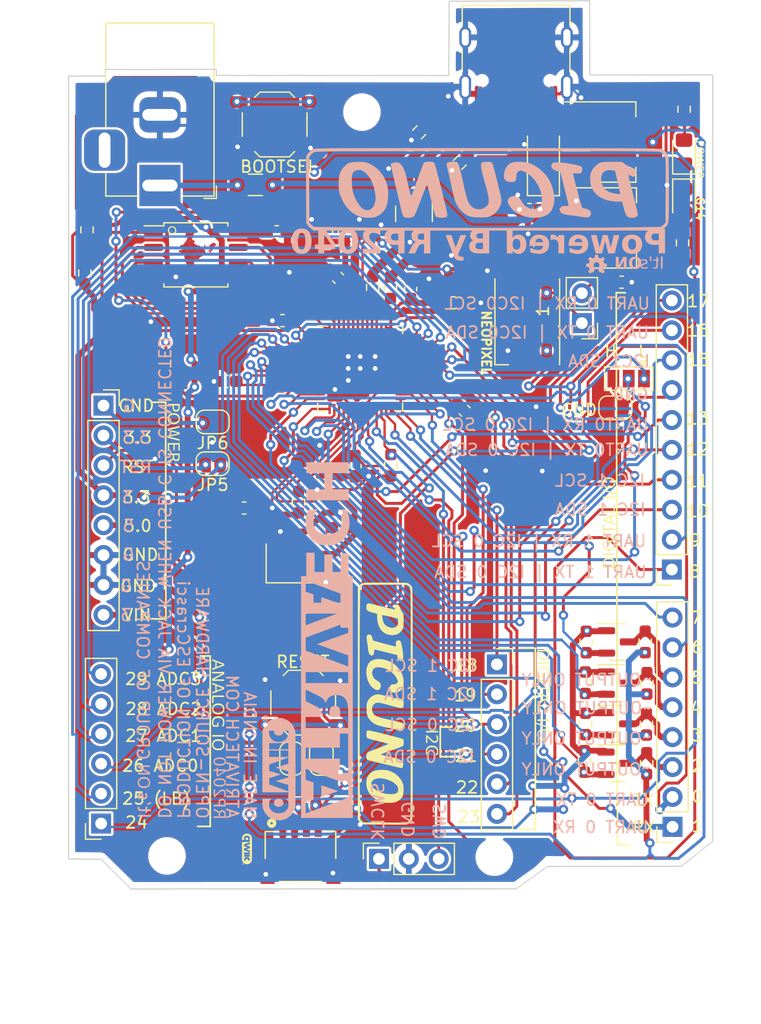
<source format=kicad_pcb>
(kicad_pcb (version 20221018) (generator pcbnew)
  (title_block (title "PicUNO (Pico + UNO)") (rev "V2.2.5") (company "AtrivaTECH & ESC crasci ") (comment 1 "A part of It's ON Group Of Companies") (comment 2 "esccrasci.in") (comment 3 "atrivatech.com") (comment 4 "esccrasci.in/about-on"))
  (layers (0 "F.Cu" signal) (31 "B.Cu" signal) (34 "B.Paste" user) (35 "F.Paste" user) (36 "B.SilkS" user "B.Silkscreen") (37 "F.SilkS" user "F.Silkscreen") (38 "B.Mask" user) (39 "F.Mask" user) (44 "Edge.Cuts" user))
  (net 0 "")
  (net 1 "GND")
  (net 2 "Net-(U1-XIN)")
  (net 3 "Net-(C2-Pad2)")
  (net 4 "+1V1")
  (net 5 "Net-(D1-A)")
  (net 6 "Net-(J1-CC1)")
  (net 8 "Net-(J1-CC2)")
  (net 10 "USB_DN")
  (net 11 "USB_DP")
  (net 12 "Net-(R6-Pad1)")
  (net 13 "QSPI_SS")
  (net 14 "Net-(U1-XOUT)")
  (net 15 "Net-(J3-Pin_3)")
  (net 16 "Net-(J3-Pin_4)")
  (net 17 "Net-(J3-Pin_5)")
  (net 18 "Net-(J3-Pin_6)")
  (net 19 "Net-(D4-A)")
  (net 20 "Net-(J3-Pin_8)")
  (net 21 "Net-(J5-Pin_1)")
  (net 22 "Net-(J5-Pin_2)")
  (net 23 "Net-(J5-Pin_3)")
  (net 24 "Net-(J5-Pin_4)")
  (net 25 "Net-(J5-Pin_5)")
  (net 26 "Net-(J5-Pin_6)")
  (net 27 "Net-(J7-Pin_1)")
  (net 28 "Net-(J7-Pin_2)")
  (net 29 "QSPI_SD3")
  (net 30 "QSPI_SCLK")
  (net 31 "QSPI_SD0")
  (net 32 "QSPI_SD2")
  (net 33 "QSPI_SSD1")
  (net 34 "Net-(J3-Pin_1)")
  (net 35 "Net-(J3-Pin_2)")
  (net 36 "Net-(J7-Pin_5)")
  (net 37 "Net-(J7-Pin_6)")
  (net 38 "Net-(J8-Pin_1)")
  (net 39 "Net-(J8-Pin_3)")
  (net 41 "Net-(D5-A)")
  (net 42 "14")
  (net 43 "26")
  (net 44 "3V")
  (net 45 "Net-(J3-Pin_9)")
  (net 46 "Net-(D2-VDD)")
  (net 47 "5V")
  (net 48 "RX")
  (net 49 "Net-(J4-Pin_2)")
  (net 50 "Net-(J4-Pin_3)")
  (net 51 "Net-(J4-Pin_4)")
  (net 52 "Net-(J4-Pin_5)")
  (net 53 "Net-(J4-Pin_6)")
  (net 54 "Net-(J4-Pin_7)")
  (net 55 "Net-(J4-Pin_8)")
  (net 56 "Net-(Q3-S)")
  (net 57 "Net-(Q4-S)")
  (net 58 "Net-(Q5-S)")
  (net 59 "Net-(Q6-S)")
  (net 60 "USBD_N")
  (net 61 "USBD_P")
  (net 62 "VIN")
  (net 63 "Net-(JP1-A)")
  (net 64 "Net-(JP2-A)")
  (net 65 "20")
  (net 66 "21")
  (net 68 "17")
  (net 69 "VBUS")
  (net 70 "Net-(J3-Pin_7)")
  (net 71 "Net-(JP3-C)")
  (net 72 "Net-(J6-Pin_1)")
  (net 73 "Net-(J6-Pin_2)")
  (footprint "Button_Switch_SMD:SW_SPST_TL3342" (layer "F.Cu") (at 88.95 25.8105)
    (fp_text reference "SW2" hide)
    (fp_text value "4*4*1/5 SMD tact SW")
  )
  (footprint "Capacitor_SMD:C_0603_1608Metric_Pad1.08x0.95mm_HandSolder" (layer "F.Cu") (at 84.83 47.64 180)
    (fp_text reference "C6" hide)
    (fp_text value "100n")
  )
  (footprint "Package_TO_SOT_SMD:SOT-223-3_TabPin2" (layer "F.Cu") (at 117.8 34.6)
    (fp_text reference "U2" hide)
    (fp_text value "AZ1117CH-3.3TRG1 SOT223-3" hide)
  )
  (footprint "Connector_PinSocket_2.54mm:PinSocket_1x06_P2.54mm_Vertical" (layer "F.Cu") (at 107.85 71.6805)
    (fp_text reference "J7" hide)
    (fp_text value "Conn_01x06_Socket")
  )
  (footprint "MountingHole:MountingHole_2.7mm_M2.5_ISO14580" (layer "F.Cu") (at 96.37 24.7605)
    (fp_text reference "REF**" hide)
    (fp_text value "MountingHole_2.7mm_M2.5_ISO14580")
  )
  (footprint "Connector_PinSocket_2.54mm:PinSocket_1x06_P2.54mm_Vertical" (layer "F.Cu") (at 74.2 85.2 180)
    (fp_text reference "J5" hide)
    (fp_text value "Conn_01x06_Pin")
  )
  (footprint "Resistor_SMD:R_0603_1608Metric_Pad0.98x0.95mm_HandSolder" (layer "F.Cu") (at 120.58 80.1 -90)
    (fp_text reference "R20" hide)
    (fp_text value "10K")
  )
  (footprint "Resistor_SMD:R_0603_1608Metric_Pad0.98x0.95mm_HandSolder" (layer "F.Cu") (at 123.63 35.87 -90)
    (fp_text reference "R8" hide)
    (fp_text value "220")
  )
  (footprint "Connector_PinSocket_2.54mm:PinSocket_1x08_P2.54mm_Vertical" (layer "F.Cu") (at 74.4 49.6905)
    (fp_text reference "J6" hide)
    (fp_text value "Conn_01x08_Socket")
  )
  (footprint "Jumper:SolderJumper-3_P1.3mm_Open_Pad1.0x1.5mm" (layer "F.Cu") (at 119.05 47.4025 180)
    (fp_text reference "JP3" hide)
    (fp_text value "Jumper_3_Open")
  )
  (footprint "Package_TO_SOT_SMD:SOT-23" (layer "F.Cu") (at 118.07 73.27)
    (fp_text reference "Q5" hide)
    (fp_text value "BSS138")
  )
  (footprint "Capacitor_SMD:C_0603_1608Metric_Pad1.08x0.95mm_HandSolder" (layer "F.Cu") (at 94.35 38.84 135)
    (fp_text reference "C5" hide)
    (fp_text value "1u")
  )
  (footprint "Resistor_SMD:R_0603_1608Metric_Pad0.98x0.95mm_HandSolder" (layer "F.Cu") (at 90.98 57.9025 90)
    (fp_text reference "R16" hide)
    (fp_text value "1k")
  )
  (footprint "Connector_PinSocket_2.54mm:PinSocket_1x10_P2.54mm_Vertical" (layer "F.Cu") (at 122.72 63.6205 180)
    (fp_text reference "J3" hide)
    (fp_text value "Conn_01x10_Socket")
  )
  (footprint "Resistor_SMD:R_0603_1608Metric_Pad0.98x0.95mm_HandSolder" (layer "F.Cu") (at 120.56 76.77 -90)
    (fp_text reference "R21" hide)
    (fp_text value "10K")
  )
  (footprint "Capacitor_SMD:C_0603_1608Metric_Pad1.08x0.95mm_HandSolder" (layer "F.Cu") (at 89.622 42.4745 180)
    (fp_text reference "C7" hide)
    (fp_text value "100n" hide)
  )
  (footprint "Capacitor_SMD:C_0603_1608Metric_Pad1.08x0.95mm_HandSolder" (layer "F.Cu") (at 94.6775 60.06)
    (fp_text reference "C1" hide)
    (fp_text value "27p")
  )
  (footprint "Package_TO_SOT_SMD:SOT-23" (layer "F.Cu") (at 100.798 33.409 -90)
    (fp_text reference "D3" hide)
    (fp_text value "D_TVS_Dual_AAC" hide)
  )
  (footprint "Package_TO_SOT_SMD:SOT-23" (layer "F.Cu") (at 118.0275 76.73)
    (fp_text reference "Q4" hide)
    (fp_text value "BSS138")
  )
  (footprint "Crystal:Crystal_SMD_3225-4Pin_3.2x2.5mm" (layer "F.Cu") (at 90.23 63.1)
    (fp_text reference "Y1" hide)
    (fp_text value "\\YSX321SL 12 Mhz")
  )
  (footprint "Jumper:SolderJumper-2_P1.3mm_Open_RoundedPad1.0x1.5mm" (layer "F.Cu") (at 117.92 49.88)
    (fp_text reference "JP4" hide)
    (fp_text value "Jumper_2_Open")
  )
  (footprint "Fuse:Fuse_1206_3216Metric_Pad1.42x1.75mm_HandSolder" (layer "F.Cu") (at 87.3125 30.94)
    (fp_text reference "F1" hide)
    (fp_text value "Fuse")
  )
  (footprint "Capacitor_SMD:C_0603_1608Metric_Pad1.08x0.95mm_HandSolder" (layer "F.Cu") (at 89.1275 34.92)
    (fp_text reference "C15" hide)
    (fp_text value "100n")
  )
  (footprint "Capacitor_SMD:C_0603_1608Metric_Pad1.08x0.95mm_HandSolder" (layer "F.Cu") (at 93.3643 34.89 90)
    (fp_text reference "C3" hide)
    (fp_text value "100n" hide)
  )
  (footprint "Resistor_SMD:R_0603_1608Metric_Pad0.98x0.95mm_HandSolder" (layer "F.Cu") (at 115.44 69.78 90)
    (fp_text reference "R14" hide)
    (fp_text value "10K")
  )
  (footprint "Capacitor_SMD:C_0603_1608Metric_Pad1.08x0.95mm_HandSolder" (layer "F.Cu") (at 105.106 50.1385 -45)
    (fp_text reference "C9" hide)
    (fp_text value "100n" hide)
  )
  (footprint "Package_TO_SOT_SMD:SOT-223-3_TabPin2" (layer "F.Cu") (at 117.75 27.3)
    (fp_text reference "U4" hide)
    (fp_text value "AMS1117-5.0")
  )
  (footprint "Resistor_SMD:R_0603_1608Metric_Pad0.98x0.95mm_HandSolder" (layer "F.Cu") (at 115.36 73.24 90)
    (fp_text reference "R13" hide)
    (fp_text value "10K")
  )
  (footprint "Jumper:SolderJumper-2_P1.3mm_Open_RoundedPad1.0x1.5mm" (layer "F.Cu") (at 83.68 51.08 180)
    (fp_text reference "JP6")
    (fp_text value "Jumper_2_Bridged")
  )
  (footprint "Resistor_SMD:R_0603_1608Metric_Pad0.98x0.95mm_HandSolder" (layer "F.Cu") (at 98.8 39.6825 -90)
    (fp_text reference "R4" hide)
    (fp_text value "27R" hide)
  )
  (footprint "Jumper:SolderJumper-2_P1.3mm_Open_RoundedPad1.0x1.5mm" (layer "F.Cu") (at 92.92 79.69 90)
    (fp_text reference "JP2" hide)
    (fp_text value "Jumper_2_Bridged")
  )
  (footprint "SPARKFUN-QWIIC:JST_SM04B-SRSS-TB_LF__SN_" (layer "F.Cu") (at 91.15 85.555)
    (fp_text reference "J2" hide)
    (fp_text value "SM04B-SRSS-TB_LF__SN_")
  )
  (footprint "Capacitor_SMD:C_0603_1608Metric_Pad1.08x0.95mm_HandSolder" (layer "F.Cu") (at 110.48 36.0325 90)
    (fp_text reference "C14" hide)
    (fp_text value "10u")
  )
  (footprint "LED_SMD:LED_0805_2012Metric_Pad1.15x1.40mm_HandSolder" (layer "F.Cu") (at 123.75 28.1605 90)
    (fp_text reference "D5" hide)
    (fp_text value "LED")
  )
  (footprint "Capacitor_SMD:C_0603_1608Metric_Pad1.08x0.95mm_HandSolder" (layer "F.Cu") (at 100.52 39.79 90)
    (fp_text reference "C12" hide)
    (fp_text value "1u")
  )
  (footprint "Jumper:SolderJumper-2_P1.3mm_Open_RoundedPad1.0x1.5mm" (layer "F.Cu") (at 83.68 54.63 180)
    (fp_text reference "JP5")
    (fp_text value "Jumper_2_Bridged")
  )
  (footprint "Resistor_SMD:R_0603_1608Metric_Pad0.98x0.95mm_HandSolder" (layer "F.Cu") (at 104.68 29.07 -135)
    (fp_text reference "R2" hide)
    (fp_text value "5.1K")
  )
  (footprint "Resistor_SMD:R_0603_1608Metric_Pad0.98x0.95mm_HandSolder" (layer "F.Cu") (at 123.76 24.52 -90)
    (fp_text reference "R1" hide)
    (fp_text value "220")
  )
  (footprint "Resistor_SMD:R_0603_1608Metric_Pad0.98x0.95mm_HandSolder" (layer "F.Cu") (at 115.29 79.9225 90)
    (fp_text reference "R11" hide)
    (fp_text value "10K")
  )
  (footprint "Connector_PinHeader_2.54mm:PinHeader_1x02_P2.54mm_Vertical" (layer "F.Cu") (at 115.07 42.685 180)
    (fp_text reference "J10" hide)
    (fp_text value "Conn_01x02_Pin")
  )
  (footprint "Package_DFN_QFN:QFN-56-1EP_7x7mm_P0.4mm_EP3.2x3.2mm" (layer "F.Cu") (at 96.226 46.5385)
    (fp_text reference "U1" hide)
    (fp_text value "RP2040" hide)
  )
  (footprint "Package_TO_SOT_SMD:SOT-23" (layer "F.Cu") (at 118.05 80.08)
    (fp_text reference "Q3" hide)
    (fp_text value "BSS138")
  )
  (footprint "Resistor_SMD:R_0603_1608Metric_Pad0.98x0.95mm_HandSolder" (layer "F.Cu") (at 120.6 73.29 -90)
    (fp_text reference "R22" hide)
    (fp_text value "10K")
  )
  (footprint "Jumper:SolderJumper-2_P1.3mm_Open_RoundedPad1.0x1.5mm" (layer "F.Cu") (at 90.39 79.68 90)
    (fp_text reference "JP1" hide)
    (fp_text value "Jumper_2_Bridged")
  )
  (footprint "Connector_USB:USB_C_Receptacle_G-Switch_GT-USB-7010ASV" (layer "F.Cu") (at 109.475 19.4855 180)
    (fp_text reference "J1" hide)
    (fp_text value "USB_C_Receptacle_USB2.0" hide)
  )
  (footprint "Resistor_SMD:R_0603_1608Metric_Pad0.98x0.95mm_HandSolder" (layer "F.Cu") (at 73 34.76 -90)
    (fp_text reference "R6" hide)
    (fp_text value "1k")
  )
  (footprint "Capacitor_SMD:C_0603_1608Metric_Pad1.08x0.95mm_HandSolder" (layer "F.Cu") (at 95.79 54.843 -90)
    (fp_text reference "C11" hide)
    (fp_text value "100n" hide)
  )
  (footprint "Resistor_SMD:R_0603_1608Metric_Pad0.98x0.95mm_HandSolder" (layer "F.Cu") (at 97.29 39.6525 -90)
    (fp_text reference "R5" hide)
    (fp_text value "27R" hide)
  )
  (footprint "Capacitor_SMD:C_0603_1608Metric_Pad1.08x0.95mm_HandSolder" (layer "F.Cu") (at 104.15 40.9605)
    (fp_text reference "C10" hide)
    (fp_text value "100n")
  )
  (footprint "LED_SMD:LED_0805_2012Metric_Pad1.15x1.40mm_HandSolder" (layer "F.Cu") (at 123.75 32.3105 -90)
    (fp_text reference "D4" hide)
    (fp_text value "LED")
  )
  (footprint "Package_SO:SOIC-8_5.23x5.23mm_P1.27mm" (layer "F.Cu") (at 82.256 36.8865)
    (fp_text reference "U3" hide)
    (fp_text value "W25Q128JVS" hide)
  )
  (footprint "Button_Switch_SMD:SW_SPST_TL3342" (layer "F.Cu") (at 91.38 74.93)
    (fp_text reference "SW1" hide)
    (fp_text value "TACT SW")
  )
  (footprint "Package_TO_SOT_SMD:SOT-23" (layer "F.Cu") (at 118.09 69.77)
    (fp_text reference "Q6" hide)
    (fp_text value "BSS138")
  )
  (footprint "Resistor_SMD:R_0603_1608Metric_Pad0.98x0.95mm_HandSolder" (layer "F.Cu") (at 115.38 76.74 90)
    (fp_text reference "R12" hide)
    (fp_text value "10K")
  )
  (footprint "LED_SMD:LED_WS2812B_PLCC4_5.0x5.0mm_P3.2mm" (layer "F.Cu") (at 110.43 42.57 -90)
    (fp_text reference "D2" hide)
    (fp_text value "WS2812B")
  )
  (footprint "Resistor_SMD:R_0603_1608Metric_Pad0.98x0.95mm_HandSolder" (layer "F.Cu") (at 120.45 69.77 -90)
    (fp_text reference "R23" hide)
    (fp_text value "10K")
  )
  (footprint "Connector_PinSocket_2.54mm:PinSocket_1x08_P2.54mm_Vertical" (layer "F.Cu") (at 122.775 85.48 180)
    (fp_text reference "J4" hide)
    (fp_text value "Conn_01x08_Socket")
  )
  (footprint "Capacitor_SMD:C_0603_1608Metric_Pad1.08x0.95mm_HandSolder" (layer "F.Cu") (at 94.8883 34.89 90)
    (fp_text reference "C4" hide)
    (fp_text value "100n" hide)
  )
  (footprint "Resistor_SMD:R_0603_1608Metric_Pad0.98x0.95mm_HandSolder" (layer "F.Cu") (at 98.83 54.7625 90)
    (fp_text reference "R33" hide)
    (fp_text value "5.1K")
  )
  (footprint "Connector_BarrelJack:BarrelJack_Horizontal" (layer "F.Cu") (at 79.198 30.9925 -90)
    (fp_text reference "J9" hide)
    (fp_text value "Barrel_Jack_Switch")
  )
  (footprint "Capacitor_SMD:C_0603_1608Metric_Pad1.08x0.95mm_HandSolder" (layer "F.Cu") (at 86.3525 58.4 180)
    (fp_text reference "C2" hide)
    (fp_text value "27p")
  )
  (footprint "Connector_PinSocket_2.54mm:PinSocket_1x03_P2.54mm_Vertical" (layer "F.Cu") (at 97.82 88.2 90)
    (fp_text reference "J8" hide)
    (fp_text value "Conn_01x03_Pin" hide)
  )
  (footprint "Capacitor_SMD:C_0603_1608Metric_Pad1.08x0.95mm_HandSolder" (layer "F.Cu") (at 110.6225 33.03 180)
    (fp_text reference "C13" hide)
    (fp_text value "10u")
  )
  (footprint "Resistor_SMD:R_0603_1608Metric_Pad0.98x0.95mm_HandSolder" (layer "F.Cu") (at 101.24 26.48 -135)
    (fp_text reference "R3" hide)
    (fp_text value "5.1K")
  )
  (footprint "MountingHole:MountingHole_2.7mm_M2.5_ISO14580" (layer "F.Cu") (at 107.63 88.0505 -90)
    (fp_text reference "REF**" hide)
    (fp_text value "MountingHole_2.7mm_M2.5_ISO14580")
  )
  (footprint "Capacitor_SMD:C_0603_1608Metric_Pad1.08x0.95mm_HandSolder" (layer "F.Cu") (at 118.45 39.2105)
    (fp_text reference "C8" hide)
    (fp_text value "100n")
  )
  (footprint "MountingHole:MountingHole_2.7mm_M2.5_ISO14580" (layer "F.Cu") (at 79.8 87.95)
    (fp_text reference "REF**" hide)
    (fp_text value "MountingHole_2.7mm_M2.5_ISO14580")
  )
  (footprint "Resistor_SMD:R_0603_1608Metric_Pad0.98x0.95mm_HandSolder" (layer "F.Cu") (at 92.46 82.75 90)
    (fp_text reference "R15" hide)
    (fp_text value "2.2K")
  )
  (footprint "Resistor_SMD:R_0603_1608Metric_Pad0.98x0.95mm_HandSolder" (layer "F.Cu") (at 72.82 38.43 90)
    (fp_text reference "R7" hide)
    (fp_text value "10k")
  )
  (footprint "Resistor_SMD:R_0603_1608Metric_Pad0.98x0.95mm_HandSolder" (layer "F.Cu") (at 90.96 82.65 90)
    (fp_text reference "R17" hide)
    (fp_text value "2.2K")
  )
  (footprint "Diode_SMD:D_SOD-128" (layer "F.Cu") (at 111.8 28.7 90)
    (fp_text reference "D1" hide)
    (fp_text value "D_Schottky")
  )
  (gr_poly (pts (xy 82.456734 36.511755) (xy 82.4592 36.516771) (xy 82.465751 36.518504) (xy 82.469746 36.53429) (xy 82.47344 36.535969) (xy 82.471784 36.538571) (xy 82.486653 36.543705) (xy 82.490416 36.551697) (xy 82.488791 36.560451) (xy 82.495453 36.570511) (xy 82.513217 36.574925) (xy 82.513508 36.567734) (xy 82.521165 36.566534) (xy 82.522901 36.577197) (xy 82.517011 36.58795) (xy 82.516604 36.596923) (xy 82.521112 36.600356) (xy 82.525198 36.597792) (xy 82.528172 36.603118) (xy 82.524123 36.626251) (xy 82.534728 36.633117) (xy 82.536781 36.647299) (xy 82.541427 36.640085) (xy 82.544438 36.645785) (xy 82.550455 36.644287) (xy 82.551248 36.647613) (xy 82.561435 36.64595) (xy 82.563483 36.650327) (xy 82.561361 36.659273) (xy 82.556889 36.65987) (xy 82.551989 36.671445) (xy 82.54855 36.671492) (xy 82.545359 36.67484) (xy 82.544829 36.68281) (xy 82.536993 36.686958) (xy 82.529293 36.686702) (xy 82.520948 36.694753) (xy 82.520668 36.700606) (xy 82.518186 36.700462) (xy 82.517741 36.702846) (xy 82.524996 36.70742) (xy 82.520858 36.718994) (xy 82.504999 36.721863) (xy 82.493008 36.73397) (xy 82.486383 36.73365) (xy 82.481149 36.736156) (xy 82.471556 36.750625) (xy 82.476117 36.755215) (xy 82.469254 36.756431) (xy 82.468894 36.767424) (xy 82.47091 36.771172) (xy 82.476133 36.773726) (xy 82.472926 36.778385) (xy 82.474366 36.78176) (xy 82.46846 36.783157) (xy 82.469053 36.787699) (xy 82.464005 36.785236) (xy 82.461369 36.789037) (xy 82.463248 36.793958) (xy 82.456115 36.801907) (xy 82.463296 36.807804) (xy 82.459771 36.810235) (xy 82.458496 36.804973) (xy 82.451792 36.809334) (xy 82.446685 36.823318) (xy 82.448416 36.829465) (xy 82.453236 36.834775) (xy 82.454221 36.840853) (xy 82.451136 36.841866) (xy 82.439531 36.837686) (xy 82.437769 36.84515) (xy 82.440034 36.848332) (xy 82.433805 36.851366) (xy 82.430678 36.866198) (xy 82.422894 36.870298) (xy 82.414115 36.868176) (xy 82.404749 36.861442) (xy 82.396245 36.864588) (xy 82.388847 36.863458) (xy 82.386228 36.86575) (xy 82.38218 36.863314) (xy 82.369295 36.864545) (xy 82.3703 36.870202) (xy 82.366347 36.873848) (xy 82.367781 36.877959) (xy 82.360098 36.889267) (xy 82.352647 36.893777) (xy 82.349694 36.903235) (xy 82.344873 36.90292) (xy 82.343312 36.89865) (xy 82.337237 36.896107) (xy 82.335967 36.910986) (xy 82.339635 36.926932) (xy 82.33474 36.935255) (xy 82.340995 36.940469) (xy 82.341836 36.947256) (xy 82.34427 36.944798) (xy 82.346387 36.950422) (xy 82.342466 36.961106) (xy 82.346392 36.967323) (xy 82.34372 36.96962) (xy 82.344662 36.976866) (xy 82.34082 36.983685) (xy 82.342143 36.993724) (xy 82.365124 37.002456) (xy 82.368829 37.000756) (xy 82.377216 37.001913) (xy 82.376443 37.013354) (xy 82.378327 37.016009) (xy 82.376687 37.0207) (xy 82.370374 37.021367) (xy 82.363653 37.027775) (xy 82.362124 37.021719) (xy 82.36459 37.01675) (xy 82.347847 37.012207) (xy 82.341915 37.014713) (xy 82.336449 37.020823) (xy 82.324395 37.00099) (xy 82.318616 37.003352) (xy 82.30526 36.99487) (xy 82.301551 36.999577) (xy 82.292348 36.988685) (xy 82.284062 36.996506) (xy 82.280823 37.006657) (xy 82.282188 37.011616) (xy 82.294454 37.017901) (xy 82.296645 37.024859) (xy 82.305472 37.026351) (xy 82.303006 37.035681) (xy 82.303953 37.055157) (xy 82.301328 37.059486) (xy 82.309043 37.058542) (xy 82.312065 37.068656) (xy 82.319124 37.069397) (xy 82.317272 37.075469) (xy 82.314446 37.075944) (xy 82.319135 37.080907) (xy 82.315653 37.087278) (xy 82.318648 37.099807) (xy 82.316542 37.103608) (xy 82.320971 37.104664) (xy 82.322341 37.107825) (xy 82.320346 37.111387) (xy 82.323781 37.116745) (xy 82.325379 37.128959) (xy 82.317981 37.130734) (xy 82.316695 37.142964) (xy 82.313144 37.146866) (xy 82.307863 37.14708) (xy 82.307551 37.152203) (xy 82.302582 37.151414) (xy 82.295264 37.15472) (xy 82.29302 37.161954) (xy 82.286146 37.159432) (xy 82.28648 37.162871) (xy 82.293809 37.166886) (xy 82.292962 37.170111) (xy 82.288723 37.169514) (xy 82.287416 37.173704) (xy 82.283109 37.175501) (xy 82.272494 37.187401) (xy 82.270589 37.19511) (xy 82.260969 37.195819) (xy 82.261037 37.199114) (xy 82.253804 37.20026) (xy 82.246554 37.205186) (xy 82.243988 37.213983) (xy 82.245961 37.217075) (xy 82.244416 37.224651) (xy 82.240564 37.232104) (xy 82.240945 37.238928) (xy 82.236505 37.249895) (xy 82.231701 37.248823) (xy 82.230716 37.257977) (xy 82.216212 37.257332) (xy 82.20575 37.252614) (xy 82.196225 37.260344) (xy 82.191669 37.259944) (xy 82.181869 37.225978) (xy 82.185161 37.215811) (xy 82.172789 37.219949) (xy 82.171259 37.212368) (xy 82.173397 37.211242) (xy 82.169195 37.208108) (xy 82.165687 37.21603) (xy 82.15867 37.215395) (xy 82.158527 37.209894) (xy 82.164602 37.205778) (xy 82.159782 37.200153) (xy 82.156644 37.190722) (xy 82.157781 37.187673) (xy 82.153845 37.186462) (xy 82.154718 37.184511) (xy 82.149389 37.180273) (xy 82.147383 37.174824) (xy 82.130852 37.162039) (xy 82.115168 37.166918) (xy 82.106934 37.151516) (xy 82.104124 37.146621) (xy 82.107934 37.146024) (xy 82.115903 37.139099) (xy 82.10695 37.126805) (xy 82.106955 37.119938) (xy 82.112982 37.109664) (xy 82.113284 37.101843) (xy 82.120131 37.096267) (xy 82.119761 37.090376) (xy 82.125709 37.0878) (xy 82.129985 37.0791) (xy 82.140203 37.071359) (xy 82.144886 37.082378) (xy 82.151728 37.080107) (xy 82.153575 37.085161) (xy 82.160295 37.084778) (xy 82.170905 37.076066) (xy 82.164587 37.068325) (xy 82.176117 37.063735) (xy 82.174678 37.057455) (xy 82.170947 37.056266) (xy 82.168979 37.052326) (xy 82.1622 37.051659) (xy 82.157168 37.046941) (xy 82.150061 37.046483) (xy 82.151056 37.037062) (xy 82.137081 37.027354) (xy 82.137388 37.022087) (xy 82.12927 37.021452) (xy 82.13026 37.027615) (xy 82.127418 37.0252) (xy 82.121021 37.025003) (xy 82.121338 37.022444) (xy 82.125117 37.023147) (xy 82.132408 37.016249) (xy 82.130768 37.012693) (xy 82.12246 37.011866) (xy 82.122307 37.008731) (xy 82.12645 37.006348) (xy 82.130525 37.009286) (xy 82.134943 37.008923) (xy 82.137732 37.002275) (xy 82.137801 36.993004) (xy 82.13716 36.98779) (xy 82.132467 36.984356) (xy 82.120925 36.983749) (xy 82.120058 36.981531) (xy 82.123158 36.978289) (xy 82.119719 36.972201) (xy 82.133885 36.968901) (xy 82.137346 36.964497) (xy 82.145733 36.961325) (xy 82.142214 36.953994) (xy 82.146235 36.929326) (xy 82.140145 36.928313) (xy 82.134006 36.931549) (xy 82.130646 36.927759) (xy 82.13353 36.923307) (xy 82.141563 36.919869) (xy 82.137732 36.910171) (xy 82.137324 36.890168) (xy 82.127768 36.890381) (xy 82.124238 36.881174) (xy 82.126857 36.877954) (xy 82.125302 36.870767) (xy 82.127958 36.861757) (xy 82.147675 36.852555) (xy 82.151845 36.846829) (xy 82.15003 36.842959) (xy 82.158189 36.826122) (xy 82.155866 36.812437) (xy 82.156893 36.797509) (xy 82.159602 36.791997) (xy 82.167159 36.793249) (xy 82.169429 36.786399) (xy 82.169969 36.770756) (xy 82.167963 36.768224) (xy 82.17099 36.767734) (xy 82.178197 36.748791) (xy 82.182595 36.749527) (xy 82.184023 36.756074) (xy 82.187976 36.755696) (xy 82.188484 36.751457) (xy 82.184844 36.74933) (xy 82.189823 36.747166) (xy 82.190225 36.735602) (xy 82.197454 36.733501) (xy 82.200681 36.727786) (xy 82.200258 36.710187) (xy 82.208021 36.704296) (xy 82.212265 36.708919) (xy 82.218589 36.703177) (xy 82.221742 36.705304) (xy 82.223843 36.700191) (xy 82.230029 36.702473) (xy 82.232003 36.710161) (xy 82.235088 36.705602) (xy 82.237702 36.707031) (xy 82.236596 36.703838) (xy 82.241226 36.703918) (xy 82.245571 36.698309) (xy 82.256286 36.698427) (xy 82.257149 36.695388) (xy 82.259932 36.694828) (xy 82.2608 36.687252) (xy 82.266394 36.68513) (xy 82.268156 36.681937) (xy 82.270103 36.685322) (xy 82.272564 36.683451) (xy 82.270775 36.675886) (xy 82.27495 36.671056) (xy 82.272357 36.662909) (xy 82.273299 36.658191) (xy 82.282935 36.656096) (xy 82.283337 36.65319) (xy 82.292228 36.648115) (xy 82.289815 36.638007) (xy 82.29199 36.633566) (xy 82.301514 36.633288) (xy 82.306282 36.628858) (xy 82.311685 36.630431) (xy 82.31558 36.625846) (xy 82.314627 36.615476) (xy 82.319834 36.608604) (xy 82.319437 36.603667) (xy 82.314114 36.599264) (xy 82.311129 36.599989) (xy 82.309759 36.594935) (xy 82.303911 36.597328) (xy 82.300456 36.596113) (xy 82.30062 36.591816) (xy 82.296201 36.593069) (xy 82.289582 36.578674) (xy 82.279702 36.581185) (xy 82.277204 36.577011) (xy 82.269605 36.574393) (xy 82.264848 36.57973) (xy 82.260578 36.578733) (xy 82.257662 36.583723) (xy 82.255318 36.581724) (xy 82.25517 36.576446) (xy 82.252 36.575907) (xy 82.251185 36.571829) (xy 82.254837 36.570448) (xy 82.256006 36.563064) (xy 82.259313 36.563144) (xy 82.264208 36.555744) (xy 82.262742 36.551794) (xy 82.258932 36.549715) (xy 82.257921 36.542475) (xy 82.254365 36.539697) (xy 82.255704 36.53323) (xy 82.261361 36.53097) (xy 82.268161 36.539057) (xy 82.267727 36.541307) (xy 82.27477 36.544773) (xy 82.282554 36.543264) (xy 82.289592 36.537357) (xy 82.293386 36.539798) (xy 82.298926 36.538551) (xy 82.303874 36.543717) (xy 82.316834 36.543792) (xy 82.321432 36.539782) (xy 82.320919 36.542336) (xy 82.323898 36.545375) (xy 82.327126 36.543557) (xy 82.335206 36.54577) (xy 82.3498 36.544831) (xy 82.356029 36.548126) (xy 82.359162 36.546921) (xy 82.357262 36.543291) (xy 82.363755 36.54344) (xy 82.371073 36.539356) (xy 82.37157 36.533124) (xy 82.381714 36.531375) (xy 82.388324 36.526422) (xy 82.402839 36.537005) (xy 82.419217 36.536728) (xy 82.430615 36.531513) (xy 82.433552 36.523223) (xy 82.440198 36.519107) (xy 82.441637 36.513072) (xy 82.445457 36.509617)) (fill solid) (layer "F.Cu"))
  (gr_poly (pts (xy 83.078823 36.757251) (xy 83.082897 36.764619) (xy 83.081267 36.770894) (xy 83.077876 36.771896) (xy 83.071997 36.760567) (xy 83.07261 36.756457)) (fill solid) (layer "F.Cu"))
  (gr_poly (pts (xy 83.055211 36.786489) (xy 83.055455 36.790956) (xy 83.051084 36.792945) (xy 83.054502 36.784234)) (fill solid) (layer "F.Cu"))
  (gr_poly (pts (xy 83.07324 36.803203) (xy 83.075637 36.805202) (xy 83.077447 36.810283) (xy 83.074256 36.810656) (xy 83.07424 36.807532) (xy 83.071255 36.804781) (xy 83.068811 36.798831) (xy 83.072541 36.79824)) (fill solid) (layer "F.Cu"))
  (gr_poly (pts (xy 82.094154 37.756574) (xy 82.102822 37.756803) (xy 82.107881 37.766805) (xy 82.111881 37.769054) (xy 82.111876 37.763009) (xy 82.115512 37.780016) (xy 82.110437 37.795263) (xy 82.105547 37.835792) (xy 82.094715 37.8714) (xy 82.064558 37.917356) (xy 82.05933 37.931452) (xy 82.054927 37.928845) (xy 82.04817 37.935232) (xy 82.04582 37.928408) (xy 82.049905 37.927043) (xy 82.047921 37.925364) (xy 82.044725 37.927283) (xy 82.041756 37.922532) (xy 82.03792 37.92627) (xy 82.043973 37.927885) (xy 82.041661 37.931905) (xy 82.044746 37.932795) (xy 82.046836 37.937007) (xy 82.045783 37.938883) (xy 82.042179 37.935514) (xy 82.039539 37.939939) (xy 82.044497 37.943042) (xy 82.049593 37.94052) (xy 82.049852 37.944609) (xy 82.053133 37.942818) (xy 82.055197 37.946433) (xy 82.050397 37.974135) (xy 82.059383 37.997769) (xy 82.061198 38.040585) (xy 82.055313 38.039433) (xy 82.053318 38.041566) (xy 82.047614 38.039337) (xy 82.049122 38.044269) (xy 82.044481 38.043309) (xy 82.047053 38.049451) (xy 82.056149 38.052842) (xy 82.056631 38.058866) (xy 82.060827 38.058903) (xy 82.063933 38.117239) (xy 82.059102 38.119616) (xy 82.048826 38.119648) (xy 82.009255 38.114951) (xy 81.999195 38.121274) (xy 81.991903 38.134389) (xy 81.99184 38.140275) (xy 81.996147 38.146374) (xy 81.983712 38.158258) (xy 81.980023 38.167012) (xy 81.965868 38.183453) (xy 81.959285 38.194793) (xy 81.955253 38.209124) (xy 81.959809 38.217435) (xy 81.973562 38.229324) (xy 81.987622 38.231441) (xy 81.976917 38.233877) (xy 81.961561 38.23247) (xy 81.952486 38.23425) (xy 81.936362 38.239619) (xy 81.935346 38.241709) (xy 81.928636 38.241458) (xy 81.926911 38.243554) (xy 81.928573 38.245366) (xy 81.919804 38.24833) (xy 81.901252 38.250511) (xy 81.878916 38.267635) (xy 81.87445 38.276299) (xy 81.87319 38.288704) (xy 81.876481 38.288145) (xy 81.881249 38.291264) (xy 81.874513 38.291791) (xy 81.867375 38.302166) (xy 81.866449 38.310051) (xy 81.871126 38.309209) (xy 81.870206 38.319487) (xy 81.862972 38.328146) (xy 81.861252 38.332565) (xy 81.863189 38.333653) (xy 81.834053 38.347376) (xy 81.827714 38.355314) (xy 81.808759 38.359979) (xy 81.806018 38.3666) (xy 81.779988 38.361626) (xy 81.755673 38.341788) (xy 81.758493 38.339) (xy 81.762674 38.340173) (xy 81.759922 38.332768) (xy 81.768193 38.326136) (xy 81.765648 38.319898) (xy 81.77241 38.319002) (xy 81.774363 38.314956) (xy 81.762197 38.292516) (xy 81.764547 38.292804) (xy 81.76877 38.288235) (xy 81.771908 38.278863) (xy 81.767669 38.272337) (xy 81.764981 38.272524) (xy 81.764954 38.269016) (xy 81.759636 38.261739) (xy 81.765166 38.258966) (xy 81.76669 38.253134) (xy 81.772881 38.247008) (xy 81.771204 38.242946) (xy 81.774548 38.239614) (xy 81.774548 38.230396) (xy 81.776464 38.226291) (xy 81.779475 38.226238) (xy 81.782015 38.214642) (xy 81.786925 38.21243) (xy 81.788883 38.207279) (xy 81.783819 38.203937) (xy 81.78275 38.196206) (xy 81.780967 38.199789) (xy 81.778697 38.196435) (xy 81.773236 38.199591) (xy 81.76669 38.195182) (xy 81.761811 38.194974) (xy 81.766023 38.182654) (xy 81.76805 38.181961) (xy 81.768225 38.175408) (xy 81.770902 38.174438) (xy 81.768129 38.171511) (xy 81.769764 38.16763) (xy 81.767044 38.165722) (xy 81.770987 38.157074) (xy 81.77368 38.155885) (xy 81.772468 38.148357) (xy 81.76579 38.140216) (xy 81.773765 38.13722) (xy 81.776056 38.127293) (xy 81.772299 38.12579) (xy 81.772744 38.122058) (xy 81.768748 38.116188) (xy 81.769595 38.112301) (xy 81.763039 38.111625) (xy 81.75073 38.118475) (xy 81.749254 38.122682) (xy 81.74175 38.127133) (xy 81.734516 38.125315) (xy 81.729733 38.120549) (xy 81.729955 38.117958) (xy 81.727103 38.11936) (xy 81.725013 38.117377) (xy 81.727193 38.110116) (xy 81.723647 38.103889) (xy 81.726129 38.084701) (xy 81.723388 38.080042) (xy 81.730881 38.079695) (xy 81.728987 38.074524) (xy 81.733638 38.063749) (xy 81.732617 38.060465) (xy 81.727314 38.059585) (xy 81.72478 38.053476) (xy 81.706127 38.046433) (xy 81.712482 38.034325) (xy 81.722002 38.033083) (xy 81.715869 38.032507) (xy 81.716049 38.024169) (xy 81.710778 38.021546) (xy 81.714588 38.014274) (xy 81.711418 38.011731) (xy 81.703232 38.016897) (xy 81.688236 38.014962) (xy 81.684373 38.017516) (xy 81.683669 38.011832) (xy 81.694056 38.004832) (xy 81.693834 37.998131) (xy 81.690654 37.998691) (xy 81.683886 37.994761) (xy 81.679679 37.988859) (xy 81.67118 37.986018) (xy 81.669762 37.987607) (xy 81.665016 37.984226) (xy 81.660814 37.985911) (xy 81.659227 37.974054) (xy 81.664232 37.970834) (xy 81.667217 37.974065) (xy 81.673001 37.971981) (xy 81.676313 37.967486) (xy 81.681272 37.967385) (xy 81.681123 37.963301) (xy 81.684214 37.963776) (xy 81.690066 37.958919) (xy 81.694077 37.962038) (xy 81.696258 37.968873) (xy 81.716879 37.968826) (xy 81.724663 37.970334) (xy 81.726965 37.972904) (xy 81.728473 37.969812) (xy 81.725992 37.965024) (xy 81.733876 37.949265) (xy 81.740512 37.951318) (xy 81.741972 37.94725) (xy 81.745481 37.947031) (xy 81.748497 37.94919) (xy 81.747465 37.951365) (xy 81.751254 37.949958) (xy 81.752926 37.955854) (xy 81.757101 37.957241) (xy 81.756382 37.951547) (xy 81.770145 37.949212) (xy 81.771775 37.947095) (xy 81.776548 37.947559) (xy 81.78112 37.952022) (xy 81.784819 37.949777) (xy 81.791439 37.95296) (xy 81.79554 37.942943) (xy 81.795154 37.937339) (xy 81.797826 37.938763) (xy 81.798657 37.93237) (xy 81.818162 37.93172) (xy 81.821374 37.923584) (xy 81.830126 37.91274) (xy 81.825464 37.90574) (xy 81.796588 37.901774) (xy 81.79709 37.895009) (xy 81.805123 37.892529) (xy 81.811891 37.884575) (xy 81.81369 37.87837) (xy 81.814257 37.870554) (xy 81.808737 37.871561) (xy 81.812172 37.867995) (xy 81.809087 37.867174) (xy 81.80815 37.861389) (xy 81.81123 37.854224) (xy 81.810399 37.850071) (xy 81.817485 37.848183) (xy 81.820152 37.851041) (xy 81.822972 37.848236) (xy 81.826031 37.849345) (xy 81.833571 37.835377) (xy 81.831952 37.830035) (xy 81.846668 37.824965) (xy 81.84852 37.827508) (xy 81.845726 37.831384) (xy 81.847451 37.832328) (xy 81.849753 37.828276) (xy 81.853722 37.834386) (xy 81.855944 37.834407) (xy 81.857431 37.82867) (xy 81.860956 37.829071) (xy 81.869147 37.837297) (xy 81.880196 37.839264) (xy 81.880196 37.839263) (xy 81.880921 37.843517) (xy 81.876783 37.847366) (xy 81.885044 37.846167) (xy 81.887928 37.850592) (xy 81.896553 37.855262) (xy 81.906665 37.854628) (xy 81.906448 37.849531) (xy 81.909872 37.849414) (xy 81.910412 37.84485) (xy 81.912306 37.845042) (xy 81.91291 37.844845) (xy 81.913841 37.847558) (xy 81.916418 37.846886) (xy 81.916185 37.840254) (xy 81.920217 37.8372) (xy 81.925064 37.82032) (xy 81.927387 37.820342) (xy 81.923731 37.813533) (xy 81.92788 37.809093) (xy 81.932605 37.810634) (xy 81.933568 37.804743) (xy 81.938394 37.805963) (xy 81.952798 37.80132) (xy 81.953449 37.808885) (xy 81.958185 37.809008) (xy 81.95473 37.807131) (xy 81.957047 37.803415) (xy 81.964271 37.802418) (xy 81.974182 37.809515) (xy 81.983448 37.810293) (xy 81.987459 37.801491) (xy 81.990713 37.799294) (xy 81.990718 37.79569) (xy 81.996153 37.795045) (xy 82.000646 37.800088) (xy 82.00581 37.796351) (xy 82.005059 37.792561) (xy 82.013478 37.789783) (xy 82.01324 37.787384) (xy 82.015886 37.786446) (xy 82.014843 37.784958) (xy 82.012044 37.786974) (xy 82.013615 37.779089) (xy 82.008027 37.776615) (xy 82.014039 37.774275) (xy 82.025881 37.775704) (xy 82.027315 37.78071) (xy 82.030808 37.783189) (xy 82.040587 37.779025) (xy 82.041116 37.785001) (xy 82.043635 37.784495) (xy 82.042825 37.787513) (xy 82.046604 37.785865) (xy 82.04899 37.78893) (xy 82.053478 37.785679) (xy 82.046429 37.780123) (xy 82.050064 37.776642) (xy 82.052911 37.779004) (xy 82.055182 37.776466) (xy 82.060817 37.776567) (xy 82.069051 37.772862) (xy 82.072157 37.768517) (xy 82.069824 37.765073) (xy 82.073231 37.763527) (xy 82.073078 37.75972) (xy 82.076793 37.758787) (xy 82.077957 37.755561) (xy 82.081296 37.755934) (xy 82.080931 37.753956) (xy 82.076216 37.753013) (xy 82.076655 37.750784) (xy 82.085 37.749873)) (fill solid) (layer "F.Cu"))
  (gr_poly (pts (xy 81.617703 35.448035) (xy 81.626699 35.460026) (xy 81.616915 35.464957) (xy 81.605009 35.478829) (xy 81.592399 35.483963) (xy 81.592139 35.490462) (xy 81.596748 35.493149) (xy 81.587546 35.504036) (xy 81.589737 35.506088) (xy 81.595367 35.504628) (xy 81.599849 35.50668) (xy 81.610311 35.515477) (xy 81.622524 35.521309) (xy 81.631049 35.539004) (xy 81.625551 35.538658) (xy 81.634515 35.560937) (xy 81.651215 35.591235) (xy 81.649168 35.598033) (xy 81.652628 35.600677) (xy 81.653353 35.605187) (xy 81.667006 35.603567) (xy 81.666995 35.600576) (xy 81.671504 35.599174) (xy 81.669197 35.592749) (xy 81.673996 35.591027) (xy 81.674435 35.587679) (xy 81.676219 35.59421) (xy 81.683865 35.605283) (xy 81.681965 35.608296) (xy 81.685913 35.60474) (xy 81.688331 35.609522) (xy 81.691178 35.608264) (xy 81.691602 35.610961) (xy 81.693713 35.608152) (xy 81.693469 35.611868) (xy 81.697406 35.608647) (xy 81.700851 35.612443) (xy 81.698523 35.616932) (xy 81.70355 35.615536) (xy 81.704598 35.61737) (xy 81.699608 35.621283) (xy 81.699486 35.628438) (xy 81.703524 35.630703) (xy 81.70056 35.638055) (xy 81.701788 35.644448) (xy 81.713144 35.649731) (xy 81.719489 35.657115) (xy 81.719399 35.66098) (xy 81.725902 35.666668) (xy 81.728014 35.671845) (xy 81.72595 35.675556) (xy 81.722066 35.675204) (xy 81.722399 35.67272) (xy 81.719425 35.67385) (xy 81.718325 35.671003) (xy 81.710715 35.676041) (xy 81.714663 35.684326) (xy 81.722203 35.687759) (xy 81.725024 35.685627) (xy 81.726685 35.689508) (xy 81.729723 35.686474) (xy 81.729321 35.691465) (xy 81.735396 35.696743) (xy 81.732247 35.704393) (xy 81.736158 35.707277) (xy 81.732676 35.71159) (xy 81.732665 35.717194) (xy 81.73693 35.723948) (xy 81.731718 35.727675) (xy 81.731718 35.724258) (xy 81.726421 35.718121) (xy 81.723764 35.720958) (xy 81.71816 35.717481) (xy 81.711768 35.723309) (xy 81.713006 35.726971) (xy 81.716017 35.72768) (xy 81.71343 35.731119) (xy 81.708937 35.732015) (xy 81.701762 35.739132) (xy 81.694872 35.739862) (xy 81.6932 35.744719) (xy 81.698899 35.740945) (xy 81.702005 35.744229) (xy 81.701148 35.74626) (xy 81.704984 35.747444) (xy 81.70363 35.760324) (xy 81.700788 35.763587) (xy 81.6981 35.764243) (xy 81.695676 35.761209) (xy 81.689718 35.764051) (xy 81.68858 35.761417) (xy 81.684289 35.760959) (xy 81.679648 35.747913) (xy 81.676415 35.75036) (xy 81.678701 35.753639) (xy 81.67741 35.757515) (xy 81.670308 35.754727) (xy 81.672864 35.757499) (xy 81.66998 35.759994) (xy 81.662032 35.758608) (xy 81.656793 35.753484) (xy 81.657688 35.75655) (xy 81.655322 35.75656) (xy 81.662455 35.760463) (xy 81.656185 35.769014) (xy 81.658074 35.770401) (xy 81.655359 35.771776) (xy 81.656793 35.781042) (xy 81.652629 35.783025) (xy 81.654661 35.788154) (xy 81.661016 35.79066) (xy 81.647104 35.799958) (xy 81.642813 35.798758) (xy 81.638161 35.806318) (xy 81.636161 35.805118) (xy 81.630319 35.808274) (xy 81.620836 35.806265) (xy 81.615269 35.797916) (xy 81.611618 35.798582) (xy 81.608909 35.796247) (xy 81.601633 35.79839) (xy 81.600696 35.805225) (xy 81.592711 35.802922) (xy 81.591367 35.80635) (xy 81.58644 35.806835) (xy 81.58507 35.803866) (xy 81.580122 35.804607) (xy 81.57265 35.798492) (xy 81.565395 35.810839) (xy 81.560585 35.813073) (xy 81.562257 35.817492) (xy 81.558633 35.816032) (xy 81.554516 35.823773) (xy 81.557167 35.826534) (xy 81.556236 35.829136) (xy 81.548192 35.831935) (xy 81.547944 35.824226) (xy 81.542636 35.821224) (xy 81.540921 35.81705) (xy 81.54507 35.813851) (xy 81.544895 35.809064) (xy 81.549023 35.80563) (xy 81.543636 35.794546) (xy 81.540652 35.796962) (xy 81.540503 35.801925) (xy 81.533428 35.798641) (xy 81.535302 35.796103) (xy 81.532439 35.793176) (xy 81.534984 35.790127) (xy 81.532831 35.784758) (xy 81.530693 35.789375) (xy 81.522321 35.79227) (xy 81.514103 35.780397) (xy 81.510727 35.781687) (xy 81.510309 35.777934) (xy 81.50678 35.779118) (xy 81.501414 35.774826) (xy 81.492862 35.778766) (xy 81.489185 35.777817) (xy 81.483544 35.783815) (xy 81.484332 35.786096) (xy 81.470161 35.781138) (xy 81.400608 35.777715) (xy 81.401015 35.767869) (xy 81.408974 35.758331) (xy 81.408931 35.748846) (xy 81.407995 35.740279) (xy 81.398401 35.726529) (xy 81.401962 35.720324) (xy 81.404672 35.719791) (xy 81.405497 35.714379) (xy 81.408529 35.715067) (xy 81.410858 35.709533) (xy 81.41643 35.704932) (xy 81.421261 35.705817) (xy 81.420187 35.702528) (xy 81.422928 35.699889) (xy 81.422748 35.695058) (xy 81.424727 35.695976) (xy 81.425775 35.692558) (xy 81.429384 35.692499) (xy 81.438379 35.681266) (xy 81.443883 35.679896) (xy 81.441708 35.675013) (xy 81.445608 35.673109) (xy 81.444317 35.670934) (xy 81.447682 35.664728) (xy 81.452873 35.664958) (xy 81.453154 35.659829) (xy 81.458758 35.657163) (xy 81.46479 35.649401) (xy 81.472273 35.645834) (xy 81.474516 35.636243) (xy 81.481623 35.638898) (xy 81.487126 35.637016) (xy 81.489587 35.632623) (xy 81.487692 35.628059) (xy 81.482581 35.62927) (xy 81.481506 35.627228) (xy 81.478284 35.627702) (xy 81.477516 35.63265) (xy 81.473802 35.633897) (xy 81.47286 35.629216) (xy 81.468558 35.627036) (xy 81.469283 35.609661) (xy 81.473796 35.606265) (xy 81.483787 35.585254) (xy 81.482057 35.581773) (xy 81.475342 35.579816) (xy 81.479554 35.575599) (xy 81.479226 35.571201) (xy 81.46996 35.550974) (xy 81.47005 35.548063) (xy 81.473786 35.547013) (xy 81.474294 35.537134) (xy 81.479162 35.529659) (xy 81.481633 35.530267) (xy 81.485761 35.525442) (xy 81.490566 35.524568) (xy 81.491222 35.520244) (xy 81.494185 35.522936) (xy 81.495492 35.52099) (xy 81.502297 35.520612) (xy 81.503318 35.515073) (xy 81.508494 35.511607) (xy 81.509303 35.508121) (xy 81.515235 35.506137) (xy 81.523982 35.510973) (xy 81.536312 35.503888) (xy 81.541651 35.505834) (xy 81.545075 35.499452) (xy 81.549928 35.503322) (xy 81.563659 35.483964) (xy 81.564088 35.479486) (xy 81.55914 35.470476) (xy 81.569406 35.472193) (xy 81.575746 35.470119) (xy 81.575248 35.473078) (xy 81.577741 35.474043) (xy 81.578963 35.478532) (xy 81.582059 35.468957) (xy 81.602257 35.459845) (xy 81.606067 35.45219) (xy 81.612533 35.450782) (xy 81.62009 35.439036)) (fill solid) (layer "F.Cu"))
  (gr_poly (pts (xy 81.462366 36.766502) (xy 81.467325 36.768496) (xy 81.471098 36.77396) (xy 81.468457 36.786105) (xy 81.469298 36.795718) (xy 81.473855 36.79672) (xy 81.474574 36.801054) (xy 81.500297 36.80959) (xy 81.512568 36.807244) (xy 81.529835 36.815038) (xy 81.53619 36.827599) (xy 81.547795 36.833405) (xy 81.556632 36.83284) (xy 81.556881 36.835985) (xy 81.563469 36.834316) (xy 81.56757 36.836732) (xy 81.575322 36.835393) (xy 81.584154 36.837979) (xy 81.590885 36.835297) (xy 81.598029 36.837041) (xy 81.62181 36.834743) (xy 81.630742 36.835415) (xy 81.640008 36.840335) (xy 81.645135 36.837803) (xy 81.65184 36.851473) (xy 81.650199 36.853979) (xy 81.653332 36.859907) (xy 81.652681 36.861997) (xy 81.646823 36.862722) (xy 81.653321 36.872238) (xy 81.663238 36.871044) (xy 81.665413 36.873347) (xy 81.67589 36.873108) (xy 81.684346 36.868645) (xy 81.688188 36.858979) (xy 81.703254 36.859385) (xy 81.707434 36.848701) (xy 81.703386 36.842426) (xy 81.72107 36.826762) (xy 81.721917 36.82398) (xy 81.718721 36.820072) (xy 81.721478 36.817982) (xy 81.722309 36.811136) (xy 81.726542 36.811669) (xy 81.728606 36.809052) (xy 81.73403 36.810747) (xy 81.752995 36.796171) (xy 81.762462 36.797307) (xy 81.763981 36.795649) (xy 81.76796 36.799621) (xy 81.769865 36.796768) (xy 81.776353 36.796011) (xy 81.776691 36.79141) (xy 81.797651 36.790371) (xy 81.805039 36.798784) (xy 81.808267 36.807612) (xy 81.808229 36.8153) (xy 81.81223 36.817667) (xy 81.807785 36.819219) (xy 81.795656 36.81602) (xy 81.791164 36.818819) (xy 81.793529 36.825995) (xy 81.796964 36.827898) (xy 81.798927 36.83734) (xy 81.809716 36.838918) (xy 81.811971 36.838619) (xy 81.811611 36.835453) (xy 81.817082 36.835474) (xy 81.818882 36.838081) (xy 81.821527 36.835031) (xy 81.823094 36.839563) (xy 81.826263 36.838891) (xy 81.828041 36.836385) (xy 81.832862 36.835788) (xy 81.833518 36.833224) (xy 81.842657 36.837345) (xy 81.848959 36.836247) (xy 81.874502 36.822945) (xy 81.875788 36.815764) (xy 81.885572 36.81433) (xy 81.885228 36.811515) (xy 81.889435 36.814244) (xy 81.893055 36.811963) (xy 81.895732 36.813423) (xy 81.897785 36.808604) (xy 81.902553 36.810598) (xy 81.903384 36.822556) (xy 81.912078 36.819368) (xy 81.918497 36.820887) (xy 81.920529 36.824326) (xy 81.935473 36.826976) (xy 81.938431 36.823494) (xy 81.941283 36.826682) (xy 81.942659 36.824065) (xy 81.953205 36.82456) (xy 81.954967 36.8227) (xy 81.958962 36.824272) (xy 81.959936 36.821132) (xy 81.955925 36.816222) (xy 81.958518 36.815572) (xy 81.956899 36.811744) (xy 81.965895 36.808593) (xy 81.967567 36.810656) (xy 81.976266 36.810933) (xy 81.982881 36.803608) (xy 81.990866 36.80477) (xy 81.99184 36.796043) (xy 82.005169 36.801422) (xy 82.010233 36.801939) (xy 82.012567 36.799924) (xy 82.020626 36.801993) (xy 82.02595 36.817496) (xy 82.038226 36.81595) (xy 82.047656 36.810534) (xy 82.061441 36.81908) (xy 82.067944 36.819853) (xy 82.070225 36.815993) (xy 82.076554 36.818632) (xy 82.084311 36.816259) (xy 82.09 36.81) (xy 82.098117 36.806759) (xy 82.106097 36.808433) (xy 82.118326 36.820274) (xy 82.122835 36.830142) (xy 82.120374 36.83381) (xy 82.121956 36.837489) (xy 82.126057 36.838016) (xy 82.126936 36.834412) (xy 82.131058 36.834967) (xy 82.14298 36.843651) (xy 82.150002 36.842937) (xy 82.151822 36.846807) (xy 82.147653 36.852533) (xy 82.127936 36.861741) (xy 82.125279 36.870745) (xy 82.126835 36.877937) (xy 82.124221 36.881157) (xy 82.127745 36.890364) (xy 82.137302 36.890151) (xy 82.137709 36.91016) (xy 82.14154 36.919852) (xy 82.133508 36.923296) (xy 82.130629 36.927748) (xy 82.133984 36.931538) (xy 82.140122 36.928302) (xy 82.146213 36.929315) (xy 82.142191 36.953983) (xy 82.14571 36.961314) (xy 82.137323 36.964486) (xy 82.133867 36.96889) (xy 82.119702 36.97219) (xy 82.123136 36.978278) (xy 82.12004 36.981519) (xy 82.120908 36.983737) (xy 82.132449 36.98434) (xy 82.137143 36.987778) (xy 82.137783 36.992993) (xy 82.137714 37.002264) (xy 82.134926 37.008912) (xy 82.130507 37.009274) (xy 82.126433 37.006337) (xy 82.122289 37.008715) (xy 82.122443 37.011849) (xy 82.130751 37.012676) (xy 82.132396 37.016232) (xy 82.125105 37.02313) (xy 82.121326 37.022427) (xy 82.121009 37.02498) (xy 82.127407 37.025178) (xy 82.130248 37.027593) (xy 82.129258 37.02143) (xy 82.137376 37.022064) (xy 82.137069 37.027332) (xy 82.151044 37.03704) (xy 82.150049 37.046461) (xy 82.157151 37.046919) (xy 82.162183 37.051637) (xy 82.168962 37.052304) (xy 82.17093 37.056243) (xy 82.174661 37.057438) (xy 82.1761 37.063718) (xy 82.164564 37.068303) (xy 82.170883 37.076044) (xy 82.160273 37.084761) (xy 82.153552 37.085139) (xy 82.151706 37.08009) (xy 82.144864 37.082362) (xy 82.140175 37.071342) (xy 82.129957 37.079083) (xy 82.125681 37.087783) (xy 82.119734 37.090359) (xy 82.120104 37.096244) (xy 82.113256 37.101821) (xy 82.112955 37.109647) (xy 82.106928 37.119921) (xy 82.106922 37.126788) (xy 82.115876 37.139082) (xy 82.107907 37.146007) (xy 82.104097 37.146604) (xy 82.106907 37.151498) (xy 82.099636 37.153898) (xy 82.098202 37.156457) (xy 82.094783 37.154074) (xy 82.089545 37.156393) (xy 82.078638 37.145783) (xy 82.069738 37.143715) (xy 82.065531 37.138272) (xy 82.070516 37.134982) (xy 82.070018 37.115891) (xy 82.067981 37.112878) (xy 82.061721 37.114371) (xy 82.061552 37.106214) (xy 82.070987 37.098409) (xy 82.068436 37.091857) (xy 82.073045 37.083503) (xy 82.074289 37.071337) (xy 82.070653 37.063867) (xy 82.05825 37.055337) (xy 82.053509 37.048673) (xy 82.048513 37.047548) (xy 82.037369 37.050859) (xy 82.032755 37.05924) (xy 82.027706 37.057326) (xy 82.026616 37.053978) (xy 82.018615 37.059986) (xy 82.007381 37.051307) (xy 82.001317 37.051979) (xy 82.000269 37.049078) (xy 81.993517 37.046439) (xy 81.992718 37.056531) (xy 81.989416 37.060669) (xy 81.991199 37.063478) (xy 81.986199 37.06431) (xy 81.977901 37.056393) (xy 81.96854 37.054985) (xy 81.965715 37.052384) (xy 81.961471 37.053589) (xy 81.964349 37.049675) (xy 81.963064 37.042121) (xy 81.95719 37.03994) (xy 81.950861 37.041284) (xy 81.9494 37.029262) (xy 81.942669 37.026857) (xy 81.935092 37.02827) (xy 81.922598 37.022293) (xy 81.914026 37.021798) (xy 81.910443 37.025162) (xy 81.90848 37.022422) (xy 81.89978 37.02006) (xy 81.898283 37.015011) (xy 81.892975 37.014542) (xy 81.891123 37.01073) (xy 81.888313 37.018508) (xy 81.893282 37.019729) (xy 81.896468 37.026585) (xy 81.893981 37.034534) (xy 81.887393 37.037349) (xy 81.885609 37.040478) (xy 81.890181 37.047425) (xy 81.890197 37.051242) (xy 81.886646 37.052842) (xy 81.889948 37.064821) (xy 81.87591 37.070073) (xy 81.877566 37.079483) (xy 81.874566 37.0907) (xy 81.864839 37.088535) (xy 81.861395 37.09006) (xy 81.860797 37.086642) (xy 81.85007 37.078363) (xy 81.840318 37.082964) (xy 81.840434 37.085081) (xy 81.845287 37.087064) (xy 81.841038 37.088471) (xy 81.83873 37.095317) (xy 81.840043 37.09722) (xy 81.837016 37.102514) (xy 81.838905 37.107867) (xy 81.833867 37.10647) (xy 81.833259 37.112414) (xy 81.829327 37.111156) (xy 81.828851 37.115085) (xy 81.829951 37.120619) (xy 81.835465 37.120507) (xy 81.834973 37.124372) (xy 81.839519 37.124036) (xy 81.838053 37.12884) (xy 81.842604 37.129165) (xy 81.849356 37.139273) (xy 81.837714 37.141011) (xy 81.832063 37.155459) (xy 81.828872 37.152767) (xy 81.826126 37.156413) (xy 81.826528 37.1706) (xy 81.817786 37.173825) (xy 81.816818 37.170845) (xy 81.811108 37.171442) (xy 81.811526 37.18002) (xy 81.808811 37.178901) (xy 81.805451 37.181284) (xy 81.809775 37.183384) (xy 81.803208 37.185496) (xy 81.806451 37.18661) (xy 81.802493 37.194623) (xy 81.807748 37.198285) (xy 81.805869 37.201394) (xy 81.801387 37.199597) (xy 81.801467 37.202902) (xy 81.796503 37.205062) (xy 81.793291 37.199618) (xy 81.784697 37.199133) (xy 81.790381 37.190033) (xy 81.785909 37.188609) (xy 81.785899 37.183118) (xy 81.782845 37.185149) (xy 81.78011 37.182398) (xy 81.771558 37.187676) (xy 81.772093 37.192128) (xy 81.766595 37.198893) (xy 81.767791 37.202955) (xy 81.763843 37.202614) (xy 81.761568 37.210126) (xy 81.755535 37.212637) (xy 81.757012 37.217584) (xy 81.751339 37.217627) (xy 81.748587 37.213959) (xy 81.747603 37.216422) (xy 81.743608 37.21341) (xy 81.739866 37.213831) (xy 81.736369 37.221854) (xy 81.741433 37.224072) (xy 81.739078 37.226802) (xy 81.739925 37.230779) (xy 81.735834 37.231531) (xy 81.735697 37.245307) (xy 81.723108 37.250761) (xy 81.716229 37.247301) (xy 81.715874 37.252078) (xy 81.721488 37.255639) (xy 81.718673 37.260229) (xy 81.713461 37.260832) (xy 81.714779 37.266056) (xy 81.711514 37.267331) (xy 81.710672 37.272699) (xy 81.70764 37.271777) (xy 81.702243 37.26241) (xy 81.697676 37.270108) (xy 81.697681 37.26337) (xy 81.692189 37.263498) (xy 81.692183 37.268584) (xy 81.68805 37.268781) (xy 81.688378 37.274933) (xy 81.681669 37.276826) (xy 81.680224 37.281507) (xy 81.670921 37.282595) (xy 81.671847 37.288678) (xy 81.674737 37.291045) (xy 81.672228 37.294281) (xy 81.675726 37.294382) (xy 81.670826 37.297256) (xy 81.671144 37.301499) (xy 81.67552 37.301254) (xy 81.674282 37.308153) (xy 81.679383 37.308819) (xy 81.676462 37.315505) (xy 81.673234 37.315681) (xy 81.672276 37.311112) (xy 81.664772 37.313367) (xy 81.661285 37.308238) (xy 81.653305 37.311245) (xy 81.653686 37.317237) (xy 81.652289 37.312157) (xy 81.647649 37.309198) (xy 81.642944 37.313415) (xy 81.640267 37.3106) (xy 81.626598 37.314108) (xy 81.622444 37.310675) (xy 81.621735 37.303275) (xy 81.618936 37.306937) (xy 81.614814 37.302629) (xy 81.612332 37.308755) (xy 81.605098 37.302741) (xy 81.600018 37.303818) (xy 81.59851 37.298546) (xy 81.593864 37.296269) (xy 81.591673 37.306228) (xy 81.587546 37.307268) (xy 81.588239 37.311117) (xy 81.591372 37.311986) (xy 81.590578 37.316523) (xy 81.596552 37.321385) (xy 81.596801 37.327554) (xy 81.593023 37.331984) (xy 81.598616 37.340802) (xy 81.598605 37.344438) (xy 81.594769 37.347504) (xy 81.597923 37.347584) (xy 81.598182 37.356338) (xy 81.594906 37.357409) (xy 81.591102 37.355255) (xy 81.590975 37.351369) (xy 81.587239 37.350825) (xy 81.586636 37.355943) (xy 81.578015 37.358348) (xy 81.57529 37.353427) (xy 81.571205 37.355964) (xy 81.567189 37.354466) (xy 81.561712 37.357233) (xy 81.555415 37.356972) (xy 81.554785 37.366312) (xy 81.547371 37.370241) (xy 81.543752 37.370044) (xy 81.544466 37.366392) (xy 81.53909 37.366392) (xy 81.53347 37.357681) (xy 81.526988 37.360346) (xy 81.526808 37.358502) (xy 81.516627 37.358566) (xy 81.515367 37.360352) (xy 81.519823 37.362698) (xy 81.519473 37.365886) (xy 81.5137 37.368429) (xy 81.515013 37.378393) (xy 81.507387 37.378291) (xy 81.49002 37.384732) (xy 81.489793 37.389391) (xy 81.485845 37.393726) (xy 81.489152 37.397559) (xy 81.483882 37.397292) (xy 81.483167 37.40088) (xy 81.476267 37.403631) (xy 81.473759 37.394232) (xy 81.467843 37.394994) (xy 81.465557 37.391044) (xy 81.465006 37.397521) (xy 81.457365 37.400544) (xy 81.455862 37.406419) (xy 81.452836 37.405166) (xy 81.453169 37.40305) (xy 81.449158 37.403466) (xy 81.447465 37.40941) (xy 81.443284 37.404495) (xy 81.444321 37.409261) (xy 81.440707 37.410247) (xy 81.442437 37.412428) (xy 81.445888 37.409352) (xy 81.445491 37.414395) (xy 81.450206 37.415184) (xy 81.450624 37.421161) (xy 81.453555 37.421875) (xy 81.45273 37.425292) (xy 81.450671 37.422296) (xy 81.448718 37.423613) (xy 81.448449 37.429872) (xy 81.451296 37.433759) (xy 81.449645 37.436467) (xy 81.451798 37.433716) (xy 81.459323 37.435017) (xy 81.459466 37.437688) (xy 81.468398 37.440737) (xy 81.469483 37.445685) (xy 81.466483 37.450446) (xy 81.466842 37.457339) (xy 81.460805 37.454647) (xy 81.453444 37.461306) (xy 81.455867 37.463363) (xy 81.46099 37.460869) (xy 81.464752 37.46274) (xy 81.456068 37.478819) (xy 81.458249 37.484422) (xy 81.456243 37.484518) (xy 81.454105 37.479928) (xy 81.450824 37.484486) (xy 81.455788 37.485398) (xy 81.453079 37.493518) (xy 81.44503 37.497479) (xy 81.440368 37.49726) (xy 81.437849 37.492137) (xy 81.435309 37.495853) (xy 81.427139 37.499942) (xy 81.427472 37.504495) (xy 81.423366 37.505364) (xy 81.426631 37.507731) (xy 81.415762 37.512993) (xy 81.412529 37.512236) (xy 81.409269 37.508413) (xy 81.406623 37.497212) (xy 81.399654 37.496306) (xy 81.397775 37.490761) (xy 81.394177 37.497644) (xy 81.377244 37.499185) (xy 81.373735 37.496727) (xy 81.376625 37.495767) (xy 81.367301 37.477513) (xy 81.358379 37.474629) (xy 81.355426 37.463251) (xy 81.352347 37.46114) (xy 81.353701 37.459184) (xy 81.350161 37.444432) (xy 81.344959 37.42565) (xy 81.342652 37.425426) (xy 81.346806 37.420649) (xy 81.342409 37.421518) (xy 81.342314 37.416634) (xy 81.336927 37.408083) (xy 81.33708 37.40313) (xy 81.339848 37.401973) (xy 81.336985 37.397959) (xy 81.339541 37.393646) (xy 81.337572 37.393262) (xy 81.336371 37.374117) (xy 81.332588 37.364233) (xy 81.334493 37.353346) (xy 81.33191 37.353282) (xy 81.333323 37.350313) (xy 81.330063 37.348543) (xy 81.334921 37.342614) (xy 81.331355 37.338616) (xy 81.326645 37.320777) (xy 81.322861 37.317002) (xy 81.326497 37.316549) (xy 81.327111 37.319034) (xy 81.328926 37.316032) (xy 81.324835 37.307091) (xy 81.320406 37.304671) (xy 81.324682 37.300731) (xy 81.322496 37.300406) (xy 81.322279 37.292974) (xy 81.317109 37.287152) (xy 81.32056 37.284055) (xy 81.315972 37.277689) (xy 81.314527 37.271025) (xy 81.316866 37.268471) (xy 81.311696 37.257761) (xy 81.31031 37.247434) (xy 81.308928 37.248148) (xy 81.305203 37.241927) (xy 81.306124 37.237235) (xy 81.300769 37.228966) (xy 81.302213 37.226567) (xy 81.298673 37.219988) (xy 81.30052 37.212631) (xy 81.294244 37.209677) (xy 81.294736 37.202539) (xy 81.297964 37.202699) (xy 81.299837 37.207145) (xy 81.309532 37.209448) (xy 81.308055 37.213569) (xy 81.311654 37.217712) (xy 81.310791 37.208409) (xy 81.307934 37.203834) (xy 81.301102 37.203477) (xy 81.296456 37.196141) (xy 81.29236 37.193971) (xy 81.293715 37.190271) (xy 81.290297 37.1802) (xy 81.293958 37.172102) (xy 81.285836 37.153965) (xy 81.287402 37.14134) (xy 81.292604 37.142774) (xy 81.295313 37.13861) (xy 81.29861 37.143073) (xy 81.299959 37.140759) (xy 81.300636 37.134148) (xy 81.293747 37.135908) (xy 81.291683 37.12991) (xy 81.297197 37.129158) (xy 81.295165 37.124701) (xy 81.29698 37.121476) (xy 81.299594 37.122814) (xy 81.305468 37.118527) (xy 81.302208 37.118245) (xy 81.301102 37.111495) (xy 81.297747 37.111596) (xy 81.296948 37.115184) (xy 81.291842 37.119455) (xy 81.286614 37.118085) (xy 81.284677 37.127302) (xy 81.280586 37.13121) (xy 81.282338 37.125282) (xy 81.278829 37.12421) (xy 81.281354 37.115243) (xy 81.282676 37.116256) (xy 81.283968 37.113809) (xy 81.281507 37.113419) (xy 81.282708 37.107384) (xy 81.277533 37.098907) (xy 81.277316 37.085654) (xy 81.279623 37.079517) (xy 81.275041 37.074266) (xy 81.273596 37.064035) (xy 81.277533 37.060697) (xy 81.27821 37.056608) (xy 81.27584 37.059162) (xy 81.27067 37.05511) (xy 81.270056 37.048372) (xy 81.272855 37.048142) (xy 81.267225 37.024999) (xy 81.263198 37.019657) (xy 81.26332 37.017429) (xy 81.266579 37.016624) (xy 81.264701 37.008653) (xy 81.270458 37.003994) (xy 81.269506 36.992414) (xy 81.272829 36.984604) (xy 81.279941 36.985968) (xy 81.279962 36.983191) (xy 81.28365 36.983644) (xy 81.283571 36.978782) (xy 81.287989 36.974047) (xy 81.298615 36.975641) (xy 81.300414 36.980493) (xy 81.298922 36.98528) (xy 81.300695 36.987354) (xy 81.303822 36.98479) (xy 81.303018 36.98769) (xy 81.307738 36.992733) (xy 81.308606 36.989028) (xy 81.317342 36.990777) (xy 81.322475 36.994482) (xy 81.325846 36.98632) (xy 81.333905 36.983068) (xy 81.33635 36.976255) (xy 81.34097 36.977283) (xy 81.342605 36.975524) (xy 81.343351 36.977971) (xy 81.34951 36.976366) (xy 81.348791 36.959114) (xy 81.345235 36.954604) (xy 81.349489 36.951741) (xy 81.357352 36.936835) (xy 81.355257 36.936472) (xy 81.355146 36.931695) (xy 81.350664 36.93033) (xy 81.346494 36.9247) (xy 81.350616 36.922061) (xy 81.35214 36.916655) (xy 81.355342 36.915856) (xy 81.357093 36.923415) (xy 81.361517 36.920995) (xy 81.369148 36.925447) (xy 81.372413 36.932212) (xy 81.37617 36.934217) (xy 81.379525 36.932319) (xy 81.384753 36.933625) (xy 81.394733 36.927888) (xy 81.395516 36.9218) (xy 81.393002 36.918628) (xy 81.397537 36.918569) (xy 81.399972 36.914384) (xy 81.403882 36.915109) (xy 81.407057 36.91288) (xy 81.406565 36.901269) (xy 81.401019 36.889391) (xy 81.402284 36.884278) (xy 81.392309 36.882748) (xy 81.391346 36.879592) (xy 81.387705 36.881036) (xy 81.384086 36.875678) (xy 81.38524 36.868716) (xy 81.374979 36.869393) (xy 81.367042 36.862313) (xy 81.369798 36.861337) (xy 81.37237 36.866503) (xy 81.377344 36.864184) (xy 81.383477 36.865837) (xy 81.384028 36.862403) (xy 81.392992 36.861833) (xy 81.394055 36.850461) (xy 81.400686 36.851058) (xy 81.406946 36.846879) (xy 81.407427 36.834387) (xy 81.409184 36.835614) (xy 81.418027 36.832351) (xy 81.42009 36.824908) (xy 81.424721 36.828949) (xy 81.426927 36.827099) (xy 81.437304 36.827638) (xy 81.438019 36.825185) (xy 81.440305 36.827179) (xy 81.448951 36.823261) (xy 81.449052 36.817844) (xy 81.446517 36.814976) (xy 81.442575 36.818505) (xy 81.439029 36.816778) (xy 81.435727 36.819022) (xy 81.433298 36.815642) (xy 81.420387 36.815653) (xy 81.397236 36.823255) (xy 81.393214 36.811025) (xy 81.389129 36.807832) (xy 81.399987 36.805444) (xy 81.401178 36.798854) (xy 81.39396 36.791379) (xy 81.395484 36.788058) (xy 81.391669 36.784156) (xy 81.428838 36.768551) (xy 81.428838 36.768554) (xy 81.434892 36.771956) (xy 81.444761 36.77074) (xy 81.446126 36.76695) (xy 81.451952 36.765542) (xy 81.455683 36.760637) (xy 81.462075 36.759875)) (fill solid) (layer "F.Cu"))
  (gr_poly (pts (xy 83.614298 37.892027) (xy 83.614901 37.897865) (xy 83.608916 37.896932) (xy 83.607604 37.892347) (xy 83.610361 37.888311)) (fill solid) (layer "F.Cu"))
  (gr_poly (pts (xy 81.508712 37.839049) (xy 81.508711 37.83905) (xy 81.508711 37.839048)) (fill solid) (layer "F.Cu"))
  (gr_poly (pts (xy 83.436566 37.971816) (xy 83.436465 37.978784) (xy 83.430338 37.978001) (xy 83.430825 37.970883)) (fill solid) (layer "F.Cu"))
  (gr_poly (pts (xy 83.562719 38.374364) (xy 83.563005 38.379418) (xy 83.564973 38.378763) (xy 83.568852 38.382995) (xy 83.568481 38.389457) (xy 83.564148 38.385549) (xy 83.556824 38.387602) (xy 83.5553 38.384248) (xy 83.557009 38.381695) (xy 83.552485 38.382596) (xy 83.553533 38.374881) (xy 83.559438 38.372386)) (fill solid) (layer "F.Cu"))
  (gr_poly (pts (xy 83.523714 38.32596) (xy 83.521248 38.3249) (xy 83.522206 38.322127)) (fill solid) (layer "F.Cu"))
  (gr_poly (pts (xy 83.515079 37.814877) (xy 83.515449 37.818572) (xy 83.512031 37.817884) (xy 83.512894 37.812383) (xy 83.514275 37.814627) (xy 83.518089 37.811472)) (fill solid) (layer "F.Cu"))
  (gr_poly (pts (xy 83.002808 36.787715) (xy 83.00557 36.788493) (xy 83.005237 36.790855) (xy 83.001464 36.791799) (xy 83.000607 36.796064) (xy 82.996522 36.795045) (xy 82.994415 36.786798) (xy 83.000326 36.781632) (xy 83.000326 36.781631)) (fill solid) (layer "F.Cu"))
  (gr_poly (pts (xy 83.057847 36.745112) (xy 83.049623 36.749734) (xy 83.045359 36.756233) (xy 83.043554 36.756068) (xy 83.041342 36.753615) (xy 83.053476 36.742238) (xy 83.055794 36.741737)) (fill solid) (layer "F.Cu"))
  (gr_poly (pts (xy 82.965364 36.125657) (xy 82.965364 36.125658) (xy 82.971783 36.127908) (xy 82.972995 36.135313) (xy 82.97862 36.138384) (xy 82.985155 36.135969) (xy 82.98924 36.138022) (xy 82.99721 36.136918) (xy 82.999353 36.139871) (xy 83.011333 36.142772) (xy 83.022186 36.134226) (xy 83.02117 36.130728) (xy 83.025409 36.129406) (xy 83.03206 36.129518) (xy 83.036204 36.132696) (xy 83.039299 36.130473) (xy 83.043744 36.135676) (xy 83.04675 36.134466) (xy 83.059852 36.139392) (xy 83.060408 36.158979) (xy 83.065287 36.153419) (xy 83.069129 36.156905) (xy 83.067599 36.16012) (xy 83.070097 36.162396) (xy 83.077024 36.160387) (xy 83.07941 36.164945) (xy 83.084268 36.16615) (xy 83.085564 36.173326) (xy 83.088776 36.176839) (xy 83.102572 36.175746) (xy 83.116039 36.169594) (xy 83.117574 36.17275) (xy 83.124024 36.173635) (xy 83.125135 36.177069) (xy 83.136168 36.175917) (xy 83.143138 36.18072) (xy 83.145678 36.180219) (xy 83.146757 36.182384) (xy 83.142212 36.186788) (xy 83.144291 36.187891) (xy 83.147223 36.187987) (xy 83.1489 36.185263) (xy 83.154726 36.187507) (xy 83.158076 36.185748) (xy 83.160044 36.190333) (xy 83.16368 36.188413) (xy 83.169194 36.18981) (xy 83.171342 36.196554) (xy 83.169204 36.199796) (xy 83.171475 36.204658) (xy 83.169755 36.205447) (xy 83.168723 36.216627) (xy 83.170712 36.220087) (xy 83.165913 36.227945) (xy 83.168077 36.227167) (xy 83.169236 36.229432) (xy 83.160896 36.233298) (xy 83.160769 36.23607) (xy 83.157409 36.237238) (xy 83.158309 36.24122) (xy 83.15379 36.239194) (xy 83.155965 36.243481) (xy 83.154605 36.245048) (xy 83.152345 36.243625) (xy 83.154996 36.247543) (xy 83.151509 36.250139) (xy 83.155361 36.250753) (xy 83.151244 36.253626) (xy 83.155599 36.255369) (xy 83.153896 36.256478) (xy 83.151731 36.25619) (xy 83.149202 36.252112) (xy 83.148858 36.249969) (xy 83.144905 36.24886) (xy 83.147456 36.2553) (xy 83.142905 36.255002) (xy 83.142238 36.258051) (xy 83.140153 36.257598) (xy 83.144397 36.262311) (xy 83.14037 36.264534) (xy 83.14218 36.266075) (xy 83.14436 36.263783) (xy 83.146577 36.269146) (xy 83.138693 36.274008) (xy 83.138571 36.280928) (xy 83.134491 36.28064) (xy 83.134359 36.276333) (xy 83.122855 36.275938) (xy 83.12186 36.271364) (xy 83.11841 36.276146) (xy 83.113319 36.275699) (xy 83.105636 36.270938) (xy 83.105863 36.268848) (xy 83.103254 36.269099) (xy 83.104434 36.265671) (xy 83.099778 36.261837) (xy 83.092269 36.259849) (xy 83.08985 36.254736) (xy 83.090549 36.247896) (xy 83.086289 36.242085) (xy 83.090279 36.237324) (xy 83.084374 36.237191) (xy 83.086157 36.235074) (xy 83.083897 36.23171) (xy 83.084643 36.227605) (xy 83.078828 36.227765) (xy 83.070335 36.219682) (xy 83.068901 36.223894) (xy 83.066943 36.223009) (xy 83.06445 36.226016) (xy 83.065408 36.231235) (xy 83.07025 36.231747) (xy 83.070779 36.233176) (xy 83.07333 36.233432) (xy 83.075129 36.236348) (xy 83.073383 36.239307) (xy 83.077976 36.241685) (xy 83.0815 36.240645) (xy 83.082008 36.245427) (xy 83.071007 36.247128) (xy 83.067064 36.241343) (xy 83.06191 36.240938) (xy 83.059683 36.242687) (xy 83.061556 36.247464) (xy 83.057312 36.248029) (xy 83.054259 36.244883) (xy 83.054523 36.239803) (xy 83.05201 36.238256) (xy 83.047872 36.239813) (xy 83.046501 36.233293) (xy 83.041538 36.235628) (xy 83.039034 36.229939) (xy 83.041347 36.228932) (xy 83.032695 36.22311) (xy 83.032272 36.21869) (xy 83.029446 36.2186) (xy 83.029647 36.221378) (xy 83.025229 36.220455) (xy 83.025663 36.216478) (xy 83.021847 36.217369) (xy 83.017349 36.209979) (xy 83.01174 36.209297) (xy 83.009518 36.198458) (xy 83.005327 36.203497) (xy 83.000617 36.21788) (xy 83.00293 36.221826) (xy 83.004226 36.216713) (xy 83.017037 36.219933) (xy 83.021641 36.232483) (xy 83.017455 36.2338) (xy 83.014232 36.230761) (xy 83.012042 36.235308) (xy 83.008592 36.236129) (xy 83.009607 36.237921) (xy 83.002469 36.24218) (xy 83.002559 36.249804) (xy 82.991182 36.2536) (xy 82.983498 36.25899) (xy 82.981345 36.26736) (xy 82.984038 36.268283) (xy 82.982689 36.272947) (xy 82.984239 36.274024) (xy 82.979466 36.275539) (xy 82.973127 36.287801) (xy 82.975518 36.290626) (xy 82.976492 36.302089) (xy 82.980323 36.304909) (xy 82.984154 36.301827) (xy 82.986626 36.303469) (xy 82.99342 36.30067) (xy 82.993621 36.304147) (xy 83.005453 36.312453) (xy 83.008623 36.317779) (xy 83.014116 36.318866) (xy 83.012973 36.326687) (xy 83.01891 36.328617) (xy 83.018529 36.331512) (xy 83.027551 36.337942) (xy 83.031028 36.336998) (xy 83.035505 36.341444) (xy 83.040934 36.342308) (xy 83.042289 36.338976) (xy 83.048713 36.339557) (xy 83.048025 36.33599) (xy 83.05329 36.336183) (xy 83.05647 36.342351) (xy 83.05401 36.3499) (xy 83.057121 36.351889) (xy 83.056978 36.355524) (xy 83.061958 36.360424) (xy 83.063932 36.358825) (xy 83.066048 36.362749) (xy 83.075536 36.364119) (xy 83.069488 36.368186) (xy 83.069731 36.373054) (xy 83.067069 36.373235) (xy 83.068461 36.377421) (xy 83.065762 36.379494) (xy 83.057111 36.374088) (xy 83.052554 36.378865) (xy 83.049141 36.376567) (xy 83.046824 36.378188) (xy 83.042082 36.374291) (xy 83.031875 36.374717) (xy 83.026197 36.378204) (xy 83.018873 36.374035) (xy 83.012909 36.375922) (xy 83.014772 36.382581) (xy 83.012571 36.384511) (xy 83.013687 36.390274) (xy 83.011878 36.393836) (xy 83.013788 36.395622) (xy 83.007544 36.403763) (xy 83.007993 36.406631) (xy 83.001368 36.407447) (xy 82.999664 36.410917) (xy 83.002056 36.413178) (xy 82.999532 36.416398) (xy 82.994246 36.412741) (xy 82.992738 36.415225) (xy 82.992711 36.409995) (xy 82.988769 36.404952) (xy 82.978984 36.407804) (xy 82.982969 36.417) (xy 82.979863 36.418317) (xy 82.978593 36.423808) (xy 82.977079 36.421815) (xy 82.975248 36.426975) (xy 82.971333 36.428196) (xy 82.970687 36.434071) (xy 82.964686 36.440751) (xy 82.979889 36.460408) (xy 82.985673 36.465904) (xy 82.993997 36.46857) (xy 83.0004 36.475341) (xy 83.013184 36.476093) (xy 83.022079 36.480096) (xy 83.024995 36.485902) (xy 83.026445 36.482229) (xy 83.028456 36.482314) (xy 83.033277 36.484735) (xy 83.04133 36.48418) (xy 83.044897 36.488499) (xy 83.044595 36.497972) (xy 83.040997 36.50179) (xy 83.042183 36.507516) (xy 83.040463 36.508187) (xy 83.041045 36.510437) (xy 83.043886 36.510314) (xy 83.044061 36.522646) (xy 83.047553 36.520977) (xy 83.048913 36.523819) (xy 83.044923 36.524624) (xy 83.044542 36.53253) (xy 83.041283 36.532546) (xy 83.036473 36.537989) (xy 83.027318 36.538997) (xy 83.03017 36.544206) (xy 83.025498 36.548023) (xy 83.027625 36.550449) (xy 83.025731 36.565392) (xy 83.029138 36.566059) (xy 83.027858 36.570399) (xy 83.034959 36.569514) (xy 83.036542 36.576215) (xy 83.045813 36.584921) (xy 83.051972 36.583215) (xy 83.051136 36.589693) (xy 83.048294 36.589517) (xy 83.047421 36.592395) (xy 83.047966 36.599316) (xy 83.044775 36.601187) (xy 83.046167 36.605596) (xy 83.04077 36.607211) (xy 83.04331 36.6125) (xy 83.051771 36.616984) (xy 83.053697 36.616866) (xy 83.054116 36.612708) (xy 83.057978 36.615896) (xy 83.064704 36.615245) (xy 83.065334 36.617863) (xy 83.0737 36.617378) (xy 83.072287 36.62112) (xy 83.070028 36.620086) (xy 83.065514 36.627785) (xy 83.059889 36.63141) (xy 83.060259 36.642467) (xy 83.057306 36.642696) (xy 83.059656 36.644248) (xy 83.058936 36.648395) (xy 83.062693 36.648955) (xy 83.064741 36.652799) (xy 83.064233 36.657768) (xy 83.068303 36.657763) (xy 83.070684 36.661953) (xy 83.069678 36.66778) (xy 83.065334 36.671694) (xy 83.069779 36.68024) (xy 83.06681 36.688887) (xy 83.069594 36.689847) (xy 83.067366 36.694757) (xy 83.059757 36.697652) (xy 83.056867 36.702215) (xy 83.058561 36.705419) (xy 83.057232 36.716567) (xy 83.060572 36.720528) (xy 83.054216 36.719532) (xy 83.0521 36.728632) (xy 83.045649 36.734544) (xy 83.045067 36.73841) (xy 83.039034 36.737957) (xy 83.032102 36.75007) (xy 83.034029 36.757677) (xy 83.029822 36.766128) (xy 83.030705 36.773506) (xy 83.02753 36.776295) (xy 83.026917 36.774199) (xy 83.023376 36.774599) (xy 83.02199 36.780672) (xy 83.018249 36.777564) (xy 83.02171 36.771454) (xy 83.009994 36.774274) (xy 83.007528 36.776822) (xy 83.006771 36.787139) (xy 83.003813 36.787272) (xy 83.002654 36.780181) (xy 82.998246 36.78136) (xy 82.992177 36.78611) (xy 82.993706 36.792305) (xy 82.987557 36.79127) (xy 82.981583 36.777526) (xy 82.983123 36.771944) (xy 82.980514 36.767989) (xy 82.986509 36.760408) (xy 82.988298 36.75409) (xy 82.985985 36.743107) (xy 82.981831 36.739279) (xy 82.971211 36.737712) (xy 82.975122 36.726596) (xy 82.968936 36.736742) (xy 82.961813 36.733671) (xy 82.958913 36.728995) (xy 82.957548 36.714425) (xy 82.954997 36.710959) (xy 82.950611 36.710176) (xy 82.957093 36.719196) (xy 82.956844 36.731927) (xy 82.964448 36.738981) (xy 82.978509 36.74098) (xy 82.984414 36.751232) (xy 82.970386 36.761538) (xy 82.96937 36.761874) (xy 82.961316 36.780118) (xy 82.955654 36.786958) (xy 82.951299 36.787795) (xy 82.940207 36.799566) (xy 82.936175 36.799006) (xy 82.929127 36.804045) (xy 82.906119 36.809872) (xy 82.903531 36.805543) (xy 82.90488 36.798111) (xy 82.90179 36.795498) (xy 82.901869 36.791692) (xy 82.893726 36.791793) (xy 82.89173 36.788727) (xy 82.881793 36.785363) (xy 82.878739 36.768564) (xy 82.871278 36.766288) (xy 82.870267 36.771416) (xy 82.863092 36.774125) (xy 82.863214 36.779813) (xy 82.856075 36.779222) (xy 82.852498 36.774178) (xy 82.85653 36.7644) (xy 82.854678 36.758163) (xy 82.84799 36.75313) (xy 82.834115 36.751723) (xy 82.8295 36.744674) (xy 82.821208 36.745927) (xy 82.822018 36.737328) (xy 82.826923 36.737797) (xy 82.827918 36.737504) (xy 82.830591 36.737519) (xy 82.83167 36.734603) (xy 82.831892 36.731495) (xy 82.83239 36.733249) (xy 82.840068 36.732913) (xy 82.840126 36.727875) (xy 82.833813 36.724217) (xy 82.835448 36.715645) (xy 82.826399 36.712142) (xy 82.824531 36.706086) (xy 82.829389 36.706224) (xy 82.830427 36.703303) (xy 82.82614 36.694463) (xy 82.814144 36.694058) (xy 82.810398 36.682329) (xy 82.801688 36.676646) (xy 82.798068 36.678949) (xy 82.788046 36.669923) (xy 82.789892 36.659815) (xy 82.793242 36.655464) (xy 82.789892 36.652239) (xy 82.794057 36.649099) (xy 82.795623 36.650927) (xy 82.79937 36.649717) (xy 82.801799 36.644541) (xy 82.798692 36.647073) (xy 82.797041 36.644221) (xy 82.788056 36.643634) (xy 82.78549 36.646113) (xy 82.774991 36.641411) (xy 82.765487 36.643986) (xy 82.758571 36.638079) (xy 82.757079 36.632987) (xy 82.747268 36.629906) (xy 82.746045 36.625689) (xy 82.732536 36.627384) (xy 82.72617 36.619563) (xy 82.723297 36.619467) (xy 82.72272 36.611257) (xy 82.72844 36.603932) (xy 82.727144 36.598958) (xy 82.730403 36.598264) (xy 82.726763 36.593504) (xy 82.727112 36.586216) (xy 82.735737 36.588103) (xy 82.747183 36.583379) (xy 82.74314 36.576358) (xy 82.747141 36.572461) (xy 82.757989 36.574407) (xy 82.758073 36.585869) (xy 82.766429 36.587938) (xy 82.768397 36.586274) (xy 82.766836 36.59039) (xy 82.76889 36.592336) (xy 82.7728 36.589729) (xy 82.775182 36.592283) (xy 82.776764 36.59128) (xy 82.775198 36.589414) (xy 82.783156 36.584701) (xy 82.781135 36.583033) (xy 82.781606 36.577387) (xy 82.784146 36.572386) (xy 82.790649 36.569385) (xy 82.790676 36.5669) (xy 82.800513 36.56698) (xy 82.807487 36.561867) (xy 82.818812 36.559037) (xy 82.823003 36.559127) (xy 82.823717 36.561089) (xy 82.829691 36.559905) (xy 82.83276 36.550965) (xy 82.829781 36.54244) (xy 82.832872 36.544876) (xy 82.838465 36.540888) (xy 82.83891 36.538676) (xy 82.8411 36.536549) (xy 82.845683 36.540809) (xy 82.849064 36.538324) (xy 82.866484 36.546854) (xy 82.86921 36.546934) (xy 82.871168 36.543879) (xy 82.867236 36.538132) (xy 82.874406 36.539673) (xy 82.873623 36.541304) (xy 82.876946 36.542525) (xy 82.879618 36.543085) (xy 82.880227 36.53327) (xy 82.882687 36.537402) (xy 82.88536 36.534294) (xy 82.885058 36.527358) (xy 82.881698 36.526089) (xy 82.879089 36.516967) (xy 82.889551 36.518204) (xy 82.887672 36.521435) (xy 82.889058 36.522458) (xy 82.892244 36.520854) (xy 82.903467 36.524228) (xy 82.900795 36.52096) (xy 82.906209 36.520315) (xy 82.909288 36.517132) (xy 82.90715 36.51565) (xy 82.907415 36.507968) (xy 82.916564 36.511614) (xy 82.915792 36.509002) (xy 82.920046 36.506299) (xy 82.915813 36.503057) (xy 82.929127 36.503767) (xy 82.92946 36.499347) (xy 82.923385 36.496255) (xy 82.923168 36.492491) (xy 82.928222 36.492011) (xy 82.931428 36.486456) (xy 82.936519 36.485048) (xy 82.942472 36.472498) (xy 82.939673 36.471533) (xy 82.943901 36.461793) (xy 82.942102 36.459815) (xy 82.940827 36.462203) (xy 82.942065 36.455603) (xy 82.937974 36.451135) (xy 82.9467 36.454883) (xy 82.951034 36.45346) (xy 82.953542 36.449659) (xy 82.94942 36.447595) (xy 82.952616 36.447372) (xy 82.950733 36.445655) (xy 82.953929 36.441758) (xy 82.95096 36.439865) (xy 82.952532 36.434064) (xy 82.945769 36.432033) (xy 82.943372 36.428637) (xy 82.945526 36.425966) (xy 82.945272 36.428968) (xy 82.947404 36.42884) (xy 82.949854 36.425246) (xy 82.948859 36.421664) (xy 82.952273 36.421477) (xy 82.951225 36.418001) (xy 82.960575 36.41268) (xy 82.959813 36.408623) (xy 82.949897 36.396569) (xy 82.938768 36.388822) (xy 82.939991 36.372972) (xy 82.945425 36.375579) (xy 82.94389 36.371277) (xy 82.947621 36.365945) (xy 82.939588 36.359233) (xy 82.940128 36.354344) (xy 82.937567 36.353641) (xy 82.936831 36.350314) (xy 82.939297 36.345446) (xy 82.942324 36.346731) (xy 82.945107 36.342994) (xy 82.948388 36.342893) (xy 82.950134 36.336671) (xy 82.952325 36.33811) (xy 82.95532 36.334187) (xy 82.961967 36.335589) (xy 82.962035 36.338318) (xy 82.963983 36.339374) (xy 82.964343 36.337364) (xy 82.966565 36.340344) (xy 82.971307 36.341038) (xy 82.971576 36.338159) (xy 82.96747 36.334123) (xy 82.96584 36.327944) (xy 82.969523 36.322293) (xy 82.967449 36.321802) (xy 82.968888 36.31518) (xy 82.959183 36.310979) (xy 82.956013 36.305227) (xy 82.952256 36.305419) (xy 82.95359 36.299864) (xy 82.950584 36.298163) (xy 82.953632 36.295306) (xy 82.94388 36.292875) (xy 82.941769 36.287858) (xy 82.944668 36.284979) (xy 82.946018 36.271517) (xy 82.95386 36.26577) (xy 82.955876 36.268494) (xy 82.956628 36.26658) (xy 82.959977 36.266964) (xy 82.959528 36.258231) (xy 82.964957 36.259607) (xy 82.967656 36.255054) (xy 82.971243 36.255299) (xy 82.979514 36.245761) (xy 82.987245 36.242189) (xy 82.995844 36.233243) (xy 82.993151 36.229868) (xy 82.989833 36.230588) (xy 82.989039 36.228285) (xy 82.993188 36.224841) (xy 82.98888 36.221695) (xy 82.988573 36.218086) (xy 82.984975 36.218614) (xy 82.98334 36.216311) (xy 82.989362 36.211128) (xy 82.989124 36.208692) (xy 82.982149 36.210505) (xy 82.979615 36.213778) (xy 82.975265 36.210723) (xy 82.97527 36.2107) (xy 82.975275 36.210676) (xy 82.975186 36.210255) (xy 82.981567 36.198227) (xy 82.98461 36.181439) (xy 82.983012 36.169774) (xy 82.978895 36.165647) (xy 82.979969 36.162902) (xy 82.977133 36.159202) (xy 82.978736 36.154825) (xy 82.974032 36.15249) (xy 82.972312 36.148619) (xy 82.967973 36.148464) (xy 82.966137 36.142099) (xy 82.962866 36.139876) (xy 82.965946 36.131708) (xy 82.965364 36.125657)) (fill solid) (layer "F.Cu"))
  (gr_poly (pts (xy 83.469655 37.971278) (xy 83.465305 37.975207) (xy 83.466363 37.969641)) (fill solid) (layer "F.Cu"))
  (gr_poly (pts (xy 81.21242 37.970686) (xy 81.211959 37.970532) (xy 81.212113 37.97009) (xy 81.212113 37.970089)) (fill solid) (layer "F.Cu"))
  (gr_poly (pts (xy 81.399644 37.496319) (xy 81.406613 37.497226) (xy 81.409259 37.508427) (xy 81.412519 37.51225) (xy 81.415752 37.513007) (xy 81.426621 37.507745) (xy 81.431876 37.507542) (xy 81.433728 37.50421) (xy 81.436284 37.507888) (xy 81.438316 37.505873) (xy 81.44094 37.507291) (xy 81.442412 37.512431) (xy 81.440835 37.517463) (xy 81.444486 37.522048) (xy 81.441062 37.526249) (xy 81.443962 37.531592) (xy 81.443978 37.537861) (xy 81.449042 37.540319) (xy 81.450513 37.54887) (xy 81.441194 37.552928) (xy 81.44664 37.556889) (xy 81.448322 37.561389) (xy 81.444745 37.566086) (xy 81.443502 37.571518) (xy 81.446158 37.577953) (xy 81.441655 37.583594) (xy 81.442586 37.586361) (xy 81.43613 37.591559) (xy 81.431733 37.588157) (xy 81.432093 37.592987) (xy 81.428103 37.591665) (xy 81.423452 37.594512) (xy 81.417419 37.591895) (xy 81.418588 37.587337) (xy 81.408989 37.574963) (xy 81.402899 37.572889) (xy 81.406963 37.565771) (xy 81.401025 37.544409) (xy 81.398655 37.539999) (xy 81.395051 37.541119) (xy 81.38859 37.535372) (xy 81.39902 37.536939) (xy 81.401232 37.534855) (xy 81.39594 37.530574) (xy 81.38914 37.529486) (xy 81.391109 37.525648) (xy 81.38659 37.525679) (xy 81.38342 37.511898) (xy 81.377234 37.499199) (xy 81.377234 37.499198) (xy 81.394167 37.497658) (xy 81.397766 37.490775)) (fill solid) (layer "F.Cu"))
  (gr_poly (pts (xy 83.062329 36.707275) (xy 83.065578 36.714947) (xy 83.061853 36.717714) (xy 83.059101 36.702434) (xy 83.062488 36.698852)) (fill solid) (layer "F.Cu"))
  (gr_poly (pts (xy 83.465316 38.053081) (xy 83.465496 38.050853) (xy 83.468422 38.0533) (xy 83.46865 38.060311) (xy 83.471671 38.061921) (xy 83.472677 38.074178) (xy 83.46639 38.081578) (xy 83.46965 38.085405) (xy 83.4634 38.092981) (xy 83.454722 38.088855) (xy 83.449245 38.090668) (xy 83.45315 38.081364) (xy 83.448689 38.075409) (xy 83.448224 38.062529) (xy 83.450594 38.064912) (xy 83.457177 38.053524) (xy 83.461897 38.050213) (xy 83.46312 38.052644) (xy 83.463712 38.049424)) (fill solid) (layer "F.Cu"))
  (gr_poly (pts (xy 80.793733 36.538694) (xy 80.795278 36.544947) (xy 80.788716 36.544505) (xy 80.787944 36.541728) (xy 80.790701 36.538614)) (fill solid) (layer "F.Cu"))
  (gr_poly (pts (xy 81.548735 36.417218) (xy 81.548626 36.417204) (xy 81.548661 36.417141)) (fill solid) (layer "F.Cu"))
  (gr_poly (pts (xy 81.759223 35.918531) (xy 81.760404 35.921538) (xy 81.765685 35.91835) (xy 81.769055 35.922349) (xy 81.766796 35.927419) (xy 81.76987 35.928389) (xy 81.776543 35.937906) (xy 81.780814 35.937474) (xy 81.779454 35.946494) (xy 81.782221 35.951015) (xy 81.777527 35.956341) (xy 81.782391 35.96364) (xy 81.77186 35.966721) (xy 81.769987 35.969323) (xy 81.771638 35.973759) (xy 81.763346 35.976334) (xy 81.758086 35.972047) (xy 81.756911 35.965548) (xy 81.753011 35.962211) (xy 81.750386 35.962851) (xy 81.745656 35.959369) (xy 81.745597 35.962952) (xy 81.741491 35.961294) (xy 81.731622 35.963629) (xy 81.726997 35.957573) (xy 81.726706 35.953222) (xy 81.728902 35.953105) (xy 81.731463 35.947379) (xy 81.73766 35.947374) (xy 81.735845 35.944895) (xy 81.739951 35.938806) (xy 81.738591 35.924198) (xy 81.748476 35.922162) (xy 81.753381 35.916105)) (fill solid) (layer "F.Cu"))
  (gr_poly (pts (xy 83.037421 36.773629) (xy 83.035198 36.776492) (xy 83.034378 36.77243)) (fill solid) (layer "F.Cu"))
  (gr_poly (pts (xy 81.408974 35.75833) (xy 81.401015 35.767868) (xy 81.400607 35.777715) (xy 81.470161 35.781137) (xy 81.468611 35.785701) (xy 81.47178 35.786357) (xy 81.473982 35.791091) (xy 81.464203 35.801087) (xy 81.464949 35.806658) (xy 81.470912 35.807) (xy 81.477649 35.803524) (xy 81.479728 35.805523) (xy 81.475421 35.829722) (xy 81.480723 35.834365) (xy 81.476792 35.843104) (xy 81.472791 35.842091) (xy 81.471272 35.84426) (xy 81.471516 35.84739) (xy 81.474453 35.8482) (xy 81.478765 35.855398) (xy 81.47866 35.859711) (xy 81.483761 35.859343) (xy 81.484687 35.854102) (xy 81.496477 35.856187) (xy 81.505838 35.850061) (xy 81.515368 35.855083) (xy 81.518241 35.865618) (xy 81.522443 35.866913) (xy 81.527856 35.864952) (xy 81.532084 35.871914) (xy 81.535423 35.872639) (xy 81.543371 35.867308) (xy 81.548192 35.871594) (xy 81.558802 35.864152) (xy 81.558326 35.871466) (xy 81.561686 35.872714) (xy 81.563093 35.869094) (xy 81.567268 35.868161) (xy 81.567819 35.877453) (xy 81.563443 35.883339) (xy 81.567327 35.885141) (xy 81.565602 35.892525) (xy 81.5711 35.893234) (xy 81.571592 35.899355) (xy 81.580053 35.900085) (xy 81.580651 35.904579) (xy 81.575174 35.910817) (xy 81.580302 35.922183) (xy 81.578661 35.928384) (xy 81.582027 35.933118) (xy 81.584996 35.95029) (xy 81.591901 35.951858) (xy 81.593124 35.958964) (xy 81.609644 35.970128) (xy 81.608766 35.97644) (xy 81.621937 35.978205) (xy 81.625609 35.981329) (xy 81.629186 35.987684) (xy 81.636282 35.992418) (xy 81.635446 35.997361) (xy 81.640082 35.999568) (xy 81.639203 36.002255) (xy 81.6445 36.008263) (xy 81.641415 36.009612) (xy 81.641558 36.00668) (xy 81.637282 36.006056) (xy 81.627133 36.016031) (xy 81.632224 36.017705) (xy 81.632499 36.02141) (xy 81.635944 36.016617) (xy 81.638156 36.018489) (xy 81.634801 36.020936) (xy 81.635325 36.023175) (xy 81.630885 36.0239) (xy 81.63316 36.026512) (xy 81.629382 36.027664) (xy 81.632758 36.029722) (xy 81.630128 36.035719) (xy 81.627398 36.033939) (xy 81.625747 36.036205) (xy 81.626329 36.038252) (xy 81.631705 36.039196) (xy 81.630118 36.044793) (xy 81.639711 36.04691) (xy 81.643966 36.044324) (xy 81.653364 36.05198) (xy 81.658941 36.047779) (xy 81.655597 36.044895) (xy 81.656211 36.040486) (xy 81.652644 36.03847) (xy 81.654089 36.031209) (xy 81.651374 36.02792) (xy 81.657899 36.023809) (xy 81.653851 36.020339) (xy 81.662026 36.018872) (xy 81.665445 36.020381) (xy 81.667127 36.024529) (xy 81.672012 36.02326) (xy 81.673488 36.018462) (xy 81.667154 36.015082) (xy 81.673599 36.011632) (xy 81.665122 36.005299) (xy 81.671419 36.005474) (xy 81.675943 36.010422) (xy 81.686378 36.008321) (xy 81.689352 36.014383) (xy 81.685267 36.013717) (xy 81.683902 36.016073) (xy 81.689336 36.019651) (xy 81.684473 36.021548) (xy 81.693861 36.022876) (xy 81.693829 36.031497) (xy 81.70056 36.026555) (xy 81.707328 36.025398) (xy 81.706349 36.01562) (xy 81.721886 36.008007) (xy 81.722976 36.001162) (xy 81.728421 35.999264) (xy 81.740745 36.009676) (xy 81.735967 36.02809) (xy 81.73602 36.037239) (xy 81.738205 36.037969) (xy 81.736856 36.048621) (xy 81.734321 36.048818) (xy 81.732141 36.061587) (xy 81.735517 36.065362) (xy 81.731792 36.065543) (xy 81.734194 36.070661) (xy 81.737692 36.068587) (xy 81.741713 36.070837) (xy 81.744264 36.060233) (xy 81.753757 36.060644) (xy 81.75244 36.057466) (xy 81.74727 36.055664) (xy 81.749222 36.050402) (xy 81.758996 36.055872) (xy 81.761758 36.053942) (xy 81.761668 36.050962) (xy 81.764997 36.051831) (xy 81.763668 36.054811) (xy 81.766452 36.050162) (xy 81.770653 36.054699) (xy 81.774061 36.050898) (xy 81.775532 36.052092) (xy 81.77867 36.054422) (xy 81.777951 36.063117) (xy 81.782263 36.065938) (xy 81.782904 36.071354) (xy 81.779454 36.076531) (xy 81.783766 36.078818) (xy 81.781581 36.081612) (xy 81.782105 36.086757) (xy 81.787344 36.088447) (xy 81.788894 36.093293) (xy 81.792566 36.095265) (xy 81.790974 36.09985) (xy 81.792826 36.103129) (xy 81.800065 36.105358) (xy 81.808627 36.112187) (xy 81.813008 36.110102) (xy 81.810521 36.115455) (xy 81.816342 36.123159) (xy 81.815823 36.125857) (xy 81.819533 36.127968) (xy 81.817495 36.13106) (xy 81.812013 36.131945) (xy 81.810426 36.137607) (xy 81.800192 36.141088) (xy 81.802737 36.144575) (xy 81.807642 36.143226) (xy 81.806727 36.148355) (xy 81.814479 36.151021) (xy 81.81957 36.146526) (xy 81.822919 36.152913) (xy 81.824994 36.152908) (xy 81.825454 36.149021) (xy 81.828619 36.150114) (xy 81.82655 36.154422) (xy 81.816866 36.156213) (xy 81.791778 36.16951) (xy 81.793635 36.175465) (xy 81.792461 36.181564) (xy 81.796413 36.181633) (xy 81.794641 36.18447) (xy 81.799631 36.181953) (xy 81.79826 36.179362) (xy 81.800144 36.171882) (xy 81.802658 36.175108) (xy 81.811945 36.17377) (xy 81.824274 36.167729) (xy 81.824618 36.163363) (xy 81.828439 36.160708) (xy 81.843583 36.166716) (xy 81.844668 36.16235) (xy 81.849325 36.165431) (xy 81.856495 36.164083) (xy 81.858194 36.170278) (xy 81.861051 36.16854) (xy 81.860432 36.163486) (xy 81.866994 36.164786) (xy 81.868089 36.158778) (xy 81.878493 36.160564) (xy 81.879673 36.158687) (xy 81.8848 36.162478) (xy 81.880853 36.167564) (xy 81.876926 36.166823) (xy 81.878995 36.173359) (xy 81.873582 36.174484) (xy 81.875265 36.178904) (xy 81.866814 36.178216) (xy 81.868613 36.183489) (xy 81.865628 36.185541) (xy 81.865253 36.192387) (xy 81.854892 36.18995) (xy 81.849981 36.19462) (xy 81.844076 36.194972) (xy 81.842393 36.200181) (xy 81.835858 36.202719) (xy 81.835037 36.208312) (xy 81.827433 36.209495) (xy 81.824068 36.214581) (xy 81.818946 36.214075) (xy 81.802901 36.225655) (xy 81.79236 36.226646) (xy 81.792884 36.231844) (xy 81.782052 36.232804) (xy 81.777099 36.240438) (xy 81.767479 36.247641) (xy 81.758721 36.247571) (xy 81.755139 36.253399) (xy 81.748831 36.254508) (xy 81.743433 36.260633) (xy 81.732548 36.265464) (xy 81.726193 36.273338) (xy 81.727283 36.275598) (xy 81.723526 36.282796) (xy 81.717943 36.284187) (xy 81.718663 36.286613) (xy 81.715446 36.289023) (xy 81.705783 36.288244) (xy 81.703619 36.292931) (xy 81.699867 36.29252) (xy 81.692845 36.301919) (xy 81.692988 36.309809) (xy 81.687643 36.311761) (xy 81.68713 36.314602) (xy 81.690792 36.317337) (xy 81.691845 36.334931) (xy 81.696719 36.345689) (xy 81.699449 36.347033) (xy 81.700952 36.352252) (xy 81.709651 36.357594) (xy 81.719145 36.358735) (xy 81.719515 36.361683) (xy 81.72759 36.359433) (xy 81.733152 36.36043) (xy 81.738539 36.366204) (xy 81.740412 36.363528) (xy 81.747662 36.363048) (xy 81.753345 36.358308) (xy 81.767706 36.361779) (xy 81.769379 36.354161) (xy 81.776327 36.348003) (xy 81.778798 36.346425) (xy 81.78501 36.349304) (xy 81.782248 36.360041) (xy 81.786169 36.360697) (xy 81.783714 36.366647) (xy 81.79 36.372228) (xy 81.791286 36.376307) (xy 81.788264 36.376904) (xy 81.789127 36.386085) (xy 81.778528 36.389689) (xy 81.774035 36.385354) (xy 81.763769 36.386031) (xy 81.757663 36.391501) (xy 81.75354 36.392866) (xy 81.744285 36.390174) (xy 81.728849 36.398704) (xy 81.732929 36.409798) (xy 81.736215 36.410156) (xy 81.735438 36.413685) (xy 81.739322 36.415524) (xy 81.736845 36.418345) (xy 81.726336 36.419517) (xy 81.723002 36.422012) (xy 81.728066 36.430505) (xy 81.734945 36.430942) (xy 81.739634 36.428661) (xy 81.741877 36.432787) (xy 81.747936 36.43533) (xy 81.751567 36.44369) (xy 81.752149 36.452545) (xy 81.750556 36.457839) (xy 81.748524 36.457562) (xy 81.745148 36.463768) (xy 81.741142 36.465847) (xy 81.735527 36.462573) (xy 81.735332 36.45576) (xy 81.731643 36.457989) (xy 81.730162 36.455051) (xy 81.724441 36.45688) (xy 81.728511 36.464839) (xy 81.727278 36.480732) (xy 81.731045 36.488969) (xy 81.738829 36.496854) (xy 81.735691 36.498992) (xy 81.733898 36.505997) (xy 81.729029 36.505043) (xy 81.722949 36.507303) (xy 81.717843 36.501012) (xy 81.711874 36.501092) (xy 81.708889 36.498416) (xy 81.712027 36.491677) (xy 81.710969 36.487263) (xy 81.702481 36.489971) (xy 81.702222 36.492487) (xy 81.699348 36.491587) (xy 81.70038 36.493975) (xy 81.696882 36.49752) (xy 81.698428 36.499967) (xy 81.693078 36.502068) (xy 81.686267 36.493799) (xy 81.684415 36.495575) (xy 81.681134 36.494338) (xy 81.680118 36.496715) (xy 81.670419 36.491091) (xy 81.665529 36.495708) (xy 81.658089 36.495575) (xy 81.655772 36.487295) (xy 81.657052 36.484112) (xy 81.654756 36.481607) (xy 81.650051 36.487236) (xy 81.651321 36.492296) (xy 81.647649 36.498059) (xy 81.64913 36.510353) (xy 81.63941 36.512742) (xy 81.6298 36.518851) (xy 81.63153 36.530079) (xy 81.620762 36.535949) (xy 81.618772 36.534611) (xy 81.611411 36.537191) (xy 81.609512 36.539676) (xy 81.60649 36.535288) (xy 81.601236 36.533587) (xy 81.60077 36.536856) (xy 81.604204 36.539153) (xy 81.602955 36.543904) (xy 81.599585 36.543877) (xy 81.599257 36.550989) (xy 81.595637 36.545978) (xy 81.587964 36.54617) (xy 81.585033 36.543067) (xy 81.58726 36.541179) (xy 81.585535 36.53894) (xy 81.574005 36.531556) (xy 81.57492 36.524279) (xy 81.580413 36.516015) (xy 81.586239 36.519177) (xy 81.588112 36.522919) (xy 81.593748 36.521954) (xy 81.597563 36.51786) (xy 81.601024 36.525692) (xy 81.60785 36.522184) (xy 81.609798 36.514389) (xy 81.615798 36.512763) (xy 81.616021 36.508397) (xy 81.610904 36.508589) (xy 81.609427 36.505038) (xy 81.605797 36.504964) (xy 81.60912 36.495079) (xy 81.615031 36.491971) (xy 81.613295 36.485025) (xy 81.608189 36.484145) (xy 81.605178 36.479608) (xy 81.603956 36.472624) (xy 81.607099 36.472128) (xy 81.606374 36.469803) (xy 81.611073 36.464099) (xy 81.617291 36.470955) (xy 81.624128 36.466418) (xy 81.62444 36.461993) (xy 81.622143 36.459898) (xy 81.625905 36.456998) (xy 81.623863 36.454711) (xy 81.625059 36.452354) (xy 81.619084 36.447295) (xy 81.616306 36.4494) (xy 81.615174 36.447241) (xy 81.61746 36.44239) (xy 81.615063 36.44014) (xy 81.616349 36.433012) (xy 81.607586 36.428747) (xy 81.591377 36.438077) (xy 81.587895 36.433892) (xy 81.573491 36.437485) (xy 81.553039 36.432665) (xy 81.547467 36.433924) (xy 81.543985 36.428342) (xy 81.546303 36.423229) (xy 81.55134 36.419897) (xy 81.548735 36.417218) (xy 81.554335 36.417897) (xy 81.557304 36.422807) (xy 81.569639 36.416623) (xy 81.570427 36.413094) (xy 81.559548 36.413792) (xy 81.557918 36.415941) (xy 81.552399 36.413467) (xy 81.555902 36.409372) (xy 81.552939 36.404627) (xy 81.553997 36.402815) (xy 81.558204 36.412155) (xy 81.560823 36.404484) (xy 81.55877 36.399168) (xy 81.562379 36.396886) (xy 81.561717 36.394722) (xy 81.541064 36.394397) (xy 81.541646 36.400986) (xy 81.536254 36.404206) (xy 81.536603 36.413547) (xy 81.529676 36.414416) (xy 81.528242 36.417193) (xy 81.514585 36.413206) (xy 81.513796 36.408733) (xy 81.510663 36.40612) (xy 81.508727 36.407682) (xy 81.506414 36.403113) (xy 81.503895 36.408716) (xy 81.507473 36.417929) (xy 81.506695 36.425334) (xy 81.507769 36.422839) (xy 81.514241 36.426006) (xy 81.524221 36.424918) (xy 81.525681 36.430212) (xy 81.522707 36.430218) (xy 81.523422 36.435624) (xy 81.519247 36.436557) (xy 81.517109 36.441493) (xy 81.511568 36.442112) (xy 81.501207 36.424972) (xy 81.498546 36.438156) (xy 81.503176 36.440118) (xy 81.49945 36.444383) (xy 81.500186 36.447555) (xy 81.495519 36.449261) (xy 81.496492 36.454411) (xy 81.491529 36.459737) (xy 81.498953 36.463096) (xy 81.503149 36.462147) (xy 81.503308 36.465708) (xy 81.507721 36.465053) (xy 81.499842 36.476723) (xy 81.499472 36.483398) (xy 81.496053 36.487556) (xy 81.509002 36.487796) (xy 81.511727 36.49011) (xy 81.513008 36.493516) (xy 81.510272 36.495974) (xy 81.52266 36.518323) (xy 81.514722 36.529737) (xy 81.512987 36.537244) (xy 81.516849 36.554107) (xy 81.513204 36.560414) (xy 81.516759 36.566769) (xy 81.513029 36.56767) (xy 81.506314 36.575997) (xy 81.501604 36.578433) (xy 81.49962 36.576738) (xy 81.493931 36.582496) (xy 81.49028 36.582106) (xy 81.485189 36.586862) (xy 81.480612 36.58723) (xy 81.476246 36.591927) (xy 81.475887 36.597343) (xy 81.470076 36.603266) (xy 81.473971 36.608853) (xy 81.476014 36.60663) (xy 81.484253 36.611605) (xy 81.490333 36.610101) (xy 81.492656 36.613684) (xy 81.489656 36.616035) (xy 81.495275 36.614867) (xy 81.495265 36.617357) (xy 81.491926 36.619458) (xy 81.486787 36.618642) (xy 81.480019 36.625477) (xy 81.473114 36.627012) (xy 81.46941 36.632237) (xy 81.455995 36.629438) (xy 81.448418 36.635382) (xy 81.443962 36.631485) (xy 81.444586 36.628627) (xy 81.439919 36.620236) (xy 81.435654 36.619778) (xy 81.432934 36.624581) (xy 81.426732 36.621372) (xy 81.427484 36.610432) (xy 81.423928 36.607249) (xy 81.417588 36.607212) (xy 81.416281 36.60283) (xy 81.41164 36.60219) (xy 81.409455 36.597413) (xy 81.406825 36.59785) (xy 81.405894 36.601732) (xy 81.400951 36.602254) (xy 81.394067 36.589) (xy 81.388632 36.590471) (xy 81.3866 36.587571) (xy 81.382325 36.593126) (xy 81.379896 36.587907) (xy 81.37425 36.589757) (xy 81.371985 36.588312) (xy 81.374826 36.582059) (xy 81.372466 36.576738) (xy 81.375086 36.567675) (xy 81.365836 36.563745) (xy 81.358771 36.568416) (xy 81.358221 36.557929) (xy 81.354983 36.557247) (xy 81.348469 36.548722) (xy 81.343531 36.550257) (xy 81.342066 36.547735) (xy 81.342002 36.538704) (xy 81.348934 36.530302) (xy 81.346759 36.523083) (xy 81.347722 36.515726) (xy 81.342838 36.511237) (xy 81.343262 36.506354) (xy 81.339018 36.507942) (xy 81.338721 36.512975) (xy 81.334128 36.518605) (xy 81.329122 36.520631) (xy 81.323926 36.515678) (xy 81.326683 36.509995) (xy 81.314538 36.505085) (xy 81.311051 36.499444) (xy 81.317946 36.48449) (xy 81.321899 36.485263) (xy 81.323264 36.480139) (xy 81.32527 36.48128) (xy 81.32753 36.47757) (xy 81.325265 36.476264) (xy 81.320719 36.479276) (xy 81.311305 36.473939) (xy 81.313893 36.470058) (xy 81.312348 36.461709) (xy 81.307548 36.465308) (xy 81.30331 36.463218) (xy 81.301928 36.464652) (xy 81.297827 36.475245) (xy 81.300944 36.477655) (xy 81.293462 36.48224) (xy 81.287281 36.477431) (xy 81.272263 36.477986) (xy 81.267935 36.470916) (xy 81.268353 36.466289) (xy 81.256309 36.464423) (xy 81.251446 36.460232) (xy 81.246567 36.467131) (xy 81.247361 36.472057) (xy 81.242593 36.472393) (xy 81.239492 36.465884) (xy 81.240132 36.460552) (xy 81.234375 36.461213) (xy 81.230766 36.454667) (xy 81.223808 36.456383) (xy 81.218923 36.451292) (xy 81.222051 36.448871) (xy 81.227231 36.450476) (xy 81.230306 36.446659) (xy 81.22602 36.447789) (xy 81.216595 36.444857) (xy 81.214452 36.447336) (xy 81.209441 36.447102) (xy 81.200524 36.442431) (xy 81.200561 36.43702) (xy 81.196931 36.435948) (xy 81.184935 36.445603) (xy 81.182268 36.440645) (xy 81.177437 36.439691) (xy 81.175431 36.44836) (xy 81.170267 36.446206) (xy 81.168854 36.440261) (xy 81.15363 36.444809) (xy 81.14865 36.44024) (xy 81.134437 36.43985) (xy 81.122779 36.446221) (xy 81.119229 36.442372) (xy 81.113328 36.447938) (xy 81.092215 36.439019) (xy 81.074308 36.407979) (xy 81.06864 36.382314) (xy 81.054474 36.367483) (xy 81.052014 36.360605) (xy 81.044256 36.352208) (xy 81.04577 36.336475) (xy 81.043346 36.314334) (xy 81.037922 36.313172) (xy 81.028974 36.316856) (xy 81.013845 36.31845) (xy 81.000547 36.313833) (xy 80.980216 36.28386) (xy 80.978719 36.267866) (xy 80.988699 36.24669) (xy 80.989948 36.216739) (xy 80.988154 36.208811) (xy 80.976909 36.202781) (xy 80.956208 36.205047) (xy 80.949123 36.203672) (xy 80.938767 36.19601) (xy 80.915034 36.184255) (xy 80.912383 36.177074) (xy 80.915648 36.150849) (xy 80.922839 36.132317) (xy 80.954282 36.10268) (xy 80.962511 36.090253) (xy 80.971374 36.083503) (xy 80.981513 36.057076) (xy 80.986958 36.048642) (xy 81.010136 36.026757) (xy 81.023158 36.023515) (xy 81.031895 36.025301) (xy 81.044023 36.038565) (xy 81.044722 36.048018) (xy 81.053501 36.063303) (xy 81.067518 36.065659) (xy 81.110582 36.047655) (xy 81.125732 36.044659) (xy 81.153265 36.044259) (xy 81.179749 36.033149) (xy 81.183729 36.011829) (xy 81.190661 36.001747) (xy 81.211547 35.982704) (xy 81.224564 35.943939) (xy 81.23373 35.931389) (xy 81.269909 35.909701) (xy 81.295436 35.897999) (xy 81.301897 35.882735) (xy 81.311776 35.869791) (xy 81.331948 35.830558) (xy 81.345246 35.78184) (xy 81.369593 35.771001) (xy 81.389093 35.765361) (xy 81.408931 35.748846)) (fill solid) (layer "F.Cu"))
  (gr_poly (pts (xy 83.056704 36.750657) (xy 83.058191 36.75257) (xy 83.051163 36.75457) (xy 83.050047 36.757262) (xy 83.047406 36.756484) (xy 83.050301 36.750251) (xy 83.054307 36.748737)) (fill solid) (layer "F.Cu"))
  (gr_poly (pts (xy 83.512407 37.877654) (xy 83.509856 37.883924) (xy 83.508417 37.883343) (xy 83.50966 37.877606)) (fill solid) (layer "F.Cu"))
  (gr_poly (pts (xy 81.309898 38.340889) (xy 81.309686 38.343373) (xy 81.307717 38.345489) (xy 81.305744 38.345516) (xy 81.304325 38.344961) (xy 81.304267 38.344274) (xy 81.304881 38.344833) (xy 81.306786 38.344679) (xy 81.308416 38.343714) (xy 81.309898 38.340888)) (fill solid) (layer "F.Cu"))
  (gr_poly (pts (xy 80.815831 36.607159) (xy 80.816138 36.610182) (xy 80.811428 36.611456) (xy 80.811613 36.613365) (xy 80.807644 36.610209) (xy 80.810936 36.608998) (xy 80.809862 36.60508)) (fill solid) (layer "F.Cu"))
  (gr_poly (pts (xy 83.520603 37.745789) (xy 83.522328 37.751269) (xy 83.521185 37.761537) (xy 83.52236 37.765115) (xy 83.524143 37.763153) (xy 83.525191 37.764864) (xy 83.523466 37.767588) (xy 83.527376 37.772861) (xy 83.52463 37.776604) (xy 83.520974 37.771795) (xy 83.517709 37.770872) (xy 83.51586 37.773617) (xy 83.518391 37.774674) (xy 83.518725 37.779616) (xy 83.52245 37.779013) (xy 83.522413 37.78161) (xy 83.524725 37.78009) (xy 83.52091 37.790758) (xy 83.521207 37.801906) (xy 83.517777 37.807872) (xy 83.51356 37.807136) (xy 83.514539 37.809658) (xy 83.51011 37.804188) (xy 83.508073 37.804966) (xy 83.506453 37.808645) (xy 83.510533 37.814392) (xy 83.507633 37.817207) (xy 83.507035 37.81283) (xy 83.5043 37.813091) (xy 83.501215 37.819382) (xy 83.503266 37.824405) (xy 83.503267 37.824405) (xy 83.506146 37.8207) (xy 83.506147 37.820699) (xy 83.508697 37.821105) (xy 83.506829 37.824212) (xy 83.509369 37.824346) (xy 83.512264 37.833074) (xy 83.510051 37.836853) (xy 83.515184 37.844136) (xy 83.512697 37.851775) (xy 83.513845 37.868345) (xy 83.509824 37.870158) (xy 83.509713 37.871848) (xy 83.512687 37.871635) (xy 83.507961 37.874359) (xy 83.507871 37.878656) (xy 83.498537 37.876172) (xy 83.505686 37.888396) (xy 83.498775 37.890385) (xy 83.492033 37.888439) (xy 83.490176 37.891169) (xy 83.486371 37.890641) (xy 83.484048 37.887437) (xy 83.484937 37.856952) (xy 83.482392 37.855683) (xy 83.484572 37.855758) (xy 83.490017 37.848561) (xy 83.487223 37.846018) (xy 83.489218 37.84268) (xy 83.486757 37.830791) (xy 83.488297 37.8327) (xy 83.496488 37.822432) (xy 83.498596 37.824117) (xy 83.494542 37.820864) (xy 83.494537 37.812761) (xy 83.497209 37.812633) (xy 83.497966 37.809679) (xy 83.493896 37.809039) (xy 83.494817 37.800941) (xy 83.497648 37.800152) (xy 83.496294 37.796676) (xy 83.500447 37.795279) (xy 83.496262 37.793696) (xy 83.498262 37.784179) (xy 83.50122 37.781839) (xy 83.49768 37.779557) (xy 83.499865 37.776742) (xy 83.497584 37.775852) (xy 83.498621 37.771949) (xy 83.511867 37.771949) (xy 83.515795 37.773589) (xy 83.514047 37.770089) (xy 83.511867 37.771949) (xy 83.498621 37.771949) (xy 83.499553 37.768441) (xy 83.502601 37.767215) (xy 83.499955 37.765317) (xy 83.502696 37.765317) (xy 83.504511 37.762182) (xy 83.503125 37.757427) (xy 83.509528 37.753972) (xy 83.508205 37.750016) (xy 83.513439 37.749094) (xy 83.516116 37.750992) (xy 83.515994 37.745826) (xy 83.518465 37.749376) (xy 83.520603 37.745788)) (fill solid) (layer "F.Cu"))
  (gr_poly (pts (xy 83.070584 36.774887) (xy 83.069107 36.777468) (xy 83.063652 36.781797) (xy 83.056153 36.772877) (xy 83.064858 36.771646)) (fill solid) (layer "F.Cu"))
  (gr_poly (pts (xy 83.525344 37.943336) (xy 83.522884 37.945981) (xy 83.519095 37.944158) (xy 83.519656 37.942456)) (fill solid) (layer "F.Cu"))
  (gr_poly (pts (xy 83.072563 36.717223) (xy 83.072441 36.724074) (xy 83.076838 36.727411) (xy 83.073579 36.728782) (xy 83.08167 36.739306) (xy 83.08186 36.745415) (xy 83.084914 36.744499) (xy 83.081109 36.747692) (xy 83.076436 36.738442) (xy 83.071208 36.737941) (xy 83.069266 36.732172) (xy 83.071166 36.715037)) (fill solid) (layer "F.Cu"))
  (gr_poly (pts (xy 83.046639 36.768458) (xy 83.050089 36.769145) (xy 83.051179 36.770708) (xy 83.045707 36.770313) (xy 83.043649 36.766197) (xy 83.046051 36.765478) (xy 83.046051 36.765477)) (fill solid) (layer "F.Cu"))
  (gr_poly (pts (xy 83.050904 36.74276) (xy 83.039172 36.753311) (xy 83.045015 36.759335) (xy 83.043988 36.761964) (xy 83.036754 36.759426) (xy 83.033738 36.750336) (xy 83.040337 36.739242)) (fill solid) (layer "F.Cu"))
  (gr_poly (pts (xy 83.027197 36.777611) (xy 83.024964 36.784004) (xy 83.023144 36.781295) (xy 83.025774 36.775319)) (fill solid) (layer "F.Cu"))
  (gr_poly (pts (xy 83.392814 36.264913) (xy 83.39219 36.270543) (xy 83.397947 36.277047) (xy 83.405583 36.271918) (xy 83.412425 36.272937) (xy 83.42132 36.271321) (xy 83.426321 36.267168) (xy 83.433285 36.269263) (xy 83.439508 36.267211) (xy 83.423892 36.283807) (xy 83.424702 36.287881) (xy 83.431549 36.288467) (xy 83.426496 36.293015) (xy 83.423538 36.300095) (xy 83.424379 36.317459) (xy 83.431941 36.311994) (xy 83.443524 36.310885) (xy 83.449229 36.307388) (xy 83.454557 36.310117) (xy 83.454441 36.315097) (xy 83.458134 36.316153) (xy 83.462151 36.323483) (xy 83.468342 36.324827) (xy 83.469993 36.331171) (xy 83.473322 36.331549) (xy 83.478957 36.327268) (xy 83.477989 36.334002) (xy 83.469427 36.342607) (xy 83.472829 36.34209) (xy 83.474047 36.348866) (xy 83.479047 36.346557) (xy 83.479693 36.349628) (xy 83.481206 36.348796) (xy 83.486122 36.353973) (xy 83.488218 36.3532) (xy 83.490821 36.358851) (xy 83.493462 36.359188) (xy 83.494329 36.364999) (xy 83.491276 36.369397) (xy 83.495679 36.373081) (xy 83.480449 36.378263) (xy 83.475433 36.385546) (xy 83.464691 36.382805) (xy 83.466717 36.387763) (xy 83.460219 36.386724) (xy 83.457891 36.395419) (xy 83.453753 36.396064) (xy 83.445032 36.393575) (xy 83.445106 36.390381) (xy 83.432443 36.388083) (xy 83.414018 36.376685) (xy 83.382411 36.379345) (xy 83.379199 36.377927) (xy 83.378214 36.381435) (xy 83.374156 36.380507) (xy 83.367197 36.384927) (xy 83.362884 36.382102) (xy 83.364192 36.378407) (xy 83.348316 36.383562) (xy 83.342305 36.379121) (xy 83.333722 36.378854) (xy 83.326128 36.37492) (xy 83.304941 36.375757) (xy 83.281065 36.380832) (xy 83.272032 36.37742) (xy 83.26692 36.38104) (xy 83.261771 36.378924) (xy 83.242266 36.378508) (xy 83.235138 36.382256) (xy 83.222856 36.376247) (xy 83.197784 36.372148) (xy 83.181841 36.362807) (xy 83.166669 36.363708) (xy 83.168125 36.361922) (xy 83.165272 36.352699) (xy 83.168977 36.341551) (xy 83.171733 36.340005) (xy 83.170643 36.333166) (xy 83.186947 36.326038) (xy 83.17313 36.309681) (xy 83.17766 36.308503) (xy 83.180068 36.304819) (xy 83.178888 36.29865) (xy 83.185947 36.295894) (xy 83.187455 36.293586) (xy 83.18555 36.291965) (xy 83.198171 36.281771) (xy 83.205246 36.283845) (xy 83.220951 36.280156) (xy 83.225454 36.275715) (xy 83.228947 36.27524) (xy 83.232508 36.278343) (xy 83.237901 36.275107) (xy 83.24423 36.282171) (xy 83.241806 36.2898) (xy 83.249548 36.281953) (xy 83.254702 36.284714) (xy 83.252215 36.287823) (xy 83.254236 36.28947) (xy 83.261025 36.283062) (xy 83.26782 36.282262) (xy 83.267058 36.28746) (xy 83.271212 36.288313) (xy 83.274736 36.282896) (xy 83.27772 36.284618) (xy 83.282842 36.28295) (xy 83.286843 36.287695) (xy 83.286483 36.284005) (xy 83.289457 36.283461) (xy 83.292193 36.29092) (xy 83.299035 36.290813) (xy 83.295887 36.298927) (xy 83.301236 36.295648) (xy 83.304501 36.295179) (xy 83.301326 36.298106) (xy 83.302808 36.299156) (xy 83.317561 36.29439) (xy 83.31573 36.304589) (xy 83.317069 36.310347) (xy 83.320598 36.311104) (xy 83.326329 36.308209) (xy 83.332748 36.29688) (xy 83.342204 36.294918) (xy 83.34503 36.296608) (xy 83.354005 36.292679) (xy 83.354481 36.29061) (xy 83.352052 36.293351) (xy 83.34839 36.292881) (xy 83.354661 36.286409) (xy 83.35137 36.286771) (xy 83.359588 36.272899) (xy 83.365821 36.274221) (xy 83.366467 36.281328) (xy 83.363498 36.284404) (xy 83.369943 36.288669) (xy 83.375579 36.282661) (xy 83.376807 36.269674) (xy 83.386554 36.262317)) (fill solid) (layer "F.Cu"))
  (gr_poly (pts (xy 81.210605 38.058419) (xy 81.210605 38.058418) (xy 81.210607 38.058414)) (fill solid) (layer "F.Cu"))
  (gr_poly (pts (xy 83.060651 36.780794) (xy 83.064472 36.794544) (xy 83.056952 36.788296) (xy 83.058317 36.779174)) (fill solid) (layer "F.Cu"))
  (gr_poly (pts (xy 83.028912 36.799988) (xy 83.0238 36.805117) (xy 83.020948 36.798517) (xy 83.024297 36.796875) (xy 83.02725 36.796219)) (fill solid) (layer "F.Cu"))
  (gr_poly (pts (xy 80.802845 36.587886) (xy 80.801612 36.594305) (xy 80.798781 36.592487) (xy 80.799183 36.588185) (xy 80.794722 36.592221) (xy 80.793738 36.590776) (xy 80.800405 36.584927)) (fill solid) (layer "F.Cu"))
  (gr_poly (pts (xy 83.013777 36.797802) (xy 83.015619 36.802142) (xy 83.013068 36.807756) (xy 83.011491 36.801625) (xy 83.013777 36.797802)) (fill solid) (layer "F.Cu"))
  (gr_poly (pts (xy 81.898929 36.17475) (xy 81.902929 36.173828) (xy 81.905686 36.178088) (xy 81.918434 36.18311) (xy 81.928758 36.18167) (xy 81.934997 36.177821) (xy 81.935838 36.180417) (xy 81.937844 36.178775) (xy 81.940648 36.182257) (xy 81.945638 36.182139) (xy 81.951565 36.189699) (xy 81.955888 36.188617) (xy 81.960783 36.19068) (xy 81.959651 36.194913) (xy 81.965773 36.192194) (xy 81.967154 36.201396) (xy 81.96427 36.205917) (xy 81.965567 36.204894) (xy 81.966302 36.208786) (xy 81.968805 36.2087) (xy 81.973277 36.214698) (xy 81.971896 36.220557) (xy 81.980569 36.221954) (xy 81.979516 36.225382) (xy 81.976145 36.225297) (xy 81.975034 36.232126) (xy 81.981347 36.234323) (xy 81.979341 36.235544) (xy 81.980553 36.237905) (xy 81.976923 36.238412) (xy 81.975785 36.243306) (xy 81.973975 36.241424) (xy 81.970631 36.243978) (xy 81.972848 36.2482) (xy 81.968789 36.24803) (xy 81.968181 36.252583) (xy 81.964022 36.252828) (xy 81.966604 36.25784) (xy 81.960175 36.259796) (xy 81.966879 36.266887) (xy 81.96036 36.272426) (xy 81.958725 36.283244) (xy 81.952835 36.287402) (xy 81.953534 36.293) (xy 81.949538 36.294205) (xy 81.951232 36.30177) (xy 81.945623 36.297953) (xy 81.944247 36.299424) (xy 81.94684 36.299792) (xy 81.946644 36.301743) (xy 81.938479 36.307943) (xy 81.945628 36.317135) (xy 81.944951 36.323282) (xy 81.930753 36.32703) (xy 81.927605 36.330532) (xy 81.923175 36.327648) (xy 81.920133 36.330698) (xy 81.909618 36.32849) (xy 81.906179 36.332217) (xy 81.90331 36.330751) (xy 81.901024 36.334563) (xy 81.902358 36.34136) (xy 81.897558 36.344954) (xy 81.894256 36.344159) (xy 81.892341 36.350775) (xy 81.888488 36.353995) (xy 81.892452 36.358676) (xy 81.889875 36.361833) (xy 81.893986 36.363432) (xy 81.895029 36.369803) (xy 81.899818 36.373274) (xy 81.898442 36.376046) (xy 81.90521 36.37925) (xy 81.902093 36.381159) (xy 81.904819 36.384187) (xy 81.899548 36.383973) (xy 81.89206 36.389091) (xy 81.892034 36.400021) (xy 81.874074 36.414437) (xy 81.873899 36.417454) (xy 81.878905 36.422839) (xy 81.880165 36.430873) (xy 81.885493 36.440678) (xy 81.884435 36.453974) (xy 81.880096 36.458292) (xy 81.88562 36.463975) (xy 81.885319 36.467489) (xy 81.895738 36.474995) (xy 81.891865 36.481836) (xy 81.897807 36.48842) (xy 81.903914 36.485727) (xy 81.911735 36.474004) (xy 81.919831 36.478498) (xy 81.929875 36.492136) (xy 81.933171 36.493426) (xy 81.936865 36.491069) (xy 81.938378 36.49284) (xy 81.939971 36.490499) (xy 81.943453 36.500026) (xy 81.945871 36.496369) (xy 81.95311 36.494812) (xy 81.956312 36.485296) (xy 81.962858 36.478914) (xy 81.9648 36.468225) (xy 81.956402 36.465122) (xy 81.956984 36.460969) (xy 81.958857 36.462958) (xy 81.962805 36.461438) (xy 81.953428 36.444026) (xy 81.941813 36.449714) (xy 81.938775 36.448264) (xy 81.937733 36.441547) (xy 81.941315 36.436152) (xy 81.940447 36.425052) (xy 81.94222 36.422605) (xy 81.940437 36.416932) (xy 81.929795 36.411915) (xy 81.928165 36.406792) (xy 81.924662 36.404265) (xy 81.926863 36.392435) (xy 81.921905 36.387978) (xy 81.918741 36.368262) (xy 81.910777 36.363933) (xy 81.906051 36.366791) (xy 81.903093 36.364573) (xy 81.904559 36.36267) (xy 81.907491 36.36404) (xy 81.910274 36.360254) (xy 81.911168 36.362675) (xy 81.91392 36.362376) (xy 81.915735 36.359919) (xy 81.913925 36.355446) (xy 81.919582 36.356805) (xy 81.91791 36.351426) (xy 81.920926 36.351868) (xy 81.922604 36.348803) (xy 81.925387 36.350103) (xy 81.928059 36.345492) (xy 81.931721 36.345028) (xy 81.933452 36.347353) (xy 81.929874 36.350424) (xy 81.928477 36.34843) (xy 81.928631 36.352375) (xy 81.934293 36.353511) (xy 81.934806 36.356677) (xy 81.940426 36.356011) (xy 81.938071 36.349336) (xy 81.945802 36.347161) (xy 81.939394 36.34674) (xy 81.936029 36.34312) (xy 81.936817 36.338524) (xy 81.939558 36.341542) (xy 81.947681 36.342826) (xy 81.949438 36.344218) (xy 81.945908 36.345209) (xy 81.948173 36.34691) (xy 81.950708 36.342645) (xy 81.947512 36.337378) (xy 81.952793 36.335619) (xy 81.952607 36.331599) (xy 81.956597 36.331311) (xy 81.957317 36.333529) (xy 81.958857 36.331263) (xy 81.96009 36.334776) (xy 81.957264 36.336056) (xy 81.959402 36.341062) (xy 81.955809 36.345135) (xy 81.958677 36.347417) (xy 81.962111 36.346121) (xy 81.964149 36.353846) (xy 81.958624 36.356821) (xy 81.954613 36.353932) (xy 81.958899 36.353708) (xy 81.960915 36.350877) (xy 81.952655 36.352418) (xy 81.948554 36.356779) (xy 81.949189 36.35921) (xy 81.943479 36.361364) (xy 81.942516 36.363475) (xy 81.945665 36.363203) (xy 81.944998 36.366748) (xy 81.948998 36.371877) (xy 81.952846 36.357722) (xy 81.958508 36.35929) (xy 81.961302 36.357056) (xy 81.963207 36.365) (xy 81.959952 36.367761) (xy 81.956402 36.366327) (xy 81.954528 36.369878) (xy 81.952777 36.368609) (xy 81.952332 36.379623) (xy 81.960804 36.372975) (xy 81.966064 36.37595) (xy 81.965937 36.371312) (xy 81.963334 36.369942) (xy 81.96708 36.366007) (xy 81.967869 36.369537) (xy 81.972779 36.372298) (xy 81.96925 36.377102) (xy 81.968937 36.382422) (xy 81.971297 36.383036) (xy 81.975864 36.376366) (xy 81.979865 36.379847) (xy 81.978473 36.382358) (xy 81.980838 36.386394) (xy 81.986389 36.385547) (xy 81.985003 36.382524) (xy 81.987003 36.381447) (xy 81.98939 36.386026) (xy 81.992935 36.385706) (xy 81.993501 36.382715) (xy 81.990221 36.381788) (xy 81.992655 36.380242) (xy 81.995237 36.381185) (xy 81.995338 36.385008) (xy 82.000116 36.383632) (xy 82.00137 36.381356) (xy 81.997412 36.375774) (xy 81.996835 36.369552) (xy 82.00337 36.375353) (xy 82.004963 36.373706) (xy 82.002984 36.371786) (xy 82.004201 36.366524) (xy 82.000873 36.367857) (xy 81.998402 36.364376) (xy 81.995264 36.366689) (xy 81.995343 36.361923) (xy 81.999174 36.358244) (xy 82.004847 36.359124) (xy 82.003169 36.363912) (xy 82.005625 36.36743) (xy 82.007228 36.363879) (xy 82.01253 36.368187) (xy 82.017192 36.365159) (xy 82.020849 36.366822) (xy 82.017393 36.366929) (xy 82.013832 36.372378) (xy 82.015568 36.373913) (xy 82.011901 36.374377) (xy 82.009048 36.3791) (xy 82.010742 36.386063) (xy 82.012514 36.382923) (xy 82.014277 36.386793) (xy 82.018409 36.383493) (xy 82.017542 36.388164) (xy 82.020791 36.389827) (xy 82.029173 36.378205) (xy 82.03185 36.381915) (xy 82.0333 36.381004) (xy 82.032755 36.383861) (xy 82.049122 36.382337) (xy 82.061341 36.387897) (xy 82.060425 36.383621) (xy 82.063129 36.381547) (xy 82.060367 36.370522) (xy 82.066489 36.36847) (xy 82.067712 36.371354) (xy 82.07094 36.366631) (xy 82.076941 36.367031) (xy 82.079597 36.357882) (xy 82.086529 36.356325) (xy 82.090958 36.358463) (xy 82.098113 36.352908) (xy 82.098779 36.348909) (xy 82.104463 36.350296) (xy 82.105643 36.347369) (xy 82.111723 36.35246) (xy 82.110982 36.364546) (xy 82.119174 36.370853) (xy 82.121502 36.370181) (xy 82.124238 36.378626) (xy 82.116216 36.382214) (xy 82.10687 36.396262) (xy 82.112374 36.399578) (xy 82.117052 36.396774) (xy 82.119634 36.398773) (xy 82.117819 36.392893) (xy 82.126116 36.389913) (xy 82.129387 36.394492) (xy 82.132043 36.394418) (xy 82.132683 36.388996) (xy 82.130043 36.387439) (xy 82.133736 36.387588) (xy 82.137493 36.391677) (xy 82.139605 36.388766) (xy 82.144515 36.391123) (xy 82.143999 36.387224) (xy 82.150003 36.390845) (xy 82.152548 36.389945) (xy 82.151913 36.39333) (xy 82.157855 36.391166) (xy 82.163253 36.392408) (xy 82.163258 36.389641) (xy 82.157638 36.387967) (xy 82.157649 36.384912) (xy 82.154797 36.383163) (xy 82.165872 36.382022) (xy 82.168989 36.386453) (xy 82.169936 36.37635) (xy 82.174561 36.375993) (xy 82.17754 36.380322) (xy 82.173116 36.384816) (xy 82.173746 36.391261) (xy 82.168872 36.395164) (xy 82.171254 36.400191) (xy 82.164809 36.403422) (xy 82.166158 36.40677) (xy 82.169783 36.407981) (xy 82.175313 36.406227) (xy 82.177001 36.407362) (xy 82.176699 36.405267) (xy 82.181075 36.403337) (xy 82.183113 36.409063) (xy 82.189934 36.408237) (xy 82.189129 36.40556) (xy 82.196537 36.405811) (xy 82.202745 36.413179) (xy 82.205957 36.405049) (xy 82.210116 36.407954) (xy 82.208502 36.408632) (xy 82.211624 36.407981) (xy 82.210418 36.400491) (xy 82.217053 36.391582) (xy 82.215291 36.387034) (xy 82.217884 36.379411) (xy 82.222011 36.379624) (xy 82.222927 36.385718) (xy 82.222742 36.379922) (xy 82.22462 36.378829) (xy 82.23141 36.38488) (xy 82.235727 36.383596) (xy 82.236627 36.386437) (xy 82.232479 36.386763) (xy 82.241654 36.390788) (xy 82.2443 36.38688) (xy 82.240453 36.383164) (xy 82.242951 36.381298) (xy 82.246189 36.382364) (xy 82.244517 36.377044) (xy 82.250814 36.375977) (xy 82.252518 36.379347) (xy 82.25664 36.380402) (xy 82.253666 36.383255) (xy 82.254672 36.38769) (xy 82.256392 36.384939) (xy 82.258074 36.387317) (xy 82.253851 36.390191) (xy 82.255021 36.392526) (xy 82.261038 36.390201) (xy 82.263609 36.394605) (xy 82.269202 36.394003) (xy 82.275494 36.398726) (xy 82.279945 36.397596) (xy 82.286231 36.400848) (xy 82.287602 36.39879) (xy 82.289104 36.408424) (xy 82.287374 36.413121) (xy 82.294322 36.420697) (xy 82.299386 36.418239) (xy 82.311276 36.425388) (xy 82.316505 36.425388) (xy 82.320553 36.421443) (xy 82.318674 36.423874) (xy 82.32205 36.426705) (xy 82.319823 36.426604) (xy 82.317997 36.431828) (xy 82.322527 36.433161) (xy 82.320944 36.430304) (xy 82.323527 36.430341) (xy 82.32332 36.428469) (xy 82.325247 36.430015) (xy 82.325834 36.427403) (xy 82.324315 36.440363) (xy 82.326876 36.440795) (xy 82.328019 36.438321) (xy 82.331681 36.440326) (xy 82.331406 36.447198) (xy 82.335375 36.445972) (xy 82.34417 36.449139) (xy 82.343334 36.438636) (xy 82.346736 36.435896) (xy 82.348567 36.439356) (xy 82.356277 36.439302) (xy 82.357473 36.442528) (xy 82.371729 36.43661) (xy 82.375936 36.439627) (xy 82.375851 36.443466) (xy 82.383339 36.443296) (xy 82.383043 36.448894) (xy 82.387059 36.448899) (xy 82.387551 36.454646) (xy 82.381487 36.456011) (xy 82.377777 36.454215) (xy 82.378121 36.459445) (xy 82.380439 36.461097) (xy 82.377179 36.475071) (xy 82.383095 36.476548) (xy 82.383492 36.486363) (xy 82.381916 36.493219) (xy 82.379375 36.494786) (xy 82.378645 36.505038) (xy 82.373158 36.502671) (xy 82.371665 36.50555) (xy 82.377317 36.512118) (xy 82.383725 36.51247) (xy 82.381037 36.519337) (xy 82.387165 36.521309) (xy 82.388323 36.526422) (xy 82.381714 36.531375) (xy 82.37157 36.533124) (xy 82.371073 36.539356) (xy 82.363755 36.54344) (xy 82.357262 36.543291) (xy 82.359161 36.546921) (xy 82.356029 36.548126) (xy 82.3498 36.544831) (xy 82.335206 36.54577) (xy 82.327125 36.543557) (xy 82.323898 36.545375) (xy 82.320919 36.542336) (xy 82.321432 36.539782) (xy 82.316833 36.543792) (xy 82.303874 36.543717) (xy 82.298926 36.538551) (xy 82.293386 36.539798) (xy 82.289592 36.537357) (xy 82.282554 36.543264) (xy 82.27477 36.544773) (xy 82.267727 36.541307) (xy 82.268161 36.539057) (xy 82.261361 36.53097) (xy 82.255704 36.53323) (xy 82.254365 36.539697) (xy 82.257921 36.542475) (xy 82.258932 36.549715) (xy 82.262742 36.551794) (xy 82.264208 36.555744) (xy 82.259313 36.563144) (xy 82.256006 36.563064) (xy 82.254836 36.570448) (xy 82.251185 36.571829) (xy 82.252 36.575907) (xy 82.25517 36.576446) (xy 82.255318 36.581724) (xy 82.257662 36.583723) (xy 82.260578 36.578733) (xy 82.264848 36.57973) (xy 82.269605 36.574393) (xy 82.277204 36.577011) (xy 82.279702 36.581185) (xy 82.289581 36.578674) (xy 82.296201 36.593069) (xy 82.30062 36.591816) (xy 82.300456 36.596113) (xy 82.303911 36.597328) (xy 82.309759 36.594935) (xy 82.311129 36.599989) (xy 82.314114 36.599264) (xy 82.319437 36.603667) (xy 82.319834 36.608604) (xy 82.314627 36.615476) (xy 82.315579 36.625846) (xy 82.311685 36.630431) (xy 82.306282 36.628858) (xy 82.301514 36.633288) (xy 82.291989 36.633566) (xy 82.289814 36.638007) (xy 82.292227 36.648115) (xy 82.283337 36.65319) (xy 82.282935 36.656096) (xy 82.273299 36.658191) (xy 82.272357 36.662909) (xy 82.27495 36.671056) (xy 82.270775 36.675886) (xy 82.272563 36.683451) (xy 82.270103 36.685322) (xy 82.268155 36.681937) (xy 82.266393 36.68513) (xy 82.2608 36.687252) (xy 82.259932 36.694828) (xy 82.257149 36.695388) (xy 82.256286 36.698427) (xy 82.245571 36.698309) (xy 82.241226 36.703918) (xy 82.236596 36.703838) (xy 82.237702 36.707031) (xy 82.235088 36.705602) (xy 82.232003 36.710161) (xy 82.230029 36.702473) (xy 82.223843 36.700191) (xy 82.221742 36.705304) (xy 82.218588 36.703177) (xy 82.212265 36.708919) (xy 82.208021 36.704296) (xy 82.200258 36.710187) (xy 82.200681 36.727786) (xy 82.197453 36.733501) (xy 82.190225 36.735602) (xy 82.189823 36.747166) (xy 82.184843 36.74933) (xy 82.188484 36.751457) (xy 82.187976 36.755696) (xy 82.184023 36.756074) (xy 82.182594 36.749527) (xy 82.178197 36.748791) (xy 82.17099 36.767734) (xy 82.167963 36.768224) (xy 82.169968 36.770756) (xy 82.169429 36.786399) (xy 82.167159 36.793249) (xy 82.159602 36.791997) (xy 82.156893 36.797509) (xy 82.155866 36.812437) (xy 82.158189 36.826122) (xy 82.15003 36.842959) (xy 82.143008 36.843673) (xy 82.13108 36.834988) (xy 82.126963 36.834429) (xy 82.126085 36.838033) (xy 82.121984 36.83751) (xy 82.120396 36.833826) (xy 82.122862 36.830159) (xy 82.118354 36.82029) (xy 82.10613 36.808449) (xy 82.09815 36.806775) (xy 82.090033 36.810017) (xy 82.084344 36.816276) (xy 82.076587 36.818648) (xy 82.070252 36.816009) (xy 82.067977 36.819869) (xy 82.061468 36.819096) (xy 82.047684 36.810555) (xy 82.038249 36.815972) (xy 82.025972 36.817518) (xy 82.020648 36.802009) (xy 82.012584 36.799946) (xy 82.01025 36.801961) (xy 82.005192 36.801444) (xy 81.991862 36.796065) (xy 81.990888 36.804792) (xy 81.982903 36.80363) (xy 81.976288 36.810955) (xy 81.967584 36.810678) (xy 81.965911 36.80862) (xy 81.956916 36.811766) (xy 81.958535 36.815593) (xy 81.955942 36.816244) (xy 81.959953 36.821154) (xy 81.958979 36.824294) (xy 81.954984 36.822721) (xy 81.953217 36.824582) (xy 81.94267 36.824086) (xy 81.941295 36.826704) (xy 81.938442 36.823521) (xy 81.935484 36.827003) (xy 81.920541 36.824353) (xy 81.918514 36.820914) (xy 81.91209 36.819395) (xy 81.903396 36.822583) (xy 81.902565 36.810624) (xy 81.897797 36.808631) (xy 81.895739 36.81345) (xy 81.893061 36.811984) (xy 81.889441 36.814266) (xy 81.885235 36.811536) (xy 81.885579 36.814356) (xy 81.875799 36.815785) (xy 81.874514 36.822967) (xy 81.848971 36.836268) (xy 81.842668 36.837366) (xy 81.83353 36.833245) (xy 81.832874 36.83581) (xy 81.828053 36.836412) (xy 81.826275 36.838913) (xy 81.823105 36.839584) (xy 81.821539 36.835058) (xy 81.818893 36.838108) (xy 81.817094 36.8355) (xy 81.811617 36.835479) (xy 81.811977 36.838641) (xy 81.809723 36.838939) (xy 81.798933 36.837361) (xy 81.79697 36.827925) (xy 81.793535 36.826016) (xy 81.79117 36.818845) (xy 81.795663 36.816041) (xy 81.807791 36.81924) (xy 81.812236 36.817688) (xy 81.808236 36.815316) (xy 81.808273 36.807628) (xy 81.805039 36.7988) (xy 81.797652 36.790387) (xy 81.776692 36.791426) (xy 81.776348 36.796027) (xy 81.76986 36.796784) (xy 81.767955 36.799636) (xy 81.763976 36.795665) (xy 81.762457 36.797317) (xy 81.752996 36.796187) (xy 81.734031 36.810763) (xy 81.728607 36.809067) (xy 81.726543 36.811685) (xy 81.72231 36.811152) (xy 81.721479 36.817998) (xy 81.718722 36.820087) (xy 81.721918 36.823995) (xy 81.721077 36.826783) (xy 81.703392 36.842442) (xy 81.70744 36.848717) (xy 81.70326 36.8594) (xy 81.6882 36.858995) (xy 81.684358 36.868655) (xy 81.675902 36.873118) (xy 81.665419 36.873357) (xy 81.663244 36.87106) (xy 81.653333 36.872248) (xy 81.646835 36.862732) (xy 81.652693 36.862007) (xy 81.653343 36.859923) (xy 81.650205 36.853989) (xy 81.651846 36.851488) (xy 81.645141 36.837814) (xy 81.640014 36.840346) (xy 81.630748 36.835425) (xy 81.621816 36.834753) (xy 81.598035 36.837051) (xy 81.590886 36.835302) (xy 81.584155 36.837984) (xy 81.575323 36.835398) (xy 81.567571 36.836736) (xy 81.56347 36.834321) (xy 81.556882 36.835985) (xy 81.556628 36.832844) (xy 81.547791 36.83341) (xy 81.536191 36.827604) (xy 81.529831 36.815043) (xy 81.512569 36.807249) (xy 81.500293 36.809595) (xy 81.474575 36.801064) (xy 81.47385 36.796725) (xy 81.469294 36.795728) (xy 81.468458 36.786115) (xy 81.471093 36.773971) (xy 81.46732 36.768501) (xy 81.462362 36.766507) (xy 81.462071 36.75988) (xy 81.455679 36.760642) (xy 81.451948 36.765547) (xy 81.446127 36.766949) (xy 81.444757 36.77074) (xy 81.434888 36.771956) (xy 81.428839 36.768554) (xy 81.429707 36.764678) (xy 81.423489 36.761202) (xy 81.432686 36.752688) (xy 81.429797 36.750428) (xy 81.427093 36.751355) (xy 81.426268 36.737558) (xy 81.421061 36.736475) (xy 81.422812 36.733868) (xy 81.419219 36.728825) (xy 81.420637 36.719889) (xy 81.425066 36.718519) (xy 81.427538 36.723238) (xy 81.433829 36.72448) (xy 81.43557 36.718999) (xy 81.437814 36.720092) (xy 81.441243 36.715113) (xy 81.445254 36.715779) (xy 81.440804 36.711141) (xy 81.435332 36.710661) (xy 81.433803 36.705772) (xy 81.433348 36.709818) (xy 81.430506 36.711258) (xy 81.428644 36.708309) (xy 81.426289 36.712617) (xy 81.424109 36.706971) (xy 81.421315 36.707238) (xy 81.422108 36.702088) (xy 81.41742 36.704215) (xy 81.416505 36.702104) (xy 81.420061 36.696997) (xy 81.429649 36.701016) (xy 81.442058 36.68571) (xy 81.455224 36.685859) (xy 81.457314 36.675373) (xy 81.465717 36.659981) (xy 81.462674 36.652101) (xy 81.457018 36.655071) (xy 81.452768 36.651009) (xy 81.450509 36.647197) (xy 81.453742 36.645352) (xy 81.448419 36.635382) (xy 81.455996 36.629438) (xy 81.469411 36.632237) (xy 81.473115 36.627012) (xy 81.48002 36.625477) (xy 81.486788 36.618642) (xy 81.491927 36.619458) (xy 81.495266 36.617357) (xy 81.495276 36.614867) (xy 81.489657 36.616035) (xy 81.492657 36.613684) (xy 81.490334 36.610101) (xy 81.484254 36.611605) (xy 81.476015 36.60663) (xy 81.473972 36.608853) (xy 81.470077 36.603266) (xy 81.475888 36.597343) (xy 81.476247 36.591927) (xy 81.480613 36.58723) (xy 81.48519 36.586862) (xy 81.490281 36.582106) (xy 81.493932 36.582496) (xy 81.499621 36.576738) (xy 81.501605 36.578433) (xy 81.506315 36.575997) (xy 81.51303 36.56767) (xy 81.51676 36.566769) (xy 81.513204 36.560414) (xy 81.51685 36.554107) (xy 81.512988 36.537244) (xy 81.514723 36.529737) (xy 81.522661 36.518323) (xy 81.510273 36.495974) (xy 81.513009 36.493516) (xy 81.511728 36.49011) (xy 81.509003 36.487796) (xy 81.496054 36.487556) (xy 81.499473 36.483398) (xy 81.499843 36.476723) (xy 81.507722 36.465053) (xy 81.503309 36.465708) (xy 81.50315 36.462147) (xy 81.498954 36.463096) (xy 81.49153 36.459737) (xy 81.496493 36.454411) (xy 81.49552 36.449261) (xy 81.500187 36.447555) (xy 81.499451 36.444383) (xy 81.503177 36.440118) (xy 81.498546 36.438156) (xy 81.501208 36.424972) (xy 81.511569 36.442112) (xy 81.51711 36.441493) (xy 81.519248 36.436557) (xy 81.523423 36.435624) (xy 81.522708 36.430218) (xy 81.525682 36.430212) (xy 81.524222 36.424918) (xy 81.514242 36.426006) (xy 81.50777 36.422839) (xy 81.506696 36.425334) (xy 81.507474 36.417929) (xy 81.503896 36.408716) (xy 81.506415 36.403113) (xy 81.508728 36.407682) (xy 81.510664 36.40612) (xy 81.513797 36.408733) (xy 81.514585 36.413206) (xy 81.528243 36.417193) (xy 81.529677 36.414416) (xy 81.531926 36.414134) (xy 81.545738 36.414134) (xy 81.548662 36.417141) (xy 81.551124 36.412737) (xy 81.548188 36.41343) (xy 81.5465 36.410988) (xy 81.545738 36.414134) (xy 81.531926 36.414134) (xy 81.536604 36.413547) (xy 81.536255 36.404206) (xy 81.541647 36.400986) (xy 81.541065 36.394397) (xy 81.561718 36.394722) (xy 81.56238 36.396886) (xy 81.558771 36.399168) (xy 81.560824 36.404484) (xy 81.558205 36.412155) (xy 81.553998 36.402815) (xy 81.552939 36.404627) (xy 81.555903 36.409372) (xy 81.5524 36.413467) (xy 81.557919 36.415941) (xy 81.559549 36.413792) (xy 81.570428 36.413094) (xy 81.56964 36.416623) (xy 81.557305 36.422807) (xy 81.554336 36.417897) (xy 81.548736 36.417218) (xy 81.551341 36.419897) (xy 81.546304 36.423229) (xy 81.543986 36.428342) (xy 81.547468 36.433924) (xy 81.55304 36.432665) (xy 81.573492 36.437485) (xy 81.587896 36.433892) (xy 81.591378 36.438077) (xy 81.607587 36.428747) (xy 81.61635 36.433012) (xy 81.615064 36.44014) (xy 81.617461 36.44239) (xy 81.615175 36.447241) (xy 81.616307 36.4494) (xy 81.619085 36.447295) (xy 81.62506 36.452354) (xy 81.623864 36.454711) (xy 81.625906 36.456998) (xy 81.622144 36.459898) (xy 81.624441 36.461993) (xy 81.624128 36.466418) (xy 81.617292 36.470955) (xy 81.611074 36.464099) (xy 81.606375 36.469803) (xy 81.6071 36.472128) (xy 81.603957 36.472624) (xy 81.605179 36.479608) (xy 81.60819 36.484145) (xy 81.613296 36.485025) (xy 81.615032 36.491971) (xy 81.609121 36.495079) (xy 81.605798 36.504964) (xy 81.609428 36.505038) (xy 81.610905 36.508589) (xy 81.616021 36.508397) (xy 81.615799 36.512763) (xy 81.609799 36.514389) (xy 81.607851 36.522184) (xy 81.601025 36.525692) (xy 81.597564 36.51786) (xy 81.593749 36.521954) (xy 81.588113 36.522919) (xy 81.58624 36.519177) (xy 81.580414 36.516015) (xy 81.574921 36.524279) (xy 81.574006 36.531556) (xy 81.585536 36.53894) (xy 81.587261 36.541179) (xy 81.585033 36.543067) (xy 81.587965 36.54617) (xy 81.595638 36.545978) (xy 81.599258 36.550989) (xy 81.599586 36.543877) (xy 81.602956 36.543904) (xy 81.604205 36.539153) (xy 81.600771 36.536856) (xy 81.601236 36.533587) (xy 81.606491 36.535288) (xy 81.609513 36.539676) (xy 81.611412 36.537191) (xy 81.618773 36.534611) (xy 81.620763 36.535949) (xy 81.631531 36.530079) (xy 81.629801 36.518851) (xy 81.639411 36.512742) (xy 81.649131 36.510353) (xy 81.64765 36.498059) (xy 81.651322 36.492296) (xy 81.650052 36.487236) (xy 81.654756 36.481607) (xy 81.657053 36.484112) (xy 81.655772 36.487295) (xy 81.65809 36.495575) (xy 81.66553 36.495708) (xy 81.67042 36.491091) (xy 81.680119 36.496715) (xy 81.681135 36.494338) (xy 81.684416 36.495575) (xy 81.686268 36.493799) (xy 81.693079 36.502068) (xy 81.698429 36.499967) (xy 81.696883 36.49752) (xy 81.700381 36.493975) (xy 81.699349 36.491587) (xy 81.702223 36.492487) (xy 81.702482 36.489971) (xy 81.71097 36.487263) (xy 81.712028 36.491677) (xy 81.70889 36.498416) (xy 81.711875 36.501092) (xy 81.717844 36.501012) (xy 81.72295 36.507303) (xy 81.72903 36.505043) (xy 81.733899 36.505997) (xy 81.735692 36.498992) (xy 81.73883 36.496854) (xy 81.731046 36.488969) (xy 81.727279 36.480732) (xy 81.728512 36.464839) (xy 81.724442 36.45688) (xy 81.730163 36.455051) (xy 81.731644 36.457989) (xy 81.735333 36.45576) (xy 81.735528 36.462573) (xy 81.741143 36.465847) (xy 81.745149 36.463768) (xy 81.748525 36.457562) (xy 81.750557 36.457839) (xy 81.75215 36.452545) (xy 81.751568 36.44369) (xy 81.747937 36.43533) (xy 81.741878 36.432787) (xy 81.739635 36.428661) (xy 81.734946 36.430942) (xy 81.728067 36.430505) (xy 81.723003 36.422012) (xy 81.726337 36.419517) (xy 81.736846 36.418345) (xy 81.739323 36.415524) (xy 81.735438 36.413685) (xy 81.736216 36.410156) (xy 81.73293 36.409798) (xy 81.72885 36.398704) (xy 81.744286 36.390174) (xy 81.753541 36.392866) (xy 81.757664 36.391501) (xy 81.76377 36.386031) (xy 81.774036 36.385354) (xy 81.778529 36.389689) (xy 81.789128 36.386085) (xy 81.788265 36.376904) (xy 81.791287 36.376307) (xy 81.790001 36.372228) (xy 81.783715 36.366647) (xy 81.78617 36.360697) (xy 81.782249 36.360041) (xy 81.785011 36.349304) (xy 81.778799 36.346425) (xy 81.776327 36.348003) (xy 81.76938 36.354161) (xy 81.767707 36.361779) (xy 81.753346 36.358308) (xy 81.747663 36.363048) (xy 81.740413 36.363528) (xy 81.73854 36.366204) (xy 81.733153 36.36043) (xy 81.727591 36.359433) (xy 81.719516 36.361683) (xy 81.719146 36.358735) (xy 81.709652 36.357594) (xy 81.700953 36.352252) (xy 81.69945 36.347033) (xy 81.69672 36.345689) (xy 81.691846 36.334931) (xy 81.690793 36.317337) (xy 81.687131 36.314602) (xy 81.687644 36.311761) (xy 81.692989 36.309809) (xy 81.692846 36.301919) (xy 81.699868 36.29252) (xy 81.70362 36.292931) (xy 81.705784 36.288244) (xy 81.715447 36.289023) (xy 81.718664 36.286613) (xy 81.717944 36.284187) (xy 81.723527 36.282796) (xy 81.727284 36.275598) (xy 81.726194 36.273338) (xy 81.732549 36.265464) (xy 81.743434 36.260633) (xy 81.748832 36.254508) (xy 81.75514 36.253399) (xy 81.758722 36.247571) (xy 81.76748 36.247641) (xy 81.7771 36.240438) (xy 81.782053 36.232804) (xy 81.792885 36.231844) (xy 81.792361 36.226646) (xy 81.802902 36.225655) (xy 81.818946 36.214075) (xy 81.824069 36.214581) (xy 81.827434 36.209495) (xy 81.835038 36.208312) (xy 81.835859 36.202719) (xy 81.842394 36.200181) (xy 81.844077 36.194972) (xy 81.849982 36.19462) (xy 81.854893 36.18995) (xy 81.865254 36.192387) (xy 81.865629 36.185541) (xy 81.868614 36.183489) (xy 81.866815 36.178216) (xy 81.875266 36.178904) (xy 81.873583 36.174484) (xy 81.878995 36.173359) (xy 81.884652 36.175241) (xy 81.887001 36.169877) (xy 81.894674 36.168592)) (fill solid) (layer "F.Cu"))
  (gr_poly (pts (xy 81.214357 38.051925) (xy 81.210607 38.058414) (xy 81.21242 38.055092) (xy 81.213002 38.052677) (xy 81.213711 38.051893)) (fill solid) (layer "F.Cu"))
  (gr_poly (pts (xy 83.001818 36.800281) (xy 83.003146 36.805186) (xy 82.998405 36.809894) (xy 82.997939 36.798165)) (fill solid) (layer "F.Cu"))
  (gr_poly (pts (xy 83.484525 37.905947) (xy 83.489647 37.905116) (xy 83.486557 37.91604) (xy 83.493373 37.919388) (xy 83.490981 37.922378) (xy 83.488462 37.92007) (xy 83.488171 37.9229) (xy 83.491732 37.924815) (xy 83.486218 37.929064) (xy 83.486806 37.941646) (xy 83.489282 37.932396) (xy 83.493473 37.931953) (xy 83.493917 37.935899) (xy 83.490282 37.958429) (xy 83.488922 37.95724) (xy 83.488615 37.959809) (xy 83.484313 37.957885) (xy 83.485017 37.962075) (xy 83.48036 37.963915) (xy 83.481186 37.967161) (xy 83.482742 37.965418) (xy 83.483503 37.967444) (xy 83.487414 37.963312) (xy 83.486482 37.960247) (xy 83.490367 37.962609) (xy 83.485355 37.983902) (xy 83.483916 37.980533) (xy 83.478222 37.978843) (xy 83.478265 37.973149) (xy 83.47501 37.974231) (xy 83.473942 37.967785) (xy 83.477027 37.96826) (xy 83.477947 37.965914) (xy 83.47655 37.964262) (xy 83.473926 37.966117) (xy 83.471714 37.956675) (xy 83.468803 37.95933) (xy 83.467089 37.943395) (xy 83.464501 37.944482) (xy 83.463453 37.941939) (xy 83.468867 37.930776) (xy 83.471566 37.937456) (xy 83.473217 37.936368) (xy 83.473497 37.940783) (xy 83.474259 37.9393) (xy 83.475656 37.913054) (xy 83.484207 37.897984)) (fill solid) (layer "F.Cu"))
  (gr_poly (pts (xy 82.978652 36.778006) (xy 82.982588 36.785539) (xy 82.982387 36.793856) (xy 82.979366 36.801363) (xy 82.98062 36.804887) (xy 82.975572 36.807771) (xy 82.9681 36.804988) (xy 82.967549 36.801906) (xy 82.97155 36.789346) (xy 82.978652 36.778006)) (fill solid) (layer "F.Cu"))
  (gr_poly (pts (xy 81.272665 38.023621) (xy 81.271247 38.025567) (xy 81.270697 38.024874) (xy 81.270792 38.02393) (xy 81.272512 38.022677)) (fill solid) (layer "F.Cu"))
  (gr_poly (pts (xy 83.069314 36.741151) (xy 83.072558 36.745234) (xy 83.07034 36.752069) (xy 83.065901 36.755321) (xy 83.065821 36.760151) (xy 83.068282 36.763052) (xy 83.067033 36.756457) (xy 83.070229 36.756233) (xy 83.071208 36.764512) (xy 83.076622 36.772424) (xy 83.075648 36.774775) (xy 83.067192 36.770691) (xy 83.064583 36.763718) (xy 83.063334 36.755231) (xy 83.066578 36.751301) (xy 83.062498 36.742729) (xy 83.065356 36.743752) (xy 83.069314 36.74115)) (fill solid) (layer "F.Cu"))
  (gr_poly (pts (xy 81.724574 35.658458) (xy 81.728638 35.661737) (xy 81.734141 35.658303) (xy 81.739861 35.66943) (xy 81.742671 35.671035) (xy 81.744756 35.66903) (xy 81.743719 35.673844) (xy 81.746434 35.678349) (xy 81.748714 35.676638) (xy 81.753493 35.678019) (xy 81.761795 35.685024) (xy 81.762425 35.696764) (xy 81.757334 35.700928) (xy 81.759499 35.704254) (xy 81.765515 35.706264) (xy 81.767426 35.712139) (xy 81.772871 35.711612) (xy 81.779401 35.715578) (xy 81.783316 35.714512) (xy 81.78936 35.720067) (xy 81.794889 35.714085) (xy 81.795202 35.717284) (xy 81.791111 35.7214) (xy 81.798911 35.720862) (xy 81.801456 35.716197) (xy 81.805118 35.72284) (xy 81.808664 35.724482) (xy 81.810563 35.726236) (xy 81.808161 35.733907) (xy 81.803335 35.737629) (xy 81.797408 35.749672) (xy 81.7919 35.752258) (xy 81.789069 35.758645) (xy 81.790889 35.760138) (xy 81.774934 35.767676) (xy 81.77413 35.773604) (xy 81.764944 35.785899) (xy 81.761864 35.800352) (xy 81.757948 35.80322) (xy 81.760859 35.811521) (xy 81.754466 35.824961) (xy 81.757133 35.831066) (xy 81.754387 35.833539) (xy 81.760425 35.84521) (xy 81.758922 35.849224) (xy 81.761245 35.851885) (xy 81.757932 35.853553) (xy 81.758276 35.856976) (xy 81.762034 35.858794) (xy 81.759324 35.866775) (xy 81.760938 35.870528) (xy 81.758853 35.872879) (xy 81.760488 35.878323) (xy 81.758499 35.88802) (xy 81.768706 35.900698) (xy 81.766045 35.907085) (xy 81.769484 35.913621) (xy 81.765119 35.915434) (xy 81.765685 35.91835) (xy 81.760404 35.921538) (xy 81.759224 35.918532) (xy 81.753381 35.916106) (xy 81.748476 35.922162) (xy 81.738591 35.924199) (xy 81.739951 35.938807) (xy 81.735845 35.944895) (xy 81.73766 35.947374) (xy 81.731463 35.94738) (xy 81.728902 35.953105) (xy 81.726706 35.953223) (xy 81.726997 35.957573) (xy 81.731622 35.96363) (xy 81.741491 35.961295) (xy 81.745598 35.962953) (xy 81.745656 35.95937) (xy 81.750387 35.962851) (xy 81.753011 35.962211) (xy 81.756911 35.965549) (xy 81.758086 35.972048) (xy 81.763346 35.976334) (xy 81.771638 35.973759) (xy 81.769987 35.969323) (xy 81.77186 35.966722) (xy 81.782391 35.96364) (xy 81.797551 35.9757) (xy 81.799731 35.982668) (xy 81.796355 35.985227) (xy 81.799906 35.989135) (xy 81.799567 35.992461) (xy 81.796747 35.993837) (xy 81.804933 35.996609) (xy 81.802097 35.998875) (xy 81.802483 36.002399) (xy 81.799165 36.001114) (xy 81.799499 36.0045) (xy 81.80506 36.004937) (xy 81.799969 36.007677) (xy 81.79952 36.015466) (xy 81.797959 36.014213) (xy 81.796921 36.016975) (xy 81.798054 36.022242) (xy 81.804272 36.028629) (xy 81.801541 36.031791) (xy 81.804504 36.033102) (xy 81.802494 36.03636) (xy 81.796906 36.036226) (xy 81.795768 36.042208) (xy 81.790651 36.040843) (xy 81.790661 36.045503) (xy 81.78257 36.045439) (xy 81.775533 36.052092) (xy 81.774061 36.050898) (xy 81.770654 36.0547) (xy 81.766452 36.050163) (xy 81.763669 36.054812) (xy 81.764997 36.051831) (xy 81.761668 36.050962) (xy 81.761758 36.053942) (xy 81.758996 36.055872) (xy 81.749222 36.050402) (xy 81.74727 36.055664) (xy 81.75244 36.057466) (xy 81.753757 36.060644) (xy 81.744264 36.060233) (xy 81.741713 36.070837) (xy 81.737692 36.068587) (xy 81.734194 36.070661) (xy 81.731792 36.065543) (xy 81.735517 36.065362) (xy 81.732141 36.061587) (xy 81.734321 36.048819) (xy 81.736856 36.048621) (xy 81.738205 36.037969) (xy 81.73602 36.037239) (xy 81.735967 36.02809) (xy 81.740745 36.009676) (xy 81.728421 35.999264) (xy 81.722976 36.001162) (xy 81.721886 36.008007) (xy 81.706349 36.01562) (xy 81.707328 36.025398) (xy 81.70056 36.026555) (xy 81.693829 36.031497) (xy 81.693861 36.022876) (xy 81.684474 36.021549) (xy 81.689337 36.019651) (xy 81.683902 36.016073) (xy 81.685267 36.013717) (xy 81.689353 36.014383) (xy 81.686379 36.008322) (xy 81.675944 36.010422) (xy 81.671419 36.005475) (xy 81.665122 36.005299) (xy 81.673599 36.011633) (xy 81.667154 36.015082) (xy 81.673488 36.018462) (xy 81.672012 36.02326) (xy 81.667128 36.024529) (xy 81.665445 36.020381) (xy 81.662026 36.018873) (xy 81.653851 36.020339) (xy 81.657899 36.023809) (xy 81.651374 36.02792) (xy 81.654089 36.031209) (xy 81.652644 36.038471) (xy 81.656211 36.040486) (xy 81.655597 36.044895) (xy 81.658941 36.047779) (xy 81.653364 36.05198) (xy 81.643966 36.044324) (xy 81.639712 36.04691) (xy 81.630118 36.044794) (xy 81.631705 36.039196) (xy 81.626329 36.038252) (xy 81.625747 36.036205) (xy 81.627398 36.033939) (xy 81.630128 36.03572) (xy 81.632758 36.029722) (xy 81.629382 36.027664) (xy 81.63316 36.026512) (xy 81.630885 36.0239) (xy 81.635325 36.023175) (xy 81.634801 36.020936) (xy 81.638156 36.018489) (xy 81.635944 36.016618) (xy 81.632499 36.02141) (xy 81.632224 36.017705) (xy 81.627133 36.016031) (xy 81.637283 36.006056) (xy 81.641558 36.00668) (xy 81.641415 36.009612) (xy 81.644501 36.008263) (xy 81.639203 36.002255) (xy 81.640082 35.999568) (xy 81.635446 35.997361) (xy 81.636283 35.992419) (xy 81.629186 35.987684) (xy 81.625609 35.981329) (xy 81.621937 35.978205) (xy 81.608766 35.976441) (xy 81.609644 35.970128) (xy 81.593124 35.958964) (xy 81.591901 35.951858) (xy 81.584996 35.95029) (xy 81.582027 35.933118) (xy 81.578662 35.928384) (xy 81.580302 35.922183) (xy 81.575174 35.910817) (xy 81.580651 35.904579) (xy 81.580053 35.900085) (xy 81.571592 35.899355) (xy 81.5711 35.893234) (xy 81.565602 35.892525) (xy 81.567327 35.885141) (xy 81.563443 35.883339) (xy 81.567819 35.877454) (xy 81.567269 35.868161) (xy 81.563093 35.869094) (xy 81.561686 35.872714) (xy 81.558326 35.871467) (xy 81.558802 35.864152) (xy 81.548192 35.871594) (xy 81.543371 35.867308) (xy 81.535423 35.872639) (xy 81.532084 35.871914) (xy 81.527856 35.864952) (xy 81.522443 35.866914) (xy 81.518241 35.865618) (xy 81.515368 35.855083) (xy 81.505838 35.850061) (xy 81.496477 35.856187) (xy 81.484687 35.854102) (xy 81.483761 35.859343) (xy 81.47866 35.859711) (xy 81.478766 35.855398) (xy 81.474453 35.8482) (xy 81.471516 35.84739) (xy 81.471273 35.844261) (xy 81.472791 35.842091) (xy 81.476792 35.843104) (xy 81.480723 35.834366) (xy 81.475421 35.829722) (xy 81.479729 35.805523) (xy 81.477649 35.803524) (xy 81.470913 35.807) (xy 81.464949 35.806659) (xy 81.464203 35.801087) (xy 81.473982 35.791091) (xy 81.47178 35.786357) (xy 81.468611 35.785701) (xy 81.470161 35.781137) (xy 81.484332 35.786096) (xy 81.483544 35.783814) (xy 81.489185 35.777816) (xy 81.492862 35.778765) (xy 81.501414 35.774825) (xy 81.50678 35.779117) (xy 81.510309 35.777933) (xy 81.510727 35.781687) (xy 81.514103 35.780396) (xy 81.522321 35.792269) (xy 81.530693 35.789374) (xy 81.532831 35.784757) (xy 81.534984 35.790126) (xy 81.532439 35.793176) (xy 81.535302 35.796102) (xy 81.533428 35.79864) (xy 81.540503 35.801924) (xy 81.540652 35.796961) (xy 81.543636 35.794546) (xy 81.549023 35.80563) (xy 81.544895 35.809063) (xy 81.54507 35.813851) (xy 81.540921 35.817049) (xy 81.542636 35.821224) (xy 81.547944 35.824225) (xy 81.548192 35.831934) (xy 81.556236 35.829135) (xy 81.557167 35.826534) (xy 81.554516 35.823772) (xy 81.558633 35.816031) (xy 81.562257 35.817492) (xy 81.560585 35.813072) (xy 81.565395 35.810838) (xy 81.57265 35.798491) (xy 81.580122 35.804606) (xy 81.58507 35.803865) (xy 81.58644 35.806834) (xy 81.591367 35.806349) (xy 81.592711 35.802921) (xy 81.600696 35.805224) (xy 81.601633 35.798389) (xy 81.608909 35.796246) (xy 81.611618 35.798581) (xy 81.615269 35.797915) (xy 81.620836 35.806264) (xy 81.630319 35.808274) (xy 81.636161 35.805118) (xy 81.638161 35.806317) (xy 81.642813 35.798757) (xy 81.647104 35.799957) (xy 81.661016 35.790659) (xy 81.654661 35.788153) (xy 81.652629 35.783024) (xy 81.656793 35.781041) (xy 81.655359 35.771775) (xy 81.658074 35.7704) (xy 81.656185 35.769014) (xy 81.662455 35.760462) (xy 81.655322 35.75656) (xy 81.657688 35.756549) (xy 81.656793 35.753484) (xy 81.662032 35.758607) (xy 81.66998 35.759993) (xy 81.672864 35.757498) (xy 81.670308 35.754726) (xy 81.67741 35.757514) (xy 81.678701 35.753638) (xy 81.676415 35.750359) (xy 81.679648 35.747912) (xy 81.684289 35.760958) (xy 81.68858 35.761416) (xy 81.689718 35.76405) (xy 81.695676 35.761208) (xy 81.6981 35.764242) (xy 81.700788 35.763586) (xy 81.70363 35.760323) (xy 81.704984 35.747443) (xy 81.701148 35.746259) (xy 81.702005 35.744228) (xy 81.698899 35.740944) (xy 81.6932 35.744719) (xy 81.694872 35.739862) (xy 81.701762 35.739131) (xy 81.708937 35.732014) (xy 81.71343 35.731118) (xy 81.716017 35.72768) (xy 81.713006 35.726971) (xy 81.711768 35.723308) (xy 81.71816 35.717481) (xy 81.723764 35.720957) (xy 81.726421 35.71812) (xy 81.731718 35.724257) (xy 81.731718 35.727674) (xy 81.73693 35.723948) (xy 81.732665 35.717193) (xy 81.732676 35.71159) (xy 81.736158 35.707277) (xy 81.732247 35.704392) (xy 81.735396 35.696742) (xy 81.729321 35.691464) (xy 81.729723 35.686474) (xy 81.726685 35.689507) (xy 81.725024 35.685626) (xy 81.72595 35.675555) (xy 81.728014 35.671845) (xy 81.725902 35.666668) (xy 81.719399 35.660979) (xy 81.719488 35.657115) (xy 81.723955 35.654012)) (fill solid) (layer "F.Cu"))
  (gr_poly (pts (xy 80.795675 36.522492) (xy 80.793457 36.529844) (xy 80.786224 36.533928) (xy 80.78543 36.54387) (xy 80.783583 36.545353) (xy 80.781678 36.543231) (xy 80.777461 36.547075) (xy 80.777582 36.559331) (xy 80.774445 36.560648) (xy 80.76937 36.554581) (xy 80.773989 36.549266) (xy 80.771619 36.542021) (xy 80.774021 36.541855) (xy 80.778725 36.53228) (xy 80.785097 36.531944) (xy 80.787896 36.524662) (xy 80.791896 36.526144) (xy 80.795675 36.522492)) (fill solid) (layer "F.Cu"))
  (gr_poly (pts (xy 81.277682 38.013513) (xy 81.275809 38.01772) (xy 81.277655 38.010842) (xy 81.279005 38.008709)) (fill solid) (layer "F.Cu"))
  (gr_poly (pts (xy 83.05836 36.740159) (xy 83.064921 36.75225) (xy 83.060106 36.752549) (xy 83.055502 36.747847) (xy 83.06018 36.745991) (xy 83.05646 36.739578)) (fill solid) (layer "F.Cu"))
  (gr_poly (pts (xy 83.513972 37.920892) (xy 83.513973 37.920891) (xy 83.515407 37.919772) (xy 83.518391 37.922565) (xy 83.523328 37.935681) (xy 83.522074 37.938048) (xy 83.517386 37.930349) (xy 83.514513 37.930552) (xy 83.509099 37.925184) (xy 83.51347 37.919068)) (fill solid) (layer "F.Cu"))
  (gr_poly (pts (xy 83.036595 36.760754) (xy 83.042771 36.762977) (xy 83.038606 36.769892) (xy 83.033124 36.768074) (xy 83.036595 36.760754)) (fill solid) (layer "F.Cu"))
  (gr_poly (pts (xy 83.026869 36.788434) (xy 83.026901 36.794677) (xy 83.021027 36.796634) (xy 83.019334 36.79046) (xy 83.023805 36.785742)) (fill solid) (layer "F.Cu"))
  (gr_poly (pts (xy 83.522386 37.919559) (xy 83.518116 37.916109) (xy 83.518148 37.912543) (xy 83.512427 37.908576) (xy 83.515682 37.907904) (xy 83.517909 37.910964) (xy 83.520423 37.906902)) (fill solid) (layer "F.Cu"))
  (gr_poly (pts (xy 81.52439 37.838367) (xy 81.521749 37.841843) (xy 81.524787 37.842638) (xy 81.524226 37.844189) (xy 81.528941 37.843565) (xy 81.528735 37.849776) (xy 81.532645 37.849056) (xy 81.532979 37.84549) (xy 81.540127 37.847926) (xy 81.539276 37.852815) (xy 81.541069 37.854665) (xy 81.545753 37.853749) (xy 81.548129 37.860845) (xy 81.554087 37.855279) (xy 81.559754 37.858286) (xy 81.554103 37.860674) (xy 81.554579 37.865893) (xy 81.560532 37.869066) (xy 81.561194 37.872952) (xy 81.569353 37.868335) (xy 81.570243 37.872499) (xy 81.564051 37.873453) (xy 81.56394 37.878518) (xy 81.570121 37.883087) (xy 81.569872 37.892209) (xy 81.576915 37.892235) (xy 81.58734 37.9076) (xy 81.59379 37.908549) (xy 81.596817 37.91436) (xy 81.601156 37.913326) (xy 81.602866 37.91766) (xy 81.61202 37.916631) (xy 81.614756 37.926484) (xy 81.620556 37.93142) (xy 81.633594 37.933393) (xy 81.646162 37.92803) (xy 81.646178 37.941566) (xy 81.654592 37.940137) (xy 81.658412 37.947356) (xy 81.664339 37.946961) (xy 81.671313 37.955219) (xy 81.679362 37.95265) (xy 81.680605 37.95676) (xy 81.678113 37.958573) (xy 81.681108 37.963302) (xy 81.681256 37.967386) (xy 81.676298 37.967487) (xy 81.672985 37.971981) (xy 81.667202 37.974065) (xy 81.664217 37.970835) (xy 81.659211 37.974055) (xy 81.660799 37.985912) (xy 81.665 37.984227) (xy 81.669747 37.987607) (xy 81.671165 37.986018) (xy 81.679664 37.98886) (xy 81.68387 37.994761) (xy 81.690639 37.998691) (xy 81.693819 37.998131) (xy 81.694041 38.004833) (xy 81.683654 38.011833) (xy 81.684357 38.017516) (xy 81.68822 38.014962) (xy 81.703217 38.016897) (xy 81.711403 38.011731) (xy 81.714573 38.014274) (xy 81.710763 38.021546) (xy 81.716033 38.024169) (xy 81.715853 38.032508) (xy 81.721986 38.033084) (xy 81.712467 38.034326) (xy 81.706111 38.046433) (xy 81.724764 38.053476) (xy 81.727299 38.059586) (xy 81.732601 38.060465) (xy 81.733623 38.063749) (xy 81.728971 38.074524) (xy 81.730866 38.079696) (xy 81.723373 38.080042) (xy 81.726114 38.084702) (xy 81.723632 38.103889) (xy 81.727178 38.110116) (xy 81.724997 38.117377) (xy 81.727088 38.11936) (xy 81.72994 38.117958) (xy 81.729717 38.120549) (xy 81.734501 38.125316) (xy 81.741735 38.127134) (xy 81.749239 38.122682) (xy 81.750715 38.118475) (xy 81.763023 38.111625) (xy 81.76958 38.112302) (xy 81.768733 38.116188) (xy 81.772728 38.122058) (xy 81.772284 38.12579) (xy 81.776041 38.127293) (xy 81.77375 38.137221) (xy 81.765775 38.140217) (xy 81.772453 38.148358) (xy 81.773665 38.155886) (xy 81.770971 38.157075) (xy 81.767029 38.165722) (xy 81.769749 38.16763) (xy 81.768114 38.171512) (xy 81.770887 38.174439) (xy 81.768209 38.175409) (xy 81.768035 38.181961) (xy 81.766008 38.182654) (xy 81.761796 38.194975) (xy 81.766675 38.195183) (xy 81.77322 38.199592) (xy 81.778681 38.196436) (xy 81.780952 38.199789) (xy 81.782735 38.196206) (xy 81.783804 38.203937) (xy 81.788868 38.20728) (xy 81.78691 38.21243) (xy 81.781999 38.214642) (xy 81.779459 38.226238) (xy 81.776448 38.226291) (xy 81.774533 38.230396) (xy 81.774533 38.239614) (xy 81.771189 38.242946) (xy 81.772866 38.247009) (xy 81.766675 38.253134) (xy 81.765151 38.258967) (xy 81.759621 38.261739) (xy 81.764939 38.269017) (xy 81.764966 38.272524) (xy 81.767654 38.272337) (xy 81.771892 38.278863) (xy 81.768754 38.288236) (xy 81.764532 38.292804) (xy 81.762182 38.292517) (xy 81.774348 38.314956) (xy 81.772395 38.319003) (xy 81.765632 38.319898) (xy 81.768178 38.326136) (xy 81.759907 38.332768) (xy 81.762658 38.340173) (xy 81.758478 38.339001) (xy 81.755658 38.341789) (xy 81.74219 38.332027) (xy 81.704185 38.281443) (xy 81.694708 38.274022) (xy 81.69166 38.260992) (xy 81.671631 38.216342) (xy 81.660492 38.154536) (xy 81.662249 38.154066) (xy 81.666953 38.163039) (xy 81.674145 38.170727) (xy 81.674155 38.184359) (xy 81.67742 38.186636) (xy 81.673758 38.204042) (xy 81.676648 38.206159) (xy 81.676648 38.203962) (xy 81.689787 38.20337) (xy 81.680278 38.199468) (xy 81.681844 38.194377) (xy 81.68086 38.189973) (xy 81.678796 38.190314) (xy 81.680029 38.184754) (xy 81.676579 38.184002) (xy 81.675997 38.165843) (xy 81.671875 38.159685) (xy 81.67006 38.160277) (xy 81.671356 38.163689) (xy 81.669509 38.163151) (xy 81.661847 38.147269) (xy 81.663508 38.141697) (xy 81.656984 38.134063) (xy 81.661169 38.15277) (xy 81.659016 38.153208) (xy 81.645199 38.107742) (xy 81.624244 38.061306) (xy 81.618429 38.035774) (xy 81.604924 37.997932) (xy 81.599045 37.98719) (xy 81.591812 37.983921) (xy 81.583504 37.960746) (xy 81.568306 37.943035) (xy 81.562797 37.94061) (xy 81.552886 37.924024) (xy 81.548981 37.921961) (xy 81.545748 37.924082) (xy 81.543562 37.91391) (xy 81.520485 37.868098) (xy 81.508712 37.839049) (xy 81.52258 37.834955)) (fill solid) (layer "F.Cu"))
  (gr_poly (pts (xy 83.577753 38.353007) (xy 83.573075 38.358562) (xy 83.578086 38.365269) (xy 83.578303 38.371112) (xy 83.576123 38.369683) (xy 83.573662 38.371368) (xy 83.572826 38.375468) (xy 83.571106 38.370179) (xy 83.573361 38.3706) (xy 83.573942 38.367615) (xy 83.57108 38.369342) (xy 83.571273 38.367585) (xy 83.573991 38.367585) (xy 83.574737 38.369897) (xy 83.576044 38.366346) (xy 83.573991 38.367585) (xy 83.571273 38.367585) (xy 83.571567 38.364906) (xy 83.568249 38.361473) (xy 83.567635 38.355715) (xy 83.575668 38.349254) (xy 83.575668 38.349253)) (fill solid) (layer "F.Cu"))
  (gr_poly (pts (xy 83.427088 36.458281) (xy 83.432163 36.460568) (xy 83.432168 36.4659) (xy 83.436761 36.475779) (xy 83.430152 36.491618) (xy 83.439434 36.49132) (xy 83.443884 36.504088) (xy 83.44137 36.517715) (xy 83.443021 36.523196) (xy 83.441074 36.526725) (xy 83.443254 36.532643) (xy 83.442042 36.538225) (xy 83.438915 36.537542) (xy 83.43701 36.540261) (xy 83.438338 36.544175) (xy 83.435306 36.544393) (xy 83.436317 36.554864) (xy 83.433983 36.555408) (xy 83.43139 36.563506) (xy 83.430687 36.558921) (xy 83.427237 36.55706) (xy 83.426548 36.553184) (xy 83.424643 36.553526) (xy 83.414399 36.565041) (xy 83.409134 36.563426) (xy 83.404758 36.554731) (xy 83.402382 36.554976) (xy 83.400185 36.560537) (xy 83.403821 36.584682) (xy 83.400133 36.586292) (xy 83.400127 36.590104) (xy 83.395883 36.58964) (xy 83.389661 36.594625) (xy 83.381633 36.609387) (xy 83.388343 36.631438) (xy 83.386094 36.634525) (xy 83.38203 36.634914) (xy 83.376003 36.644303) (xy 83.373156 36.642629) (xy 83.368039 36.643914) (xy 83.3628 36.648248) (xy 83.358694 36.646281) (xy 83.35091 36.624481) (xy 83.352396 36.620984) (xy 83.348338 36.620162) (xy 83.349634 36.617342) (xy 83.346724 36.612214) (xy 83.342734 36.612177) (xy 83.338876 36.621298) (xy 83.342544 36.635805) (xy 83.337633 36.635224) (xy 83.332394 36.623927) (xy 83.332611 36.612448) (xy 83.329743 36.607879) (xy 83.33142 36.606477) (xy 83.328732 36.604206) (xy 83.33187 36.599205) (xy 83.328663 36.600154) (xy 83.323911 36.583803) (xy 83.318715 36.580407) (xy 83.319948 36.576702) (xy 83.317895 36.576744) (xy 83.314169 36.570181) (xy 83.313661 36.561896) (xy 83.317831 36.564759) (xy 83.319064 36.559844) (xy 83.313328 36.559401) (xy 83.313566 36.553553) (xy 83.317461 36.551873) (xy 83.320678 36.553473) (xy 83.32434 36.541403) (xy 83.321556 36.536114) (xy 83.323435 36.532462) (xy 83.321858 36.530601) (xy 83.326404 36.530889) (xy 83.325912 36.526352) (xy 83.327224 36.52399) (xy 83.328991 36.525249) (xy 83.329743 36.522108) (xy 83.337691 36.524747) (xy 83.339723 36.515695) (xy 83.337675 36.508626) (xy 83.356196 36.512683) (xy 83.366038 36.509463) (xy 83.368933 36.499131) (xy 83.367589 36.495873) (xy 83.369748 36.493917) (xy 83.371674 36.501348) (xy 83.37686 36.504627) (xy 83.380231 36.504504) (xy 83.378156 36.49188) (xy 83.386141 36.496534) (xy 83.389676 36.494172) (xy 83.389041 36.497893) (xy 83.394195 36.505272) (xy 83.396593 36.504637) (xy 83.400138 36.489395) (xy 83.397762 36.481094) (xy 83.401826 36.478594) (xy 83.406065 36.482853) (xy 83.403704 36.474649) (xy 83.419781 36.475235) (xy 83.421987 36.470288) (xy 83.425713 36.469499) (xy 83.423458 36.461038) (xy 83.423839 36.458116)) (fill solid) (layer "F.Cu"))
  (gr_poly (pts (xy 81.314396 36.964721) (xy 81.319772 36.963276) (xy 81.321703 36.966907) (xy 81.319417 36.966432) (xy 81.314126 36.973337) (xy 81.310406 36.973609) (xy 81.311025 36.982266) (xy 81.312247 36.980219) (xy 81.315729 36.982256) (xy 81.318518 36.980347) (xy 81.318036 36.976311) (xy 81.325143 36.977447) (xy 81.32718 36.979484) (xy 81.323598 36.984234) (xy 81.325852 36.986356) (xy 81.322481 36.994518) (xy 81.317348 36.990807) (xy 81.308612 36.989058) (xy 81.307744 36.992769) (xy 81.303024 36.98772) (xy 81.303828 36.98482) (xy 81.300701 36.98739) (xy 81.298923 36.985316) (xy 81.300415 36.980528) (xy 81.298616 36.975677) (xy 81.293541 36.967829) (xy 81.295906 36.966086) (xy 81.300129 36.968655) (xy 81.300833 36.96624) (xy 81.304161 36.966379) (xy 81.304087 36.96325) (xy 81.306786 36.966358) (xy 81.307485 36.962588) (xy 81.311961 36.962135) (xy 81.313787 36.958126)) (fill solid) (layer "F.Cu"))
  (gr_poly (pts (xy 83.079913 36.795115) (xy 83.077182 36.796586) (xy 83.075754 36.791884)) (fill solid) (layer "F.Cu"))
  (gr_poly (pts (xy 83.520423 37.739679) (xy 83.514767 37.736475) (xy 83.519095 37.734065)) (fill solid) (layer "F.Cu"))
  (gr_poly (pts (xy 82.001127 38.226163) (xy 82.003651 38.228061) (xy 82.00137 38.231335) (xy 82.002635 38.233648) (xy 82.01525 38.245292) (xy 81.999619 38.235339) (xy 81.990295 38.234528) (xy 81.989157 38.231905) (xy 81.990941 38.230247) (xy 81.996169 38.230124) (xy 82.001127 38.226163)) (fill solid) (layer "F.Cu"))
  (gr_poly (pts (xy 83.063572 36.816126) (xy 83.056841 36.816355) (xy 83.055952 36.809995)) (fill solid) (layer "F.Cu"))
  (gr_poly (pts (xy 82.91994 36.361785) (xy 82.928491 36.361934) (xy 82.931111 36.368534) (xy 82.939477 36.369787) (xy 82.939953 36.372938) (xy 82.938726 36.388788) (xy 82.949854 36.396529) (xy 82.95977 36.408583) (xy 82.960532 36.41264) (xy 82.951182 36.417961) (xy 82.95223 36.421442) (xy 82.948822 36.421629) (xy 82.949817 36.425212) (xy 82.947367 36.4288) (xy 82.945234 36.428933) (xy 82.945488 36.425926) (xy 82.943334 36.428597) (xy 82.945731 36.431994) (xy 82.952494 36.434025) (xy 82.950922 36.439825) (xy 82.953891 36.441718) (xy 82.950695 36.44562) (xy 82.952584 36.447337) (xy 82.949383 36.447561) (xy 82.953505 36.449624) (xy 82.951002 36.453425) (xy 82.946663 36.454844) (xy 82.937937 36.451096) (xy 82.942027 36.455563) (xy 82.940789 36.462163) (xy 82.942064 36.459775) (xy 82.943863 36.461753) (xy 82.939635 36.471493) (xy 82.94244 36.472458) (xy 82.936487 36.485003) (xy 82.931396 36.48641) (xy 82.928184 36.491966) (xy 82.923131 36.492445) (xy 82.923348 36.49621) (xy 82.929428 36.499302) (xy 82.929094 36.503721) (xy 82.915786 36.503012) (xy 82.920014 36.506259) (xy 82.915765 36.508962) (xy 82.916532 36.511574) (xy 82.907388 36.507928) (xy 82.907123 36.515616) (xy 82.909261 36.517098) (xy 82.906181 36.520281) (xy 82.900768 36.520926) (xy 82.903435 36.524194) (xy 82.892211 36.520819) (xy 82.889031 36.522424) (xy 82.887644 36.5214) (xy 82.889528 36.518164) (xy 82.879067 36.516927) (xy 82.881675 36.526049) (xy 82.885036 36.527318) (xy 82.885337 36.534254) (xy 82.882665 36.537362) (xy 82.880205 36.533225) (xy 82.879596 36.54304) (xy 82.876924 36.54248) (xy 82.873601 36.541259) (xy 82.874384 36.539633) (xy 82.867214 36.538087) (xy 82.871145 36.54384) (xy 82.869187 36.546895) (xy 82.866462 36.546815) (xy 82.849042 36.53829) (xy 82.845666 36.540769) (xy 82.841078 36.536515) (xy 82.838887 36.538642) (xy 82.838443 36.540854) (xy 82.832855 36.544842) (xy 82.829764 36.542406) (xy 82.832743 36.55093) (xy 82.829674 36.559866) (xy 82.8237 36.561049) (xy 82.822986 36.559087) (xy 82.818795 36.558997) (xy 82.807476 36.561833) (xy 82.800496 36.566946) (xy 82.790659 36.566866) (xy 82.790632 36.56935) (xy 82.784134 36.572347) (xy 82.781589 36.577348) (xy 82.781118 36.582988) (xy 82.783139 36.584657) (xy 82.775181 36.589369) (xy 82.776747 36.59123) (xy 82.775165 36.592232) (xy 82.772783 36.589679) (xy 82.768873 36.592286) (xy 82.76682 36.59034) (xy 82.768381 36.586224) (xy 82.766412 36.587882) (xy 82.758057 36.585819) (xy 82.757972 36.574351) (xy 82.747124 36.572405) (xy 82.743129 36.576302) (xy 82.747166 36.583329) (xy 82.735721 36.588052) (xy 82.727095 36.58616) (xy 82.726746 36.593448) (xy 82.730381 36.598209) (xy 82.727122 36.598902) (xy 82.728418 36.60387) (xy 82.722698 36.611196) (xy 82.72328 36.619406) (xy 82.726153 36.619502) (xy 82.732519 36.627323) (xy 82.746023 36.625622) (xy 82.747251 36.629839) (xy 82.757062 36.632926) (xy 82.758559 36.638018) (xy 82.76547 36.643925) (xy 82.774974 36.64135) (xy 82.785478 36.646046) (xy 82.788044 36.643573) (xy 82.797029 36.644159) (xy 82.79868 36.647012) (xy 82.801787 36.644485) (xy 82.799358 36.649656) (xy 82.795611 36.650866) (xy 82.794045 36.649037) (xy 82.789881 36.652178) (xy 82.793225 36.655403) (xy 82.789881 36.659759) (xy 82.788034 36.669862) (xy 82.798051 36.678893) (xy 82.80167 36.67659) (xy 82.81038 36.682273) (xy 82.814127 36.694007) (xy 82.826118 36.694412) (xy 82.830404 36.703252) (xy 82.829362 36.706174) (xy 82.824504 36.70603) (xy 82.826372 36.712086) (xy 82.835421 36.715589) (xy 82.833785 36.724167) (xy 82.840104 36.727819) (xy 82.840046 36.732862) (xy 82.832367 36.733198) (xy 82.83187 36.731444) (xy 82.831648 36.734553) (xy 82.830568 36.737469) (xy 82.827896 36.737453) (xy 82.826906 36.737746) (xy 82.822001 36.737277) (xy 82.814063 36.735122) (xy 82.81345 36.731753) (xy 82.807396 36.730138) (xy 82.806015 36.727376) (xy 82.800908 36.727334) (xy 82.797315 36.722205) (xy 82.7905 36.724311) (xy 82.789939 36.726929) (xy 82.781012 36.721667) (xy 82.772931 36.709655) (xy 82.753823 36.704926) (xy 82.746198 36.695474) (xy 82.744372 36.700645) (xy 82.73853 36.703135) (xy 82.736784 36.708402) (xy 82.742907 36.712198) (xy 82.744288 36.71811) (xy 82.74115 36.722535) (xy 82.744198 36.723586) (xy 82.742869 36.725921) (xy 82.746727 36.726374) (xy 82.738589 36.733907) (xy 82.744896 36.740875) (xy 82.741986 36.750007) (xy 82.735578 36.760766) (xy 82.732212 36.762478) (xy 82.731455 36.767052) (xy 82.715432 36.764285) (xy 82.718443 36.753814) (xy 82.723185 36.753841) (xy 82.720004 36.749783) (xy 82.706653 36.757221) (xy 82.702568 36.752247) (xy 82.696636 36.75415) (xy 82.690932 36.752689) (xy 82.67485 36.744063) (xy 82.6714 36.744548) (xy 82.670834 36.748739) (xy 82.666945 36.748094) (xy 82.664405 36.750237) (xy 82.656742 36.763021) (xy 82.654509 36.757887) (xy 82.650265 36.754891) (xy 82.650085 36.757285) (xy 82.648392 36.754624) (xy 82.644333 36.755104) (xy 82.641735 36.751148) (xy 82.636025 36.7498) (xy 82.631416 36.753489) (xy 82.628929 36.752919) (xy 82.633787 36.74965) (xy 82.638973 36.730452) (xy 82.643841 36.728256) (xy 82.643794 36.725409) (xy 82.640904 36.725425) (xy 82.64146 36.722189) (xy 82.639365 36.721288) (xy 82.638084 36.705704) (xy 82.626135 36.710454) (xy 82.625326 36.708988) (xy 82.619399 36.712955) (xy 82.617483 36.709926) (xy 82.612615 36.711952) (xy 82.609869 36.709495) (xy 82.603773 36.710076) (xy 82.602788 36.713344) (xy 82.578727 36.712709) (xy 82.573192 36.7144) (xy 82.573298 36.717076) (xy 82.570001 36.717625) (xy 82.567588 36.721261) (xy 82.552428 36.722642) (xy 82.547702 36.71827) (xy 82.541892 36.718499) (xy 82.537278 36.715002) (xy 82.535341 36.706605) (xy 82.520667 36.700607) (xy 82.520947 36.694753) (xy 82.529293 36.686703) (xy 82.536992 36.686959) (xy 82.544829 36.682811) (xy 82.545358 36.674841) (xy 82.548549 36.671493) (xy 82.551988 36.671445) (xy 82.556888 36.659871) (xy 82.56136 36.659274) (xy 82.563482 36.650328) (xy 82.561434 36.645951) (xy 82.551247 36.647614) (xy 82.550454 36.644287) (xy 82.544437 36.645785) (xy 82.541426 36.640086) (xy 82.53678 36.647299) (xy 82.534727 36.633118) (xy 82.524123 36.626251) (xy 82.528171 36.603119) (xy 82.525197 36.597793) (xy 82.521112 36.600357) (xy 82.516603 36.596924) (xy 82.517011 36.587951) (xy 82.5229 36.577198) (xy 82.521165 36.566535) (xy 82.513508 36.567734) (xy 82.513217 36.574926) (xy 82.495452 36.570512) (xy 82.48879 36.560452) (xy 82.490415 36.551698) (xy 82.486652 36.543706) (xy 82.471783 36.538572) (xy 82.473439 36.53597) (xy 82.469746 36.534291) (xy 82.46575 36.518505) (xy 82.459199 36.516772) (xy 82.456733 36.511755) (xy 82.445457 36.509618) (xy 82.454135 36.489588) (xy 82.451256 36.48367) (xy 82.459617 36.47756) (xy 82.457236 36.472799) (xy 82.453939 36.472208) (xy 82.45187 36.466482) (xy 82.453156 36.460927) (xy 82.464804 36.457775) (xy 82.489008 36.460467) (xy 82.505772 36.45706) (xy 82.512471 36.455226) (xy 82.51953 36.444228) (xy 82.525568 36.447373) (xy 82.532553 36.463341) (xy 82.535897 36.460483) (xy 82.536564 36.456154) (xy 82.540247 36.459801) (xy 82.539538 36.455323) (xy 82.541247 36.454325) (xy 82.544486 36.456783) (xy 82.546423 36.454587) (xy 82.548878 36.457322) (xy 82.551418 36.454741) (xy 82.550217 36.453232) (xy 82.552847 36.453019) (xy 82.556546 36.460739) (xy 82.552979 36.463421) (xy 82.552868 36.467067) (xy 82.556995 36.469461) (xy 82.555292 36.470405) (xy 82.557599 36.473774) (xy 82.562732 36.47452) (xy 82.567198 36.478242) (xy 82.566632 36.481627) (xy 82.570738 36.480742) (xy 82.575066 36.487022) (xy 82.578607 36.480641) (xy 82.578167 36.476157) (xy 82.583062 36.475219) (xy 82.583803 36.471759) (xy 82.593307 36.47403) (xy 82.595598 36.466396) (xy 82.608489 36.457476) (xy 82.612622 36.459667) (xy 82.612822 36.466859) (xy 82.617892 36.465606) (xy 82.619871 36.476664) (xy 82.627676 36.476194) (xy 82.6301 36.471775) (xy 82.637069 36.471423) (xy 82.639598 36.4684) (xy 82.638413 36.474877) (xy 82.64107 36.4758) (xy 82.649928 36.469669) (xy 82.647859 36.465601) (xy 82.6624 36.46141) (xy 82.662458 36.457817) (xy 82.685054 36.454885) (xy 82.688578 36.458084) (xy 82.690631 36.453115) (xy 82.694118 36.45312) (xy 82.695034 36.448503) (xy 82.704792 36.451078) (xy 82.703114 36.43824) (xy 82.708332 36.435015) (xy 82.712777 36.421671) (xy 82.717264 36.424565) (xy 82.728398 36.4244) (xy 82.736436 36.432739) (xy 82.747543 36.426938) (xy 82.746262 36.431614) (xy 82.751522 36.431006) (xy 82.755719 36.436028) (xy 82.756703 36.448439) (xy 82.763534 36.450684) (xy 82.766016 36.447437) (xy 82.771191 36.45182) (xy 82.7777 36.450812) (xy 82.775615 36.453963) (xy 82.776546 36.460035) (xy 82.772858 36.465702) (xy 82.78079 36.467936) (xy 82.787971 36.4758) (xy 82.79203 36.477085) (xy 82.793538 36.470597) (xy 82.796062 36.470218) (xy 82.797956 36.45891) (xy 82.802497 36.456799) (xy 82.808725 36.448253) (xy 82.815975 36.453675) (xy 82.822975 36.451825) (xy 82.825113 36.446675) (xy 82.828024 36.446457) (xy 82.831199 36.449543) (xy 82.83059 36.453195) (xy 82.834654 36.452748) (xy 82.836607 36.454918) (xy 82.83902 36.45286) (xy 82.842867 36.456352) (xy 82.841422 36.450514) (xy 82.844967 36.443642) (xy 82.858297 36.448046) (xy 82.863414 36.424257) (xy 82.861409 36.421714) (xy 82.865388 36.417647) (xy 82.869436 36.417289) (xy 82.870225 36.413963) (xy 82.868971 36.396988) (xy 82.87612 36.388991) (xy 82.880464 36.386997) (xy 82.884952 36.389028) (xy 82.888539 36.372618) (xy 82.893683 36.374831) (xy 82.896112 36.37208) (xy 82.905007 36.37611) (xy 82.905065 36.370438) (xy 82.907621 36.367788) (xy 82.906049 36.363773) (xy 82.912495 36.365437) (xy 82.913352 36.35938) (xy 82.916966 36.357243)) (fill solid) (layer "F.Cu"))
  (gr_poly (pts (xy 81.375932 38.13488) (xy 81.375594 38.136219) (xy 81.375472 38.133281)) (fill solid) (layer "F.Cu"))
  (gr_poly (pts (xy 83.061747 36.759059) (xy 83.051745 36.757561) (xy 83.059921 36.753605)) (fill solid) (layer "F.Cu"))
  (gr_poly (pts (xy 82.323268 37.384388) (xy 82.329946 37.383871) (xy 82.331385 37.381525) (xy 82.332031 37.384847) (xy 82.332025 37.384865) (xy 82.332023 37.384874) (xy 82.33202 37.384884) (xy 82.326427 37.385401) (xy 82.327385 37.387651) (xy 82.318193 37.383594) (xy 82.322961 37.380518)) (fill solid) (layer "F.Cu"))
  (gr_poly (pts (xy 82.053313 38.041556) (xy 82.055308 38.039423) (xy 82.061193 38.040574) (xy 82.060822 38.058893) (xy 82.056626 38.058856) (xy 82.056144 38.052831) (xy 82.047048 38.049441) (xy 82.044476 38.043299) (xy 82.049117 38.044259) (xy 82.047609 38.039327)) (fill solid) (layer "F.Cu"))
  (gr_poly (pts (xy 83.063456 36.761655) (xy 83.062821 36.770558) (xy 83.05828 36.771641) (xy 83.047533 36.76681) (xy 83.049057 36.761591) (xy 83.053518 36.760727)) (fill solid) (layer "F.Cu"))
  (gr_poly (pts (xy 81.893002 37.014547) (xy 81.89831 37.015011) (xy 81.899802 37.020065) (xy 81.908501 37.022427) (xy 81.91047 37.025167) (xy 81.914052 37.021803) (xy 81.922625 37.022299) (xy 81.935118 37.028275) (xy 81.942696 37.026862) (xy 81.949427 37.029267) (xy 81.950888 37.041289) (xy 81.957217 37.039945) (xy 81.963085 37.042126) (xy 81.964371 37.04968) (xy 81.961492 37.053599) (xy 81.965736 37.052394) (xy 81.968562 37.054996) (xy 81.977923 37.056403) (xy 81.98622 37.064326) (xy 81.991221 37.063489) (xy 81.989437 37.060679) (xy 81.992739 37.056542) (xy 81.993544 37.04645) (xy 82.000296 37.049089) (xy 82.001338 37.051989) (xy 82.007402 37.051317) (xy 82.018637 37.059997) (xy 82.026638 37.053988) (xy 82.027728 37.057336) (xy 82.032776 37.05925) (xy 82.03739 37.05087) (xy 82.048535 37.047559) (xy 82.05353 37.048684) (xy 82.058271 37.055348) (xy 82.070675 37.063878) (xy 82.07431 37.071347) (xy 82.073067 37.083513) (xy 82.068458 37.091867) (xy 82.071008 37.098425) (xy 82.061578 37.10623) (xy 82.061748 37.114387) (xy 82.068008 37.112894) (xy 82.070045 37.115906) (xy 82.070542 37.134998) (xy 82.065558 37.138293) (xy 82.06977 37.143731) (xy 82.07867 37.145799) (xy 82.089577 37.156408) (xy 82.09481 37.154089) (xy 82.098228 37.156478) (xy 82.099662 37.153913) (xy 82.106933 37.151514) (xy 82.115167 37.166916) (xy 82.130852 37.162038) (xy 82.147383 37.174823) (xy 82.149388 37.180271) (xy 82.154717 37.18451) (xy 82.153844 37.186461) (xy 82.157781 37.187671) (xy 82.156643 37.190721) (xy 82.159781 37.200152) (xy 82.164602 37.205776) (xy 82.158527 37.209892) (xy 82.15867 37.215394) (xy 82.165686 37.216029) (xy 82.169195 37.208106) (xy 82.173396 37.211241) (xy 82.171258 37.212366) (xy 82.172788 37.219947) (xy 82.18516 37.21581) (xy 82.181868 37.225977) (xy 82.191668 37.259943) (xy 82.196224 37.260343) (xy 82.205749 37.252612) (xy 82.216211 37.257331) (xy 82.230715 37.257976) (xy 82.238965 37.255865) (xy 82.241373 37.258413) (xy 82.251072 37.255497) (xy 82.255771 37.256952) (xy 82.261518 37.249782) (xy 82.264317 37.248865) (xy 82.265963 37.251621) (xy 82.27207 37.247862) (xy 82.27589 37.252623) (xy 82.274737 37.255022) (xy 82.251945 37.267354) (xy 82.251342 37.2718) (xy 82.243785 37.283209) (xy 82.246082 37.285555) (xy 82.243616 37.289084) (xy 82.242732 37.299614) (xy 82.234112 37.309754) (xy 82.22926 37.310266) (xy 82.224037 37.306384) (xy 82.217666 37.314589) (xy 82.208183 37.314328) (xy 82.206104 37.324745) (xy 82.193229 37.32692) (xy 82.187101 37.330887) (xy 82.177587 37.328381) (xy 82.17847 37.3348) (xy 82.173708 37.334758) (xy 82.172433 37.345836) (xy 82.169512 37.348758) (xy 82.15769 37.344242) (xy 82.148149 37.34534) (xy 82.150038 37.341555) (xy 82.139349 37.335723) (xy 82.132253 37.33922) (xy 82.130713 37.345906) (xy 82.126729 37.349765) (xy 82.123882 37.348859) (xy 82.121061 37.342739) (xy 82.117955 37.345175) (xy 82.120357 37.350107) (xy 82.116981 37.355139) (xy 82.131332 37.361313) (xy 82.131724 37.357747) (xy 82.142011 37.360258) (xy 82.142297 37.366357) (xy 82.139884 37.366922) (xy 82.13873 37.37205) (xy 82.144217 37.376342) (xy 82.139645 37.379226) (xy 82.127856 37.376081) (xy 82.127432 37.373149) (xy 82.121574 37.369161) (xy 82.118611 37.373639) (xy 82.117024 37.368559) (xy 82.112663 37.366698) (xy 82.110679 37.356856) (xy 82.10634 37.350507) (xy 82.099593 37.350219) (xy 82.097471 37.346524) (xy 82.092126 37.353439) (xy 82.082379 37.355764) (xy 82.078357 37.362492) (xy 82.076378 37.367594) (xy 82.080966 37.368847) (xy 82.08502 37.373346) (xy 82.082607 37.381279) (xy 82.072664 37.393216) (xy 82.066451 37.393707) (xy 82.061996 37.386712) (xy 82.056281 37.387608) (xy 82.05236 37.383087) (xy 82.03831 37.390902) (xy 82.021599 37.394555) (xy 82.013778 37.40011) (xy 81.996003 37.402541) (xy 81.991484 37.408704) (xy 81.990749 37.439754) (xy 81.986087 37.442355) (xy 81.969953 37.43905) (xy 81.958274 37.444061) (xy 81.956051 37.446418) (xy 81.956612 37.455278) (xy 81.952421 37.454703) (xy 81.951342 37.449744) (xy 81.948564 37.449323) (xy 81.948416 37.457331) (xy 81.941605 37.464694) (xy 81.934811 37.464347) (xy 81.924106 37.456004) (xy 81.917687 37.460913) (xy 81.90069 37.458077) (xy 81.890784 37.464059) (xy 81.884185 37.463808) (xy 81.882116 37.475601) (xy 81.875698 37.478901) (xy 81.873994 37.484835) (xy 81.869691 37.48484) (xy 81.867892 37.487351) (xy 81.862807 37.485347) (xy 81.85977 37.478715) (xy 81.85596 37.483657) (xy 81.843312 37.479424) (xy 81.833512 37.482953) (xy 81.824305 37.480501) (xy 81.817976 37.481663) (xy 81.81215 37.477601) (xy 81.801413 37.47655) (xy 81.801487 37.467162) (xy 81.799344 37.463888) (xy 81.801408 37.45547) (xy 81.798894 37.454057) (xy 81.798556 37.449115) (xy 81.801556 37.441635) (xy 81.799127 37.441518) (xy 81.798989 37.43858) (xy 81.800503 37.436495) (xy 81.804106 37.437093) (xy 81.807567 37.433046) (xy 81.810372 37.434299) (xy 81.810515 37.42844) (xy 81.799757 37.424015) (xy 81.790592 37.425529) (xy 81.782971 37.423562) (xy 81.776516 37.42087) (xy 81.771028 37.413347) (xy 81.777325 37.412702) (xy 81.777839 37.410639) (xy 81.785559 37.411492) (xy 81.786972 37.408416) (xy 81.790983 37.407589) (xy 81.788343 37.402109) (xy 81.796396 37.399912) (xy 81.796979 37.392651) (xy 81.792941 37.393728) (xy 81.791126 37.390812) (xy 81.796492 37.38902) (xy 81.796693 37.385118) (xy 81.791883 37.384824) (xy 81.793449 37.376876) (xy 81.797169 37.377339) (xy 81.795206 37.362283) (xy 81.800302 37.350885) (xy 81.796227 37.339662) (xy 81.784861 37.332982) (xy 81.789157 37.327512) (xy 81.787115 37.326233) (xy 81.795328 37.319712) (xy 81.793057 37.318273) (xy 81.795005 37.308719) (xy 81.80027 37.310628) (xy 81.803471 37.308533) (xy 81.804302 37.304817) (xy 81.801492 37.302124) (xy 81.808403 37.301858) (xy 81.808477 37.298989) (xy 81.812621 37.300152) (xy 81.812658 37.297161) (xy 81.815923 37.296457) (xy 81.817288 37.293285) (xy 81.816769 37.295849) (xy 81.820749 37.29682) (xy 81.820929 37.293008) (xy 81.81053 37.289862) (xy 81.810319 37.28636) (xy 81.805731 37.287911) (xy 81.803403 37.285144) (xy 81.800545 37.288908) (xy 81.799259 37.285955) (xy 81.793714 37.28419) (xy 81.794867 37.2714) (xy 81.807239 37.264906) (xy 81.807673 37.262918) (xy 81.800863 37.260775) (xy 81.801572 37.258578) (xy 81.803244 37.255619) (xy 81.805874 37.256643) (xy 81.808424 37.250256) (xy 81.811081 37.250533) (xy 81.809805 37.246129) (xy 81.813277 37.246753) (xy 81.814076 37.240356) (xy 81.81632 37.241683) (xy 81.817357 37.239007) (xy 81.816558 37.236224) (xy 81.810589 37.234246) (xy 81.805435 37.229155) (xy 81.811509 37.223829) (xy 81.811197 37.217708) (xy 81.807493 37.21203) (xy 81.811779 37.202978) (xy 81.805901 37.201416) (xy 81.80778 37.198308) (xy 81.802531 37.194651) (xy 81.806483 37.186638) (xy 81.80324 37.185524) (xy 81.809807 37.183407) (xy 81.805483 37.181312) (xy 81.808843 37.178929) (xy 81.811563 37.180048) (xy 81.811145 37.171465) (xy 81.816855 37.170868) (xy 81.817823 37.173843) (xy 81.826565 37.170617) (xy 81.826163 37.156431) (xy 81.828904 37.152784) (xy 81.832095 37.155476) (xy 81.837746 37.141028) (xy 81.849393 37.139291) (xy 81.842636 37.129182) (xy 81.838085 37.128857) (xy 81.839551 37.124053) (xy 81.835005 37.124384) (xy 81.835498 37.120524) (xy 81.829984 37.120636) (xy 81.828883 37.115102) (xy 81.829354 37.111173) (xy 81.833291 37.112431) (xy 81.833894 37.106486) (xy 81.838932 37.107878) (xy 81.837043 37.10253) (xy 81.84007 37.097231) (xy 81.838757 37.095328) (xy 81.841064 37.088482) (xy 81.845314 37.087075) (xy 81.840461 37.085092) (xy 81.840345 37.082975) (xy 81.850097 37.078368) (xy 81.860823 37.086648) (xy 81.861421 37.090066) (xy 81.864866 37.088535) (xy 81.874592 37.090705) (xy 81.877593 37.079488) (xy 81.875936 37.070084) (xy 81.88997 37.064827) (xy 81.886673 37.052848) (xy 81.890224 37.051248) (xy 81.890203 37.047436) (xy 81.885631 37.040489) (xy 81.887414 37.03736) (xy 81.894002 37.034545) (xy 81.896489 37.026591) (xy 81.893304 37.019734) (xy 81.888335 37.018514) (xy 81.89115 37.010735)) (fill solid) (layer "F.Cu"))
  (gr_poly (pts (xy 83.076796 36.791148) (xy 83.073171 36.788158) (xy 83.074208 36.785577) (xy 83.076082 36.78554)) (fill solid) (layer "F.Cu"))
  (gr_poly (pts (xy 83.015238 36.794475) (xy 83.011598 36.796783) (xy 83.012074 36.790796) (xy 83.01537 36.788296)) (fill solid) (layer "F.Cu"))
  (gr_poly (pts (xy 83.051766 36.804264) (xy 83.047448 36.801689) (xy 83.052639 36.79929)) (fill solid) (layer "F.Cu"))
  (gr_poly (pts (xy 83.084781 36.805607) (xy 83.079971 36.808763) (xy 83.074145 36.801294) (xy 83.075341 36.798341) (xy 83.080817 36.796315)) (fill solid) (layer "F.Cu"))
  (gr_poly (pts (xy 82.333417 37.397817) (xy 82.329432 37.392108) (xy 82.329348 37.387859) (xy 82.335476 37.384638)) (fill solid) (layer "F.Cu"))
  (gr_poly (pts (xy 80.796998 36.53767) (xy 80.789827 36.536924) (xy 80.786811 36.540635) (xy 80.787129 36.534621) (xy 80.796982 36.529807)) (fill solid) (layer "F.Cu"))
  (gr_poly (pts (xy 83.533234 38.336346) (xy 83.53135 38.344199) (xy 83.540023 38.351013) (xy 83.539441 38.353444) (xy 83.531011 38.350426) (xy 83.527011 38.344983) (xy 83.527841 38.337173) (xy 83.531334 38.335296)) (fill solid) (layer "F.Cu"))
  (gr_poly (pts (xy 80.801432 36.522828) (xy 80.805464 36.531124) (xy 80.797156 36.540336) (xy 80.799966 36.530286) (xy 80.798532 36.528287) (xy 80.795463 36.529476) (xy 80.797648 36.524251) (xy 80.801432 36.522828)) (fill solid) (layer "F.Cu"))
  (gr_poly (pts (xy 81.723135 35.35165) (xy 81.725966 35.35036) (xy 81.723209 35.362404) (xy 81.727749 35.368156) (xy 81.731379 35.3679) (xy 81.735845 35.378579) (xy 81.744809 35.384422) (xy 81.748895 35.383084) (xy 81.753281 35.386565) (xy 81.760092 35.385627) (xy 81.761176 35.394423) (xy 81.76424 35.392157) (xy 81.770267 35.39686) (xy 81.771442 35.400885) (xy 81.773596 35.399403) (xy 81.778787 35.402356) (xy 81.781301 35.406872) (xy 81.78447 35.406158) (xy 81.787905 35.398187) (xy 81.795408 35.401338) (xy 81.798657 35.398059) (xy 81.802536 35.397947) (xy 81.809664 35.390483) (xy 81.817353 35.388415) (xy 81.81867 35.384891) (xy 81.823904 35.386773) (xy 81.832513 35.395559) (xy 81.829328 35.400927) (xy 81.838874 35.405741) (xy 81.842562 35.412747) (xy 81.846351 35.413984) (xy 81.845039 35.423612) (xy 81.853823 35.437671) (xy 81.859718 35.436956) (xy 81.859511 35.431199) (xy 81.862993 35.432697) (xy 81.8661 35.427701) (xy 81.869211 35.430308) (xy 81.872651 35.425473) (xy 81.879345 35.426768) (xy 81.888515 35.42101) (xy 81.887621 35.41771) (xy 81.896892 35.414538) (xy 81.895982 35.4264) (xy 81.898823 35.43283) (xy 81.888616 35.43886) (xy 81.888896 35.44522) (xy 81.886605 35.44803) (xy 81.89014 35.452247) (xy 81.898119 35.445167) (xy 81.901257 35.447528) (xy 81.905051 35.449352) (xy 81.904284 35.454816) (xy 81.913222 35.459801) (xy 81.907163 35.468518) (xy 81.90739 35.47748) (xy 81.904406 35.482417) (xy 81.915508 35.481953) (xy 81.921434 35.486063) (xy 81.919371 35.493943) (xy 81.921927 35.498741) (xy 81.92752 35.500698) (xy 81.936775 35.513733) (xy 81.941162 35.514762) (xy 81.932335 35.54177) (xy 81.936029 35.545619) (xy 81.934552 35.548573) (xy 81.937103 35.555008) (xy 81.94212 35.555291) (xy 81.947819 35.56502) (xy 81.934034 35.577645) (xy 81.935134 35.582006) (xy 81.938712 35.58126) (xy 81.943871 35.586191) (xy 81.941765 35.592898) (xy 81.94739 35.595494) (xy 81.947586 35.602137) (xy 81.956217 35.611366) (xy 81.957185 35.615785) (xy 81.96372 35.621895) (xy 81.966149 35.630041) (xy 81.95228 35.631081) (xy 81.946448 35.625909) (xy 81.943823 35.618398) (xy 81.927499 35.619746) (xy 81.926033 35.616212) (xy 81.921704 35.61433) (xy 81.915248 35.618184) (xy 81.90783 35.618568) (xy 81.904951 35.613311) (xy 81.90222 35.61128) (xy 81.899791 35.612847) (xy 81.895225 35.607249) (xy 81.888806 35.607596) (xy 81.888256 35.610475) (xy 81.885557 35.609787) (xy 81.881519 35.614505) (xy 81.872127 35.614953) (xy 81.865475 35.620247) (xy 81.859072 35.620962) (xy 81.857331 35.624901) (xy 81.850743 35.621809) (xy 81.843292 35.624933) (xy 81.838345 35.634455) (xy 81.833667 35.636945) (xy 81.836403 35.64394) (xy 81.833201 35.648903) (xy 81.835498 35.651004) (xy 81.829597 35.64797) (xy 81.826354 35.650231) (xy 81.827576 35.655055) (xy 81.833116 35.654858) (xy 81.832423 35.663303) (xy 81.827454 35.660376) (xy 81.827444 35.667019) (xy 81.821226 35.674925) (xy 81.827073 35.682421) (xy 81.826221 35.685625) (xy 81.83128 35.688478) (xy 81.831608 35.694209) (xy 81.825793 35.696917) (xy 81.829375 35.701481) (xy 81.833963 35.70138) (xy 81.834778 35.705325) (xy 81.833513 35.708134) (xy 81.820205 35.715822) (xy 81.809352 35.718584) (xy 81.807351 35.721905) (xy 81.808664 35.72448) (xy 81.805118 35.722838) (xy 81.801456 35.716195) (xy 81.798911 35.72086) (xy 81.791111 35.721399) (xy 81.795202 35.717283) (xy 81.794889 35.714084) (xy 81.78936 35.720066) (xy 81.783317 35.714511) (xy 81.779401 35.715577) (xy 81.772871 35.71161) (xy 81.767426 35.712138) (xy 81.765515 35.706263) (xy 81.759499 35.704253) (xy 81.757335 35.700926) (xy 81.762425 35.696762) (xy 81.761795 35.685023) (xy 81.753493 35.678017) (xy 81.748714 35.676637) (xy 81.746434 35.678348) (xy 81.743719 35.673843) (xy 81.744756 35.669029) (xy 81.742671 35.671033) (xy 81.739861 35.669429) (xy 81.734141 35.658302) (xy 81.728638 35.661735) (xy 81.724574 35.658457) (xy 81.723955 35.65401) (xy 81.719489 35.657113) (xy 81.713144 35.649729) (xy 81.701788 35.644446) (xy 81.70056 35.638054) (xy 81.703524 35.630702) (xy 81.699486 35.628436) (xy 81.699608 35.621281) (xy 81.704598 35.617368) (xy 81.70355 35.615534) (xy 81.698523 35.616931) (xy 81.700851 35.612442) (xy 81.697406 35.608646) (xy 81.693469 35.611866) (xy 81.693713 35.60815) (xy 81.691601 35.61096) (xy 81.691178 35.608262) (xy 81.688331 35.60952) (xy 81.685913 35.604738) (xy 81.681965 35.608294) (xy 81.683865 35.605282) (xy 81.676218 35.594209) (xy 81.674435 35.587678) (xy 81.673996 35.591026) (xy 81.669196 35.592748) (xy 81.671504 35.599172) (xy 81.666995 35.600574) (xy 81.667006 35.603565) (xy 81.653353 35.605186) (xy 81.652628 35.600676) (xy 81.649168 35.598031) (xy 81.651215 35.591234) (xy 81.634515 35.560936) (xy 81.625551 35.538656) (xy 81.631049 35.539003) (xy 81.622524 35.521308) (xy 81.610311 35.515475) (xy 81.599849 35.506679) (xy 81.595367 35.504626) (xy 81.589737 35.506087) (xy 81.587546 35.504034) (xy 81.596748 35.493148) (xy 81.592139 35.490461) (xy 81.592398 35.483962) (xy 81.605008 35.478828) (xy 81.616915 35.464956) (xy 81.626699 35.460024) (xy 81.617703 35.448034) (xy 81.62009 35.439036) (xy 81.625747 35.430133) (xy 81.622752 35.423884) (xy 81.624514 35.415162) (xy 81.620227 35.407688) (xy 81.611464 35.400219) (xy 81.612935 35.392334) (xy 81.619487 35.39228) (xy 81.628202 35.398241) (xy 81.643315 35.387173) (xy 81.644585 35.382401) (xy 81.660497 35.378723) (xy 81.664672 35.36926) (xy 81.677594 35.358288) (xy 81.686167 35.359189) (xy 81.694856 35.355254) (xy 81.698666 35.355606) (xy 81.703661 35.361497) (xy 81.71506 35.359253) (xy 81.71788 35.349949) (xy 81.72042 35.349123)) (fill solid) (layer "F.Cu"))
  (gr_poly (pts (xy 80.972575 36.69495) (xy 80.964913 36.697152) (xy 80.965712 36.693745) (xy 80.970575 36.691911)) (fill solid) (layer "F.Cu"))
  (gr_poly (pts (xy 81.494757 34.834601) (xy 81.508446 34.839373) (xy 81.51477 34.846799) (xy 81.527406 34.846271) (xy 81.53636 34.845738) (xy 81.544255 34.839373) (xy 81.552679 34.83619) (xy 81.561109 34.840434) (xy 81.570057 34.853698) (xy 81.580588 34.869084) (xy 81.594282 34.884998) (xy 81.60023 34.896882) (xy 81.618132 34.908552) (xy 81.63551 34.91704) (xy 81.650252 34.930837) (xy 81.66763 34.93667) (xy 81.68132 34.950995) (xy 81.689749 34.958421) (xy 81.703963 34.96001) (xy 81.716075 34.973274) (xy 81.716599 34.982823) (xy 81.713969 34.990783) (xy 81.717658 35.000864) (xy 81.723976 35.010413) (xy 81.738189 35.014656) (xy 81.755567 35.014656) (xy 81.775051 35.020494) (xy 81.786635 35.031104) (xy 81.791376 35.044896) (xy 81.796641 35.054444) (xy 81.815072 35.056566) (xy 81.836249 35.046815) (xy 81.854564 35.042241) (xy 81.869306 35.042241) (xy 81.879995 35.025266) (xy 81.892108 35.014656) (xy 81.906327 35.011474) (xy 81.91791 35.006697) (xy 81.92844 34.998742) (xy 81.946871 34.997148) (xy 81.962143 35.001925) (xy 81.971621 35.00723) (xy 81.977939 35.003514) (xy 81.977939 34.989722) (xy 81.983728 34.982823) (xy 81.993211 34.980173) (xy 82.006371 34.990783) (xy 82.013218 34.998742) (xy 82.021643 35.000864) (xy 82.037968 35.004575) (xy 82.050604 35.008291) (xy 82.061134 35.003514) (xy 82.068506 35.000864) (xy 82.075353 35.012001) (xy 82.081672 35.022616) (xy 82.090625 35.027388) (xy 82.101679 35.035347) (xy 82.104838 35.043835) (xy 82.102208 35.052855) (xy 82.103785 35.062404) (xy 82.103261 35.069297) (xy 82.098525 35.078318) (xy 82.097996 35.084683) (xy 82.092731 35.09211) (xy 82.091678 35.10007) (xy 82.092202 35.113862) (xy 82.08799 35.124471) (xy 82.083778 35.134553) (xy 82.080618 35.141979) (xy 82.078512 35.15365) (xy 82.070612 35.157899) (xy 82.061976 35.161716) (xy 82.050922 35.167021) (xy 82.050922 35.17763) (xy 82.046709 35.184529) (xy 82.036703 35.183996) (xy 82.025643 35.184529) (xy 82.020378 35.1893) (xy 82.021431 35.195138) (xy 82.026172 35.203626) (xy 82.028871 35.214747) (xy 82.024262 35.234638) (xy 82.013404 35.246575) (xy 82.006821 35.249225) (xy 81.99629 35.246575) (xy 81.984442 35.242598) (xy 81.977198 35.245914) (xy 81.966667 35.247902) (xy 81.960418 35.249891) (xy 81.957783 35.256193) (xy 81.960085 35.265474) (xy 81.964037 35.273765) (xy 81.968647 35.281394) (xy 81.975886 35.293325) (xy 81.973912 35.300624) (xy 81.968313 35.305598) (xy 81.960418 35.308909) (xy 81.9591 35.316207) (xy 81.960085 35.324828) (xy 81.957555 35.328645) (xy 81.973901 35.343781) (xy 81.974833 35.352722) (xy 81.987072 35.357685) (xy 82.011927 35.359338) (xy 82.012552 35.363464) (xy 82.005842 35.378984) (xy 82.005572 35.385819) (xy 82.016219 35.397702) (xy 82.018727 35.409122) (xy 82.025606 35.4148) (xy 82.029035 35.426566) (xy 82.02694 35.434926) (xy 82.016155 35.43773) (xy 82.001111 35.450776) (xy 81.995147 35.445993) (xy 81.989009 35.447646) (xy 81.980542 35.453772) (xy 81.978097 35.465954) (xy 81.97198 35.464424) (xy 81.964 35.469761) (xy 81.957079 35.466562) (xy 81.942289 35.452327) (xy 81.940352 35.44014) (xy 81.942194 35.43612) (xy 81.938384 35.423223) (xy 81.928245 35.429402) (xy 81.925064 35.434963) (xy 81.916116 35.43427) (xy 81.909549 35.439425) (xy 81.905903 35.438599) (xy 81.901421 35.441686) (xy 81.901257 35.447529) (xy 81.898119 35.445167) (xy 81.890139 35.452247) (xy 81.886605 35.44803) (xy 81.888896 35.445221) (xy 81.888615 35.43886) (xy 81.898823 35.43283) (xy 81.895982 35.426401) (xy 81.896892 35.414539) (xy 81.887621 35.417711) (xy 81.888515 35.421011) (xy 81.879344 35.426769) (xy 81.872651 35.425473) (xy 81.869211 35.430309) (xy 81.8661 35.427702) (xy 81.862993 35.432697) (xy 81.859511 35.431199) (xy 81.859718 35.436957) (xy 81.853823 35.437671) (xy 81.845039 35.423613) (xy 81.846351 35.413984) (xy 81.842562 35.412747) (xy 81.838874 35.405742) (xy 81.829328 35.400928) (xy 81.832513 35.395559) (xy 81.823904 35.386773) (xy 81.81867 35.384891) (xy 81.817353 35.388415) (xy 81.809664 35.390484) (xy 81.802536 35.397948) (xy 81.798657 35.39806) (xy 81.795408 35.401339) (xy 81.787905 35.398188) (xy 81.78447 35.406158) (xy 81.781301 35.406872) (xy 81.778787 35.402357) (xy 81.773596 35.399403) (xy 81.771442 35.400885) (xy 81.770267 35.39686) (xy 81.76424 35.392158) (xy 81.761176 35.394424) (xy 81.760091 35.385627) (xy 81.753281 35.386565) (xy 81.748894 35.383084) (xy 81.744809 35.384422) (xy 81.735845 35.378579) (xy 81.731379 35.3679) (xy 81.727749 35.368157) (xy 81.723209 35.362404) (xy 81.725965 35.350361) (xy 81.723134 35.351651) (xy 81.72042 35.349124) (xy 81.71788 35.34995) (xy 81.715059 35.359253) (xy 81.703661 35.361498) (xy 81.698666 35.355607) (xy 81.694856 35.355255) (xy 81.686167 35.359189) (xy 81.677594 35.358288) (xy 81.664672 35.36926) (xy 81.660497 35.378723) (xy 81.644585 35.382402) (xy 81.643315 35.387173) (xy 81.628202 35.398241) (xy 81.619486 35.392281) (xy 81.612935 35.392334) (xy 81.611464 35.400219) (xy 81.620227 35.407689) (xy 81.624513 35.415163) (xy 81.622751 35.423885) (xy 81.625746 35.430133) (xy 81.62009 35.439037) (xy 81.612533 35.450782) (xy 81.606067 35.452189) (xy 81.602257 35.459845) (xy 81.582058 35.468956) (xy 81.578963 35.478531) (xy 81.57774 35.474042) (xy 81.575248 35.473077) (xy 81.575745 35.470119) (xy 81.569406 35.472192) (xy 81.55914 35.470476) (xy 81.545091 35.46154) (xy 81.544318 35.459019) (xy 81.538884 35.460314) (xy 81.532587 35.451704) (xy 81.527491 35.450121) (xy 81.521146 35.455948) (xy 81.505197 35.449572) (xy 81.490031 35.451059) (xy 81.483803 35.434441) (xy 81.487571 35.428251) (xy 81.484681 35.420276) (xy 81.489878 35.40425) (xy 81.483776 35.406473) (xy 81.480702 35.415083) (xy 81.471542 35.417328) (xy 81.465271 35.421246) (xy 81.45 35.419652) (xy 81.442628 35.414347) (xy 81.431569 35.409043) (xy 81.423145 35.401083) (xy 81.409979 35.396311) (xy 81.398925 35.388352) (xy 81.382076 35.388352) (xy 81.378388 35.380397) (xy 81.372593 35.375087) (xy 81.365222 35.368722) (xy 81.368381 35.355463) (xy 81.363645 35.345909) (xy 81.362063 35.329467) (xy 81.367857 35.322568) (xy 81.363645 35.305593) (xy 81.366275 35.299222) (xy 81.366804 35.291268) (xy 81.358904 35.283308) (xy 81.359433 35.275882) (xy 81.364698 35.269516) (xy 81.360481 35.253069) (xy 81.352586 35.245115) (xy 81.353109 35.229728) (xy 81.351533 35.217312) (xy 81.346267 35.204053) (xy 81.348373 35.190788) (xy 81.348373 35.181768) (xy 81.355216 35.174341) (xy 81.366804 35.171158) (xy 81.375752 35.167448) (xy 81.376282 35.157366) (xy 81.383124 35.145163) (xy 81.390495 35.144102) (xy 81.408402 35.143574) (xy 81.41472 35.138797) (xy 81.418932 35.122883) (xy 81.423674 35.112802) (xy 81.423674 35.102192) (xy 81.414191 35.092644) (xy 81.401031 35.086806) (xy 81.390495 35.083623) (xy 81.384177 35.078846) (xy 81.380494 35.070892) (xy 81.3826 35.062404) (xy 81.389971 35.057628) (xy 81.39313 35.051262) (xy 81.387865 35.039592) (xy 81.376806 35.040119) (xy 81.364169 35.038531) (xy 81.353639 35.035348) (xy 81.335208 35.033754) (xy 81.325201 35.024525) (xy 81.320465 35.014977) (xy 81.316777 35.001185) (xy 81.302564 34.994286) (xy 81.286239 34.99057) (xy 81.275703 34.997469) (xy 81.264125 34.997997) (xy 81.259907 34.991631) (xy 81.259384 34.979961) (xy 81.262019 34.974123) (xy 81.259384 34.965635) (xy 81.26149 34.957148) (xy 81.266755 34.944944) (xy 81.279391 34.935929) (xy 81.292557 34.924787) (xy 81.30467 34.911522) (xy 81.316253 34.896669) (xy 81.320994 34.881816) (xy 81.33152 34.874923) (xy 81.347844 34.876511) (xy 81.368381 34.878633) (xy 81.391554 34.879694) (xy 81.402608 34.877039) (xy 81.392607 34.865902) (xy 81.38378 34.860997) (xy 81.388167 34.854653) (xy 81.398925 34.853165) (xy 81.408402 34.861658) (xy 81.422092 34.864836) (xy 81.428934 34.856354) (xy 81.438417 34.854232) (xy 81.447365 34.849983) (xy 81.454736 34.846272) (xy 81.466325 34.840434) (xy 81.474225 34.834069) (xy 81.485808 34.833007)) (fill solid) (layer "F.Cu"))
  (gr_poly (pts (xy 83.052042 36.772659) (xy 83.052999 36.776876) (xy 83.050967 36.779232) (xy 83.048856 36.774887) (xy 83.04312 36.773917) (xy 83.043638 36.771198)) (fill solid) (layer "F.Cu"))
  (gr_poly (pts (xy 80.816476 36.600207) (xy 80.816413 36.6034) (xy 80.81201 36.600409) (xy 80.810931 36.597994) (xy 80.813275 36.597755) (xy 80.813275 36.597754)) (fill solid) (layer "F.Cu"))
  (gr_poly (pts (xy 83.079849 36.747415) (xy 83.078426 36.755231) (xy 83.070674 36.754388) (xy 83.073917 36.74653) (xy 83.071229 36.739887) (xy 83.074473 36.739199)) (fill solid) (layer "F.Cu"))
  (gr_poly (pts (xy 83.070462 36.8059) (xy 83.070462 36.805901) (xy 83.072573 36.808305) (xy 83.069371 36.808758) (xy 83.068922 36.802787)) (fill solid) (layer "F.Cu"))
  (gr_poly (pts (xy 81.263405 38.086376) (xy 81.263373 38.087539) (xy 81.259648 38.089911) (xy 81.262606 38.085784)) (fill solid) (layer "F.Cu"))
  (gr_poly (pts (xy 81.054982 36.886947) (xy 81.063285 36.885807) (xy 81.067825 36.888813) (xy 81.069296 36.895877) (xy 81.060068 36.899977) (xy 81.068846 36.903112) (xy 81.068587 36.906689) (xy 81.065655 36.906647) (xy 81.065645 36.910256) (xy 81.063158 36.91032) (xy 81.068 36.916771) (xy 81.065994 36.91571) (xy 81.066365 36.917384) (xy 81.060671 36.918994) (xy 81.044208 36.9104) (xy 81.04479 36.90083) (xy 81.051728 36.883487)) (fill solid) (layer "F.Cu"))
  (gr_poly (pts (xy 83.032156 36.795376) (xy 83.030748 36.799374) (xy 83.027329 36.792348) (xy 83.02798 36.789629)) (fill solid) (layer "F.Cu"))
  (gr_poly (pts (xy 83.067641 36.799487) (xy 83.065488 36.807009) (xy 83.060191 36.799583) (xy 83.061302 36.793516)) (fill solid) (layer "F.Cu"))
  (gr_poly (pts (xy 83.03496 36.015327) (xy 83.037336 36.018478) (xy 83.046681 36.018574) (xy 83.055745 36.026341) (xy 83.056116 36.036343) (xy 83.058883 36.037415) (xy 83.061593 36.04522) (xy 83.058111 36.050844) (xy 83.057264 36.06936) (xy 83.048454 36.082384) (xy 83.053137 36.102377) (xy 83.065657 36.112235) (xy 83.063085 36.118653) (xy 83.052227 36.122071) (xy 83.050793 36.12978) (xy 83.04675 36.134472) (xy 83.043739 36.135682) (xy 83.039294 36.130478) (xy 83.036198 36.132702) (xy 83.032055 36.129529) (xy 83.025403 36.129417) (xy 83.02117 36.130734) (xy 83.022186 36.134232) (xy 83.011333 36.142778) (xy 82.999352 36.139877) (xy 82.997209 36.136918) (xy 82.98924 36.138022) (xy 82.985155 36.135969) (xy 82.97862 36.138379) (xy 82.972989 36.135308) (xy 82.971783 36.127903) (xy 82.965364 36.125659) (xy 82.971143 36.111077) (xy 82.968407 36.106684) (xy 82.968957 36.102371) (xy 82.972635 36.099722) (xy 82.968619 36.091042) (xy 82.985631 36.054107) (xy 82.982948 36.05038) (xy 82.986076 36.048237) (xy 82.985515 36.0462) (xy 82.977879 36.042682) (xy 82.977207 36.033965) (xy 82.978884 36.032382) (xy 82.984377 36.034871) (xy 82.988928 36.031822) (xy 82.990505 36.034263) (xy 83.001723 36.029113) (xy 83.00666 36.030548) (xy 83.016995 36.02206) (xy 83.023181 36.022902) (xy 83.024901 36.017123) (xy 83.031769 36.014751) (xy 83.031256 36.011488)) (fill solid) (layer "F.Cu"))
  (gr_poly (pts (xy 83.075754 36.791884) (xy 83.075753 36.791884) (xy 83.075754 36.791884)) (fill solid) (layer "F.Cu"))
  (gr_poly (pts (xy 83.056873 36.778385) (xy 83.05129 36.786414) (xy 83.050422 36.782127) (xy 83.051084 36.780469) (xy 83.054888 36.77622)) (fill solid) (layer "F.Cu"))
  (gr_poly (pts (xy 83.030722 36.783354) (xy 83.030293 36.78708) (xy 83.027298 36.784932) (xy 83.029086 36.780992)) (fill solid) (layer "F.Cu"))
  (gr_poly (pts (xy 82.753835 36.70492) (xy 82.772943 36.709649) (xy 82.781018 36.721661) (xy 82.78995 36.726923) (xy 82.790506 36.724305) (xy 82.797322 36.722194) (xy 82.80092 36.727323) (xy 82.806026 36.72737) (xy 82.807407 36.730132) (xy 82.813461 36.731747) (xy 82.814075 36.735122) (xy 82.822012 36.73727) (xy 82.821203 36.74587) (xy 82.829495 36.744617) (xy 82.834109 36.751665) (xy 82.847984 36.753073) (xy 82.854673 36.758105) (xy 82.856525 36.764343) (xy 82.852492 36.774121) (xy 82.85607 36.779164) (xy 82.863208 36.779756) (xy 82.863086 36.774067) (xy 82.870262 36.771359) (xy 82.871273 36.76623) (xy 82.878734 36.768507) (xy 82.881787 36.785306) (xy 82.891725 36.78867) (xy 82.89372 36.791736) (xy 82.901864 36.791635) (xy 82.901784 36.795441) (xy 82.904875 36.798054) (xy 82.903525 36.805485) (xy 82.906113 36.809815) (xy 82.89481 36.817348) (xy 82.874972 36.817001) (xy 82.865335 36.821789) (xy 82.85063 36.833411) (xy 82.840782 36.844666) (xy 82.833056 36.859247) (xy 82.833152 36.865858) (xy 82.849402 36.903449) (xy 82.848011 36.907869) (xy 82.839581 36.906354) (xy 82.833639 36.90942) (xy 82.833011 36.910989) (xy 82.83838 36.909414) (xy 82.851821 36.909494) (xy 82.852868 36.916051) (xy 82.845391 36.916659) (xy 82.835552 36.923758) (xy 82.835554 36.923761) (xy 82.845397 36.91666) (xy 82.85272 36.918489) (xy 82.857721 36.916809) (xy 82.828839 36.937394) (xy 82.822748 36.952897) (xy 82.828321 36.954465) (xy 82.828442 36.959892) (xy 82.817272 36.969648) (xy 82.80327 36.975955) (xy 82.787543 36.99647) (xy 82.785019 37.00346) (xy 82.779844 37.002378) (xy 82.774113 36.99357) (xy 82.769387 36.994492) (xy 82.768149 36.99759) (xy 82.77461 36.997894) (xy 82.782283 37.006237) (xy 82.704676 37.031545) (xy 82.673873 37.047214) (xy 82.646705 37.066279) (xy 82.638334 37.075657) (xy 82.621485 37.087982) (xy 82.611643 37.098101) (xy 82.60469 37.110092) (xy 82.600044 37.107213) (xy 82.597255 37.104435) (xy 82.59817 37.100724) (xy 82.594064 37.100069) (xy 82.593641 37.104163) (xy 82.585957 37.103929) (xy 82.589058 37.109489) (xy 82.592868 37.108956) (xy 82.592905 37.112331) (xy 82.588275 37.112032) (xy 82.585502 37.116943) (xy 82.583116 37.110833) (xy 82.574623 37.116009) (xy 82.572654 37.120669) (xy 82.566389 37.116836) (xy 82.569214 37.122343) (xy 82.566442 37.125729) (xy 82.567971 37.128586) (xy 82.564473 37.131817) (xy 82.56087 37.130628) (xy 82.563346 37.132803) (xy 82.559335 37.132158) (xy 82.561563 37.134035) (xy 82.560552 37.135927) (xy 82.557631 37.134088) (xy 82.557213 37.142848) (xy 82.537173 37.144751) (xy 82.53403 37.147971) (xy 82.529469 37.148387) (xy 82.523404 37.141648) (xy 82.513736 37.142304) (xy 82.506027 37.139745) (xy 82.496819 37.117471) (xy 82.491559 37.120984) (xy 82.496047 37.129274) (xy 82.492252 37.128053) (xy 82.487818 37.120189) (xy 82.489749 37.11706) (xy 82.486849 37.116516) (xy 82.478679 37.100416) (xy 82.475467 37.104324) (xy 82.476589 37.108098) (xy 82.473747 37.112603) (xy 82.470165 37.109783) (xy 82.468498 37.117817) (xy 82.464519 37.117151) (xy 82.464312 37.115306) (xy 82.46654 37.115541) (xy 82.465624 37.110849) (xy 82.464323 37.112219) (xy 82.462063 37.109324) (xy 82.460529 37.110273) (xy 82.462587 37.115962) (xy 82.462217 37.118414) (xy 82.459327 37.118494) (xy 82.4601 37.124828) (xy 82.45493 37.118899) (xy 82.448003 37.117289) (xy 82.443458 37.119656) (xy 82.446082 37.128192) (xy 82.44794 37.123484) (xy 82.45176 37.127446) (xy 82.44804 37.127024) (xy 82.455205 37.134942) (xy 82.453544 37.1383) (xy 82.4494 37.138151) (xy 82.449109 37.141889) (xy 82.440611 37.143115) (xy 82.439124 37.146937) (xy 82.433949 37.145908) (xy 82.432361 37.151757) (xy 82.431991 37.14867) (xy 82.424376 37.14513) (xy 82.415296 37.158986) (xy 82.41093 37.160756) (xy 82.410538 37.166679) (xy 82.415629 37.166909) (xy 82.412629 37.169078) (xy 82.413248 37.171419) (xy 82.419545 37.172586) (xy 82.411353 37.183526) (xy 82.413798 37.186507) (xy 82.416105 37.185323) (xy 82.415566 37.191609) (xy 82.411549 37.190537) (xy 82.402188 37.194408) (xy 82.397669 37.192595) (xy 82.39687 37.187232) (xy 82.392473 37.187578) (xy 82.387403 37.184118) (xy 82.384863 37.186421) (xy 82.386752 37.189316) (xy 82.383847 37.196775) (xy 82.371856 37.201978) (xy 82.368321 37.208738) (xy 82.36321 37.203908) (xy 82.362734 37.199616) (xy 82.366591 37.194983) (xy 82.365395 37.192387) (xy 82.358156 37.18995) (xy 82.360215 37.184326) (xy 82.357601 37.184715) (xy 82.356823 37.176574) (xy 82.354166 37.176831) (xy 82.351383 37.17272) (xy 82.338895 37.187568) (xy 82.341461 37.192339) (xy 82.33592 37.198412) (xy 82.342413 37.199659) (xy 82.340069 37.203439) (xy 82.336196 37.204362) (xy 82.335746 37.210253) (xy 82.332788 37.212598) (xy 82.339328 37.219135) (xy 82.338487 37.220835) (xy 82.335804 37.218815) (xy 82.335407 37.230714) (xy 82.332719 37.231023) (xy 82.331872 37.228203) (xy 82.328443 37.229803) (xy 82.328475 37.237021) (xy 82.325644 37.237799) (xy 82.318521 37.234201) (xy 82.316632 37.230346) (xy 82.301604 37.228677) (xy 82.293529 37.236349) (xy 82.276834 37.24288) (xy 82.272098 37.247865) (xy 82.265991 37.251624) (xy 82.26434 37.248862) (xy 82.261546 37.249779) (xy 82.255799 37.256955) (xy 82.251101 37.2555) (xy 82.241401 37.258416) (xy 82.238988 37.255867) (xy 82.230738 37.257978) (xy 82.231722 37.248825) (xy 82.236533 37.249896) (xy 82.240972 37.23893) (xy 82.240591 37.232105) (xy 82.244444 37.224652) (xy 82.245989 37.217077) (xy 82.244015 37.213984) (xy 82.246581 37.205193) (xy 82.253831 37.200261) (xy 82.261059 37.199115) (xy 82.260996 37.195821) (xy 82.270611 37.195111) (xy 82.272516 37.187408) (xy 82.283131 37.175508) (xy 82.287438 37.173711) (xy 82.288745 37.169521) (xy 82.292989 37.170118) (xy 82.293836 37.166893) (xy 82.286507 37.162878) (xy 82.286174 37.159439) (xy 82.293048 37.161961) (xy 82.295291 37.154727) (xy 82.302604 37.151427) (xy 82.307573 37.15221) (xy 82.307891 37.147087) (xy 82.313172 37.146874) (xy 82.316722 37.142976) (xy 82.318008 37.130741) (xy 82.325406 37.128966) (xy 82.323803 37.116752) (xy 82.320373 37.111394) (xy 82.322369 37.107832) (xy 82.320998 37.104671) (xy 82.316569 37.103615) (xy 82.318675 37.099814) (xy 82.31568 37.087285) (xy 82.319162 37.080914) (xy 82.314473 37.075951) (xy 82.317304 37.075476) (xy 82.319151 37.069398) (xy 82.312092 37.068657) (xy 82.309076 37.058544) (xy 82.301361 37.059493) (xy 82.303991 37.055158) (xy 82.303043 37.035688) (xy 82.305509 37.026358) (xy 82.296683 37.024866) (xy 82.294492 37.017908) (xy 82.282226 37.011617) (xy 82.280861 37.006659) (xy 82.284099 36.996508) (xy 82.292386 36.988687) (xy 82.301588 36.999579) (xy 82.305298 36.994871) (xy 82.318654 37.003354) (xy 82.324432 37.000992) (xy 82.336487 37.02083) (xy 82.341953 37.01472) (xy 82.347885 37.012214) (xy 82.364628 37.016757) (xy 82.362162 37.021731) (xy 82.363691 37.027787) (xy 82.370412 37.021379) (xy 82.376725 37.020713) (xy 82.378365 37.016021) (xy 82.376486 37.013366) (xy 82.377259 37.001925) (xy 82.368872 37.000763) (xy 82.365173 37.002464) (xy 82.342186 36.993731) (xy 82.340863 36.983687) (xy 82.344705 36.976873) (xy 82.343763 36.969628) (xy 82.34644 36.96733) (xy 82.342509 36.961114) (xy 82.34643 36.95043) (xy 82.344313 36.9448) (xy 82.341879 36.947263) (xy 82.341038 36.940476) (xy 82.334783 36.935257) (xy 82.339678 36.926935) (xy 82.339097 36.924412) (xy 82.827643 36.924412) (xy 82.827662 36.924414) (xy 82.827643 36.924411) (xy 82.827643 36.924412) (xy 82.339097 36.924412) (xy 82.338542 36.921995) (xy 82.830051 36.921995) (xy 82.832543 36.925051) (xy 82.832834 36.925089) (xy 82.830178 36.922007) (xy 82.833719 36.921214) (xy 82.833718 36.921212) (xy 82.830051 36.921995) (xy 82.338542 36.921995) (xy 82.336011 36.910989) (xy 82.337281 36.896109) (xy 82.34335 36.898657) (xy 82.344911 36.902928) (xy 82.349732 36.903242) (xy 82.352679 36.893789) (xy 82.36013 36.889274) (xy 82.367813 36.877971) (xy 82.366379 36.873861) (xy 82.370327 36.870214) (xy 82.369322 36.864552) (xy 82.382207 36.863326) (xy 82.38626 36.865762) (xy 82.388879 36.863464) (xy 82.396277 36.864595) (xy 82.404781 36.861449) (xy 82.414147 36.868183) (xy 82.422926 36.870305) (xy 82.43071 36.866205) (xy 82.433843 36.851373) (xy 82.440071 36.848339) (xy 82.437801 36.845157) (xy 82.439563 36.837693) (xy 82.451168 36.841873) (xy 82.454253 36.840865) (xy 82.453269 36.834782) (xy 82.448448 36.829472) (xy 82.446718 36.82333) (xy 82.451824 36.809346) (xy 82.458529 36.804985) (xy 82.459804 36.810247) (xy 82.463328 36.807816) (xy 82.456153 36.80192) (xy 82.463286 36.793971) (xy 82.461412 36.78905) (xy 82.464042 36.785248) (xy 82.469091 36.787711) (xy 82.468503 36.783169) (xy 82.474403 36.781767) (xy 82.472969 36.778392) (xy 82.476176 36.773733) (xy 82.470953 36.771179) (xy 82.468937 36.767431) (xy 82.469292 36.756432) (xy 82.476155 36.755217) (xy 82.471599 36.750626) (xy 82.481193 36.736157) (xy 82.486426 36.733651) (xy 82.493051 36.733972) (xy 82.505042 36.721864) (xy 82.520901 36.718996) (xy 82.525039 36.707421) (xy 82.517785 36.702847) (xy 82.518229 36.700469) (xy 82.520669 36.700608) (xy 82.520668 36.700607) (xy 82.535342 36.706604) (xy 82.537279 36.715001) (xy 82.541893 36.718499) (xy 82.547703 36.718269) (xy 82.552434 36.722636) (xy 82.567589 36.721255) (xy 82.570002 36.717619) (xy 82.573299 36.717065) (xy 82.573193 36.714388) (xy 82.578728 36.712704) (xy 82.602789 36.713338) (xy 82.603774 36.71007) (xy 82.60987 36.709489) (xy 82.612616 36.711947) (xy 82.61749 36.709921) (xy 82.6194 36.712949) (xy 82.625327 36.708982) (xy 82.626136 36.710443) (xy 82.638085 36.705693) (xy 82.639365 36.721277) (xy 82.641461 36.722178) (xy 82.640911 36.725414) (xy 82.6438 36.725398) (xy 82.643847 36.728245) (xy 82.638979 36.730441) (xy 82.633798 36.749639) (xy 82.628935 36.752908) (xy 82.631428 36.753473) (xy 82.636037 36.749789) (xy 82.641747 36.751137) (xy 82.64434 36.755088) (xy 82.648404 36.754608) (xy 82.650092 36.757268) (xy 82.650272 36.75488) (xy 82.654515 36.757876) (xy 82.656754 36.76301) (xy 82.664411 36.750231) (xy 82.666951 36.748088) (xy 82.67084 36.748733) (xy 82.671401 36.744542) (xy 82.674851 36.744057) (xy 82.690933 36.752683) (xy 82.696637 36.754139) (xy 82.702564 36.752241) (xy 82.706649 36.757215) (xy 82.72 36.749778) (xy 82.72318 36.753835) (xy 82.718439 36.753809) (xy 82.715433 36.764279) (xy 82.731457 36.767046) (xy 82.732213 36.762477) (xy 82.735579 36.760766) (xy 82.741987 36.750007) (xy 82.744897 36.740869) (xy 82.738595 36.733901) (xy 82.746733 36.726368) (xy 82.742876 36.725915) (xy 82.744204 36.72358) (xy 82.741156 36.72253) (xy 82.744299 36.718105) (xy 82.742913 36.712192) (xy 82.736796 36.708396) (xy 82.738542 36.703134) (xy 82.744384 36.700639) (xy 82.746209 36.695468)) (fill solid) (layer "F.Cu"))
  (gr_poly (pts (xy 83.506459 37.895685) (xy 83.50776 37.89939) (xy 83.505347 37.898174) (xy 83.504824 37.900541) (xy 83.503956 37.897321) (xy 83.506459 37.895684)) (fill solid) (layer "F.Cu"))
  (gr_poly (pts (xy 83.03587 36.778849) (xy 83.034256 36.788797) (xy 83.030002 36.779355) (xy 83.032346 36.775287)) (fill solid) (layer "F.Cu"))
  (gr_poly (pts (xy 83.054947 36.734134) (xy 83.051931 36.73599) (xy 83.054555 36.74066) (xy 83.050999 36.741412) (xy 83.046422 36.738175) (xy 83.046888 36.735339) (xy 83.053497 36.729107)) (fill solid) (layer "F.Cu"))
  (gr_poly (pts (xy 82.143999 36.387224) (xy 82.143912 36.387172) (xy 82.143985 36.387123)) (fill solid) (layer "F.Cu"))
  (gr_poly (pts (xy 82.147352 36.384858) (xy 82.143985 36.387123) (xy 82.143166 36.38094)) (fill solid) (layer "F.Cu"))
  (gr_poly (pts (xy 82.993055 36.793878) (xy 82.99677 36.802211) (xy 82.995204 36.810395) (xy 82.997389 36.81321) (xy 82.994246 36.815731) (xy 82.990473 36.814665) (xy 82.987578 36.792961)) (fill solid) (layer "F.Cu"))
  (gr_poly (pts (xy 83.526948 37.897796) (xy 83.529086 37.895189) (xy 83.528509 37.901576) (xy 83.524365 37.898713) (xy 83.525958 37.894992)) (fill solid) (layer "F.Cu"))
  (gr_poly (pts (xy 81.303251 37.982975) (xy 81.303526 37.984766) (xy 81.303092 37.985209) (xy 81.302447 37.982506) (xy 81.301891 37.982063) (xy 81.302235 37.981781)) (fill solid) (layer "F.Cu"))
  (gr_poly (pts (xy 80.783419 36.54635) (xy 80.783954 36.554176) (xy 80.779054 36.5577) (xy 80.779022 36.547384) (xy 80.783419 36.54635)) (fill solid) (layer "F.Cu"))
  (gr_poly (pts (xy 83.046755 36.810619) (xy 83.044993 36.814244) (xy 83.041818 36.811552) (xy 83.043633 36.807687)) (fill solid) (layer "F.Cu"))
  (gr_poly (pts (xy 81.223744 38.044179) (xy 81.223742 38.04418) (xy 81.223744 38.044179)) (fill solid) (layer "F.Cu"))
  (gr_poly (pts (xy 83.516153 37.913038) (xy 83.516544 37.919761) (xy 83.513121 37.91652) (xy 83.512877 37.912676)) (fill solid) (layer "F.Cu"))
  (gr_poly (pts (xy 83.498398 36.475976) (xy 83.502156 36.473327) (xy 83.506844 36.47394) (xy 83.507548 36.47169) (xy 83.51022 36.473812) (xy 83.517401 36.472868) (xy 83.520041 36.474425) (xy 83.519729 36.479746) (xy 83.522147 36.480162) (xy 83.518252 36.487823) (xy 83.519813 36.496396) (xy 83.514728 36.507975) (xy 83.52329 36.510913) (xy 83.526147 36.50942) (xy 83.528523 36.516457) (xy 83.53373 36.511228) (xy 83.536159 36.515253) (xy 83.54135 36.515855) (xy 83.542139 36.511723) (xy 83.544822 36.511563) (xy 83.546875 36.514613) (xy 83.545621 36.519043) (xy 83.549267 36.515668) (xy 83.554717 36.515445) (xy 83.554389 36.523522) (xy 83.561512 36.530399) (xy 83.562247 36.550866) (xy 83.566608 36.560468) (xy 83.561348 36.590627) (xy 83.563226 36.596102) (xy 83.557866 36.600154) (xy 83.561072 36.615887) (xy 83.55877 36.624817) (xy 83.560951 36.62623) (xy 83.550325 36.642245) (xy 83.545393 36.642171) (xy 83.538885 36.635677) (xy 83.532069 36.637218) (xy 83.531656 36.642853) (xy 83.535995 36.652694) (xy 83.532714 36.653409) (xy 83.530217 36.665079) (xy 83.528338 36.665788) (xy 83.52983 36.673753) (xy 83.527507 36.677949) (xy 83.533339 36.691229) (xy 83.529719 36.699296) (xy 83.532153 36.700714) (xy 83.533085 36.707527) (xy 83.538482 36.71184) (xy 83.540445 36.731785) (xy 83.53364 36.733528) (xy 83.536159 36.739099) (xy 83.534455 36.741717) (xy 83.525872 36.737889) (xy 83.522512 36.739387) (xy 83.524607 36.750839) (xy 83.518813 36.750823) (xy 83.518368 36.764978) (xy 83.516014 36.765101) (xy 83.512447 36.759476) (xy 83.509775 36.760958) (xy 83.507473 36.769494) (xy 83.502694 36.755232) (xy 83.500133 36.755467) (xy 83.486094 36.744783) (xy 83.484041 36.745295) (xy 83.482379 36.76091) (xy 83.474103 36.765826) (xy 83.473585 36.75616) (xy 83.469759 36.747598) (xy 83.471664 36.746334) (xy 83.47414 36.748531) (xy 83.474569 36.742347) (xy 83.465446 36.695617) (xy 83.465473 36.684347) (xy 83.463223 36.674671) (xy 83.460255 36.673029) (xy 83.45727 36.664493) (xy 83.456149 36.655771) (xy 83.454524 36.656571) (xy 83.453254 36.652572) (xy 83.448158 36.650797) (xy 83.450179 36.635933) (xy 83.447094 36.63017) (xy 83.446571 36.614282) (xy 83.451836 36.613253) (xy 83.447872 36.603972) (xy 83.448703 36.599184) (xy 83.442374 36.585728) (xy 83.439824 36.567393) (xy 83.437749 36.566812) (xy 83.439279 36.55922) (xy 83.436315 36.554864) (xy 83.435304 36.544394) (xy 83.438337 36.544175) (xy 83.437009 36.540262) (xy 83.438913 36.537543) (xy 83.442041 36.538226) (xy 83.443252 36.532644) (xy 83.441073 36.526726) (xy 83.44302 36.523197) (xy 83.441369 36.517716) (xy 83.443882 36.504089) (xy 83.439434 36.49132) (xy 83.453356 36.491155) (xy 83.454933 36.503411) (xy 83.459838 36.504755) (xy 83.460389 36.502217) (xy 83.465453 36.500367) (xy 83.46757 36.492034) (xy 83.474316 36.491128) (xy 83.475724 36.481468) (xy 83.483084 36.47877) (xy 83.491339 36.458532)) (fill solid) (layer "F.Cu"))
  (gr_poly (pts (xy 80.799702 36.57033) (xy 80.796812 36.572079) (xy 80.796167 36.56848) (xy 80.798564 36.56744)) (fill solid) (layer "F.Cu"))
  (gr_poly (pts (xy 83.021736 36.813866) (xy 83.022286 36.817752) (xy 83.016846 36.816259) (xy 83.018614 36.810885)) (fill solid) (layer "F.Cu"))
  (gr_poly (pts (xy 82.598127 37.100721) (xy 82.597211 37.104431) (xy 82.6 37.107209) (xy 82.604646 37.110088) (xy 82.584919 37.13297) (xy 82.581722 37.142774) (xy 82.571965 37.152077) (xy 82.55981 37.170391) (xy 82.534277 37.194392) (xy 82.534156 37.199329) (xy 82.489261 37.222163) (xy 82.473016 37.233316) (xy 82.468248 37.241351) (xy 82.455019 37.253661) (xy 82.455019 37.257548) (xy 82.447753 37.267474) (xy 82.433233 37.283101) (xy 82.366124 37.317365) (xy 82.339629 37.337976) (xy 82.331786 37.347935) (xy 82.328924 37.358598) (xy 82.3264 37.359819) (xy 82.327199 37.364905) (xy 82.333353 37.370284) (xy 82.338063 37.368967) (xy 82.336803 37.38213) (xy 82.332025 37.384849) (xy 82.332025 37.384848) (xy 82.332025 37.384847) (xy 82.332025 37.384846) (xy 82.33138 37.381525) (xy 82.32994 37.383871) (xy 82.323262 37.384388) (xy 82.322955 37.380517) (xy 82.318187 37.383593) (xy 82.327379 37.387651) (xy 82.327257 37.393147) (xy 82.32966 37.393888) (xy 82.333168 37.401827) (xy 82.292703 37.421782) (xy 82.267874 37.431607) (xy 82.247999 37.425951) (xy 82.231568 37.427908) (xy 82.217445 37.434972) (xy 82.203691 37.465312) (xy 82.204215 37.470441) (xy 82.188827 37.486846) (xy 82.187383 37.489309) (xy 82.189415 37.493915) (xy 82.184398 37.498334) (xy 82.168364 37.50051) (xy 82.163782 37.492726) (xy 82.165163 37.488605) (xy 82.167137 37.488637) (xy 82.166517 37.485566) (xy 82.153384 37.480949) (xy 82.136831 37.484158) (xy 82.125041 37.489826) (xy 82.114919 37.496543) (xy 82.107198 37.505222) (xy 82.099536 37.529016) (xy 82.088301 37.54694) (xy 82.082613 37.573629) (xy 82.09 37.613347) (xy 82.099324 37.629815) (xy 82.091662 37.683171) (xy 82.104399 37.717681) (xy 82.103478 37.738202) (xy 82.112214 37.761708) (xy 82.096244 37.732518) (xy 82.09326 37.731159) (xy 82.092646 37.741267) (xy 82.089381 37.737973) (xy 82.091259 37.73471) (xy 82.089137 37.734299) (xy 82.082951 37.744093) (xy 82.095202 37.755337) (xy 82.103504 37.755529) (xy 82.11187 37.762993) (xy 82.111876 37.769039) (xy 82.107875 37.766789) (xy 82.102817 37.756787) (xy 82.094149 37.756558) (xy 82.084994 37.749857) (xy 82.076649 37.750769) (xy 82.07621 37.752997) (xy 82.080925 37.753941) (xy 82.08129 37.755919) (xy 82.077951 37.755546) (xy 82.076787 37.758771) (xy 82.073072 37.759704) (xy 82.073226 37.763511) (xy 82.069818 37.765057) (xy 82.072151 37.768501) (xy 82.069045 37.772846) (xy 82.060811 37.776551) (xy 82.055176 37.77645) (xy 82.052906 37.778988) (xy 82.050059 37.776626) (xy 82.046423 37.780107) (xy 82.053472 37.785663) (xy 82.048984 37.788915) (xy 82.046598 37.785849) (xy 82.04282 37.787497) (xy 82.043629 37.784479) (xy 82.04111 37.784985) (xy 82.040581 37.779009) (xy 82.030802 37.783173) (xy 82.02731 37.780694) (xy 82.025876 37.775688) (xy 82.014033 37.774259) (xy 82.008022 37.776599) (xy 82.01361 37.779073) (xy 82.012038 37.786958) (xy 82.014837 37.784943) (xy 82.01588 37.78643) (xy 82.013234 37.787368) (xy 82.013472 37.789767) (xy 82.005053 37.792545) (xy 82.005804 37.796335) (xy 82.00064 37.800072) (xy 81.996147 37.795029) (xy 81.990713 37.795674) (xy 81.990707 37.799278) (xy 81.987453 37.801475) (xy 81.983442 37.810277) (xy 81.974176 37.809499) (xy 81.964265 37.802403) (xy 81.957042 37.8034) (xy 81.954724 37.807116) (xy 81.958179 37.808992) (xy 81.953443 37.808869) (xy 81.952792 37.801304) (xy 81.938388 37.805948) (xy 81.933562 37.804727) (xy 81.932599 37.810618) (xy 81.927874 37.809077) (xy 81.923725 37.813518) (xy 81.927382 37.820326) (xy 81.925059 37.820305) (xy 81.920212 37.837184) (xy 81.916179 37.840239) (xy 81.916412 37.846871) (xy 81.913835 37.847543) (xy 81.912904 37.844829) (xy 81.912301 37.845026) (xy 81.910406 37.844834) (xy 81.909866 37.849398) (xy 81.906443 37.849515) (xy 81.90666 37.854612) (xy 81.896547 37.855246) (xy 81.887922 37.850576) (xy 81.885038 37.846151) (xy 81.876778 37.847351) (xy 81.880916 37.843501) (xy 81.880191 37.839247) (xy 81.882456 37.828467) (xy 81.889324 37.828493) (xy 81.894013 37.819287) (xy 81.897658 37.823029) (xy 81.904024 37.822405) (xy 81.902569 37.814675) (xy 81.906474 37.815283) (xy 81.905771 37.807515) (xy 81.911644 37.8051) (xy 81.911348 37.80181) (xy 81.914232 37.800025) (xy 81.912105 37.797487) (xy 81.918788 37.793286) (xy 81.915671 37.789788) (xy 81.918746 37.787853) (xy 81.91972 37.781269) (xy 81.917301 37.777009) (xy 81.913444 37.782004) (xy 81.908009 37.776044) (xy 81.904046 37.777131) (xy 81.90277 37.774769) (xy 81.899093 37.776524) (xy 81.896404 37.774658) (xy 81.89977 37.773256) (xy 81.895092 37.770665) (xy 81.89904 37.745234) (xy 81.880974 37.7442) (xy 81.876053 37.747713) (xy 81.877238 37.740895) (xy 81.873534 37.740068) (xy 81.873005 37.737184) (xy 81.864697 37.738709) (xy 81.862215 37.735094) (xy 81.86285 37.732673) (xy 81.867427 37.733105) (xy 81.867872 37.730157) (xy 81.865163 37.727502) (xy 81.868851 37.722539) (xy 81.868332 37.71524) (xy 81.86031 37.710005) (xy 81.85994 37.713875) (xy 81.854108 37.712873) (xy 81.85196 37.717612) (xy 81.84961 37.717639) (xy 81.849377 37.710751) (xy 81.85332 37.709253) (xy 81.852034 37.702717) (xy 81.845959 37.70881) (xy 81.843234 37.704929) (xy 81.835624 37.704508) (xy 81.834301 37.707509) (xy 81.836667 37.712995) (xy 81.830941 37.715816) (xy 81.831211 37.718444) (xy 81.82394 37.720997) (xy 81.823485 37.727587) (xy 81.822025 37.724314) (xy 81.818501 37.725359) (xy 81.81922 37.722474) (xy 81.816881 37.722667) (xy 81.8126 37.724997) (xy 81.815511 37.727305) (xy 81.813796 37.7282) (xy 81.810955 37.726351) (xy 81.806573 37.729448) (xy 81.802541 37.726319) (xy 81.801726 37.732962) (xy 81.798964 37.730552) (xy 81.798477 37.733644) (xy 81.794799 37.734092) (xy 81.795651 37.720246) (xy 81.790248 37.719996) (xy 81.792005 37.715896) (xy 81.784798 37.714692) (xy 81.780427 37.716968) (xy 81.778977 37.713369) (xy 81.772722 37.7154) (xy 81.770881 37.709067) (xy 81.768409 37.712895) (xy 81.767679 37.71064) (xy 81.764785 37.713076) (xy 81.764589 37.706498) (xy 81.762255 37.708507) (xy 81.76298 37.713402) (xy 81.758699 37.71427) (xy 81.762948 37.717544) (xy 81.76343 37.725083) (xy 81.755529 37.724374) (xy 81.75163 37.72689) (xy 81.747894 37.723169) (xy 81.746237 37.727588) (xy 81.744147 37.726469) (xy 81.74147 37.718269) (xy 81.746883 37.709248) (xy 81.749539 37.708785) (xy 81.748936 37.705565) (xy 81.737331 37.694465) (xy 81.742195 37.689603) (xy 81.736876 37.682518) (xy 81.732077 37.682081) (xy 81.732934 37.678882) (xy 81.737982 37.678093) (xy 81.738501 37.675417) (xy 81.747163 37.677309) (xy 81.745888 37.685845) (xy 81.747592 37.690974) (xy 81.758382 37.692243) (xy 81.761287 37.698022) (xy 81.779691 37.694226) (xy 81.784152 37.699077) (xy 81.783549 37.708881) (xy 81.788211 37.708753) (xy 81.78837 37.71079) (xy 81.792307 37.707437) (xy 81.790121 37.704366) (xy 81.792661 37.700634) (xy 81.78657 37.700592) (xy 81.787428 37.696225) (xy 81.781094 37.694445) (xy 81.788766 37.685238) (xy 81.788131 37.68351) (xy 81.783126 37.686085) (xy 81.78348 37.682849) (xy 81.786687 37.682252) (xy 81.788126 37.678168) (xy 81.800387 37.679805) (xy 81.799927 37.665986) (xy 81.795323 37.665939) (xy 81.793952 37.661636) (xy 81.787671 37.659903) (xy 81.786491 37.663305) (xy 81.791 37.672832) (xy 81.787465 37.675135) (xy 81.784322 37.670763) (xy 81.78475 37.666269) (xy 81.775929 37.665491) (xy 81.776104 37.659189) (xy 81.770653 37.661487) (xy 81.761816 37.658432) (xy 81.757361 37.664184) (xy 81.756604 37.672683) (xy 81.753307 37.67313) (xy 81.75046 37.669676) (xy 81.738078 37.669612) (xy 81.736644 37.665944) (xy 81.739438 37.663443) (xy 81.731574 37.657445) (xy 81.732019 37.652429) (xy 81.735337 37.649763) (xy 81.73849 37.651368) (xy 81.738734 37.646149) (xy 81.742015 37.642348) (xy 81.730585 37.643473) (xy 81.725859 37.637214) (xy 81.722774 37.63668) (xy 81.718393 37.628166) (xy 81.722589 37.612962) (xy 81.720626 37.607838) (xy 81.728204 37.605002) (xy 81.729944 37.586641) (xy 81.725896 37.588134) (xy 81.718795 37.585969) (xy 81.721097 37.5806) (xy 81.719954 37.574315) (xy 81.722467 37.572086) (xy 81.731304 37.579219) (xy 81.742946 37.581325) (xy 81.745036 37.579118) (xy 81.750153 37.57916) (xy 81.749502 37.58189) (xy 81.753693 37.582514) (xy 81.762023 37.568668) (xy 81.759594 37.56612) (xy 81.76243 37.5654) (xy 81.762483 37.560245) (xy 81.758355 37.557094) (xy 81.76315 37.552744) (xy 81.76135 37.549689) (xy 81.757752 37.549209) (xy 81.757117 37.544901) (xy 81.751788 37.545525) (xy 81.748005 37.53249) (xy 81.741692 37.526076) (xy 81.741861 37.524301) (xy 81.74792 37.525031) (xy 81.748217 37.509624) (xy 81.753995 37.507432) (xy 81.757848 37.510631) (xy 81.758821 37.506723) (xy 81.749767 37.498033) (xy 81.752058 37.487813) (xy 81.747449 37.486816) (xy 81.752291 37.479027) (xy 81.760874 37.474261) (xy 81.772558 37.472283) (xy 81.801419 37.476543) (xy 81.812156 37.477593) (xy 81.817982 37.481655) (xy 81.824316 37.480493) (xy 81.833518 37.482946) (xy 81.843324 37.479416) (xy 81.855971 37.483649) (xy 81.859781 37.478707) (xy 81.862813 37.485339) (xy 81.867898 37.487344) (xy 81.869697 37.484833) (xy 81.873999 37.484828) (xy 81.875698 37.478894) (xy 81.882117 37.475594) (xy 81.884186 37.463801) (xy 81.890785 37.464052) (xy 81.900696 37.45807) (xy 81.917693 37.460906) (xy 81.924106 37.455996) (xy 81.934811 37.464334) (xy 81.941611 37.464681) (xy 81.948422 37.457318) (xy 81.94857 37.44931) (xy 81.951348 37.449732) (xy 81.952427 37.45469) (xy 81.956618 37.45526) (xy 81.956063 37.446405) (xy 81.958285 37.444048) (xy 81.969964 37.439037) (xy 81.986098 37.442342) (xy 81.99076 37.439746) (xy 81.99149 37.408696) (xy 81.996009 37.402533) (xy 82.013784 37.400102) (xy 82.021605 37.394547) (xy 82.038316 37.390895) (xy 82.052366 37.383074) (xy 82.056282 37.3876) (xy 82.061997 37.386705) (xy 82.066452 37.393699) (xy 82.072665 37.393209) (xy 82.082607 37.381272) (xy 82.085021 37.373344) (xy 82.080967 37.368839) (xy 82.076379 37.367592) (xy 82.078364 37.36249) (xy 82.082385 37.355756) (xy 82.092132 37.353432) (xy 82.097477 37.346517) (xy 82.099594 37.350206) (xy 82.10634 37.3505) (xy 82.11068 37.356844) (xy 82.112659 37.366691) (xy 82.117024 37.368552) (xy 82.118612 37.373632) (xy 82.121575 37.369154) (xy 82.127433 37.373142) (xy 82.127856 37.376074) (xy 82.139646 37.37922) (xy 82.144218 37.376335) (xy 82.138731 37.372044) (xy 82.139884 37.366915) (xy 82.142297 37.36635) (xy 82.142011 37.360251) (xy 82.131724 37.357734) (xy 82.131338 37.361301) (xy 82.116987 37.355133) (xy 82.120363 37.3501) (xy 82.117956 37.345168) (xy 82.121067 37.342732) (xy 82.123887 37.348847) (xy 82.126734 37.349753) (xy 82.130719 37.345894) (xy 82.132259 37.339208) (xy 82.139355 37.335711) (xy 82.150044 37.341549) (xy 82.148155 37.345334) (xy 82.157696 37.344235) (xy 82.169517 37.348751) (xy 82.172438 37.34583) (xy 82.173708 37.334751) (xy 82.178471 37.334793) (xy 82.177587 37.328374) (xy 82.187102 37.33088) (xy 82.193224 37.326919) (xy 82.206104 37.324744) (xy 82.208184 37.314326) (xy 82.217666 37.314588) (xy 82.224038 37.306383) (xy 82.229255 37.310269) (xy 82.234107 37.309752) (xy 82.242722 37.299618) (xy 82.243606 37.289083) (xy 82.246072 37.285554) (xy 82.24377 37.283213) (xy 82.251327 37.271804) (xy 82.25193 37.267352) (xy 82.274721 37.255021) (xy 82.275875 37.252622) (xy 82.272054 37.247861) (xy 82.27679 37.242876) (xy 82.293485 37.236345) (xy 82.30156 37.228674) (xy 82.316589 37.230342) (xy 82.318478 37.234197) (xy 82.325601 37.237795) (xy 82.328431 37.237017) (xy 82.3284 37.229798) (xy 82.331829 37.228199) (xy 82.332675 37.231019) (xy 82.335364 37.23071) (xy 82.335761 37.218811) (xy 82.338443 37.220831) (xy 82.339285 37.219131) (xy 82.332744 37.212594) (xy 82.335702 37.210248) (xy 82.336152 37.204357) (xy 82.340025 37.203435) (xy 82.34237 37.199655) (xy 82.335877 37.198408) (xy 82.341417 37.192335) (xy 82.338851 37.187564) (xy 82.351339 37.172716) (xy 82.354122 37.176826) (xy 82.356779 37.17657) (xy 82.357557 37.184711) (xy 82.360171 37.184322) (xy 82.358112 37.189946) (xy 82.365351 37.192383) (xy 82.366547 37.194979) (xy 82.36269 37.199612) (xy 82.363166 37.203904) (xy 82.368278 37.208734) (xy 82.371813 37.201974) (xy 82.383803 37.19677) (xy 82.386709 37.189312) (xy 82.38482 37.186417) (xy 82.38736 37.184114) (xy 82.392429 37.187574) (xy 82.396826 37.187227) (xy 82.397626 37.192591) (xy 82.402145 37.194403) (xy 82.411506 37.190533) (xy 82.415522 37.191605) (xy 82.416062 37.185319) (xy 82.413755 37.186502) (xy 82.41131 37.183522) (xy 82.419501 37.172582) (xy 82.413204 37.171415) (xy 82.412585 37.169074) (xy 82.415585 37.166904) (xy 82.410495 37.166675) (xy 82.410886 37.160752) (xy 82.415252 37.158982) (xy 82.424333 37.145126) (xy 82.431947 37.148666) (xy 82.432318 37.151753) (xy 82.433905 37.145904) (xy 82.43908 37.146933) (xy 82.440567 37.143111) (xy 82.449066 37.141885) (xy 82.449357 37.138147) (xy 82.4535 37.138296) (xy 82.455162 37.134938) (xy 82.447997 37.127021) (xy 82.451717 37.127442) (xy 82.447896 37.123481) (xy 82.446039 37.128188) (xy 82.443414 37.119653) (xy 82.44796 37.117286) (xy 82.454886 37.118896) (xy 82.460056 37.124824) (xy 82.459284 37.11849) (xy 82.462173 37.11841) (xy 82.462543 37.115958) (xy 82.460485 37.11027) (xy 82.462019 37.109321) (xy 82.464279 37.112216) (xy 82.465581 37.110845) (xy 82.466496 37.115537) (xy 82.464268 37.115302) (xy 82.464475 37.117147) (xy 82.468454 37.117814) (xy 82.470121 37.109779) (xy 82.473704 37.112599) (xy 82.476545 37.108094) (xy 82.475423 37.10432) (xy 82.478635 37.100412) (xy 82.486806 37.116513) (xy 82.489706 37.117056) (xy 82.487774 37.120186) (xy 82.492209 37.12805) (xy 82.496003 37.12927) (xy 82.491516 37.12098) (xy 82.496775 37.117467) (xy 82.505983 37.139741) (xy 82.513693 37.1423) (xy 82.523361 37.141645) (xy 82.529425 37.148383) (xy 82.533986 37.147967) (xy 82.537129 37.144747) (xy 82.557169 37.142844) (xy 82.557587 37.134084) (xy 82.560508 37.135924) (xy 82.561519 37.134031) (xy 82.559291 37.132154) (xy 82.563302 37.132799) (xy 82.560826 37.130624) (xy 82.564429 37.131813) (xy 82.567927 37.128582) (xy 82.566398 37.125725) (xy 82.569171 37.122339) (xy 82.566345 37.116832) (xy 82.57261 37.120665) (xy 82.574579 37.116006) (xy 82.583072 37.110829) (xy 82.585458 37.116939) (xy 82.588231 37.112029) (xy 82.592861 37.112327) (xy 82.592824 37.108952) (xy 82.589014 37.109485) (xy 82.585913 37.103925) (xy 82.593597 37.104159) (xy 82.59402 37.100065)) (fill solid) (layer "F.Cu"))
  (gr_poly (pts (xy 81.374022 38.143949) (xy 81.373345 38.144418) (xy 81.372636 38.142728) (xy 81.373249 38.142824) (xy 81.37371 38.142105) (xy 81.374424 38.139098)) (fill solid) (layer "F.Cu"))
  (gr_poly (pts (xy 80.931586 36.711733) (xy 80.92931 36.71433) (xy 80.923955 36.710667) (xy 80.928326 36.707969)) (fill solid) (layer "F.Cu"))
  (gr_poly (pts (xy 83.611286 38.460135) (xy 83.611069 38.462619) (xy 83.615133 38.46424) (xy 83.615683 38.477339) (xy 83.62234 38.487111) (xy 83.618583 38.486988) (xy 83.622081 38.491925) (xy 83.619043 38.492916) (xy 83.616731 38.497917) (xy 83.617276 38.507876) (xy 83.615112 38.510131) (xy 83.611603 38.507535) (xy 83.608947 38.514428) (xy 83.606507 38.513287) (xy 83.607692 38.507524) (xy 83.604486 38.505861) (xy 83.603845 38.499244) (xy 83.599543 38.495363) (xy 83.599908 38.491242) (xy 83.594215 38.485298) (xy 83.590796 38.486247) (xy 83.590156 38.475866) (xy 83.592088 38.474422) (xy 83.589971 38.472993) (xy 83.593357 38.465764) (xy 83.598617 38.466073) (xy 83.601602 38.463034) (xy 83.606248 38.464489) (xy 83.606735 38.460891) (xy 83.611286 38.460133)) (fill solid) (layer "F.Cu"))
  (gr_poly (pts (xy 83.527874 37.908549) (xy 83.525614 37.915219) (xy 83.521465 37.909578) (xy 83.524947 37.900739)) (fill solid) (layer "F.Cu"))
  (gr_poly (pts (xy 83.493838 38.235637) (xy 83.497886 38.241064) (xy 83.50123 38.239609) (xy 83.498024 38.241485) (xy 83.498579 38.247489) (xy 83.494028 38.249936) (xy 83.487631 38.249099) (xy 83.486424 38.239076) (xy 83.491504 38.238889) (xy 83.492303 38.234304)) (fill solid) (layer "F.Cu"))
  (gr_poly (pts (xy 83.009158 36.795185) (xy 83.009158 36.795184) (xy 83.010957 36.798682) (xy 83.009031 36.803853) (xy 83.011338 36.80759) (xy 83.007644 36.811387) (xy 83.005549 36.801209) (xy 83.008189 36.796928) (xy 83.005417 36.795126) (xy 83.007242 36.792348)) (fill solid) (layer "F.Cu"))
  (gr_poly (pts (xy 83.042723 36.775053) (xy 83.046374 36.775484) (xy 83.049946 36.779867) (xy 83.047422 36.789229) (xy 83.040649 36.782426) (xy 83.042723 36.775052)) (fill solid) (layer "F.Cu"))
  (gr_poly (pts (xy 83.48254 37.988508) (xy 83.478502 37.991835) (xy 83.483392 37.994079) (xy 83.483101 37.99601) (xy 83.473248 37.998745) (xy 83.470951 37.99642) (xy 83.471602 37.992597) (xy 83.475576 37.992043) (xy 83.474544 37.984254) (xy 83.477624 37.980186)) (fill solid) (layer "F.Cu"))
  (gr_poly (pts (xy 83.54387 38.350421) (xy 83.541732 38.347707) (xy 83.54341 38.34541)) (fill solid) (layer "F.Cu"))
  (gr_poly (pts (xy 80.801432 36.570837) (xy 80.801337 36.575144) (xy 80.795706 36.581632) (xy 80.796262 36.575645) (xy 80.801432 36.570836)) (fill solid) (layer "F.Cu"))
  (gr_poly (pts (xy 83.472724 37.97662) (xy 83.471221 37.977435) (xy 83.472205 37.972579)) (fill solid) (layer "F.Cu"))
  (gr_poly (pts (xy 82.987472 36.798858) (xy 82.986192 36.801044) (xy 82.987927 36.802952) (xy 82.988261 36.805783) (xy 82.986964 36.810656) (xy 82.983567 36.800409) (xy 82.986133 36.796395) (xy 82.986134 36.796395)) (fill solid) (layer "F.Cu"))
  (gr_poly (pts (xy 81.270856 37.959805) (xy 81.269559 37.961096) (xy 81.270575 37.958201) (xy 81.270575 37.9582)) (fill solid) (layer "F.Cu"))
  (gr_poly (pts (xy 83.077458 36.779104) (xy 83.076045 36.784047) (xy 83.069414 36.781679) (xy 83.071933 36.775794)) (fill solid) (layer "F.Cu"))
  (gr_poly (pts (xy 83.499362 37.891468) (xy 83.502543 37.890034) (xy 83.505083 37.894539) (xy 83.501707 37.896826) (xy 83.504104 37.902578) (xy 83.500347 37.902285) (xy 83.500812 37.906822) (xy 83.497685 37.905947) (xy 83.495431 37.909871) (xy 83.496569 37.912574) (xy 83.491272 37.917527) (xy 83.488446 37.913961) (xy 83.491854 37.897844) (xy 83.488795 37.896858) (xy 83.489689 37.893648) (xy 83.491261 37.894784) (xy 83.493161 37.892369) (xy 83.4926 37.889506)) (fill solid) (layer "F.Cu"))
  (gr_poly (pts (xy 81.203032 38.014046) (xy 81.202572 38.013859) (xy 81.202879 38.013763)) (fill solid) (layer "F.Cu"))
  (gr_poly (pts (xy 83.07596 36.795856) (xy 83.074732 36.797002) (xy 83.068774 36.790711) (xy 83.071912 36.789048) (xy 83.071912 36.789047)) (fill solid) (layer "F.Cu"))
  (gr_poly (pts (xy 80.792108 36.54805) (xy 80.795246 36.546835) (xy 80.791277 36.563869) (xy 80.782906 36.572484) (xy 80.778413 36.571444) (xy 80.780445 36.570437) (xy 80.778292 36.568347) (xy 80.774847 36.569696) (xy 80.775741 36.571583) (xy 80.772545 36.571685) (xy 80.773069 36.569632) (xy 80.769957 36.570874) (xy 80.768666 36.567504) (xy 80.770698 36.564684) (xy 80.777895 36.564445) (xy 80.784541 36.555456) (xy 80.787737 36.545593)) (fill solid) (layer "F.Cu"))
  (gr_poly (pts (xy 80.809497 36.532035) (xy 80.812455 36.532766) (xy 80.805311 36.539355) (xy 80.802416 36.538172) (xy 80.802718 36.535533) (xy 80.807586 36.531934) (xy 80.80702 36.529514)) (fill solid) (layer "F.Cu"))
  (gr_poly (pts (xy 83.484207 37.897984) (xy 83.484207 37.897983) (xy 83.484208 37.897983)) (fill solid) (layer "F.Cu"))
  (gr_poly (pts (xy 83.056667 36.721632) (xy 83.062244 36.721947) (xy 83.064408 36.726419) (xy 83.067271 36.727219) (xy 83.068112 36.734427) (xy 83.063567 36.736325) (xy 83.064757 36.742072) (xy 83.053492 36.736282) (xy 83.055968 36.734907) (xy 83.054312 36.72425) (xy 83.056667 36.721632)) (fill solid) (layer "F.Cu"))
  (gr_poly (pts (xy 83.003945 36.796266) (xy 83.006004 36.798554) (xy 83.003427 36.800547) (xy 83.002231 36.793046) (xy 83.004628 36.792129)) (fill solid) (layer "F.Cu"))
  (gr_poly (pts (xy 83.489494 37.903767) (xy 83.48671 37.903292) (xy 83.488176 37.899955) (xy 83.490134 37.899886)) (fill solid) (layer "F.Cu"))
  (gr_poly (pts (xy 83.588511 38.322666) (xy 83.586764 38.322815) (xy 83.586341 38.327928) (xy 83.585579 38.310889)) (fill solid) (layer "F.Cu"))
  (gr_poly (pts (xy 83.02299 36.806247) (xy 83.028562 36.810624) (xy 83.024408 36.815193) (xy 83.019974 36.810587) (xy 83.021567 36.804498)) (fill solid) (layer "F.Cu"))
  (gr_poly (pts (xy 82.533652 36.088819) (xy 82.533653 36.088819) (xy 82.533653 36.08882) (xy 82.533654 36.08882) (xy 82.537331 36.088431) (xy 82.537115 36.092301) (xy 82.543422 36.094338) (xy 82.543724 36.097723) (xy 82.548777 36.096529) (xy 82.553169 36.105) (xy 82.58929 36.110748) (xy 82.597159 36.126161) (xy 82.595317 36.141046) (xy 82.59182 36.147054) (xy 82.604456 36.152615) (xy 82.606213 36.150759) (xy 82.608531 36.1535) (xy 82.612536 36.150541) (xy 82.619379 36.156736) (xy 82.627221 36.157898) (xy 82.628999 36.16042) (xy 82.627808 36.163411) (xy 82.638069 36.167057) (xy 82.633856 36.170949) (xy 82.653049 36.169558) (xy 82.650991 36.176361) (xy 82.654663 36.182977) (xy 82.668406 36.185125) (xy 82.676523 36.178941) (xy 82.681624 36.180087) (xy 82.701674 36.168891) (xy 82.71276 36.178381) (xy 82.712528 36.195943) (xy 82.721963 36.202372) (xy 82.725672 36.201503) (xy 82.72554 36.206605) (xy 82.736425 36.201045) (xy 82.737779 36.196348) (xy 82.745331 36.194439) (xy 82.757523 36.199125) (xy 82.757263 36.201914) (xy 82.763476 36.200895) (xy 82.766254 36.204164) (xy 82.770122 36.200602) (xy 82.778398 36.200293) (xy 82.80221 36.210369) (xy 82.805375 36.215482) (xy 82.823176 36.224764) (xy 82.826965 36.220248) (xy 82.834506 36.222695) (xy 82.841226 36.219843) (xy 82.840967 36.216858) (xy 82.845195 36.216421) (xy 82.845512 36.213046) (xy 82.854661 36.211148) (xy 82.857937 36.204302) (xy 82.860921 36.204489) (xy 82.863096 36.221294) (xy 82.870976 36.22702) (xy 82.881353 36.226145) (xy 82.882421 36.230762) (xy 82.887581 36.231071) (xy 82.89074 36.233993) (xy 82.89383 36.226529) (xy 82.904657 36.222525) (xy 82.920098 36.229893) (xy 82.925183 36.228331) (xy 82.928052 36.223138) (xy 82.934248 36.226561) (xy 82.937873 36.225991) (xy 82.940455 36.218948) (xy 82.946985 36.223005) (xy 82.951356 36.216778) (xy 82.955642 36.225266) (xy 82.962823 36.228454) (xy 82.963511 36.231861) (xy 82.967078 36.231871) (xy 82.967591 36.228513) (xy 82.974264 36.222845) (xy 82.975232 36.210674) (xy 82.979582 36.213729) (xy 82.982116 36.210455) (xy 82.989091 36.208643) (xy 82.989329 36.211079) (xy 82.983307 36.216261) (xy 82.984942 36.218564) (xy 82.98854 36.218037) (xy 82.988847 36.221646) (xy 82.993155 36.224791) (xy 82.989006 36.228235) (xy 82.9898 36.230539) (xy 82.993118 36.229819) (xy 82.995811 36.233194) (xy 82.987212 36.24214) (xy 82.979481 36.245712) (xy 82.97121 36.255249) (xy 82.967623 36.255004) (xy 82.964924 36.259557) (xy 82.959495 36.258182) (xy 82.959944 36.266914) (xy 82.956595 36.266531) (xy 82.955843 36.268445) (xy 82.953827 36.26572) (xy 82.945985 36.271468) (xy 82.944635 36.284929) (xy 82.941736 36.287808) (xy 82.943847 36.292825) (xy 82.953599 36.295256) (xy 82.950551 36.298114) (xy 82.953557 36.299814) (xy 82.952223 36.305369) (xy 82.955981 36.305177) (xy 82.95915 36.31093) (xy 82.968855 36.315131) (xy 82.967416 36.321753) (xy 82.96949 36.322243) (xy 82.965807 36.327894) (xy 82.967437 36.334073) (xy 82.971543 36.338109) (xy 82.971274 36.340988) (xy 82.966532 36.340295) (xy 82.96431 36.337315) (xy 82.96395 36.339325) (xy 82.962002 36.338269) (xy 82.961934 36.335539) (xy 82.955287 36.334137) (xy 82.952292 36.338061) (xy 82.950101 36.336621) (xy 82.948355 36.342843) (xy 82.945074 36.342944) (xy 82.942291 36.346681) (xy 82.939264 36.345397) (xy 82.936798 36.350264) (xy 82.937534 36.353591) (xy 82.940095 36.354295) (xy 82.939555 36.359183) (xy 82.947588 36.365895) (xy 82.943857 36.371227) (xy 82.945392 36.375529) (xy 82.939958 36.372922) (xy 82.939481 36.369771) (xy 82.931115 36.368518) (xy 82.928496 36.361924) (xy 82.919945 36.361769) (xy 82.916971 36.357227) (xy 82.913351 36.35937) (xy 82.912499 36.365426) (xy 82.906049 36.363763) (xy 82.90762 36.367777) (xy 82.90507 36.370427) (xy 82.905012 36.376094) (xy 82.896111 36.372064) (xy 82.893682 36.37482) (xy 82.888539 36.372608) (xy 82.884951 36.389017) (xy 82.880458 36.386986) (xy 82.876119 36.38898) (xy 82.868965 36.396977) (xy 82.870219 36.413952) (xy 82.86943 36.417279) (xy 82.865382 36.417631) (xy 82.861403 36.421704) (xy 82.863408 36.424247) (xy 82.858291 36.448036) (xy 82.844956 36.443632) (xy 82.841411 36.450504) (xy 82.842855 36.456347) (xy 82.839003 36.452855) (xy 82.83659 36.454913) (xy 82.834643 36.452743) (xy 82.830574 36.453191) (xy 82.831182 36.449539) (xy 82.828002 36.446452) (xy 82.825091 36.44667) (xy 82.822959 36.45182) (xy 82.815958 36.453676) (xy 82.808708 36.448248) (xy 82.80248 36.4568) (xy 82.79794 36.458911) (xy 82.796045 36.470219) (xy 82.793521 36.470597) (xy 82.792013 36.477085) (xy 82.787954 36.4758) (xy 82.780774 36.467937) (xy 82.772841 36.465703) (xy 82.77653 36.460036) (xy 82.775598 36.453963) (xy 82.777683 36.450812) (xy 82.77118 36.451815) (xy 82.765999 36.447432) (xy 82.763518 36.450679) (xy 82.756686 36.448434) (xy 82.755702 36.436023) (xy 82.751506 36.431001) (xy 82.746246 36.431609) (xy 82.747521 36.426933) (xy 82.736414 36.432734) (xy 82.728376 36.424401) (xy 82.717242 36.424566) (xy 82.712755 36.421666) (xy 82.70831 36.435015) (xy 82.703092 36.438235) (xy 82.70477 36.451073) (xy 82.695006 36.448498) (xy 82.694091 36.453115) (xy 82.690604 36.45311) (xy 82.68855 36.458078) (xy 82.685026 36.45488) (xy 82.662431 36.457812) (xy 82.662367 36.461405) (xy 82.647826 36.465596) (xy 82.6499 36.469669) (xy 82.641042 36.475795) (xy 82.638386 36.474872) (xy 82.639571 36.468395) (xy 82.637036 36.471412) (xy 82.630072 36.471764) (xy 82.627649 36.476184) (xy 82.619838 36.476653) (xy 82.617859 36.465596) (xy 82.61279 36.466849) (xy 82.612594 36.459657) (xy 82.608461 36.457466) (xy 82.595565 36.466385) (xy 82.593274 36.47402) (xy 82.58377 36.471748) (xy 82.583024 36.475209) (xy 82.578129 36.476147) (xy 82.578568 36.48063) (xy 82.575028 36.487012) (xy 82.570705 36.480726) (xy 82.566599 36.481611) (xy 82.56716 36.478226) (xy 82.562694 36.474505) (xy 82.557561 36.473758) (xy 82.555253 36.470389) (xy 82.556952 36.469445) (xy 82.55283 36.467051) (xy 82.552941 36.463399) (xy 82.556508 36.460718) (xy 82.552809 36.453003) (xy 82.550179 36.453217) (xy 82.551385 36.45472) (xy 82.548845 36.457301) (xy 82.54639 36.454566) (xy 82.544453 36.456762) (xy 82.54122 36.454299) (xy 82.539511 36.455301) (xy 82.54022 36.45978) (xy 82.536542 36.456133) (xy 82.535875 36.460462) (xy 82.532526 36.46332) (xy 82.525546 36.447352) (xy 82.519503 36.444207) (xy 82.512444 36.455205) (xy 82.505745 36.457039) (xy 82.488981 36.460446) (xy 82.464777 36.457754) (xy 82.46956 36.445652) (xy 82.464702 36.442538) (xy 82.466496 36.438934) (xy 82.462845 36.435933) (xy 82.462744 36.432019) (xy 82.459781 36.432574) (xy 82.452431 36.426352) (xy 82.452828 36.420376) (xy 82.448796 36.415785) (xy 82.447674 36.398666) (xy 82.444827 36.397829) (xy 82.449166 36.38473) (xy 82.446727 36.37772) (xy 82.448309 36.375566) (xy 82.45259 36.374574) (xy 82.454918 36.369387) (xy 82.46057 36.369056) (xy 82.469338 36.360995) (xy 82.472074 36.362162) (xy 82.478524 36.35954) (xy 82.481609 36.354816) (xy 82.485906 36.354405) (xy 82.484382 36.353531) (xy 82.486525 36.351356) (xy 82.487568 36.352577) (xy 82.490722 36.349575) (xy 82.493981 36.352363) (xy 82.49813 36.349527) (xy 82.49758 36.346989) (xy 82.502453 36.346339) (xy 82.499336 36.342772) (xy 82.503866 36.341813) (xy 82.511169 36.331384) (xy 82.528832 36.321655) (xy 82.52807 36.314505) (xy 82.530817 36.311451) (xy 82.536775 36.310144) (xy 82.541881 36.313541) (xy 82.542834 36.317699) (xy 82.551994 36.318701) (xy 82.551771 36.316777) (xy 82.555645 36.317417) (xy 82.557058 36.308471) (xy 82.56245 36.307964) (xy 82.564874 36.314026) (xy 82.57007 36.312176) (xy 82.574457 36.316686) (xy 82.578468 36.315886) (xy 82.579717 36.310694) (xy 82.579219 36.314842) (xy 82.581537 36.315924) (xy 82.581902 36.309473) (xy 82.590205 36.31047) (xy 82.586876 36.306488) (xy 82.589057 36.302367) (xy 82.581997 36.297014) (xy 82.578727 36.297409) (xy 82.578912 36.292056) (xy 82.567244 36.290243) (xy 82.565583 36.28544) (xy 82.55928 36.281985) (xy 82.553184 36.28351) (xy 82.542712 36.276893) (xy 82.53877 36.278013) (xy 82.538881 36.273817) (xy 82.530441 36.265037) (xy 82.525789 36.264647) (xy 82.522365 36.259028) (xy 82.52163 36.247208) (xy 82.529144 36.249618) (xy 82.53287 36.24458) (xy 82.538003 36.246563) (xy 82.540484 36.237756) (xy 82.539336 36.230702) (xy 82.528334 36.229402) (xy 82.521572 36.221469) (xy 82.51836 36.223185) (xy 82.509538 36.221245) (xy 82.509528 36.212832) (xy 82.516211 36.21401) (xy 82.517497 36.211115) (xy 82.525651 36.209681) (xy 82.529504 36.202713) (xy 82.529419 36.197344) (xy 82.550512 36.202745) (xy 82.566265 36.199295) (xy 82.564916 36.193825) (xy 82.556433 36.192205) (xy 82.553374 36.183632) (xy 82.54776 36.186612) (xy 82.546278 36.185338) (xy 82.545241 36.183152) (xy 82.548305 36.176733) (xy 82.547067 36.170048) (xy 82.543537 36.168982) (xy 82.539071 36.173518) (xy 82.534944 36.170885) (xy 82.53596 36.166913) (xy 82.531504 36.165266) (xy 82.530329 36.168214) (xy 82.526117 36.166401) (xy 82.525636 36.161406) (xy 82.523111 36.160052) (xy 82.525519 36.157658) (xy 82.524873 36.147347) (xy 82.519328 36.144367) (xy 82.522646 36.141019) (xy 82.513639 36.141328) (xy 82.518 36.127925) (xy 82.515306 36.123601) (xy 82.509046 36.120557) (xy 82.512115 36.114969) (xy 82.51112 36.112325) (xy 82.504246 36.11409) (xy 82.5014 36.112645) (xy 82.504675 36.109121) (xy 82.510205 36.104957) (xy 82.506533 36.104003) (xy 82.505982 36.099429) (xy 82.512957 36.096816) (xy 82.523609 36.098789) (xy 82.53116 36.091805) (xy 82.531414 36.088382)) (fill solid) (layer "F.Cu"))
  (gr_poly (pts (xy 83.051882 36.81185) (xy 83.046776 36.813642) (xy 83.048432 36.810699) (xy 83.045702 36.807532) (xy 83.048988 36.80452)) (fill solid) (layer "F.Cu"))
  (gr_poly (pts (xy 81.377255 38.058669) (xy 81.380081 38.058983) (xy 81.37679 38.060146) (xy 81.375588 38.059709) (xy 81.37553 38.058675) (xy 81.377409 38.058227)) (fill solid) (layer "F.Cu"))
  (gr_poly (pts (xy 83.071668 36.784516) (xy 83.07034 36.788381) (xy 83.064884 36.790546) (xy 83.063477 36.785716) (xy 83.067763 36.781323)) (fill solid) (layer "F.Cu"))
  (gr_poly (pts (xy 83.06697 36.695973) (xy 83.069822 36.697268) (xy 83.074103 36.711476) (xy 83.069769 36.713838) (xy 83.067827 36.725929) (xy 83.06399 36.722821) (xy 83.06398 36.717836) (xy 83.066874 36.715501) (xy 83.063816 36.707008) (xy 83.06398 36.697097) (xy 83.066969 36.695973)) (fill solid) (layer "F.Cu"))
  (gr_poly (pts (xy 83.601067 38.446774) (xy 83.589166 38.459889) (xy 83.58615 38.452532) (xy 83.58741 38.445575) (xy 83.596426 38.44309) (xy 83.596331 38.437407)) (fill solid) (layer "F.Cu"))
  (gr_poly (pts (xy 83.694101 36.315065) (xy 83.691931 36.320801) (xy 83.694053 36.320908) (xy 83.689682 36.328047) (xy 83.689867 36.337041) (xy 83.698239 36.342825) (xy 83.70371 36.343556) (xy 83.702758 36.348909) (xy 83.698043 36.352459) (xy 83.692963 36.373518) (xy 83.710716 36.383232) (xy 83.710335 36.396875) (xy 83.706007 36.402627) (xy 83.707769 36.40701) (xy 83.698773 36.419255) (xy 83.695788 36.433959) (xy 83.689152 36.434642) (xy 83.686993 36.444915) (xy 83.67968 36.451857) (xy 83.675706 36.461885) (xy 83.672806 36.462557) (xy 83.672865 36.470687) (xy 83.668589 36.473305) (xy 83.670584 36.475773) (xy 83.664271 36.480705) (xy 83.664451 36.486361) (xy 83.657217 36.501545) (xy 83.655291 36.516558) (xy 83.649825 36.529492) (xy 83.647036 36.529817) (xy 83.646004 36.539808) (xy 83.641702 36.541024) (xy 83.63876 36.534855) (xy 83.623001 36.527978) (xy 83.617815 36.527141) (xy 83.607729 36.530451) (xy 83.601194 36.52078) (xy 83.586092 36.520205) (xy 83.584198 36.525632) (xy 83.579774 36.523196) (xy 83.574402 36.528346) (xy 83.56928 36.525099) (xy 83.563359 36.512309) (xy 83.556538 36.510064) (xy 83.554342 36.510976) (xy 83.554717 36.515444) (xy 83.549267 36.515668) (xy 83.545621 36.519042) (xy 83.546875 36.514612) (xy 83.544822 36.511562) (xy 83.542139 36.511722) (xy 83.54135 36.515854) (xy 83.536159 36.515252) (xy 83.53373 36.511226) (xy 83.528523 36.516457) (xy 83.526147 36.509419) (xy 83.52329 36.510912) (xy 83.514728 36.507974) (xy 83.519813 36.496395) (xy 83.518252 36.487822) (xy 83.522147 36.480161) (xy 83.519729 36.479745) (xy 83.520041 36.474424) (xy 83.517401 36.472867) (xy 83.521682 36.471902) (xy 83.521306 36.461437) (xy 83.525397 36.453621) (xy 83.524111 36.451941) (xy 83.529196 36.450875) (xy 83.525698 36.449329) (xy 83.528948 36.439669) (xy 83.525752 36.435393) (xy 83.529223 36.431538) (xy 83.529509 36.423243) (xy 83.530937 36.422011) (xy 83.534287 36.425685) (xy 83.539208 36.423056) (xy 83.539187 36.417528) (xy 83.542722 36.414985) (xy 83.545399 36.409904) (xy 83.543928 36.407451) (xy 83.54641 36.405921) (xy 83.544907 36.397663) (xy 83.54705 36.393883) (xy 83.551088 36.394086) (xy 83.554538 36.388221) (xy 83.560407 36.369817) (xy 83.569852 36.36204) (xy 83.570159 36.365756) (xy 83.573932 36.366177) (xy 83.573297 36.370037) (xy 83.57879 36.369253) (xy 83.584695 36.375203) (xy 83.594088 36.355616) (xy 83.596882 36.355616) (xy 83.606957 36.342837) (xy 83.606412 36.338726) (xy 83.602173 36.338619) (xy 83.602713 36.333656) (xy 83.616149 36.33019) (xy 83.624266 36.331646) (xy 83.629277 36.329833) (xy 83.629743 36.326784) (xy 83.637643 36.331262) (xy 83.638321 36.334583) (xy 83.643486 36.335692) (xy 83.645856 36.331811) (xy 83.649709 36.332157) (xy 83.651921 36.338576) (xy 83.659885 36.337169) (xy 83.662848 36.339285) (xy 83.67468 36.333362) (xy 83.67576 36.327199) (xy 83.680628 36.323643) (xy 83.684099 36.324214) (xy 83.691592 36.314281)) (fill solid) (layer "F.Cu"))
  (gr_poly (pts (xy 81.200566 36.437015) (xy 81.200529 36.442426) (xy 81.209446 36.447097) (xy 81.214457 36.447331) (xy 81.2166 36.444852) (xy 81.226025 36.447785) (xy 81.230316 36.446654) (xy 81.227236 36.450471) (xy 81.222056 36.448867) (xy 81.218923 36.451287) (xy 81.223813 36.456379) (xy 81.230771 36.454662) (xy 81.233914 36.461001) (xy 81.240138 36.460543) (xy 81.239492 36.465879) (xy 81.242593 36.472389) (xy 81.247361 36.472053) (xy 81.246567 36.467127) (xy 81.251446 36.460228) (xy 81.256309 36.464418) (xy 81.268353 36.466284) (xy 81.267935 36.470912) (xy 81.272263 36.477981) (xy 81.287281 36.477427) (xy 81.293462 36.482236) (xy 81.300944 36.477651) (xy 81.297827 36.475246) (xy 81.301928 36.464653) (xy 81.303309 36.463213) (xy 81.307548 36.465309) (xy 81.312348 36.46171) (xy 81.313893 36.470054) (xy 81.311305 36.47394) (xy 81.320724 36.479277) (xy 81.325265 36.476264) (xy 81.327535 36.477571) (xy 81.325275 36.481281) (xy 81.32327 36.48014) (xy 81.321904 36.485264) (xy 81.317951 36.484485) (xy 81.311051 36.499445) (xy 81.314538 36.505086) (xy 81.326683 36.509996) (xy 81.323926 36.515679) (xy 81.329122 36.520632) (xy 81.334128 36.518606) (xy 81.338721 36.512976) (xy 81.339017 36.507943) (xy 81.343261 36.506354) (xy 81.342833 36.511238) (xy 81.347722 36.515727) (xy 81.346759 36.523084) (xy 81.348934 36.530303) (xy 81.342002 36.5387) (xy 81.342066 36.547731) (xy 81.343531 36.550253) (xy 81.348468 36.548717) (xy 81.354983 36.557248) (xy 81.358221 36.55793) (xy 81.358771 36.568417) (xy 81.365836 36.563747) (xy 81.375086 36.567676) (xy 81.372466 36.576739) (xy 81.374826 36.582054) (xy 81.371985 36.588313) (xy 81.374249 36.589758) (xy 81.379896 36.587908) (xy 81.382325 36.593128) (xy 81.3866 36.587572) (xy 81.388632 36.590473) (xy 81.394067 36.589006) (xy 81.400951 36.602255) (xy 81.405894 36.601732) (xy 81.406825 36.597851) (xy 81.409455 36.597414) (xy 81.411646 36.602191) (xy 81.416281 36.602831) (xy 81.417594 36.607213) (xy 81.423928 36.60725) (xy 81.427484 36.610433) (xy 81.426738 36.621373) (xy 81.432939 36.624588) (xy 81.435654 36.619784) (xy 81.439919 36.620243) (xy 81.444586 36.628634) (xy 81.443962 36.631492) (xy 81.448418 36.635389) (xy 81.453736 36.645353) (xy 81.450508 36.647203) (xy 81.452767 36.651015) (xy 81.457016 36.655077) (xy 81.462673 36.652108) (xy 81.465711 36.659988) (xy 81.457313 36.675385) (xy 81.455217 36.685871) (xy 81.442057 36.685722) (xy 81.429643 36.701028) (xy 81.420054 36.697009) (xy 81.416498 36.702116) (xy 81.417414 36.704227) (xy 81.422102 36.702105) (xy 81.421308 36.707255) (xy 81.424102 36.706988) (xy 81.426283 36.712634) (xy 81.428637 36.708327) (xy 81.430505 36.711275) (xy 81.433342 36.709835) (xy 81.433802 36.705784) (xy 81.435331 36.710672) (xy 81.440803 36.711158) (xy 81.445253 36.715791) (xy 81.441242 36.715124) (xy 81.437813 36.720109) (xy 81.435569 36.719016) (xy 81.433828 36.724497) (xy 81.427537 36.723254) (xy 81.425065 36.718536) (xy 81.420636 36.719906) (xy 81.419213 36.728842) (xy 81.422806 36.733885) (xy 81.421054 36.736492) (xy 81.426261 36.737569) (xy 81.427092 36.751372) (xy 81.429796 36.750439) (xy 81.43268 36.752705) (xy 81.423483 36.761219) (xy 81.429701 36.764695) (xy 81.428833 36.768571) (xy 81.39167 36.784203) (xy 81.395485 36.788105) (xy 81.393961 36.791426) (xy 81.401179 36.798901) (xy 81.399988 36.805491) (xy 81.38913 36.807879) (xy 81.393215 36.811072) (xy 81.397236 36.823302) (xy 81.420387 36.8157) (xy 81.433299 36.815689) (xy 81.435728 36.819069) (xy 81.43903 36.816825) (xy 81.442575 36.818552) (xy 81.446518 36.815023) (xy 81.449053 36.817891) (xy 81.448952 36.823308) (xy 81.440305 36.827226) (xy 81.438019 36.825232) (xy 81.437305 36.827685) (xy 81.426928 36.827146) (xy 81.424721 36.828996) (xy 81.420091 36.824955) (xy 81.418027 36.832398) (xy 81.409185 36.835661) (xy 81.407428 36.834434) (xy 81.406947 36.846926) (xy 81.400687 36.851105) (xy 81.394056 36.850508) (xy 81.392993 36.86188) (xy 81.384029 36.86245) (xy 81.383478 36.865884) (xy 81.377345 36.864231) (xy 81.372371 36.86655) (xy 81.369799 36.861384) (xy 81.367042 36.86236) (xy 81.37498 36.86944) (xy 81.38524 36.868763) (xy 81.384087 36.875725) (xy 81.387706 36.881083) (xy 81.391347 36.879639) (xy 81.39231 36.882795) (xy 81.402285 36.884325) (xy 81.40102 36.889438) (xy 81.406566 36.901316) (xy 81.407058 36.912927) (xy 81.403883 36.915156) (xy 81.399972 36.914431) (xy 81.397538 36.918616) (xy 81.393003 36.918675) (xy 81.395517 36.921847) (xy 81.394734 36.927935) (xy 81.384753 36.933672) (xy 81.379525 36.932366) (xy 81.37617 36.934264) (xy 81.372413 36.932259) (xy 81.369148 36.925494) (xy 81.361518 36.921042) (xy 81.357094 36.923462) (xy 81.355342 36.915903) (xy 81.352141 36.916702) (xy 81.350617 36.922108) (xy 81.346495 36.924747) (xy 81.350665 36.930377) (xy 81.355147 36.931742) (xy 81.355258 36.936519) (xy 81.357353 36.936882) (xy 81.34949 36.951788) (xy 81.345235 36.954651) (xy 81.348791 36.959161) (xy 81.349511 36.976413) (xy 81.343352 36.978018) (xy 81.342605 36.975571) (xy 81.34097 36.97733) (xy 81.336351 36.976302) (xy 81.333906 36.983115) (xy 81.325847 36.986367) (xy 81.323592 36.98425) (xy 81.327175 36.9795) (xy 81.325138 36.977458) (xy 81.318031 36.976323) (xy 81.318512 36.980359) (xy 81.315729 36.982267) (xy 81.312242 36.980231) (xy 81.311019 36.982278) (xy 81.3104 36.97362) (xy 81.314126 36.973348) (xy 81.319417 36.966444) (xy 81.321709 36.966918) (xy 81.319772 36.963288) (xy 81.314396 36.964733) (xy 81.313787 36.958138) (xy 81.311961 36.962147) (xy 81.307485 36.962605) (xy 81.306786 36.966369) (xy 81.304093 36.963266) (xy 81.304167 36.966396) (xy 81.300838 36.966257) (xy 81.300134 36.968672) (xy 81.295917 36.966102) (xy 81.293546 36.967846) (xy 81.298621 36.975693) (xy 81.287995 36.974099) (xy 81.283577 36.978834) (xy 81.283656 36.983696) (xy 81.279968 36.983243) (xy 81.279947 36.98602) (xy 81.272835 36.984656) (xy 81.274835 36.966262) (xy 81.282127 36.956922) (xy 81.289138 36.941605) (xy 81.290557 36.931337) (xy 81.278862 36.894625) (xy 81.279047 36.888852) (xy 81.276645 36.890008) (xy 81.271231 36.876504) (xy 81.27646 36.874393) (xy 81.269231 36.873535) (xy 81.270956 36.865308) (xy 81.265014 36.863858) (xy 81.264125 36.871882) (xy 81.260616 36.873337) (xy 81.259632 36.855856) (xy 81.256245 36.847694) (xy 81.260405 36.836935) (xy 81.26831 36.827035) (xy 81.262585 36.830708) (xy 81.265781 36.820376) (xy 81.269199 36.818984) (xy 81.266797 36.817694) (xy 81.260426 36.823724) (xy 81.257288 36.816564) (xy 81.260706 36.808876) (xy 81.268765 36.804734) (xy 81.278338 36.805496) (xy 81.28363 36.802782) (xy 81.277502 36.803342) (xy 81.272671 36.800191) (xy 81.250668 36.803204) (xy 81.247313 36.798795) (xy 81.250975 36.794684) (xy 81.254235 36.784128) (xy 81.248483 36.780146) (xy 81.246763 36.768454) (xy 81.251779 36.745039) (xy 81.255563 36.739046) (xy 81.262828 36.737084) (xy 81.274645 36.742341) (xy 81.280703 36.733619) (xy 81.288366 36.736279) (xy 81.291075 36.735016) (xy 81.29243 36.729791) (xy 81.290398 36.73356) (xy 81.287138 36.734019) (xy 81.284582 36.729258) (xy 81.274427 36.735416) (xy 81.267321 36.734515) (xy 81.261384 36.728992) (xy 81.251075 36.733955) (xy 81.250641 36.730293) (xy 81.244948 36.739447) (xy 81.245688 36.734681) (xy 81.24326 36.734483) (xy 81.239317 36.726966) (xy 81.234666 36.724796) (xy 81.236798 36.720099) (xy 81.233137 36.716868) (xy 81.231105 36.718537) (xy 81.234798 36.721091) (xy 81.232454 36.725606) (xy 81.236952 36.727403) (xy 81.237259 36.735827) (xy 81.235386 36.739159) (xy 81.230581 36.73057) (xy 81.231226 36.738492) (xy 81.23446 36.742923) (xy 81.232766 36.745114) (xy 81.230512 36.741115) (xy 81.229168 36.748115) (xy 81.226982 36.747481) (xy 81.221966 36.77119) (xy 81.217875 36.75712) (xy 81.222828 36.754199) (xy 81.224088 36.755494) (xy 81.224273 36.75004) (xy 81.217103 36.756427) (xy 81.216886 36.760948) (xy 81.215441 36.769259) (xy 81.21904 36.775076) (xy 81.220421 36.794098) (xy 81.225009 36.807464) (xy 81.215843 36.830095) (xy 81.205075 36.842907) (xy 81.203196 36.848665) (xy 81.199566 36.846313) (xy 81.201905 36.849491) (xy 81.200212 36.853095) (xy 81.203725 36.858949) (xy 81.193142 36.863971) (xy 81.191973 36.866551) (xy 81.192311 36.860207) (xy 81.188554 36.867937) (xy 81.171171 36.873748) (xy 81.168621 36.875534) (xy 81.169726 36.877816) (xy 81.159572 36.879896) (xy 81.143014 36.888282) (xy 81.137389 36.888479) (xy 81.137511 36.89155) (xy 81.129139 36.897782) (xy 81.122218 36.897281) (xy 81.122959 36.899296) (xy 81.103512 36.905827) (xy 81.097601 36.908632) (xy 81.096924 36.9111) (xy 81.090463 36.9111) (xy 81.088955 36.913574) (xy 81.076032 36.913078) (xy 81.068005 36.916783) (xy 81.064227 36.911564) (xy 81.063168 36.910332) (xy 81.065655 36.910268) (xy 81.065666 36.906659) (xy 81.068597 36.906701) (xy 81.068857 36.903124) (xy 81.060078 36.899989) (xy 81.069307 36.895889) (xy 81.067835 36.888825) (xy 81.063295 36.885818) (xy 81.054993 36.886959) (xy 81.051738 36.883499) (xy 81.044801 36.900842) (xy 81.044219 36.910412) (xy 81.037662 36.909649) (xy 81.018216 36.899818) (xy 80.980618 36.869888) (xy 80.937782 36.819336) (xy 80.943444 36.81344) (xy 80.940523 36.804851) (xy 80.939079 36.807005) (xy 80.933665 36.806243) (xy 80.93828 36.810614) (xy 80.935851 36.811707) (xy 80.93902 36.814293) (xy 80.936925 36.818142) (xy 80.884527 36.769926) (xy 80.854094 36.7346) (xy 80.851724 36.72567) (xy 80.857111 36.713403) (xy 80.866276 36.705502) (xy 80.86825 36.706504) (xy 80.863667 36.711201) (xy 80.866435 36.715605) (xy 80.880315 36.712268) (xy 80.881452 36.714901) (xy 80.876314 36.725569) (xy 80.88459 36.732164) (xy 80.894253 36.728166) (xy 80.895793 36.723538) (xy 80.90527 36.725233) (xy 80.912562 36.722802) (xy 80.916843 36.716634) (xy 80.914012 36.710839) (xy 80.919801 36.714533) (xy 80.921061 36.72043) (xy 80.931337 36.72003) (xy 80.932385 36.715866) (xy 80.936258 36.715632) (xy 80.936136 36.709964) (xy 80.933247 36.709031) (xy 80.939491 36.706259) (xy 80.941306 36.71143) (xy 80.942968 36.71013) (xy 80.94718 36.715131) (xy 80.951456 36.708632) (xy 80.955213 36.709533) (xy 80.96196 36.702085) (xy 80.96487 36.703663) (xy 80.964352 36.699552) (xy 80.973914 36.695554) (xy 80.976808 36.697489) (xy 80.98764 36.696924) (xy 80.996504 36.683569) (xy 80.99761 36.675044) (xy 81.003177 36.672138) (xy 81.00878 36.658528) (xy 81.016475 36.651096) (xy 81.024264 36.633881) (xy 81.018046 36.635422) (xy 81.014077 36.639244) (xy 81.012448 36.649182) (xy 81.008108 36.651325) (xy 80.995922 36.645396) (xy 80.993985 36.648147) (xy 80.987524 36.649853) (xy 80.983248 36.647678) (xy 80.984232 36.652028) (xy 80.947275 36.660932) (xy 80.942201 36.664643) (xy 80.937031 36.674201) (xy 80.930077 36.671163) (xy 80.9254 36.671962) (xy 80.920261 36.667948) (xy 80.911149 36.670224) (xy 80.898169 36.663571) (xy 80.88069 36.662398) (xy 80.838288 36.634814) (xy 80.832166 36.633241) (xy 80.813581 36.617119) (xy 80.812809 36.614837) (xy 80.822471 36.610369) (xy 80.819027 36.610775) (xy 80.818593 36.601072) (xy 80.815174 36.596945) (xy 80.809973 36.596273) (xy 80.810126 36.592312) (xy 80.80739 36.592078) (xy 80.803697 36.586634) (xy 80.802189 36.56653) (xy 80.80348 36.563566) (xy 80.805697 36.56387) (xy 80.806157 36.559498) (xy 80.818127 36.551314) (xy 80.821847 36.545189) (xy 80.829695 36.540908) (xy 80.827451 36.539223) (xy 80.815053 36.541579) (xy 80.806342 36.551384) (xy 80.80511 36.5432) (xy 80.808586 36.541883) (xy 80.811481 36.536424) (xy 80.821514 36.531903) (xy 80.816815 36.532372) (xy 80.814063 36.529003) (xy 80.813232 36.531365) (xy 80.809936 36.531162) (xy 80.807554 36.528326) (xy 80.808597 36.526407) (xy 80.831023 36.526545) (xy 80.833616 36.48616) (xy 80.839569 36.484422) (xy 80.841934 36.496599) (xy 80.846342 36.498124) (xy 80.852957 36.488287) (xy 80.858862 36.494466) (xy 80.869096 36.48921) (xy 80.880929 36.493331) (xy 80.893168 36.488282) (xy 80.914314 36.490921) (xy 80.925336 36.488143) (xy 80.939063 36.500651) (xy 80.969643 36.501706) (xy 80.976141 36.498492) (xy 80.982756 36.486576) (xy 81.033249 36.470785) (xy 81.037345 36.473194) (xy 81.032942 36.480024) (xy 81.034641 36.484209) (xy 81.033186 36.491246) (xy 81.04216 36.494562) (xy 81.058829 36.494855) (xy 81.068619 36.49067) (xy 81.067624 36.486571) (xy 81.075889 36.47981) (xy 81.080176 36.478067) (xy 81.085578 36.479683) (xy 81.09495 36.473045) (xy 81.093526 36.469478) (xy 81.081223 36.468146) (xy 81.082049 36.458288) (xy 81.08016 36.456027) (xy 81.08262 36.445141) (xy 81.092214 36.43902) (xy 81.092214 36.439019) (xy 81.113328 36.447938) (xy 81.119228 36.442373) (xy 81.122779 36.446222) (xy 81.134437 36.439851) (xy 81.14865 36.440241) (xy 81.153629 36.44481) (xy 81.168854 36.440256) (xy 81.170272 36.446201) (xy 81.175436 36.448355) (xy 81.177442 36.439686) (xy 81.182273 36.44064) (xy 81.18494 36.445599) (xy 81.196936 36.435943)) (fill solid) (layer "F.Cu"))
  (gr_poly (pts (xy 82.04472 37.927273) (xy 82.047916 37.925353) (xy 82.0499 37.927033) (xy 82.045815 37.928398) (xy 82.048165 37.935222) (xy 82.054922 37.928835) (xy 82.059325 37.931442) (xy 82.055192 37.946423) (xy 82.053128 37.942808) (xy 82.049847 37.944599) (xy 82.049588 37.94051) (xy 82.044492 37.943032) (xy 82.039534 37.939929) (xy 82.042174 37.935504) (xy 82.045778 37.938873) (xy 82.046831 37.936997) (xy 82.044741 37.932785) (xy 82.041656 37.931895) (xy 82.043968 37.927875) (xy 82.037915 37.92626) (xy 82.041751 37.922522)) (fill solid) (layer "F.Cu"))
  (gr_poly (pts (xy 83.581901 38.376091) (xy 83.581319 38.383187) (xy 83.57353 38.37687) (xy 83.576329 38.372359) (xy 83.578356 38.375579) (xy 83.57797 38.372018)) (fill solid) (layer "F.Cu"))
  (gr_poly (pts (xy 81.226205 38.044488) (xy 81.226358 38.043897) (xy 81.227649 38.043363)) (fill solid) (layer "F.Cu"))
  (gr_poly (pts (xy 83.042813 36.786089) (xy 83.047586 36.791846) (xy 83.046861 36.795146) (xy 83.048385 36.795866) (xy 83.047972 36.79979) (xy 83.044236 36.800563) (xy 83.046337 36.803895) (xy 83.039585 36.801544) (xy 83.040463 36.79368) (xy 83.042813 36.786088)) (fill solid) (layer "F.Cu"))
  (gr_poly (pts (xy 81.823718 35.730367) (xy 81.848166 35.742171) (xy 81.837868 35.759476) (xy 81.835048 35.762382) (xy 81.832095 35.761054) (xy 81.828899 35.767692) (xy 81.830529 35.770507) (xy 81.825856 35.775486) (xy 81.827502 35.778029) (xy 81.82448 35.782214) (xy 81.826179 35.784965) (xy 81.822745 35.790307) (xy 81.829687 35.801354) (xy 81.828915 35.810246) (xy 81.833037 35.812224) (xy 81.832773 35.814597) (xy 81.83681 35.816207) (xy 81.841784 35.812032) (xy 81.850436 35.811595) (xy 81.853188 35.823266) (xy 81.85042 35.82301) (xy 81.849918 35.826283) (xy 81.853955 35.826587) (xy 81.854431 35.831977) (xy 81.859839 35.831113) (xy 81.860623 35.825947) (xy 81.864845 35.824827) (xy 81.871164 35.815343) (xy 81.877191 35.810998) (xy 81.881387 35.81176) (xy 81.892505 35.799984) (xy 81.901458 35.803022) (xy 81.909766 35.806994) (xy 81.914169 35.821949) (xy 81.9228 35.82994) (xy 81.94277 35.840885) (xy 81.957995 35.843418) (xy 81.952147 35.851554) (xy 81.947565 35.854635) (xy 81.945369 35.852758) (xy 81.943136 35.859588) (xy 81.939654 35.856976) (xy 81.934833 35.861107) (xy 81.944358 35.868678) (xy 81.9502 35.868241) (xy 81.955354 35.87571) (xy 81.955497 35.882321) (xy 81.960365 35.882449) (xy 81.962355 35.880263) (xy 81.968414 35.886485) (xy 81.969515 35.879565) (xy 81.981019 35.885024) (xy 81.981701 35.892653) (xy 81.98485 35.894945) (xy 81.984061 35.898549) (xy 81.989131 35.89776) (xy 81.99964 35.90741) (xy 82.005508 35.907495) (xy 82.006371 35.905203) (xy 82.008292 35.909447) (xy 82.010996 35.910054) (xy 82.012081 35.919741) (xy 82.022717 35.918798) (xy 82.02595 35.915087) (xy 82.027553 35.921005) (xy 82.034491 35.91811) (xy 82.040322 35.920696) (xy 82.045418 35.916596) (xy 82.052318 35.915183) (xy 82.056102 35.918856) (xy 82.053303 35.926134) (xy 82.056906 35.925265) (xy 82.057859 35.921143) (xy 82.061134 35.921207) (xy 82.063521 35.924497) (xy 82.059637 35.925723) (xy 82.066363 35.926549) (xy 82.064997 35.928623) (xy 82.068701 35.935346) (xy 82.073739 35.937505) (xy 82.078808 35.934754) (xy 82.081782 35.928959) (xy 82.080142 35.926837) (xy 82.085317 35.923052) (xy 82.090572 35.92318) (xy 82.10142 35.932483) (xy 82.105246 35.932163) (xy 82.10587 35.935773) (xy 82.11258 35.939467) (xy 82.117279 35.947453) (xy 82.12746 35.948493) (xy 82.134826 35.958239) (xy 82.136228 35.955498) (xy 82.13326 35.943887) (xy 82.140488 35.941029) (xy 82.145235 35.947181) (xy 82.151447 35.946851) (xy 82.15395 35.953776) (xy 82.162555 35.956495) (xy 82.164893 35.961709) (xy 82.173371 35.966108) (xy 82.174519 35.963549) (xy 82.178138 35.965084) (xy 82.178779 35.968853) (xy 82.185959 35.97307) (xy 82.190193 35.97089) (xy 82.192129 35.975725) (xy 82.197109 35.979319) (xy 82.211603 35.982384) (xy 82.214053 35.991421) (xy 82.22379 36.002979) (xy 82.223853 36.006562) (xy 82.221731 36.006786) (xy 82.224594 36.009147) (xy 82.223493 36.011008) (xy 82.229404 36.009899) (xy 82.229827 36.005533) (xy 82.237447 36.007388) (xy 82.241887 36.012933) (xy 82.241268 36.017411) (xy 82.257407 36.02761) (xy 82.266059 36.029487) (xy 82.28631 36.045742) (xy 82.290872 36.045427) (xy 82.295534 36.036743) (xy 82.306562 36.037425) (xy 82.312716 36.044777) (xy 82.32213 36.047523) (xy 82.348773 36.068139) (xy 82.377486 36.062738) (xy 82.377909 36.069856) (xy 82.382799 36.079671) (xy 82.380486 36.090131) (xy 82.402044 36.090408) (xy 82.404764 36.094545) (xy 82.413617 36.096928) (xy 82.430688 36.096273) (xy 82.443605 36.111622) (xy 82.449633 36.11015) (xy 82.455221 36.10146) (xy 82.452469 36.098634) (xy 82.454369 36.095835) (xy 82.452924 36.093084) (xy 82.477933 36.094343) (xy 82.504719 36.109153) (xy 82.501444 36.112682) (xy 82.50429 36.114122) (xy 82.511164 36.112357) (xy 82.512159 36.115001) (xy 82.50909 36.120589) (xy 82.51535 36.123638) (xy 82.518038 36.127956) (xy 82.513678 36.14136) (xy 82.522684 36.141051) (xy 82.519366 36.144404) (xy 82.524912 36.147384) (xy 82.525558 36.15769) (xy 82.52315 36.160089) (xy 82.525674 36.161443) (xy 82.526156 36.166438) (xy 82.530368 36.168246) (xy 82.531537 36.165303) (xy 82.535993 36.16695) (xy 82.534977 36.170917) (xy 82.539105 36.173551) (xy 82.543571 36.169014) (xy 82.5471 36.17008) (xy 82.548338 36.176765) (xy 82.545275 36.183184) (xy 82.546312 36.185365) (xy 82.547793 36.186639) (xy 82.553408 36.183659) (xy 82.556466 36.192231) (xy 82.564949 36.193852) (xy 82.566298 36.199322) (xy 82.550545 36.202777) (xy 82.529453 36.197376) (xy 82.529532 36.20275) (xy 82.525685 36.209713) (xy 82.517531 36.211147) (xy 82.516245 36.214042) (xy 82.509561 36.212864) (xy 82.509572 36.221277) (xy 82.518393 36.223217) (xy 82.521605 36.221501) (xy 82.528373 36.229428) (xy 82.539375 36.230729) (xy 82.540518 36.237782) (xy 82.538041 36.24659) (xy 82.532908 36.244607) (xy 82.529183 36.249645) (xy 82.521669 36.247235) (xy 82.522404 36.259055) (xy 82.525828 36.264674) (xy 82.530479 36.265063) (xy 82.53892 36.273843) (xy 82.538803 36.278039) (xy 82.542745 36.27692) (xy 82.553218 36.283536) (xy 82.559314 36.282011) (xy 82.565621 36.285466) (xy 82.567283 36.290269) (xy 82.578951 36.292082) (xy 82.578766 36.297435) (xy 82.582036 36.297046) (xy 82.589095 36.302398) (xy 82.586915 36.30652) (xy 82.590243 36.310502) (xy 82.581941 36.309505) (xy 82.58157 36.315956) (xy 82.579258 36.314874) (xy 82.579755 36.310726) (xy 82.578501 36.315919) (xy 82.57449 36.316718) (xy 82.570103 36.312208) (xy 82.564907 36.314053) (xy 82.562483 36.307991) (xy 82.557091 36.308498) (xy 82.555684 36.317449) (xy 82.551805 36.316809) (xy 82.552027 36.318728) (xy 82.542867 36.317732) (xy 82.541915 36.313573) (xy 82.536808 36.310177) (xy 82.53085 36.311483) (xy 82.528109 36.314533) (xy 82.528865 36.321687) (xy 82.511202 36.331412) (xy 82.503904 36.34184) (xy 82.49937 36.342799) (xy 82.502486 36.346366) (xy 82.497613 36.347016) (xy 82.498168 36.349549) (xy 82.494014 36.352385) (xy 82.490755 36.349597) (xy 82.487601 36.352598) (xy 82.486558 36.351377) (xy 82.484415 36.353553) (xy 82.485939 36.354427) (xy 82.481648 36.354832) (xy 82.478563 36.359556) (xy 82.472112 36.362179) (xy 82.469376 36.361017) (xy 82.460608 36.369078) (xy 82.454957 36.369409) (xy 82.452623 36.37459) (xy 82.448347 36.375582) (xy 82.446765 36.377736) (xy 82.449204 36.384747) (xy 82.44486 36.397846) (xy 82.447707 36.398683) (xy 82.448829 36.415802) (xy 82.452861 36.420392) (xy 82.452464 36.426369) (xy 82.459814 36.43259) (xy 82.462772 36.432041) (xy 82.462873 36.435954) (xy 82.466524 36.438961) (xy 82.46473 36.44256) (xy 82.469588 36.445673) (xy 82.464804 36.457776) (xy 82.453157 36.460926) (xy 82.451871 36.466481) (xy 82.45394 36.472207) (xy 82.457237 36.472799) (xy 82.459618 36.47756) (xy 82.451258 36.48367) (xy 82.454136 36.489588) (xy 82.445458 36.509617) (xy 82.441637 36.513072) (xy 82.440198 36.519107) (xy 82.433552 36.523223) (xy 82.430615 36.531513) (xy 82.419217 36.536727) (xy 82.402839 36.537004) (xy 82.388324 36.526422) (xy 82.387165 36.521309) (xy 82.381037 36.519336) (xy 82.383725 36.51247) (xy 82.377317 36.512118) (xy 82.371666 36.50555) (xy 82.373158 36.502671) (xy 82.378645 36.505038) (xy 82.379376 36.494786) (xy 82.381916 36.493218) (xy 82.383493 36.486362) (xy 82.383096 36.476547) (xy 82.377179 36.47507) (xy 82.380439 36.461097) (xy 82.378121 36.459444) (xy 82.377777 36.454214) (xy 82.381487 36.456011) (xy 82.387551 36.454646) (xy 82.387059 36.448899) (xy 82.383043 36.448893) (xy 82.383339 36.443295) (xy 82.375851 36.443466) (xy 82.375936 36.439627) (xy 82.371729 36.43661) (xy 82.357473 36.442527) (xy 82.356277 36.439302) (xy 82.348567 36.439355) (xy 82.346736 36.435895) (xy 82.343334 36.438636) (xy 82.34417 36.449138) (xy 82.335375 36.445972) (xy 82.331406 36.447198) (xy 82.331681 36.440326) (xy 82.32802 36.438321) (xy 82.326877 36.440795) (xy 82.324315 36.440363) (xy 82.325834 36.427403) (xy 82.325247 36.430015) (xy 82.323321 36.428469) (xy 82.323527 36.43034) (xy 82.320945 36.430303) (xy 82.322527 36.433161) (xy 82.317997 36.431828) (xy 82.319823 36.426603) (xy 82.322051 36.426705) (xy 82.318675 36.423874) (xy 82.320553 36.421443) (xy 82.316505 36.425388) (xy 82.311277 36.425388) (xy 82.299386 36.418238) (xy 82.294322 36.420696) (xy 82.287374 36.41312) (xy 82.289105 36.408424) (xy 82.287602 36.39879) (xy 82.286231 36.400848) (xy 82.279945 36.397595) (xy 82.275494 36.398726) (xy 82.269203 36.394002) (xy 82.263609 36.394605) (xy 82.261038 36.390201) (xy 82.255021 36.392525) (xy 82.253852 36.39019) (xy 82.258074 36.387317) (xy 82.256392 36.384939) (xy 82.254672 36.38769) (xy 82.253666 36.383254) (xy 82.25664 36.380402) (xy 82.252518 36.379346) (xy 82.250814 36.375977) (xy 82.244517 36.377043) (xy 82.246189 36.382364) (xy 82.242951 36.381298) (xy 82.240453 36.383164) (xy 82.2443 36.38688) (xy 82.241654 36.390787) (xy 82.232479 36.386762) (xy 82.236627 36.386437) (xy 82.235728 36.383595) (xy 82.23141 36.38488) (xy 82.22462 36.378829) (xy 82.222742 36.379922) (xy 82.222927 36.385717) (xy 82.222012 36.379623) (xy 82.217884 36.37941) (xy 82.215291 36.387034) (xy 82.217053 36.391582) (xy 82.210418 36.40049) (xy 82.211624 36.407981) (xy 82.208502 36.408631) (xy 82.210116 36.407954) (xy 82.205957 36.405048) (xy 82.202745 36.413179) (xy 82.196538 36.405811) (xy 82.189129 36.40556) (xy 82.189934 36.408236) (xy 82.183113 36.409063) (xy 82.181075 36.403337) (xy 82.176699 36.405267) (xy 82.177302 36.407293) (xy 82.175313 36.406226) (xy 82.169783 36.40798) (xy 82.166158 36.40677) (xy 82.164809 36.403422) (xy 82.171254 36.400191) (xy 82.168873 36.395164) (xy 82.173746 36.391261) (xy 82.173117 36.384816) (xy 82.17754 36.380321) (xy 82.174561 36.375992) (xy 82.169936 36.376349) (xy 82.168989 36.386452) (xy 82.165872 36.382022) (xy 82.154797 36.383163) (xy 82.157649 36.384912) (xy 82.157639 36.387966) (xy 82.163258 36.38964) (xy 82.163253 36.392407) (xy 82.157856 36.391165) (xy 82.151913 36.39333) (xy 82.152548 36.389944) (xy 82.150003 36.390845) (xy 82.143999 36.387224) (xy 82.144516 36.391122) (xy 82.139605 36.388766) (xy 82.137494 36.391677) (xy 82.133736 36.387588) (xy 82.130043 36.387438) (xy 82.132683 36.388995) (xy 82.132043 36.394417) (xy 82.129387 36.394492) (xy 82.126116 36.389912) (xy 82.117819 36.392893) (xy 82.119634 36.398773) (xy 82.117052 36.396774) (xy 82.112374 36.399578) (xy 82.106871 36.396262) (xy 82.116216 36.382214) (xy 82.119065 36.380939) (xy 82.143166 36.380939) (xy 82.143986 36.387122) (xy 82.147352 36.384858) (xy 82.143166 36.380939) (xy 82.119065 36.380939) (xy 82.124238 36.378626) (xy 82.121502 36.370181) (xy 82.119174 36.370853) (xy 82.110982 36.364546) (xy 82.111723 36.35246) (xy 82.105643 36.347368) (xy 82.104463 36.350295) (xy 82.09878 36.348909) (xy 82.098113 36.352908) (xy 82.090958 36.358463) (xy 82.086529 36.356325) (xy 82.079597 36.357882) (xy 82.076941 36.36703) (xy 82.07094 36.36663) (xy 82.067712 36.371354) (xy 82.06649 36.368469) (xy 82.060367 36.370522) (xy 82.06313 36.381547) (xy 82.060425 36.383621) (xy 82.061341 36.387897) (xy 82.049123 36.382336) (xy 82.032755 36.383861) (xy 82.0333 36.381004) (xy 82.03185 36.381915) (xy 82.029173 36.378204) (xy 82.020791 36.389827) (xy 82.017542 36.388163) (xy 82.01841 36.383493) (xy 82.014277 36.386793) (xy 82.012515 36.382923) (xy 82.010742 36.386063) (xy 82.009049 36.3791) (xy 82.011901 36.374376) (xy 82.015568 36.373913) (xy 82.013832 36.372378) (xy 82.017394 36.366929) (xy 82.020849 36.366822) (xy 82.017193 36.365159) (xy 82.012531 36.368187) (xy 82.007228 36.363879) (xy 82.005625 36.36743) (xy 82.00317 36.363911) (xy 82.004847 36.359124) (xy 81.999174 36.358244) (xy 81.995343 36.361923) (xy 81.995264 36.366689) (xy 81.998402 36.364375) (xy 82.000873 36.367857) (xy 82.004201 36.366524) (xy 82.002984 36.371786) (xy 82.004963 36.373705) (xy 82.003371 36.375352) (xy 81.996835 36.369552) (xy 81.997412 36.375774) (xy 82.00137 36.381355) (xy 82.000116 36.383632) (xy 81.995338 36.385007) (xy 81.995237 36.381185) (xy 81.992655 36.380241) (xy 81.990221 36.381787) (xy 81.993502 36.382715) (xy 81.992935 36.385706) (xy 81.98939 36.386026) (xy 81.987003 36.381446) (xy 81.985003 36.382523) (xy 81.98639 36.385546) (xy 81.980839 36.386394) (xy 81.978473 36.382358) (xy 81.979865 36.379847) (xy 81.975864 36.376366) (xy 81.971298 36.383035) (xy 81.968938 36.382422) (xy 81.96925 36.377101) (xy 81.972779 36.372298) (xy 81.967869 36.369536) (xy 81.96708 36.366007) (xy 81.963334 36.369941) (xy 81.965937 36.371311) (xy 81.966064 36.37595) (xy 81.960805 36.372975) (xy 81.952333 36.379623) (xy 81.952777 36.368609) (xy 81.954529 36.369877) (xy 81.956402 36.366327) (xy 81.959953 36.367761) (xy 81.963207 36.364999) (xy 81.961302 36.357055) (xy 81.958508 36.359289) (xy 81.952846 36.357722) (xy 81.948999 36.371877) (xy 81.944998 36.366748) (xy 81.945665 36.363203) (xy 81.942517 36.363475) (xy 81.94348 36.361363) (xy 81.949189 36.359209) (xy 81.948554 36.356778) (xy 81.952655 36.352417) (xy 81.960916 36.350877) (xy 81.9589 36.353708) (xy 81.954613 36.353931) (xy 81.958624 36.356821) (xy 81.964149 36.353846) (xy 81.962112 36.346121) (xy 81.958677 36.347416) (xy 81.955809 36.345134) (xy 81.959402 36.341061) (xy 81.957264 36.336055) (xy 81.96009 36.334775) (xy 81.958857 36.331262) (xy 81.957317 36.333528) (xy 81.956598 36.33131) (xy 81.952608 36.331598) (xy 81.952793 36.335618) (xy 81.947512 36.337377) (xy 81.950708 36.342645) (xy 81.948173 36.34691) (xy 81.945909 36.345209) (xy 81.949438 36.344217) (xy 81.947681 36.342826) (xy 81.939559 36.341541) (xy 81.936817 36.338524) (xy 81.936029 36.343119) (xy 81.939394 36.346739) (xy 81.945803 36.34716) (xy 81.938072 36.349336) (xy 81.940426 36.35601) (xy 81.934807 36.356677) (xy 81.934293 36.35351) (xy 81.928631 36.352375) (xy 81.928478 36.348429) (xy 81.929875 36.350423) (xy 81.933452 36.347352) (xy 81.931722 36.345028) (xy 81.92806 36.345491) (xy 81.925387 36.350103) (xy 81.922604 36.348802) (xy 81.920927 36.351868) (xy 81.91791 36.351425) (xy 81.919582 36.356805) (xy 81.913926 36.355445) (xy 81.915735 36.359918) (xy 81.91392 36.362376) (xy 81.911169 36.362674) (xy 81.910274 36.360254) (xy 81.907491 36.364039) (xy 81.904559 36.362669) (xy 81.903093 36.364573) (xy 81.906052 36.36679) (xy 81.910777 36.363933) (xy 81.918741 36.368262) (xy 81.921905 36.387977) (xy 81.926864 36.392434) (xy 81.924662 36.404264) (xy 81.928166 36.406791) (xy 81.929795 36.411915) (xy 81.940437 36.416932) (xy 81.94222 36.422604) (xy 81.940447 36.425051) (xy 81.941315 36.436151) (xy 81.937733 36.441546) (xy 81.938775 36.448264) (xy 81.941813 36.449714) (xy 81.953428 36.444025) (xy 81.962805 36.461437) (xy 81.958857 36.462957) (xy 81.956984 36.460968) (xy 81.956402 36.465122) (xy 81.9648 36.468224) (xy 81.962858 36.478914) (xy 81.956312 36.485295) (xy 81.953111 36.494812) (xy 81.945872 36.496369) (xy 81.943453 36.500026) (xy 81.939971 36.490499) (xy 81.938379 36.492839) (xy 81.936865 36.491069) (xy 81.933172 36.493425) (xy 81.929875 36.492135) (xy 81.919831 36.478498) (xy 81.911735 36.474003) (xy 81.903914 36.485727) (xy 81.897807 36.488419) (xy 81.891865 36.481835) (xy 81.895738 36.474995) (xy 81.885319 36.467488) (xy 81.885621 36.463975) (xy 81.880096 36.458292) (xy 81.884435 36.453973) (xy 81.885494 36.440677) (xy 81.880165 36.430873) (xy 81.878905 36.422838) (xy 81.8739 36.417454) (xy 81.874074 36.414436) (xy 81.892034 36.40002) (xy 81.892061 36.389091) (xy 81.899548 36.383973) (xy 81.904819 36.384186) (xy 81.902094 36.381158) (xy 81.90521 36.379249) (xy 81.898442 36.376045) (xy 81.899818 36.373273) (xy 81.895029 36.369802) (xy 81.893987 36.363431) (xy 81.889875 36.361832) (xy 81.892452 36.358676) (xy 81.888489 36.353995) (xy 81.892341 36.350775) (xy 81.894257 36.344159) (xy 81.897559 36.344953) (xy 81.902358 36.34136) (xy 81.901025 36.334562) (xy 81.903311 36.33075) (xy 81.906179 36.332217) (xy 81.909618 36.32849) (xy 81.920133 36.330697) (xy 81.923176 36.327648) (xy 81.927605 36.330532) (xy 81.930753 36.327029) (xy 81.944951 36.323281) (xy 81.945628 36.317134) (xy 81.938479 36.307943) (xy 81.946644 36.301743) (xy 81.94684 36.299791) (xy 81.944247 36.299424) (xy 81.945623 36.297952) (xy 81.951232 36.301769) (xy 81.949539 36.294204) (xy 81.953534 36.292999) (xy 81.952835 36.287402) (xy 81.958725 36.283243) (xy 81.96036 36.272426) (xy 81.966879 36.266886) (xy 81.960175 36.259796) (xy 81.966604 36.257839) (xy 81.964022 36.252828) (xy 81.968181 36.252582) (xy 81.96879 36.248029) (xy 81.972848 36.2482) (xy 81.970631 36.243977) (xy 81.973976 36.241423) (xy 81.975785 36.243305) (xy 81.976923 36.238411) (xy 81.980553 36.237905) (xy 81.979341 36.235543) (xy 81.981347 36.234322) (xy 81.975034 36.232126) (xy 81.976145 36.225296) (xy 81.979516 36.225381) (xy 81.980569 36.221953) (xy 81.971896 36.220557) (xy 81.973277 36.214698) (xy 81.968806 36.2087) (xy 81.966303 36.208785) (xy 81.965567 36.204893) (xy 81.964271 36.205917) (xy 81.967154 36.201396) (xy 81.965773 36.192194) (xy 81.959651 36.194913) (xy 81.960783 36.19068) (xy 81.955889 36.188616) (xy 81.951565 36.189699) (xy 81.945639 36.182139) (xy 81.940649 36.182256) (xy 81.937844 36.178775) (xy 81.935838 36.180417) (xy 81.934997 36.177821) (xy 81.928758 36.18167) (xy 81.918434 36.183109) (xy 81.905687 36.178087) (xy 81.90293 36.173827) (xy 81.898929 36.17475) (xy 81.894675 36.168592) (xy 81.887002 36.169877) (xy 81.884652 36.17524) (xy 81.878995 36.173358) (xy 81.876926 36.166822) (xy 81.880853 36.167563) (xy 81.8848 36.162477) (xy 81.879673 36.158686) (xy 81.878493 36.160563) (xy 81.868089 36.158777) (xy 81.866994 36.164785) (xy 81.860432 36.163485) (xy 81.861051 36.168539) (xy 81.858194 36.170277) (xy 81.856495 36.164082) (xy 81.849325 36.165431) (xy 81.844668 36.162349) (xy 81.843584 36.166715) (xy 81.828439 36.160707) (xy 81.824618 36.163362) (xy 81.824274 36.167728) (xy 81.811945 36.173769) (xy 81.802658 36.175107) (xy 81.800144 36.171881) (xy 81.79826 36.179361) (xy 81.799631 36.181952) (xy 81.794641 36.184468) (xy 81.796414 36.181632) (xy 81.792461 36.181563) (xy 81.793636 36.175464) (xy 81.791778 36.169509) (xy 81.816866 36.156212) (xy 81.82655 36.154421) (xy 81.828619 36.150113) (xy 81.825454 36.14902) (xy 81.824994 36.152907) (xy 81.82292 36.152912) (xy 81.81957 36.146525) (xy 81.814479 36.15102) (xy 81.806727 36.148354) (xy 81.807643 36.143225) (xy 81.802737 36.144574) (xy 81.800192 36.141087) (xy 81.810426 36.137606) (xy 81.812014 36.131944) (xy 81.817496 36.131059) (xy 81.819533 36.127967) (xy 81.815824 36.125856) (xy 81.816342 36.123158) (xy 81.810521 36.115454) (xy 81.813008 36.110102) (xy 81.808627 36.112186) (xy 81.800065 36.105357) (xy 81.792826 36.103128) (xy 81.790974 36.099849) (xy 81.792567 36.095264) (xy 81.788894 36.093292) (xy 81.787344 36.088446) (xy 81.782105 36.086756) (xy 81.781581 36.081611) (xy 81.783767 36.078817) (xy 81.779454 36.07653) (xy 81.782904 36.071353) (xy 81.782264 36.065937) (xy 81.777951 36.063117) (xy 81.778671 36.054421) (xy 81.775533 36.052091) (xy 81.782571 36.045438) (xy 81.790662 36.045502) (xy 81.790651 36.040842) (xy 81.795768 36.042207) (xy 81.796906 36.036225) (xy 81.802494 36.036359) (xy 81.804505 36.033101) (xy 81.801541 36.03179) (xy 81.804272 36.028628) (xy 81.798054 36.022241) (xy 81.796922 36.016974) (xy 81.797959 36.014212) (xy 81.79952 36.015465) (xy 81.79997 36.007676) (xy 81.80506 36.004936) (xy 81.799499 36.004499) (xy 81.799165 36.001113) (xy 81.802483 36.002398) (xy 81.802097 35.998874) (xy 81.804933 35.996608) (xy 81.796747 35.993836) (xy 81.799567 35.99246) (xy 81.799906 35.989134) (xy 81.796355 35.985226) (xy 81.799731 35.982667) (xy 81.797551 35.975699) (xy 81.782391 35.963639) (xy 81.777528 35.956341) (xy 81.782221 35.951015) (xy 81.779454 35.946494) (xy 81.780814 35.937473) (xy 81.776543 35.937905) (xy 81.769871 35.928388) (xy 81.766796 35.927418) (xy 81.769056 35.922348) (xy 81.765685 35.918349) (xy 81.765119 35.915433) (xy 81.769484 35.913621) (xy 81.766045 35.907084) (xy 81.768707 35.900697) (xy 81.758499 35.88802) (xy 81.760489 35.878322) (xy 81.758853 35.872879) (xy 81.760938 35.870527) (xy 81.759324 35.866774) (xy 81.762034 35.858793) (xy 81.758277 35.856975) (xy 81.757933 35.853552) (xy 81.761245 35.851884) (xy 81.758922 35.849223) (xy 81.760425 35.845209) (xy 81.754387 35.833538) (xy 81.757134 35.831065) (xy 81.754467 35.82496) (xy 81.760859 35.81152) (xy 81.757948 35.803219) (xy 81.761864 35.800351) (xy 81.764944 35.785898) (xy 81.77413 35.773604) (xy 81.774935 35.767675) (xy 81.790889 35.760137) (xy 81.789069 35.758644) (xy 81.7919 35.752257) (xy 81.797408 35.749671) (xy 81.803335 35.737628) (xy 81.808161 35.733907) (xy 81.810563 35.726235) (xy 81.808664 35.724481) (xy 81.807351 35.721906) (xy 81.815236 35.721085)) (fill solid) (layer "F.Cu"))
  (gr_poly (pts (xy 83.071229 36.796757) (xy 83.066456 36.795792) (xy 83.066922 36.791959)) (fill solid) (layer "F.Cu"))
  (gr_poly (pts (xy 83.764797 36.166545) (xy 83.75933 36.169781) (xy 83.762003 36.171541) (xy 83.762722 36.17805) (xy 83.766019 36.17942) (xy 83.762839 36.185887) (xy 83.765214 36.191981) (xy 83.756028 36.200276) (xy 83.756007 36.20508) (xy 83.746334 36.219875) (xy 83.750651 36.223788) (xy 83.750498 36.227349) (xy 83.753927 36.229012) (xy 83.752318 36.24748) (xy 83.754678 36.250508) (xy 83.751964 36.256111) (xy 83.752244 36.263431) (xy 83.759462 36.267067) (xy 83.750683 36.280924) (xy 83.742957 36.285007) (xy 83.741269 36.288222) (xy 83.740603 36.292786) (xy 83.744714 36.306274) (xy 83.731977 36.317806) (xy 83.729993 36.324934) (xy 83.72659 36.327151) (xy 83.728363 36.33035) (xy 83.722209 36.331145) (xy 83.718124 36.339174) (xy 83.703709 36.343556) (xy 83.698238 36.342826) (xy 83.689867 36.337041) (xy 83.689681 36.328047) (xy 83.694052 36.320908) (xy 83.69193 36.320802) (xy 83.6941 36.315065) (xy 83.691591 36.314282) (xy 83.684098 36.324214) (xy 83.680627 36.323643) (xy 83.675759 36.3272) (xy 83.674679 36.333363) (xy 83.662847 36.339286) (xy 83.659884 36.337169) (xy 83.65192 36.338576) (xy 83.649708 36.332158) (xy 83.645855 36.331811) (xy 83.643484 36.335692) (xy 83.63832 36.334583) (xy 83.637642 36.331262) (xy 83.629742 36.326784) (xy 83.629276 36.329833) (xy 83.624265 36.331646) (xy 83.616148 36.33019) (xy 83.602712 36.333656) (xy 83.602172 36.338619) (xy 83.606411 36.338726) (xy 83.606956 36.342837) (xy 83.596881 36.355616) (xy 83.594087 36.355616) (xy 83.584694 36.375203) (xy 83.578789 36.369254) (xy 83.573296 36.370037) (xy 83.573931 36.366177) (xy 83.570158 36.365756) (xy 83.569851 36.36204) (xy 83.567401 36.357754) (xy 83.570317 36.353372) (xy 83.568507 36.346638) (xy 83.561199 36.343018) (xy 83.554092 36.332851) (xy 83.564702 36.322434) (xy 83.572719 36.319347) (xy 83.580847 36.306498) (xy 83.595495 36.29567) (xy 83.593521 36.288169) (xy 83.600628 36.284843) (xy 83.602977 36.281185) (xy 83.605782 36.288137) (xy 83.603729 36.295958) (xy 83.605496 36.299898) (xy 83.61065 36.293948) (xy 83.615127 36.296006) (xy 83.618799 36.290856) (xy 83.625837 36.286906) (xy 83.623117 36.276083) (xy 83.627133 36.268017) (xy 83.628652 36.255579) (xy 83.640082 36.236626) (xy 83.647564 36.234413) (xy 83.648781 36.220003) (xy 83.658772 36.20781) (xy 83.660217 36.207154) (xy 83.660672 36.217497) (xy 83.66318 36.219704) (xy 83.667011 36.214037) (xy 83.672367 36.211099) (xy 83.673303 36.200916) (xy 83.679346 36.198299) (xy 83.679955 36.194028) (xy 83.688496 36.188921) (xy 83.691777 36.191394) (xy 83.695041 36.185397) (xy 83.697719 36.187966) (xy 83.704175 36.186228) (xy 83.716981 36.177096) (xy 83.726288 36.161363) (xy 83.730929 36.158916) (xy 83.737306 36.163133) (xy 83.741259 36.162243) (xy 83.75108 36.157071) (xy 83.760548 36.147598)) (fill solid) (layer "F.Cu"))
  (gr_poly (pts (xy 83.056444 36.798089) (xy 83.058725 36.80646) (xy 83.057005 36.807633) (xy 83.053094 36.806225) (xy 83.053772 36.797722) (xy 83.049311 36.798511) (xy 83.051666 36.793536) (xy 83.055963 36.792044) (xy 83.059339 36.791921)) (fill solid) (layer "F.Cu"))
  (gr_poly (pts (xy 82.979144 36.759896) (xy 82.973175 36.771102) (xy 82.968709 36.773629) (xy 82.971603 36.763622) (xy 82.979144 36.759895)) (fill solid) (layer "F.Cu"))
  (gr_poly (pts (xy 80.805279 36.551718) (xy 80.796479 36.553568) (xy 80.798601 36.549362) (xy 80.797643 36.545422) (xy 80.80303 36.542458)) (fill solid) (layer "F.Cu"))
  (gr_poly (pts (xy 83.418522 36.166172) (xy 83.418521 36.166172) (xy 83.418521 36.166171) (xy 83.418522 36.166171) (xy 83.418523 36.16617)) (fill solid) (layer "F.Cu"))
  (gr_poly (pts (xy 83.510856 37.892854) (xy 83.508718 37.898515) (xy 83.506432 37.892011) (xy 83.509231 37.89288) (xy 83.510084 37.889474)) (fill solid) (layer "F.Cu"))
  (gr_poly (pts (xy 81.782867 37.185189) (xy 81.785921 37.183158) (xy 81.785931 37.188649) (xy 81.790403 37.190073) (xy 81.784719 37.199173) (xy 81.793313 37.199659) (xy 81.796525 37.205102) (xy 81.801489 37.202943) (xy 81.801409 37.199637) (xy 81.805891 37.201434) (xy 81.811765 37.202996) (xy 81.807479 37.212043) (xy 81.811188 37.217721) (xy 81.811501 37.223841) (xy 81.805426 37.229167) (xy 81.81058 37.234253) (xy 81.816554 37.236231) (xy 81.817353 37.239014) (xy 81.816311 37.241691) (xy 81.814067 37.240363) (xy 81.813273 37.246761) (xy 81.809797 37.246137) (xy 81.811072 37.250541) (xy 81.808421 37.250263) (xy 81.80587 37.256645) (xy 81.80324 37.255627) (xy 81.801568 37.258586) (xy 81.800859 37.260782) (xy 81.807669 37.262925) (xy 81.80723 37.264909) (xy 81.794858 37.271408) (xy 81.793705 37.284192) (xy 81.799256 37.285957) (xy 81.800542 37.28891) (xy 81.803399 37.285152) (xy 81.805722 37.287919) (xy 81.81031 37.286367) (xy 81.810522 37.28987) (xy 81.82092 37.293015) (xy 81.82074 37.296827) (xy 81.81676 37.295857) (xy 81.817279 37.293293) (xy 81.815914 37.296465) (xy 81.812649 37.297174) (xy 81.812612 37.300165) (xy 81.808468 37.299003) (xy 81.8084 37.301871) (xy 81.801483 37.302138) (xy 81.804293 37.30483) (xy 81.803463 37.308546) (xy 81.800261 37.310641) (xy 81.794996 37.308738) (xy 81.793049 37.318292) (xy 81.795319 37.319731) (xy 81.787106 37.326257) (xy 81.789149 37.327531) (xy 81.784852 37.333001) (xy 81.796218 37.339681) (xy 81.800293 37.350903) (xy 81.795197 37.362302) (xy 81.797166 37.377358) (xy 81.79344 37.376888) (xy 81.791874 37.384837) (xy 81.796684 37.385135) (xy 81.796488 37.389033) (xy 81.791117 37.390824) (xy 81.792932 37.39374) (xy 81.79697 37.392669) (xy 81.796393 37.399924) (xy 81.788339 37.402121) (xy 81.790985 37.407602) (xy 81.786974 37.408423) (xy 81.785556 37.411499) (xy 81.77784 37.410651) (xy 81.777327 37.412714) (xy 81.771035 37.413359) (xy 81.776517 37.420882) (xy 81.782973 37.423574) (xy 81.790593 37.425541) (xy 81.799758 37.424028) (xy 81.810516 37.428453) (xy 81.810374 37.434312) (xy 81.807569 37.433059) (xy 81.804114 37.43711) (xy 81.800505 37.436513) (xy 81.798991 37.438598) (xy 81.799123 37.441541) (xy 81.801558 37.441653) (xy 81.798552 37.449133) (xy 81.798891 37.454075) (xy 81.80141 37.455488) (xy 81.79934 37.463906) (xy 81.801484 37.467179) (xy 81.801409 37.476568) (xy 81.772549 37.472308) (xy 81.760865 37.474286) (xy 81.752282 37.479052) (xy 81.74744 37.486841) (xy 81.752049 37.487838) (xy 81.749758 37.498058) (xy 81.758812 37.506748) (xy 81.757838 37.510656) (xy 81.753986 37.507457) (xy 81.748207 37.509649) (xy 81.747911 37.525056) (xy 81.741852 37.524326) (xy 81.741683 37.526101) (xy 81.747995 37.532515) (xy 81.751779 37.54555) (xy 81.757108 37.544926) (xy 81.757743 37.549234) (xy 81.761341 37.549714) (xy 81.76314 37.552769) (xy 81.758346 37.557119) (xy 81.762473 37.56027) (xy 81.76242 37.565426) (xy 81.759584 37.566145) (xy 81.762013 37.568694) (xy 81.753684 37.582539) (xy 81.749493 37.581915) (xy 81.750144 37.579186) (xy 81.745027 37.579143) (xy 81.742936 37.581351) (xy 81.731295 37.579245) (xy 81.722458 37.572112) (xy 81.719944 37.57434) (xy 81.721087 37.580626) (xy 81.718785 37.585994) (xy 81.725887 37.588159) (xy 81.729935 37.586666) (xy 81.728194 37.605028) (xy 81.720616 37.607864) (xy 81.722579 37.612987) (xy 81.718383 37.628192) (xy 81.722765 37.636706) (xy 81.72585 37.637239) (xy 81.730575 37.643498) (xy 81.742005 37.642373) (xy 81.738724 37.646175) (xy 81.738481 37.651394) (xy 81.735327 37.649789) (xy 81.732009 37.652455) (xy 81.731565 37.657472) (xy 81.739428 37.663469) (xy 81.736634 37.66597) (xy 81.738068 37.669638) (xy 81.750451 37.669702) (xy 81.753298 37.673157) (xy 81.756594 37.672709) (xy 81.757351 37.664211) (xy 81.761807 37.658458) (xy 81.770644 37.661513) (xy 81.776094 37.659215) (xy 81.775919 37.665517) (xy 81.784741 37.666295) (xy 81.784312 37.670789) (xy 81.787455 37.675161) (xy 81.79099 37.672858) (xy 81.786482 37.663331) (xy 81.787662 37.65993) (xy 81.793943 37.661662) (xy 81.795313 37.665965) (xy 81.799917 37.666012) (xy 81.800378 37.679831) (xy 81.788117 37.678194) (xy 81.786677 37.682278) (xy 81.783471 37.682875) (xy 81.783116 37.686112) (xy 81.788122 37.683536) (xy 81.788757 37.685264) (xy 81.781084 37.694471) (xy 81.787418 37.696251) (xy 81.786561 37.700618) (xy 81.792652 37.70066) (xy 81.790112 37.704392) (xy 81.792297 37.707463) (xy 81.78836 37.710816) (xy 81.788201 37.70878) (xy 81.783539 37.708908) (xy 81.784143 37.699103) (xy 81.779682 37.694252) (xy 81.761277 37.698048) (xy 81.758372 37.692269) (xy 81.747583 37.691) (xy 81.745879 37.685871) (xy 81.747154 37.677335) (xy 81.738491 37.675443) (xy 81.737973 37.678119) (xy 81.732925 37.678908) (xy 81.732067 37.682107) (xy 81.736867 37.682544) (xy 81.742185 37.689629) (xy 81.737322 37.694491) (xy 81.748927 37.705591) (xy 81.74953 37.708811) (xy 81.746873 37.709275) (xy 81.74146 37.718295) (xy 81.744138 37.726495) (xy 81.746228 37.727615) (xy 81.747884 37.723195) (xy 81.75162 37.726916) (xy 81.75552 37.7244) (xy 81.76342 37.725109) (xy 81.762939 37.71757) (xy 81.75869 37.714297) (xy 81.762971 37.713428) (xy 81.762246 37.708534) (xy 81.764579 37.706524) (xy 81.764775 37.713103) (xy 81.76767 37.710666) (xy 81.7684 37.712921) (xy 81.770871 37.709093) (xy 81.772713 37.715427) (xy 81.778967 37.713395) (xy 81.780417 37.716994) (xy 81.784788 37.714718) (xy 81.791996 37.715923) (xy 81.790239 37.720023) (xy 81.795641 37.720274) (xy 81.79479 37.734119) (xy 81.798467 37.733672) (xy 81.798954 37.730579) (xy 81.801716 37.732989) (xy 81.802531 37.726346) (xy 81.806563 37.729476) (xy 81.810945 37.726378) (xy 81.813787 37.728228) (xy 81.815501 37.727333) (xy 81.812591 37.725024) (xy 81.816872 37.722694) (xy 81.819211 37.722502) (xy 81.818491 37.725386) (xy 81.822015 37.724341) (xy 81.823476 37.727615) (xy 81.823931 37.721025) (xy 81.831202 37.718471) (xy 81.830932 37.715843) (xy 81.836657 37.713023) (xy 81.834292 37.707537) (xy 81.835615 37.704535) (xy 81.843224 37.704956) (xy 81.845949 37.708838) (xy 81.852024 37.702744) (xy 81.85331 37.70928) (xy 81.849368 37.710778) (xy 81.849601 37.717666) (xy 81.85195 37.71764) (xy 81.854099 37.7129) (xy 81.85993 37.713903) (xy 81.860301 37.710032) (xy 81.868323 37.715268) (xy 81.868841 37.722566) (xy 81.865153 37.72753) (xy 81.867862 37.730185) (xy 81.867418 37.733133) (xy 81.86284 37.732701) (xy 81.862206 37.735121) (xy 81.864687 37.738736) (xy 81.872995 37.737211) (xy 81.873524 37.740096) (xy 81.877229 37.740922) (xy 81.876043 37.747741) (xy 81.880965 37.744227) (xy 81.89903 37.745262) (xy 81.895083 37.770692) (xy 81.899761 37.773283) (xy 81.896395 37.774685) (xy 81.899083 37.776551) (xy 81.902761 37.774797) (xy 81.904036 37.777159) (xy 81.908 37.776071) (xy 81.913434 37.782032) (xy 81.917292 37.777037) (xy 81.91971 37.781296) (xy 81.918736 37.78788) (xy 81.915662 37.789816) (xy 81.918779 37.793313) (xy 81.912095 37.797514) (xy 81.914223 37.800051) (xy 81.911339 37.801838) (xy 81.911635 37.805127) (xy 81.905761 37.807542) (xy 81.906465 37.81531) (xy 81.90256 37.814702) (xy 81.904015 37.822433) (xy 81.897649 37.823056) (xy 81.894003 37.819313) (xy 81.889315 37.828521) (xy 81.882446 37.828494) (xy 81.880181 37.839274) (xy 81.869106 37.837291) (xy 81.860914 37.829065) (xy 81.85739 37.828665) (xy 81.855903 37.834401) (xy 81.85368 37.83438) (xy 81.849712 37.82827) (xy 81.84741 37.832322) (xy 81.845685 37.831378) (xy 81.848479 37.827502) (xy 81.846627 37.824959) (xy 81.83191 37.830029) (xy 81.83353 37.835372) (xy 81.825989 37.849339) (xy 81.82293 37.848231) (xy 81.82011 37.851035) (xy 81.817443 37.848178) (xy 81.810357 37.850065) (xy 81.811188 37.854218) (xy 81.808108 37.861383) (xy 81.809045 37.867168) (xy 81.81213 37.867989) (xy 81.808696 37.871556) (xy 81.814215 37.870548) (xy 81.813649 37.878363) (xy 81.81185 37.884569) (xy 81.805082 37.892524) (xy 81.797049 37.895003) (xy 81.796546 37.901768) (xy 81.825423 37.905735) (xy 81.830085 37.912735) (xy 81.821332 37.923579) (xy 81.81812 37.931714) (xy 81.798615 37.932365) (xy 81.797784 37.938757) (xy 81.795112 37.937334) (xy 81.795498 37.942937) (xy 81.791397 37.952955) (xy 81.784777 37.949772) (xy 81.781078 37.952016) (xy 81.776507 37.947554) (xy 81.771733 37.94709) (xy 81.770104 37.949206) (xy 81.75634 37.951542) (xy 81.75706 37.957236) (xy 81.752885 37.955849) (xy 81.751212 37.949952) (xy 81.747424 37.95136) (xy 81.748455 37.949185) (xy 81.745439 37.947026) (xy 81.741931 37.947244) (xy 81.74047 37.951312) (xy 81.733835 37.94926) (xy 81.72595 37.965019) (xy 81.728432 37.969807) (xy 81.726924 37.972899) (xy 81.724622 37.970329) (xy 81.716838 37.968821) (xy 81.696216 37.968868) (xy 81.694036 37.962033) (xy 81.690025 37.958914) (xy 81.684172 37.963771) (xy 81.681082 37.963296) (xy 81.678087 37.958567) (xy 81.680579 37.956755) (xy 81.679336 37.952644) (xy 81.671287 37.955214) (xy 81.664313 37.946956) (xy 81.658386 37.94735) (xy 81.654565 37.940132) (xy 81.646152 37.941561) (xy 81.646136 37.928024) (xy 81.633568 37.933388) (xy 81.620529 37.931415) (xy 81.61473 37.926478) (xy 81.611994 37.916626) (xy 81.602839 37.917655) (xy 81.60113 37.91332) (xy 81.596791 37.914355) (xy 81.593764 37.908543) (xy 81.587314 37.907595) (xy 81.576889 37.89223) (xy 81.569846 37.892203) (xy 81.570095 37.883081) (xy 81.563914 37.878512) (xy 81.564025 37.873448) (xy 81.570216 37.872493) (xy 81.569327 37.86833) (xy 81.561168 37.872947) (xy 81.560506 37.86906) (xy 81.554553 37.865888) (xy 81.554077 37.860668) (xy 81.559728 37.85828) (xy 81.554061 37.855273) (xy 81.548102 37.860839) (xy 81.545726 37.853743) (xy 81.541043 37.85466) (xy 81.539249 37.85281) (xy 81.540101 37.847921) (xy 81.532952 37.845484) (xy 81.532619 37.849051) (xy 81.528708 37.849771) (xy 81.528915 37.843559) (xy 81.5242 37.844183) (xy 81.524761 37.842632) (xy 81.521723 37.841837) (xy 81.524364 37.838362) (xy 81.522554 37.834949) (xy 81.508685 37.839044) (xy 81.503578 37.827912) (xy 81.48964 37.771517) (xy 81.486931 37.738895) (xy 81.479856 37.712318) (xy 81.475792 37.703175) (xy 81.471511 37.70108) (xy 81.468193 37.69448) (xy 81.464806 37.676092) (xy 81.461573 37.671486) (xy 81.45182 37.639525) (xy 81.456191 37.636278) (xy 81.453022 37.633702) (xy 81.452064 37.637333) (xy 81.446926 37.637493) (xy 81.445269 37.628233) (xy 81.442496 37.625332) (xy 81.44419 37.623807) (xy 81.442158 37.61524) (xy 81.438618 37.611449) (xy 81.435326 37.614893) (xy 81.423203 37.605627) (xy 81.426309 37.604924) (xy 81.42714 37.600173) (xy 81.425044 37.600109) (xy 81.423415 37.594501) (xy 81.428066 37.591654) (xy 81.432056 37.592976) (xy 81.431696 37.588146) (xy 81.436093 37.591547) (xy 81.442549 37.586349) (xy 81.441618 37.583582) (xy 81.446121 37.577942) (xy 81.443465 37.571507) (xy 81.444708 37.566074) (xy 81.448285 37.561377) (xy 81.446603 37.556878) (xy 81.441158 37.552916) (xy 81.450476 37.548859) (xy 81.449005 37.540308) (xy 81.443941 37.53785) (xy 81.443925 37.53158) (xy 81.441025 37.526238) (xy 81.444449 37.522037) (xy 81.440798 37.517452) (xy 81.442375 37.512419) (xy 81.440904 37.50728) (xy 81.438279 37.505862) (xy 81.436247 37.507877) (xy 81.433691 37.504199) (xy 81.431839 37.507531) (xy 81.426621 37.507734) (xy 81.423356 37.505367) (xy 81.427463 37.504498) (xy 81.427129 37.499945) (xy 81.4353 37.495856) (xy 81.43784 37.49214) (xy 81.440358 37.497263) (xy 81.44502 37.497481) (xy 81.453069 37.49352) (xy 81.455778 37.485401) (xy 81.450815 37.484489) (xy 81.454095 37.479931) (xy 81.456233 37.484521) (xy 81.458239 37.484425) (xy 81.456059 37.478822) (xy 81.464742 37.462743) (xy 81.46098 37.460871) (xy 81.455858 37.463366) (xy 81.453434 37.461309) (xy 81.460795 37.45465) (xy 81.466833 37.457342) (xy 81.466473 37.450449) (xy 81.469473 37.445688) (xy 81.468388 37.44074) (xy 81.459456 37.437691) (xy 81.459313 37.43502) (xy 81.451788 37.433719) (xy 81.449635 37.43647) (xy 81.451286 37.433762) (xy 81.448439 37.429875) (xy 81.448709 37.423616) (xy 81.450661 37.422299) (xy 81.45272 37.425296) (xy 81.453545 37.421878) (xy 81.450614 37.421164) (xy 81.450196 37.415187) (xy 81.445481 37.414398) (xy 81.445878 37.409355) (xy 81.442428 37.412431) (xy 81.440697 37.41025) (xy 81.444311 37.409264) (xy 81.443274 37.404498) (xy 81.447455 37.409413) (xy 81.449148 37.403469) (xy 81.453159 37.403053) (xy 81.452826 37.405169) (xy 81.455853 37.406422) (xy 81.457355 37.400547) (xy 81.464997 37.397524) (xy 81.465547 37.391047) (xy 81.467833 37.394997) (xy 81.473749 37.394235) (xy 81.476257 37.403634) (xy 81.483158 37.400883) (xy 81.483872 37.397295) (xy 81.489143 37.397562) (xy 81.485835 37.393729) (xy 81.489783 37.389394) (xy 81.49001 37.384735) (xy 81.507378 37.378294) (xy 81.515003 37.378396) (xy 81.51369 37.368431) (xy 81.519464 37.365889) (xy 81.519813 37.3627) (xy 81.515357 37.360355) (xy 81.516617 37.358569) (xy 81.526798 37.358505) (xy 81.526978 37.360349) (xy 81.53346 37.357684) (xy 81.53908 37.366395) (xy 81.544456 37.366395) (xy 81.543742 37.370047) (xy 81.547361 37.370244) (xy 81.554775 37.366315) (xy 81.555405 37.356975) (xy 81.561702 37.357236) (xy 81.567179 37.354469) (xy 81.571195 37.355967) (xy 81.57528 37.35343) (xy 81.578006 37.35835) (xy 81.586626 37.355946) (xy 81.587229 37.350828) (xy 81.590965 37.351372) (xy 81.591092 37.355258) (xy 81.594897 37.357412) (xy 81.598172 37.356341) (xy 81.597913 37.347587) (xy 81.594759 37.347507) (xy 81.598596 37.344441) (xy 81.598606 37.340805) (xy 81.593013 37.331987) (xy 81.596791 37.327557) (xy 81.596542 37.321388) (xy 81.590568 37.316526) (xy 81.591362 37.311989) (xy 81.588229 37.31112) (xy 81.587536 37.307271) (xy 81.591663 37.306231) (xy 81.593854 37.296272) (xy 81.5985 37.298549) (xy 81.600008 37.303821) (xy 81.605089 37.302744) (xy 81.612322 37.308758) (xy 81.614804 37.302632) (xy 81.618926 37.30694) (xy 81.621726 37.303278) (xy 81.622435 37.310677) (xy 81.626589 37.314111) (xy 81.640257 37.310603) (xy 81.642935 37.313418) (xy 81.647639 37.309201) (xy 81.65228 37.31216) (xy 81.653677 37.31724) (xy 81.653296 37.311248) (xy 81.661275 37.308241) (xy 81.664763 37.31337) (xy 81.672266 37.311115) (xy 81.673224 37.315684) (xy 81.676484 37.315545) (xy 81.679405 37.30886) (xy 81.674304 37.308193) (xy 81.675542 37.301294) (xy 81.671166 37.301539) (xy 81.670848 37.297296) (xy 81.675748 37.294422) (xy 81.67225 37.294321) (xy 81.674759 37.291085) (xy 81.671869 37.288718) (xy 81.670943 37.282635) (xy 81.680246 37.281547) (xy 81.681691 37.276866) (xy 81.6884 37.274974) (xy 81.688072 37.268821) (xy 81.692205 37.268624) (xy 81.692211 37.263538) (xy 81.697703 37.26341) (xy 81.697698 37.270148) (xy 81.702265 37.26245) (xy 81.707662 37.271817) (xy 81.710694 37.272739) (xy 81.711536 37.267371) (xy 81.714801 37.266097) (xy 81.713483 37.260872) (xy 81.718695 37.26027) (xy 81.72151 37.255679) (xy 81.715896 37.252118) (xy 81.716251 37.247341) (xy 81.72313 37.250801) (xy 81.735719 37.245347) (xy 81.735856 37.231571) (xy 81.739947 37.230819) (xy 81.7391 37.226842) (xy 81.741455 37.224112) (xy 81.736391 37.221895) (xy 81.739888 37.213871) (xy 81.74363 37.21345) (xy 81.747625 37.216462) (xy 81.748609 37.213999) (xy 81.751361 37.217667) (xy 81.757034 37.217625) (xy 81.755557 37.212677) (xy 81.76159 37.210166) (xy 81.763865 37.202654) (xy 81.767813 37.202996) (xy 81.766617 37.198933) (xy 81.772115 37.192168) (xy 81.77158 37.187716) (xy 81.780132 37.182438)) (fill solid) (layer "F.Cu"))
  (gr_poly (pts (xy 83.070002 36.739434) (xy 83.066663 36.741854) (xy 83.065879 36.739658) (xy 83.066107 36.737088) (xy 83.068441 36.736075)) (fill solid) (layer "F.Cu"))
  (gr_poly (pts (xy 81.719425 35.67385) (xy 81.722399 35.672719) (xy 81.722065 35.675204) (xy 81.725949 35.675556) (xy 81.725024 35.685626) (xy 81.722203 35.687759) (xy 81.714662 35.684326) (xy 81.710715 35.676041) (xy 81.718324 35.671003)) (fill solid) (layer "F.Cu"))
  (gr_poly (pts (xy 80.87506 36.707527) (xy 80.868197 36.712597) (xy 80.869149 36.707729) (xy 80.873954 36.705794)) (fill solid) (layer "F.Cu"))
  (gr_poly (pts (xy 83.867143 35.852732) (xy 83.870244 35.857653) (xy 83.869942 35.862136) (xy 83.876647 35.871573) (xy 83.882118 35.871488) (xy 83.889892 35.865143) (xy 83.893178 35.868854) (xy 83.888029 35.879725) (xy 83.878488 35.881105) (xy 83.870228 35.889438) (xy 83.862344 35.891597) (xy 83.866318 35.894706) (xy 83.870138 35.902964) (xy 83.865751 35.909388) (xy 83.868106 35.913392) (xy 83.877171 35.908711) (xy 83.888072 35.897361) (xy 83.897941 35.896684) (xy 83.907841 35.89139) (xy 83.902549 35.902212) (xy 83.903671 35.905854) (xy 83.907132 35.905139) (xy 83.909196 35.916159) (xy 83.917895 35.929536) (xy 83.914572 35.936749) (xy 83.902031 35.940977) (xy 83.904396 35.947305) (xy 83.897083 35.953761) (xy 83.894077 35.952855) (xy 83.894707 35.956683) (xy 83.888945 35.95712) (xy 83.885738 35.960478) (xy 83.890982 35.966412) (xy 83.87888 35.975716) (xy 83.885092 35.979154) (xy 83.890755 35.978125) (xy 83.893909 35.984406) (xy 83.896507 35.98359) (xy 83.900433 35.974975) (xy 83.906185 35.975092) (xy 83.913869 35.969441) (xy 83.923283 35.9691) (xy 83.932861 35.97466) (xy 83.935443 35.980679) (xy 83.944068 35.981399) (xy 83.949206 35.979181) (xy 83.952228 35.984342) (xy 83.960049 35.987973) (xy 83.970691 35.981228) (xy 83.979702 35.990137) (xy 83.991683 35.993011) (xy 84.004806 36.002559) (xy 84.00071 36.003066) (xy 83.997075 36.007283) (xy 83.997985 36.012753) (xy 83.994529 36.018095) (xy 84.001811 36.018958) (xy 84.002202 36.022877) (xy 84.006424 36.024764) (xy 84.002318 36.029536) (xy 84.00353 36.040817) (xy 83.99601 36.04168) (xy 83.994629 36.0366) (xy 83.988851 36.039164) (xy 83.971791 36.053745) (xy 83.971119 36.059199) (xy 83.963599 36.0593) (xy 83.958027 36.068987) (xy 83.954048 36.069542) (xy 83.949095 36.075385) (xy 83.953534 36.086751) (xy 83.950672 36.095186) (xy 83.979458 36.135896) (xy 83.976653 36.140134) (xy 83.972462 36.137836) (xy 83.968361 36.139345) (xy 83.958736 36.132164) (xy 83.94666 36.128816) (xy 83.945301 36.125612) (xy 83.948253 36.12341) (xy 83.947708 36.119528) (xy 83.94512 36.118958) (xy 83.938543 36.108722) (xy 83.928594 36.105438) (xy 83.927102 36.107336) (xy 83.917514 36.106856) (xy 83.907523 36.116276) (xy 83.901808 36.113968) (xy 83.87562 36.117417) (xy 83.853701 36.128506) (xy 83.842599 36.146345) (xy 83.836059 36.150397) (xy 83.828386 36.150402) (xy 83.81984 36.166961) (xy 83.813479 36.164136) (xy 83.806632 36.175209) (xy 83.797906 36.173967) (xy 83.786396 36.190275) (xy 83.772405 36.195745) (xy 83.765214 36.191981) (xy 83.762838 36.185887) (xy 83.766018 36.17942) (xy 83.762722 36.17805) (xy 83.762002 36.171541) (xy 83.75933 36.169781) (xy 83.764796 36.166545) (xy 83.760547 36.147598) (xy 83.766389 36.149181) (xy 83.777507 36.139894) (xy 83.789598 36.136039) (xy 83.789815 36.126336) (xy 83.79607 36.119443) (xy 83.804257 36.124326) (xy 83.828206 36.116558) (xy 83.834207 36.116249) (xy 83.837916 36.120141) (xy 83.839297 36.116543) (xy 83.851701 36.107042) (xy 83.847203 36.098587) (xy 83.846124 36.10001) (xy 83.844113 36.097393) (xy 83.840451 36.097627) (xy 83.837816 36.102271) (xy 83.837329 36.097515) (xy 83.834975 36.100885) (xy 83.832979 36.099237) (xy 83.837435 36.089742) (xy 83.83652 36.083851) (xy 83.831926 36.082177) (xy 83.830191 36.077619) (xy 83.826085 36.07506) (xy 83.827672 36.071855) (xy 83.825121 36.068928) (xy 83.827116 36.066956) (xy 83.822878 36.06156) (xy 83.826158 36.06019) (xy 83.825349 36.058159) (xy 83.830074 36.051756) (xy 83.84161 36.041962) (xy 83.847166 36.031753) (xy 83.830376 36.030639) (xy 83.806103 36.033102) (xy 83.796044 36.04265) (xy 83.781465 36.047646) (xy 83.773951 36.043988) (xy 83.742354 36.056085) (xy 83.723474 36.06051) (xy 83.721098 36.06502) (xy 83.716219 36.065703) (xy 83.711854 36.069659) (xy 83.704482 36.069579) (xy 83.70372 36.071781) (xy 83.679045 36.083291) (xy 83.67586 36.077608) (xy 83.668827 36.080908) (xy 83.661128 36.077459) (xy 83.658693 36.078829) (xy 83.656058 36.072868) (xy 83.651507 36.076638) (xy 83.656529 36.083328) (xy 83.656815 36.087689) (xy 83.645533 36.093261) (xy 83.634865 36.107581) (xy 83.623303 36.11618) (xy 83.605771 36.135853) (xy 83.608782 36.138076) (xy 83.609841 36.143604) (xy 83.602909 36.145188) (xy 83.592204 36.156554) (xy 83.57155 36.160606) (xy 83.555886 36.15753) (xy 83.519485 36.163309) (xy 83.508235 36.157407) (xy 83.508113 36.154864) (xy 83.503213 36.151996) (xy 83.479565 36.148152) (xy 83.477364 36.150642) (xy 83.478067 36.154512) (xy 83.4714 36.157701) (xy 83.457483 36.157524) (xy 83.450852 36.162136) (xy 83.445682 36.160979) (xy 83.437189 36.1651) (xy 83.41852 36.166172) (xy 83.418018 36.15199) (xy 83.410313 36.144873) (xy 83.409159 36.132712) (xy 83.414292 36.125062) (xy 83.410958 36.119688) (xy 83.417832 36.119379) (xy 83.419933 36.117076) (xy 83.413086 36.112123) (xy 83.412604 36.103012) (xy 83.408646 36.093053) (xy 83.399856 36.095447) (xy 83.391395 36.09276) (xy 83.375557 36.094226) (xy 83.372239 36.090174) (xy 83.367514 36.092429) (xy 83.358581 36.081121) (xy 83.359619 36.076952) (xy 83.357581 36.073807) (xy 83.364894 36.064711) (xy 83.366651 36.057285) (xy 83.365381 36.052812) (xy 83.362132 36.050301) (xy 83.358439 36.050994) (xy 83.356052 36.045945) (xy 83.369123 36.045604) (xy 83.374398 36.05125) (xy 83.387098 36.051617) (xy 83.391125 36.06083) (xy 83.39757 36.06357) (xy 83.404783 36.056682) (xy 83.41271 36.058047) (xy 83.429876 36.045513) (xy 83.435818 36.045646) (xy 83.441576 36.055648) (xy 83.448645 36.053542) (xy 83.451641 36.050146) (xy 83.456964 36.052508) (xy 83.462107 36.04771) (xy 83.468685 36.050279) (xy 83.473596 36.043183) (xy 83.480702 36.040347) (xy 83.488487 36.029125) (xy 83.480009 36.019896) (xy 83.482671 36.011968) (xy 83.495149 36.00234) (xy 83.498117 36.006146) (xy 83.505742 36.002041) (xy 83.513415 35.994833) (xy 83.517384 35.998741) (xy 83.521083 35.994668) (xy 83.519961 35.989614) (xy 83.541599 35.985765) (xy 83.54299 35.977315) (xy 83.537577 35.972357) (xy 83.547912 35.964168) (xy 83.551161 35.956405) (xy 83.550563 35.952193) (xy 83.553643 35.951085) (xy 83.554664 35.947054) (xy 83.566708 35.942517) (xy 83.569872 35.945353) (xy 83.571746 35.941515) (xy 83.576482 35.944692) (xy 83.586033 35.944836) (xy 83.598384 35.940843) (xy 83.603215 35.943471) (xy 83.61084 35.938545) (xy 83.619936 35.943056) (xy 83.628276 35.929919) (xy 83.626488 35.927035) (xy 83.627557 35.921581) (xy 83.645305 35.907197) (xy 83.651904 35.890777) (xy 83.659989 35.882636) (xy 83.667652 35.88207) (xy 83.669356 35.877288) (xy 83.67588 35.872629) (xy 83.689914 35.872362) (xy 83.697703 35.857125) (xy 83.706884 35.862766) (xy 83.714229 35.87081) (xy 83.716515 35.88054) (xy 83.72469 35.87804) (xy 83.741417 35.884864) (xy 83.738618 35.879474) (xy 83.749789 35.88319) (xy 83.752377 35.886687) (xy 83.766664 35.887503) (xy 83.76841 35.894135) (xy 83.784322 35.897126) (xy 83.789217 35.896764) (xy 83.792392 35.892424) (xy 83.793868 35.883632) (xy 83.799462 35.885115) (xy 83.798451 35.87426) (xy 83.80378 35.873753) (xy 83.805214 35.868172) (xy 83.809569 35.869702) (xy 83.825031 35.856133) (xy 83.827116 35.858687) (xy 83.836461 35.851666) (xy 83.844912 35.852785) (xy 83.858585 35.842501)) (fill solid) (layer "F.Cu"))
  (gr_poly (pts (xy 83.016884 36.776481) (xy 83.017778 36.780235) (xy 83.013116 36.78515) (xy 83.008158 36.784974) (xy 83.010491 36.77573) (xy 83.012942 36.774434)) (fill solid) (layer "F.Cu"))
  (gr_poly (pts (xy 81.223405 38.04443) (xy 81.223712 38.045278) (xy 81.222971 38.045373) (xy 81.223125 38.044307) (xy 81.223742 38.04418)) (fill solid) (layer "F.Cu"))
  (gr_poly (pts (xy 83.010206 36.785646) (xy 83.012523 36.786984) (xy 83.010221 36.794048) (xy 83.007517 36.788877) (xy 83.010206 36.785646)) (fill solid) (layer "F.Cu"))
  (gr_poly (pts (xy 83.847178 36.031753) (xy 83.841622 36.041963) (xy 83.83008 36.051756) (xy 83.825355 36.058164) (xy 83.826159 36.06019) (xy 83.822884 36.06156) (xy 83.827122 36.066956) (xy 83.825127 36.068928) (xy 83.827673 36.071855) (xy 83.826085 36.075065) (xy 83.830192 36.077619) (xy 83.831927 36.082177) (xy 83.836515 36.083851) (xy 83.837436 36.089742) (xy 83.832975 36.099232) (xy 83.83497 36.100879) (xy 83.837325 36.09751) (xy 83.837812 36.102265) (xy 83.840447 36.097622) (xy 83.844109 36.097387) (xy 83.84612 36.100005) (xy 83.847199 36.098582) (xy 83.851697 36.107037) (xy 83.839293 36.116538) (xy 83.837912 36.120141) (xy 83.834202 36.11625) (xy 83.828202 36.116559) (xy 83.804252 36.124332) (xy 83.796066 36.119448) (xy 83.789811 36.126342) (xy 83.789594 36.136045) (xy 83.777503 36.139899) (xy 83.76638 36.149187) (xy 83.760537 36.147603) (xy 83.751071 36.157077) (xy 83.741249 36.162248) (xy 83.737296 36.163139) (xy 83.730925 36.158921) (xy 83.726279 36.161369) (xy 83.716971 36.177096) (xy 83.704166 36.186228) (xy 83.69771 36.187966) (xy 83.695033 36.185402) (xy 83.691768 36.1914) (xy 83.688487 36.188931) (xy 83.679946 36.194039) (xy 83.679343 36.198309) (xy 83.673294 36.200932) (xy 83.672357 36.211115) (xy 83.667002 36.214053) (xy 83.663166 36.21972) (xy 83.660658 36.217508) (xy 83.660203 36.207165) (xy 83.658758 36.207821) (xy 83.648767 36.220019) (xy 83.64755 36.234429) (xy 83.640073 36.236636) (xy 83.628643 36.25559) (xy 83.627125 36.268028) (xy 83.623108 36.276094) (xy 83.625828 36.286917) (xy 83.61879 36.290867) (xy 83.615118 36.296017) (xy 83.610641 36.293954) (xy 83.605487 36.299909) (xy 83.603719 36.295969) (xy 83.605773 36.288148) (xy 83.602968 36.281196) (xy 83.600624 36.284859) (xy 83.593512 36.288185) (xy 83.595485 36.295687) (xy 83.580838 36.306515) (xy 83.57271 36.319358) (xy 83.564693 36.322445) (xy 83.554083 36.332862) (xy 83.56119 36.343029) (xy 83.568498 36.346649) (xy 83.570308 36.353382) (xy 83.567392 36.357765) (xy 83.569842 36.362051) (xy 83.560396 36.36983) (xy 83.554533 36.388233) (xy 83.551083 36.394098) (xy 83.547046 36.39389) (xy 83.544902 36.39767) (xy 83.546405 36.405928) (xy 83.543918 36.407458) (xy 83.545389 36.409905) (xy 83.542712 36.414986) (xy 83.539177 36.417534) (xy 83.539198 36.423063) (xy 83.534277 36.425691) (xy 83.530922 36.422018) (xy 83.529493 36.423249) (xy 83.529208 36.431545) (xy 83.525736 36.435399) (xy 83.528932 36.439675) (xy 83.525689 36.449341) (xy 83.529187 36.450887) (xy 83.524101 36.451953) (xy 83.525382 36.453627) (xy 83.521297 36.461448) (xy 83.521673 36.471914) (xy 83.517386 36.472879) (xy 83.510211 36.473822) (xy 83.507533 36.471706) (xy 83.506829 36.473956) (xy 83.502141 36.473343) (xy 83.498384 36.475992) (xy 83.491325 36.458548) (xy 83.483065 36.478791) (xy 83.475704 36.481489) (xy 83.474296 36.491149) (xy 83.46755 36.492055) (xy 83.465433 36.500388) (xy 83.460374 36.502238) (xy 83.459824 36.504776) (xy 83.454918 36.503433) (xy 83.453342 36.491176) (xy 83.439414 36.491341) (xy 83.430132 36.491639) (xy 83.436742 36.4758) (xy 83.432154 36.465921) (xy 83.432143 36.46059) (xy 83.43435 36.441919) (xy 83.439594 36.432216) (xy 83.433196 36.41233) (xy 83.43961 36.409776) (xy 83.449918 36.418349) (xy 83.454442 36.418083) (xy 83.45631 36.415006) (xy 83.461036 36.415401) (xy 83.46247 36.41169) (xy 83.46076 36.405575) (xy 83.458474 36.407031) (xy 83.456633 36.405687) (xy 83.45903 36.40524) (xy 83.457575 36.402904) (xy 83.454019 36.403342) (xy 83.453733 36.396086) (xy 83.457871 36.395435) (xy 83.4602 36.386745) (xy 83.466698 36.38778) (xy 83.464671 36.382827) (xy 83.475413 36.385562) (xy 83.480424 36.378284) (xy 83.495659 36.373097) (xy 83.491257 36.369418) (xy 83.494305 36.36502) (xy 83.493442 36.359209) (xy 83.490801 36.358873) (xy 83.488198 36.353222) (xy 83.486103 36.353995) (xy 83.481186 36.348818) (xy 83.479673 36.34965) (xy 83.479027 36.346579) (xy 83.474027 36.348887) (xy 83.472815 36.342111) (xy 83.469412 36.342628) (xy 83.477969 36.334023) (xy 83.478942 36.327285) (xy 83.473307 36.331566) (xy 83.469979 36.331193) (xy 83.468328 36.324848) (xy 83.462131 36.323505) (xy 83.458115 36.316174) (xy 83.454426 36.315124) (xy 83.454538 36.310139) (xy 83.449209 36.307415) (xy 83.443504 36.310907) (xy 83.431921 36.312016) (xy 83.424359 36.317475) (xy 83.423518 36.300116) (xy 83.426481 36.293031) (xy 83.431535 36.288483) (xy 83.424687 36.287897) (xy 83.423877 36.283823) (xy 83.439493 36.267232) (xy 83.43327 36.26928) (xy 83.426306 36.267185) (xy 83.421306 36.271338) (xy 83.41241 36.272953) (xy 83.405568 36.27194) (xy 83.397932 36.277069) (xy 83.392175 36.270565) (xy 83.3928 36.264934) (xy 83.386539 36.262338) (xy 83.376787 36.269695) (xy 83.375564 36.282682) (xy 83.369929 36.288691) (xy 83.363484 36.284431) (xy 83.366458 36.281355) (xy 83.365812 36.274248) (xy 83.359573 36.272926) (xy 83.351355 36.286804) (xy 83.354647 36.286441) (xy 83.348376 36.292913) (xy 83.352033 36.293377) (xy 83.354462 36.290637) (xy 83.353986 36.292705) (xy 83.345011 36.296634) (xy 83.342185 36.294944) (xy 83.332734 36.296906) (xy 83.326315 36.308235) (xy 83.320584 36.31113) (xy 83.317049 36.310373) (xy 83.315711 36.30461) (xy 83.317547 36.294411) (xy 83.302794 36.299177) (xy 83.301312 36.298127) (xy 83.304487 36.2952) (xy 83.301227 36.295669) (xy 83.295872 36.298943) (xy 83.299026 36.290829) (xy 83.292184 36.290935) (xy 83.289443 36.283482) (xy 83.286469 36.284026) (xy 83.286823 36.28771) (xy 83.282823 36.282965) (xy 83.277701 36.284639) (xy 83.274721 36.282917) (xy 83.271197 36.288334) (xy 83.267043 36.28748) (xy 83.267805 36.282283) (xy 83.261011 36.283088) (xy 83.254227 36.289496) (xy 83.2522 36.287843) (xy 83.254693 36.284735) (xy 83.249533 36.281973) (xy 83.241791 36.289816) (xy 83.244215 36.282186) (xy 83.237886 36.275122) (xy 83.232494 36.278358) (xy 83.228933 36.275256) (xy 83.22544 36.27573) (xy 83.220937 36.280171) (xy 83.205226 36.283866) (xy 83.198151 36.281792) (xy 83.18553 36.291986) (xy 83.187435 36.293606) (xy 83.185927 36.295915) (xy 83.178868 36.298671) (xy 83.180048 36.304839) (xy 83.17764 36.308523) (xy 83.173116 36.309701) (xy 83.186927 36.326058) (xy 83.170646 36.333181) (xy 83.171733 36.34) (xy 83.168976 36.341552) (xy 83.17064 36.333184) (xy 83.170623 36.333191) (xy 83.172295 36.322657) (xy 83.166692 36.311866) (xy 83.167681 36.305607) (xy 83.164464 36.299604) (xy 83.172867 36.284394) (xy 83.16856 36.283626) (xy 83.167454 36.281467) (xy 83.171211 36.279963) (xy 83.167242 36.275725) (xy 83.167263 36.279361) (xy 83.165401 36.278881) (xy 83.163305 36.272153) (xy 83.160411 36.272456) (xy 83.163236 36.269897) (xy 83.16258 36.266373) (xy 83.15832 36.263542) (xy 83.159601 36.261266) (xy 83.15741 36.257784) (xy 83.153849 36.256494) (xy 83.155553 36.255385) (xy 83.151198 36.253642) (xy 83.155315 36.250768) (xy 83.151462 36.250155) (xy 83.15495 36.247559) (xy 83.152299 36.24364) (xy 83.154558 36.245064) (xy 83.155918 36.243496) (xy 83.153743 36.23921) (xy 83.158262 36.241236) (xy 83.157362 36.237253) (xy 83.160723 36.236086) (xy 83.16085 36.233313) (xy 83.169189 36.229448) (xy 83.16803 36.227182) (xy 83.165866 36.227961) (xy 83.170666 36.220102) (xy 83.168676 36.216642) (xy 83.169708 36.205462) (xy 83.171428 36.204673) (xy 83.169158 36.199811) (xy 83.171296 36.19657) (xy 83.169147 36.189826) (xy 83.169745 36.185699) (xy 83.180313 36.187416) (xy 83.201167 36.183471) (xy 83.205893 36.181519) (xy 83.205374 36.176652) (xy 83.208787 36.171182) (xy 83.218386 36.171864) (xy 83.224318 36.165904) (xy 83.230372 36.165184) (xy 83.247014 36.177734) (xy 83.263889 36.181892) (xy 83.301741 36.180416) (xy 83.306466 36.175404) (xy 83.324823 36.177244) (xy 83.33302 36.180394) (xy 83.340999 36.173442) (xy 83.350355 36.179136) (xy 83.364865 36.175212) (xy 83.371898 36.177228) (xy 83.384598 36.171385) (xy 83.390784 36.16367) (xy 83.395154 36.163409) (xy 83.404939 36.170611) (xy 83.41158 36.171944) (xy 83.41639 36.17027) (xy 83.418522 36.166172) (xy 83.437184 36.165095) (xy 83.445678 36.160974) (xy 83.450848 36.162131) (xy 83.457478 36.157519) (xy 83.471395 36.157701) (xy 83.478068 36.154513) (xy 83.477364 36.150642) (xy 83.47956 36.148152) (xy 83.503214 36.151996) (xy 83.508114 36.154864) (xy 83.508236 36.157407) (xy 83.519486 36.163309) (xy 83.555887 36.15753) (xy 83.571551 36.160606) (xy 83.592199 36.156555) (xy 83.602904 36.145188) (xy 83.609836 36.143605) (xy 83.608783 36.138076) (xy 83.605772 36.135853) (xy 83.623303 36.11618) (xy 83.634871 36.107586) (xy 83.645539 36.093266) (xy 83.656821 36.087689) (xy 83.656535 36.083329) (xy 83.651513 36.076638) (xy 83.656064 36.072868) (xy 83.658699 36.078829) (xy 83.661133 36.077459) (xy 83.668833 36.080908) (xy 83.675865 36.077608) (xy 83.679051 36.083291) (xy 83.703726 36.071781) (xy 83.704493 36.069574) (xy 83.711865 36.069659) (xy 83.71623 36.065703) (xy 83.721109 36.06502) (xy 83.723485 36.060515) (xy 83.742361 36.056085) (xy 83.773962 36.043988) (xy 83.781476 36.047646) (xy 83.796055 36.04265) (xy 83.806109 36.033102) (xy 83.830387 36.030639)) (fill solid) (layer "F.Cu"))
  (gr_poly (pts (xy 83.486319 37.813587) (xy 83.486499 37.823823) (xy 83.48425 37.829192) (xy 83.481387 37.829794) (xy 83.482895 37.831969) (xy 83.480583 37.835856) (xy 83.478365 37.826915) (xy 83.480736 37.815474) (xy 83.483635 37.812041) (xy 83.483636 37.812041)) (fill solid) (layer "F.Cu"))
  (gr_poly (pts (xy 83.032071 36.793142) (xy 83.030124 36.791473) (xy 83.029007 36.788914) (xy 83.031023 36.788136)) (fill solid) (layer "F.Cu"))
  (gr_poly (pts (xy 81.548187 36.41343) (xy 81.551123 36.412737) (xy 81.548661 36.417141) (xy 81.545737 36.414134) (xy 81.546499 36.410988)) (fill solid) (layer "F.Cu"))
  (gr_poly (pts (xy 81.980802 35.588021) (xy 81.988104 35.599094) (xy 81.99401 35.606504) (xy 81.992438 35.612038) (xy 81.996745 35.615061) (xy 81.998084 35.622935) (xy 82.00254 35.628165) (xy 82.008826 35.629647) (xy 82.012287 35.640129) (xy 82.02205 35.639921) (xy 82.025363 35.64835) (xy 82.031575 35.652364) (xy 82.038968 35.646841) (xy 82.044598 35.647145) (xy 82.048736 35.644111) (xy 82.0557 35.647875) (xy 82.06123 35.647726) (xy 82.067892 35.658954) (xy 82.08219 35.665186) (xy 82.088725 35.673508) (xy 82.094721 35.669233) (xy 82.098398 35.675556) (xy 82.101981 35.675374) (xy 82.103589 35.67893) (xy 82.101642 35.684155) (xy 82.097292 35.687689) (xy 82.100446 35.690888) (xy 82.101198 35.699413) (xy 82.111151 35.700901) (xy 82.118099 35.706141) (xy 82.121671 35.705581) (xy 82.13562 35.715492) (xy 82.142012 35.711249) (xy 82.158993 35.722722) (xy 82.167169 35.732782) (xy 82.190246 35.741397) (xy 82.190166 35.743471) (xy 82.187018 35.742192) (xy 82.178313 35.745225) (xy 82.173074 35.752199) (xy 82.174694 35.757386) (xy 82.161814 35.767532) (xy 82.160311 35.773028) (xy 82.152395 35.77925) (xy 82.144356 35.77917) (xy 82.138726 35.793191) (xy 82.132376 35.799818) (xy 82.125788 35.798763) (xy 82.118258 35.805811) (xy 82.120057 35.815476) (xy 82.124036 35.820067) (xy 82.122661 35.825707) (xy 82.119449 35.830004) (xy 82.115443 35.831081) (xy 82.116215 35.83541) (xy 82.109246 35.840731) (xy 82.110998 35.843813) (xy 82.10442 35.8449) (xy 82.104256 35.849101) (xy 82.107971 35.85157) (xy 82.108437 35.857248) (xy 82.112596 35.861609) (xy 82.110421 35.875401) (xy 82.104986 35.873423) (xy 82.10759 35.883414) (xy 82.103335 35.886415) (xy 82.097906 35.884011) (xy 82.093477 35.888377) (xy 82.092509 35.900533) (xy 82.09054 35.903774) (xy 82.088588 35.903177) (xy 82.083963 35.912075) (xy 82.085317 35.923052) (xy 82.080142 35.926837) (xy 82.081783 35.928959) (xy 82.078809 35.934754) (xy 82.073739 35.937505) (xy 82.068702 35.935346) (xy 82.064997 35.928623) (xy 82.066363 35.92655) (xy 82.059637 35.925723) (xy 82.063521 35.924497) (xy 82.061135 35.921208) (xy 82.057859 35.921144) (xy 82.056907 35.925265) (xy 82.053303 35.926134) (xy 82.056102 35.918856) (xy 82.052319 35.915183) (xy 82.045418 35.916596) (xy 82.040322 35.920696) (xy 82.034491 35.91811) (xy 82.027554 35.921005) (xy 82.02595 35.915087) (xy 82.022717 35.918798) (xy 82.012081 35.919741) (xy 82.010996 35.910054) (xy 82.008292 35.909447) (xy 82.006371 35.905203) (xy 82.005509 35.907495) (xy 81.99964 35.90741) (xy 81.989131 35.89776) (xy 81.984062 35.89855) (xy 81.98485 35.894946) (xy 81.981702 35.892653) (xy 81.981019 35.885024) (xy 81.969515 35.879565) (xy 81.968414 35.886485) (xy 81.962355 35.880263) (xy 81.960366 35.882449) (xy 81.955497 35.882321) (xy 81.955354 35.87571) (xy 81.9502 35.868241) (xy 81.944358 35.868678) (xy 81.934833 35.861107) (xy 81.939654 35.856976) (xy 81.943136 35.859588) (xy 81.945369 35.852759) (xy 81.947565 35.854635) (xy 81.952148 35.851554) (xy 81.957995 35.843418) (xy 81.942771 35.840886) (xy 81.9228 35.82994) (xy 81.914169 35.821949) (xy 81.909767 35.806994) (xy 81.901459 35.803022) (xy 81.892505 35.799984) (xy 81.881387 35.811761) (xy 81.877191 35.810998) (xy 81.871164 35.815343) (xy 81.864846 35.824828) (xy 81.860623 35.825947) (xy 81.85984 35.831113) (xy 81.854432 35.831977) (xy 81.853955 35.826587) (xy 81.849918 35.826283) (xy 81.85042 35.82301) (xy 81.853188 35.823266) (xy 81.850436 35.811595) (xy 81.841784 35.812033) (xy 81.83681 35.816207) (xy 81.832773 35.814597) (xy 81.833037 35.812224) (xy 81.828915 35.810247) (xy 81.829688 35.801354) (xy 81.822745 35.790307) (xy 81.826179 35.784965) (xy 81.824481 35.782214) (xy 81.827502 35.778029) (xy 81.825856 35.775486) (xy 81.830529 35.770507) (xy 81.828899 35.767692) (xy 81.832095 35.761054) (xy 81.835048 35.762382) (xy 81.837869 35.759476) (xy 81.848166 35.742171) (xy 81.823719 35.730367) (xy 81.815236 35.721085) (xy 81.807352 35.721906) (xy 81.809352 35.718585) (xy 81.820205 35.715823) (xy 81.833514 35.708136) (xy 81.834778 35.705326) (xy 81.833963 35.701381) (xy 81.829375 35.701482) (xy 81.825793 35.696918) (xy 81.831609 35.69421) (xy 81.83128 35.688479) (xy 81.826222 35.685626) (xy 81.827074 35.682422) (xy 81.821226 35.674926) (xy 81.827444 35.66702) (xy 81.827455 35.660377) (xy 81.832423 35.663304) (xy 81.833117 35.654859) (xy 81.827576 35.655057) (xy 81.826354 35.650232) (xy 81.829598 35.647971) (xy 81.835498 35.651005) (xy 81.833201 35.648904) (xy 81.836403 35.643941) (xy 81.833667 35.636946) (xy 81.838345 35.634456) (xy 81.843293 35.624934) (xy 81.850743 35.62181) (xy 81.857331 35.624903) (xy 81.859072 35.620963) (xy 81.865475 35.620248) (xy 81.872127 35.614954) (xy 81.88152 35.614507) (xy 81.885557 35.609788) (xy 81.888256 35.610476) (xy 81.888806 35.607597) (xy 81.895225 35.60725) (xy 81.899792 35.612848) (xy 81.902221 35.611281) (xy 81.904951 35.613312) (xy 81.90783 35.618569) (xy 81.915249 35.618185) (xy 81.921704 35.614331) (xy 81.926033 35.616213) (xy 81.927499 35.619747) (xy 81.943824 35.618399) (xy 81.946448 35.62591) (xy 81.95228 35.631082) (xy 81.966149 35.630042) (xy 81.96372 35.621896) (xy 81.957185 35.615786) (xy 81.956217 35.611367) (xy 81.958265 35.601935) (xy 81.965599 35.59774) (xy 81.971827 35.5839)) (fill solid) (layer "F.Cu"))
  (gr_poly (pts (xy 83.029112 36.808699) (xy 83.02481 36.806023) (xy 83.029176 36.80154)) (fill solid) (layer "F.Cu"))
  (gr_poly (pts (xy 83.588395 37.593707) (xy 83.58513 37.601389) (xy 83.585241 37.597017) (xy 83.588395 37.593706)) (fill solid) (layer "F.Cu"))
  (gr_poly (pts (xy 81.228237 38.136784) (xy 81.227591 38.136565) (xy 81.227808 38.135478)) (fill solid) (layer "F.Cu"))
  (gr_poly (pts (xy 83.582981 38.370931) (xy 83.579531 38.361942) (xy 83.581441 38.361132)) (fill solid) (layer "F.Cu"))
  (gr_poly (pts (xy 83.486081 37.843096) (xy 83.483509 37.834156) (xy 83.485329 37.830573)) (fill solid) (layer "F.Cu"))
  (gr_poly (pts (xy 89.697701 83.41832) (xy 89.696357 83.399517) (xy 89.694214 83.380907) (xy 89.69128 83.362631) (xy 89.687564 83.344832) (xy 89.683073 83.327654) (xy 89.677814 83.311239) (xy 89.671795 83.295728) (xy 89.665025 83.281266) (xy 89.658026 83.268413) (xy 89.650163 83.25568) (xy 89.641487 83.243115) (xy 89.632051 83.230764) (xy 89.621909 83.218673) (xy 89.611112 83.206889) (xy 89.599714 83.195459) (xy 89.587767 83.184429) (xy 89.575323 83.173845) (xy 89.562437 83.163754) (xy 89.54916 83.154203) (xy 89.535544 83.145237) (xy 89.521644 83.136904) (xy 89.507511 83.129251) (xy 89.493198 83.122322) (xy 89.478758 83.116166) (xy 89.461333 83.110213) (xy 89.441803 83.105054) (xy 89.420469 83.100688) (xy 89.39763 83.097116) (xy 89.373589 83.094338) (xy 89.348645 83.092354) (xy 89.3231 83.091163) (xy 89.297254 83.090766) (xy 89.271408 83.091163) (xy 89.245863 83.092354) (xy 89.220919 83.094338) (xy 89.196878 83.097116) (xy 89.174039 83.100688) (xy 89.152705 83.105054) (xy 89.133175 83.110213) (xy 89.11575 83.116166) (xy 89.102263 83.122066) (xy 89.088467 83.128986) (xy 89.074476 83.13683) (xy 89.060402 83.145502) (xy 89.04636 83.154906) (xy 89.032462 83.164945) (xy 89.018821 83.175523) (xy 89.005551 83.186546) (xy 88.992764 83.197915) (xy 88.980575 83.209535) (xy 88.969095 83.221311) (xy 88.958439 83.233145) (xy 88.948719 83.244943) (xy 88.940048 83.256606) (xy 88.93254 83.268041) (xy 88.926308 83.27915) (xy 88.918309 83.296517) (xy 88.911378 83.314798) (xy 88.905517 83.333867) (xy 88.900726 83.353597) (xy 88.897009 83.37386) (xy 88.894366 83.394529) (xy 88.892799 83.415477) (xy 88.892309 83.436577) (xy 88.892899 83.457702) (xy 88.894569 83.478724) (xy 88.897321 83.499517) (xy 88.901156 83.519954) (xy 88.906077 83.539906) (xy 88.912085 83.559248) (xy 88.919181 83.577852) (xy 88.927367 83.595591) (xy 88.933598 83.606327) (xy 88.941104 83.617432) (xy 88.94977 83.628803) (xy 88.95948 83.640339) (xy 88.970121 83.651937) (xy 88.981577 83.663494) (xy 88.993734 83.674909) (xy 89.006477 83.686079) (xy 89.019691 83.696901) (xy 89.033262 83.707274) (xy 89.047075 83.717095) (xy 89.061014 83.726262) (xy 89.074966 83.734673) (xy 89.088816 83.742224) (xy 89.102449 83.748814) (xy 89.11575 83.754341) (xy 89.130585 83.759343) (xy 89.14712 83.763999) (xy 89.165068 83.768257) (xy 89.184145 83.772068) (xy 89.204065 83.775384) (xy 89.224543 83.778154) (xy 89.245294 83.780328) (xy 89.266033 83.781858) (xy 89.284551 83.782767) (xy 89.302794 83.783117) (xy 89.320753 83.782913) (xy 89.338419 83.78216) (xy 89.355784 83.780862) (xy 89.372838 83.779026) (xy 89.389574 83.776655) (xy 89.405981 83.773755) (xy 89.422052 83.770331) (xy 89.437779 83.766389) (xy 89.453151 83.761932) (xy 89.46816 83.756967) (xy 89.482799 83.751497) (xy 89.497057 83.745529) (xy 89.510927 83.739067) (xy 89.524399 83.732116) (xy 89.537465 83.724682) (xy 89.550116 83.716769) (xy 89.562343 83.708382) (xy 89.574138 83.699527) (xy 89.585492 83.690208) (xy 89.596397 83.680431) (xy 89.606843 83.6702) (xy 89.616821 83.659521) (xy 89.626324 83.648399) (xy 89.635342 83.636838) (xy 89.643866 83.624844) (xy 89.651889 83.612421) (xy 89.6594 83.599576) (xy 89.666392 83.586312) (xy 89.672856 83.572635) (xy 89.678783 83.55855) (xy 89.684105 83.543343) (xy 89.688567 83.527188) (xy 89.692175 83.510227) (xy 89.694939 83.492602) (xy 89.696866 83.474457) (xy 89.697963 83.455933) (xy 89.698239 83.437173)) (fill solid) (layer "B.SilkS"))
  (gr_poly (pts (xy 109.624926 28.982601) (xy 109.523198 28.986132) (xy 109.428509 28.992934) (xy 109.383663 28.997627) (xy 109.340408 29.003216) (xy 109.298688 29.009728) (xy 109.258447 29.017188) (xy 109.219628 29.025623) (xy 109.182175 29.035059) (xy 109.146032 29.045522) (xy 109.111143 29.057038) (xy 109.077452 29.069634) (xy 109.044902 29.083335) (xy 109.013437 29.098168) (xy 108.983001 29.114159) (xy 108.953538 29.131334) (xy 108.924992 29.149719) (xy 108.897306 29.16934) (xy 108.870424 29.190224) (xy 108.844291 29.212397) (xy 108.818849 29.235884) (xy 108.794043 29.260712) (xy 108.769816 29.286908) (xy 108.746112 29.314497) (xy 108.722876 29.343505) (xy 108.70005 29.373959) (xy 108.677579 29.405885) (xy 108.655406 29.439309) (xy 108.633476 29.474257) (xy 108.598391 29.534791) (xy 108.566616 29.598859) (xy 108.538237 29.66578) (xy 108.513338 29.734872) (xy 108.492004 29.805451) (xy 108.474322 29.876837) (xy 108.460375 29.948347) (xy 108.450251 30.019299) (xy 108.444033 30.08901) (xy 108.441807 30.156799) (xy 108.443658 30.221984) (xy 108.449672 30.283882) (xy 108.459934 30.341811) (xy 108.474528 30.39509) (xy 108.483477 30.419772) (xy 108.493541 30.443035) (xy 108.504732 30.464795) (xy 108.517058 30.484966) (xy 108.533817 30.508202) (xy 108.553214 30.530273) (xy 108.575064 30.551162) (xy 108.599183 30.570852) (xy 108.625387 30.589325) (xy 108.653492 30.606563) (xy 108.683314 30.622549) (xy 108.714669 30.637266) (xy 108.747373 30.650697) (xy 108.781241 30.662823) (xy 108.851735 30.683093) (xy 108.924679 30.697937) (xy 108.9986 30.707216) (xy 109.072024 30.710789) (xy 109.143479 30.708518) (xy 109.178009 30.705147) (xy 109.211493 30.700262) (xy 109.243749 30.693847) (xy 109.274593 30.685883) (xy 109.303839 30.676354) (xy 109.331305 30.665241) (xy 109.356806 30.652528) (xy 109.380157 30.638196) (xy 109.401176 30.622229) (xy 109.419677 30.604609) (xy 109.435477 30.585319) (xy 109.448391 30.564341) (xy 109.453346 30.553269) (xy 109.458261 30.540011) (xy 109.4631 30.524738) (xy 109.467822 30.50762) (xy 109.476762 30.468532) (xy 109.484772 30.424111) (xy 109.491542 30.375721) (xy 109.496761 30.324727) (xy 109.50012 30.272493) (xy 109.501309 30.220382) (xy 109.50169 30.186805) (xy 109.502869 30.155415) (xy 109.504901 30.126039) (xy 109.507841 30.098508) (xy 109.511741 30.072652) (xy 109.516657 30.0483) (xy 109.522642 30.02528) (xy 109.529751 30.003424) (xy 109.538039 29.982559) (xy 109.547559 29.962517) (xy 109.558366 29.943125) (xy 109.570514 29.924214) (xy 109.584057 29.905613) (xy 109.599049 29.887152) (xy 109.615546 29.868659) (xy 109.6336 29.849966) (xy 109.662636 29.821129) (xy 109.690516 29.796129) (xy 109.717699 29.774958) (xy 109.744642 29.757609) (xy 109.758166 29.750365) (xy 109.771802 29.744074) (xy 109.785606 29.738734) (xy 109.799636 29.734344) (xy 109.813949 29.730905) (xy 109.828602 29.728413) (xy 109.843652 29.72687) (xy 109.859157 29.726273) (xy 109.875173 29.726621) (xy 109.891758 29.727915) (xy 109.926863 29.733332) (xy 109.96493 29.742516) (xy 110.006414 29.755459) (xy 110.051774 29.772155) (xy 110.101468 29.792594) (xy 110.155952 29.81677) (xy 110.215683 29.844674) (xy 110.363646 29.921868) (xy 110.507407 30.013759) (xy 110.646238 30.119169) (xy 110.779411 30.236919) (xy 110.906197 30.365831) (xy 111.025866 30.504727) (xy 111.137692 30.652428) (xy 111.240944 30.807757) (xy 111.334894 30.969535) (xy 111.418814 31.136585) (xy 111.491974 31.307727) (xy 111.553648 31.481783) (xy 111.603104 31.657576) (xy 111.639616 31.833927) (xy 111.662455 32.009658) (xy 111.670891 32.183591) (xy 111.670631 32.237842) (xy 111.669806 32.287698) (xy 111.668345 32.333477) (xy 111.666178 32.375496) (xy 111.663236 32.414074) (xy 111.65945 32.449527) (xy 111.654748 32.482175) (xy 111.649063 32.512335) (xy 111.642323 32.540324) (xy 111.634459 32.566461) (xy 111.625402 32.591063) (xy 111.61508 32.614448) (xy 111.603426 32.636933) (xy 111.590369 32.658838) (xy 111.575839 32.680479) (xy 111.559767 32.702174) (xy 111.512665 32.756987) (xy 111.462749 32.806312) (xy 111.410182 32.850118) (xy 111.355128 32.888374) (xy 111.297747 32.921049) (xy 111.238205 32.948112) (xy 111.176662 32.969532) (xy 111.113282 32.985278) (xy 111.048228 32.995319) (xy 110.981662 32.999624) (xy 110.913747 32.998161) (xy 110.844647 32.990901) (xy 110.774523 32.977811) (xy 110.703539 32.958861) (xy 110.631858 32.93402) (xy 110.559641 32.903257) (xy 110.503928 32.877384) (xy 110.453508 32.853038) (xy 110.407848 32.829762) (xy 110.366413 32.807098) (xy 110.328667 32.784589) (xy 110.294076 32.761777) (xy 110.262105 32.738207) (xy 110.23222 32.713419) (xy 110.203884 32.686956) (xy 110.176564 32.658363) (xy 110.149725 32.62718) (xy 110.122831 32.59295) (xy 110.095348 32.555218) (xy 110.066741 32.513524) (xy 110.036476 32.467412) (xy 110.004017 32.416424) (xy 109.956008 32.338974) (xy 109.910906 32.269105) (xy 109.868269 32.20646) (xy 109.827655 32.150683) (xy 109.788623 32.101417) (xy 109.769561 32.079114) (xy 109.75073 32.058306) (xy 109.732072 32.038947) (xy 109.713534 32.020993) (xy 109.69506 32.004399) (xy 109.676594 31.989122) (xy 109.658082 31.975115) (xy 109.639469 31.962335) (xy 109.620698 31.950737) (xy 109.601715 31.940277) (xy 109.582465 31.93091) (xy 109.562892 31.922591) (xy 109.542941 31.915276) (xy 109.522557 31.90892) (xy 109.501685 31.903479) (xy 109.480269 31.898907) (xy 109.458254 31.895162) (xy 109.435586 31.892197) (xy 109.388066 31.888433) (xy 109.337267 31.887257) (xy 109.306747 31.887811) (xy 109.276722 31.889458) (xy 109.247226 31.892175) (xy 109.218287 31.895939) (xy 109.189937 31.900725) (xy 109.162207 31.906512) (xy 109.135129 31.913275) (xy 109.108733 31.920992) (xy 109.083049 31.929638) (xy 109.05811 31.939192) (xy 109.033947 31.949629) (xy 109.010589 31.960927) (xy 108.988068 31.973062) (xy 108.966416 31.986011) (xy 108.945663 31.99975) (xy 108.92584 32.014257) (xy 108.906978 32.029508) (xy 108.889108 32.04548) (xy 108.872261 32.06215) (xy 108.856469 32.079494) (xy 108.841762 32.097489) (xy 108.828171 32.116112) (xy 108.815728 32.135339) (xy 108.804462 32.155148) (xy 108.794406 32.175515) (xy 108.78559 32.196417) (xy 108.778045 32.21783) (xy 108.771803 32.239732) (xy 108.766893 32.262099) (xy 108.763348 32.284907) (xy 108.761199 32.308134) (xy 108.760475 32.331757) (xy 108.761227 32.350706) (xy 108.763454 32.370794) (xy 108.772154 32.414109) (xy 108.786218 32.461145) (xy 108.805289 32.511343) (xy 108.829011 32.564146) (xy 108.857027 32.618996) (xy 108.888981 32.675333) (xy 108.924517 32.732601) (xy 108.963277 32.790241) (xy 109.004905 32.847695) (xy 109.049044 32.904404) (xy 109.095338 32.959812) (xy 109.143431 33.013359) (xy 109.192966 33.064488) (xy 109.243585 33.11264) (xy 109.294934 33.157257) (xy 109.375163 33.21956) (xy 109.458908 33.278462) (xy 109.545901 33.333941) (xy 109.635874 33.385977) (xy 109.823692 33.479633) (xy 110.020222 33.559258) (xy 110.223326 33.624683) (xy 110.430864 33.675737) (xy 110.640696 33.712249) (xy 110.850683 33.734049) (xy 111.058686 33.740965) (xy 111.262565 33.732829) (xy 111.460181 33.709469) (xy 111.649394 33.670714) (xy 111.740181 33.64551) (xy 111.828065 33.616394) (xy 111.912779 33.583344) (xy 111.994055 33.546339) (xy 112.071626 33.505357) (xy 112.145224 33.460377) (xy 112.214582 33.411379) (xy 112.279433 33.35834) (xy 112.331429 33.309371) (xy 112.380258 33.256807) (xy 112.425914 33.200772) (xy 112.468393 33.141392) (xy 112.543801 33.013093) (xy 112.606442 32.872912) (xy 112.656277 32.721848) (xy 112.693268 32.5609) (xy 112.717377 32.391069) (xy 112.728563 32.213356) (xy 112.72679 32.028758) (xy 112.712016 31.838278) (xy 112.684205 31.642914) (xy 112.643318 31.443666) (xy 112.589314 31.241535) (xy 112.522157 31.037521) (xy 112.441807 30.832622) (xy 112.348224 30.62784) (xy 112.280096 30.499848) (xy 112.201308 30.372352) (xy 112.112739 30.246096) (xy 112.015263 30.121825) (xy 111.909757 30.000282) (xy 111.797096 29.882212) (xy 111.678156 29.768358) (xy 111.553813 29.659466) (xy 111.424944 29.556278) (xy 111.292423 29.45954) (xy 111.157128 29.369995) (xy 111.019934 29.288388) (xy 110.881716 29.215462) (xy 110.743351 29.151962) (xy 110.605714 29.098632) (xy 110.469682 29.056216) (xy 110.409428 29.042398) (xy 110.333918 29.029013) (xy 110.246254 29.016497) (xy 110.149537 29.005283) (xy 110.046866 28.995806) (xy 109.941343 28.988499) (xy 109.836068 28.983796) (xy 109.734141 28.982132)) (fill solid) (layer "B.SilkS"))
  (gr_poly (pts (xy 88.313481 76.297744) (xy 88.313316 76.287446) (xy 88.313024 76.278008) (xy 88.312591 76.269362) (xy 88.312002 76.261441) (xy 88.311245 76.254179) (xy 88.310305 76.24751) (xy 88.309168 76.241365) (xy 88.30782 76.23568) (xy 88.306247 76.230387) (xy 88.304435 76.22542) (xy 88.302371 76.220711) (xy 88.30004 76.216195) (xy 88.297429 76.211805) (xy 88.294523 76.207473) (xy 88.291308 76.203133) (xy 88.288637 76.199952) (xy 88.28579 76.196958) (xy 88.282778 76.194151) (xy 88.279611 76.191533) (xy 88.276298 76.189104) (xy 88.272851 76.186865) (xy 88.26928 76.184816) (xy 88.265594 76.182959) (xy 88.261804 76.181294) (xy 88.257921 76.179822) (xy 88.253955 76.178544) (xy 88.249915 76.17746) (xy 88.245813 76.176572) (xy 88.241658 76.17588) (xy 88.237461 76.175385) (xy 88.233232 76.175088) (xy 88.228982 76.174988) (xy 88.224719 76.175089) (xy 88.220456 76.175389) (xy 88.216202 76.17589) (xy 88.211967 76.176592) (xy 88.207762 76.177497) (xy 88.203596 76.178605) (xy 88.199481 76.179916) (xy 88.195427 76.181433) (xy 88.191443 76.183154) (xy 88.18754 76.185082) (xy 88.183728 76.187217) (xy 88.180018 76.18956) (xy 88.17642 76.192111) (xy 88.172944 76.194871) (xy 88.1696 76.197842) (xy 88.145258 76.220067) (xy 88.109275 76.197842) (xy 88.101042 76.192831) (xy 88.093768 76.188517) (xy 88.087393 76.184901) (xy 88.081858 76.181983) (xy 88.079387 76.180787) (xy 88.077104 76.179767) (xy 88.075002 76.178921) (xy 88.073073 76.178252) (xy 88.071309 76.177759) (xy 88.069705 76.177442) (xy 88.068251 76.177301) (xy 88.066942 76.177337) (xy 88.065768 76.177549) (xy 88.064724 76.177938) (xy 88.063802 76.178505) (xy 88.062994 76.179249) (xy 88.062292 76.18017) (xy 88.061691 76.181269) (xy 88.061181 76.182546) (xy 88.060757 76.184001) (xy 88.06041 76.185634) (xy 88.060133 76.187446) (xy 88.059919 76.189436) (xy 88.059761 76.191606) (xy 88.05958 76.196481) (xy 88.059533 76.202075) (xy 88.059659 76.205761) (xy 88.06004 76.209289) (xy 88.060684 76.212674) (xy 88.061108 76.214318) (xy 88.0616 76.215932) (xy 88.062163 76.217519) (xy 88.062795 76.219079) (xy 88.0635 76.220615) (xy 88.064277 76.222129) (xy 88.066054 76.225099) (xy 88.068132 76.228004) (xy 88.070521 76.230859) (xy 88.073228 76.23368) (xy 88.07626 76.236482) (xy 88.079625 76.239282) (xy 88.083332 76.242094) (xy 88.087387 76.244933) (xy 88.091799 76.247816) (xy 88.096575 76.250758) (xy 88.1017 76.253876) (xy 88.106371 76.256895) (xy 88.110604 76.259844) (xy 88.114418 76.262747) (xy 88.117828 76.265632) (xy 88.120853 76.268525) (xy 88.122225 76.269982) (xy 88.123508 76.271452) (xy 88.124703 76.272936) (xy 88.125811 76.274439) (xy 88.126837 76.275963) (xy 88.12778 76.277513) (xy 88.128644 76.27909) (xy 88.129431 76.2807) (xy 88.130142 76.282344) (xy 88.130781 76.284026) (xy 88.131349 76.28575) (xy 88.131847 76.287519) (xy 88.132279 76.289336) (xy 88.132647 76.291204) (xy 88.133197 76.295107) (xy 88.133515 76.299255) (xy 88.133617 76.303675) (xy 88.133573 76.308554) (xy 88.133414 76.312894) (xy 88.1331 76.316725) (xy 88.132591 76.320079) (xy 88.132251 76.321587) (xy 88.131847 76.322987) (xy 88.131374 76.324283) (xy 88.130826 76.325479) (xy 88.1302 76.326578) (xy 88.129489 76.327586) (xy 88.12869 76.328505) (xy 88.127796 76.32934) (xy 88.126803 76.330094) (xy 88.125706 76.330771) (xy 88.124499 76.331376) (xy 88.123178 76.331911) (xy 88.121738 76.332382) (xy 88.120173 76.332791) (xy 88.118479 76.333143) (xy 88.11665 76.333441) (xy 88.112569 76.333893) (xy 88.10789 76.334177) (xy 88.102572 76.334325) (xy 88.096575 76.334367) (xy 88.090752 76.334408) (xy 88.085564 76.334549) (xy 88.080974 76.334813) (xy 88.078892 76.335) (xy 88.076946 76.335227) (xy 88.075132 76.335497) (xy 88.073446 76.335814) (xy 88.071882 76.33618) (xy 88.070437 76.336599) (xy 88.069106 76.337074) (xy 88.067884 76.337608) (xy 88.066767 76.338204) (xy 88.065751 76.338865) (xy 88.064831 76.339594) (xy 88.064003 76.340394) (xy 88.063261 76.341269) (xy 88.062603 76.342222) (xy 88.062023 76.343255) (xy 88.061516 76.344371) (xy 88.061079 76.345575) (xy 88.060707 76.346868) (xy 88.060396 76.348255) (xy 88.06014 76.349737) (xy 88.059936 76.351319) (xy 88.059779 76.353003) (xy 88.059589 76.356691) (xy 88.059533 76.360825) (xy 88.059533 76.387284) (xy 88.186533 76.387284) (xy 88.186533 76.334367) (xy 88.186533 76.286742) (xy 88.186575 76.279404) (xy 88.186715 76.272833) (xy 88.18698 76.266978) (xy 88.187393 76.261788) (xy 88.187663 76.259427) (xy 88.18798 76.257213) (xy 88.188347 76.255139) (xy 88.188766 76.2532) (xy 88.189241 76.251388) (xy 88.189774 76.249698) (xy 88.19037 76.248123) (xy 88.191031 76.246657) (xy 88.19176 76.245293) (xy 88.192561 76.244026) (xy 88.193436 76.242847) (xy 88.194388 76.241752) (xy 88.195421 76.240734) (xy 88.196538 76.239785) (xy 88.197741 76.238901) (xy 88.199035 76.238075) (xy 88.200421 76.237299) (xy 88.201904 76.236568) (xy 88.203486 76.235876) (xy 88.20517 76.235216) (xy 88.206959 76.234581) (xy 88.208857 76.233966) (xy 88.212992 76.232766) (xy 88.21599 76.232059) (xy 88.219021 76.23152) (xy 88.222068 76.231146) (xy 88.225113 76.230931) (xy 88.228139 76.230871) (xy 88.23113 76.230962) (xy 88.234068 76.231199) (xy 88.236936 76.231576) (xy 88.239718 76.23209) (xy 88.242396 76.232736) (xy 88.244952 76.233508) (xy 88.247371 76.234404) (xy 88.249635 76.235417) (xy 88.251726 76.236543) (xy 88.253629 76.237778) (xy 88.254504 76.238434) (xy 88.255325 76.239116) (xy 88.257073 76.240688) (xy 88.258742 76.242608) (xy 88.260327 76.244853) (xy 88.261824 76.247401) (xy 88.263228 76.250228) (xy 88.264534 76.253311) (xy 88.265737 76.256626) (xy 88.266834 76.260151) (xy 88.267819 76.263861) (xy 88.268688 76.267735) (xy 88.269436 76.271748) (xy 88.270059 76.275877) (xy 88.270551 76.280099) (xy 88.270908 76.284391) (xy 88.271126 76.28873) (xy 88.2712 76.293091) (xy 88.271117 76.306716) (xy 88.270921 76.312228) (xy 88.270538 76.316954) (xy 88.270258 76.319041) (xy 88.269908 76.320954) (xy 88.26948 76.322702) (xy 88.268967 76.32429) (xy 88.268362 76.325727) (xy 88.267655 76.327021) (xy 88.26684 76.328178) (xy 88.265908 76.329208) (xy 88.264853 76.330116) (xy 88.263665 76.330911) (xy 88.262339 76.3316) (xy 88.260865 76.33219) (xy 88.259235 76.33269) (xy 88.257444 76.333107) (xy 88.255481 76.333449) (xy 88.25334 76.333722) (xy 88.248493 76.334095) (xy 88.24284 76.334286) (xy 88.228867 76.334367) (xy 88.186533 76.334367) (xy 88.186533 76.387284) (xy 88.313533 76.387284) (xy 88.313533 76.308967)) (fill solid) (layer "B.SilkS"))
  (gr_poly (pts (xy 102.064207 28.977147) (xy 102.02564 28.97805) (xy 101.988018 28.979527) (xy 101.951505 28.981554) (xy 101.916263 28.984108) (xy 101.882455 28.987166) (xy 101.850244 28.990704) (xy 101.819792 28.9947) (xy 101.791263 28.99913) (xy 101.764819 29.003971) (xy 101.740623 29.009199) (xy 101.718838 29.014792) (xy 101.699626 29.020726) (xy 101.68315 29.026977) (xy 101.669574 29.033523) (xy 101.663924 29.036899) (xy 101.659059 29.040341) (xy 101.64788 29.054052) (xy 101.632384 29.080824) (xy 101.589523 29.170731) (xy 101.532648 29.304418) (xy 101.463929 29.476242) (xy 101.29964 29.911729) (xy 101.114018 30.432049) (xy 101.032252 30.662898) (xy 100.959205 30.868198) (xy 100.894298 31.049314) (xy 100.836949 31.207609) (xy 100.786576 31.344448) (xy 100.742598 31.461196) (xy 100.722825 31.512461) (xy 100.704433 31.559215) (xy 100.687349 31.601629) (xy 100.671501 31.639872) (xy 100.656815 31.674115) (xy 100.64322 31.704529) (xy 100.630642 31.731285) (xy 100.619008 31.754552) (xy 100.608247 31.774502) (xy 100.598285 31.791304) (xy 100.589049 31.80513) (xy 100.580468 31.81615) (xy 100.5764 31.820661) (xy 100.572468 31.824535) (xy 100.568663 31.827792) (xy 100.564976 31.830454) (xy 100.561399 31.832543) (xy 100.557921 31.834079) (xy 100.554534 31.835085) (xy 100.551229 31.83558) (xy 100.547997 31.835588) (xy 100.544828 31.835128) (xy 100.541713 31.834223) (xy 100.538645 31.832893) (xy 100.535612 31.83116) (xy 100.532607 31.829046) (xy 100.526641 31.823757) (xy 100.517113 31.799748) (xy 100.501011 31.745787) (xy 100.452559 31.561158) (xy 100.388232 31.296161) (xy 100.314976 30.97709) (xy 100.221565 30.563276) (xy 100.179983 30.386278) (xy 100.141177 30.22741) (xy 100.104665 30.085317) (xy 100.069966 29.958641) (xy 100.036602 29.846027) (xy 100.004089 29.746117) (xy 99.971949 29.657555) (xy 99.939701 29.578985) (xy 99.906863 29.50905) (xy 99.890073 29.476897) (xy 99.872956 29.446394) (xy 99.855451 29.417371) (xy 99.837498 29.389659) (xy 99.80001 29.337491) (xy 99.76001 29.288531) (xy 99.717017 29.241424) (xy 99.688146 29.211142) (xy 99.660918 29.183712) (xy 99.635116 29.159011) (xy 99.610523 29.136914) (xy 99.586922 29.117297) (xy 99.564097 29.100037) (xy 99.541829 29.08501) (xy 99.519903 29.072091) (xy 99.498101 29.061156) (xy 99.476205 29.052082) (xy 99.454 29.044743) (xy 99.431267 29.039018) (xy 99.40779 29.03478) (xy 99.383352 29.031907) (xy 99.357736 29.030274) (xy 99.330724 29.029757) (xy 99.290019 29.030842) (xy 99.247671 29.033974) (xy 99.204268 29.038966) (xy 99.1604 29.045632) (xy 99.116656 29.053787) (xy 99.073625 29.063244) (xy 99.031896 29.073817) (xy 98.992059 29.08532) (xy 98.954702 29.097567) (xy 98.920415 29.110373) (xy 98.889786 29.12355) (xy 98.863405 29.136914) (xy 98.851992 29.143607) (xy 98.841861 29.150277) (xy 98.833087 29.156901) (xy 98.825744 29.163455) (xy 98.819903 29.169915) (xy 98.815641 29.17626) (xy 98.813029 29.182465) (xy 98.812142 29.188507) (xy 98.921945 29.680632) (xy 99.18256 30.807757) (xy 99.685267 32.940298) (xy 99.715748 33.068742) (xy 99.744075 33.182775) (xy 99.77082 33.283243) (xy 99.796557 33.370991) (xy 99.809227 33.410359) (xy 99.821861 33.446864) (xy 99.834529 33.480611) (xy 99.847303 33.511706) (xy 99.860256 33.540255) (xy 99.873459 33.566363) (xy 99.886984 33.590136) (xy 99.900902 33.611679) (xy 99.915285 33.631099) (xy 99.930205 33.6485) (xy 99.945733 33.663989) (xy 99.961942 33.67767) (xy 99.978903 33.68965) (xy 99.996687 33.700034) (xy 100.015366 33.708928) (xy 100.035012 33.716438) (xy 100.055697 33.722668) (xy 100.077493 33.727725) (xy 100.100471 33.731715) (xy 100.124702 33.734742) (xy 100.150259 33.736912) (xy 100.177213 33.738332) (xy 100.2356 33.739341) (xy 100.302151 33.738342) (xy 100.364936 33.73532) (xy 100.39494 33.733039) (xy 100.424031 33.730237) (xy 100.452219 33.726909) (xy 100.479513 33.723052) (xy 100.505924 33.71866) (xy 100.531461 33.713729) (xy 100.556134 33.708252) (xy 100.579952 33.702227) (xy 100.602925 33.695647) (xy 100.625063 33.688508) (xy 100.646375 33.680805) (xy 100.666872 33.672533) (xy 100.686562 33.663688) (xy 100.705456 33.654264) (xy 100.723563 33.644257) (xy 100.740893 33.633662) (xy 100.757456 33.622474) (xy 100.773261 33.610688) (xy 100.788318 33.598299) (xy 100.802636 33.585303) (xy 100.816226 33.571695) (xy 100.829097 33.557469) (xy 100.841259 33.542621) (xy 100.852721 33.527147) (xy 100.863493 33.51104) (xy 100.873585 33.494297) (xy 100.883007 33.476913) (xy 100.891767 33.458882) (xy 100.958574 33.302282) (xy 101.076975 33.003798) (xy 101.40506 32.15184) (xy 101.576956 31.706927) (xy 101.724544 31.33494) (xy 101.784106 31.18854) (xy 101.831452 31.075069) (xy 101.864535 30.999426) (xy 101.875088 30.97732) (xy 101.881308 30.966508) (xy 101.899292 30.95178) (xy 101.907865 30.951497) (xy 101.917027 30.958818) (xy 101.92743 30.975906) (xy 101.939724 31.004924) (xy 101.97259 31.107398) (xy 102.020836 31.283542) (xy 102.089669 31.550658) (xy 102.309935 32.427007) (xy 102.365507 32.649185) (xy 102.420149 32.860014) (xy 102.472435 33.054597) (xy 102.520938 33.228033) (xy 102.564233 33.375425) (xy 102.600892 33.491872) (xy 102.62949 33.572477) (xy 102.64032 33.597808) (xy 102.6486 33.612341) (xy 102.657366 33.622586) (xy 102.668686 33.632475) (xy 102.682414 33.641994) (xy 102.698406 33.651129) (xy 102.736607 33.668186) (xy 102.782133 33.68353) (xy 102.833828 33.697045) (xy 102.890539 33.708614) (xy 102.951111 33.718121) (xy 103.014387 33.72545) (xy 103.079214 33.730484) (xy 103.144436 33.733108) (xy 103.208898 33.733205) (xy 103.271446 33.730659) (xy 103.330924 33.725353) (xy 103.386177 33.717171) (xy 103.436051 33.705998) (xy 103.479391 33.691716) (xy 103.501112 33.682819) (xy 103.520702 33.673877) (xy 103.53826 33.664717) (xy 103.553889 33.65517) (xy 103.561011 33.650197) (xy 103.567688 33.645064) (xy 103.573933 33.639749) (xy 103.579758 33.63423) (xy 103.585177 33.628487) (xy 103.590201 33.622497) (xy 103.594843 33.61624) (xy 103.599117 33.609694) (xy 103.603033 33.602838) (xy 103.606606 33.595651) (xy 103.609847 33.588111) (xy 103.61277 33.580197) (xy 103.615386 33.571888) (xy 103.617709 33.563162) (xy 103.621524 33.544375) (xy 103.624316 33.523666) (xy 103.626185 33.500864) (xy 103.627233 33.475798) (xy 103.62756 33.448299) (xy 103.584844 33.196273) (xy 103.471373 32.685224) (xy 103.120221 31.237043) (xy 102.750217 29.80573) (xy 102.613181 29.315765) (xy 102.537476 29.093257) (xy 102.524696 29.075381) (xy 102.511886 29.059388) (xy 102.498641 29.045179) (xy 102.48456 29.032651) (xy 102.469238 29.021705) (xy 102.452272 29.012239) (xy 102.43326 29.004153) (xy 102.411799 28.997346) (xy 102.387485 28.991717) (xy 102.359915 28.987166) (xy 102.328687 28.983591) (xy 102.293397 28.980892) (xy 102.253642 28.978969) (xy 102.209019 28.977719) (xy 102.103557 28.976841)) (fill solid) (layer "B.SilkS"))
  (gr_poly (pts (xy 88.447415 76.289993) (xy 88.446647 76.27689) (xy 88.445428 76.263591) (xy 88.443775 76.250254) (xy 88.441706 76.237039) (xy 88.439236 76.224107) (xy 88.436383 76.211617) (xy 88.433164 76.199728) (xy 88.429597 76.1886) (xy 88.425697 76.178393) (xy 88.421483 76.169266) (xy 88.419108 76.164759) (xy 88.416367 76.159994) (xy 88.413295 76.155012) (xy 88.409924 76.149853) (xy 88.406287 76.144557) (xy 88.402415 76.139166) (xy 88.398341 76.133719) (xy 88.394099 76.128256) (xy 88.38972 76.122818) (xy 88.385237 76.117445) (xy 88.380683 76.112178) (xy 88.376091 76.107056) (xy 88.371492 76.102121) (xy 88.366919 76.097412) (xy 88.362406 76.092969) (xy 88.357983 76.088834) (xy 88.344234 76.077213) (xy 88.330007 76.06675) (xy 88.315352 76.057429) (xy 88.300317 76.049235) (xy 88.284951 76.042153) (xy 88.269305 76.036169) (xy 88.253427 76.031268) (xy 88.237366 76.027434) (xy 88.221173 76.024652) (xy 88.204895 76.022909) (xy 88.188582 76.022188) (xy 88.172283 76.022475) (xy 88.156048 76.023755) (xy 88.139926 76.026013) (xy 88.123966 76.029234) (xy 88.108217 76.033403) (xy 88.092728 76.038506) (xy 88.077549 76.044527) (xy 88.062729 76.051451) (xy 88.048317 76.059264) (xy 88.034363 76.067951) (xy 88.020915 76.077496) (xy 88.008023 76.087885) (xy 87.995736 76.099102) (xy 87.984103 76.111134) (xy 87.973173 76.123965) (xy 87.962996 76.137579) (xy 87.953621 76.151963) (xy 87.945097 76.167101) (xy 87.937474 76.182978) (xy 87.9308 76.19958) (xy 87.925125 76.216891) (xy 87.920424 76.235677) (xy 87.917034 76.254313) (xy 87.914953 76.272776) (xy 87.914178 76.291041) (xy 87.914704 76.309082) (xy 87.91653 76.326875) (xy 87.919652 76.344396) (xy 87.924067 76.361619) (xy 87.929771 76.378519) (xy 87.936762 76.395072) (xy 87.945037 76.411253) (xy 87.954593 76.427037) (xy 87.965426 76.442399) (xy 87.977533 76.457315) (xy 87.990912 76.47176) (xy 88.005558 76.485708) (xy 88.013612 76.492435) (xy 88.022614 76.499086) (xy 88.032443 76.505614) (xy 88.04298 76.511968) (xy 88.054107 76.518099) (xy 88.065703 76.523957) (xy 88.07765 76.529493) (xy 88.089828 76.534656) (xy 88.102117 76.539398) (xy 88.114399 76.543669) (xy 88.126554 76.547418) (xy 88.138462 76.550598) (xy 88.150004 76.553157) (xy 88.157184 76.554383) (xy 88.157184 76.491998) (xy 88.14883 76.49191) (xy 88.141171 76.491567) (xy 88.134088 76.490944) (xy 88.127464 76.490014) (xy 88.121181 76.488751) (xy 88.115122 76.487128) (xy 88.109167 76.485119) (xy 88.103201 76.482698) (xy 88.097104 76.479838) (xy 88.090759 76.476513) (xy 88.084049 76.472697) (xy 88.076854 76.468362) (xy 88.069058 76.463484) (xy 88.056792 76.4551) (xy 88.045395 76.446222) (xy 88.034865 76.43685) (xy 88.025204 76.426987) (xy 88.01641 76.416635) (xy 88.008485 76.405794) (xy 88.001428 76.394466) (xy 87.99524 76.382653) (xy 87.989919 76.370356) (xy 87.985467 76.357578) (xy 87.981882 76.344318) (xy 87.979166 76.33058) (xy 87.977318 76.316364) (xy 87.976339 76.301672) (xy 87.976227 76.286506) (xy 87.976983 76.270867) (xy 87.97796 76.260381) (xy 87.979299 76.250159) (xy 87.980999 76.240205) (xy 87.983056 76.23052) (xy 87.985469 76.221109) (xy 87.988234 76.211975) (xy 87.991348 76.203121) (xy 87.99481 76.194551) (xy 87.998615 76.186268) (xy 88.002762 76.178274) (xy 88.007248 76.170574) (xy 88.01207 76.163171) (xy 88.017225 76.156068) (xy 88.02271 76.149268) (xy 88.028524 76.142774) (xy 88.034663 76.136591) (xy 88.041124 76.13072) (xy 88.047905 76.125167) (xy 88.055003 76.119932) (xy 88.062415 76.115021) (xy 88.070139 76.110436) (xy 88.078172 76.106181) (xy 88.086511 76.102259) (xy 88.095153 76.098673) (xy 88.104096 76.095426) (xy 88.113337 76.092522) (xy 88.122874 76.089965) (xy 88.132703 76.087757) (xy 88.142822 76.085901) (xy 88.153228 76.084401) (xy 88.163919 76.083261) (xy 88.174892 76.082483) (xy 88.186036 76.081967) (xy 88.196133 76.081626) (xy 88.205299 76.081486) (xy 88.213653 76.081574) (xy 88.221312 76.081916) (xy 88.228395 76.082539) (xy 88.235019 76.083469) (xy 88.241302 76.084732) (xy 88.247362 76.086355) (xy 88.253316 76.088364) (xy 88.259282 76.090785) (xy 88.265379 76.093645) (xy 88.271724 76.09697) (xy 88.278435 76.100787) (xy 88.285629 76.105121) (xy 88.293425 76.11) (xy 88.299465 76.11403) (xy 88.305286 76.118183) (xy 88.310889 76.122457) (xy 88.316278 76.126851) (xy 88.321457 76.131362) (xy 88.326428 76.135989) (xy 88.331194 76.140731) (xy 88.335758 76.145587) (xy 88.340124 76.150553) (xy 88.344295 76.15563) (xy 88.348274 76.160816) (xy 88.352063 76.166108) (xy 88.355667 76.171506) (xy 88.359087 76.177008) (xy 88.362328 76.182612) (xy 88.365392 76.188317) (xy 88.369538 76.197411) (xy 88.373247 76.206626) (xy 88.376524 76.215945) (xy 88.379371 76.225352) (xy 88.381793 76.234831) (xy 88.383793 76.244366) (xy 88.385374 76.253942) (xy 88.386542 76.263541) (xy 88.387298 76.273148) (xy 88.387647 76.282746) (xy 88.387593 76.29232) (xy 88.387139 76.301854) (xy 88.386289 76.311331) (xy 88.385046 76.320735) (xy 88.383415 76.33005) (xy 88.381399 76.339261) (xy 88.379001 76.348351) (xy 88.376226 76.357304) (xy 88.373076 76.366103) (xy 88.369557 76.374734) (xy 88.36567 76.383179) (xy 88.361421 76.391423) (xy 88.356812 76.39945) (xy 88.351848 76.407243) (xy 88.346532 76.414786) (xy 88.340868 76.422064) (xy 88.334859 76.42906) (xy 88.328509 76.435758) (xy 88.321822 76.442142) (xy 88.314802 76.448196) (xy 88.307451 76.453905) (xy 88.299775 76.45925) (xy 88.293702 76.46306) (xy 88.287749 76.466561) (xy 88.281864 76.469768) (xy 88.275996 76.472694) (xy 88.27009 76.475354) (xy 88.264093 76.477761) (xy 88.257955 76.479929) (xy 88.251621 76.481872) (xy 88.245039 76.483604) (xy 88.238156 76.48514) (xy 88.23092 76.486492) (xy 88.223277 76.487676) (xy 88.215176 76.488705) (xy 88.206563 76.489592) (xy 88.187592 76.491) (xy 88.176447 76.491517) (xy 88.166351 76.491858) (xy 88.157184 76.491998) (xy 88.157184 76.554383) (xy 88.161061 76.555046) (xy 88.171513 76.556216) (xy 88.181242 76.556617) (xy 88.183877 76.556531) (xy 88.186994 76.55628) (xy 88.19452 76.55531) (xy 88.20351 76.55377) (xy 88.213653 76.551722) (xy 88.224639 76.549227) (xy 88.236159 76.546347) (xy 88.247902 76.543146) (xy 88.259558 76.539683) (xy 88.275055 76.534592) (xy 88.290169 76.528471) (xy 88.304865 76.521359) (xy 88.319106 76.513291) (xy 88.332857 76.504305) (xy 88.346083 76.494439) (xy 88.358748 76.48373) (xy 88.370815 76.472214) (xy 88.382251 76.45993) (xy 88.393018 76.446914) (xy 88.403081 76.433203) (xy 88.412405 76.418835) (xy 88.420953 76.403847) (xy 88.428691 76.388275) (xy 88.435582 76.372158) (xy 88.441592 76.355533) (xy 88.443889 76.346965) (xy 88.445633 76.337242) (xy 88.44684 76.326523) (xy 88.447528 76.314969) (xy 88.447714 76.302739)) (fill solid) (layer "B.SilkS"))
  (gr_poly (pts (xy 104.084786 28.977648) (xy 104.050664 28.978659) (xy 104.017768 28.980076) (xy 103.986093 28.981899) (xy 103.955633 28.984131) (xy 103.926385 28.986772) (xy 103.898344 28.989822) (xy 103.871503 28.993283) (xy 103.84586 28.997156) (xy 103.821408 29.001442) (xy 103.798143 29.006141) (xy 103.77606 29.011256) (xy 103.755155 29.016785) (xy 103.735422 29.022732) (xy 103.716856 29.029096) (xy 103.699453 29.035879) (xy 103.683208 29.043081) (xy 103.668116 29.050704) (xy 103.654172 29.058748) (xy 103.641372 29.067215) (xy 103.62971 29.076105) (xy 103.619182 29.085419) (xy 103.609782 29.095159) (xy 103.601507 29.105325) (xy 103.59435 29.115919) (xy 103.588308 29.126941) (xy 103.583376 29.138392) (xy 103.579548 29.150273) (xy 103.576819 29.162585) (xy 103.575186 29.17533) (xy 103.574642 29.188507) (xy 103.577278 29.222066) (xy 103.584812 29.273422) (xy 103.596688 29.340033) (xy 103.612346 29.419356) (xy 103.652777 29.60597) (xy 103.701642 29.812924) (xy 103.768449 30.084701) (xy 103.851132 30.447262) (xy 103.939767 30.852488) (xy 104.024434 31.252257) (xy 104.068475 31.458185) (xy 104.111602 31.648037) (xy 104.154263 31.82285) (xy 104.196909 31.983665) (xy 104.239989 32.131519) (xy 104.283953 32.267451) (xy 104.329249 32.3925) (xy 104.376329 32.507705) (xy 104.425641 32.614104) (xy 104.477636 32.712736) (xy 104.532762 32.80464) (xy 104.591469 32.890855) (xy 104.654206 32.972418) (xy 104.721424 33.050369) (xy 104.793572 33.125747) (xy 104.8711 33.19959) (xy 104.952109 33.27157) (xy 105.031018 33.336884) (xy 105.108702 33.395811) (xy 105.186037 33.448629) (xy 105.263899 33.495618) (xy 105.343164 33.537058) (xy 105.424708 33.573226) (xy 105.509407 33.604403) (xy 105.598137 33.630866) (xy 105.691773 33.652896) (xy 105.791192 33.670771) (xy 105.89727 33.68477) (xy 106.010882 33.695172) (xy 106.132904 33.702257) (xy 106.264213 33.706304) (xy 106.405684 33.70759) (xy 106.594334 33.708438) (xy 106.675144 33.707846) (xy 106.748071 33.706433) (xy 106.81396 33.704089) (xy 106.873655 33.700707) (xy 106.928002 33.696178) (xy 106.977845 33.690392) (xy 107.024029 33.683243) (xy 107.0674 33.674621) (xy 107.108802 33.664417) (xy 107.14908 33.652524) (xy 107.189078 33.638832) (xy 107.229643 33.623234) (xy 107.271618 33.60562) (xy 107.315849 33.585882) (xy 107.413334 33.537354) (xy 107.507114 33.481424) (xy 107.596832 33.418625) (xy 107.682132 33.349494) (xy 107.762656 33.274564) (xy 107.83805 33.194371) (xy 107.907955 33.10945) (xy 107.972016 33.020335) (xy 108.029876 32.927562) (xy 108.081178 32.831664) (xy 108.125565 32.733178) (xy 108.162682 32.632638) (xy 108.192171 32.530578) (xy 108.213676 32.427534) (xy 108.226841 32.32404) (xy 108.231308 32.220631) (xy 108.202711 32.038865) (xy 108.12655 31.68328) (xy 107.889334 30.684064) (xy 107.635251 29.68981) (xy 107.538006 29.340425) (xy 107.479891 29.16734) (xy 107.4737 29.155444) (xy 107.467075 29.143611) (xy 107.460078 29.131901) (xy 107.452771 29.120377) (xy 107.445216 29.109101) (xy 107.437475 29.098135) (xy 107.42961 29.087542) (xy 107.421683 29.077382) (xy 107.413756 29.067719) (xy 107.40589 29.058613) (xy 107.398149 29.050128) (xy 107.390594 29.042325) (xy 107.383288 29.035266) (xy 107.376291 29.029013) (xy 107.369666 29.023629) (xy 107.363476 29.019174) (xy 107.352638 29.012987) (xy 107.339096 29.007321) (xy 107.304616 28.997522) (xy 107.26147 28.989723) (xy 107.211091 28.983869) (xy 107.154915 28.979906) (xy 107.094375 28.977781) (xy 107.030905 28.977439) (xy 106.965938 28.978825) (xy 106.90091 28.981886) (xy 106.837254 28.986566) (xy 106.776403 28.992812) (xy 106.719793 29.00057) (xy 106.668857 29.009786) (xy 106.625029 29.020404) (xy 106.589743 29.032371) (xy 106.575751 29.038843) (xy 106.564433 29.045632) (xy 106.540013 29.070149) (xy 106.520384 29.102363) (xy 106.505623 29.142777) (xy 106.495807 29.191897) (xy 106.491014 29.250226) (xy 106.491321 29.318267) (xy 106.496807 29.396524) (xy 106.507548 29.485502) (xy 106.523622 29.585704) (xy 106.545106 29.697634) (xy 106.604617 29.958693) (xy 106.686699 30.27271) (xy 106.791975 30.643716) (xy 106.868642 30.912933) (xy 106.936007 31.156129) (xy 106.994195 31.374938) (xy 107.043329 31.570997) (xy 107.083533 31.745942) (xy 107.100325 31.826007) (xy 107.114932 31.901406) (xy 107.127368 31.972345) (xy 107.137649 32.039027) (xy 107.14579 32.101657) (xy 107.151808 32.160439) (xy 107.155717 32.215579) (xy 107.157534 32.267279) (xy 107.157273 32.315745) (xy 107.15495 32.361182) (xy 107.150581 32.403793) (xy 107.144181 32.443783) (xy 107.135765 32.481356) (xy 107.12535 32.516717) (xy 107.11295 32.550071) (xy 107.098581 32.581622) (xy 107.082259 32.611573) (xy 107.063999 32.640131) (xy 107.043817 32.667499) (xy 107.021728 32.693881) (xy 106.997747 32.719482) (xy 106.971891 32.744507) (xy 106.931909 32.780616) (xy 106.893136 32.813609) (xy 106.855294 32.843594) (xy 106.818102 32.87068) (xy 106.781283 32.894976) (xy 106.744556 32.91659) (xy 106.707644 32.93563) (xy 106.670266 32.952205) (xy 106.632145 32.966424) (xy 106.593 32.978395) (xy 106.552552 32.988226) (xy 106.510524 32.996027) (xy 106.466635 33.001905) (xy 106.420607 33.005969) (xy 106.37216 33.008328) (xy 106.321016 33.00909) (xy 106.287642 33.00865) (xy 106.254943 33.007302) (xy 106.222848 33.005009) (xy 106.191288 33.001732) (xy 106.160193 32.997431) (xy 106.129493 32.992068) (xy 106.099119 32.985605) (xy 106.069001 32.978002) (xy 106.039068 32.969221) (xy 106.009252 32.959223) (xy 105.979483 32.947969) (xy 105.94969 32.935421) (xy 105.919805 32.921539) (xy 105.889757 32.906285) (xy 105.859476 32.889621) (xy 105.828893 32.871507) (xy 105.763759 32.829885) (xy 105.702967 32.783595) (xy 105.64602 32.731446) (xy 105.592421 32.672243) (xy 105.541674 32.604792) (xy 105.493284 32.5279) (xy 105.446755 32.440373) (xy 105.40159 32.341017) (xy 105.357293 32.228639) (xy 105.313368 32.102045) (xy 105.269319 31.96004) (xy 105.22465 31.801433) (xy 105.131467 31.429631) (xy 105.02985 30.97709) (xy 104.94078 30.563255) (xy 104.862997 30.214346) (xy 104.794887 29.923852) (xy 104.734839 29.685263) (xy 104.707335 29.583397) (xy 104.681241 29.492065) (xy 104.656356 29.410454) (xy 104.632479 29.337749) (xy 104.609408 29.273137) (xy 104.586942 29.215803) (xy 104.564878 29.164934) (xy 104.543016 29.119716) (xy 104.531411 29.09631) (xy 104.520124 29.075594) (xy 104.508728 29.057405) (xy 104.496797 29.041581) (xy 104.483906 29.027958) (xy 104.469626 29.016373) (xy 104.461833 29.011294) (xy 104.453533 29.006664) (xy 104.435199 28.998669) (xy 104.414199 28.992223) (xy 104.390107 28.987166) (xy 104.362495 28.983333) (xy 104.330937 28.980561) (xy 104.295008 28.97869) (xy 104.25428 28.977554) (xy 104.156725 28.976841)) (fill solid) (layer "B.SilkS"))
  (gr_poly (pts (xy 117.364642 28.983621) (xy 117.210325 28.987899) (xy 117.067729 28.994039) (xy 116.94076 29.001666) (xy 116.833325 29.01041) (xy 116.74933 29.019897) (xy 116.717344 29.024804) (xy 116.692683 29.029757) (xy 116.642666 29.046795) (xy 116.590208 29.069817) (xy 116.535843 29.098358) (xy 116.480106 29.131952) (xy 116.423532 29.170136) (xy 116.366656 29.212444) (xy 116.310012 29.25841) (xy 116.254136 29.30757) (xy 116.199561 29.359458) (xy 116.146824 29.41361) (xy 116.096459 29.46956) (xy 116.049001 29.526843) (xy 116.004984 29.584995) (xy 115.964944 29.643549) (xy 115.929415 29.702042) (xy 115.898932 29.760008) (xy 115.870904 29.822652) (xy 115.846357 29.89108) (xy 115.825297 29.964623) (xy 115.807734 30.042615) (xy 115.793674 30.124391) (xy 115.783126 30.209282) (xy 115.776096 30.296623) (xy 115.772594 30.385747) (xy 115.772626 30.475987) (xy 115.776201 30.566676) (xy 115.783326 30.657149) (xy 115.794009 30.746737) (xy 115.808257 30.834776) (xy 115.826079 30.920598) (xy 115.847482 31.003536) (xy 115.872474 31.082923) (xy 115.930702 31.229855) (xy 116.001944 31.36888) (xy 116.085821 31.499782) (xy 116.181954 31.622343) (xy 116.289961 31.736346) (xy 116.409464 31.841575) (xy 116.540083 31.937812) (xy 116.681437 32.02484) (xy 116.833148 32.102443) (xy 116.994834 32.170402) (xy 117.166117 32.228502) (xy 117.346617 32.276525) (xy 117.535953 32.314254) (xy 117.733746 32.341472) (xy 117.939616 32.357962) (xy 118.153183 32.363507) (xy 118.486558 32.363507) (xy 118.597683 32.797423) (xy 118.637053 32.94404) (xy 118.674268 33.074905) (xy 118.710025 33.190888) (xy 118.745023 33.292856) (xy 118.762455 33.338855) (xy 118.779959 33.381677) (xy 118.797621 33.421429) (xy 118.81553 33.45822) (xy 118.833772 33.492159) (xy 118.852435 33.523353) (xy 118.871605 33.551912) (xy 118.89137 33.577944) (xy 118.911818 33.601558) (xy 118.933035 33.622862) (xy 118.955108 33.641964) (xy 118.978125 33.658973) (xy 119.002173 33.673998) (xy 119.027339 33.687147) (xy 119.05371 33.698529) (xy 119.081374 33.708252) (xy 119.110418 33.716425) (xy 119.140929 33.723156) (xy 119.172993 33.728553) (xy 119.2067 33.732726) (xy 119.242134 33.735783) (xy 119.279385 33.737832) (xy 119.359682 33.739341) (xy 119.385213 33.739001) (xy 119.410199 33.737989) (xy 119.434623 33.736315) (xy 119.458467 33.733987) (xy 119.481715 33.731016) (xy 119.504348 33.727411) (xy 119.52635 33.723182) (xy 119.547702 33.718339) (xy 119.568388 33.712892) (xy 119.58839 33.706849) (xy 119.60769 33.700221) (xy 119.626271 33.693018) (xy 119.644116 33.685248) (xy 119.661207 33.676923) (xy 119.677527 33.668051) (xy 119.693058 33.658642) (xy 119.707782 33.648707) (xy 119.721684 33.638253) (xy 119.734744 33.627292) (xy 119.746946 33.615833) (xy 119.758272 33.603886) (xy 119.768704 33.59146) (xy 119.778226 33.578565) (xy 119.786819 33.565211) (xy 119.794467 33.551407) (xy 119.801152 33.537164) (xy 119.806856 33.52249) (xy 119.811562 33.507396) (xy 119.815253 33.49189) (xy 119.81791 33.475984) (xy 119.819518 33.459686) (xy 119.820058 33.443007) (xy 119.811882 33.383651) (xy 119.78839 33.265819) (xy 119.701657 32.882752) (xy 119.572259 32.349864) (xy 119.412599 31.723215) (xy 119.408219 31.705891) (xy 118.319039 31.705891) (xy 118.31842 31.710441) (xy 118.317225 31.712632) (xy 118.311248 31.716562) (xy 118.301413 31.71945) (xy 118.271098 31.722275) (xy 118.228149 31.721457) (xy 118.174432 31.717345) (xy 118.042172 31.700633) (xy 117.889261 31.674929) (xy 117.730645 31.643024) (xy 117.581269 31.607708) (xy 117.514717 31.589643) (xy 117.456078 31.571772) (xy 117.407222 31.554444) (xy 117.370016 31.538007) (xy 117.301313 31.500563) (xy 117.236122 31.459717) (xy 117.174481 31.415538) (xy 117.116429 31.368095) (xy 117.062005 31.317458) (xy 117.011247 31.263698) (xy 116.964194 31.206884) (xy 116.920886 31.147085) (xy 116.88136 31.084372) (xy 116.845655 31.018814) (xy 116.813811 30.950481) (xy 116.785866 30.879442) (xy 116.761858 30.805769) (xy 116.741827 30.729529) (xy 116.725811 30.650793) (xy 116.71385 30.569632) (xy 116.708448 30.507824) (xy 116.706108 30.44749) (xy 116.706792 30.388736) (xy 116.710459 30.331672) (xy 116.717072 30.276407) (xy 116.726592 30.223049) (xy 116.738981 30.171705) (xy 116.754198 30.122486) (xy 116.762855 30.098707) (xy 116.772206 30.075499) (xy 116.782244 30.052877) (xy 116.792966 30.030853) (xy 116.804365 30.009442) (xy 116.816438 29.988657) (xy 116.82918 29.968511) (xy 116.842585 29.949019) (xy 116.856649 29.930193) (xy 116.871368 29.912047) (xy 116.886735 29.894595) (xy 116.902747 29.87785) (xy 116.919398 29.861826) (xy 116.936684 29.846537) (xy 116.9546 29.831995) (xy 116.973141 29.818216) (xy 116.990034 29.806382) (xy 117.008818 29.794734) (xy 117.029277 29.783334) (xy 117.051193 29.772244) (xy 117.074349 29.761527) (xy 117.098529 29.751243) (xy 117.123514 29.741455) (xy 117.149089 29.732226) (xy 117.175036 29.723617) (xy 117.201137 29.715689) (xy 117.227177 29.708506) (xy 117.252938 29.702129) (xy 117.278203 29.696621) (xy 117.302754 29.692042) (xy 117.326375 29.688456) (xy 117.34885 29.685924) (xy 117.392706 29.683978) (xy 117.438508 29.684001) (xy 117.485597 29.685854) (xy 117.533313 29.689396) (xy 117.580999 29.694489) (xy 117.627995 29.700992) (xy 117.673642 29.708767) (xy 117.717281 29.717674) (xy 117.758254 29.727572) (xy 117.795902 29.738324) (xy 117.829565 29.749788) (xy 117.858585 29.761826) (xy 117.871148 29.768017) (xy 117.882304 29.774299) (xy 117.891969 29.780654) (xy 117.900061 29.787065) (xy 117.906498 29.793516) (xy 117.911199 29.799987) (xy 117.914079 29.806463) (xy 117.915057 29.812924) (xy 117.931759 29.900071) (xy 117.977235 30.109257) (xy 118.126725 30.770715) (xy 118.170505 30.956606) (xy 118.210068 31.130714) (xy 118.244671 31.289196) (xy 118.273568 31.428205) (xy 118.296017 31.543898) (xy 118.311272 31.63243) (xy 118.315969 31.665309) (xy 118.318589 31.689957) (xy 118.319039 31.705891) (xy 119.408219 31.705891) (xy 119.332222 31.405354) (xy 119.258728 31.10715) (xy 119.193543 30.835363) (xy 119.138094 30.596752) (xy 119.093808 30.398077) (xy 119.062109 30.246096) (xy 119.044426 30.14757) (xy 119.041285 30.120465) (xy 119.042183 30.109257) (xy 119.04432 30.107412) (xy 119.046757 30.10584) (xy 119.049483 30.104538) (xy 119.052487 30.1035) (xy 119.055758 30.102723) (xy 119.059286 30.1022) (xy 119.06707 30.101899) (xy 119.075753 30.102559) (xy 119.08525 30.104141) (xy 119.095476 30.106608) (xy 119.106344 30.109919) (xy 119.117771 30.114036) (xy 119.129671 30.118921) (xy 119.141959 30.124534) (xy 119.154548 30.130837) (xy 119.167355 30.137791) (xy 119.180293 30.145358) (xy 119.193278 30.153498) (xy 119.206225 30.162173) (xy 119.232205 30.178174) (xy 119.257553 30.192446) (xy 119.282256 30.204997) (xy 119.306301 30.215834) (xy 119.329675 30.224967) (xy 119.352367 30.232402) (xy 119.374362 30.238147) (xy 119.39565 30.24221) (xy 119.416216 30.244599) (xy 119.436049 30.245321) (xy 119.455136 30.244384) (xy 119.473464 30.241797) (xy 119.491021 30.237566) (xy 119.507794 30.231699) (xy 119.523771 30.224205) (xy 119.538938 30.21509) (xy 119.553284 30.204364) (xy 119.566796 30.192032) (xy 119.57946 30.178104) (xy 119.591266 30.162587) (xy 119.602199 30.145488) (xy 119.612248 30.126816) (xy 119.621399 30.106579) (xy 119.629641 30.084783) (xy 119.63696 30.061437) (xy 119.643344 30.036548) (xy 119.648781 30.010125) (xy 119.653257 29.982174) (xy 119.65676 29.952704) (xy 119.659278 29.921723) (xy 119.660799 29.889238) (xy 119.661308 29.855257) (xy 119.659771 29.816709) (xy 119.654962 29.780285) (xy 119.646588 29.745752) (xy 119.634354 29.712878) (xy 119.617964 29.68143) (xy 119.597126 29.651176) (xy 119.571543 29.621884) (xy 119.540922 29.59332) (xy 119.504969 29.565252) (xy 119.463387 29.537447) (xy 119.415884 29.509674) (xy 119.362163 29.481699) (xy 119.301932 29.45329) (xy 119.234894 29.424214) (xy 119.160757 29.394239) (xy 119.079224 29.363133) (xy 119.053836 29.353541) (xy 119.027424 29.34271) (xy 119.000206 29.330762) (xy 118.972399 29.317822) (xy 118.94422 29.304014) (xy 118.915886 29.289462) (xy 118.887613 29.27429) (xy 118.85962 29.258622) (xy 118.832123 29.242581) (xy 118.805339 29.226293) (xy 118.779486 29.20988) (xy 118.754779 29.193468) (xy 118.731437 29.17718) (xy 118.709676 29.161139) (xy 118.689713 29.145471) (xy 118.671766 29.130299) (xy 118.612555 29.081392) (xy 118.585504 29.061605) (xy 118.558243 29.04464) (xy 118.529339 29.030279) (xy 118.497358 29.018305) (xy 118.460866 29.008502) (xy 118.418428 29.000653) (xy 118.36861 28.99454) (xy 118.309979 28.989945) (xy 118.160541 28.984447) (xy 117.958642 28.982421) (xy 117.692808 28.982132) (xy 117.526771 28.981574)) (fill solid) (layer "B.SilkS"))
  (gr_poly (pts (xy 90.72359 78.450917) (xy 90.710658 77.419158) (xy 90.68967 77.314383) (xy 90.661764 77.212934) (xy 90.627142 77.115035) (xy 90.586006 77.020911) (xy 90.538558 76.930786) (xy 90.484998 76.844886) (xy 90.425528 76.763436) (xy 90.36035 76.686659) (xy 90.289665 76.614782) (xy 90.213676 76.548028) (xy 90.132582 76.486623) (xy 90.046587 76.430791) (xy 89.955891 76.380757) (xy 89.860697 76.336746) (xy 89.761205 76.298983) (xy 89.657617 76.267692) (xy 89.618386 76.257514) (xy 89.585071 76.249766) (xy 89.55446 76.244102) (xy 89.539165 76.241943) (xy 89.523341 76.240175) (xy 89.4885 76.237637) (xy 89.446727 76.23614) (xy 89.394809 76.235338) (xy 89.329533 76.234883) (xy 89.250642 76.23515) (xy 89.215508 76.235857) (xy 89.182789 76.237016) (xy 89.152141 76.238677) (xy 89.12322 76.240892) (xy 89.095682 76.243711) (xy 89.069183 76.247186) (xy 89.043379 76.251368) (xy 89.017924 76.256308) (xy 88.992476 76.262057) (xy 88.96669 76.268667) (xy 88.940222 76.276188) (xy 88.912728 76.284672) (xy 88.853283 76.304733) (xy 88.765505 76.339027) (xy 88.680889 76.378661) (xy 88.599617 76.423421) (xy 88.521876 76.473091) (xy 88.447849 76.527455) (xy 88.377722 76.586297) (xy 88.311677 76.649403) (xy 88.249901 76.716557) (xy 88.192577 76.787543) (xy 88.13989 76.862146) (xy 88.092025 76.94015) (xy 88.049165 77.02134) (xy 88.011496 77.105501) (xy 87.979201 77.192416) (xy 87.952466 77.281871) (xy 87.931475 77.37365) (xy 87.920296 77.484081) (xy 87.914277 77.812594) (xy 87.911367 80.012075) (xy 87.911367 82.546783) (xy 90.100968 82.546783) (xy 90.100968 82.460124) (xy 90.1 82.46) (xy 89.290375 82.164725) (xy 88.49345 81.874741) (xy 88.49345 81.341342) (xy 88.54425 81.326525) (xy 88.784492 81.25259) (xy 89.090615 81.15653) (xy 89.355066 81.072178) (xy 89.438054 81.044965) (xy 89.470292 81.033366) (xy 89.461792 81.029063) (xy 89.434441 81.01898) (xy 89.331121 80.984154) (xy 89.176207 80.934247) (xy 88.985575 80.874616) (xy 88.49345 80.723275) (xy 88.49345 80.189875) (xy 88.994041 80.006783) (xy 89.803667 79.71045) (xy 90.1127 79.597208) (xy 90.1127 79.541116) (xy 88.49345 79.541116) (xy 88.49345 79.001366) (xy 90.1127 79.001366) (xy 90.1127 78.895533) (xy 88.49345 78.895533) (xy 88.49345 78.366367) (xy 89.297783 78.366367) (xy 89.297783 78.263708) (xy 89.248739 78.262763) (xy 89.201204 78.259921) (xy 89.155148 78.255169) (xy 89.110541 78.248495) (xy 89.067354 78.239885) (xy 89.025558 78.229329) (xy 88.985123 78.216813) (xy 88.94602 78.202325) (xy 88.908219 78.185853) (xy 88.871691 78.167383) (xy 88.836406 78.146905) (xy 88.802335 78.124405) (xy 88.769448 78.099872) (xy 88.737716 78.073291) (xy 88.70711 78.044652) (xy 88.6776 78.013942) (xy 88.653971 77.986809) (xy 88.631887 77.958954) (xy 88.611332 77.930324) (xy 88.592288 77.900866) (xy 88.574739 77.870527) (xy 88.558668 77.839255) (xy 88.544056 77.806997) (xy 88.530888 77.7737) (xy 88.519147 77.739312) (xy 88.508814 77.70378) (xy 88.499874 77.667051) (xy 88.492309 77.629072) (xy 88.486102 77.589792) (xy 88.481236 77.549156) (xy 88.477693 77.507112) (xy 88.475458 77.463609) (xy 88.469108 77.318617) (xy 88.903025 77.318617) (xy 88.908317 77.406459) (xy 88.909656 77.425398) (xy 88.91169 77.443719) (xy 88.914419 77.461427) (xy 88.917842 77.478524) (xy 88.921959 77.495014) (xy 88.926771 77.510899) (xy 88.932278 77.526182) (xy 88.938479 77.540867) (xy 88.945375 77.554956) (xy 88.952965 77.568454) (xy 88.96125 77.581362) (xy 88.970229 77.593684) (xy 88.979903 77.605423) (xy 88.990271 77.616583) (xy 89.001334 77.627165) (xy 89.013092 77.637174) (xy 89.03826 77.65523) (xy 89.06521 77.671285) (xy 89.093743 77.685325) (xy 89.123654 77.697334) (xy 89.154744 77.707297) (xy 89.186811 77.715198) (xy 89.219653 77.721021) (xy 89.253069 77.724752) (xy 89.286856 77.726374) (xy 89.320814 77.725872) (xy 89.354741 77.723231) (xy 89.388436 77.718435) (xy 89.421697 77.711469) (xy 89.454321 77.702316) (xy 89.486109 77.690962) (xy 89.516858 77.677392) (xy 89.537806 77.666427) (xy 89.557391 77.654565) (xy 89.575615 77.641801) (xy 89.592479 77.62813) (xy 89.607986 77.613547) (xy 89.622136 77.598048) (xy 89.63493 77.581628) (xy 89.646372 77.564282) (xy 89.656461 77.546007) (xy 89.665201 77.526796) (xy 89.672591 77.506646) (xy 89.678634 77.485552) (xy 89.683332 77.46351) (xy 89.686686 77.440513) (xy 89.688697 77.416559) (xy 89.689367 77.391642) (xy 89.689367 77.318617) (xy 90.133866 77.318617) (xy 90.132808 77.431858) (xy 90.131557 77.478474) (xy 90.128418 77.524044) (xy 90.123421 77.56854) (xy 90.116592 77.611934) (xy 90.107961 77.654197) (xy 90.097557 77.6953) (xy 90.085407 77.735216) (xy 90.071541 77.773915) (xy 90.055986 77.811369) (xy 90.038771 77.84755) (xy 90.019925 77.882429) (xy 89.999477 77.915978) (xy 89.977454 77.948167) (xy 89.953885 77.97897) (xy 89.928799 78.008357) (xy 89.902224 78.036299) (xy 89.874188 78.062769) (xy 89.844721 78.087737) (xy 89.81385 78.111175) (xy 89.781605 78.133056) (xy 89.748013 78.153349) (xy 89.713103 78.172028) (xy 89.676903 78.189062) (xy 89.639443 78.204425) (xy 89.60075 78.218087) (xy 89.560853 78.23002) (xy 89.519781 78.240195) (xy 89.477561 78.248583) (xy 89.434223 78.255158) (xy 89.389795 78.259889) (xy 89.344306 78.262749) (xy 89.297783 78.263708) (xy 89.297783 78.366367) (xy 90.1127 78.366367) (xy 90.1127 78.895533) (xy 90.1127 79.001366) (xy 90.1127 79.541116) (xy 90.1127 79.597208) (xy 90.1127 80.122141) (xy 90.052375 80.139075) (xy 89.453094 80.316081) (xy 89.02685 80.443874) (xy 89.068505 80.457253) (xy 89.184674 80.492161) (xy 89.568717 80.604741) (xy 90.1127 80.763491) (xy 90.110583 81.021725) (xy 90.107408 81.281016) (xy 89.576125 81.434475) (xy 89.369502 81.494882) (xy 89.199491 81.545467) (xy 89.083653 81.580773) (xy 89.051537 81.59099) (xy 89.03955 81.595341) (xy 89.049313 81.599742) (xy 89.079552 81.610108) (xy 89.192876 81.646009) (xy 89.362358 81.697586) (xy 89.570833 81.759383) (xy 90.107408 81.918133) (xy 90.110583 82.191183) (xy 90.11117 82.265155) (xy 90.111311 82.325161) (xy 90.111198 82.350308) (xy 90.110955 82.372418) (xy 90.110576 82.391646) (xy 90.110054 82.408141) (xy 90.109383 82.422057) (xy 90.108558 82.433545) (xy 90.107571 82.442758) (xy 90.107015 82.446558) (xy 90.106416 82.449846) (xy 90.105774 82.452641) (xy 90.105088 82.454963) (xy 90.104357 82.456829) (xy 90.10358 82.458259) (xy 90.102757 82.459272) (xy 90.101886 82.459887) (xy 90.100968 82.460124) (xy 90.100968 82.546783) (xy 90.1127 82.546783) (xy 90.1127 83.086533) (xy 89.910558 83.086533) (xy 89.969825 83.146858) (xy 89.990933 83.169776) (xy 90.010595 83.193675) (xy 90.028807 83.218544) (xy 90.045562 83.244374) (xy 90.060853 83.271152) (xy 90.074674 83.298867) (xy 90.08702 83.32751) (xy 90.097883 83.35707) (xy 90.107258 83.387534) (xy 90.115139 83.418893) (xy 90.121519 83.451136) (xy 90.126392 83.484251) (xy 90.129752 83.518229) (xy 90.131593 83.553058) (xy 90.131908 83.588726) (xy 90.130692 83.625225) (xy 90.12742 83.669881) (xy 90.121985 83.713341) (xy 90.114404 83.755577) (xy 90.104696 83.796559) (xy 90.09288 83.836257) (xy 90.078974 83.874642) (xy 90.062997 83.911684) (xy 90.044967 83.947355) (xy 90.024903 83.981624) (xy 90.002823 84.014462) (xy 89.978747 84.04584) (xy 89.952693 84.075727) (xy 89.924679 84.104096) (xy 89.894725 84.130916) (xy 89.862848 84.156157) (xy 89.829067 84.179791) (xy 89.802929 84.196453) (xy 89.776834 84.21193) (xy 89.750674 84.226254) (xy 89.724341 84.239455) (xy 89.69773 84.251565) (xy 89.670732 84.262614) (xy 89.643241 84.272634) (xy 89.615151 84.281656) (xy 89.586353 84.28971) (xy 89.556742 84.296828) (xy 89.52621 84.303041) (xy 89.49465 84.308379) (xy 89.461955 84.312874) (xy 89.428018 84.316556) (xy 89.392733 84.319457) (xy 89.355991 84.321608) (xy 89.307458 84.322928) (xy 89.25991 84.322344) (xy 89.213383 84.319888) (xy 89.167914 84.315591) (xy 89.12354 84.309483) (xy 89.080297 84.301598) (xy 89.038221 84.291964) (xy 88.997349 84.280614) (xy 88.957717 84.267579) (xy 88.919362 84.25289) (xy 88.88232 84.236578) (xy 88.846627 84.218675) (xy 88.812321 84.199211) (xy 88.779437 84.178218) (xy 88.748011 84.155727) (xy 88.718081 84.131769) (xy 88.689683 84.106376) (xy 88.662853 84.079578) (xy 88.637627 84.051408) (xy 88.614042 84.021895) (xy 88.592135 83.991071) (xy 88.571941 83.958968) (xy 88.553498 83.925617) (xy 88.536842 83.891048) (xy 88.522008 83.855293) (xy 88.509035 83.818384) (xy 88.497957 83.780351) (xy 88.488811 83.741226) (xy 88.481635 83.701039) (xy 88.476464 83.659823) (xy 88.473335 83.617607) (xy 88.472283 83.574425) (xy 88.472833 83.540369) (xy 88.474501 83.507613) (xy 88.477313 83.476091) (xy 88.481296 83.445738) (xy 88.486475 83.416488) (xy 88.492877 83.388278) (xy 88.500529 83.361041) (xy 88.509457 83.334712) (xy 88.519688 83.309227) (xy 88.531246 83.28452) (xy 88.54416 83.260526) (xy 88.558455 83.23718) (xy 88.574158 83.214417) (xy 88.591294 83.192172) (xy 88.609891 83.170379) (xy 88.629975 83.148975) (xy 88.6903 83.086533) (xy 87.90925 83.086533) (xy 87.914542 83.422025) (xy 87.916034 83.52836) (xy 87.917551 83.611318) (xy 87.91842 83.645374) (xy 87.919416 83.6752) (xy 87.920579 83.701333) (xy 87.92195 83.724311) (xy 87.923569 83.744672) (xy 87.925476 83.762955) (xy 87.927712 83.779696) (xy 87.930317 83.795435) (xy 87.933332 83.810708) (xy 87.936796 83.826054) (xy 87.945233 83.859116) (xy 87.976264 83.961414) (xy 88.013645 84.059809) (xy 88.057152 84.154096) (xy 88.106563 84.244069) (xy 88.161654 84.32952) (xy 88.222203 84.410245) (xy 88.287985 84.486037) (xy 88.358777 84.55669) (xy 88.434357 84.621998) (xy 88.514501 84.681753) (xy 88.598986 84.735751) (xy 88.687588 84.783785) (xy 88.780085 84.825649) (xy 88.876252 84.861137) (xy 88.975868 84.890042) (xy 89.078708 84.912158) (xy 89.106551 84.916538) (xy 89.137392 84.92016) (xy 89.170782 84.923034) (xy 89.20627 84.925172) (xy 89.281747 84.927283) (xy 89.360225 84.926578) (xy 89.438107 84.923144) (xy 89.511798 84.917069) (xy 89.545947 84.913068) (xy 89.5777 84.908439) (xy 89.606606 84.903193) (xy 89.632217 84.897341) (xy 89.736869 84.867205) (xy 89.837558 84.830526) (xy 89.934068 84.787534) (xy 90.026181 84.738459) (xy 90.113681 84.68353) (xy 90.19635 84.622977) (xy 90.273971 84.557028) (xy 90.346327 84.485914) (xy 90.413201 84.409864) (xy 90.474377 84.329107) (xy 90.529637 84.243873) (xy 90.578763 84.154391) (xy 90.62154 84.060891) (xy 90.65775 83.963602) (xy 90.687175 83.862753) (xy 90.7096 83.758575) (xy 90.722862 82.733364) (xy 90.727591 80.593232)) (fill solid) (layer "B.SilkS"))
  (gr_poly (pts (xy 95.967873 28.989408) (xy 95.848676 28.994451) (xy 95.732642 29.00209) (xy 95.62194 29.012256) (xy 95.518743 29.024879) (xy 95.425219 29.03989) (xy 95.343539 29.057218) (xy 95.275874 29.076795) (xy 95.224394 29.098549) (xy 95.171667 29.129503) (xy 95.118839 29.164612) (xy 95.066182 29.203566) (xy 95.013967 29.246054) (xy 94.962465 29.291767) (xy 94.911947 29.340395) (xy 94.862686 29.391627) (xy 94.814951 29.445153) (xy 94.769014 29.500664) (xy 94.725148 29.557849) (xy 94.683622 29.616399) (xy 94.644708 29.676002) (xy 94.608678 29.73635) (xy 94.575802 29.797132) (xy 94.546353 29.858038) (xy 94.520601 29.918758) (xy 94.491643 30.002334) (xy 94.46629 30.097227) (xy 94.444548 30.201856) (xy 94.426427 30.31464) (xy 94.411933 30.433997) (xy 94.401074 30.558346) (xy 94.393859 30.686105) (xy 94.390294 30.815694) (xy 94.390388 30.945531) (xy 94.394149 31.074035) (xy 94.401584 31.199624) (xy 94.412701 31.320718) (xy 94.427507 31.435734) (xy 94.446011 31.543092) (xy 94.46822 31.64121) (xy 94.494142 31.728507) (xy 94.581469 31.962996) (xy 94.678555 32.184097) (xy 94.785114 32.391571) (xy 94.900858 32.585178) (xy 95.0255 32.764678) (xy 95.158754 32.929829) (xy 95.228521 33.006949) (xy 95.300334 33.080392) (xy 95.374155 33.150128) (xy 95.449951 33.216127) (xy 95.527685 33.278358) (xy 95.60732 33.336793) (xy 95.688822 33.3914) (xy 95.772154 33.442149) (xy 95.85728 33.489012) (xy 95.944165 33.531957) (xy 96.032773 33.570954) (xy 96.123067 33.605974) (xy 96.215013 33.636987) (xy 96.308574 33.663962) (xy 96.403714 33.686869) (xy 96.500398 33.705679) (xy 96.598589 33.720361) (xy 96.698253 33.730885) (xy 96.799352 33.737222) (xy 96.901851 33.739341) (xy 97.004291 33.737894) (xy 97.101498 33.73347) (xy 97.193822 33.725946) (xy 97.281611 33.715197) (xy 97.365215 33.7011) (xy 97.444981 33.68353) (xy 97.521259 33.662363) (xy 97.594398 33.637476) (xy 97.664746 33.608744) (xy 97.732653 33.576043) (xy 97.798466 33.539249) (xy 97.862536 33.498239) (xy 97.92521 33.452887) (xy 97.986838 33.403071) (xy 98.047768 33.348666) (xy 98.108349 33.289549) (xy 98.147451 33.248873) (xy 98.183539 33.209956) (xy 98.21682 33.172451) (xy 98.247504 33.136007) (xy 98.275801 33.100277) (xy 98.30192 33.064911) (xy 98.32607 33.02956) (xy 98.34846 32.993876) (xy 98.3693 32.95751) (xy 98.388799 32.920114) (xy 98.407166 32.881337) (xy 98.42461 32.840832) (xy 98.441342 32.798249) (xy 98.45757 32.75324) (xy 98.473503 32.705457) (xy 98.48935 32.654549) (xy 98.513659 32.569085) (xy 98.534991 32.47611) (xy 98.553346 32.37667) (xy 98.568725 32.271812) (xy 98.581128 32.162583) (xy 98.590553 32.050027) (xy 98.592235 32.020085) (xy 97.530911 32.020085) (xy 97.530833 32.094816) (xy 97.527529 32.167871) (xy 97.5211 32.239122) (xy 97.511651 32.308447) (xy 97.499283 32.37572) (xy 97.4841 32.440815) (xy 97.466203 32.503608) (xy 97.445696 32.563974) (xy 97.422682 32.621788) (xy 97.397263 32.676925) (xy 97.369541 32.729259) (xy 97.33962 32.778667) (xy 97.307603 32.825022) (xy 97.273591 32.8682) (xy 97.237688 32.908076) (xy 97.199996 32.944525) (xy 97.160618 32.977421) (xy 97.119657 33.006641) (xy 97.077216 33.032059) (xy 97.033397 33.053549) (xy 96.988302 33.070987) (xy 96.942035 33.084249) (xy 96.894699 33.093208) (xy 96.846395 33.09774) (xy 96.797228 33.09772) (xy 96.747298 33.093024) (xy 96.69671 33.083525) (xy 96.645566 33.069099) (xy 96.593968 33.049621) (xy 96.542019 33.024966) (xy 96.476794 32.986633) (xy 96.410399 32.937581) (xy 96.343275 32.878498) (xy 96.275864 32.810074) (xy 96.208609 32.733) (xy 96.14195 32.647965) (xy 96.07633 32.555659) (xy 96.01219 32.456773) (xy 95.949973 32.351995) (xy 95.89012 32.242016) (xy 95.833073 32.127525) (xy 95.779274 32.009213) (xy 95.729165 31.88777) (xy 95.683187 31.763885) (xy 95.641783 31.638248) (xy 95.605393 31.511549) (xy 95.586107 31.428246) (xy 95.568186 31.334278) (xy 95.552001 31.23138) (xy 95.537925 31.121289) (xy 95.526329 31.00574) (xy 95.517585 30.886471) (xy 95.512066 30.765217) (xy 95.510144 30.643716) (xy 95.51017 30.533265) (xy 95.512335 30.431822) (xy 95.516795 30.338967) (xy 95.519934 30.295629) (xy 95.523704 30.254282) (xy 95.528126 30.214873) (xy 95.533218 30.177349) (xy 95.539 30.141658) (xy 95.545491 30.107748) (xy 95.552711 30.075567) (xy 95.560679 30.045062) (xy 95.569414 30.016181) (xy 95.578936 29.988872) (xy 95.589264 29.963082) (xy 95.600418 29.938759) (xy 95.612416 29.91585) (xy 95.625279 29.894304) (xy 95.639026 29.874068) (xy 95.653675 29.855089) (xy 95.669247 29.837316) (xy 95.685761 29.820696) (xy 95.703236 29.805176) (xy 95.721692 29.790705) (xy 95.741147 29.77723) (xy 95.761622 29.764699) (xy 95.783135 29.753059) (xy 95.805706 29.742259) (xy 95.829355 29.732245) (xy 95.854101 29.722965) (xy 95.916826 29.703565) (xy 95.978125 29.689055) (xy 96.038183 29.679491) (xy 96.067805 29.676581) (xy 96.097187 29.674927) (xy 96.126352 29.674537) (xy 96.155323 29.675417) (xy 96.184124 29.677574) (xy 96.212777 29.681014) (xy 96.241306 29.685746) (xy 96.269735 29.691775) (xy 96.298086 29.699108) (xy 96.326383 29.707752) (xy 96.354648 29.717714) (xy 96.382906 29.729) (xy 96.439492 29.755573) (xy 96.496326 29.787526) (xy 96.553594 29.824913) (xy 96.611482 29.867787) (xy 96.670176 29.916204) (xy 96.729862 29.970218) (xy 96.790727 30.029882) (xy 96.858168 30.104105) (xy 96.923463 30.185614) (xy 96.986448 30.274007) (xy 97.04696 30.368879) (xy 97.104836 30.469829) (xy 97.159914 30.576453) (xy 97.212031 30.688348) (xy 97.261024 30.805111) (xy 97.306731 30.926339) (xy 97.348988 31.051628) (xy 97.387633 31.180577) (xy 97.422502 31.31278) (xy 97.453434 31.447837) (xy 97.480266 31.585343) (xy 97.502834 31.724895) (xy 97.520976 31.866091) (xy 97.52766 31.943801) (xy 97.530911 32.020085) (xy 98.592235 32.020085) (xy 98.597003 31.935193) (xy 98.600475 31.819127) (xy 98.600971 31.702874) (xy 98.598491 31.587482) (xy 98.593034 31.473997) (xy 98.5846 31.363465) (xy 98.57319 31.256933) (xy 98.558804 31.155447) (xy 98.54144 31.060053) (xy 98.521101 30.971799) (xy 98.472305 30.804131) (xy 98.413511 30.640749) (xy 98.345135 30.482096) (xy 98.267597 30.328613) (xy 98.181316 30.180742) (xy 98.086709 30.038926) (xy 97.984196 29.903604) (xy 97.874195 29.775221) (xy 97.757125 29.654216) (xy 97.633404 29.541033) (xy 97.503451 29.436113) (xy 97.367684 29.339898) (xy 97.226522 29.25283) (xy 97.080384 29.17535) (xy 96.929689 29.107901) (xy 96.774854 29.050924) (xy 96.70849 29.032681) (xy 96.627926 29.017592) (xy 96.535332 29.005589) (xy 96.432878 28.996601) (xy 96.322735 28.990559) (xy 96.207073 28.987393) (xy 96.088062 28.987032)) (fill solid) (layer "B.SilkS"))
  (gr_poly (pts (xy 116.200186 36.882386) (xy 116.199682 36.882423) (xy 116.199181 36.882485) (xy 116.198683 36.88257) (xy 116.19819 36.882678) (xy 116.1977 36.882808) (xy 116.197217 36.882961) (xy 116.196739 36.883134) (xy 116.196269 36.883328) (xy 116.195806 36.883541) (xy 116.195352 36.883774) (xy 116.194907 36.884026) (xy 116.194472 36.884295) (xy 116.194047 36.884582) (xy 116.193634 36.884886) (xy 116.193234 36.885206) (xy 116.192846 36.885541) (xy 116.192472 36.885891) (xy 116.192112 36.886256) (xy 116.191767 36.886634) (xy 116.191439 36.887026) (xy 116.191127 36.88743) (xy 116.190833 36.887845) (xy 116.190556 36.888272) (xy 116.190299 36.88871) (xy 116.190061 36.889157) (xy 116.189844 36.889614) (xy 116.189648 36.89008) (xy 116.189473 36.890553) (xy 116.189322 36.891035) (xy 116.189194 36.891523) (xy 116.189089 36.892017) (xy 116.147219 37.116953) (xy 116.147113 37.117451) (xy 116.146985 37.117951) (xy 116.146663 37.118953) (xy 116.146259 37.119952) (xy 116.145779 37.120941) (xy 116.145227 37.121914) (xy 116.144611 37.122864) (xy 116.143935 37.123785) (xy 116.143206 37.12467) (xy 116.142428 37.125513) (xy 116.141607 37.126307) (xy 116.14075 37.127045) (xy 116.139861 37.127722) (xy 116.138947 37.12833) (xy 116.138013 37.128864) (xy 116.13754 37.1291) (xy 116.137064 37.129315) (xy 116.136586 37.129509) (xy 116.136107 37.129679) (xy 115.985347 37.191393) (xy 115.98441 37.191805) (xy 115.983417 37.19215) (xy 115.982376 37.192427) (xy 115.981295 37.192637) (xy 115.980185 37.192781) (xy 115.979052 37.19286) (xy 115.977906 37.192874) (xy 115.976756 37.192824) (xy 115.975611 37.192709) (xy 115.974479 37.192532) (xy 115.973369 37.192292) (xy 115.972289 37.19199) (xy 115.971249 37.191627) (xy 115.970258 37.191203) (xy 115.969323 37.190719) (xy 115.968453 37.190176) (xy 115.780533 37.061218) (xy 115.78011 37.060942) (xy 115.779674 37.060688) (xy 115.779227 37.060455) (xy 115.778769 37.060244) (xy 115.778301 37.060053) (xy 115.777825 37.059884) (xy 115.77734 37.059736) (xy 115.776849 37.059608) (xy 115.776353 37.059502) (xy 115.775851 37.059416) (xy 115.774837 37.059307) (xy 115.773815 37.059279) (xy 115.772792 37.059333) (xy 115.771777 37.059467) (xy 115.770777 37.059682) (xy 115.769799 37.059975) (xy 115.769321 37.060152) (xy 115.768852 37.060347) (xy 115.768392 37.060563) (xy 115.767942 37.060797) (xy 115.767504 37.061051) (xy 115.767079 37.061324) (xy 115.766666 37.061617) (xy 115.766268 37.061928) (xy 115.765885 37.062258) (xy 115.765518 37.062607) (xy 115.607257 37.220868) (xy 115.606908 37.221235) (xy 115.606579 37.221618) (xy 115.606268 37.222016) (xy 115.605976 37.222429) (xy 115.605703 37.222855) (xy 115.60545 37.223293) (xy 115.605001 37.224204) (xy 115.604631 37.225152) (xy 115.604339 37.226131) (xy 115.604126 37.227132) (xy 115.603993 37.228149) (xy 115.60394 37.229172) (xy 115.603969 37.230196) (xy 115.604078 37.231211) (xy 115.60427 37.23221) (xy 115.604544 37.233186) (xy 115.604712 37.233663) (xy 115.604902 37.234131) (xy 115.605112 37.234589) (xy 115.605343 37.235037) (xy 115.605595 37.235473) (xy 115.605869 37.235896) (xy 115.732578 37.420575) (xy 115.733122 37.421448) (xy 115.733606 37.422384) (xy 115.734028 37.423376) (xy 115.734387 37.424413) (xy 115.734684 37.425489) (xy 115.734917 37.426594) (xy 115.735086 37.42772) (xy 115.73519 37.428858) (xy 115.73523 37.43) (xy 115.735203 37.431138) (xy 115.735111 37.432262) (xy 115.734951 37.433365) (xy 115.734725 37.434438) (xy 115.73443 37.435472) (xy 115.734068 37.436458) (xy 115.733636 37.437389) (xy 115.666974 37.592911) (xy 115.666593 37.593866) (xy 115.666125 37.594813) (xy 115.665576 37.595745) (xy 115.664953 37.596656) (xy 115.664263 37.597543) (xy 115.663512 37.598397) (xy 115.662706 37.599215) (xy 115.661853 37.599991) (xy 115.660958 37.600718) (xy 115.660029 37.601391) (xy 115.659072 37.602005) (xy 115.658094 37.602554) (xy 115.657102 37.603032) (xy 115.656101 37.603433) (xy 115.655099 37.603753) (xy 115.654102 37.603984) (xy 115.436628 37.644426) (xy 115.436135 37.644532) (xy 115.435648 37.644663) (xy 115.435167 37.644816) (xy 115.434695 37.644992) (xy 115.43423 37.64519) (xy 115.433774 37.645409) (xy 115.433327 37.645648) (xy 115.432891 37.645906) (xy 115.43205 37.646479) (xy 115.431256 37.64712) (xy 115.430514 37.647825) (xy 115.42983 37.648588) (xy 115.429207 37.649402) (xy 115.428652 37.650262) (xy 115.428169 37.651162) (xy 115.427956 37.651625) (xy 115.427763 37.652096) (xy 115.427591 37.652574) (xy 115.427439 37.653058) (xy 115.42731 37.653548) (xy 115.427203 37.654042) (xy 115.427118 37.654541) (xy 115.427058 37.655043) (xy 115.427022 37.655548) (xy 115.42701 37.656054) (xy 115.427037 37.879878) (xy 115.427049 37.880384) (xy 115.427087 37.880888) (xy 115.427149 37.881389) (xy 115.427234 37.881888) (xy 115.427342 37.882382) (xy 115.427473 37.882872) (xy 115.427626 37.883356) (xy 115.427799 37.883835) (xy 115.427994 37.884306) (xy 115.428208 37.88477) (xy 115.428441 37.885225) (xy 115.428693 37.885671) (xy 115.428963 37.886107) (xy 115.42925 37.886532) (xy 115.429554 37.886946) (xy 115.429874 37.887348) (xy 115.43021 37.887737) (xy 115.430561 37.888112) (xy 115.430925 37.888472) (xy 115.431304 37.888817) (xy 115.431695 37.889147) (xy 115.432099 37.889459) (xy 115.432515 37.889754) (xy 115.432941 37.89003) (xy 115.433379 37.890288) (xy 115.433826 37.890526) (xy 115.434282 37.890743) (xy 115.434747 37.890939) (xy 115.43522 37.891112) (xy 115.4357 37.891263) (xy 115.436187 37.891391) (xy 115.436681 37.891494) (xy 115.64881 37.930969) (xy 115.64931 37.931072) (xy 115.64981 37.931197) (xy 115.650311 37.931345) (xy 115.650811 37.931515) (xy 115.651807 37.931916) (xy 115.652791 37.932396) (xy 115.653757 37.932948) (xy 115.654699 37.933566) (xy 115.655611 37.934244) (xy 115.656485 37.934978) (xy 115.657316 37.935761) (xy 115.658098 37.936586) (xy 115.658824 37.937449) (xy 115.659487 37.938344) (xy 115.660082 37.939264) (xy 115.660602 37.940205) (xy 115.66104 37.941159) (xy 115.661227 37.94164) (xy 115.661391 37.942122) (xy 115.727616 38.107552) (xy 115.728026 38.108493) (xy 115.728368 38.10949) (xy 115.728642 38.110533) (xy 115.728849 38.111615) (xy 115.72899 38.112727) (xy 115.729066 38.113859) (xy 115.729077 38.115004) (xy 115.729024 38.116153) (xy 115.728907 38.117297) (xy 115.728728 38.118428) (xy 115.728487 38.119536) (xy 115.728184 38.120614) (xy 115.727821 38.121652) (xy 115.727397 38.122643) (xy 115.726914 38.123577) (xy 115.726373 38.124446) (xy 115.605869 38.300037) (xy 115.605593 38.30046) (xy 115.605339 38.300896) (xy 115.605106 38.301344) (xy 115.604894 38.301803) (xy 115.604704 38.302271) (xy 115.604534 38.302748) (xy 115.604386 38.303233) (xy 115.604259 38.303725) (xy 115.604152 38.304222) (xy 115.604067 38.304725) (xy 115.603957 38.305741) (xy 115.60393 38.306766) (xy 115.603984 38.307791) (xy 115.604118 38.308808) (xy 115.604332 38.309811) (xy 115.604626 38.310791) (xy 115.604802 38.31127) (xy 115.604998 38.31174) (xy 115.605213 38.312201) (xy 115.605448 38.312651) (xy 115.605702 38.31309) (xy 115.605975 38.313517) (xy 115.606267 38.31393) (xy 115.606578 38.314328) (xy 115.606909 38.314711) (xy 115.607258 38.315078) (xy 115.765545 38.473339) (xy 115.765909 38.473685) (xy 115.76629 38.474013) (xy 115.766687 38.474323) (xy 115.767098 38.474613) (xy 115.767522 38.474884) (xy 115.767959 38.475137) (xy 115.768867 38.475584) (xy 115.769814 38.475954) (xy 115.770792 38.476246) (xy 115.771793 38.476459) (xy 115.772809 38.476593) (xy 115.773833 38.476647) (xy 115.774857 38.476621) (xy 115.775872 38.476513) (xy 115.776872 38.476323) (xy 115.777849 38.47605) (xy 115.778326 38.475882) (xy 115.778794 38.475694) (xy 115.779253 38.475484) (xy 115.7797 38.475253) (xy 115.780136 38.475001) (xy 115.78056 38.474728) (xy 115.953055 38.35634) (xy 115.953922 38.3558) (xy 115.954851 38.355327) (xy 115.955833 38.35492) (xy 115.956859 38.354581) (xy 115.957922 38.354308) (xy 115.959013 38.354102) (xy 115.960123 38.353964) (xy 115.961244 38.353893) (xy 115.962367 38.353889) (xy 115.963485 38.353954) (xy 115.964588 38.354086) (xy 115.965668 38.354286) (xy 115.966717 38.354555) (xy 115.967726 38.354892) (xy 115.968687 38.355297) (xy 115.969591 38.355771) (xy 116.045659 38.396385) (xy 116.046114 38.396601) (xy 116.046573 38.396791) (xy 116.047034 38.396956) (xy 116.047498 38.397094) (xy 116.047963 38.397208) (xy 116.048429 38.397296) (xy 116.048895 38.39736) (xy 116.049359 38.397399) (xy 116.049822 38.397415) (xy 116.050283 38.397406) (xy 116.05074 38.397374) (xy 116.051192 38.397319) (xy 116.05164 38.397241) (xy 116.052083 38.39714) (xy 116.052518 38.397016) (xy 116.052947 38.396871) (xy 116.053367 38.396704) (xy 116.053778 38.396515) (xy 116.05418 38.396306) (xy 116.054571 38.396075) (xy 116.054951 38.395824) (xy 116.055319 38.395552) (xy 116.055674 38.39526) (xy 116.056016 38.394949) (xy 116.056343 38.394618) (xy 116.056654 38.394268) (xy 116.05695 38.393899) (xy 116.057229 38.393511) (xy 116.05749 38.393105) (xy 116.057733 38.392682) (xy 116.057957 38.39224) (xy 116.058161 38.391781) (xy 116.214992 38.012792) (xy 116.215174 38.012321) (xy 116.215331 38.011842) (xy 116.215465 38.011357) (xy 116.215575 38.010867) (xy 116.215662 38.010372) (xy 116.215726 38.009874) (xy 116.215768 38.009373) (xy 116.215787 38.00887) (xy 116.215785 38.008367) (xy 116.215761 38.007863) (xy 116.215716 38.007361) (xy 116.21565 38.00686) (xy 116.215563 38.006362) (xy 116.215455 38.005868) (xy 116.215328 38.005378) (xy 116.215181 38.004894) (xy 116.215014 38.004416) (xy 116.214829 38.003946) (xy 116.214624 38.003483) (xy 116.214401 38.00303) (xy 116.21416 38.002586) (xy 116.2139 38.002154) (xy 116.213623 38.001733) (xy 116.213329 38.001325) (xy 116.213018 38.00093) (xy 116.21269 38.00055) (xy 116.212346 38.000185) (xy 116.211985 37.999837) (xy 116.211609 37.999505) (xy 116.211217 37.999192) (xy 116.21081 37.998898) (xy 116.210389 37.998624) (xy 116.191352 37.986969) (xy 116.189982 37.986096) (xy 116.188519 37.9851) (xy 116.186991 37.984002) (xy 116.185425 37.982825) (xy 116.18385 37.981589) (xy 116.182292 37.980316) (xy 116.180779 37.979029) (xy 116.17934 37.977748) (xy 116.166738 37.969122) (xy 116.154711 37.959757) (xy 116.143292 37.949684) (xy 116.132514 37.938937) (xy 116.122409 37.927548) (xy 116.113011 37.91555) (xy 116.104352 37.902975) (xy 116.096466 37.889857) (xy 116.089384 37.876227) (xy 116.08314 37.862118) (xy 116.077766 37.847564) (xy 116.073296 37.832596) (xy 116.069762 37.817247) (xy 116.067197 37.80155) (xy 116.065634 37.785538) (xy 116.065106 37.769243) (xy 116.065428 37.756505) (xy 116.066384 37.743934) (xy 116.067958 37.731546) (xy 116.070135 37.719356) (xy 116.072899 37.70738) (xy 116.076234 37.695634) (xy 116.080126 37.684133) (xy 116.084558 37.672892) (xy 116.089514 37.661927) (xy 116.094981 37.651254) (xy 116.100941 37.640888) (xy 116.107379 37.630845) (xy 116.11428 37.62114) (xy 116.121628 37.611789) (xy 116.129408 37.602808) (xy 116.137603 37.594211) (xy 116.1462 37.586015) (xy 116.155181 37.578235) (xy 116.164531 37.570887) (xy 116.174236 37.563986) (xy 116.184278 37.557547) (xy 116.194643 37.551587) (xy 116.205316 37.546121) (xy 116.21628 37.541164) (xy 116.22752 37.536732) (xy 116.239021 37.53284) (xy 116.250766 37.529505) (xy 116.262741 37.526741) (xy 116.27493 37.524564) (xy 116.287317 37.52299) (xy 116.299887 37.522034) (xy 116.312624 37.521712) (xy 116.325361 37.522034) (xy 116.33793 37.52299) (xy 116.350318 37.524564) (xy 116.362507 37.526741) (xy 116.374482 37.529505) (xy 116.386228 37.53284) (xy 116.397729 37.536732) (xy 116.408969 37.541164) (xy 116.419934 37.546121) (xy 116.430607 37.551587) (xy 116.440973 37.557547) (xy 116.451016 37.563986) (xy 116.460721 37.570887) (xy 116.470072 37.578235) (xy 116.479054 37.586015) (xy 116.48765 37.594211) (xy 116.495847 37.602808) (xy 116.503627 37.611789) (xy 116.510976 37.62114) (xy 116.517877 37.630845) (xy 116.524316 37.640888) (xy 116.530277 37.651254) (xy 116.535743 37.661927) (xy 116.540701 37.672892) (xy 116.545133 37.684133) (xy 116.549025 37.695634) (xy 116.552361 37.70738) (xy 116.555125 37.719356) (xy 116.557302 37.731546) (xy 116.558876 37.743934) (xy 116.559832 37.756505) (xy 116.560155 37.769243) (xy 116.560022 37.777424) (xy 116.559626 37.785538) (xy 116.558972 37.793582) (xy 116.558063 37.80155) (xy 116.556903 37.80944) (xy 116.555497 37.817247) (xy 116.553849 37.824967) (xy 116.551963 37.832596) (xy 116.549842 37.84013) (xy 116.547492 37.847564) (xy 116.544915 37.854895) (xy 116.542117 37.862118) (xy 116.539102 37.86923) (xy 116.535872 37.876227) (xy 116.52879 37.889857) (xy 116.520903 37.902975) (xy 116.512243 37.91555) (xy 116.502845 37.927548) (xy 116.492741 37.938937) (xy 116.481963 37.949684) (xy 116.470546 37.959757) (xy 116.45852 37.969122) (xy 116.445921 37.977748) (xy 116.444473 37.979029) (xy 116.442955 37.980316) (xy 116.441394 37.981589) (xy 116.439817 37.982825) (xy 116.43825 37.984002) (xy 116.436721 37.9851) (xy 116.435256 37.986096) (xy 116.433882 37.986969) (xy 116.414845 37.998624) (xy 116.414421 37.998898) (xy 116.414012 37.999192) (xy 116.413618 37.999505) (xy 116.41324 37.999837) (xy 116.412879 38.000185) (xy 116.412533 38.00055) (xy 116.411892 38.001325) (xy 116.411319 38.002154) (xy 116.410818 38.00303) (xy 116.41039 38.003946) (xy 116.410038 38.004894) (xy 116.409765 38.005868) (xy 116.409572 38.00686) (xy 116.409462 38.007863) (xy 116.409437 38.00887) (xy 116.409501 38.009874) (xy 116.409566 38.010372) (xy 116.409654 38.010867) (xy 116.409766 38.011357) (xy 116.4099 38.011842) (xy 116.410059 38.012321) (xy 116.410241 38.012792) (xy 116.567086 38.391768) (xy 116.56729 38.392227) (xy 116.567514 38.392669) (xy 116.567757 38.393093) (xy 116.568019 38.393499) (xy 116.568298 38.393887) (xy 116.568594 38.394256) (xy 116.568906 38.394606) (xy 116.569233 38.394937) (xy 116.569575 38.395249) (xy 116.569931 38.395541) (xy 116.570299 38.395813) (xy 116.570679 38.396065) (xy 116.571071 38.396296) (xy 116.571473 38.396507) (xy 116.571885 38.396695) (xy 116.572305 38.396863) (xy 116.572734 38.397009) (xy 116.57317 38.397132) (xy 116.573612 38.397233) (xy 116.57406 38.397311) (xy 116.574513 38.397367) (xy 116.57497 38.397399) (xy 116.575431 38.397407) (xy 116.575893 38.397392) (xy 116.576358 38.397352) (xy 116.576823 38.397288) (xy 116.577288 38.397199) (xy 116.577753 38.397085) (xy 116.578216 38.396946) (xy 116.578677 38.39678) (xy 116.579134 38.396589) (xy 116.579588 38.396372) (xy 116.655656 38.355758) (xy 116.656558 38.355284) (xy 116.657517 38.354879) (xy 116.658525 38.354543) (xy 116.659573 38.354275) (xy 116.660653 38.354076) (xy 116.661756 38.353944) (xy 116.662874 38.353881) (xy 116.663998 38.353885) (xy 116.66512 38.353956) (xy 116.666231 38.354095) (xy 116.667322 38.354301) (xy 116.668386 38.354573) (xy 116.669413 38.354912) (xy 116.670396 38.355318) (xy 116.671325 38.355789) (xy 116.672192 38.356327) (xy 116.844674 38.474715) (xy 116.845099 38.474988) (xy 116.845536 38.47524) (xy 116.845984 38.475471) (xy 116.846444 38.475681) (xy 116.846912 38.475869) (xy 116.84739 38.476037) (xy 116.847875 38.476184) (xy 116.848367 38.47631) (xy 116.848865 38.476415) (xy 116.849368 38.4765) (xy 116.850384 38.476608) (xy 116.851407 38.476634) (xy 116.852431 38.47658) (xy 116.853448 38.476446) (xy 116.854449 38.476233) (xy 116.855427 38.475941) (xy 116.855904 38.475765) (xy 116.856374 38.475571) (xy 116.856834 38.475357) (xy 116.857283 38.475123) (xy 116.85772 38.474871) (xy 116.858146 38.4746) (xy 116.858557 38.47431) (xy 116.858955 38.474) (xy 116.859337 38.473672) (xy 116.859702 38.473326) (xy 117.017989 38.315065) (xy 117.018337 38.314698) (xy 117.018666 38.314315) (xy 117.018976 38.313917) (xy 117.019268 38.313504) (xy 117.01954 38.313077) (xy 117.019793 38.312638) (xy 117.020242 38.311727) (xy 117.020613 38.310778) (xy 117.020905 38.309798) (xy 117.021119 38.308795) (xy 117.021254 38.307778) (xy 117.021308 38.306753) (xy 117.021281 38.305728) (xy 117.021172 38.304712) (xy 117.020981 38.303712) (xy 117.020707 38.302735) (xy 117.020538 38.302258) (xy 117.020349 38.301789) (xy 117.020138 38.301331) (xy 117.019906 38.300883) (xy 117.019653 38.300447) (xy 117.019378 38.300024) (xy 116.898887 38.124433) (xy 116.898341 38.123564) (xy 116.897855 38.12263) (xy 116.897429 38.121639) (xy 116.897063 38.120601) (xy 116.896759 38.119523) (xy 116.896516 38.118414) (xy 116.896337 38.117284) (xy 116.89622 38.11614) (xy 116.896167 38.114991) (xy 116.896178 38.113846) (xy 116.896254 38.112714) (xy 116.896396 38.111602) (xy 116.896604 38.11052) (xy 116.896879 38.109477) (xy 116.897221 38.10848) (xy 116.89763 38.107539) (xy 116.963856 37.942109) (xy 116.964019 37.941627) (xy 116.964205 37.941146) (xy 116.964643 37.940191) (xy 116.965163 37.939251) (xy 116.965758 37.938331) (xy 116.966423 37.937436) (xy 116.967151 37.936573) (xy 116.967935 37.935747) (xy 116.968769 37.934965) (xy 116.969646 37.934231) (xy 116.970559 37.933553) (xy 116.971503 37.932934) (xy 116.972471 37.932383) (xy 116.973456 37.931903) (xy 116.974452 37.931502) (xy 116.975452 37.931184) (xy 116.975952 37.931059) (xy 116.97645 37.930956) (xy 117.188579 37.891481) (xy 117.189074 37.891378) (xy 117.189562 37.89125) (xy 117.190043 37.891099) (xy 117.190517 37.890926) (xy 117.190983 37.89073) (xy 117.191439 37.890513) (xy 117.191887 37.890275) (xy 117.192324 37.890017) (xy 117.192751 37.889741) (xy 117.193167 37.889446) (xy 117.193962 37.888804) (xy 117.194705 37.888099) (xy 117.195391 37.887335) (xy 117.196014 37.886519) (xy 117.196571 37.885658) (xy 117.197055 37.884756) (xy 117.197463 37.883821) (xy 117.197636 37.883343) (xy 117.197788 37.882859) (xy 117.197919 37.882369) (xy 117.198027 37.881874) (xy 117.198112 37.881376) (xy 117.198174 37.880875) (xy 117.198211 37.880371) (xy 117.198224 37.879865) (xy 117.198237 37.656041) (xy 117.198224 37.655536) (xy 117.198187 37.655032) (xy 117.198125 37.654531) (xy 117.19804 37.654034) (xy 117.197933 37.65354) (xy 117.197802 37.653051) (xy 117.197651 37.652568) (xy 117.197478 37.652091) (xy 117.197284 37.65162) (xy 117.197071 37.651158) (xy 117.196839 37.650704) (xy 117.196588 37.650259) (xy 117.196318 37.649824) (xy 117.196032 37.6494) (xy 117.195729 37.648987) (xy 117.195409 37.648586) (xy 117.195074 37.648199) (xy 117.194724 37.647824) (xy 117.194359 37.647464) (xy 117.193981 37.64712) (xy 117.19359 37.646791) (xy 117.193186 37.646478) (xy 117.19277 37.646183) (xy 117.192343 37.645906) (xy 117.191905 37.645647) (xy 117.191458 37.645409) (xy 117.191 37.64519) (xy 117.190534 37.644992) (xy 117.19006 37.644816) (xy 117.189577 37.644663) (xy 117.189088 37.644532) (xy 117.188593 37.644426) (xy 116.971132 37.603984) (xy 116.970632 37.60388) (xy 116.97013 37.603753) (xy 116.969124 37.603433) (xy 116.968121 37.603032) (xy 116.967126 37.602554) (xy 116.966147 37.602005) (xy 116.965189 37.601391) (xy 116.96426 37.600718) (xy 116.963366 37.599991) (xy 116.962514 37.599215) (xy 116.961709 37.598397) (xy 116.960959 37.597543) (xy 116.960271 37.596656) (xy 116.95965 37.595745) (xy 116.959104 37.594813) (xy 116.958638 37.593866) (xy 116.958438 37.59339) (xy 116.95826 37.592911) (xy 116.891585 37.437389) (xy 116.891155 37.436458) (xy 116.890795 37.435472) (xy 116.890502 37.434438) (xy 116.890276 37.433365) (xy 116.890118 37.432262) (xy 116.890026 37.431138) (xy 116.89 37.43) (xy 116.890039 37.428858) (xy 116.890142 37.42772) (xy 116.89031 37.426594) (xy 116.890541 37.425489) (xy 116.890835 37.424413) (xy 116.891191 37.423376) (xy 116.89161 37.422384) (xy 116.892089 37.421448) (xy 116.89263 37.420575) (xy 117.019352 37.235896) (xy 117.019628 37.235473) (xy 117.019882 37.235037) (xy 117.020115 37.234589) (xy 117.020326 37.234131) (xy 117.020516 37.233663) (xy 117.020685 37.233186) (xy 117.020833 37.232702) (xy 117.02096 37.23221) (xy 117.021066 37.231713) (xy 117.021151 37.231211) (xy 117.02126 37.230196) (xy 117.021287 37.229172) (xy 117.021232 37.228149) (xy 117.021097 37.227132) (xy 117.020882 37.226131) (xy 117.020589 37.225152) (xy 117.020413 37.224674) (xy 117.020217 37.224204) (xy 117.020002 37.223743) (xy 117.019768 37.223293) (xy 117.019514 37.222855) (xy 117.019242 37.222429) (xy 117.01895 37.222016) (xy 117.01864 37.221618) (xy 117.018311 37.221235) (xy 117.017963 37.220868) (xy 116.859689 37.062607) (xy 116.859323 37.062258) (xy 116.858941 37.061928) (xy 116.858544 37.061617) (xy 116.858132 37.061324) (xy 116.857707 37.061051) (xy 116.857269 37.060797) (xy 116.85636 37.060347) (xy 116.855413 37.059975) (xy 116.854435 37.059682) (xy 116.853434 37.059467) (xy 116.852418 37.059333) (xy 116.851394 37.059279) (xy 116.85037 37.059307) (xy 116.849354 37.059416) (xy 116.848354 37.059608) (xy 116.847377 37.059884) (xy 116.846899 37.060053) (xy 116.84643 37.060244) (xy 116.845971 37.060455) (xy 116.845522 37.060688) (xy 116.845085 37.060942) (xy 116.844661 37.061218) (xy 116.656754 37.190176) (xy 116.655887 37.190719) (xy 116.654954 37.191203) (xy 116.653964 37.191627) (xy 116.652925 37.19199) (xy 116.651847 37.192292) (xy 116.650738 37.192532) (xy 116.649606 37.192709) (xy 116.648461 37.192824) (xy 116.647311 37.192874) (xy 116.646165 37.19286) (xy 116.645031 37.192782) (xy 116.643919 37.192637) (xy 116.642837 37.192427) (xy 116.641794 37.19215) (xy 116.640799 37.191805) (xy 116.63986 37.191393) (xy 116.489087 37.129679) (xy 116.488128 37.129315) (xy 116.487177 37.128864) (xy 116.486242 37.12833) (xy 116.485327 37.127722) (xy 116.484438 37.127045) (xy 116.483581 37.126307) (xy 116.482761 37.125513) (xy 116.481983 37.12467) (xy 116.481254 37.123785) (xy 116.480579 37.122864) (xy 116.479964 37.121914) (xy 116.479413 37.120941) (xy 116.478934 37.119952) (xy 116.47853 37.118953) (xy 116.478209 37.117951) (xy 116.477975 37.116953) (xy 116.436118 36.892017) (xy 116.436014 36.891523) (xy 116.435885 36.891035) (xy 116.435734 36.890553) (xy 116.435559 36.89008) (xy 116.435363 36.889614) (xy 116.435146 36.889157) (xy 116.434908 36.88871) (xy 116.434651 36.888272) (xy 116.434375 36.887845) (xy 116.434081 36.88743) (xy 116.43344 36.886634) (xy 116.432737 36.885891) (xy 116.431975 36.885206) (xy 116.431162 36.884582) (xy 116.430304 36.884026) (xy 116.429405 36.883541) (xy 116.428943 36.883328) (xy 116.428473 36.883134) (xy 116.427997 36.882961) (xy 116.427514 36.882808) (xy 116.427026 36.882678) (xy 116.426533 36.88257) (xy 116.426036 36.882485) (xy 116.425536 36.882423) (xy 116.425033 36.882386) (xy 116.424529 36.882373) (xy 116.200691 36.882373)) (fill solid) (layer "B.SilkS"))
  (gr_poly (pts (xy 98.853568 27.817222) (xy 96.254316 27.820663) (xy 95.264752 27.823744) (xy 94.456441 27.827888) (xy 93.810291 27.833209) (xy 93.307209 27.839825) (xy 92.928104 27.847851) (xy 92.653885 27.857405) (xy 92.465458 27.868602) (xy 92.397451 27.874853) (xy 92.343733 27.881558) (xy 92.301917 27.888733) (xy 92.269617 27.896391) (xy 92.244447 27.904547) (xy 92.224019 27.913215) (xy 92.173473 27.93814) (xy 92.12326 27.967011) (xy 92.073714 27.999431) (xy 92.025167 28.035007) (xy 91.977955 28.073342) (xy 91.932408 28.114041) (xy 91.888862 28.156709) (xy 91.847649 28.20095) (xy 91.809102 28.24637) (xy 91.773555 28.292572) (xy 91.741342 28.339163) (xy 91.712795 28.385745) (xy 91.688247 28.431924) (xy 91.668033 28.477305) (xy 91.652484 28.521492) (xy 91.646564 28.543015) (xy 91.641936 28.56409) (xy 91.631271 28.846864) (xy 91.624077 29.488809) (xy 91.621845 30.394677) (xy 91.626063 31.469216) (xy 91.641936 34.194424) (xy 91.768936 34.379632) (xy 91.782675 34.398953) (xy 91.797988 34.419103) (xy 91.814712 34.439919) (xy 91.832684 34.46124) (xy 91.851741 34.482901) (xy 91.87172 34.504741) (xy 91.892459 34.526596) (xy 91.913795 34.548304) (xy 91.935564 34.569702) (xy 91.957605 34.590627) (xy 91.979755 34.610917) (xy 92.00185 34.630408) (xy 92.023729 34.648938) (xy 92.045227 34.666344) (xy 92.066183 34.682463) (xy 92.086434 34.697132) (xy 92.276936 34.824132) (xy 121.815016 34.824132) (xy 122.031974 34.670674) (xy 122.055018 34.653956) (xy 122.078411 34.635658) (xy 122.102005 34.615933) (xy 122.125653 34.594937) (xy 122.149209 34.572824) (xy 122.172524 34.549751) (xy 122.195451 34.525871) (xy 122.217844 34.50134) (xy 122.239555 34.476313) (xy 122.260436 34.450945) (xy 122.28034 34.425391) (xy 122.299121 34.399806) (xy 122.31663 34.374345) (xy 122.332721 34.349163) (xy 122.347246 34.324416) (xy 122.360058 34.300257) (xy 122.393472 34.219166) (xy 122.41901 34.11786) (xy 122.437727 33.965208) (xy 122.450677 33.73008) (xy 122.458915 33.381347) (xy 122.463493 32.887879) (xy 122.465891 31.342216) (xy 122.465095 30.593817) (xy 122.462501 29.982588) (xy 122.461013 29.82822) (xy 122.195189 29.82822) (xy 122.190724 31.395132) (xy 122.174849 34.152089) (xy 122.042558 34.294965) (xy 122.028131 34.310017) (xy 122.01272 34.325341) (xy 121.996456 34.340835) (xy 121.979471 34.356398) (xy 121.943866 34.387332) (xy 121.906959 34.417335) (xy 121.869803 34.445602) (xy 121.851462 34.458833) (xy 121.833454 34.471327) (xy 121.815911 34.482984) (xy 121.798965 34.493702) (xy 121.782748 34.503383) (xy 121.767391 34.511923) (xy 117.104276 34.574432) (xy 107.040684 34.595268) (xy 96.977093 34.574432) (xy 92.313979 34.511923) (xy 92.298622 34.503383) (xy 92.282404 34.493702) (xy 92.265458 34.482984) (xy 92.247915 34.471327) (xy 92.229906 34.458833) (xy 92.211565 34.445602) (xy 92.174409 34.417335) (xy 92.137502 34.387332) (xy 92.119471 34.371931) (xy 92.101897 34.356398) (xy 92.084913 34.340835) (xy 92.068649 34.325341) (xy 92.053239 34.310017) (xy 92.038812 34.294965) (xy 91.906519 34.152089) (xy 91.890646 31.389841) (xy 91.874768 28.627591) (xy 91.996478 28.442382) (xy 92.010157 28.423306) (xy 92.025293 28.403873) (xy 92.041731 28.384223) (xy 92.059316 28.364496) (xy 92.077894 28.34483) (xy 92.097309 28.325366) (xy 92.117405 28.306243) (xy 92.13803 28.287601) (xy 92.159026 28.269579) (xy 92.180239 28.252317) (xy 92.201514 28.235953) (xy 92.222696 28.220629) (xy 92.243631 28.206482) (xy 92.264162 28.193654) (xy 92.284135 28.182282) (xy 92.303395 28.172508) (xy 92.422953 28.142587) (xy 92.746902 28.119673) (xy 94.585425 28.091148) (xy 107.067142 28.077257) (xy 111.843078 28.077464) (xy 115.444511 28.078911) (xy 116.857422 28.080487) (xy 118.039867 28.082838) (xy 119.012898 28.08612) (xy 119.797568 28.090487) (xy 120.125847 28.093125) (xy 120.414931 28.096093) (xy 120.667451 28.09941) (xy 120.886039 28.103096) (xy 121.073327 28.107168) (xy 121.231946 28.111648) (xy 121.364527 28.116554) (xy 121.473704 28.121906) (xy 121.562106 28.127723) (xy 121.632366 28.134024) (xy 121.687115 28.140829) (xy 121.709495 28.144427) (xy 121.728985 28.148158) (xy 121.745913 28.152024) (xy 121.760608 28.156029) (xy 121.773399 28.160174) (xy 121.784615 28.164462) (xy 121.803638 28.173476) (xy 121.820308 28.183091) (xy 121.838455 28.194727) (xy 121.857091 28.20772) (xy 121.876083 28.221937) (xy 121.8953 28.237248) (xy 121.914611 28.253519) (xy 121.933882 28.27062) (xy 121.952983 28.288419) (xy 121.971782 28.306783) (xy 121.990146 28.325582) (xy 122.007945 28.344683) (xy 122.025046 28.363954) (xy 122.041317 28.383264) (xy 122.056628 28.402482) (xy 122.070845 28.421474) (xy 122.083838 28.44011) (xy 122.095474 28.458257) (xy 122.130387 28.523028) (xy 122.156494 28.611302) (xy 122.174911 28.754518) (xy 122.186756 28.984117) (xy 122.193143 29.331537) (xy 122.195189 29.82822) (xy 122.461013 29.82822) (xy 122.457798 29.494887) (xy 122.450677 29.11707) (xy 122.446113 28.965105) (xy 122.440828 28.835495) (xy 122.434783 28.726536) (xy 122.42794 28.63652) (xy 122.420259 28.563745) (xy 122.411703 28.506503) (xy 122.402232 28.463089) (xy 122.391808 28.431799) (xy 122.373306 28.391785) (xy 122.351696 28.351297) (xy 122.327218 28.310609) (xy 122.300113 28.26999) (xy 122.27062 28.229712) (xy 122.23898 28.190046) (xy 122.205433 28.151264) (xy 122.170219 28.113637) (xy 122.133579 28.077437) (xy 122.095753 28.042934) (xy 122.056982 28.010399) (xy 122.017505 27.980105) (xy 121.977563 27.952323) (xy 121.937396 27.927323) (xy 121.897245 27.905378) (xy 121.857349 27.886757) (xy 121.179768 27.851452) (xy 118.917167 27.830533) (xy 107.067142 27.817965) (xy 102.406931 27.816632)) (fill solid) (layer "B.SilkS"))
  (gr_poly (pts (xy 112.864379 29.034618) (xy 112.823151 29.035793) (xy 112.785893 29.037742) (xy 112.752293 29.040537) (xy 112.736768 29.042273) (xy 112.722041 29.044246) (xy 112.708075 29.046465) (xy 112.694829 29.048939) (xy 112.682265 29.051677) (xy 112.670344 29.054687) (xy 112.659029 29.057978) (xy 112.648279 29.061559) (xy 112.638056 29.065438) (xy 112.628321 29.069624) (xy 112.619036 29.074126) (xy 112.610162 29.078953) (xy 112.60166 29.084113) (xy 112.593491 29.089615) (xy 112.585617 29.095468) (xy 112.577998 29.10168) (xy 112.570597 29.108261) (xy 112.563374 29.115218) (xy 112.55629 29.122561) (xy 112.549307 29.130299) (xy 112.530308 29.152906) (xy 112.513956 29.176032) (xy 112.5002 29.199608) (xy 112.488991 29.223564) (xy 112.480278 29.24783) (xy 112.47401 29.272337) (xy 112.470138 29.297013) (xy 112.46861 29.321791) (xy 112.469377 29.3466) (xy 112.472388 29.371369) (xy 112.477592 29.396031) (xy 112.48494 29.420514) (xy 112.494381 29.444749) (xy 112.505864 29.468666) (xy 112.519339 29.492195) (xy 112.534756 29.515268) (xy 112.552064 29.537813) (xy 112.571214 29.559761) (xy 112.592154 29.581043) (xy 112.614834 29.601588) (xy 112.639204 29.621327) (xy 112.665213 29.64019) (xy 112.692811 29.658108) (xy 112.721948 29.67501) (xy 112.752574 29.690827) (xy 112.784637 29.705488) (xy 112.818088 29.718926) (xy 112.852876 29.731068) (xy 112.88895 29.741847) (xy 112.926261 29.751191) (xy 112.964758 29.759032) (xy 113.004391 29.765299) (xy 113.226641 29.797049) (xy 113.586474 31.225799) (xy 113.724554 31.78225) (xy 113.837828 32.244444) (xy 113.946308 32.69159) (xy 113.945939 32.694039) (xy 113.944845 32.696426) (xy 113.940551 32.701006) (xy 113.933576 32.705322) (xy 113.924067 32.709367) (xy 113.912169 32.713133) (xy 113.898032 32.716612) (xy 113.881802 32.719797) (xy 113.863626 32.722679) (xy 113.822026 32.727505) (xy 113.774411 32.73103) (xy 113.721959 32.73319) (xy 113.665849 32.733924) (xy 113.624008 32.734188) (xy 113.585616 32.73505) (xy 113.550403 32.736609) (xy 113.518096 32.738967) (xy 113.488425 32.742224) (xy 113.461118 32.746481) (xy 113.448266 32.749016) (xy 113.435904 32.751838) (xy 113.423996 32.754961) (xy 113.412511 32.758397) (xy 113.401413 32.762159) (xy 113.390669 32.766259) (xy 113.380244 32.770709) (xy 113.370105 32.775523) (xy 113.360218 32.780713) (xy 113.35055 32.786291) (xy 113.341065 32.792271) (xy 113.33173 32.798664) (xy 113.322512 32.805483) (xy 113.313376 32.812742) (xy 113.304289 32.820452) (xy 113.295216 32.828626) (xy 113.276978 32.846417) (xy 113.258391 32.866216) (xy 113.239715 32.886225) (xy 113.223334 32.904745) (xy 113.209185 32.922026) (xy 113.197206 32.938314) (xy 113.192011 32.946164) (xy 113.187336 32.953859) (xy 113.183172 32.961429) (xy 113.179512 32.968907) (xy 113.176348 32.976322) (xy 113.173673 32.983707) (xy 113.171478 32.991091) (xy 113.169755 32.998507) (xy 113.168498 33.005984) (xy 113.167699 33.013555) (xy 113.167348 33.02125) (xy 113.16744 33.029099) (xy 113.167966 33.037135) (xy 113.168918 33.045388) (xy 113.170289 33.053888) (xy 113.17207 33.062668) (xy 113.176835 33.081189) (xy 113.18315 33.101198) (xy 113.190953 33.122943) (xy 113.200182 33.146673) (xy 113.217502 33.184199) (xy 113.237782 33.219423) (xy 113.261132 33.252399) (xy 113.287661 33.283182) (xy 113.317475 33.311825) (xy 113.350685 33.338383) (xy 113.387399 33.36291) (xy 113.427725 33.38546) (xy 113.471771 33.406088) (xy 113.519647 33.424848) (xy 113.57146 33.441794) (xy 113.62732 33.45698) (xy 113.687334 33.470462) (xy 113.751612 33.482292) (xy 113.820261 33.492525) (xy 113.893391 33.501216) (xy 113.976073 33.509298) (xy 114.078599 33.521224) (xy 114.327308 33.554132) (xy 114.607766 33.594977) (xy 114.888225 33.638799) (xy 115.01059 33.657259) (xy 115.120283 33.672874) (xy 115.218146 33.685529) (xy 115.262906 33.690709) (xy 115.305026 33.695105) (xy 115.344611 33.698704) (xy 115.381767 33.701489) (xy 115.416599 33.703446) (xy 115.449214 33.704562) (xy 115.479716 33.704821) (xy 115.508211 33.704209) (xy 115.534806 33.702712) (xy 115.559605 33.700314) (xy 115.582714 33.697002) (xy 115.604239 33.69276) (xy 115.624285 33.687575) (xy 115.642959 33.681432) (xy 115.660365 33.674315) (xy 115.676609 33.666212) (xy 115.691797 33.657106) (xy 115.706035 33.646984) (xy 115.719428 33.635831) (xy 115.732081 33.623633) (xy 115.744101 33.610374) (xy 115.755592 33.596041) (xy 115.766662 33.580619) (xy 115.777414 33.564094) (xy 115.787955 33.54645) (xy 115.798391 33.527674) (xy 115.810378 33.503417) (xy 115.820556 33.479284) (xy 115.828946 33.455306) (xy 115.835567 33.431514) (xy 115.84044 33.407939) (xy 115.843586 33.384613) (xy 115.845024 33.361565) (xy 115.844776 33.338827) (xy 115.842861 33.316431) (xy 115.839299 33.294406) (xy 115.834112 33.272785) (xy 115.827319 33.251598) (xy 115.818942 33.230875) (xy 115.808999 33.210649) (xy 115.797512 33.19095) (xy 115.7845 33.171809) (xy 115.769985 33.153257) (xy 115.753987 33.135326) (xy 115.736525 33.118045) (xy 115.717621 33.101447) (xy 115.697294 33.085561) (xy 115.675565 33.07042) (xy 115.652455 33.056054) (xy 115.627983 33.042494) (xy 115.60217 33.029771) (xy 115.575036 33.017917) (xy 115.546603 33.006961) (xy 115.516889 32.996936) (xy 115.485915 32.987872) (xy 115.453703 32.9798) (xy 115.420271 32.972752) (xy 115.385641 32.966757) (xy 115.361791 32.962487) (xy 115.337964 32.957652) (xy 115.314308 32.952305) (xy 115.29097 32.9465) (xy 115.268097 32.940292) (xy 115.245836 32.933736) (xy 115.224334 32.926885) (xy 115.20374 32.919794) (xy 115.1842 32.912516) (xy 115.165861 32.905107) (xy 115.148871 32.897621) (xy 115.133377 32.890111) (xy 115.119527 32.882632) (xy 115.107467 32.875238) (xy 115.097345 32.867984) (xy 115.089308 32.860923) (xy 115.071911 32.822079) (xy 115.040918 32.728518) (xy 114.946267 32.407907) (xy 114.683173 31.447387) (xy 114.43 30.47) (xy 114.347751 30.128305) (xy 114.316725 29.966382) (xy 114.317109 29.965421) (xy 114.318249 29.964523) (xy 114.322719 29.96292) (xy 114.32998 29.96158) (xy 114.339876 29.960512) (xy 114.366954 29.95922) (xy 114.402714 29.959106) (xy 114.445916 29.960233) (xy 114.495318 29.962661) (xy 114.549682 29.966455) (xy 114.607766 29.971674) (xy 114.649721 29.975203) (xy 114.688412 29.977834) (xy 114.72405 29.979534) (xy 114.756842 29.980273) (xy 114.786999 29.98002) (xy 114.81473 29.978743) (xy 114.840244 29.976412) (xy 114.852235 29.974842) (xy 114.86375 29.972997) (xy 114.874816 29.970872) (xy 114.885458 29.968465) (xy 114.895703 29.96577) (xy 114.905577 29.962785) (xy 114.915106 29.959506) (xy 114.924316 29.955928) (xy 114.933234 29.952048) (xy 114.941885 29.947861) (xy 114.950296 29.943365) (xy 114.958492 29.938554) (xy 114.966501 29.933426) (xy 114.974348 29.927976) (xy 114.989661 29.916096) (xy 115.004641 29.902882) (xy 115.016671 29.891017) (xy 115.027956 29.878281) (xy 115.038495 29.864732) (xy 115.048287 29.850431) (xy 115.057331 29.835436) (xy 115.065625 29.819806) (xy 115.07317 29.803601) (xy 115.079964 29.786879) (xy 115.086006 29.7697) (xy 115.091296 29.752123) (xy 115.095831 29.734206) (xy 115.099612 29.71601) (xy 115.104905 29.679013) (xy 115.107167 29.641606) (xy 115.10639 29.604261) (xy 115.102568 29.56745) (xy 115.099511 29.549394) (xy 115.095691 29.531648) (xy 115.091105 29.514272) (xy 115.085752 29.497326) (xy 115.079632 29.480867) (xy 115.072744 29.464957) (xy 115.065086 29.449653) (xy 115.056658 29.435014) (xy 115.047459 29.421101) (xy 115.037488 29.407971) (xy 115.026743 29.395684) (xy 115.015224 29.384299) (xy 114.992658 29.369455) (xy 114.955497 29.352859) (xy 114.842005 29.315342) (xy 114.683989 29.273608) (xy 114.490688 29.229518) (xy 114.271342 29.184931) (xy 114.035191 29.141709) (xy 113.791475 29.101711) (xy 113.549433 29.066799) (xy 113.456994 29.058117) (xy 113.32586 29.04894) (xy 113.172898 29.040754) (xy 113.014974 29.035048) (xy 112.95998 29.034316) (xy 112.909885 29.034149)) (fill solid) (layer "B.SilkS"))
  (gr_line (start 118.1025 87) (end 119.1525 87) (stroke (width 0.15)) (layer "F.SilkS"))
  (gr_line (start 103.03 79.52) (end 103.97 79.52) (stroke (width 0.15)) (layer "F.SilkS"))
  (gr_poly (pts (xy 87.023032 87.994048) (xy 87.019153 88.303576) (xy 87.012856 88.335008) (xy 87.004484 88.365443) (xy 86.994098 88.394813) (xy 86.981757 88.42305) (xy 86.967522 88.450087) (xy 86.951454 88.475857) (xy 86.933613 88.500292) (xy 86.91406 88.523325) (xy 86.892855 88.544888) (xy 86.870058 88.564915) (xy 86.84573 88.583336) (xy 86.819931 88.600086) (xy 86.792723 88.615096) (xy 86.764164 88.628299) (xy 86.734316 88.639628) (xy 86.70324 88.649015) (xy 86.691471 88.652069) (xy 86.681476 88.654393) (xy 86.672293 88.656092) (xy 86.667704 88.65674) (xy 86.662957 88.65727) (xy 86.652505 88.658032) (xy 86.639973 88.658481) (xy 86.624398 88.658722) (xy 86.604815 88.658858) (xy 86.581148 88.658778) (xy 86.570607 88.658566) (xy 86.560792 88.658218) (xy 86.551597 88.65772) (xy 86.542921 88.657055) (xy 86.53466 88.65621) (xy 86.52671 88.655167) (xy 86.518969 88.653913) (xy 86.511332 88.652431) (xy 86.503698 88.650706) (xy 86.495962 88.648723) (xy 86.488022 88.646466) (xy 86.479773 88.643921) (xy 86.46194 88.637903) (xy 86.435607 88.627615) (xy 86.410222 88.615725) (xy 86.38584 88.602297) (xy 86.362518 88.587396) (xy 86.34031 88.571087) (xy 86.319272 88.553434) (xy 86.299458 88.534502) (xy 86.280925 88.514356) (xy 86.263728 88.49306) (xy 86.247922 88.470679) (xy 86.233562 88.447278) (xy 86.220705 88.422921) (xy 86.209404 88.397673) (xy 86.199715 88.371598) (xy 86.191695 88.344762) (xy 86.185398 88.317228) (xy 86.182044 88.284099) (xy 86.180238 88.185545) (xy 86.179365 87.525701) (xy 86.179365 86.765288) (xy 86.836245 86.765288) (xy 86.836245 86.791286) (xy 86.835955 86.791323) (xy 86.593068 86.879906) (xy 86.35399 86.966901) (xy 86.35399 87.126921) (xy 86.36923 87.131366) (xy 86.441303 87.153546) (xy 86.533139 87.182364) (xy 86.612475 87.20767) (xy 86.637371 87.215834) (xy 86.647043 87.219313) (xy 86.644493 87.220604) (xy 86.636287 87.223629) (xy 86.605291 87.234077) (xy 86.558817 87.249049) (xy 86.501628 87.266938) (xy 86.35399 87.312341) (xy 86.35399 87.472361) (xy 86.504168 87.527288) (xy 86.747055 87.616188) (xy 86.839765 87.650161) (xy 86.839765 87.666988) (xy 86.35399 87.666988) (xy 86.35399 87.828913) (xy 86.839765 87.828913) (xy 86.839765 87.860663) (xy 86.35399 87.860663) (xy 86.35399 88.019413) (xy 86.59529 88.019413) (xy 86.59529 88.050211) (xy 86.580577 88.050494) (xy 86.566316 88.051347) (xy 86.552499 88.052772) (xy 86.539117 88.054775) (xy 86.526161 88.057357) (xy 86.513623 88.060524) (xy 86.501492 88.064279) (xy 86.489761 88.068626) (xy 86.478421 88.073567) (xy 86.467462 88.079108) (xy 86.456877 88.085251) (xy 86.446655 88.092001) (xy 86.436789 88.099362) (xy 86.42727 88.107336) (xy 86.418088 88.115927) (xy 86.409235 88.12514) (xy 86.402146 88.13328) (xy 86.395521 88.141637) (xy 86.389355 88.150226) (xy 86.383642 88.159063) (xy 86.378377 88.168165) (xy 86.373555 88.177547) (xy 86.369172 88.187224) (xy 86.365222 88.197213) (xy 86.361699 88.207529) (xy 86.358599 88.218189) (xy 86.355917 88.229208) (xy 86.353648 88.240601) (xy 86.351786 88.252386) (xy 86.350326 88.264576) (xy 86.349263 88.277189) (xy 86.348593 88.29024) (xy 86.346688 88.333738) (xy 86.476863 88.333738) (xy 86.47845 88.307385) (xy 86.478852 88.301704) (xy 86.479462 88.296207) (xy 86.480281 88.290895) (xy 86.481308 88.285766) (xy 86.482543 88.280819) (xy 86.483987 88.276053) (xy 86.485639 88.271468) (xy 86.487499 88.267063) (xy 86.489568 88.262836) (xy 86.491845 88.258787) (xy 86.49433 88.254914) (xy 86.497024 88.251218) (xy 86.499926 88.247696) (xy 86.503037 88.244348) (xy 86.506355 88.241173) (xy 86.509883 88.238171) (xy 86.517433 88.232754) (xy 86.525518 88.227937) (xy 86.534078 88.223725) (xy 86.543051 88.220123) (xy 86.552378 88.217134) (xy 86.561998 88.214764) (xy 86.571851 88.213017) (xy 86.581876 88.211897) (xy 86.592012 88.211411) (xy 86.602199 88.211561) (xy 86.612378 88.212354) (xy 86.622486 88.213792) (xy 86.632464 88.215882) (xy 86.642252 88.218628) (xy 86.651788 88.222034) (xy 86.661013 88.226106) (xy 86.667297 88.229395) (xy 86.673172 88.232953) (xy 86.67864 88.236783) (xy 86.683699 88.240884) (xy 86.688351 88.245259) (xy 86.692596 88.249909) (xy 86.696434 88.254835) (xy 86.699867 88.260038) (xy 86.702894 88.265521) (xy 86.705515 88.271284) (xy 86.707732 88.277329) (xy 86.709545 88.283657) (xy 86.710955 88.29027) (xy 86.711961 88.297169) (xy 86.712564 88.304355) (xy 86.712765 88.31183) (xy 86.712765 88.333738) (xy 86.846115 88.333738) (xy 86.845798 88.299766) (xy 86.845422 88.285781) (xy 86.844481 88.27211) (xy 86.842981 88.258761) (xy 86.840933 88.245743) (xy 86.838343 88.233064) (xy 86.835222 88.220733) (xy 86.831577 88.208758) (xy 86.827417 88.197149) (xy 86.822751 88.185912) (xy 86.817586 88.175058) (xy 86.811933 88.164594) (xy 86.805798 88.15453) (xy 86.799191 88.144873) (xy 86.792121 88.135632) (xy 86.784595 88.126816) (xy 86.776622 88.118433) (xy 86.768212 88.110492) (xy 86.759371 88.103002) (xy 86.75011 88.09597) (xy 86.740437 88.089406) (xy 86.730359 88.083318) (xy 86.719886 88.077715) (xy 86.709026 88.072604) (xy 86.697788 88.067996) (xy 86.68618 88.063897) (xy 86.674211 88.060317) (xy 86.661889 88.057265) (xy 86.649223 88.054748) (xy 86.636222 88.052776) (xy 86.622894 88.051356) (xy 86.609247 88.050498) (xy 86.59529 88.050211) (xy 86.59529 88.019413) (xy 86.839765 88.019413) (xy 86.839765 87.860663) (xy 86.839765 87.828913) (xy 86.839765 87.666988) (xy 86.839765 87.650161) (xy 86.839765 87.492681) (xy 86.821668 87.487601) (xy 86.641883 87.434499) (xy 86.51401 87.396161) (xy 86.526507 87.392147) (xy 86.561357 87.381675) (xy 86.67657 87.347901) (xy 86.839765 87.300276) (xy 86.83913 87.222806) (xy 86.838178 87.145018) (xy 86.678793 87.098981) (xy 86.616806 87.080858) (xy 86.565802 87.065683) (xy 86.531051 87.055091) (xy 86.521416 87.052026) (xy 86.51782 87.050721) (xy 86.520749 87.0494) (xy 86.529821 87.04629) (xy 86.563818 87.03552) (xy 86.614663 87.020047) (xy 86.677205 87.001508) (xy 86.838178 86.953883) (xy 86.83913 86.871968) (xy 86.839306 86.849777) (xy 86.839348 86.831775) (xy 86.839315 86.824231) (xy 86.839242 86.817597) (xy 86.839128 86.811829) (xy 86.838971 86.806881) (xy 86.83877 86.802706) (xy 86.838522 86.799259) (xy 86.838226 86.796496) (xy 86.838059 86.795356) (xy 86.83788 86.794369) (xy 86.837687 86.793531) (xy 86.837482 86.792834) (xy 86.837262 86.792274) (xy 86.837029 86.791845) (xy 86.836782 86.791541) (xy 86.836521 86.791357) (xy 86.836245 86.791286) (xy 86.836245 86.765288) (xy 86.839765 86.765288) (xy 86.839765 86.603363) (xy 86.779123 86.603363) (xy 86.796903 86.585266) (xy 86.803235 86.57839) (xy 86.809134 86.571221) (xy 86.814597 86.56376) (xy 86.819624 86.556011) (xy 86.824211 86.547978) (xy 86.828357 86.539663) (xy 86.832061 86.53107) (xy 86.83532 86.522202) (xy 86.838133 86.513063) (xy 86.840497 86.503655) (xy 86.842411 86.493982) (xy 86.843873 86.484048) (xy 86.844881 86.473854) (xy 86.845433 86.463406) (xy 86.845528 86.452705) (xy 86.845163 86.441756) (xy 86.844181 86.428359) (xy 86.842551 86.415321) (xy 86.840276 86.40265) (xy 86.837364 86.390355) (xy 86.833819 86.378446) (xy 86.829647 86.36693) (xy 86.824854 86.355818) (xy 86.819445 86.345117) (xy 86.813426 86.334836) (xy 86.806802 86.324984) (xy 86.799579 86.315571) (xy 86.791763 86.306605) (xy 86.783359 86.298094) (xy 86.774372 86.290048) (xy 86.764809 86.282476) (xy 86.754675 86.275386) (xy 86.746834 86.270387) (xy 86.739005 86.265744) (xy 86.731157 86.261447) (xy 86.723257 86.257487) (xy 86.715274 86.253854) (xy 86.707175 86.250539) (xy 86.698928 86.247533) (xy 86.6905 86.244826) (xy 86.681861 86.24241) (xy 86.672978 86.240275) (xy 86.663818 86.238411) (xy 86.65435 86.236809) (xy 86.644542 86.235461) (xy 86.634361 86.234356) (xy 86.623775 86.233486) (xy 86.612753 86.232841) (xy 86.598192 86.232445) (xy 86.583928 86.23262) (xy 86.56997 86.233357) (xy 86.556329 86.234646) (xy 86.543017 86.236478) (xy 86.530044 86.238844) (xy 86.517421 86.241734) (xy 86.50516 86.245139) (xy 86.49327 86.249049) (xy 86.481764 86.253456) (xy 86.470651 86.25835) (xy 86.459943 86.263721) (xy 86.449651 86.26956) (xy 86.439786 86.275858) (xy 86.430358 86.282605) (xy 86.421379 86.289792) (xy 86.41286 86.29741) (xy 86.404811 86.305449) (xy 86.397243 86.313901) (xy 86.390168 86.322755) (xy 86.383596 86.332002) (xy 86.377537 86.341633) (xy 86.372005 86.351638) (xy 86.367008 86.362009) (xy 86.362558 86.372735) (xy 86.358665 86.383808) (xy 86.355342 86.395218) (xy 86.352599 86.406955) (xy 86.350446 86.419011) (xy 86.348894 86.431376) (xy 86.347955 86.444041) (xy 86.34764 86.456996) (xy 86.347805 86.467212) (xy 86.348305 86.477039) (xy 86.349149 86.486496) (xy 86.350344 86.495602) (xy 86.351898 86.504376) (xy 86.353818 86.51284) (xy 86.356114 86.521011) (xy 86.358792 86.528909) (xy 86.361861 86.536555) (xy 86.365329 86.543967) (xy 86.369203 86.551165) (xy 86.373492 86.558169) (xy 86.378202 86.564998) (xy 86.383343 86.571671) (xy 86.388922 86.578209) (xy 86.394948 86.584631) (xy 86.413045 86.603363) (xy 86.17873 86.603363) (xy 86.180318 86.502716) (xy 86.180765 86.470815) (xy 86.18122 86.445928) (xy 86.181481 86.435711) (xy 86.18178 86.426763) (xy 86.182129 86.418923) (xy 86.18254 86.41203) (xy 86.183026 86.405921) (xy 86.183598 86.400437) (xy 86.184269 86.395414) (xy 86.18505 86.390693) (xy 86.185955 86.386111) (xy 86.186994 86.381507) (xy 86.189525 86.371588) (xy 86.198834 86.340899) (xy 86.210049 86.31138) (xy 86.223101 86.283094) (xy 86.237924 86.256102) (xy 86.254451 86.230467) (xy 86.272616 86.206249) (xy 86.29235 86.183512) (xy 86.313588 86.162316) (xy 86.336262 86.142724) (xy 86.360305 86.124797) (xy 86.385651 86.108598) (xy 86.412232 86.094187) (xy 86.439981 86.081628) (xy 86.468831 86.070982) (xy 86.498716 86.06231) (xy 86.529568 86.055676) (xy 86.53792 86.054362) (xy 86.547173 86.053275) (xy 86.55719 86.052413) (xy 86.567836 86.051771) (xy 86.590479 86.051138) (xy 86.614023 86.05135) (xy 86.637387 86.05238) (xy 86.659495 86.054202) (xy 86.669739 86.055403) (xy 86.679265 86.056791) (xy 86.687937 86.058365) (xy 86.69562 86.060121) (xy 86.727016 86.069162) (xy 86.757223 86.080165) (xy 86.786175 86.093063) (xy 86.813809 86.107785) (xy 86.840059 86.124264) (xy 86.86486 86.14243) (xy 86.888146 86.162215) (xy 86.909853 86.183549) (xy 86.929916 86.206364) (xy 86.948268 86.230591) (xy 86.964846 86.256161) (xy 86.979584 86.283006) (xy 86.992417 86.311056) (xy 87.00328 86.340242) (xy 87.012108 86.370497) (xy 87.018835 86.401751) (xy 87.022814 86.709314) (xy 87.024233 87.351353)) (fill solid) (layer "F.SilkS"))
  (gr_poly (pts (xy 99.911534 82.394879) (xy 99.908172 82.474343) (xy 99.903079 82.5517) (xy 99.896302 82.6255) (xy 99.887887 82.694299) (xy 99.877879 82.756648) (xy 99.866327 82.811101) (xy 99.853276 82.856211) (xy 99.838773 82.890531) (xy 99.818137 82.925682) (xy 99.794731 82.960901) (xy 99.768762 82.996006) (xy 99.740436 83.030816) (xy 99.709961 83.065151) (xy 99.677543 83.098829) (xy 99.643388 83.13167) (xy 99.607704 83.163493) (xy 99.570697 83.194118) (xy 99.532573 83.223362) (xy 99.49354 83.251046) (xy 99.453805 83.276989) (xy 99.413573 83.301009) (xy 99.373051 83.322926) (xy 99.332447 83.342559) (xy 99.291968 83.359727) (xy 99.23625 83.379032) (xy 99.172988 83.395934) (xy 99.103235 83.410429) (xy 99.028046 83.42251) (xy 98.948475 83.432172) (xy 98.865576 83.439411) (xy 98.780402 83.444221) (xy 98.69401 83.446598) (xy 98.607452 83.446535) (xy 98.521783 83.444028) (xy 98.438056 83.439071) (xy 98.357327 83.43166) (xy 98.28065 83.421789) (xy 98.209078 83.409453) (xy 98.143666 83.394647) (xy 98.085468 83.377366) (xy 97.929142 83.319148) (xy 97.781741 83.254424) (xy 97.643425 83.183385) (xy 97.514354 83.106222) (xy 97.394688 83.023127) (xy 97.284587 82.934291) (xy 97.233173 82.88778) (xy 97.184211 82.839905) (xy 97.137721 82.79069) (xy 97.093721 82.74016) (xy 97.052234 82.688338) (xy 97.013277 82.635247) (xy 96.976873 82.580913) (xy 96.94304 82.525358) (xy 96.911798 82.468607) (xy 96.883168 82.410684) (xy 96.85717 82.351612) (xy 96.833823 82.291416) (xy 96.813148 82.230119) (xy 96.795165 82.167745) (xy 96.779893 82.104318) (xy 96.767353 82.039862) (xy 96.757565 81.974401) (xy 96.750549 81.907959) (xy 96.746325 81.84056) (xy 96.744912 81.772227) (xy 96.745877 81.703933) (xy 96.748826 81.639129) (xy 96.753842 81.577579) (xy 96.761008 81.519053) (xy 96.770406 81.463317) (xy 96.782119 81.41014) (xy 96.79623 81.359288) (xy 96.812822 81.310529) (xy 96.831977 81.26363) (xy 96.853777 81.218359) (xy 96.878307 81.174483) (xy 96.905647 81.13177) (xy 96.935881 81.089987) (xy 96.969092 81.048902) (xy 97.005362 81.008282) (xy 97.044774 80.967895) (xy 97.071891 80.941826) (xy 97.097835 80.917768) (xy 97.122839 80.895581) (xy 97.147135 80.875125) (xy 97.170955 80.85626) (xy 97.194532 80.838848) (xy 97.218099 80.822748) (xy 97.241888 80.807821) (xy 97.266132 80.793928) (xy 97.291064 80.780928) (xy 97.316915 80.768684) (xy 97.343918 80.757054) (xy 97.372307 80.745899) (xy 97.402312 80.735081) (xy 97.434168 80.724459) (xy 97.468107 80.713894) (xy 97.525083 80.697688) (xy 97.587066 80.683467) (xy 97.653359 80.67123) (xy 97.723264 80.660977) (xy 97.796084 80.652709) (xy 97.871121 80.646425) (xy 97.891083 80.645304) (xy 97.891083 81.352853) (xy 97.841262 81.352905) (xy 97.792559 81.355108) (xy 97.745058 81.359394) (xy 97.698841 81.365693) (xy 97.653993 81.373938) (xy 97.610596 81.384061) (xy 97.568734 81.395992) (xy 97.52849 81.409663) (xy 97.489947 81.425006) (xy 97.45319 81.441952) (xy 97.4183 81.460433) (xy 97.385362 81.48038) (xy 97.354458 81.501726) (xy 97.325673 81.5244) (xy 97.299089 81.548335) (xy 97.27479 81.573463) (xy 97.252858 81.599715) (xy 97.233379 81.627022) (xy 97.216434 81.655317) (xy 97.202107 81.68453) (xy 97.190481 81.714593) (xy 97.18164 81.745437) (xy 97.175667 81.776995) (xy 97.172646 81.809197) (xy 97.172659 81.841976) (xy 97.17579 81.875262) (xy 97.182123 81.908987) (xy 97.19174 81.943084) (xy 97.204726 81.977482) (xy 97.221162 82.012115) (xy 97.246717 82.055598) (xy 97.279419 82.099861) (xy 97.318808 82.144611) (xy 97.364423 82.189551) (xy 97.415806 82.234388) (xy 97.472496 82.278827) (xy 97.534033 82.322574) (xy 97.599958 82.365334) (xy 97.669809 82.406812) (xy 97.743129 82.446714) (xy 97.819456 82.484745) (xy 97.89833 82.520611) (xy 97.979293 82.554017) (xy 98.061883 82.584669) (xy 98.145641 82.612272) (xy 98.230107 82.636532) (xy 98.285642 82.649389) (xy 98.348287 82.661337) (xy 98.416886 82.672127) (xy 98.49028 82.681511) (xy 98.567313 82.689242) (xy 98.646825 82.69507) (xy 98.727661 82.69875) (xy 98.808662 82.700031) (xy 98.882296 82.700014) (xy 98.949925 82.69857) (xy 99.011828 82.695597) (xy 99.04072 82.693505) (xy 99.068285 82.690991) (xy 99.094558 82.688043) (xy 99.119574 82.684649) (xy 99.143367 82.680794) (xy 99.165974 82.676467) (xy 99.187428 82.671653) (xy 99.207765 82.666341) (xy 99.227019 82.660518) (xy 99.245225 82.65417) (xy 99.262418 82.647285) (xy 99.278634 82.639849) (xy 99.293906 82.63185) (xy 99.30827 82.623274) (xy 99.321761 82.61411) (xy 99.334413 82.604344) (xy 99.346262 82.593962) (xy 99.357342 82.582953) (xy 99.367688 82.571303) (xy 99.377336 82.559) (xy 99.386319 82.546029) (xy 99.394673 82.53238) (xy 99.402433 82.518037) (xy 99.409634 82.50299) (xy 99.416309 82.487224) (xy 99.422496 82.470727) (xy 99.43543 82.42891) (xy 99.445103 82.388044) (xy 99.451479 82.348005) (xy 99.453419 82.328257) (xy 99.454521 82.308669) (xy 99.454782 82.289226) (xy 99.454195 82.269912) (xy 99.452757 82.250711) (xy 99.450463 82.231609) (xy 99.447309 82.21259) (xy 99.44329 82.193637) (xy 99.438401 82.174737) (xy 99.432638 82.155872) (xy 99.425997 82.137028) (xy 99.418473 82.11819) (xy 99.400757 82.080466) (xy 99.379455 82.042577) (xy 99.354531 82.004398) (xy 99.325948 81.965806) (xy 99.29367 81.926677) (xy 99.257661 81.886886) (xy 99.217885 81.84631) (xy 99.168403 81.801348) (xy 99.114063 81.757819) (xy 99.055135 81.715829) (xy 98.991886 81.675488) (xy 98.924586 81.636903) (xy 98.853504 81.600185) (xy 98.778907 81.56544) (xy 98.701065 81.532778) (xy 98.620247 81.502307) (xy 98.53672 81.474136) (xy 98.450755 81.448372) (xy 98.362619 81.425126) (xy 98.272581 81.404504) (xy 98.180911 81.386617) (xy 98.087876 81.371571) (xy 97.993746 81.359476) (xy 97.941938 81.355021) (xy 97.891083 81.352853) (xy 97.891083 80.645304) (xy 97.947677 80.642126) (xy 98.025055 80.639811) (xy 98.102557 80.63948) (xy 98.179485 80.641133) (xy 98.255141 80.644771) (xy 98.328829 80.650394) (xy 98.399851 80.658) (xy 98.467508 80.667592) (xy 98.531104 80.679167) (xy 98.58994 80.692727) (xy 98.701719 80.725257) (xy 98.81064 80.764454) (xy 98.916409 80.810037) (xy 99.01873 80.861729) (xy 99.117311 80.91925) (xy 99.211856 80.982321) (xy 99.30207 81.050663) (xy 99.387659 81.123997) (xy 99.468328 81.202044) (xy 99.543784 81.284525) (xy 99.61373 81.37116) (xy 99.677874 81.461671) (xy 99.735919 81.555779) (xy 99.787573 81.653204) (xy 99.832539 81.753668) (xy 99.870524 81.856892) (xy 99.882686 81.901134) (xy 99.892744 81.954843) (xy 99.900747 82.016572) (xy 99.906738 82.084875) (xy 99.910767 82.158304) (xy 99.912877 82.235412) (xy 99.913118 82.314753)) (fill solid) (layer "F.SilkS"))
  (gr_poly (pts (xy 99.915392 68.130366) (xy 99.91254 68.233244) (xy 99.908447 68.328308) (xy 99.903362 68.412954) (xy 99.897533 68.484577) (xy 99.891208 68.540574) (xy 99.887937 68.561898) (xy 99.884635 68.578339) (xy 99.873276 68.611683) (xy 99.857928 68.646655) (xy 99.838901 68.682898) (xy 99.816504 68.720056) (xy 99.791049 68.757772) (xy 99.762843 68.79569) (xy 99.732199 68.833453) (xy 99.699426 68.870704) (xy 99.664834 68.907086) (xy 99.628733 68.942244) (xy 99.591433 68.975821) (xy 99.553244 69.00746) (xy 99.514476 69.036805) (xy 99.47544 69.063498) (xy 99.436445 69.087184) (xy 99.397801 69.107506) (xy 99.356038 69.126191) (xy 99.31042 69.142556) (xy 99.261391 69.156596) (xy 99.209396 69.168305) (xy 99.154879 69.177678) (xy 99.098285 69.18471) (xy 99.040057 69.189396) (xy 98.980641 69.191731) (xy 98.920482 69.19171) (xy 98.860022 69.189327) (xy 98.799707 69.184577) (xy 98.739981 69.177455) (xy 98.681289 69.167956) (xy 98.624074 69.156075) (xy 98.568782 69.141806) (xy 98.515857 69.125145) (xy 98.417903 69.086326) (xy 98.325219 69.038831) (xy 98.237951 68.982913) (xy 98.156244 68.918825) (xy 98.080242 68.84682) (xy 98.010089 68.767151) (xy 97.945931 68.680072) (xy 97.887912 68.585836) (xy 97.836177 68.484695) (xy 97.790871 68.376904) (xy 97.752138 68.262716) (xy 97.720123 68.142383) (xy 97.69497 68.016159) (xy 97.676825 67.884297) (xy 97.665831 67.74705) (xy 97.662135 67.604672) (xy 97.662135 67.382422) (xy 97.372857 67.308338) (xy 97.275113 67.282092) (xy 97.187869 67.257282) (xy 97.110548 67.233444) (xy 97.042569 67.210112) (xy 97.011902 67.198491) (xy 96.983355 67.186821) (xy 96.956853 67.175046) (xy 96.932326 67.163107) (xy 96.9097 67.150946) (xy 96.888904 67.138504) (xy 96.869864 67.125724) (xy 96.85251 67.112547) (xy 96.836767 67.098915) (xy 96.822565 67.084771) (xy 96.80983 67.070055) (xy 96.79849 67.054711) (xy 96.788474 67.038679) (xy 96.779708 67.021901) (xy 96.77212 67.004321) (xy 96.765638 66.985878) (xy 96.760189 66.966515) (xy 96.755702 66.946175) (xy 96.752104 66.924798) (xy 96.749322 66.902328) (xy 96.747284 66.878704) (xy 96.745918 66.853871) (xy 96.744912 66.800339) (xy 96.745138 66.783319) (xy 96.745813 66.766662) (xy 96.746929 66.750379) (xy 96.748481 66.734483) (xy 96.750462 66.718984) (xy 96.752865 66.703895) (xy 96.755684 66.689228) (xy 96.758913 66.674993) (xy 96.762545 66.661202) (xy 96.766573 66.647868) (xy 96.770992 66.635001) (xy 96.775794 66.622613) (xy 96.780974 66.610717) (xy 96.786524 66.599323) (xy 96.792439 66.588443) (xy 96.798711 66.578089) (xy 96.805335 66.568272) (xy 96.812304 66.559005) (xy 96.819611 66.550298) (xy 96.82725 66.542163) (xy 96.835215 66.534613) (xy 96.843499 66.527658) (xy 96.852096 66.52131) (xy 96.860999 66.515581) (xy 96.870201 66.510483) (xy 96.879697 66.506026) (xy 96.889479 66.502223) (xy 96.899542 66.499086) (xy 96.909879 66.496626) (xy 96.920483 66.494854) (xy 96.931348 66.493782) (xy 96.942468 66.493422) (xy 96.982038 66.498872) (xy 97.060593 66.514534) (xy 97.315971 66.572356) (xy 97.67123 66.658621) (xy 98.088996 66.765061) (xy 98.100545 66.767982) (xy 98.100545 67.494102) (xy 98.097512 67.494514) (xy 98.096051 67.495311) (xy 98.093432 67.499295) (xy 98.091506 67.505852) (xy 98.089623 67.526062) (xy 98.090168 67.554695) (xy 98.092909 67.590506) (xy 98.104051 67.67868) (xy 98.121187 67.78062) (xy 98.142457 67.886364) (xy 98.166001 67.985948) (xy 98.178044 68.030316) (xy 98.189958 68.069409) (xy 98.20151 68.101979) (xy 98.212468 68.126783) (xy 98.23743 68.172585) (xy 98.264661 68.216046) (xy 98.294114 68.25714) (xy 98.325743 68.295841) (xy 98.359501 68.332124) (xy 98.395341 68.365963) (xy 98.433217 68.397331) (xy 98.473083 68.426204) (xy 98.514892 68.452554) (xy 98.558597 68.476357) (xy 98.604152 68.497587) (xy 98.651511 68.516217) (xy 98.700627 68.532222) (xy 98.751453 68.545576) (xy 98.803944 68.556253) (xy 98.858051 68.564228) (xy 98.899256 68.567829) (xy 98.93948 68.569389) (xy 98.978649 68.568933) (xy 99.016691 68.566488) (xy 99.053535 68.562079) (xy 99.089107 68.555732) (xy 99.123336 68.547474) (xy 99.156149 68.537329) (xy 99.172001 68.531557) (xy 99.187473 68.525323) (xy 99.202555 68.518631) (xy 99.217237 68.511484) (xy 99.231511 68.503884) (xy 99.245368 68.495835) (xy 99.258798 68.487341) (xy 99.271794 68.478404) (xy 99.284344 68.469028) (xy 99.296441 68.459216) (xy 99.308076 68.448971) (xy 99.319239 68.438296) (xy 99.329922 68.427195) (xy 99.340115 68.415671) (xy 99.349809 68.403727) (xy 99.358996 68.391367) (xy 99.366885 68.380105) (xy 99.37465 68.367582) (xy 99.38225 68.353943) (xy 99.389643 68.339332) (xy 99.396788 68.323894) (xy 99.403644 68.307775) (xy 99.410169 68.291118) (xy 99.416322 68.274068) (xy 99.422062 68.25677) (xy 99.427346 68.239369) (xy 99.432135 68.222009) (xy 99.436386 68.204835) (xy 99.440059 68.187992) (xy 99.443111 68.171625) (xy 99.445502 68.155877) (xy 99.44719 68.140894) (xy 99.448487 68.111657) (xy 99.448472 68.081122) (xy 99.447237 68.04973) (xy 99.444875 68.017918) (xy 99.44148 67.986128) (xy 99.437144 67.954798) (xy 99.431961 67.924366) (xy 99.426024 67.895273) (xy 99.419424 67.867958) (xy 99.412257 67.842859) (xy 99.404614 67.820417) (xy 99.396588 67.80107) (xy 99.392461 67.792695) (xy 99.388274 67.785258) (xy 99.384037 67.778815) (xy 99.379762 67.77342) (xy 99.375462 67.769128) (xy 99.371148 67.765995) (xy 99.366831 67.764075) (xy 99.362523 67.763422) (xy 99.304425 67.752288) (xy 99.164968 67.721971) (xy 98.723996 67.622311) (xy 98.600069 67.593124) (xy 98.483997 67.566749) (xy 98.378342 67.54368) (xy 98.285669 67.524415) (xy 98.20854 67.50945) (xy 98.149519 67.49928) (xy 98.1276 67.496148) (xy 98.111168 67.494401) (xy 98.100545 67.494102) (xy 98.100545 66.767982) (xy 98.300904 66.818646) (xy 98.499706 66.867642) (xy 98.680898 66.911099) (xy 98.839971 66.948065) (xy 98.972421 66.977589) (xy 99.073742 66.998721) (xy 99.139426 67.01051) (xy 99.157496 67.012604) (xy 99.164968 67.012006) (xy 99.166198 67.01058) (xy 99.167246 67.008956) (xy 99.168114 67.007139) (xy 99.168806 67.005136) (xy 99.169324 67.002955) (xy 99.169673 67.000603) (xy 99.169874 66.995414) (xy 99.169434 66.989625) (xy 99.168378 66.983294) (xy 99.166734 66.976477) (xy 99.164527 66.969231) (xy 99.161782 66.961613) (xy 99.158526 66.95368) (xy 99.154783 66.945488) (xy 99.150581 66.937095) (xy 99.145945 66.928557) (xy 99.140901 66.919932) (xy 99.135474 66.911275) (xy 99.12969 66.902644) (xy 99.119023 66.885324) (xy 99.109509 66.868425) (xy 99.101142 66.851957) (xy 99.093916 66.835927) (xy 99.087828 66.820344) (xy 99.082871 66.805216) (xy 99.079041 66.790552) (xy 99.076333 66.776361) (xy 99.07474 66.76265) (xy 99.074259 66.749428) (xy 99.074883 66.736703) (xy 99.076608 66.724485) (xy 99.079429 66.71278) (xy 99.08334 66.701598) (xy 99.088336 66.690947) (xy 99.094412 66.680835) (xy 99.101564 66.671271) (xy 99.109785 66.662264) (xy 99.11907 66.65382) (xy 99.129415 66.64595) (xy 99.140814 66.638661) (xy 99.153262 66.631962) (xy 99.166754 66.625861) (xy 99.181284 66.620367) (xy 99.196848 66.615487) (xy 99.213441 66.611231) (xy 99.231056 66.607607) (xy 99.24969 66.604623) (xy 99.269337 66.602287) (xy 99.289991 66.600608) (xy 99.311647 66.599595) (xy 99.334302 66.599255) (xy 99.36 66.60028) (xy 99.384283 66.603486) (xy 99.407305 66.609069) (xy 99.429221 66.617225) (xy 99.450186 66.628151) (xy 99.470355 66.642043) (xy 99.489884 66.659098) (xy 99.508926 66.679512) (xy 99.527638 66.703482) (xy 99.546174 66.731203) (xy 99.56469 66.762872) (xy 99.58334 66.798685) (xy 99.602279 66.83884) (xy 99.621663 66.883531) (xy 99.641646 66.932956) (xy 99.662384 66.987311) (xy 99.668778 67.004237) (xy 99.675999 67.021845) (xy 99.683964 67.03999) (xy 99.692591 67.058528) (xy 99.701796 67.077314) (xy 99.711498 67.096204) (xy 99.721613 67.115052) (xy 99.732058 67.133714) (xy 99.742752 67.152045) (xy 99.753611 67.169901) (xy 99.764552 67.187137) (xy 99.775494 67.203608) (xy 99.786353 67.219169) (xy 99.797047 67.233677) (xy 99.807492 67.246985) (xy 99.817607 67.25895) (xy 99.850211 67.298424) (xy 99.863403 67.316458) (xy 99.874713 67.334632) (xy 99.884287 67.353901) (xy 99.892269 67.375222) (xy 99.898804 67.39955) (xy 99.904037 67.427842) (xy 99.908113 67.461054) (xy 99.911176 67.500141) (xy 99.914841 67.599766) (xy 99.916192 67.734366) (xy 99.916385 67.911589) (xy 99.916757 68.02228)) (fill solid) (layer "F.SilkS"))
  (gr_poly (pts (xy 99.881394 71.130541) (xy 99.880611 71.158026) (xy 99.879311 71.182865) (xy 99.877448 71.205265) (xy 99.876291 71.215615) (xy 99.874975 71.225433) (xy 99.873496 71.234744) (xy 99.871846 71.243575) (xy 99.870021 71.251951) (xy 99.868015 71.259898) (xy 99.865821 71.267442) (xy 99.863433 71.274608) (xy 99.860847 71.281424) (xy 99.858056 71.287913) (xy 99.855055 71.294103) (xy 99.851837 71.300019) (xy 99.848397 71.305687) (xy 99.844729 71.311133) (xy 99.840827 71.316383) (xy 99.836686 71.321462) (xy 99.832299 71.326396) (xy 99.827661 71.331211) (xy 99.822765 71.335934) (xy 99.817607 71.340589) (xy 99.802535 71.353255) (xy 99.787118 71.364157) (xy 99.7714 71.373327) (xy 99.75543 71.3808) (xy 99.739252 71.386609) (xy 99.722915 71.390787) (xy 99.706464 71.393369) (xy 99.689945 71.394387) (xy 99.673406 71.393876) (xy 99.656893 71.391869) (xy 99.640452 71.388399) (xy 99.62413 71.383501) (xy 99.607974 71.377207) (xy 99.592029 71.369552) (xy 99.576342 71.360568) (xy 99.560961 71.35029) (xy 99.545931 71.338751) (xy 99.531299 71.325985) (xy 99.517111 71.312025) (xy 99.503414 71.296905) (xy 99.490255 71.280658) (xy 99.477679 71.263319) (xy 99.465734 71.24492) (xy 99.454466 71.225495) (xy 99.443922 71.205078) (xy 99.434147 71.183703) (xy 99.425189 71.161402) (xy 99.417094 71.13821) (xy 99.409908 71.11416) (xy 99.403679 71.089286) (xy 99.398452 71.063622) (xy 99.394274 71.0372) (xy 99.373107 70.889033) (xy 98.420607 70.649145) (xy 98.049639 70.557092) (xy 97.74151 70.481575) (xy 97.443413 70.409255) (xy 97.44178 70.409501) (xy 97.440189 70.410231) (xy 97.437136 70.413093) (xy 97.434258 70.417743) (xy 97.431561 70.424083) (xy 97.429051 70.432014) (xy 97.426731 70.441439) (xy 97.424608 70.45226) (xy 97.422687 70.464377) (xy 97.419469 70.49211) (xy 97.41712 70.523853) (xy 97.415679 70.558821) (xy 97.41519 70.596228) (xy 97.415014 70.624122) (xy 97.414439 70.649716) (xy 97.4134 70.673192) (xy 97.411828 70.69473) (xy 97.409657 70.714511) (xy 97.406819 70.732715) (xy 97.405129 70.741283) (xy 97.403247 70.749525) (xy 97.401165 70.757463) (xy 97.398874 70.76512) (xy 97.396367 70.772519) (xy 97.393633 70.779682) (xy 97.390667 70.786631) (xy 97.387457 70.793391) (xy 97.383997 70.799982) (xy 97.380279 70.806428) (xy 97.376292 70.812751) (xy 97.37203 70.818974) (xy 97.367484 70.825119) (xy 97.362645 70.83121) (xy 97.357505 70.837268) (xy 97.352055 70.843317) (xy 97.340195 70.855475) (xy 97.326996 70.867866) (xy 97.313656 70.880317) (xy 97.301309 70.891238) (xy 97.289789 70.900671) (xy 97.27893 70.908657) (xy 97.273697 70.91212) (xy 97.268567 70.915237) (xy 97.26352 70.918013) (xy 97.258535 70.920453) (xy 97.253591 70.922562) (xy 97.248668 70.924346) (xy 97.243745 70.925809) (xy 97.238801 70.926957) (xy 97.233816 70.927795) (xy 97.228769 70.928328) (xy 97.22364 70.928562) (xy 97.218407 70.928501) (xy 97.213049 70.92815) (xy 97.207548 70.927515) (xy 97.20188 70.926601) (xy 97.196027 70.925414) (xy 97.18368 70.922237) (xy 97.170341 70.918028) (xy 97.155844 70.912826) (xy 97.140024 70.906673) (xy 97.115007 70.895126) (xy 97.091524 70.881606) (xy 97.06954 70.866039) (xy 97.049018 70.848354) (xy 97.029923 70.828477) (xy 97.012218 70.806337) (xy 96.995866 70.781861) (xy 96.980833 70.754978) (xy 96.967081 70.725613) (xy 96.954574 70.693696) (xy 96.943277 70.659154) (xy 96.933152 70.621914) (xy 96.924165 70.581905) (xy 96.916278 70.539053) (xy 96.909456 70.493287) (xy 96.903662 70.444533) (xy 96.898274 70.389412) (xy 96.890323 70.321061) (xy 96.868385 70.155256) (xy 96.841155 69.968283) (xy 96.81194 69.781311) (xy 96.799633 69.699734) (xy 96.789223 69.626605) (xy 96.780787 69.561363) (xy 96.777333 69.531523) (xy 96.774402 69.503443) (xy 96.772004 69.477053) (xy 96.770147 69.452283) (xy 96.768842 69.429061) (xy 96.768098 69.407318) (xy 96.767925 69.386984) (xy 96.768333 69.367987) (xy 96.769331 69.350257) (xy 96.77093 69.333724) (xy 96.773138 69.318318) (xy 96.775966 69.303968) (xy 96.779423 69.290604) (xy 96.783518 69.278155) (xy 96.788263 69.266551) (xy 96.793665 69.255721) (xy 96.799735 69.245596) (xy 96.806483 69.236104) (xy 96.813919 69.227176) (xy 96.822051 69.21874) (xy 96.83089 69.210727) (xy 96.840445 69.203066) (xy 96.850726 69.195686) (xy 96.861743 69.188518) (xy 96.873506 69.18149) (xy 96.886023 69.174533) (xy 96.902195 69.166542) (xy 96.918283 69.159757) (xy 96.934269 69.154164) (xy 96.95013 69.149749) (xy 96.965846 69.146501) (xy 96.981398 69.144403) (xy 96.996763 69.143445) (xy 97.011921 69.14361) (xy 97.026852 69.144887) (xy 97.041535 69.147261) (xy 97.055949 69.150719) (xy 97.070074 69.155248) (xy 97.083889 69.160833) (xy 97.097373 69.167461) (xy 97.110506 69.17512) (xy 97.123266 69.183794) (xy 97.135634 69.19347) (xy 97.147589 69.204136) (xy 97.159109 69.215777) (xy 97.170175 69.22838) (xy 97.180765 69.241931) (xy 97.190859 69.256417) (xy 97.200437 69.271824) (xy 97.209477 69.288139) (xy 97.217958 69.305347) (xy 97.225861 69.323436) (xy 97.233165 69.342392) (xy 97.239849 69.362201) (xy 97.245891 69.38285) (xy 97.251273 69.404326) (xy 97.255972 69.426613) (xy 97.259968 69.4497) (xy 97.262814 69.4656) (xy 97.266038 69.481484) (xy 97.269603 69.497255) (xy 97.273473 69.512814) (xy 97.277611 69.528063) (xy 97.281982 69.542904) (xy 97.286549 69.557238) (xy 97.291277 69.570967) (xy 97.296128 69.583994) (xy 97.301068 69.59622) (xy 97.306059 69.607546) (xy 97.311066 69.617876) (xy 97.316052 69.627109) (xy 97.320981 69.635149) (xy 97.325817 69.641898) (xy 97.330524 69.647256) (xy 97.35642 69.658854) (xy 97.418794 69.679515) (xy 97.632534 69.742616) (xy 98.272881 69.918012) (xy 98.924473 70.086794) (xy 99.152269 70.141626) (xy 99.260218 70.162311) (xy 99.260859 70.162055) (xy 99.261457 70.161294) (xy 99.262526 70.158314) (xy 99.263419 70.153474) (xy 99.264132 70.146877) (xy 99.264993 70.128824) (xy 99.265069 70.104984) (xy 99.264318 70.076183) (xy 99.262698 70.043248) (xy 99.26017 70.007006) (xy 99.25669 69.968283) (xy 99.254337 69.940313) (xy 99.252584 69.914519) (xy 99.25145 69.890761) (xy 99.250957 69.868899) (xy 99.251126 69.848795) (xy 99.251977 69.830307) (xy 99.253531 69.813298) (xy 99.254578 69.805304) (xy 99.255808 69.797627) (xy 99.257225 69.79025) (xy 99.25883 69.783155) (xy 99.260626 69.776325) (xy 99.262616 69.769743) (xy 99.264802 69.76339) (xy 99.267187 69.75725) (xy 99.269774 69.751305) (xy 99.272565 69.745537) (xy 99.275563 69.73993) (xy 99.27877 69.734466) (xy 99.282189 69.729127) (xy 99.285822 69.723895) (xy 99.293742 69.713687) (xy 99.302551 69.7037) (xy 99.310461 69.69568) (xy 99.318952 69.688157) (xy 99.327985 69.681131) (xy 99.337519 69.674603) (xy 99.347516 69.668574) (xy 99.357935 69.663044) (xy 99.368739 69.658014) (xy 99.379887 69.653484) (xy 99.391339 69.649456) (xy 99.403058 69.64593) (xy 99.415002 69.642907) (xy 99.427133 69.640386) (xy 99.451797 69.636858) (xy 99.476735 69.635349) (xy 99.501632 69.635867) (xy 99.526172 69.638416) (xy 99.53821 69.640453) (xy 99.550041 69.643) (xy 99.561625 69.646058) (xy 99.572922 69.649626) (xy 99.583894 69.653706) (xy 99.594501 69.658298) (xy 99.604704 69.663403) (xy 99.614463 69.669022) (xy 99.623739 69.675155) (xy 99.632492 69.681802) (xy 99.640683 69.688965) (xy 99.648273 69.696645) (xy 99.658169 69.711688) (xy 99.669233 69.736463) (xy 99.694245 69.812124) (xy 99.722067 69.917468) (xy 99.751461 70.046336) (xy 99.781185 70.192566) (xy 99.81 70.35) (xy 99.836665 70.512477) (xy 99.85994 70.673839) (xy 99.865728 70.735465) (xy 99.871846 70.822887) (xy 99.877303 70.924862) (xy 99.881107 71.030144) (xy 99.881595 71.066807) (xy 99.881706 71.100204)) (fill solid) (layer "F.SilkS"))
  (gr_poly (pts (xy 86.3 88.64) (xy 86.29995 88.643089) (xy 86.299862 88.645921) (xy 86.299732 88.648514) (xy 86.299556 88.650891) (xy 86.299329 88.653069) (xy 86.299047 88.65507) (xy 86.298705 88.656913) (xy 86.298301 88.658619) (xy 86.297829 88.660207) (xy 86.297286 88.661697) (xy 86.296666 88.66311) (xy 86.295967 88.664464) (xy 86.295184 88.665782) (xy 86.294312 88.667081) (xy 86.293348 88.668383) (xy 86.292546 88.669337) (xy 86.291692 88.670236) (xy 86.290789 88.671078) (xy 86.289838 88.671863) (xy 86.288845 88.672592) (xy 86.28781 88.673264) (xy 86.286739 88.673878) (xy 86.285633 88.674435) (xy 86.284496 88.674935) (xy 86.283332 88.675376) (xy 86.282142 88.67576) (xy 86.28093 88.676085) (xy 86.279699 88.676351) (xy 86.278453 88.676559) (xy 86.277193 88.676707) (xy 86.275925 88.676797) (xy 86.27465 88.676826) (xy 86.273371 88.676796) (xy 86.272092 88.676706) (xy 86.270816 88.676556) (xy 86.269545 88.676345) (xy 86.268284 88.676074) (xy 86.267034 88.675742) (xy 86.2658 88.675348) (xy 86.264583 88.674893) (xy 86.263388 88.674377) (xy 86.262217 88.673798) (xy 86.261074 88.673158) (xy 86.259961 88.672455) (xy 86.258881 88.67169) (xy 86.257838 88.670862) (xy 86.256835 88.66997) (xy 86.249533 88.663303) (xy 86.238738 88.66997) (xy 86.236268 88.671474) (xy 86.234085 88.672768) (xy 86.232173 88.673853) (xy 86.230512 88.674728) (xy 86.229771 88.675087) (xy 86.229086 88.675393) (xy 86.228456 88.675647) (xy 86.227877 88.675847) (xy 86.227348 88.675995) (xy 86.226867 88.676091) (xy 86.22643 88.676133) (xy 86.226038 88.676122) (xy 86.225686 88.676058) (xy 86.225372 88.675941) (xy 86.225096 88.675772) (xy 86.224853 88.675548) (xy 86.224643 88.675272) (xy 86.224462 88.674942) (xy 86.22431 88.674559) (xy 86.224182 88.674123) (xy 86.224078 88.673633) (xy 86.223995 88.673089) (xy 86.223931 88.672492) (xy 86.223883 88.671841) (xy 86.223829 88.670379) (xy 86.223815 88.6687) (xy 86.223853 88.667595) (xy 86.223967 88.666536) (xy 86.22416 88.665521) (xy 86.224288 88.665028) (xy 86.224435 88.664543) (xy 86.224604 88.664067) (xy 86.224794 88.663599) (xy 86.225005 88.663138) (xy 86.225238 88.662684) (xy 86.225771 88.661793) (xy 86.226395 88.660922) (xy 86.227111 88.660065) (xy 86.227923 88.659219) (xy 86.228833 88.658378) (xy 86.229843 88.657538) (xy 86.230955 88.656695) (xy 86.232171 88.655843) (xy 86.233495 88.654978) (xy 86.234928 88.654096) (xy 86.236465 88.65316) (xy 86.237866 88.652254) (xy 86.239136 88.65137) (xy 86.24028 88.650499) (xy 86.241304 88.649633) (xy 86.242211 88.648766) (xy 86.242623 88.648328) (xy 86.243008 88.647888) (xy 86.243366 88.647442) (xy 86.243699 88.646991) (xy 86.244006 88.646534) (xy 86.244289 88.646069) (xy 86.244548 88.645596) (xy 86.244784 88.645113) (xy 86.244998 88.64462) (xy 86.245189 88.644115) (xy 86.24536 88.643598) (xy 86.245509 88.643067) (xy 86.245639 88.642522) (xy 86.245749 88.641962) (xy 86.245914 88.640791) (xy 86.246009 88.639546) (xy 86.24604 88.638221) (xy 86.246027 88.636757) (xy 86.245979 88.635455) (xy 86.245885 88.634305) (xy 86.245733 88.633299) (xy 86.24563 88.632847) (xy 86.245509 88.632427) (xy 86.245367 88.632038) (xy 86.245203 88.631679) (xy 86.245015 88.63135) (xy 86.244802 88.631047) (xy 86.244562 88.630771) (xy 86.244294 88.630521) (xy 86.243996 88.630295) (xy 86.243667 88.630092) (xy 86.243305 88.62991) (xy 86.242909 88.62975) (xy 86.242476 88.629608) (xy 86.242007 88.629486) (xy 86.241499 88.62938) (xy 86.24095 88.629291) (xy 86.239726 88.629155) (xy 86.238322 88.62907) (xy 86.236727 88.629026) (xy 86.234928 88.629013) (xy 86.233181 88.629) (xy 86.231624 88.628958) (xy 86.230247 88.628879) (xy 86.229623 88.628823) (xy 86.229039 88.628755) (xy 86.228495 88.628674) (xy 86.227989 88.628579) (xy 86.22752 88.628469) (xy 86.227086 88.628343) (xy 86.226687 88.628201) (xy 86.22632 88.628041) (xy 86.225985 88.627862) (xy 86.22568 88.627664) (xy 86.225404 88.627445) (xy 86.225156 88.627205) (xy 86.224933 88.626942) (xy 86.224736 88.626656) (xy 86.224562 88.626347) (xy 86.22441 88.626012) (xy 86.224279 88.625651) (xy 86.224167 88.625262) (xy 86.224074 88.624847) (xy 86.223997 88.624402) (xy 86.223936 88.623927) (xy 86.223889 88.623422) (xy 86.223832 88.622316) (xy 86.223815 88.621076) (xy 86.223815 88.613138) (xy 86.261915 88.613138) (xy 86.261915 88.629013) (xy 86.261915 88.6433) (xy 86.261927 88.645502) (xy 86.26197 88.647473) (xy 86.262049 88.64923) (xy 86.262173 88.650787) (xy 86.262254 88.651495) (xy 86.262349 88.652159) (xy 86.262459 88.652781) (xy 86.262585 88.653363) (xy 86.262727 88.653907) (xy 86.262887 88.654414) (xy 86.263066 88.654886) (xy 86.263264 88.655326) (xy 86.263483 88.655735) (xy 86.263723 88.656115) (xy 86.263986 88.656469) (xy 86.264271 88.656797) (xy 86.264581 88.657103) (xy 86.264916 88.657387) (xy 86.265277 88.657653) (xy 86.265666 88.657901) (xy 86.266081 88.658133) (xy 86.266526 88.658352) (xy 86.267001 88.65856) (xy 86.267506 88.658758) (xy 86.268043 88.658949) (xy 86.268612 88.659133) (xy 86.269853 88.659493) (xy 86.270752 88.659705) (xy 86.271661 88.659867) (xy 86.272575 88.659979) (xy 86.273489 88.660044) (xy 86.274397 88.660062) (xy 86.275294 88.660034) (xy 86.276176 88.659963) (xy 86.277036 88.65985) (xy 86.27787 88.659696) (xy 86.278674 88.659502) (xy 86.279441 88.65927) (xy 86.280166 88.659002) (xy 86.280846 88.658698) (xy 86.281473 88.65836) (xy 86.282044 88.65799) (xy 86.282306 88.657793) (xy 86.282553 88.657588) (xy 86.283077 88.657117) (xy 86.283578 88.656541) (xy 86.284053 88.655867) (xy 86.284502 88.655103) (xy 86.284923 88.654255) (xy 86.285315 88.65333) (xy 86.285676 88.652335) (xy 86.286005 88.651278) (xy 86.286301 88.650165) (xy 86.286562 88.649003) (xy 86.286786 88.647799) (xy 86.286973 88.64656) (xy 86.28712 88.645293) (xy 86.287228 88.644006) (xy 86.287293 88.642704) (xy 86.287315 88.641396) (xy 86.28729 88.637308) (xy 86.287231 88.635655) (xy 86.287117 88.634237) (xy 86.287033 88.633611) (xy 86.286927 88.633037) (xy 86.286799 88.632513) (xy 86.286645 88.632036) (xy 86.286464 88.631605) (xy 86.286252 88.631217) (xy 86.286007 88.630869) (xy 86.285728 88.630561) (xy 86.285411 88.630288) (xy 86.285055 88.63005) (xy 86.284657 88.629843) (xy 86.284214 88.629666) (xy 86.283726 88.629516) (xy 86.283188 88.629391) (xy 86.282599 88.629288) (xy 86.281957 88.629206) (xy 86.280503 88.629095) (xy 86.278807 88.629037) (xy 86.274615 88.629013) (xy 86.261915 88.629013) (xy 86.261915 88.613138) (xy 86.300015 88.613138) (xy 86.300015 88.636633)) (fill solid) (layer "F.SilkS"))
  (gr_line (start 83.475 70.9665) (end 83.475 85.4445) (stroke (width 0.15)) (layer "F.SilkS"))
  (gr_line (start 104.03 77) (end 103.45 77) (stroke (width 0.15)) (layer "F.SilkS"))
  (gr_line (start 82.65 70.9665) (end 83.475 70.9665) (stroke (width 0.15)) (layer "F.SilkS"))
  (gr_line (start 111.1125 70.3) (end 109.8875 70.3) (stroke (width 0.15)) (layer "F.SilkS"))
  (gr_line (start 103.03 79.52) (end 103.03 77) (stroke (width 0.15)) (layer "F.SilkS"))
  (gr_poly (pts (xy 86.715265 86.503827) (xy 86.714862 86.509468) (xy 86.714219 86.515051) (xy 86.713339 86.520534) (xy 86.712224 86.525873) (xy 86.710877 86.531027) (xy 86.709299 86.535951) (xy 86.707494 86.540604) (xy 86.705463 86.544943) (xy 86.703363 86.548799) (xy 86.701004 86.552619) (xy 86.698401 86.556388) (xy 86.69557 86.560094) (xy 86.692528 86.563721) (xy 86.689289 86.567256) (xy 86.685869 86.570685) (xy 86.682285 86.573994) (xy 86.678552 86.57717) (xy 86.674686 86.580197) (xy 86.670703 86.583062) (xy 86.666618 86.585752) (xy 86.662448 86.588252) (xy 86.658208 86.590548) (xy 86.653915 86.592626) (xy 86.649583 86.594473) (xy 86.644355 86.596259) (xy 86.638496 86.597807) (xy 86.632096 86.599117) (xy 86.625244 86.600188) (xy 86.618032 86.601022) (xy 86.610549 86.601617) (xy 86.602885 86.601974) (xy 86.595131 86.602093) (xy 86.587378 86.601974) (xy 86.579714 86.601617) (xy 86.572231 86.601022) (xy 86.565018 86.600188) (xy 86.558167 86.599117) (xy 86.551767 86.597807) (xy 86.545908 86.596259) (xy 86.54068 86.594473) (xy 86.536634 86.592703) (xy 86.532495 86.590627) (xy 86.528298 86.588274) (xy 86.524076 86.585672) (xy 86.519863 86.582851) (xy 86.515694 86.57984) (xy 86.511601 86.576666) (xy 86.50762 86.573359) (xy 86.503784 86.569949) (xy 86.500128 86.566462) (xy 86.496684 86.56293) (xy 86.493487 86.559379) (xy 86.490571 86.55584) (xy 86.48797 86.552341) (xy 86.485717 86.548911) (xy 86.483848 86.545578) (xy 86.481448 86.540368) (xy 86.479369 86.534884) (xy 86.47761 86.529163) (xy 86.476173 86.523244) (xy 86.475058 86.517165) (xy 86.474265 86.510964) (xy 86.473795 86.50468) (xy 86.473648 86.49835) (xy 86.473825 86.492013) (xy 86.474326 86.485706) (xy 86.475151 86.479468) (xy 86.476302 86.473337) (xy 86.477778 86.467351) (xy 86.479581 86.461549) (xy 86.481709 86.455967) (xy 86.484165 86.450646) (xy 86.486035 86.447425) (xy 86.488286 86.444093) (xy 86.490886 86.440682) (xy 86.493799 86.437221) (xy 86.496991 86.433742) (xy 86.500428 86.430275) (xy 86.504075 86.42685) (xy 86.507898 86.423499) (xy 86.511862 86.420253) (xy 86.515934 86.417141) (xy 86.520077 86.414194) (xy 86.524259 86.411444) (xy 86.528445 86.408921) (xy 86.5326 86.406656) (xy 86.53669 86.404679) (xy 86.54068 86.403021) (xy 86.545131 86.40152) (xy 86.550091 86.400123) (xy 86.555475 86.398846) (xy 86.561199 86.397702) (xy 86.567175 86.396708) (xy 86.573318 86.395877) (xy 86.579543 86.395224) (xy 86.585765 86.394766) (xy 86.591321 86.394493) (xy 86.596793 86.394388) (xy 86.602181 86.394449) (xy 86.607481 86.394675) (xy 86.61269 86.395064) (xy 86.617807 86.395615) (xy 86.622827 86.396327) (xy 86.627749 86.397196) (xy 86.632571 86.398224) (xy 86.637289 86.399406) (xy 86.6419 86.400743) (xy 86.646403 86.402233) (xy 86.650795 86.403874) (xy 86.655072 86.405664) (xy 86.659233 86.407603) (xy 86.663275 86.409688) (xy 86.667195 86.411918) (xy 86.67099 86.414292) (xy 86.674658 86.416808) (xy 86.678197 86.419465) (xy 86.681603 86.42226) (xy 86.684874 86.425194) (xy 86.688008 86.428263) (xy 86.691001 86.431467) (xy 86.693852 86.434803) (xy 86.696558 86.438272) (xy 86.699115 86.44187) (xy 86.701522 86.445597) (xy 86.703775 86.44945) (xy 86.705873 86.453429) (xy 86.707812 86.457533) (xy 86.70959 86.461758) (xy 86.711187 86.46632) (xy 86.712525 86.471167) (xy 86.713608 86.476255) (xy 86.714437 86.481542) (xy 86.715015 86.486986) (xy 86.715344 86.492543) (xy 86.715427 86.498171)) (fill solid) (layer "F.SilkS"))
  (gr_line (start 83.475 85.4445) (end 82.4 85.4445) (stroke (width 0.15)) (layer "F.SilkS"))
  (gr_line (start 111.1125 70.3) (end 111.1125 85.6) (stroke (width 0.15)) (layer "F.SilkS"))
  (gr_poly (pts (xy 99.919374 76.983604) (xy 99.9187 77.006351) (xy 99.917755 77.028282) (xy 99.91654 77.049399) (xy 99.915052 77.069705) (xy 99.913292 77.089204) (xy 99.911258 77.107898) (xy 99.908951 77.125792) (xy 99.906369 77.142887) (xy 99.903511 77.159189) (xy 99.900378 77.174699) (xy 99.896969 77.18942) (xy 99.893282 77.203358) (xy 99.889318 77.216513) (xy 99.885075 77.22889) (xy 99.880554 77.240492) (xy 99.875752 77.251322) (xy 99.87067 77.261383) (xy 99.865307 77.270679) (xy 99.859663 77.279213) (xy 99.853736 77.286987) (xy 99.847527 77.294006) (xy 99.841033 77.300272) (xy 99.834256 77.305789) (xy 99.827193 77.31056) (xy 99.819846 77.314588) (xy 99.812212 77.317877) (xy 99.804291 77.320429) (xy 99.796083 77.322248) (xy 99.787586 77.323337) (xy 99.778801 77.323699) (xy 99.756429 77.321942) (xy 99.722191 77.316919) (xy 99.677784 77.309002) (xy 99.624902 77.298564) (xy 99.500492 77.271609) (xy 99.362523 77.239033) (xy 99.181339 77.194495) (xy 98.939631 77.139373) (xy 98.669481 77.080282) (xy 98.402968 77.023838) (xy 98.265683 76.994477) (xy 98.139115 76.965726) (xy 98.022573 76.937285) (xy 97.915363 76.908855) (xy 97.816794 76.880135) (xy 97.726172 76.850826) (xy 97.642806 76.820628) (xy 97.566003 76.789241) (xy 97.49507 76.756366) (xy 97.429315 76.721704) (xy 97.368046 76.684953) (xy 97.31057 76.645815) (xy 97.256194 76.60399) (xy 97.204227 76.559178) (xy 97.153975 76.511079) (xy 97.104746 76.459394) (xy 97.056759 76.405388) (xy 97.013217 76.352782) (xy 96.973932 76.300993) (xy 96.93872 76.249436) (xy 96.907394 76.197528) (xy 96.879767 76.144685) (xy 96.855655 76.090322) (xy 96.834871 76.033856) (xy 96.817229 75.974703) (xy 96.802542 75.912279) (xy 96.790625 75.845999) (xy 96.781293 75.775281) (xy 96.774358 75.699539) (xy 96.769634 75.618191) (xy 96.766937 75.530652) (xy 96.766079 75.436338) (xy 96.765514 75.310571) (xy 96.765909 75.256698) (xy 96.766851 75.20808) (xy 96.768413 75.164154) (xy 96.770668 75.124357) (xy 96.773688 75.088126) (xy 96.777544 75.054897) (xy 96.782311 75.024108) (xy 96.788059 74.995194) (xy 96.794861 74.967593) (xy 96.80279 74.940741) (xy 96.811918 74.914075) (xy 96.822317 74.887032) (xy 96.834059 74.859049) (xy 96.847218 74.829562) (xy 96.87957 74.764572) (xy 96.916857 74.702052) (xy 96.958723 74.64224) (xy 97.00481 74.585373) (xy 97.054763 74.53169) (xy 97.108225 74.481427) (xy 97.164839 74.434824) (xy 97.224249 74.392117) (xy 97.286098 74.353543) (xy 97.35003 74.319342) (xy 97.415687 74.28975) (xy 97.482714 74.265006) (xy 97.550754 74.245347) (xy 97.61945 74.23101) (xy 97.688446 74.222233) (xy 97.757385 74.219255) (xy 97.878563 74.23832) (xy 98.11562 74.289094) (xy 98.781763 74.447238) (xy 99.4446 74.616626) (xy 99.677522 74.681456) (xy 99.792912 74.7202) (xy 99.800843 74.724327) (xy 99.808732 74.728744) (xy 99.816539 74.733409) (xy 99.824221 74.73828) (xy 99.831739 74.743317) (xy 99.839049 74.748477) (xy 99.846111 74.753721) (xy 99.852885 74.759006) (xy 99.859327 74.76429) (xy 99.865397 74.769534) (xy 99.871054 74.774694) (xy 99.876256 74.779731) (xy 99.880962 74.784602) (xy 99.88513 74.789267) (xy 99.88872 74.793683) (xy 99.89169 74.79781) (xy 99.895814 74.805036) (xy 99.899592 74.814064) (xy 99.906125 74.83705) (xy 99.911324 74.865814) (xy 99.915227 74.8994) (xy 99.917868 74.936851) (xy 99.919285 74.977211) (xy 99.919513 75.019524) (xy 99.918589 75.062835) (xy 99.916549 75.106187) (xy 99.913429 75.148625) (xy 99.909264 75.189192) (xy 99.904092 75.226932) (xy 99.897949 75.260889) (xy 99.89087 75.290108) (xy 99.882892 75.313632) (xy 99.878577 75.32296) (xy 99.874051 75.330505) (xy 99.857707 75.346785) (xy 99.836231 75.359871) (xy 99.809288 75.369712) (xy 99.776541 75.376256) (xy 99.737656 75.379451) (xy 99.692295 75.379247) (xy 99.640123 75.37559) (xy 99.580805 75.368429) (xy 99.514003 75.357713) (xy 99.439383 75.34339) (xy 99.265344 75.303716) (xy 99.055999 75.248994) (xy 98.808662 75.178811) (xy 98.629184 75.127699) (xy 98.467053 75.082789) (xy 98.32118 75.043997) (xy 98.190474 75.011241) (xy 98.073845 74.984439) (xy 98.020468 74.973244) (xy 97.970202 74.963506) (xy 97.922909 74.955216) (xy 97.878455 74.948362) (xy 97.836701 74.942934) (xy 97.797513 74.938922) (xy 97.760754 74.936316) (xy 97.726287 74.935105) (xy 97.693976 74.935279) (xy 97.663685 74.936827) (xy 97.635278 74.93974) (xy 97.608618 74.944007) (xy 97.583569 74.949617) (xy 97.559994 74.956561) (xy 97.537759 74.964827) (xy 97.516725 74.974407) (xy 97.496757 74.985288) (xy 97.477719 74.997461) (xy 97.459474 75.010916) (xy 97.441885 75.025642) (xy 97.424818 75.041629) (xy 97.408135 75.058867) (xy 97.384062 75.085521) (xy 97.362067 75.11137) (xy 97.342077 75.136598) (xy 97.324019 75.161393) (xy 97.307822 75.185939) (xy 97.293413 75.210423) (xy 97.280719 75.235031) (xy 97.269669 75.25995) (xy 97.26019 75.285364) (xy 97.25221 75.311461) (xy 97.245655 75.338426) (xy 97.240455 75.366445) (xy 97.236536 75.395704) (xy 97.233827 75.426389) (xy 97.232254 75.458687) (xy 97.231746 75.492783) (xy 97.232039 75.515033) (xy 97.232938 75.536832) (xy 97.234466 75.558229) (xy 97.236652 75.579269) (xy 97.239519 75.599999) (xy 97.243094 75.620465) (xy 97.247403 75.640715) (xy 97.252471 75.660794) (xy 97.258325 75.680748) (xy 97.264991 75.700626) (xy 97.272493 75.720472) (xy 97.280859 75.740334) (xy 97.290113 75.760257) (xy 97.300282 75.78029) (xy 97.311392 75.800477) (xy 97.323468 75.820866) (xy 97.351216 75.864288) (xy 97.382076 75.904816) (xy 97.416842 75.942781) (xy 97.456311 75.978514) (xy 97.501278 76.012344) (xy 97.552539 76.044604) (xy 97.610891 76.075624) (xy 97.677128 76.105734) (xy 97.752047 76.135266) (xy 97.836443 76.164549) (xy 97.931112 76.193915) (xy 98.036851 76.223694) (xy 98.284719 76.285816) (xy 98.586413 76.353561) (xy 98.862303 76.412941) (xy 99.094908 76.464796) (xy 99.288571 76.510202) (xy 99.447631 76.550234) (xy 99.515542 76.568571) (xy 99.576429 76.585967) (xy 99.630837 76.602557) (xy 99.679307 76.618475) (xy 99.722382 76.633855) (xy 99.760604 76.648833) (xy 99.794517 76.663542) (xy 99.824662 76.678117) (xy 99.840266 76.685853) (xy 99.854076 76.693378) (xy 99.866202 76.700975) (xy 99.876752 76.708929) (xy 99.885834 76.717524) (xy 99.893557 76.727043) (xy 99.896943 76.732239) (xy 99.90003 76.737772) (xy 99.90536 76.749994) (xy 99.909657 76.763994) (xy 99.913029 76.780056) (xy 99.915584 76.798464) (xy 99.917432 76.819503) (xy 99.91868 76.843456) (xy 99.919437 76.870607) (xy 99.919912 76.935644)) (fill solid) (layer "F.SilkS"))
  (gr_line (start 117.98375 40.1) (end 118.77125 40.1125) (stroke (width 0.15)) (layer "F.SilkS"))
  (gr_line (start 103.03 77) (end 103.45 77) (stroke (width 0.15)) (layer "F.SilkS"))
  (gr_poly (pts (xy 99.919708 78.330656) (xy 99.919106 78.356368) (xy 99.918122 78.381449) (xy 99.91677 78.405791) (xy 99.915067 78.429285) (xy 99.913029 78.451824) (xy 99.91067 78.473298) (xy 99.908006 78.493599) (xy 99.905053 78.512619) (xy 99.901825 78.530248) (xy 99.89834 78.546379) (xy 99.894611 78.560902) (xy 99.890656 78.57371) (xy 99.886488 78.584694) (xy 99.882124 78.593745) (xy 99.879873 78.597512) (xy 99.877579 78.600754) (xy 99.868438 78.608207) (xy 99.85059 78.618538) (xy 99.790652 78.647112) (xy 99.701528 78.685029) (xy 99.586978 78.730841) (xy 99.296653 78.840368) (xy 98.949773 78.964115) (xy 98.795874 79.018626) (xy 98.659007 79.067324) (xy 98.538263 79.110595) (xy 98.432733 79.148828) (xy 98.341507 79.18241) (xy 98.263676 79.211729) (xy 98.229499 79.224911) (xy 98.198329 79.237172) (xy 98.170054 79.248561) (xy 98.144558 79.259127) (xy 98.121729 79.268917) (xy 98.101453 79.277981) (xy 98.083616 79.286366) (xy 98.068105 79.294122) (xy 98.054805 79.301296) (xy 98.043603 79.307938) (xy 98.034386 79.314095) (xy 98.027039 79.319815) (xy 98.024032 79.322528) (xy 98.02145 79.325149) (xy 98.019278 79.327685) (xy 98.017503 79.330143) (xy 98.016111 79.332528) (xy 98.015087 79.334847) (xy 98.014416 79.337105) (xy 98.014086 79.339308) (xy 98.014081 79.341463) (xy 98.014387 79.343575) (xy 98.014991 79.345652) (xy 98.015877 79.347698) (xy 98.017032 79.349719) (xy 98.018442 79.351723) (xy 98.021968 79.3557) (xy 98.037974 79.362052) (xy 98.073948 79.372787) (xy 98.197034 79.405088) (xy 98.373699 79.447973) (xy 98.586413 79.49681) (xy 98.862289 79.559084) (xy 98.980288 79.586805) (xy 99.086199 79.612676) (xy 99.180928 79.637018) (xy 99.265379 79.66015) (xy 99.340455 79.682393) (xy 99.407062 79.704068) (xy 99.466103 79.725494) (xy 99.518483 79.746994) (xy 99.565106 79.768885) (xy 99.586542 79.780079) (xy 99.606877 79.79149) (xy 99.626225 79.80316) (xy 99.6447 79.815129) (xy 99.679479 79.840121) (xy 99.712119 79.866788) (xy 99.743523 79.895449) (xy 99.763711 79.914697) (xy 99.781998 79.932849) (xy 99.798466 79.95005) (xy 99.813197 79.966446) (xy 99.826274 79.982179) (xy 99.837781 79.997396) (xy 99.847799 80.012241) (xy 99.856412 80.026859) (xy 99.863702 80.041394) (xy 99.869752 80.05599) (xy 99.874644 80.070794) (xy 99.878461 80.085949) (xy 99.881286 80.1016) (xy 99.883201 80.117892) (xy 99.88429 80.13497) (xy 99.884635 80.152978) (xy 99.883911 80.180115) (xy 99.881823 80.208347) (xy 99.878495 80.237282) (xy 99.874051 80.266528) (xy 99.868615 80.29569) (xy 99.86231 80.324377) (xy 99.855262 80.352197) (xy 99.847593 80.378755) (xy 99.839428 80.403659) (xy 99.830891 80.426518) (xy 99.822106 80.446937) (xy 99.813197 80.464524) (xy 99.808735 80.472133) (xy 99.804288 80.478886) (xy 99.799872 80.484736) (xy 99.795503 80.489632) (xy 99.791196 80.493525) (xy 99.786966 80.496367) (xy 99.782829 80.498108) (xy 99.778801 80.498699) (xy 99.450718 80.425498) (xy 98.699301 80.251754) (xy 97.277607 79.916616) (xy 97.191978 79.896295) (xy 97.115956 79.877411) (xy 97.048977 79.859581) (xy 96.990479 79.842422) (xy 96.964233 79.833976) (xy 96.939897 79.825554) (xy 96.917399 79.817108) (xy 96.896669 79.808592) (xy 96.877636 79.799956) (xy 96.860231 79.791154) (xy 96.844382 79.782138) (xy 96.83002 79.772859) (xy 96.817073 79.763271) (xy 96.805473 79.753324) (xy 96.795147 79.742972) (xy 96.786026 79.732166) (xy 96.778039 79.720859) (xy 96.771116 79.709003) (xy 96.765187 79.69655) (xy 96.760181 79.683452) (xy 96.756027 79.669662) (xy 96.752656 79.655132) (xy 96.749996 79.639814) (xy 96.747978 79.623659) (xy 96.746531 79.606621) (xy 96.745585 79.588652) (xy 96.744912 79.549728) (xy 96.745578 79.50536) (xy 96.747592 79.463503) (xy 96.749114 79.443501) (xy 96.750982 79.424107) (xy 96.7532 79.405315) (xy 96.755771 79.387119) (xy 96.758699 79.369511) (xy 96.761987 79.352487) (xy 96.765638 79.336038) (xy 96.769655 79.32016) (xy 96.774042 79.304844) (xy 96.778801 79.290085) (xy 96.783936 79.275877) (xy 96.789451 79.262213) (xy 96.795347 79.249086) (xy 96.80163 79.23649) (xy 96.808301 79.224419) (xy 96.815365 79.212865) (xy 96.822823 79.201824) (xy 96.830681 79.191287) (xy 96.83894 79.181249) (xy 96.847604 79.171703) (xy 96.856676 79.162643) (xy 96.86616 79.154063) (xy 96.876058 79.145955) (xy 96.886375 79.138313) (xy 96.897113 79.131132) (xy 96.908274 79.124404) (xy 96.919864 79.118123) (xy 96.931885 79.112283) (xy 97.036285 79.067745) (xy 97.235274 78.988811) (xy 97.803246 78.770087) (xy 98.099855 78.65549) (xy 98.347846 78.557098) (xy 98.445446 78.51739) (xy 98.521093 78.485826) (xy 98.571522 78.463771) (xy 98.58626 78.456735) (xy 98.593467 78.452589) (xy 98.603286 78.440599) (xy 98.603475 78.434884) (xy 98.598594 78.428776) (xy 98.587202 78.421841) (xy 98.567857 78.413645) (xy 98.499541 78.391734) (xy 98.382111 78.35957) (xy 98.204034 78.313681) (xy 97.619801 78.166837) (xy 97.471683 78.129789) (xy 97.33113 78.093361) (xy 97.201408 78.058504) (xy 97.085784 78.026168) (xy 96.987523 77.997305) (xy 96.909891 77.972866) (xy 96.856154 77.953801) (xy 96.839267 77.946581) (xy 96.829579 77.941061) (xy 96.822749 77.935216) (xy 96.816156 77.92767) (xy 96.80981 77.918518) (xy 96.80372 77.907857) (xy 96.792349 77.882389) (xy 96.782119 77.852039) (xy 96.77311 77.817575) (xy 96.765397 77.779768) (xy 96.759059 77.739387) (xy 96.754173 77.697203) (xy 96.750816 77.653985) (xy 96.749067 77.610504) (xy 96.749003 77.567529) (xy 96.7507 77.52583) (xy 96.754237 77.486178) (xy 96.759692 77.449342) (xy 96.767141 77.416093) (xy 96.776662 77.3872) (xy 96.782593 77.372719) (xy 96.788555 77.35966) (xy 96.794661 77.347954) (xy 96.801026 77.337535) (xy 96.804341 77.332787) (xy 96.807763 77.328335) (xy 96.811307 77.324172) (xy 96.814986 77.320288) (xy 96.818815 77.316676) (xy 96.822808 77.313327) (xy 96.826979 77.310232) (xy 96.831343 77.307383) (xy 96.835914 77.304772) (xy 96.840705 77.30239) (xy 96.845732 77.300229) (xy 96.851008 77.298281) (xy 96.856547 77.296537) (xy 96.862365 77.294988) (xy 96.874889 77.292445) (xy 96.888695 77.290584) (xy 96.903897 77.289337) (xy 96.920607 77.288639) (xy 96.93894 77.288421) (xy 97.106958 77.316898) (xy 97.447657 77.392546) (xy 98.41311 77.626647) (xy 99.367319 77.873316) (xy 99.693962 77.964673) (xy 99.842301 78.015144) (xy 99.854219 78.023663) (xy 99.86488 78.032203) (xy 99.874353 78.041033) (xy 99.882705 78.050421) (xy 99.890003 78.060636) (xy 99.896313 78.071946) (xy 99.901704 78.08462) (xy 99.906242 78.098928) (xy 99.909995 78.115137) (xy 99.913029 78.133517) (xy 99.915412 78.154336) (xy 99.917211 78.177863) (xy 99.918494 78.204366) (xy 99.919326 78.234115) (xy 99.919912 78.304423)) (fill solid) (layer "F.SilkS"))
  (gr_poly (pts (xy 100.692992 80.471082) (xy 100.690697 82.203917) (xy 100.688643 82.863626) (xy 100.685881 83.4025) (xy 100.682333 83.833267) (xy 100.677923 84.168655) (xy 100.672572 84.421391) (xy 100.666203 84.604204) (xy 100.658738 84.729822) (xy 100.654571 84.77516) (xy 100.6501 84.810972) (xy 100.645317 84.838849) (xy 100.640212 84.860383) (xy 100.634775 84.877163) (xy 100.628996 84.890781) (xy 100.612379 84.924479) (xy 100.593132 84.957954) (xy 100.571519 84.990985) (xy 100.547802 85.023349) (xy 100.522245 85.054824) (xy 100.495112 85.085188) (xy 100.466667 85.114219) (xy 100.437173 85.141695) (xy 100.406893 85.167393) (xy 100.376091 85.19109) (xy 100.345031 85.212566) (xy 100.313976 85.231598) (xy 100.28319 85.247963) (xy 100.252936 85.261439) (xy 100.223478 85.271804) (xy 100.209129 85.275751) (xy 100.195079 85.278837) (xy 100.006563 85.285947) (xy 99.5786 85.290742) (xy 98.974688 85.292231) (xy 98.258329 85.289419) (xy 96.441523 85.278837) (xy 96.318051 85.19417) (xy 96.305171 85.185011) (xy 96.291738 85.174802) (xy 96.27786 85.163653) (xy 96.263646 85.151671) (xy 96.249205 85.138967) (xy 96.234645 85.125647) (xy 96.220075 85.111821) (xy 96.205603 85.097598) (xy 96.191338 85.083084) (xy 96.177388 85.06839) (xy 96.163862 85.053624) (xy 96.150868 85.038894) (xy 96.138514 85.024308) (xy 96.12691 85.009976) (xy 96.116164 84.996005) (xy 96.106384 84.982505) (xy 96.021718 84.855503) (xy 96.021718 65.16345) (xy 96.124024 65.018811) (xy 96.135169 65.003449) (xy 96.147368 64.987854) (xy 96.160518 64.972124) (xy 96.174515 64.956359) (xy 96.189257 64.940655) (xy 96.204639 64.925111) (xy 96.220559 64.909826) (xy 96.236913 64.894898) (xy 96.253597 64.880424) (xy 96.270509 64.866503) (xy 96.287545 64.853234) (xy 96.304602 64.840713) (xy 96.321576 64.829041) (xy 96.338364 64.818313) (xy 96.354862 64.80863) (xy 96.370968 64.800089) (xy 96.425028 64.777813) (xy 96.492566 64.760787) (xy 96.594334 64.748309) (xy 96.751086 64.739676) (xy 96.983575 64.734184) (xy 97.312554 64.731132) (xy 98.342996 64.729533) (xy 98.841928 64.730064) (xy 99.249414 64.731793) (xy 99.352326 64.732786) (xy 99.352326 64.910001) (xy 98.307718 64.912978) (xy 96.469747 64.923561) (xy 96.374496 65.011756) (xy 96.364461 65.021373) (xy 96.354246 65.031648) (xy 96.343916 65.04249) (xy 96.333541 65.053813) (xy 96.312918 65.07755) (xy 96.292916 65.102155) (xy 96.274071 65.126925) (xy 96.265251 65.139153) (xy 96.256922 65.151158) (xy 96.24915 65.162853) (xy 96.242004 65.174151) (xy 96.235551 65.184962) (xy 96.229857 65.1952) (xy 96.188185 68.303944) (xy 96.174294 75.013004) (xy 96.188185 81.722065) (xy 96.229857 84.830808) (xy 96.235551 84.841046) (xy 96.242004 84.851858) (xy 96.24915 84.863156) (xy 96.256922 84.874851) (xy 96.265251 84.886856) (xy 96.274071 84.899084) (xy 96.292916 84.923854) (xy 96.312918 84.948459) (xy 96.323185 84.96048) (xy 96.333541 84.972196) (xy 96.343916 84.983519) (xy 96.354246 84.994361) (xy 96.364461 85.004635) (xy 96.374496 85.014252) (xy 96.469747 85.102448) (xy 98.311246 85.11303) (xy 100.152746 85.123615) (xy 100.276218 85.042475) (xy 100.288935 85.033356) (xy 100.301891 85.023265) (xy 100.314991 85.012307) (xy 100.328142 85.000583) (xy 100.341253 84.988198) (xy 100.354228 84.975255) (xy 100.366977 84.961857) (xy 100.379405 84.948108) (xy 100.39142 84.93411) (xy 100.402928 84.919968) (xy 100.413837 84.905785) (xy 100.424054 84.891663) (xy 100.433485 84.877707) (xy 100.442037 84.864019) (xy 100.449618 84.850704) (xy 100.456134 84.837864) (xy 100.476081 84.758159) (xy 100.491357 84.542193) (xy 100.510374 83.316511) (xy 100.519634 74.995366) (xy 100.519497 71.811409) (xy 100.518532 69.410453) (xy 100.517481 68.468512) (xy 100.515914 67.680216) (xy 100.513726 67.031529) (xy 100.510815 66.508415) (xy 100.509056 66.289562) (xy 100.507077 66.09684) (xy 100.504866 65.928493) (xy 100.502409 65.782768) (xy 100.499694 65.657909) (xy 100.496707 65.552164) (xy 100.493437 65.463776) (xy 100.489869 65.390992) (xy 100.485991 65.332057) (xy 100.48179 65.285217) (xy 100.477253 65.248717) (xy 100.474855 65.233797) (xy 100.472368 65.220804) (xy 100.46979 65.209519) (xy 100.46712 65.199722) (xy 100.464357 65.191195) (xy 100.461498 65.183717) (xy 100.455489 65.171036) (xy 100.449079 65.159922) (xy 100.441321 65.147824) (xy 100.43266 65.1354) (xy 100.423181 65.122738) (xy 100.412974 65.109927) (xy 100.402127 65.097054) (xy 100.390726 65.084206) (xy 100.37886 65.071472) (xy 100.366617 65.05894) (xy 100.354085 65.046697) (xy 100.341351 65.034831) (xy 100.328503 65.02343) (xy 100.31563 65.012582) (xy 100.302818 65.002375) (xy 100.290157 64.992897) (xy 100.277733 64.984235) (xy 100.265635 64.976478) (xy 100.222454 64.953203) (xy 100.163605 64.935798) (xy 100.068127 64.92352) (xy 99.915062 64.915624) (xy 99.683448 64.911365) (xy 99.352326 64.910001) (xy 99.352326 64.732786) (xy 99.574548 64.734928) (xy 99.826426 64.739676) (xy 99.927736 64.742719) (xy 100.014142 64.746242) (xy 100.086782 64.750272) (xy 100.146792 64.754834) (xy 100.19531 64.759954) (xy 100.233471 64.765659) (xy 100.262413 64.771973) (xy 100.283273 64.778922) (xy 100.30995 64.791257) (xy 100.336941 64.805663) (xy 100.364067 64.821982) (xy 100.391146 64.840052) (xy 100.417998 64.859714) (xy 100.444442 64.880808) (xy 100.470296 64.903172) (xy 100.495381 64.926648) (xy 100.519515 64.951075) (xy 100.542517 64.976292) (xy 100.564206 65.002139) (xy 100.584402 65.028457) (xy 100.602924 65.055085) (xy 100.619591 65.081863) (xy 100.634221 65.108631) (xy 100.646634 65.135228) (xy 100.670171 65.586949) (xy 100.684117 67.095349) (xy 100.692496 74.995366) (xy 100.693384 78.102173)) (fill solid) (layer "F.SilkS"))
  (gr_line (start 117.99 40.2125) (end 118.1025 87) (stroke (width 0.15)) (layer "F.SilkS"))
  (gr_poly (pts (xy 99.916072 73.290177) (xy 99.913718 73.357995) (xy 99.909183 73.421121) (xy 99.906055 73.451019) (xy 99.902329 73.479855) (xy 99.897987 73.507668) (xy 99.893014 73.534496) (xy 99.88739 73.560375) (xy 99.8811 73.585344) (xy 99.874125 73.609439) (xy 99.866447 73.632698) (xy 99.85805 73.655159) (xy 99.848916 73.676859) (xy 99.839027 73.697836) (xy 99.828367 73.718126) (xy 99.816917 73.737768) (xy 99.80466 73.756799) (xy 99.791579 73.775257) (xy 99.777657 73.793178) (xy 99.762875 73.8106) (xy 99.747217 73.827561) (xy 99.730664 73.844099) (xy 99.713201 73.86025) (xy 99.694808 73.876053) (xy 99.675469 73.891544) (xy 99.655166 73.906761) (xy 99.633882 73.921742) (xy 99.6116 73.936523) (xy 99.588301 73.951144) (xy 99.547945 73.974533) (xy 99.505233 73.995716) (xy 99.460619 74.014636) (xy 99.414558 74.031236) (xy 99.367505 74.045458) (xy 99.319915 74.057246) (xy 99.272241 74.066544) (xy 99.22494 74.073294) (xy 99.178466 74.077439) (xy 99.133273 74.078923) (xy 99.089817 74.077689) (xy 99.048551 74.073679) (xy 99.009932 74.066838) (xy 98.974413 74.057108) (xy 98.957958 74.051142) (xy 98.942449 74.044433) (xy 98.927943 74.036973) (xy 98.914496 74.028755) (xy 98.899005 74.017582) (xy 98.884291 74.004652) (xy 98.870365 73.990085) (xy 98.857238 73.974006) (xy 98.844923 73.956536) (xy 98.833431 73.937799) (xy 98.822773 73.917918) (xy 98.812962 73.897015) (xy 98.804008 73.875212) (xy 98.795924 73.852633) (xy 98.782411 73.805637) (xy 98.772515 73.757008) (xy 98.766329 73.707728) (xy 98.763947 73.658778) (xy 98.765461 73.611141) (xy 98.767708 73.588122) (xy 98.770964 73.565798) (xy 98.775241 73.544294) (xy 98.78055 73.523732) (xy 98.786903 73.504234) (xy 98.794312 73.485924) (xy 98.802787 73.468924) (xy 98.812342 73.453356) (xy 98.822986 73.439343) (xy 98.834733 73.427009) (xy 98.847593 73.416476) (xy 98.861579 73.407867) (xy 98.86896 73.404564) (xy 98.877798 73.401286) (xy 98.88798 73.398061) (xy 98.899392 73.394913) (xy 98.925451 73.388953) (xy 98.955065 73.383613) (xy 98.987325 73.3791) (xy 99.021321 73.37562) (xy 99.056144 73.373381) (xy 99.090885 73.372588) (xy 99.113269 73.372334) (xy 99.134196 73.371548) (xy 99.15378 73.370193) (xy 99.172134 73.368234) (xy 99.189371 73.365633) (xy 99.205606 73.362356) (xy 99.220952 73.358366) (xy 99.235523 73.353626) (xy 99.249433 73.348101) (xy 99.262795 73.341755) (xy 99.275723 73.33455) (xy 99.28833 73.326452) (xy 99.300731 73.317423) (xy 99.313038 73.307428) (xy 99.325366 73.29643) (xy 99.337829 73.284394) (xy 99.357054 73.265037) (xy 99.37372 73.24645) (xy 99.387834 73.228328) (xy 99.3994 73.210366) (xy 99.404229 73.20135) (xy 99.408423 73.192259) (xy 99.411983 73.183056) (xy 99.41491 73.173703) (xy 99.417203 73.164161) (xy 99.418864 73.154393) (xy 99.419893 73.144359) (xy 99.420291 73.134023) (xy 99.420058 73.123345) (xy 99.419196 73.112288) (xy 99.415585 73.088885) (xy 99.409462 73.063508) (xy 99.400833 73.035851) (xy 99.389703 73.005611) (xy 99.376077 72.972482) (xy 99.359959 72.93616) (xy 99.341357 72.896339) (xy 99.289894 72.797697) (xy 99.228633 72.701856) (xy 99.15836 72.609302) (xy 99.07986 72.52052) (xy 98.993919 72.435996) (xy 98.901322 72.356216) (xy 98.802854 72.281666) (xy 98.699301 72.212832) (xy 98.591449 72.150198) (xy 98.480083 72.094252) (xy 98.365988 72.045478) (xy 98.24995 72.004362) (xy 98.132755 71.971391) (xy 98.015188 71.94705) (xy 97.898034 71.931824) (xy 97.782079 71.9262) (xy 97.745911 71.926373) (xy 97.712674 71.926924) (xy 97.682155 71.927898) (xy 97.654142 71.929342) (xy 97.628424 71.931303) (xy 97.604788 71.933828) (xy 97.583022 71.936962) (xy 97.562916 71.940752) (xy 97.544257 71.945245) (xy 97.526832 71.950488) (xy 97.510431 71.956526) (xy 97.494841 71.963407) (xy 97.47985 71.971177) (xy 97.465247 71.979881) (xy 97.45082 71.989568) (xy 97.436357 72.000283) (xy 97.399815 72.031684) (xy 97.366931 72.064961) (xy 97.337727 72.100006) (xy 97.312223 72.136709) (xy 97.29044 72.174962) (xy 97.272398 72.214658) (xy 97.258118 72.255686) (xy 97.247621 72.297939) (xy 97.240927 72.341309) (xy 97.238057 72.385686) (xy 97.239032 72.430962) (xy 97.243872 72.477029) (xy 97.252599 72.523778) (xy 97.265232 72.571101) (xy 97.281792 72.618889) (xy 97.302301 72.667033) (xy 97.31955 72.704176) (xy 97.335781 72.737789) (xy 97.351298 72.768228) (xy 97.366408 72.795852) (xy 97.381414 72.821016) (xy 97.396621 72.844077) (xy 97.412335 72.86539) (xy 97.42886 72.885314) (xy 97.446502 72.904205) (xy 97.465564 72.922418) (xy 97.486353 72.940311) (xy 97.509172 72.95824) (xy 97.534328 72.976562) (xy 97.562123 72.995633) (xy 97.592865 73.01581) (xy 97.626857 73.03745) (xy 97.67849 73.069455) (xy 97.72507 73.099523) (xy 97.766833 73.127948) (xy 97.804017 73.155024) (xy 97.836861 73.181046) (xy 97.85173 73.193753) (xy 97.865602 73.206308) (xy 97.878508 73.218746) (xy 97.890477 73.231105) (xy 97.90154 73.243421) (xy 97.911725 73.255731) (xy 97.921063 73.268072) (xy 97.929583 73.280482) (xy 97.937314 73.292995) (xy 97.944288 73.305651) (xy 97.950533 73.318484) (xy 97.956079 73.331533) (xy 97.960956 73.344833) (xy 97.965193 73.358423) (xy 97.96882 73.372337) (xy 97.971868 73.386615) (xy 97.974365 73.401291) (xy 97.976341 73.416403) (xy 97.978851 73.448084) (xy 97.979635 73.48195) (xy 97.979265 73.502296) (xy 97.978167 73.522312) (xy 97.976356 73.541977) (xy 97.973847 73.56127) (xy 97.970656 73.580169) (xy 97.966798 73.598656) (xy 97.962289 73.616708) (xy 97.957145 73.634306) (xy 97.95138 73.651428) (xy 97.945011 73.668054) (xy 97.938053 73.684163) (xy 97.930521 73.699735) (xy 97.922431 73.714749) (xy 97.913799 73.729183) (xy 97.904639 73.743019) (xy 97.894968 73.756234) (xy 97.8848 73.768809) (xy 97.874153 73.780722) (xy 97.86304 73.791953) (xy 97.851477 73.802481) (xy 97.83948 73.812286) (xy 97.827065 73.821347) (xy 97.814247 73.829642) (xy 97.801041 73.837153) (xy 97.787463 73.843857) (xy 97.773528 73.849734) (xy 97.759253 73.854764) (xy 97.744651 73.858926) (xy 97.72974 73.862198) (xy 97.714534 73.864562) (xy 97.69905 73.865995) (xy 97.683301 73.866477) (xy 97.670669 73.865976) (xy 97.657277 73.864491) (xy 97.6284 73.858691) (xy 97.597043 73.849315) (xy 97.563577 73.836601) (xy 97.528375 73.820787) (xy 97.491809 73.802109) (xy 97.45425 73.780806) (xy 97.416072 73.757116) (xy 97.377645 73.731276) (xy 97.339343 73.703524) (xy 97.301536 73.674098) (xy 97.264598 73.643235) (xy 97.2289 73.611173) (xy 97.194814 73.57815) (xy 97.162713 73.544404) (xy 97.132968 73.510171) (xy 97.091433 73.456685) (xy 97.052165 73.400855) (xy 97.015179 73.34286) (xy 96.980488 73.282878) (xy 96.918051 73.157666) (xy 96.864967 73.026646) (xy 96.821351 72.891243) (xy 96.787315 72.752885) (xy 96.762973 72.612997) (xy 96.74844 72.473005) (xy 96.743829 72.334337) (xy 96.749253 72.198418) (xy 96.764827 72.066674) (xy 96.790663 71.940531) (xy 96.807466 71.880007) (xy 96.826877 71.821417) (xy 96.84891 71.764941) (xy 96.87358 71.710757) (xy 96.900901 71.659044) (xy 96.930888 71.609978) (xy 96.963554 71.563739) (xy 96.998913 71.520505) (xy 97.031559 71.485841) (xy 97.066601 71.453289) (xy 97.103958 71.422851) (xy 97.143545 71.394532) (xy 97.229077 71.34426) (xy 97.322531 71.3025) (xy 97.423241 71.269276) (xy 97.530539 71.244615) (xy 97.64376 71.228543) (xy 97.762236 71.221085) (xy 97.8853 71.222268) (xy 98.012287 71.232116) (xy 98.14253 71.250657) (xy 98.275362 71.277916) (xy 98.410116 71.313918) (xy 98.546126 71.358689) (xy 98.682724 71.412256) (xy 98.819246 71.474644) (xy 98.904574 71.520064) (xy 98.989571 71.572588) (xy 99.073742 71.631635) (xy 99.156589 71.696619) (xy 99.237618 71.766956) (xy 99.316332 71.842064) (xy 99.392234 71.921357) (xy 99.464829 72.004252) (xy 99.533621 72.090165) (xy 99.598113 72.178512) (xy 99.657809 72.268709) (xy 99.712214 72.360172) (xy 99.760831 72.452317) (xy 99.803165 72.54456) (xy 99.838718 72.636318) (xy 99.866995 72.727006) (xy 99.876208 72.767175) (xy 99.88513 72.817515) (xy 99.893475 72.875958) (xy 99.90095 72.940436) (xy 99.907269 73.008883) (xy 99.91214 73.079232) (xy 99.915275 73.149416) (xy 99.916385 73.217367)) (fill solid) (layer "F.SilkS"))
  (gr_line (start 109.675 85.7) (end 111.125 85.7) (stroke (width 0.15)) (layer "F.SilkS"))
  (gr_line (start 79.7 67.8205) (end 78.475 67.8105) (stroke (width 0.15)) (layer "F.SilkS"))
  (gr_line (start 79.69 49.4105) (end 79.7 67.8205) (stroke (width 0.15)) (layer "F.SilkS"))
  (gr_poly (pts (xy 86.34018 88.642325) (xy 86.339949 88.646256) (xy 86.339584 88.650246) (xy 86.339088 88.654247) (xy 86.338467 88.658211) (xy 86.337726 88.662091) (xy 86.33687 88.665838) (xy 86.335904 88.669405) (xy 86.334834 88.672743) (xy 86.333664 88.675805) (xy 86.3324 88.678543) (xy 86.331687 88.679895) (xy 86.330865 88.681325) (xy 86.329944 88.68282) (xy 86.328932 88.684367) (xy 86.327841 88.685956) (xy 86.32668 88.687573) (xy 86.325457 88.689207) (xy 86.324185 88.690846) (xy 86.322871 88.692478) (xy 86.321526 88.694089) (xy 86.32016 88.69567) (xy 86.318782 88.697206) (xy 86.317403 88.698687) (xy 86.316031 88.7001) (xy 86.314677 88.701432) (xy 86.31335 88.702673) (xy 86.309225 88.706159) (xy 86.304957 88.709298) (xy 86.300561 88.712094) (xy 86.29605 88.714553) (xy 86.291441 88.716677) (xy 86.286747 88.718472) (xy 86.281983 88.719943) (xy 86.277165 88.721093) (xy 86.272307 88.721927) (xy 86.267423 88.72245) (xy 86.26253 88.722667) (xy 86.25764 88.722581) (xy 86.25277 88.722197) (xy 86.247933 88.721519) (xy 86.243145 88.720553) (xy 86.23842 88.719302) (xy 86.233774 88.717771) (xy 86.22922 88.715965) (xy 86.224774 88.713888) (xy 86.22045 88.711544) (xy 86.216264 88.708938) (xy 86.21223 88.706074) (xy 86.208362 88.702958) (xy 86.204676 88.699592) (xy 86.201186 88.695983) (xy 86.197907 88.692134) (xy 86.194854 88.688049) (xy 86.192041 88.683734) (xy 86.189484 88.679193) (xy 86.187197 88.67443) (xy 86.185195 88.669449) (xy 86.183493 88.664256) (xy 86.182082 88.65862) (xy 86.181065 88.653029) (xy 86.180441 88.64749) (xy 86.180208 88.642011) (xy 86.180366 88.636598) (xy 86.180914 88.63126) (xy 86.181851 88.626004) (xy 86.183175 88.620837) (xy 86.184886 88.615767) (xy 86.186984 88.610801) (xy 86.189466 88.605947) (xy 86.192333 88.601212) (xy 86.195583 88.596603) (xy 86.199215 88.592128) (xy 86.203229 88.587795) (xy 86.207623 88.583611) (xy 86.210039 88.581593) (xy 86.212739 88.579597) (xy 86.215688 88.577639) (xy 86.218849 88.575732) (xy 86.222187 88.573893) (xy 86.225666 88.572136) (xy 86.22925 88.570475) (xy 86.232904 88.568926) (xy 86.23659 88.567504) (xy 86.240275 88.566222) (xy 86.243921 88.565097) (xy 86.247494 88.564144) (xy 86.250956 88.563376) (xy 86.25311 88.563008) (xy 86.25311 88.581724) (xy 86.250604 88.58175) (xy 86.248306 88.581853) (xy 86.246181 88.58204) (xy 86.244194 88.582319) (xy 86.242309 88.582698) (xy 86.240492 88.583185) (xy 86.238705 88.583787) (xy 86.236915 88.584514) (xy 86.235086 88.585372) (xy 86.233183 88.586369) (xy 86.23117 88.587514) (xy 86.229011 88.588814) (xy 86.226673 88.590278) (xy 86.222993 88.592793) (xy 86.219573 88.595457) (xy 86.216415 88.598268) (xy 86.213516 88.601227) (xy 86.210878 88.604333) (xy 86.208501 88.607585) (xy 86.206384 88.610983) (xy 86.204527 88.614527) (xy 86.202931 88.618216) (xy 86.201595 88.62205) (xy 86.20052 88.626028) (xy 86.199705 88.630149) (xy 86.199151 88.634414) (xy 86.198857 88.638821) (xy 86.198823 88.643371) (xy 86.19905 88.648063) (xy 86.199343 88.651209) (xy 86.199745 88.654275) (xy 86.200255 88.657262) (xy 86.200872 88.660167) (xy 86.201596 88.66299) (xy 86.202425 88.66573) (xy 86.20336 88.668387) (xy 86.204398 88.670958) (xy 86.20554 88.673443) (xy 86.206784 88.675841) (xy 86.208129 88.678151) (xy 86.209576 88.680372) (xy 86.211123 88.682503) (xy 86.212768 88.684543) (xy 86.214512 88.686491) (xy 86.216354 88.688346) (xy 86.218292 88.690107) (xy 86.220327 88.691773) (xy 86.222456 88.693343) (xy 86.22468 88.694817) (xy 86.226997 88.696192) (xy 86.229407 88.697469) (xy 86.231908 88.698645) (xy 86.234501 88.699721) (xy 86.237184 88.700695) (xy 86.239956 88.701566) (xy 86.242817 88.702334) (xy 86.245766 88.702996) (xy 86.248802 88.703553) (xy 86.251924 88.704003) (xy 86.255131 88.704345) (xy 86.258423 88.704578) (xy 86.261766 88.704733) (xy 86.264795 88.704835) (xy 86.267545 88.704877) (xy 86.270051 88.704851) (xy 86.272349 88.704748) (xy 86.274474 88.704561) (xy 86.276461 88.704282) (xy 86.278346 88.703903) (xy 86.280164 88.703416) (xy 86.28195 88.702814) (xy 86.28374 88.702087) (xy 86.285569 88.701229) (xy 86.287472 88.700232) (xy 86.289485 88.699087) (xy 86.291644 88.697787) (xy 86.293983 88.696323) (xy 86.295795 88.695114) (xy 86.297541 88.693868) (xy 86.299222 88.692586) (xy 86.300839 88.691268) (xy 86.302392 88.689914) (xy 86.303883 88.688526) (xy 86.305313 88.687104) (xy 86.306683 88.685647) (xy 86.307992 88.684157) (xy 86.309244 88.682634) (xy 86.310437 88.681078) (xy 86.311574 88.679491) (xy 86.312655 88.677871) (xy 86.313681 88.676221) (xy 86.314653 88.674539) (xy 86.315573 88.672828) (xy 86.316816 88.6701) (xy 86.317929 88.667335) (xy 86.318912 88.66454) (xy 86.319766 88.661717) (xy 86.320493 88.658874) (xy 86.321093 88.656013) (xy 86.321567 88.65314) (xy 86.321918 88.650261) (xy 86.322145 88.647379) (xy 86.322249 88.644499) (xy 86.322233 88.641627) (xy 86.322097 88.638767) (xy 86.321842 88.635924) (xy 86.321469 88.633103) (xy 86.32098 88.630308) (xy 86.320375 88.627545) (xy 86.319655 88.624818) (xy 86.318823 88.622132) (xy 86.317878 88.619492) (xy 86.316822 88.616903) (xy 86.315656 88.614369) (xy 86.314381 88.611896) (xy 86.312999 88.609488) (xy 86.31151 88.60715) (xy 86.309915 88.604887) (xy 86.308215 88.602704) (xy 86.306413 88.600605) (xy 86.304508 88.598596) (xy 86.302502 88.59668) (xy 86.300396 88.594864) (xy 86.298191 88.593152) (xy 86.295888 88.591548) (xy 86.294066 88.590405) (xy 86.29228 88.589355) (xy 86.290514 88.588393) (xy 86.288754 88.587515) (xy 86.286982 88.586717) (xy 86.285183 88.585995) (xy 86.283342 88.585344) (xy 86.281441 88.584761) (xy 86.279467 88.584242) (xy 86.277402 88.583781) (xy 86.275231 88.583375) (xy 86.272938 88.58302) (xy 86.270508 88.582712) (xy 86.267924 88.582445) (xy 86.262233 88.582023) (xy 86.258889 88.581868) (xy 86.25586 88.581766) (xy 86.25311 88.581724) (xy 86.25311 88.563008) (xy 86.254273 88.562809) (xy 86.257409 88.562458) (xy 86.260328 88.562338) (xy 86.261118 88.562364) (xy 86.262053 88.562439) (xy 86.264311 88.56273) (xy 86.267008 88.563192) (xy 86.270051 88.563806) (xy 86.273347 88.564555) (xy 86.276803 88.565419) (xy 86.280326 88.566379) (xy 86.283823 88.567418) (xy 86.288472 88.568945) (xy 86.293006 88.570782) (xy 86.297415 88.572915) (xy 86.301687 88.575336) (xy 86.305812 88.578031) (xy 86.30978 88.580991) (xy 86.313579 88.584204) (xy 86.3172 88.587659) (xy 86.32063 88.591344) (xy 86.32386 88.595249) (xy 86.326879 88.599362) (xy 86.329676 88.603673) (xy 86.332241 88.608169) (xy 86.334562 88.61284) (xy 86.33663 88.617675) (xy 86.338433 88.622663) (xy 86.339122 88.625234) (xy 86.339645 88.62815) (xy 86.340007 88.631366) (xy 86.340214 88.634832) (xy 86.340269 88.638501)) (fill solid) (layer "F.SilkS"))
  (gr_line (start 78.55 49.4105) (end 79.69 49.4105) (stroke (width 0.15)) (layer "F.SilkS"))
  (gr_line (start 83.98 21.1305) (end 84.01 21.6405) (stroke (width 0.1)) (layer "Edge.Cuts"))
  (gr_line (start 115.73 15.3005) (end 115.74 21.6105) (stroke (width 0.1)) (layer "Edge.Cuts"))
  (gr_line (start 74.54 21.6805) (end 74.55 21.1405) (stroke (width 0.1)) (layer "Edge.Cuts"))
  (gr_line (start 71.43 88.2105) (end 71.44 21.7105) (stroke (width 0.1)) (layer "Edge.Cuts"))
  (gr_line (start 126.2 86.7) (end 123.525 88.83) (stroke (width 0.1)) (layer "Edge.Cuts"))
  (gr_line (start 109.49 90.7505) (end 76.74 90.7605) (stroke (width 0.1)) (layer "Edge.Cuts"))
  (gr_line (start 74.55 21.1405) (end 83.98 21.1305) (stroke (width 0.1)) (layer "Edge.Cuts"))
  (gr_line (start 112.125 88.85) (end 109.49 90.7505) (stroke (width 0.1)) (layer "Edge.Cuts"))
  (gr_line (start 84.01 21.6405) (end 103.75 21.6505) (stroke (width 0.1)) (layer "Edge.Cuts"))
  (gr_line (start 103.79 15.3405) (end 115.73 15.3005) (stroke (width 0.1)) (layer "Edge.Cuts"))
  (gr_line (start 103.75 21.6505) (end 103.79 15.3405) (stroke (width 0.1)) (layer "Edge.Cuts"))
  (gr_line (start 74.19 88.2305) (end 71.43 88.2105) (stroke (width 0.1)) (layer "Edge.Cuts"))
  (gr_line (start 76.74 90.7605) (end 74.19 88.2305) (stroke (width 0.1)) (layer "Edge.Cuts"))
  (gr_line (start 123.525 88.83) (end 112.125 88.85) (stroke (width 0.1)) (layer "Edge.Cuts"))
  (gr_line (start 115.74 21.6105) (end 126.2 21.6) (stroke (width 0.1)) (layer "Edge.Cuts"))
  (gr_line (start 126.2 21.6) (end 126.2 86.7) (stroke (width 0.1)) (layer "Edge.Cuts"))
  (gr_line (start 71.44 21.7105) (end 74.54 21.6805) (stroke (width 0.1)) (layer "Edge.Cuts"))
  (gr_text "ATUL RAVI" (at 106.73 18.99) (layer "F.Cu") (effects (font (size 0.762 0.762) (thickness 0.1905) bold) (justify left bottom)))
  (gr_text "Powered By RP2040" (at 122.4 37.11) (layer "B.SilkS") (effects (font (size 2.032 2.032) (thickness 0.2) bold) (justify left bottom mirror)))
  (gr_text "GND" (at 120.82 49.29) (layer "B.SilkS") (effects (font (size 1 1)) (justify left bottom mirror)))
  (gr_text "G" (at 76.91 65.59) (layer "B.SilkS") (effects (font (size 1 1)) (justify left bottom mirror)))
  (gr_text "OUTPUT ONLY" (at 120.3 75.98) (layer "B.SilkS") (effects (font (size 1 1)) (justify left bottom mirror)))
  (gr_text "G" (at 77.11 62.93) (layer "B.SilkS") (effects (font (size 1 1)) (justify left bottom mirror)))
  (gr_text "I2C 1 SCL" (at 120.54 56.65) (layer "B.SilkS") (effects (font (size 1 1)) (justify left bottom mirror)))
  (gr_text "OPEN-SOURCE HARDWARE \nPRODUCTION OF ESCcrasci \nDO NOT POWER VIA JACK WHEN USB C IS CONNECTED" (at 78.98 84.8905 270) (layer "B.SilkS") (effects (font (size 1 1)) (justify left bottom mirror)))
  (gr_text "UART 0 TX" (at 120.85 83.77) (layer "B.SilkS") (effects (font (size 1 1)) (justify left bottom mirror)))
  (gr_text "UART 1 TX | I2C 0 SDA" (at 120.67 64.42) (layer "B.SilkS") (effects (font (size 1 1)) (justify left bottom mirror)))
  (gr_text "3.3" (at 78.47 53) (layer "B.SilkS") (effects (font (size 1 1)) (justify left bottom mirror)))
  (gr_text "I2C 0 SDA" (at 106.02 80.12) (layer "B.SilkS") (effects (font (size 1 1)) (justify left bottom mirror)))
  (gr_text "SWCLK" (at 98.34 81.62 90) (layer "B.SilkS") (effects (font (size 1 1)) (justify left bottom mirror)))
  (gr_text "GROUP OF COMPANIES " (at 77.16 79.9105 -90) (layer "B.SilkS") (effects (font (size 1 1)) (justify left bottom mirror)))
  (gr_text "ON" (at 120.19 38.25) (layer "B.SilkS") (effects (font (size 1 1) (thickness 0.2) bold) (justify left bottom mirror)))
  (gr_text "It's " (at 77.25 84.8805 -90) (layer "B.SilkS") (effects (font (size 1 1)) (justify left bottom mirror)))
  (gr_text "OUTPUT ONLY" (at 120.24 78.57) (layer "B.SilkS") (effects (font (size 1 1)) (justify left bottom mirror)))
  (gr_text "G" (at 77.17 50.33) (layer "B.SilkS") (effects (font (size 1 1)) (justify left bottom mirror)))
  (gr_text "UART0 TX | I2C 0 SDA" (at 120.84 54.04) (layer "B.SilkS") (effects (font (size 1 1)) (justify left bottom mirror)))
  (gr_text "UART0 RX | I2C 0 SCL" (at 120.84 51.89) (layer "B.SilkS") (effects (font (size 1 1)) (justify left bottom mirror)))
  (gr_text "I2C 1 SDA" (at 106.07 74.79) (layer "B.SilkS") (effects (font (size 1 1)) (justify left bottom mirror)))
  (gr_text "RST" (at 78.6 55.49) (layer "B.SilkS") (effects (font (size 1 1)) (justify left bottom mirror)))
  (gr_text "MADE IN INDIA" (at 86.25 84.9105 270) (layer "B.SilkS") (effects (font (size 1 1)) (justify left bottom mirror)))
  (gr_text "ATRIVA" (at 90.99 84.36 -90) (layer "B.SilkS" knockout) (effects (font (size 3.54 3.54) (thickness 0.2) bold) (justify left bottom mirror)))
  (gr_text "UART 0 RX" (at 120.82 86.09) (layer "B.SilkS") (effects (font (size 1 1)) (justify left bottom mirror)))
  (gr_text "~" (at 120.16 78.41) (layer "B.SilkS") (effects (font (size 1 1)) (justify left bottom)))
  (gr_text "RP2040" (at 83.6 84.8605 270) (layer "B.SilkS") (effects (font (size 1 1)) (justify left bottom mirror)))
  (gr_text "I2C1 SDA " (at 120.95 46.51) (layer "B.SilkS") (effects (font (size 1 1)) (justify left bottom mirror)))
  (gr_text "~" (at 120.21 73.47) (layer "B.SilkS") (effects (font (size 1 1)) (justify left bottom)))
  (gr_text "SWD" (at 103.57 83.36 90) (layer "B.SilkS") (effects (font (size 1 1)) (justify left bottom mirror)))
  (gr_text "It's" (at 122.07 38.22) (layer "B.SilkS") (effects (font (size 1 1)) (justify left bottom mirror)))
  (gr_text "~" (at 120.09 81.04) (layer "B.SilkS") (effects (font (size 1 1)) (justify left bottom)))
  (gr_text "ATRIVATECH.COM" (at 84.75 84.8605 -90) (layer "B.SilkS") (effects (font (size 1 1)) (justify left bottom mirror)))
  (gr_text "OUTPUT ONLY" (at 120.23 73.58) (layer "B.SilkS") (effects (font (size 1 1)) (justify left bottom mirror)))
  (gr_text "I2C 1 SCL" (at 106.13 72.38) (layer "B.SilkS") (effects (font (size 1 1)) (justify left bottom mirror)))
  (gr_text "ON" (at 77.16 82.2705 -90) (layer "B.SilkS") (effects (font (size 1 1)) (justify left bottom mirror)))
  (gr_text "~" (at 120.2 75.96) (layer "B.SilkS") (effects (font (size 1 1)) (justify left bottom)))
  (gr_text "3" (at 76.9 68.08) (layer "B.SilkS") (effects (font (size 1 1)) (justify left bottom mirror)))
  (gr_text "I2C 0 SCL" (at 106.13 77.4) (layer "B.SilkS") (effects (font (size 1 1)) (justify left bottom mirror)))
  (gr_text "UART 0 TX | I2C0 SDA" (at 120.88 44.07) (layer "B.SilkS") (effects (font (size 1 1)) (justify left bottom mirror)))
  (gr_text "TECH" (at 91.04 68.59 -90) (layer "B.SilkS") (effects (font (size 3.54 3.54) (thickness 0.2) bold) (justify left bottom mirror)))
  (gr_text "OUTPUT ONLY" (at 120.23 81.18) (layer "B.SilkS") (effects (font (size 1 1)) (justify left bottom mirror)))
  (gr_text "UART 0 RX | I2C0 SCL " (at 120.95 41.61) (layer "B.SilkS") (effects (font (size 1 1)) (justify left bottom mirror)))
  (gr_text "UART 1 RX | I2C 0 SCL" (at 120.64 61.79) (layer "B.SilkS") (effects (font (size 1 1)) (justify left bottom mirror)))
  (gr_text "I2C 1 SDA" (at 120.59 59.11) (layer "B.SilkS") (effects (font (size 1 1)) (justify left bottom mirror)))
  (gr_text "3" (at 77.04 58.06) (layer "B.SilkS") (effects (font (size 1 1)) (justify left bottom mirror)))
  (gr_text "5" (at 77.07 60.5) (layer "B.SilkS") (effects (font (size 1 1)) (justify left bottom mirror)))
  (gr_text "GND" (at 100.91 83.23 90) (layer "B.SilkS") (effects (font (size 1 1)) (justify left bottom mirror)))
  (gr_text "28 ADC2" (at 76.17 76.0465) (layer "F.SilkS") (effects (font (size 1 1)) (justify left bottom)))
  (gr_text "G14" (at 124.71 31.8805 270) (layer "F.SilkS") (effects (font (size 0.6731 0.6731)) (justify left bottom)))
  (gr_text "24" (at 76.15 85.6985) (layer "F.SilkS") (effects (font (size 1 1)) (justify left bottom)))
  (gr_text "25 (LB)" (at 75.896 83.6665) (layer "F.SilkS") (effects (font (size 1 1)) (justify left bottom)))
  (gr_text "5.0\n" (at 76.02 60.5) (layer "F.SilkS") (effects (font (size 1 1)) (justify left bottom)))
  (gr_text "15" (at 123.95 46.41) (layer "F.SilkS") (effects (font (size 1 1)) (justify left bottom)))
  (gr_text "13" (at 123.86 51.38) (layer "F.SilkS") (effects (font (size 1 1)) (justify left bottom)))
  (gr_text "RX" (at 119.26 86.11) (layer "F.SilkS") (effects (font (size 1 1)) (justify left bottom)))
  (gr_text "VIN" (at 75.97 68.0905) (layer "F.SilkS") (effects (font (size 1 1)) (justify left bottom)))
  (gr_text "26 ADC0" (at 75.896 80.8725) (layer "F.SilkS") (effects (font (size 1 1)) (justify left bottom)))
  (gr_text "27 ADC1" (at 76.15 78.3325) (layer "F.SilkS") (effects (font (size 1 1)) (justify left bottom)))
  (gr_text "11" (at 123.84 56.7) (layer "F.SilkS") (effects (font (size 1 1)) (justify left bottom)))
  (gr_text "GND" (at 75.57 50.29) (layer "F.SilkS") (effects (font (size 1 1)) (justify left bottom)))
  (gr_text "19" (at 104.1 74.8905) (layer "F.SilkS") (effects (font (size 1 1)) (justify left bottom)))
  (gr_text "0" (at 124.3 83.5) (layer "F.SilkS") (effects (font (size 1 1)) (justify left bottom)))
  (gr_text "RESET" (at 88.99 72.05) (layer "F.SilkS") (effects (font (size 1 1)) (justify left bottom)))
  (gr_text "DIGITAL I/O" (at 118.04625 63.60625 90) (layer "F.SilkS") (effects (font (size 1 1)) (justify left bottom)))
  (gr_text "1" (at 124.3 86) (layer "F.SilkS") (effects (font (size 1 1)) (justify left bottom)))
  (gr_text "NEOPIXEL" (at 106.49 41.51 270) (layer "F.SilkS") (effects (font (size 0.762 0.762) (thickness 0.1875)) (justify left bottom)))
  (gr_text "17" (at 123.92 41.41) (layer "F.SilkS") (effects (font (size 1 1)) (justify left bottom)))
  (gr_text "2" (at 124.3 80.9) (layer "F.SilkS") (effects (font (size 1 1)) (justify left bottom)))
  (gr_text "20" (at 104.12 77.4805) (layer "F.SilkS") (effects (font (size 1 1)) (justify left bottom)))
  (gr_text "23" (at 104.42 85.2305) (layer "F.SilkS") (effects (font (size 1 1)) (justify left bottom)))
  (gr_text "9" (at 124.1 61.73) (layer "F.SilkS") (effects (font (size 1 1)) (justify left bottom)))
  (gr_text "I2C" (at 101.65 77.19 -90) (layer "F.SilkS") (effects (font (size 1 1)) (justify left bottom)))
  (gr_text "22" (at 104.26 82.7205) (layer "F.SilkS") (effects (font (size 1 1)) (justify left bottom)))
  (gr_text "L\n" (at 119.75 45.7) (layer "F.SilkS") (effects (font (size 1 1)) (justify left bottom)))
  (gr_text "18" (at 104.21 72.3505) (layer "F.SilkS") (effects (font (size 1 1)) (justify left bottom)))
  (gr_text "3.3" (at 75.91 58.0705) (layer "F.SilkS") (effects (font (size 1 1)) (justify left bottom)))
  (gr_text "POWER" (at 124.71 27.1605 270) (layer "F.SilkS") (effects (font (size 0.635 0.635) (thickness 0.0635)) (justify left bottom)))
  (gr_text "BOOTSEL" (at 85.93 29.98) (layer "F.SilkS") (effects (font (size 1 1)) (justify left bottom)))
  (gr_text "21" (at 104.18 80.0305) (layer "F.SilkS") (effects (font (size 1 1)) (justify left bottom)))
  (gr_text "3.3" (at 76.04 53) (layer "F.SilkS") (effects (font (size 1 1)) (justify left bottom)))
  (gr_text "6" (at 124.3 70.8) (layer "F.SilkS") (effects (font (size 1 1)) (justify left bottom)))
  (gr_text "7" (at 124.2 68.3) (layer "F.SilkS") (effects (font (size 1 1)) (justify left bottom)))
  (gr_text "10" (at 123.87 59.25) (layer "F.SilkS") (effects (font (size 1 1)) (justify left bottom)))
  (gr_text "GND" (at 75.75 65.6005) (layer "F.SilkS") (effects (font (size 1 1)) (justify left bottom)))
  (gr_text "16" (at 123.91 43.9) (layer "F.SilkS") (effects (font (size 1 1)) (justify left bottom)))
  (gr_text "RST" (at 75.84 55.4905) (layer "F.SilkS") (effects (font (size 1 1)) (justify left bottom)))
  (gr_text "GND\n" (at 113.21 50.64) (layer "F.SilkS") (effects (font (size 1 1)) (justify left bottom)))
  (gr_text "29 ADC3" (at 76.15 73.5065) (layer "F.SilkS") (effects (font (size 1 1)) (justify left bottom)))
  (gr_text "TX" (at 119.36 83.82) (layer "F.SilkS") (effects (font (size 1 1)) (justify left bottom)))
  (gr_text "4" (at 124.2 76) (layer "F.SilkS") (effects (font (size 1 1)) (justify left bottom)))
  (gr_text "GND" (at 75.92 62.9505) (layer "F.SilkS") (effects (font (size 1 1)) (justify left bottom)))
  (gr_text "5" (at 124.3 73.4) (layer "F.SilkS") (effects (font (size 1 1)) (justify left bottom)))
  (gr_text "8" (at 124.08 64.38) (layer "F.SilkS") (effects (font (size 1 1)) (justify left bottom)))
  (gr_text "POWER" (at 79.69 49.4105 270) (layer "F.SilkS") (effects (font (size 1 1)) (justify left bottom)))
  (gr_text "DIGITAL I/O" (at 111.1125 70.3 -90) (layer "F.SilkS") (effects (font (size 1 1)) (justify left bottom)))
  (gr_text "ANALOG IO" (at 83.475 71.2205 270) (layer "F.SilkS") (effects (font (size 1 1)) (justify left bottom)))
  (gr_text "12" (at 123.88 53.99) (layer "F.SilkS") (effects (font (size 1 1)) (justify left bottom)))
  (gr_text "3" (at 124.3 78.3) (layer "F.SilkS") (effects (font (size 1 1)) (justify left bottom)))
  (gr_text "H" (at 116.89 45.66) (layer "F.SilkS") (effects (font (size 1 1)) (justify left bottom)))
  (segment (start 89.44 60.39) (end 91.5725 60.39) (width 0.5) (layer "F.Cu") (net 1))
  (segment (start 109.76 33.03) (end 109.63 32.9) (width 0.25) (layer "F.Cu") (net 1))
  (segment (start 95.21 45.5225) (end 95.21 46.5385) (width 0.25) (layer "F.Cu") (net 1))
  (segment (start 106.275 23.2105) (end 105.755 23.2105) (width 0.25) (layer "F.Cu") (net 1))
  (segment (start 119.288 39.2355) (end 119.3 39.223) (width 0.25) (layer "F.Cu") (net 1))
  (segment (start 96.3145 85.375) (end 96.21975 85.28025) (width 0.25) (layer "F.Cu") (net 1))
  (segment (start 93 59) (end 93 58.9625) (width 0.5) (layer "F.Cu") (net 1))
  (segment (start 88.75 58.3825) (end 88.75 57.1005) (width 0.2) (layer "F.Cu") (net 1))
  (segment (start 92.72125 59.24125) (end 92.72125 59.24875) (width 0.5) (layer "F.Cu") (net 1))
  (segment (start 96.3145 85.3855) (end 96.3145 85.375) (width 0.25) (layer "F.Cu") (net 1))
  (segment (start 93.548606 53.0705) (end 94.31 52.309106) (width 0.2) (layer "F.Cu") (net 1))
  (segment (start 92 27.8105) (end 93.6105 27.8105) (width 0.25) (layer "F.Cu") (net 1))
  (segment (start 96.005 34.0275) (end 96.158 33.874) (width 0.5) (layer "F.Cu") (net 1))
  (segment (start 100.36 86.13) (end 100.36 88.2) (width 0.5) (layer "F.Cu") (net 1))
  (segment (start 105.1578 40.9007) (end 105.038 41.0205) (width 0.25) (layer "F.Cu") (net 1))
  (segment (start 98.004 32.204) (end 98.004 34.3305) (width 0.25) (layer "F.Cu") (net 1))
  (segment (start 113.795 21.1837) (end 113.795 18.4105) (width 0.25) (layer "F.Cu") (net 1))
  (segment (start 87.215 58.4) (end 87.2325 58.3825) (width 0.5) (layer "F.Cu") (net 1))
  (segment (start 93.3 64.7) (end 92.55 63.95) (width 0.5) (layer "F.Cu") (net 1))
  (segment (start 93 58.9625) (end 93.0625 58.9) (width 0.5) (layer "F.Cu") (net 1))
  (segment (start 95.226 51.0145) (end 95.226 49.976) (width 0.2) (layer "F.Cu") (net 1))
  (segment (start 113.195 23.2105) (end 113.795 22.6105) (width 0.25) (layer "F.Cu") (net 1))
  (segment (start 105.1576 40.9005) (end 105.1578 40.9007) (width 0.25) (layer "F.Cu") (net 1))
  (segment (start 91.5725 60.39) (end 92.72125 59.24125) (width 0.5) (layer "F.Cu") (net 1))
  (segment (start 78.78 64.9405) (end 78.78 54.23) (width 0.5) (layer "F.Cu") (net 1))
  (segment (start 94.31 52.309106) (end 94.31 51.9305) (width 0.2) (layer "F.Cu") (net 1))
  (segment (start 116.245 43.86) (end 116.245 43.635) (width 0.25) (layer "F.Cu") (net 1))
  (segment (start 99.48 85.25) (end 100.36 86.13) (width 0.5) (layer "F.Cu") (net 1))
  (segment (start 92.78 53.0705) (end 93.548606 53.0705) (width 0.2) (layer "F.Cu") (net 1))
  (segment (start 90.6125 37.5725) (end 93.0475 37.5725) (width 0.25) (layer "F.Cu") (net 1))
  (segment (start 87.2325 58.3825) (end 88.75 58.3825) (width 0.5) (layer "F.Cu") (net 1))
  (segment (start 123.425 30.9605) (end 123.75 31.2855) (width 0.25) (layer "F.Cu") (net 1))
  (segment (start 100.92 38.897) (end 102.046 38.897) (width 0.5) (layer "F.Cu") (net 1))
  (segment (start 96.362 55.7055) (end 96.362 55.253) (width 0.25) (layer "F.Cu") (net 1))
  (segment (start 105.71588 50.74838) (end 105.71588 54.05038) (width 0.2) (layer "F.Cu") (net 1))
  (segment (start 96.21975 85.28025) (end 96.25 85.25) (width 0.5) (layer "F.Cu") (net 1))
  (segment (start 94.08 48.321) (end 94.9975 49.2385) (width 0.2) (layer "F.Cu") (net 1))
  (segment (start 93.364 34.0275) (end 92.248 34.0275) (width 0.5) (layer "F.Cu") (net 1))
  (segment (start 105.71588 54.05038) (end 106.884 55.2185) (width 0.2) (layer "F.Cu") (net 1))
  (segment (start 119.3 39.223) (end 119.3125 39.2105) (width 0.25) (layer "F.Cu") (net 1))
  (segment (start 105.1575 40.9005) (end 105.1576 40.9005) (width 0.25) (layer "F.Cu") (net 1))
  (segment (start 95.79 55.7055) (end 96.935 55.7055) (width 0.2) (layer "F.Cu") (net 1))
  (segment (start 105.755 23.2105) (end 105.155 22.6105) (width 0.25) (layer "F.Cu") (net 1))
  (segment (start 94.31 51.9305) (end 95.226 51.0145) (width 0.2) (layer "F.Cu") (net 1))
  (segment (start 113.795 22.6105) (end 113.795 21.1837) (width 0.25) (layer "F.Cu") (net 1))
  (segment (start 88.1 72.97) (end 88.09 72.96) (width 0.2) (layer "F.Cu") (net 1))
  (segment (start 90.218 37.411) (end 90.218 34.9025) (width 0.25) (layer "F.Cu") (net 1))
  (segment (start 78.78 65.68) (end 78.78 64.9405) (width 0.2) (layer "F.Cu") (net 1))
  (segment (start 98.64 29.56) (end 98.64 29.43) (width 0.25) (layer "F.Cu") (net 1))
  (segment (start 93.6105 27.8105) (end 98.004 32.204) (width 0.25) (layer "F.Cu") (net 1))
  (segment (start 110.18 27.5) (end 109.62 28.06) (width 0.25) (layer "F.Cu") (net 1))
  (segment (start 100.92 38.897) (end 102.046 38.897) (width 0.25) (layer "F.Cu") (net 1))
  (segment (start 94.8883 34.0275) (end 96.005 34.0275) (width 0.5) (layer "F.Cu") (net 1))
  (segment (start 90.2 37.7165) (end 90.056 37.5725) (width 0.5) (layer "F.Cu") (net 1))
  (segment (start 100.544 38.897) (end 100.92 38.897) (width 0.25) (layer "F.Cu") (net 1))
  (segment (start 102.8815 36.9355) (end 100.92 38.897) (width 0.25) (layer "F.Cu") (net 1))
  (segment (start 119.312 39.2105) (end 119.3 39.223) (width 0.25) (layer "F.Cu") (net 1))
  (segment (start 96.21975 85.28025) (end 93.95 87.55) (width 0.5) (layer "F.Cu") (net 1))
  (segment (start 88.75 57.1005) (end 92.78 53.0705) (width 0.2) (layer "F.Cu") (net 1))
  (segment (start 92.57 56.8305) (end 95.81 56.8305) (width 0.25) (layer "F.Cu") (net 1))
  (segment (start 90.2 38.3725) (end 90.2 37.7165) (width 0.5) (layer "F.Cu") (net 1))
  (segment (start 78.687 38.7605) (end 78.656 38.7915) (width 0.5) (layer "F.Cu") (net 1))
  (segment (start 110.6 35.0625) (end 110.5 35.1) (width 0.25) (layer "F.Cu") (net 1))
  (segment (start 122.3 30.9605) (end 123.425 30.9605) (width 0.25) (layer "F.Cu") (net 1))
  (segment (start 111.180019 48.699981) (end 116.02 43.86) (width 0.25) (layer "F.Cu") (net 1))
  (segment (start 84.33 52.14) (end 84.33 51.08) (width 0.2) (layer "F.Cu") (net 1))
  (segment (start 90.056 37.5725) (end 90.218 37.411) (width 0.25) (layer "F.Cu") (net 1))
  (segment (start 88.7595 42.4745) (end 78.5217 42.4745) (width 0.25) (layer "F.Cu") (net 1))
  (segment (start 109.76 33.2975) (end 110.6 34.1375) (width 0.25) (layer "F.Cu") (net 1))
  (segment (start 100.46 34.6845) (end 100.798 34.3465) (width 0.5) (layer "F.Cu") (net 1))
  (segment (start 96.21975 85.28025) (end 98.4 83.1) (width 0.5) (layer "F.Cu") (net 1))
  (segment (start 118.4813 51.2722) (end 117.9122 51.2722) (width 0.25) (layer "F.Cu") (net 1))
  (segment (start 102.046 38.897) (end 102.068 38.9185) (width 0.5) (layer "F.Cu") (net 1))
  (segment (start 92.72125 59.24125) (end 93.0625 58.9) (width 0.5) (layer "F.Cu") (net 1))
  (segment (start 94.888 34.0275) (end 94.8883 34.0275) (width 0.5) (layer "F.Cu") (net 1))
  (segment (start 93.0475 37.5725) (end 90.056 37.5725) (width 0.5) (layer "F.Cu") (net 1))
  (segment (start 123.75 29.1855) (end 123.75 29.5105) (width 0.25) (layer "F.Cu") (net 1))
  (segment (start 123.75 31.2855) (end 123.75 29.1855) (width 0.25) (layer "F.Cu") (net 1))
  (segment (start 89.65 88.06) (end 88.2 89.51) (width 0.5) (layer "F.Cu") (net 1))
  (segment (start 94.54 58.79) (end 93.1725 58.79) (width 0.5) (layer "F.Cu") (net 1))
  (segment (start 109.3625 32.9) (end 109.3625 32.9) (width 0.25) (layer "F.Cu") (net 1))
  (segment (start 87.2475 58.3825) (end 88.75 58.3825) (width 0.25) (layer "F.Cu") (net 1))
  (segment (start 108.78 43.2605) (end 106.48 40.9605) (width 0.25) (layer "F.Cu") (net 1))
  (segment (start 93.1725 58.79) (end 93.0625 58.9) (width 0.5) (layer "F.Cu") (net 1))
  (segment (start 111.7 55.25) (end 115.6003 55.25) (width 0.25) (layer "F.Cu") (net 1))
  (segment (start 88.14 73.01) (end 88.14 72.97) (width 0.2) (layer "F.Cu") (net 1))
  (segment (start 98.004 34.3305) (end 98.004 33.6145) (width 0.25) (layer "F.Cu") (net 1))
  (segment (start 109.76 33.03) (end 109.76 33.2975) (width 0.25) (layer "F.Cu") (net 1))
  (segment (start 97.496 46.5385) (end 97.496 45.5225) (width 0.25) (layer "F.Cu") (net 1))
  (segment (start 109.63 32.9) (end 109.3625 32.9) (width 0.25) (layer "F.Cu") (net 1))
  (segment (start 110.6 34.1375) (end 110.5 35.1) (width 0.25) (layer "F.Cu") (net 1))
  (segment (start 117.27 50.63) (end 117.27 49.88) (width 0.25) (layer "F.Cu") (net 1))
  (segment (start 94.4435 48.321) (end 95.21 47.5545) (width 0.2) (layer "F.Cu") (net 1))
  (segment (start 105.158 40.9005) (end 105.1578 40.9007) (width 0.25) (layer "F.Cu") (net 1))
  (segment (start 108.78 45.02) (end 108.78 43.2605) (width 0.25) (layer "F.Cu") (net 1))
  (segment (start 89.44 61.66) (end 88.6 62.5) (width 0.5) (layer "F.Cu") (net 1))
  (segment (start 100.58 27.14) (end 100.594765 27.125235) (width 0.25) (layer "F.Cu") (net 1))
  (segment (start 115.6003 55.25) (end 118.4813 52.369) (width 0.25) (layer "F.Cu") (net 1))
  (segment (start 90.218 34.9025) (end 91.0655 34.9025) (width 0.5) (layer "F.Cu") (net 1))
  (segment (start 114.6 23.9305) (end 115 23.5305) (width 0.25) (layer "F.Cu") (net 1))
  (segment (start 112.675 23.2105) (end 113.195 23.2105) (width 0.25) (layer "F.Cu") (net 1))
  (segment (start 88.57 73.44) (end 88.14 73.01) (width 0.2) (layer "F.Cu") (net 1))
  (segment (start 96.362 55.7895) (end 96.362 55.7055) (width 0.25) (layer "F.Cu") (net 1))
  (segment (start 118.4813 52.369) (end 118.4813 51.2722) (width 0.25) (layer "F.Cu") (net 1))
  (segment (start 94.9975 49.2385) (end 95.02236 49.2385) (width 0.2) (layer "F.Cu") (net 1))
  (segment (start 98.4 73.51) (end 97.92 73.03) (width 0.5) (layer "F.Cu") (net 1))
  (segment (start 85.7 27.8105) (end 85.8 27.7105) (width 0.25) (layer "F.Cu") (net 1))
  (segment (start 78.5217 42.4745) (end 78.4294 42.5668) (width 0.25) (layer "F.Cu") (net 1))
  (segment (start 114.6 25) (end 114.6 23.9305) (width 0.25) (layer "F.Cu") (net 1))
  (segment (start 96.362 55.7055) (end 96.935 55.7055) (width 0.2) (layer "F.Cu") (net 1))
  (segment (start 94.888 34.0275) (end 93.3643 34.0275) (width 0.25) (layer "F.Cu") (net 1))
  (segment (start 95.226 49.44214) (end 95.226 49.976) (width 0.2) (layer "F.Cu") (net 1))
  (segment (start 93.632754 38.157754) (end 93.0475 37.5725) (width 0.5) (layer "F.Cu") (net 1))
  (segment (start 96.25 85.25) (end 99.48 85.25) (width 0.5) (layer "F.Cu") (net 1))
  (segment (start 83.65 52.82) (end 84.33 52.14) (width 0.2) (layer "F.Cu") (net 1))
  (segment (start 98.4 83.1) (end 98.4 73.51) (width 0.5) (layer "F.Cu") (net 1))
  (segment (start 117.9122 51.2722) (end 117.27 50.63) (width 0.25) (layer "F.Cu") (net 1))
  (segment (start 100.46 35.8025) (end 100.46 34.6845) (width 0.5) (layer "F.Cu") (net 1))
  (segment (start 96.226 46.5385) (end 96.226 45.5225) (width 0.25) (layer "F.Cu") (net 1))
  (segment (start 78.78 54.23) (end 78.78 54.24525) (width 0.5) (layer "F.Cu") (net 1))
  (segment (start 100.594765 27.475235) (end 100.58 27.14) (width 0.25) (layer "F.Cu") (net 1))
  (segment (start 92.248 34.0275) (end 92.094 33.874) (width 0.5) (layer "F.Cu") (net 1))
  (segment (start 116.245 43.635) (end 119.3125 40.5675) (width 0.25) (layer "F.Cu") (net 1))
  (segment (start 88.14 72.97) (end 88.1 72.97) (width 0.2) (layer "F.Cu") (net 1))
  (segment (start 93.3643 34.0275) (end 93.364 34.0275) (width 0.25) (layer "F.Cu") (net 1))
  (segment (start 91.0655 34.9025) (end 92.094 33.874) (width 0.5) (layer "F.Cu") (net 1))
  (segment (start 97.92 73.03) (end 94.53 73.03) (width 0.5) (layer "F.Cu") (net 1))
  (segment (start 90.2175 34.9025) (end 90.218 34.9025) (width 0.25) (layer "F.Cu") (net 1))
  (segment (start 96.935 55.7055) (end 96.95 55.6905) (width 0.2) (layer "F.Cu") (net 1))
  (segment (start 98.64 29.43) (end 100.594765 27.475235) (width 0.25) (layer "F.Cu") (net 1))
  (segment (start 103.975 36.9355) (end 102.8815 36.9355) (width 0.25) (layer "F.Cu") (net 1))
  (segment (start 88.09 72.96) (end 86.06 72.96) (width 0.2) (layer "F.Cu") (net 1))
  (segment (start 92.72125 59.24875) (end 93.4525 59.98) (width 0.5) (layer "F.Cu") (net 1))
  (segment (start 94.08 48.321) (end 94.4435 48.321) (width 0.2) (layer "F.Cu") (net 1))
  (segment (start 116.02 43.86) (end 116.245 43.86) (width 0.25) (layer "F.Cu") (net 1))
  (segment (start 111.180019 49.789984) (end 111.180019 48.699981) (width 0.25) (layer "F.Cu") (net 1))
  (segment (start 119.288 40.3412) (end 119.288 39.2355) (width 0.25) (layer "F.Cu") (net 1))
  (segment (start 80.55 38.7605) (end 78.687 38.7605) (width 0.5) (layer "F.Cu") (net 1))
  (segment (start 96.36 85.4205) (end 96.21975 85.28025) (width 0.25) (layer "F.Cu") (net 1))
  (segment (start 93.95 87.55) (end 93.95 89.43) (width 0.5) (layer "F.Cu") (net 1))
  (segment (start 89.65 85.555) (end 89.65 88.06) (width 0.5) (layer "F.Cu") (net 1))
  (segment (start 95.79 55.7055) (end 96.362 55.7055) (width 0.2) (layer "F.Cu") (net 1))
  (segment (start 95.02236 49.2385) (end 95.226 49.44214) (width 0.2) (layer "F.Cu") (net 1))
  (segment (start 92.55 63.95) (end 91.33 63.95) (width 0.5) (layer "F.Cu") (net 1))
  (segment (start 86.06 72.96) (end 78.78 65.68) (width 0.2) (layer "F.Cu") (net 1))
  (segment (start 88.76 42.4745) (end 88.7595 42.4745) (width 0.25) (layer "F.Cu") (net 1))
  (segment (start 95.21 46.5385) (end 95.21 47.5545) (width 0.25) (layer "F.Cu") (net 1))
  (segment (start 109.62 28.06) (end 109.62 31.8) (width 0.25) (layer "F.Cu") (net 1))
  (segment (start 119.3125 40.5675) (end 119.3125 39.2105) (width 0.25) (layer "F.Cu") (net 1))
  (segment (start 123.75 29.5105) (end 122.3 30.9605) (width 0.25) (layer "F.Cu") (net 1))
  (segment (start 95.81 56.8305) (end 96.95 55.6905) (width 0.25) (layer "F.Cu") (net 1))
  (segment (start 89.44 60.39) (end 89.44 61.66) (width 0.5) (layer "F.Cu") (net 1))
  (segment (start 106.48 40.9605) (end 105.0125 40.9605) (width 0.25) (layer "F.Cu") (net 1))
  (via (at 110.5 35.1) (size 0.8) (drill 0.4) (layers "F.Cu" "B.Cu") (net 1))
  (via (at 83.795 47.63878) (size 0.8) (drill 0.4) (layers "F.Cu" "B.Cu") (net 1))
  (via (at 115 23.5305) (size 0.8) (drill 0.4) (layers "F.Cu" "B.Cu") (net 1))
  (via (at 88.2 89.51) (size 0.8) (drill 0.4) (layers "F.Cu" "B.Cu") (net 1))
  (via (at 94.54 58.79) (size 0.8) (drill 0.4) (layers "F.Cu" "B.Cu") (net 1))
  (via (at 83.65 52.82) (size 0.8) (drill 0.4) (layers "F.Cu" "B.Cu") (net 1))
  (via (at 104.034765 29.715235) (size 0.8) (drill 0.4) (layers "F.Cu" "B.Cu") (net 1))
  (via (at 106.48 40.9605) (size 0.8) (drill 0.4) (layers "F.Cu" "B.Cu") (net 1))
  (via (at 90.2 38.3725) (size 0.8) (drill 0.4) (layers "F.Cu" "B.Cu") (net 1))
  (via (at 98.64 29.56) (size 0.8) (drill 0.4) (layers "F.Cu" "B.Cu") (net 1))
  (via (at 92.78 53.0705) (size 0.8) (drill 0.4) (layers "F.Cu" "B.Cu") (net 1))
  (via (at 107.034264 38.234264) (size 0.8) (drill 0.4) (layers "F.Cu" "B.Cu") (net 1))
  (via (at 94.52 73.06) (size 0.8) (drill 0.4) (layers "F.Cu" "B.Cu") (net 1))
  (via (at 118.4813 51.2722) (size 0.8) (drill 0.4) (layers "F.Cu" "B.Cu") (net 1))
  (via (at 95.21 46.5385) (size 0.8) (drill 0.4) (layers "F.Cu" "B.Cu") (net 1))
  (via (at 108.78 45.02) (size 0.8) (drill 0.4) (layers "F.Cu" "B.Cu") (net 1))
  (via (at 88.14 72.97) (size 0.8) (drill 0.4) (layers "F.Cu" "B.Cu") (net 1))
  (via (at 78.78 54.23) (size 0.8) (drill 0.4) (layers "F.Cu" "B.Cu") (net 1))
  (via (at 96.21975 85.28025) (size 0.8) (drill 0.4) (layers "F.Cu" "B.Cu") (net 1))
  (via (at 96.95 55.6905) (size 0.8) (drill 0.4) (layers "F.Cu" "B.Cu") (net 1))
  (via (at 80.55 38.7605) (size 0.8) (drill 0.4) (layers "F.Cu" "B.Cu") (net 1))
  (via (at 102.068 38.9185) (size 0.8) (drill 0.4) (layers "F.Cu" "B.Cu") (net 1))
  (via (at 103.975 36.9355) (size 0.8) (drill 0.4) (layers "F.Cu" "B.Cu") (net 1))
  (via (at 97.496 45.5225) (size 0.8) (drill 0.4) (layers "F.Cu" "B.Cu") (net 1))
  (via (at 92.78 53.0705) (size 0.8) (drill 0.4) (layers "F.Cu" "B.Cu") (net 1))
  (via (at 97.496 46.5385) (size 0.8) (drill 0.4) (layers "F.Cu" "B.Cu") (net 1))
  (via (at 95.21 45.5225) (size 0.8) (drill 0.4) (layers "F.Cu" "B.Cu") (net 1))
  (via (at 98.004 34.3305) (size 0.8) (drill 0.4) (layers "F.Cu" "B.Cu") (net 1))
  (via (at 119.3125 39.2105) (size 0.8) (drill 0.4) (layers "F.Cu" "B.Cu") (net 1))
  (via (at 96.226 46.5385) (size 0.8) (drill 0.4) (layers "F.Cu" "B.Cu") (net 1))
  (via (at 94.08 48.321) (size 0.8) (drill 0.4) (layers "F.Cu" "B.Cu") (net 1))
  (via (at 122.3 30.9605) (size 0.8) (drill 0.4) (layers "F.Cu" "B.Cu") (net 1))
  (via (at 96.158 33.874) (size 0.8) (drill 0.4) (layers "F.Cu" "B.Cu") (net 1))
  (via (at 85.8 27.7105) (size 0.8) (drill 0.4) (layers "F.Cu" "B.Cu") (net 1))
  (via (at 110.18 27.5) (size 0.8) (drill 0.4) (layers "F.Cu" "B.Cu") (net 1))
  (via (at 88.75 58.3825) (size 0.8) (drill 0.4) (layers "F.Cu" "B.Cu") (net 1))
  (via (at 109.62 31.8) (size 0.8) (drill 0.4) (layers "F.Cu" "B.Cu") (net 1))
  (via (at 92.094 33.874) (size 0.8) (drill 0.4) (layers "F.Cu" "B.Cu") (net 1))
  (via (at 96.226 45.5225) (size 0.8) (drill 0.4) (layers "F.Cu" "B.Cu") (net 1))
  (via (at 111.180019 49.789984) (size 0.8) (drill 0.4) (layers "F.Cu" "B.Cu") (net 1))
  (via (at 100.58 27.14) (size 0.8) (drill 0.4) (layers "F.Cu" "B.Cu") (net 1))
  (via (at 103.71 23.4105) (size 0.8) (drill 0.4) (layers "F.Cu" "B.Cu") (net 1))
  (via (at 100.46 35.8025) (size 0.8) (drill 0.4) (layers "F.Cu" "B.Cu") (net 1))
  (via (at 114.6 32.3) (size 0.8) (drill 0.4) (layers "F.Cu" "B.Cu") (net 1))
  (via (at 88.7595 42.4745) (size 0.8) (drill 0.4) (layers "F.Cu" "B.Cu") (net 1))
  (via (at 78.4294 42.5668) (size 0.8) (drill 0.4) (layers "F.Cu" "B.Cu") (net 1))
  (via (at 106.884 55.2185) (size 0.8) (drill 0.4) (layers "F.Cu" "B.Cu") (net 1))
  (via (at 93.91 89.41) (size 0.8) (drill 0.4) (layers "F.Cu" "B.Cu") (net 1))
  (via (at 93.3 64.7) (size 0.8) (drill 0.4) (layers "F.Cu" "B.Cu") (net 1))
  (via (at 111.7 55.25) (size 0.8) (drill 0.4) (layers "F.Cu" "B.Cu") (net 1))
  (via (at 95.21 47.5545) (size 0.8) (drill 0.4) (layers "F.Cu" "B.Cu") (net 1))
  (via (at 78.78 64.9405) (size 0.8) (drill 0.4) (layers "F.Cu" "B.Cu") (net 1))
  (via (at 92.57 56.8305) (size 0.8) (drill 0.4) (layers "F.Cu" "B.Cu") (net 1))
  (via (at 92 27.8105) (size 0.8) (drill 0.4) (layers "F.Cu" "B.Cu") (net 1))
  (via (at 109.76 33.03) (size 0.8) (drill 0.4) (layers "F.Cu" "B.Cu") (net 1))
  (via (at 89.44 60.39) (size 0.8) (drill 0.4) (layers "F.Cu" "B.Cu") (net 1))
  (segment (start 112.662235 51.2722) (end 118.4813 51.2722) (width 0.25) (layer "B.Cu") (net 1))
  (segment (start 93.860763 58.245456) (end 93.860763 58.121263) (width 0.25) (layer "B.Cu") (net 1))
  (segment (start 82.24 54.23) (end 83.65 52.82) (width 0.35) (layer "B.Cu") (net 1))
  (segment (start 104.51 22.6105) (end 103.71 23.4105) (width 0.2) (layer "B.Cu") (net 1))
  (segment (start 78.78 64.9405) (end 78.78 63.77) (width 0.25) (layer "B.Cu") (net 1))
  (segment (start 119.083 39.44) (end 119.3125 39.2105) (width 0.25) (layer "B.Cu") (net 1))
  (segment (start 93.860763 58.121263) (end 92.57 56.8305) (width 0.25) (layer "B.Cu") (net 1))
  (segment (start 109.62 31.8) (end 109.76 31.94) (width 0.25) (layer "B.Cu") (net 1))
  (segment (start 88.7595 42.4745) (end 86.1245 42.4745) (width 0.25) (layer "B.Cu") (net 1))
  (segment (start 110.35 35.1) (end 106.5315 38.9185) (width 0.25) (layer "B.Cu") (net 1))
  (segment (start 98.004 34.3305) (end 96.6145 34.3305) (width 0.25) (layer "B.Cu") (net 1))
  (segment (start 106.91 26.6105) (end 107.9 26.6105) (width 0.5) (layer "B.Cu") (net 1))
  (segment (start 93.81 89.51) (end 93.91 89.41) (width 0.5) (layer "B.Cu") (net 1))
  (segment (start 103.5 30.25) (end 98.825 30.25) (width 0.25) (layer "B.Cu") (net 1))
  (segment (start 118.93 39.44) (end 119.083 39.44) (width 0.25) (layer "B.Cu") (net 1))
  (segment (start 85.175 27.7105) (end 85.8 27.7105) (width 0.25) (layer "B.Cu") (net 1))
  (segment (start 79.275 25.8855) (end 83.35 25.8855) (width 0.25) (layer "B.Cu") (net 1))
  (segment (start 97.496 46.5385) (end 96.226 46.5385) (width 0.25) (layer "B.Cu") (net 1))
  (segment (start 78.78 63.77) (end 84.1675 58.3825) (width 0.25) (layer "B.Cu") (net 1))
  (segment (start 108.07 30.25) (end 109.62 31.8) (width 0.25) (layer "B.Cu") (net 1))
  (segment (start 91.7105 28.1) (end 92 27.8105) (width 0.25) (layer "B.Cu") (net 1))
  (segment (start 115.9395 30.9605) (end 114.6 32.3) (width 0.25) (layer "B.Cu") (net 1))
  (segment (start 108.7895 27.5) (end 107.9 26.6105) (width 0.25) (layer "B.Cu") (net 1))
  (segment (start 109.5895 44.07) (end 116.636104 44.07) (width 0.25) (layer "B.Cu") (net 1))
  (segment (start 83.35 25.8855) (end 85.175 27.7105) (width 0.25) (layer "B.Cu") (net 1))
  (segment (start 83.795 52.675) (end 83.795 47.63878) (width 0.35) (layer "B.Cu") (net 1))
  (segment (start 74.4 62.3905) (end 74.4 64.9305) (width 0.5) (layer "B.Cu") (net 1))
  (segment (start 95.21 46.5385) (end 96.226 46.5385) (width 0.25) (layer "B.Cu") (net 1))
  (segment (start 83.65 52.82) (end 83.795 52.675) (width 0.35) (layer "B.Cu") (net 1))
  (segment (start 106.48 40.9605) (end 109.5895 44.07) (width 0.25) (layer "B.Cu") (net 1))
  (segment (start 115 23.5305) (end 115 24.4605) (width 0.5) (layer "B.Cu") (net 1))
  (segment (start 98.988 34.3305) (end 100.46 35.8025) (width 0.25) (layer "B.Cu") (net 1))
  (segment (start 107.034264 40.406236) (end 107.034264 38.234264) (width 0.25) (layer "B.Cu") (net 1))
  (segment (start 118.93 41.776104) (end 118.93 39.44) (width 0.25) (layer "B.Cu") (net 1))
  (segment (start 104.56953 30.25) (end 108.07 30.25) (width 0.25) (layer "B.Cu") (net 1))
  (segment (start 110.5 35.1) (end 111.8 35.1) (width 0.25) (layer "B.Cu") (net 1))
  (segment (start 96.6145 34.3305) (end 96.158 33.874) (width 0.25) (layer "B.Cu") (net 1))
  (segment (start 86.1895 28.1) (end 91.7105 28.1) (width 0.25) (layer "B.Cu") (net 1))
  (segment (start 86.1245 42.4745) (end 82.4105 38.7605) (width 0.25) (layer "B.Cu") (net 1))
  (segment (start 83.795 47.63878) (end 83.46072 47.3045) (width 0.25) (layer "B.Cu") (net 1))
  (segment (start 110.18 27.5) (end 108.7895 27.5) (width 0.25) (layer "B.Cu") (net 1))
  (segment (start 98.825 30.25) (end 98.64 30.065) (width 0.25) (layer "B.Cu") (net 1))
  (segment (start 77.9 43.0962) (end 78.4294 42.5668) (width 0.25) (layer "B.Cu") (net 1))
  (segment (start 113.795 22.6105) (end 114.08 22.6105) (width 0.2) (layer "B.Cu") (net 1))
  (segment (start 89.275 41.959) (end 88.7595 42.4745) (width 0.25) (layer "B.Cu") (net 1))
  (segment (start 85.7 27.6605) (end 85.75 27.6105) (width 0.25) (layer "B.Cu") (net 1))
  (segment (start 115 24.4605) (end 112.85 26.6105) (width 0.5) (layer "B.Cu") (net 1))
  (segment (start 85.8 27.7105) (end 86.1895 28.1) (width 0.25) (layer "B.Cu") (net 1))
  (segment (start 78.78 54.23) (end 82.24 54.23) (width 0.35) (layer "B.Cu") (net 1))
  (segment (start 89.44 59.0725) (end 88.75 58.3825) (width 0.2) (layer "B.Cu") (net 1))
  (segment (start 89.44 60.39) (end 89.44 59.0725) (width 0.2) (layer "B.Cu") (net 1))
  (segment (start 106.5315 38.9185) (end 102.068 38.9185) (width 0.25) (layer "B.Cu") (net 1))
  (segment (start 88.2 89.51) (end 93.81 89.51) (width 0.5) (layer "B.Cu") (net 1))
  (segment (start 107.9 26.6105) (end 112.85 26.6105) (width 0.5) (layer "B.Cu") (net 1))
  (segment (start 78.77 64.9305) (end 78.78 64.9405) (width 0.5) (layer "B.Cu") (net 1))
  (segment (start 85.8 27.7105) (end 85.7 27.6605) (width 0.25) (layer "B.Cu") (net 1))
  (segment (start 101.593 36.9355) (end 100.46 35.8025) (width 0.25) (layer "B.Cu") (net 1))
  (segment (start 90.2 38.3725) (end 89.275 39.2975) (width 0.25) (layer "B.Cu") (net 1))
  (segment (start 105.155 18.4105) (end 105.155 22.6105) (width 0.2) (layer "B.Cu") (net 1))
  (segment (start 82.4105 38.7605) (end 80.55 38.7605) (width 0.25) (layer "B.Cu") (net 1))
  (segment (start 94.54 58.79) (end 94.405307 58.79) (width 0.5) (layer "B.Cu") (net 1))
  (segment (start 109.76 31.94) (end 109.76 33.03) (width 0.25) (layer "B.Cu") (net 1))
  (segment (start 110.5 35.1) (end 110.35 35.1) (width 0.25) (layer "B.Cu") (net 1))
  (segment (start 111.6685 55.2185) (end 106.884 55.2185) (width 0.2) (layer "B.Cu") (net 1))
  (segment (start 98.64 30.065) (end 98.64 29.56) (width 0.25) (layer "B.Cu") (net 1))
  (segment (start 74.4 64.9305) (end 78.77 64.9305) (width 0.5) (layer "B.Cu") (net 1))
  (segment (start 103.71 23.4105) (end 106.91 26.6105) (width 0.5) (layer "B.Cu") (net 1))
  (segment (start 104.034765 29.715235) (end 104.56953 30.25) (width 0.25) (layer "B.Cu") (net 1))
  (segment (start 113.795 18.4105) (end 113.795 22.6105) (width 0.2) (layer "B.Cu") (net 1))
  (segment (start 105.155 22.6105) (end 104.51 22.6105) (width 0.2) (layer "B.Cu") (net 1))
  (segment (start 122.3 30.9605) (end 115.9395 30.9605) (width 0.25) (layer "B.Cu") (net 1))
  (segment (start 106.48 40.9605) (end 107.034264 40.406236) (width 0.25) (layer "B.Cu") (net 1))
  (segment (start 98.004 34.3305) (end 98.988 34.3305) (width 0.25) (layer "B.Cu") (net 1))
  (segment (start 78.8945 47.3045) (end 77.9 46.31) (width 0.25) (layer "B.Cu") (net 1))
  (segment (start 111.180019 49.789984) (end 112.662235 51.2722) (width 0.25) (layer "B.Cu") (net 1))
  (segment (start 104.034765 29.715235) (end 103.5 30.25) (width 0.25) (layer "B.Cu") (net 1))
  (segment (start 88.14 72.97) (end 94.43 72.97) (width 0.35) (layer "B.Cu") (net 1))
  (segment (start 114.08 22.6105) (end 115 23.5305) (width 0.2) (layer "B.Cu") (net 1))
  (segment (start 84.1675 58.3825) (end 88.75 58.3825) (width 0.25) (layer "B.Cu") (net 1))
  (segment (start 77.9 46.31) (end 77.9 43.0962) (width 0.25) (layer "B.Cu") (net 1))
  (segment (start 83.46072 47.3045) (end 78.8945 47.3045) (width 0.25) (layer "B.Cu") (net 1))
  (segment (start 94.43 72.97) (end 94.52 73.06) (width 0.35) (layer "B.Cu") (net 1))
  (segment (start 116.636104 44.07) (end 118.93 41.776104) (width 0.25) (layer "B.Cu") (net 1))
  (segment (start 88.775 58.4075) (end 88.75 58.3825) (width 0.25) (layer "B.Cu") (net 1))
  (segment (start 89.275 39.2975) (end 89.275 41.959) (width 0.25) (layer "B.Cu") (net 1))
  (segment (start 111.7 55.25) (end 111.6685 55.2185) (width 0.2) (layer "B.Cu") (net 1))
  (segment (start 103.975 36.9355) (end 101.593 36.9355) (width 0.25) (layer "B.Cu") (net 1))
  (segment (start 111.8 35.1) (end 114.6 32.3) (width 0.25) (layer "B.Cu") (net 1))
  (segment (start 94.405307 58.79) (end 93.860763 58.245456) (width 0.5) (layer "B.Cu") (net 1))
  (segment (start 94.5963 57.5463) (end 95.74 58.69) (width 0.5) (layer "F.Cu") (net 2))
  (segment (start 89.15 57.6205) (end 89.15 57.266186) (width 0.2) (layer "F.Cu") (net 2))
  (segment (start 95.74 60.66) (end 94.1 62.3) (width 0.5) (layer "F.Cu") (net 2))
  (segment (start 89.36 57.8305) (end 89.15 57.6205) (width 0.2) (layer "F.Cu") (net 2))
  (segment (start 91.986314 55.2105) (end 95.626 51.570814) (width 0.2) (layer "F.Cu") (net 2))
  (segment (start 95.74 58.69) (end 95.74 60.66) (width 0.5) (layer "F.Cu") (net 2))
  (segment (start 92.654 57.5463) (end 93.7838 57.5463) (width 0.2) (layer "F.Cu") (net 2))
  (segment (start 93.7838 57.5463) (end 94.5963 57.5463) (width 0.5) (layer "F.Cu") (net 2))
  (segment (start 95.626 51.570814) (end 95.626 49.976) (width 0.2) (layer "F.Cu") (net 2))
  (segment (start 89.15 57.266186) (end 91.205686 55.2105) (width 0.2) (layer "F.Cu") (net 2))
  (segment (start 91.205686 55.2105) (end 91.986314 55.2105) (width 0.2) (layer "F.Cu") (net 2))
  (segment (start 94.1 62.3) (end 91.7 62.3) (width 0.5) (layer "F.Cu") (net 2))
  (segment (start 92.654 57.5463) (end 92.3698 57.8305) (width 0.2) (layer "F.Cu") (net 2))
  (segment (start 92.3698 57.8305) (end 89.36 57.8305) (width 0.2) (layer "F.Cu") (net 2))
  (segment (start 84.8975 58.3825) (end 85.172 58.3825) (width 0.5) (layer "F.Cu") (net 3))
  (segment (start 84.3 58.98) (end 84.8975 58.3825) (width 0.5) (layer "F.Cu") (net 3))
  (segment (start 86.3405 64.08) (end 89 64.08) (width 0.5) (layer "F.Cu") (net 3))
  (segment (start 85.1725 58.3825) (end 85.172 58.3825) (width 0.25) (layer "F.Cu") (net 3))
  (segment (start 89.4172 58.9505) (end 85.314 63.0537) (width 0.5) (layer "F.Cu") (net 3))
  (segment (start 89 64.08) (end 89.13 63.95) (width 0.5) (layer "F.Cu") (net 3))
  (segment (start 90.99 58.9505) (end 89.4172 58.9505) (width 0.5) (layer "F.Cu") (net 3))
  (segment (start 84.3 62.0397) (end 84.3 58.98) (width 0.5) (layer "F.Cu") (net 3))
  (segment (start 85.309 63.0485) (end 85.314 63.0537) (width 0.25) (layer "F.Cu") (net 3))
  (segment (start 85.309 63.0485) (end 86.3405 64.08) (width 0.5) (layer "F.Cu") (net 3))
  (segment (start 85.314 63.0537) (end 84.3 62.0397) (width 0.5) (layer "F.Cu") (net 3))
  (segment (start 97.425 44.2855) (end 97.432 44.2925) (width 0.5) (layer "F.Cu") (net 4))
  (segment (start 96.026 43.6335) (end 96.685 44.2925) (width 0.2) (layer "F.Cu") (net 4))
  (segment (start 98.126 44.7185) (end 98.126 44.6385) (width 0.2) (layer "F.Cu") (net 4))
  (segment (start 94.888 35.7525) (end 94.8883 35.7525) (width 0.25) (layer "F.Cu") (net 4))
  (segment (start 96.685 44.2925) (end 97.418 44.2925) (width 0.2) (layer "F.Cu") (net 4))
  (segment (start 94.95988 39.44988) (end 94.95988 35.82408) (width 0.5) (layer "F.Cu") (net 4))
  (segment (start 94.8883 35.7525) (end 94.888 35.7525) (width 0.25) (layer "F.Cu") (net 4))
  (segment (start 97.432 44.2925) (end 97.61 44.2925) (width 0.5) (layer "F.Cu") (net 4))
  (segment (start 97.418 44.2925) (end 97.432 44.2925) (width 0.2) (layer "F.Cu") (net 4))
  (segment (start 98.23 44.8225) (end 98.126 44.7185) (width 0.2) (layer "F.Cu") (net 4))
  (segment (start 93.364 35.7525) (end 93.3643 35.7525) (width 0.25) (layer "F.Cu") (net 4))
  (segment (start 96.826 49.4345) (end 97.822 48.4385) (width 0.2) (layer "F.Cu") (net 4))
  (segment (start 96.026 40.551) (end 95.1 39.625) (width 0.2) (layer "F.Cu") (net 4))
  (segment (start 97.822 48.4385) (end 98.126 48.4385) (width 0.2) (layer "F.Cu") (net 4))
  (segment (start 94.95988 35.82408) (end 94.8883 35.7525) (width 0.5) (layer "F.Cu") (net 4))
  (segment (start 97.61 44.2925) (end 97.655 44.2475) (width 0.2) (layer "F.Cu") (net 4))
  (segment (start 98.026 43.8765) (end 98.026 43.101) (width 0.2) (layer "F.Cu") (net 4))
  (segment (start 93.364 35.7525) (end 93.3643 35.7525) (width 0.5) (layer "F.Cu") (net 4))
  (segment (start 98.126 44.6385) (end 98.046 44.6385) (width 0.2) (layer "F.Cu") (net 4))
  (segment (start 98.23 48.3345) (end 98.23 44.8225) (width 0.2) (layer "F.Cu") (net 4))
  (segment (start 97.418 44.2925) (end 97.425 44.2855) (width 0.5) (layer "F.Cu") (net 4))
  (segment (start 98.126 48.4385) (end 98.23 48.3345) (width 0.2) (layer "F.Cu") (net 4))
  (segment (start 96.685 44.2925) (end 97.418 44.2925) (width 0.5) (layer "F.Cu") (net 4))
  (segment (start 96.826 49.976) (end 96.826 49.4345) (width 0.2) (layer "F.Cu") (net 4))
  (segment (start 96.026 43.101) (end 96.026 43.6335) (width 0.2) (layer "F.Cu") (net 4))
  (segment (start 96.026 43.101) (end 96.026 40.551) (width 0.2) (layer "F.Cu") (net 4))
  (segment (start 93.3643 35.7525) (end 94.888 35.7525) (width 0.5) (layer "F.Cu") (net 4))
  (segment (start 97.432 44.2925) (end 97.61 44.2925) (width 0.2) (layer "F.Cu") (net 4))
  (segment (start 97.655 44.2475) (end 98.026 43.8765) (width 0.2) (layer "F.Cu") (net 4))
  (segment (start 94.8883 35.7525) (end 95.296 35.7525) (width 0.25) (layer "F.Cu") (net 4))
  (segment (start 98.046 44.6385) (end 97.655 44.2475) (width 0.2) (layer "F.Cu") (net 4))
  (segment (start 93.3643 35.7525) (end 94.888 35.7525) (width 0.25) (layer "F.Cu") (net 4))
  (segment (start 107.075 22.5601) (end 107.075 23.2105) (width 0.25) (layer "F.Cu") (net 5))
  (segment (start 111.8 26.5) (end 111.8 23.2855) (width 0.25) (layer "F.Cu") (net 5))
  (segment (start 111.875 22.6169) (end 109.963 20.705) (width 0.25) (layer "F.Cu") (net 5))
  (segment (start 111.875 23.2105) (end 111.875 22.6169) (width 0.25) (layer "F.Cu") (net 5))
  (segment (start 111.875 23.2105) (end 111.875 24.0805) (width 0.25) (layer "F.Cu") (net 5))
  (segment (start 111.8 23.2855) (end 111.875 23.2105) (width 0.25) (layer "F.Cu") (net 5))
  (segment (start 108.93 20.705) (end 107.075 22.5601) (width 0.25) (layer "F.Cu") (net 5))
  (segment (start 109.963 20.705) (end 108.93 20.705) (width 0.25) (layer "F.Cu") (net 5))
  (segment (start 110.725 25.165) (end 110.725 23.2105) (width 0.25) (layer "F.Cu") (net 6))
  (segment (start 109.99 26.108562) (end 110.76 25.338562) (width 0.25) (layer "F.Cu") (net 6))
  (segment (start 110.76 25.338562) (end 110.76 25.2) (width 0.25) (layer "F.Cu") (net 6))
  (segment (start 109.99 26.70005) (end 109.18 27.51005) (width 0.2) (layer "F.Cu") (net 6))
  (segment (start 108.58 28.1) (end 105.65 28.1) (width 0.25) (layer "F.Cu") (net 6))
  (segment (start 109.18 27.51005) (end 109.16995 27.51005) (width 0.2) (layer "F.Cu") (net 6))
  (segment (start 109.99 26.42) (end 109.99 26.108562) (width 0.25) (layer "F.Cu") (net 6))
  (segment (start 109.99 26.42) (end 109.99 26.70005) (width 0.2) (layer "F.Cu") (net 6))
  (segment (start 109.16995 27.51005) (end 108.91 27.77) (width 0.2) (layer "F.Cu") (net 6))
  (segment (start 105.65 28.1) (end 105.325235 28.424765) (width 0.25) (layer "F.Cu") (net 6))
  (segment (start 108.91 27.77) (end 108.58 28.1) (width 0.25) (layer "F.Cu") (net 6))
  (segment (start 110.76 25.2) (end 110.725 25.165) (width 0.25) (layer "F.Cu") (net 6))
  (segment (start 102.93 24.79) (end 107.0155 24.79) (width 0.2) (layer "F.Cu") (net 8))
  (segment (start 101.885235 25.834765) (end 102.93 24.79) (width 0.2) (layer "F.Cu") (net 8))
  (segment (start 107.725 24.0805) (end 107.725 23.2105) (width 0.2) (layer "F.Cu") (net 8))
  (segment (start 107.75 23.1855) (end 107.725 23.2105) (width 0.25) (layer "F.Cu") (net 8))
  (segment (start 107.0155 24.79) (end 107.725 24.0805) (width 0.2) (layer "F.Cu") (net 8))
  (segment (start 98.8 40.595) (end 97.626 41.769) (width 0.2) (layer "F.Cu") (net 10))
  (segment (start 97.626 41.769) (end 97.626 43.101) (width 0.2) (layer "F.Cu") (net 10))
  (segment (start 97.226 40.593) (end 97.226 41.0767) (width 0.2) (layer "F.Cu") (net 11))
  (segment (start 97.226 41.0767) (end 97.226 43.101) (width 0.2) (layer "F.Cu") (net 11))
  (segment (start 97.29 41.0127) (end 97.29 40.565) (width 0.25) (layer "F.Cu") (net 11))
  (segment (start 97.226 41.0767) (end 97.29 41.0127) (width 0.25) (layer "F.Cu") (net 11))
  (segment (start 85.7 23.8855) (end 84.285787 23.8855) (width 0.35) (layer "F.Cu") (net 12))
  (segment (start 72.146476 25.077942) (end 72.142935 32.928435) (width 0.35) (layer "F.Cu") (net 12))
  (segment (start 75.356795 21.867623) (end 72.146476 25.077942) (width 0.35) (layer "F.Cu") (net 12))
  (segment (start 82.260581 21.860294) (end 75.356795 21.867623) (width 0.35) (layer "F.Cu") (net 12))
  (segment (start 84.285787 23.8855) (end 82.260581 21.860294) (width 0.35) (layer "F.Cu") (net 12))
  (segment (start 72.142935 32.928435) (end 72.95 33.7355) (width 0.35) (layer "F.Cu") (net 12))
  (segment (start 72.95 33.7355) (end 73.197 33.7355) (width 0.25) (layer "F.Cu") (net 12))
  (via (at 91.9 23.8605) (size 0.8) (drill 0.4) (layers "F.Cu" "B.Cu") (net 12))
  (via (at 85.75 23.8605) (size 0.8) (drill 0.4) (layers "F.Cu" "B.Cu") (net 12))
  (segment (start 85.775 23.8855) (end 85.75 23.8605) (width 0.25) (layer "B.Cu") (net 12))
  (segment (start 85.725 23.8855) (end 85.7 23.8855) (width 0.25) (layer "B.Cu") (net 12))
  (segment (start 85.725 23.8605) (end 85.7 23.8855) (width 0.25) (layer "B.Cu") (net 12))
  (segment (start 91.875 23.8855) (end 85.775 23.8855) (width 0.25) (layer "B.Cu") (net 12))
  (segment (start 92.2 23.8855) (end 91.925 23.8855) (width 0.25) (layer "B.Cu") (net 12))
  (segment (start 85.75 23.8605) (end 85.725 23.8605) (width 0.25) (layer "B.Cu") (net 12))
  (segment (start 91.925 23.8855) (end 91.9 23.8605) (width 0.25) (layer "B.Cu") (net 12))
  (segment (start 85.75 23.8605) (end 85.725 23.8855) (width 0.25) (layer "B.Cu") (net 12))
  (segment (start 91.9 23.8605) (end 91.875 23.8855) (width 0.25) (layer "B.Cu") (net 12))
  (segment (start 91.013722 41.6995) (end 88.230278 41.6995) (width 0.2) (layer "F.Cu") (net 13))
  (segment (start 78.13625 41.87) (end 76.8475 41.87) (width 0.2) (layer "F.Cu") (net 13))
  (segment (start 73.75 36.7852) (end 72.825 37.7105) (width 0.25) (layer "F.Cu") (net 13))
  (segment (start 93.626 43.101) (end 93.268 43.101) (width 0.2) (layer "F.Cu") (net 13))
  (segment (start 78.656 34.9815) (end 74.754 34.9815) (width 0.25) (layer "F.Cu") (net 13))
  (segment (start 93.268 43.101) (end 92.307 42.14) (width 0.2) (layer "F.Cu") (net 13))
  (segment (start 74.754 34.9815) (end 74.225 35.5105) (width 0.25) (layer "F.Cu") (net 13))
  (segment (start 76.5425 41.62) (end 76.57 41.5925) (width 0.25) (layer "F.Cu") (net 13))
  (segment (start 88.062978 41.8668) (end 78.13945 41.8668) (width 0.2) (layer "F.Cu") (net 13))
  (segment (start 73.75 36.7852) (end 72.95 35.985) (width 0.25) (layer "F.Cu") (net 13))
  (segment (start 91.322 42.007778) (end 91.013722 41.6995) (width 0.2) (layer "F.Cu") (net 13))
  (segment (start 74.225 37.26) (end 73.75 36.7852) (width 0.25) (layer "F.Cu") (net 13))
  (segment (start 76.8475 41.87) (end 76.57 41.5925) (width 0.2) (layer "F.Cu") (net 13))
  (segment (start 74.225 35.5105) (end 74.225 37.26) (width 0.25) (layer "F.Cu") (net 13))
  (segment (start 75.370896 41.62) (end 76.5425 41.62) (width 0.25) (layer "F.Cu") (net 13))
  (segment (start 72.95 35.985) (end 72.95 35.7355) (width 0.25) (layer "F.Cu") (net 13))
  (segment (start 88.230278 41.6995) (end 88.062978 41.8668) (width 0.2) (layer "F.Cu") (net 13))
  (segment (start 74.275 37.31) (end 74.275 40.524104) (width 0.25) (layer "F.Cu") (net 13))
  (segment (start 92.307 42.14) (end 91.322 42.14) (width 0.2) (layer "F.Cu") (net 13))
  (segment (start 91.322 42.14) (end 91.322 42.007778) (width 0.2) (layer "F.Cu") (net 13))
  (segment (start 74.225 37.26) (end 74.275 37.31) (width 0.25) (layer "F.Cu") (net 13))
  (segment (start 74.275 40.524104) (end 75.370896 41.62) (width 0.25) (layer "F.Cu") (net 13))
  (segment (start 78.13945 41.8668) (end 78.13625 41.87) (width 0.2) (layer "F.Cu") (net 13))
  (segment (start 90.98 56.99) (end 90.98 56.1) (width 0.2) (layer "F.Cu") (net 14))
  (segment (start 96.026 51.736499) (end 96.026 49.976) (width 0.2) (layer "F.Cu") (net 14))
  (segment (start 90.98 56.1) (end 91.4695 55.6105) (width 0.2) (layer "F.Cu") (net 14))
  (segment (start 92.152 55.6105) (end 96.026 51.736499) (width 0.2) (layer "F.Cu") (net 14))
  (segment (start 91.4695 55.6105) (end 92.152 55.6105) (width 0.2) (layer "F.Cu") (net 14))
  (segment (start 92.788 48.7385) (end 91.085 48.7385) (width 0.2) (layer "F.Cu") (net 15))
  (segment (start 122.72 58.5405) (end 116.616 58.5405) (width 0.25) (layer "F.Cu") (net 15))
  (segment (start 116.616 58.5405) (end 113.098 62.0585) (width 0.25) (layer "F.Cu") (net 15))
  (segment (start 91.085 48.7385) (end 90.232 49.5918) (width 0.2) (layer "F.Cu") (net 15))
  (segment (start 90.232 49.5918) (end 89.753 49.5918) (width 0.2) (layer "F.Cu") (net 15))
  (via (at 89.753 49.5918) (size 0.8) (drill 0.4) (layers "F.Cu" "B.Cu") (net 15))
  (via (at 113.098 62.0585) (size 0.8) (drill 0.4) (layers "F.Cu" "B.Cu") (net 15))
  (segment (start 98.955971 56.267271) (end 98.567271 56.267271) (width 0.25) (layer "B.Cu") (net 15))
  (segment (start 89.829 49.5158) (end 89.753 49.5918) (width 0.25) (layer "B.Cu") (net 15))
  (segment (start 95.704 53.5278) (end 95.704 51.537) (width 0.25) (layer "B.Cu") (net 15))
  (segment (start 96.7695 54.4695) (end 96.646 54.4695) (width 0.25) (layer "B.Cu") (net 15))
  (segment (start 93.683 49.5158) (end 89.829 49.5158) (width 0.25) (layer "B.Cu") (net 15))
  (segment (start 96.646 54.4695) (end 95.704 53.5278) (width 0.25) (layer "B.Cu") (net 15))
  (segment (start 100.391 57.7023) (end 98.955971 56.267271) (width 0.25) (layer "B.Cu") (net 15))
  (segment (start 113.098 62.0585) (end 104.748 62.0585) (width 0.25) (layer "B.Cu") (net 15))
  (segment (start 95.704 51.537) (end 93.683 49.5158) (width 0.25) (layer "B.Cu") (net 15))
  (segment (start 98.567271 56.267271) (end 96.7695 54.4695) (width 0.25) (layer "B.Cu") (net 15))
  (segment (start 104.748 62.0585) (end 100.391 57.7023) (width 0.25) (layer "B.Cu") (net 15))
  (segment (start 88.612 52.1984) (end 90.55 50.2605) (width 0.25) (layer "F.Cu") (net 16))
  (segment (start 121.1745 56.0005) (end 122.72 56.0005) (width 0.25) (layer "F.Cu") (net 16))
  (segment (start 91.672 49.1385) (end 90.55 50.2605) (width 0.2) (layer "F.Cu") (net 16))
  (segment (start 114.9961 56.3642) (end 120.8108 56.3642) (width 0.25) (layer "F.Cu") (net 16))
  (segment (start 92.788 49.1385) (end 91.672 49.1385) (width 0.2) (layer "F.Cu") (net 16))
  (segment (start 109.789 61.5713) (end 114.9961 56.3642) (width 0.25) (layer "F.Cu") (net 16))
  (segment (start 88.612 53.0058) (end 88.612 52.1984) (width 0.25) (layer "F.Cu") (net 16))
  (segment (start 109.789 68.0431) (end 109.789 61.5713) (width 0.25) (layer "F.Cu") (net 16))
  (segment (start 120.8108 56.3642) (end 121.1745 56.0005) (width 0.25) (layer "F.Cu") (net 16))
  (via (at 90.55 50.2605) (size 0.8) (drill 0.4) (layers "F.Cu" "B.Cu") (net 16))
  (via (at 88.612 53.0058) (size 0.8) (drill 0.4) (layers "F.Cu" "B.Cu") (net 16))
  (via (at 109.789 68.0431) (size 0.8) (drill 0.4) (layers "F.Cu" "B.Cu") (net 16))
  (segment (start 88.612 54.6588) (end 88.612 53.0058) (width 0.25) (layer "B.Cu") (net 16))
  (segment (start 101.996 68.0431) (end 88.612 54.6588) (width 0.25) (layer "B.Cu") (net 16))
  (segment (start 109.789 68.0431) (end 101.996 68.0431) (width 0.25) (layer "B.Cu") (net 16))
  (segment (start 111.978 61.4734) (end 113.9805 59.4709) (width 0.25) (layer "F.Cu") (net 17))
  (segment (start 92.134 49.976) (end 93.626 49.976) (width 0.2) (layer "F.Cu") (net 17))
  (segment (start 89.76 54.3605) (end 90.54 53.5805) (width 0.25) (layer "F.Cu") (net 17))
  (segment (start 90.54 51.4905) (end 90.62 51.4905) (width 0.2) (layer "F.Cu") (net 17))
  (segment (start 111.978 62.1529) (end 111.978 67.5955) (width 0.25) (layer "F.Cu") (net 17))
  (segment (start 111.978 62.1529) (end 111.978 61.4734) (width 0.25) (layer "F.Cu") (net 17))
  (segment (start 119.5269 53.4605) (end 119.4556 53.3892) (width 0.25) (layer "F.Cu") (net 17))
  (segment (start 121.5449 53.4605) (end 119.5269 53.4605) (width 0.25) (layer "F.Cu") (net 17))
  (segment (start 90.54 53.5805) (end 90.54 51.4905) (width 0.25) (layer "F.Cu") (net 17))
  (segment (start 122.72 53.4605) (end 121.5449 53.4605) (width 0.25) (layer "F.Cu") (net 17))
  (segment (start 90.62 51.4905) (end 92.134 49.976) (width 0.2) (layer "F.Cu") (net 17))
  (via (at 119.4556 53.3892) (size 0.8) (drill 0.4) (layers "F.Cu" "B.Cu") (net 17))
  (via (at 113.9805 59.4709) (size 0.8) (drill 0.4) (layers "F.Cu" "B.Cu") (net 17))
  (via (at 111.978 67.5955) (size 0.8) (drill 0.4) (layers "F.Cu" "B.Cu") (net 17))
  (via (at 90.54 51.4905) (size 0.8) (drill 0.4) (layers "F.Cu" "B.Cu") (net 17))
  (via (at 89.76 54.3605) (size 0.8) (drill 0.4) (layers "F.Cu" "B.Cu") (net 17))
  (segment (start 116.871 55.039) (end 116.871 56.151396) (width 0.25) (layer "B.Cu") (net 17))
  (segment (start 113.9805 59.042206) (end 113.9805 59.4709) (width 0.25) (layer "B.Cu") (net 17))
  (segment (start 89.76 54.3605) (end 89.76 55.17) (width 0.25) (layer "B.Cu") (net 17))
  (segment (start 89.76 55.17) (end 101.908 67.318) (width 0.25) (layer "B.Cu") (net 17))
  (segment (start 116.871 56.151396) (end 116.737489 56.284907) (width 0.25) (layer "B.Cu") (net 17))
  (segment (start 119.4556 53.3892) (end 118.5208 53.3892) (width 0.25) (layer "B.Cu") (net 17))
  (segment (start 101.908 67.318) (end 111.701 67.318) (width 0.25) (layer "B.Cu") (net 17))
  (segment (start 111.701 67.318) (end 111.978 67.5955) (width 0.25) (layer "B.Cu") (net 17))
  (segment (start 118.5208 53.3892) (end 116.871 55.039) (width 0.25) (layer "B.Cu") (net 17))
  (segment (start 116.737489 56.284907) (end 113.9805 59.042206) (width 0.25) (layer "B.Cu") (net 17))
  (segment (start 121.5449 50.9205) (end 120.1534 52.312) (width 0.25) (layer "F.Cu") (net 18))
  (segment (start 122.72 50.9205) (end 121.5449 50.9205) (width 0.25) (layer "F.Cu") (net 18))
  (segment (start 92.367 50.7135) (end 93.821 50.7135) (width 0.2) (layer "F.Cu") (net 18))
  (segment (start 120.1534 52.312) (end 119.8234 52.312) (width 0.25) (layer "F.Cu") (net 18))
  (segment (start 104.022 52.3914) (end 104.022 52.3498) (width 0.25) (layer "F.Cu") (net 18))
  (segment (start 91.52 51.8305) (end 91.52 51.5605) (width 0.2) (layer "F.Cu") (net 18))
  (segment (start 99.421129 56.992271) (end 104.022 52.3914) (width 0.25) (layer "F.Cu") (net 18))
  (segment (start 94.026 50.5085) (end 94.026 49.976) (width 0.2) (layer "F.Cu") (net 18))
  (segment (start 98.416344 56.992271) (end 99.421129 56.992271) (width 0.25) (layer "F.Cu") (net 18))
  (segment (start 93.821 50.7135) (end 94.026 50.5085) (width 0.2) (layer "F.Cu") (net 18))
  (segment (start 91.52 51.5605) (end 92.367 50.7135) (width 0.2) (layer "F.Cu") (net 18))
  (via (at 119.8234 52.312) (size 0.8) (drill 0.4) (layers "F.Cu" "B.Cu") (net 18))
  (via (at 91.52 51.8305) (size 0.8) (drill 0.4) (layers "F.Cu" "B.Cu") (net 18))
  (via (at 98.416344 56.992271) (size 0.8) (drill 0.4) (layers "F.Cu" "B.Cu") (net 18))
  (via (at 104.022 52.3498) (size 0.8) (drill 0.4) (layers "F.Cu" "B.Cu") (net 18))
  (segment (start 104.262 52.1096) (end 104.022 52.3498) (width 0.25) (layer "B.Cu") (net 18))
  (segment (start 94.459 50.9449) (end 92.406 50.9449) (width 0.25) (layer "B.Cu") (net 18))
  (segment (start 95.254 55.06) (end 95.254 51.7397) (width 0.25) (layer "B.Cu") (net 18))
  (segment (start 98.416344 56.992271) (end 97.186271 56.992271) (width 0.25) (layer "B.Cu") (net 18))
  (segment (start 92.406 50.9449) (end 91.52 51.8305) (width 0.25) (layer "B.Cu") (net 18))
  (segment (start 119.984 52.1096) (end 119.621 52.1096) (width 0.25) (layer "B.Cu") (net 18))
  (segment (start 119.621 52.1096) (end 119.8234 52.312) (width 0.25) (layer "B.Cu") (net 18))
  (segment (start 119.621 52.1096) (end 104.262 52.1096) (width 0.25) (layer "B.Cu") (net 18))
  (segment (start 95.254 51.7397) (end 94.459 50.9449) (width 0.25) (layer "B.Cu") (net 18))
  (segment (start 97.186271 56.992271) (end 95.254 55.06) (width 0.25) (layer "B.Cu") (net 18))
  (segment (start 123.75 33.3355) (end 123.75 35.198) (width 0.25) (layer "F.Cu") (net 19))
  (segment (start 123.75 35.198) (end 123.7 35.248) (width 0.25) (layer "F.Cu") (net 19))
  (segment (start 94.826 50.839808) (end 94.826 49.976) (width 0.2) (layer "F.Cu") (net 20))
  (segment (start 93.509056 52.1201) (end 93.545708 52.1201) (width 0.2) (layer "F.Cu") (net 20))
  (segment (start 93.545708 52.1201) (end 94.826 50.839808) (width 0.2) (layer "F.Cu") (net 20))
  (via (at 93.509056 52.1201) (size 0.8) (drill 0.4) (layers "F.Cu" "B.Cu") (net 20))
  (segment (start 103.679 64.7579) (end 105.882 64.7579) (width 0.25) (layer "B.Cu") (net 20))
  (segment (start 105.882 64.7579) (end 106.031 64.9073) (width 0.25) (layer "B.Cu") (net 20))
  (segment (start 93.509056 54.587956) (end 103.679 64.7579) (width 0.25) (layer "B.Cu") (net 20))
  (segment (start 121.2 64.6404) (end 121.2 53.943496) (width 0.25) (layer "B.Cu") (net 20))
  (segment (start 121.2 53.943496) (end 121.4487 53.694796) (width 0.25) (layer "B.Cu") (net 20))
  (segment (start 121.2 46.2) (end 121.5595 45.8405) (width 0.25) (layer "B.Cu") (net 20))
  (segment (start 121.2 51.221504) (end 121.2 46.2) (width 0.25) (layer "B.Cu") (net 20))
  (segment (start 121.4487 51.470204) (end 121.2 51.221504) (width 0.25) (layer "B.Cu") (net 20))
  (segment (start 121.5595 45.8405) (end 122.72 45.8405) (width 0.25) (layer "B.Cu") (net 20))
  (segment (start 121.4487 53.694796) (end 121.4487 51.470204) (width 0.25) (layer "B.Cu") (net 20))
  (segment (start 120.9331 64.9073) (end 121.2 64.6404) (width 0.25) (layer "B.Cu") (net 20))
  (segment (start 93.509056 52.1201) (end 93.509056 54.587956) (width 0.25) (layer "B.Cu") (net 20))
  (segment (start 106.031 64.9073) (end 120.9331 64.9073) (width 0.25) (layer "B.Cu") (net 20))
  (segment (start 99.664 46.3385) (end 103.058 46.3385) (width 0.2) (layer "F.Cu") (net 21))
  (segment (start 103.058 46.3385) (end 103.83 47.1105) (width 0.2) (layer "F.Cu") (net 21))
  (via (at 103.83 47.1105) (size 0.8) (drill 0.4) (layers "F.Cu" "B.Cu") (net 21))
  (via (at 114.225 83.05) (size 0.8) (drill 0.4) (layers "F.Cu" "B.Cu") (net 21))
  (segment (start 123.895 79.225) (end 124.728 78.392) (width 0.25) (layer "B.Cu") (net 21))
  (segment (start 77.2405 85.4905) (end 77.3595 85.4905) (width 0.25) (layer "B.Cu") (net 21))
  (segment (start 85.614805 83.1105) (end 114.1645 83.1105) (width 0.25) (layer "B.Cu") (net 21))
  (segment (start 124.728 43.078) (end 123.7755 42.1255) (width 0.25) (layer "B.Cu") (net 21))
  (segment (start 119.217 42.1255) (end 114.232 47.1105) (width 0.25) (layer "B.Cu") (net 21))
  (segment (start 114.1645 83.1105) (end 114.225 83.05) (width 0.25) (layer "B.Cu") (net 21))
  (segment (start 124.728 78.392) (end 124.728 43.078) (width 0.25) (layer "B.Cu") (net 21))
  (segment (start 79.7395 83.1105) (end 84.985195 83.1105) (width 0.25) (layer "B.Cu") (net 21))
  (segment (start 114.225 83.05) (end 114.2855 83.1105) (width 0.25) (layer "B.Cu") (net 21))
  (segment (start 114.232 47.1105) (end 103.83 47.1105) (width 0.25) (layer "B.Cu") (net 21))
  (segment (start 120.07 83.05) (end 121.6 81.52) (width 0.25) (layer "B.Cu") (net 21))
  (segment (start 123.7755 42.1255) (end 119.217 42.1255) (width 0.25) (layer "B.Cu") (net 21))
  (segment (start 84.999695 83.125) (end 85.600305 83.125) (width 0.25) (layer "B.Cu") (net 21))
  (segment (start 121.6 81.52) (end 121.6 79.913299) (width 0.25) (layer "B.Cu") (net 21))
  (segment (start 77.2405 85.4905) (end 74.16 85.4905) (width 0.2) (layer "B.Cu") (net 21))
  (segment (start 122.288299 79.225) (end 123.895 79.225) (width 0.25) (layer "B.Cu") (net 21))
  (segment (start 121.6 79.913299) (end 122.288299 79.225) (width 0.25) (layer "B.Cu") (net 21))
  (segment (start 85.600305 83.125) (end 85.614805 83.1105) (width 0.25) (layer "B.Cu") (net 21))
  (segment (start 77.3595 85.4905) (end 79.7395 83.1105) (width 0.25) (layer "B.Cu") (net 21))
  (segment (start 114.225 83.05) (end 120.07 83.05) (width 0.25) (layer "B.Cu") (net 21))
  (segment (start 84.985195 83.1105) (end 84.999695 83.125) (width 0.25) (layer "B.Cu") (net 21))
  (segment (start 103.882 45.9385) (end 104.02 45.8005) (width 0.2) (layer "F.Cu") (net 22))
  (segment (start 99.664 45.9385) (end 103.882 45.9385) (width 0.2) (layer "F.Cu") (net 22))
  (via (at 104.02 45.8005) (size 0.8) (drill 0.4) (layers "F.Cu" "B.Cu") (net 22))
  (segment (start 95.61 35.33) (end 95.669896 35.33) (width 0.25) (layer "B.Cu") (net 22))
  (segment (start 77.088951 35.128951) (end 71.775 40.4424) (width 0.25) (layer "B.Cu") (net 22))
  (segment (start 74.16 82.9505) (end 73.1505 82.9505) (width 0.25) (layer "B.Cu") (net 22))
  (segment (start 77.29 35.33) (end 95.669896 35.33) (width 0.2) (layer "B.Cu") (net 22))
  (segment (start 71.775 40.4424) (end 71.775 77.6278) (width 0.25) (layer "B.Cu") (net 22))
  (segment (start 72.122617 77.6278) (end 72.122774 77.627957) (width 0.2) (layer "B.Cu") (net 22))
  (segment (start 95.669896 35.33) (end 105.1095 44.769604) (width 0.25) (layer "B.Cu") (net 22))
  (segment (start 71.775 77.6278) (end 72.122617 77.6278) (width 0.2) (layer "B.Cu") (net 22))
  (segment (start 72.120837 81.920837) (end 72.122774 77.627957) (width 0.25) (layer "B.Cu") (net 22))
  (segment (start 105.1095 45.8005) (end 104.02 45.8005) (width 0.25) (layer "B.Cu") (net 22))
  (segment (start 72.122774 77.627957) (end 72.006974 77.627957) (width 0.2) (layer "B.Cu") (net 22))
  (segment (start 105.1095 44.769604) (end 105.1095 45.8005) (width 0.25) (layer "B.Cu") (net 22))
  (segment (start 73.1505 82.9505) (end 72.120837 81.920837) (width 0.25) (layer "B.Cu") (net 22))
  (segment (start 77.088951 35.128951) (end 77.29 35.33) (width 0.2) (layer "B.Cu") (net 22))
  (segment (start 103.182 45.5385) (end 104.01 44.7105) (width 0.2) (layer "F.Cu") (net 23))
  (segment (start 99.664 45.5385) (end 103.182 45.5385) (width 0.2) (layer "F.Cu") (net 23))
  (segment (start 111.098 73.9562) (end 111.098 61.2884) (width 0.25) (layer "F.Cu") (net 23))
  (segment (start 109.161 49.8619) (end 104.01 44.7105) (width 0.25) (layer "F.Cu") (net 23))
  (segment (start 111.098 61.2884) (end 112.857 59.5294) (width 0.25) (layer "F.Cu") (net 23))
  (segment (start 109.161 52.8347) (end 109.161 49.8619) (width 0.25) (layer "F.Cu") (net 23))
  (via (at 109.161 52.8347) (size 0.8) (drill 0.4) (layers "F.Cu" "B.Cu") (net 23))
  (via (at 112.857 59.5294) (size 0.8) (drill 0.4) (layers "F.Cu" "B.Cu") (net 23))
  (via (at 111.098 73.9562) (size 0.8) (drill 0.4) (layers "F.Cu" "B.Cu") (net 23))
  (via (at 104.01 44.7105) (size 0.8) (drill 0.4) (layers "F.Cu" "B.Cu") (net 23))
  (segment (start 74.16 80.4105) (end 75.8145 80.4105) (width 0.25) (layer "B.Cu") (net 23))
  (segment (start 108.501201 75.75) (end 109.3042 75.75) (width 0.25) (layer "B.Cu") (net 23))
  (segment (start 86.900305 75.675) (end 86.975305 75.75) (width 0.25) (layer "B.Cu") (net 23))
  (segment (start 107.198799 75.75) (end 107.363299 75.5855) (width 0.25) (layer "B.Cu") (net 23))
  (segment (start 116.421 55.965) (end 116.421 53.1156) (width 0.25) (layer "B.Cu") (net 23))
  (segment (start 107.363299 75.5855) (end 108.336701 75.5855) (width 0.25) (layer "B.Cu") (net 23))
  (segment (start 116.049 52.7436) (end 109.252 52.7436) (width 0.25) (layer "B.Cu") (net 23))
  (segment (start 108.336701 75.5855) (end 108.501201 75.75) (width 0.25) (layer "B.Cu") (net 23))
  (segment (start 112.857 59.5294) (end 116.421 55.965) (width 0.25) (layer "B.Cu") (net 23))
  (segment (start 86.975305 75.75) (end 107.198799 75.75) (width 0.25) (layer "B.Cu") (net 23))
  (segment (start 80.475 75.75) (end 86.224695 75.75) (width 0.25) (layer "B.Cu") (net 23))
  (segment (start 116.421 53.1156) (end 116.049 52.7436) (width 0.25) (layer "B.Cu") (net 23))
  (segment (start 86.224695 75.75) (end 86.299695 75.675) (width 0.25) (layer "B.Cu") (net 23))
  (segment (start 86.299695 75.675) (end 86.900305 75.675) (width 0.25) (layer "B.Cu") (net 23))
  (segment (start 75.8145 80.4105) (end 80.475 75.75) (width 0.25) (layer "B.Cu") (net 23))
  (segment (start 109.252 52.7436) (end 109.161 52.8347) (width 0.25) (layer "B.Cu") (net 23))
  (segment (start 109.3042 75.75) (end 111.098 73.9562) (width 0.25) (layer "B.Cu") (net 23))
  (segment (start 99.664 45.1385) (end 101.802 45.1385) (width 0.2) (layer "F.Cu") (net 24))
  (segment (start 101.802 45.1385) (end 103.04 43.9005) (width 0.2) (layer "F.Cu") (net 24))
  (via (at 103.04 43.9005) (size 0.8) (drill 0.4) (layers "F.Cu" "B.Cu") (net 24))
  (segment (start 103.04 43.9005) (end 103.04 43.3365) (width 0.25) (layer "B.Cu") (net 24))
  (segment (start 72.237 40.6174) (end 72.237 77.037) (width 0.25) (layer "B.Cu") (net 24))
  (segment (start 73.0705 77.8705) (end 74.16 77.8705) (width 0.25) (layer "B.Cu") (net 24))
  (segment (start 72.237 77.037) (end 73.0705 77.8705) (width 0.25) (layer "B.Cu") (net 24))
  (segment (start 76.5544 36.3) (end 72.237 40.6174) (width 0.25) (layer "B.Cu") (net 24))
  (segment (start 103.04 43.3365) (end 96.0035 36.3) (width 0.25) (layer "B.Cu") (net 24))
  (segment (start 96.0035 36.3) (end 76.5544 36.3) (width 0.25) (layer "B.Cu") (net 24))
  (segment (start 99.664 44.7385) (end 100.831 44.7385) (width 0.2) (layer "F.Cu") (net 25))
  (segment (start 100.831 44.7385) (end 102.005 43.5646) (width 0.2) (layer "F.Cu") (net 25))
  (via (at 102.005 43.5646) (size 0.8) (drill 0.4) (layers "F.Cu" "B.Cu") (net 25))
  (segment (start 76.6606 36.83) (end 72.695 40.7956) (width 0.25) (layer "B.Cu") (net 25))
  (segment (start 72.695 40.7956) (end 72.695 74.895) (width 0.25) (layer "B.Cu") (net 25))
  (segment (start 72.695 74.895) (end 73.1305 75.3305) (width 0.25) (layer "B.Cu") (net 25))
  (segment (start 95.8969 36.83) (end 76.6606 36.83) (width 0.25) (layer "B.Cu") (net 25))
  (segment (start 73.1305 75.3305) (end 74.16 75.3305) (width 0.25) (layer "B.Cu") (net 25))
  (segment (start 102.005 43.5646) (end 102.005 42.9381) (width 0.25) (layer "B.Cu") (net 25))
  (segment (start 102.005 42.9381) (end 95.8969 36.83) (width 0.25) (layer "B.Cu") (net 25))
  (segment (start 100.196 44.3385) (end 101.05 43.4845) (width 0.2) (layer "F.Cu") (net 26))
  (segment (start 99.664 44.3385) (end 100.196 44.3385) (width 0.2) (layer "F.Cu") (net 26))
  (segment (start 101.05 43.4845) (end 101.05 43.0105) (width 0.2) (layer "F.Cu") (net 26))
  (via (at 101.05 43.0105) (size 0.8) (drill 0.4) (layers "F.Cu" "B.Cu") (net 26))
  (segment (start 95.3995 37.36) (end 76.7674 37.36) (width 0.25) (layer "B.Cu") (net 26))
  (segment (start 101.05 43.0105) (end 95.3995 37.36) (width 0.25) (layer "B.Cu") (net 26))
  (segment (start 73.161 40.9664) (end 73.161 72.261) (width 0.25) (layer "B.Cu") (net 26))
  (segment (start 73.4325 72.5325) (end 74.16 72.5325) (width 0.25) (layer "B.Cu") (net 26))
  (segment (start 73.161 72.261) (end 73.4325 72.5325) (width 0.25) (layer "B.Cu") (net 26))
  (segment (start 76.7674 37.36) (end 73.161 40.9664) (width 0.25) (layer "B.Cu") (net 26))
  (segment (start 99.664 50.0791) (end 99.664 49.1385) (width 0.2) (layer "F.Cu") (net 27))
  (segment (start 101.351 51.7671) (end 99.664 50.0791) (width 0.2) (layer "F.Cu") (net 27))
  (segment (start 107.85 71.6805) (end 107.85 58.571) (width 0.25) (layer "F.Cu") (net 27))
  (via (at 101.351 51.7671) (size 0.8) (drill 0.4) (layers "F.Cu" "B.Cu") (net 27))
  (via (at 107.85 58.571) (size 0.8) (drill 0.4) (layers "F.Cu" "B.Cu") (net 27))
  (segment (start 101.351 51.7671) (end 101.351 52.4958) (width 0.25) (layer "B.Cu") (net 27))
  (segment (start 101.351 52.4958) (end 107.426 58.5709) (width 0.25) (layer "B.Cu") (net 27))
  (segment (start 107.85 58.5709) (end 107.85 58.571) (width 0.25) (layer "B.Cu") (net 27))
  (segment (start 107.426 58.5709) (end 107.85 58.5709) (width 0.25) (layer "B.Cu") (net 27))
  (segment (start 102.36 51.3605) (end 102.32 51.3205) (width 0.2) (layer "F.Cu") (net 28))
  (segment (start 105.306 66.944) (end 106.675 65.575) (width 0.25) (layer "F.Cu") (net 28))
  (segment (start 102.32 51.3205) (end 102.32 50.4905) (width 0.2) (layer "F.Cu") (net 28))
  (segment (start 100.568 48.7385) (end 99.664 48.7385) (width 0.2) (layer "F.Cu") (net 28))
  (segment (start 105.306 73.827) (end 105.306 66.944) (width 0.25) (layer "F.Cu") (net 28))
  (segment (start 106.675 65.575) (end 106.675 56.7943) (width 0.25) (layer "F.Cu") (net 28))
  (segment (start 107.85 74.2205) (end 105.6995 74.2205) (width 0.25) (layer "F.Cu") (net 28))
  (segment (start 105.6995 74.2205) (end 105.306 73.827) (width 0.25) (layer "F.Cu") (net 28))
  (segment (start 102.32 50.4905) (end 100.568 48.7385) (width 0.2) (layer "F.Cu") (net 28))
  (via (at 106.675 56.7943) (size 0.8) (drill 0.4) (layers "F.Cu" "B.Cu") (net 28))
  (via (at 102.36 51.3605) (size 0.8) (drill 0.4) (layers "F.Cu" "B.Cu") (net 28))
  (segment (start 102.36 52.7451) (end 106.409 56.7943) (width 0.25) (layer "B.Cu") (net 28))
  (segment (start 106.409 56.7943) (end 106.675 56.7943) (width 0.25) (layer "B.Cu") (net 28))
  (segment (start 102.36 51.3605) (end 102.36 52.7451) (width 0.25) (layer "B.Cu") (net 28))
  (segment (start 85.856 36.2515) (end 86.199 36.2515) (width 0.2) (layer "F.Cu") (net 29))
  (segment (start 93.176 39.0725) (end 95.626 41.5228) (width 0.2) (layer "F.Cu") (net 29))
  (segment (start 89.02 39.0725) (end 93.176 39.0725) (width 0.2) (layer "F.Cu") (net 29))
  (segment (start 85.856 36.2515) (end 87.6515 36.2515) (width 0.25) (layer "F.Cu") (net 29))
  (segment (start 88.575 37.175) (end 88.575 38.592146) (width 0.25) (layer "F.Cu") (net 29))
  (segment (start 95.626 41.5228) (end 95.626 43.101) (width 0.2) (layer "F.Cu") (net 29))
  (segment (start 88.575 38.592146) (end 89.02 39.037146) (width 0.25) (layer "F.Cu") (net 29))
  (segment (start 87.6515 36.2515) (end 88.575 37.175) (width 0.25) (layer "F.Cu") (net 29))
  (segment (start 88.854314 39.4725) (end 93.01 39.4725) (width 0.2) (layer "F.Cu") (net 30))
  (segment (start 85.856 37.5215) (end 86.903314 37.5215) (width 0.2) (layer "F.Cu") (net 30))
  (segment (start 86.903314 37.5215) (end 88.854314 39.4725) (width 0.2) (layer "F.Cu") (net 30))
  (segment (start 93.01 39.4725) (end 95.226 41.6885) (width 0.2) (layer "F.Cu") (net 30))
  (segment (start 95.226 41.6885) (end 95.226 43.101) (width 0.2) (layer "F.Cu") (net 30))
  (segment (start 85.856 37.5215) (end 85.787 37.4525) (width 0.2) (layer "F.Cu") (net 30))
  (segment (start 92.78 39.8725) (end 94.826 41.9185) (width 0.2) (layer "F.Cu") (net 31))
  (segment (start 87.5165 38.7915) (end 88.5975 39.8725) (width 0.2) (layer "F.Cu") (net 31))
  (segment (start 88.5975 39.8725) (end 92.78 39.8725) (width 0.2) (layer "F.Cu") (net 31))
  (segment (start 94.826 41.9185) (end 94.826 43.101) (width 0.2) (layer "F.Cu") (net 31))
  (segment (start 85.856 38.7915) (end 87.5165 38.7915) (width 0.2) (layer "F.Cu") (net 31))
  (segment (start 77.2285 37.5215) (end 78.656 37.5215) (width 0.25) (layer "F.Cu") (net 32))
  (segment (start 84.650304 40.9918) (end 77.593001 40.9918) (width 0.25) (layer "F.Cu") (net 32))
  (segment (start 76.75 38) (end 77.2285 37.5215) (width 0.25) (layer "F.Cu") (net 32))
  (segment (start 92.636 40.6125) (end 94.426 42.4028) (width 0.2) (layer "F.Cu") (net 32))
  (segment (start 77.593001 40.9918) (end 76.75 40.148799) (width 0.25) (layer "F.Cu") (net 32))
  (segment (start 84.931604 40.7105) (end 84.650304 40.9918) (width 0.25) (layer "F.Cu") (net 32))
  (segment (start 94.426 42.4028) (end 94.426 43.101) (width 0.2) (layer "F.Cu") (net 32))
  (segment (start 84.931604 40.7105) (end 85.029604 40.6125) (width 0.2) (layer "F.Cu") (net 32))
  (segment (start 85.029604 40.6125) (end 92.636 40.6125) (width 0.2) (layer "F.Cu") (net 32))
  (segment (start 76.75 40.148799) (end 76.75 38) (width 0.25) (layer "F.Cu") (net 32))
  (segment (start 78.656 37.5215) (end 77.839 37.5215) (width 0.2) (layer "F.Cu") (net 32))
  (segment (start 85.118 41.1605) (end 84.8367 41.4418) (width 0.25) (layer "F.Cu") (net 33))
  (segment (start 77.2735 36.2515) (end 78.656 36.2515) (width 0.25) (layer "F.Cu") (net 33))
  (segment (start 84.8367 41.4418) (end 77.406605 41.4418) (width 0.25) (layer "F.Cu") (net 33))
  (segment (start 85.118 41.1605) (end 92.618 41.1605) (width 0.2) (layer "F.Cu") (net 33))
  (segment (start 76.003553 40.038748) (end 76.003553 37.521447) (width 0.25) (layer "F.Cu") (net 33))
  (segment (start 76.003553 37.521447) (end 77.2735 36.2515) (width 0.25) (layer "F.Cu") (net 33))
  (segment (start 94.026 42.5685) (end 94.026 43.101) (width 0.2) (layer "F.Cu") (net 33))
  (segment (start 77.406605 41.4418) (end 76.003553 40.038748) (width 0.25) (layer "F.Cu") (net 33))
  (segment (start 92.618 41.1605) (end 94.026 42.5685) (width 0.2) (layer "F.Cu") (net 33))
  (segment (start 122.3468 88.125) (end 124.6696 85.8022) (width 0.25) (layer "F.Cu") (net 34))
  (segment (start 87.32 32.38) (end 86.4395 33.2605) (width 0.25) (layer "F.Cu") (net 34))
  (segment (start 75.7 40.7605) (end 75.464 40.5245) (width 0.25) (layer "F.Cu") (net 34))
  (segment (start 112.775305 80.30061) (end 112.775305 86.825305) (width 0.25) (layer "F.Cu") (net 34))
  (segment (start 112.775305 63.529795) (end 112.775305 79.59939) (width 0.25) (layer "F.Cu") (net 34))
  (segment (start 115.3983 60.9068) (end 112.775305 63.529795) (width 0.25) (layer "F.Cu") (net 34))
  (segment (start 112.775305 86.825305) (end 114.075 88.125) (width 0.25) (layer "F.Cu") (net 34))
  (segment (start 88.311195 48.89) (end 81.5055 48.89) (width 0.25) (layer "F.Cu") (net 34))
  (segment (start 112.725 80.250305) (end 112.775305 80.30061) (width 0.25) (layer "F.Cu") (net 34))
  (segment (start 92.33 29.87) (end 91.77 29.31) (width 0.25) (layer "F.Cu") (net 34))
  (segment (start 89.957847 48.175613) (end 89.66666 48.4668) (width 0.25) (layer "F.Cu") (net 34))
  (segment (start 124.6696 38.3994) (end 124.5885 38.3183) (width 0.25) (layer "F.Cu") (net 34))
  (segment (start 112.775305 79.59939) (end 112.725 79.649695) (width 0.25) (layer "F.Cu") (net 34))
  (segment (start 120.021395 63.6205) (end 117.307695 60.9068) (width 0.25) (layer "F.Cu") (net 34))
  (segment (start 91.77 29.31) (end 87.32 29.31) (width 0.25) (layer "F.Cu") (net 34))
  (segment (start 117.307695 60.9068) (end 115.3983 60.9068) (width 0.25) (layer "F.Cu") (net 34))
  (segment (start 87.32 29.31) (end 87.32 32.38) (width 0.25) (layer "F.Cu") (net 34))
  (segment (start 89.66666 48.4668) (end 88.734395 48.4668) (width 0.25) (layer "F.Cu") (net 34))
  (segment (start 112.725 79.649695) (end 112.725 80.250305) (width 0.25) (layer "F.Cu") (net 34))
  (segment (start 75.464 40.5245) (end 75.464 35.7283) (width 0.25) (layer "F.Cu") (net 34))
  (segment (start 79.706 47.0905) (end 79.706 44.2965) (width 0.25) (layer "F.Cu") (net 34))
  (segment (start 81.5055 48.89) (end 79.706 47.0905) (width 0.25) (layer "F.Cu") (net 34))
  (segment (start 89.957847 48.175613) (end 90.19496 47.9385) (width 0.2) (layer "F.Cu") (net 34))
  (segment (start 90.19496 47.9385) (end 92.788 47.9385) (width 0.2) (layer "F.Cu") (net 34))
  (segment (start 122.72 63.6205) (end 120.021395 63.6205) (width 0.25) (layer "F.Cu") (net 34))
  (segment (start 114.075 88.125) (end 122.3468 88.125) (width 0.25) (layer "F.Cu") (net 34))
  (segment (start 88.734395 48.4668) (end 88.311195 48.89) (width 0.25) (layer "F.Cu") (net 34))
  (segment (start 124.6696 85.8022) (end 124.6696 38.3994) (width 0.25) (layer "F.Cu") (net 34))
  (segment (start 86.4395 33.2605) (end 75.5 33.2605) (width 0.25) (layer "F.Cu") (net 34))
  (via (at 79.706 44.2965) (size 0.8) (drill 0.4) (layers "F.Cu" "B.Cu") (net 34))
  (via (at 75.464 35.7283) (size 0.8) (drill 0.4) (layers "F.Cu" "B.Cu") (net 34))
  (via (at 75.5 33.2605) (size 0.8) (drill 0.4) (layers "F.Cu" "B.Cu") (net 34))
  (via (at 124.5885 38.3183) (size 0.8) (drill 0.4) (layers "F.Cu" "B.Cu") (net 34))
  (via (at 75.7 40.7605) (size 0.8) (drill 0.4) (layers "F.Cu" "B.Cu") (net 34))
  (via (at 92.33 29.87) (size 0.8) (drill 0.4) (layers "F.Cu" "B.Cu") (net 34))
  (segment (start 123.175 28.225) (end 124.5885 29.6385) (width 0.25) (layer "B.Cu") (net 34))
  (segment (start 75.464 33.2245) (end 75.5 33.2605) (width 0.25) (layer "B.Cu") (net 34))
  (segment (start 79.706 42.7513) (end 79.706 44.2965) (width 0.25) (layer "B.Cu") (net 34))
  (segment (start 93.975 28.225) (end 123.175 28.225) (width 0.25) (layer "B.Cu") (net 34))
  (segment (start 75.7 40.7605) (end 77.7152 40.7605) (width 0.25) (layer "B.Cu") (net 34))
  (segment (start 77.7152 40.7605) (end 79.706 42.7513) (width 0.25) (layer "B.Cu") (net 34))
  (segment (start 92.33 29.87) (end 93.975 28.225) (width 0.25) (layer "B.Cu") (net 34))
  (segment (start 75.464 33.2965) (end 75.464 35.7283) (width 0.25) (layer "B.Cu") (net 34))
  (segment (start 75.5 33.2605) (end 75.464 33.2965) (width 0.25) (layer "B.Cu") (net 34))
  (segment (start 124.5885 29.6385) (end 124.5885 38.3183) (width 0.25) (layer "B.Cu") (net 34))
  (segment (start 90.396 48.3385) (end 92.788 48.3385) (width 0.2) (layer "F.Cu") (net 35))
  (segment (start 89.3347 48.8918) (end 89.8427 48.8918) (width 0.2) (layer "F.Cu") (net 35))
  (segment (start 89.8427 48.8918) (end 90.396 48.3385) (width 0.2) (layer "F.Cu") (net 35))
  (segment (start 88.637303 49.589197) (end 89.3347 48.8918) (width 0.2) (layer "F.Cu") (net 35))
  (via (at 88.637303 49.589197) (size 0.8) (drill 0.4) (layers "F.Cu" "B.Cu") (net 35))
  (segment (start 89.3597 48.8668) (end 88.637303 49.589197) (width 0.25) (layer "B.Cu") (net 35))
  (segment (start 112.97 48.55) (end 112.474 49.046) (width 0.25) (layer "B.Cu") (net 35))
  (segment (start 123.9124 45.353) (end 123.1299 44.5705) (width 0.25) (layer "B.Cu") (net 35))
  (segment (start 90.4328 48.8668) (end 89.3597 48.8668) (width 0.25) (layer "B.Cu") (net 35))
  (segment (start 113.604695 48.55) (end 112.97 48.55) (width 0.25) (layer "B.Cu") (net 35))
  (segment (start 114.854049 48.349354) (end 114.429354 48.774049) (width 0.25) (layer "B.Cu") (net 35))
  (segment (start 123.5945 61.0805) (end 123.9124 60.7626) (width 0.25) (layer "B.Cu") (net 35))
  (segment (start 114.429354 48.774049) (end 113.828744 48.774049) (width 0.25) (layer "B.Cu") (net 35))
  (segment (start 112.474 49.046) (end 90.612 49.046) (width 0.25) (layer "B.Cu") (net 35))
  (segment (start 114.854049 47.585951) (end 114.854049 48.349354) (width 0.25) (layer "B.Cu") (net 35))
  (segment (start 122.72 61.0805) (end 123.5945 61.0805) (width 0.25) (layer "B.Cu") (net 35))
  (segment (start 123.9124 60.7626) (end 123.9124 45.353) (width 0.25) (layer "B.Cu") (net 35))
  (segment (start 123.1299 44.5705) (end 117.8695 44.5705) (width 0.25) (layer "B.Cu") (net 35))
  (segment (start 117.8695 44.5705) (end 114.854049 47.585951) (width 0.25) (layer "B.Cu") (net 35))
  (segment (start 113.828744 48.774049) (end 113.604695 48.55) (width 0.25) (layer "B.Cu") (net 35))
  (segment (start 90.612 49.046) (end 90.4328 48.8668) (width 0.25) (layer "B.Cu") (net 35))
  (segment (start 108.7595 81.8405) (end 107.85 81.8405) (width 0.25) (layer "F.Cu") (net 36))
  (segment (start 105.824036 48.2395) (end 103.403365 48.2395) (width 0.2) (layer "F.Cu") (net 36))
  (segment (start 109.045 81.555) (end 108.7595 81.8405) (width 0.25) (layer "F.Cu") (net 36))
  (segment (start 109.045 68.9609) (end 109.045 81.555) (width 0.25) (layer "F.Cu") (net 36))
  (segment (start 108.614 54.1336) (end 108.614 68.5299) (width 0.25) (layer "F.Cu") (net 36))
  (segment (start 108.614 68.5299) (end 109.045 68.9609) (width 0.25) (layer "F.Cu") (net 36))
  (segment (start 107.704574 50.702676) (end 107.704574 50.120038) (width 0.2) (layer "F.Cu") (net 36))
  (segment (start 107.704574 53.224174) (end 108.614 54.1336) (width 0.25) (layer "F.Cu") (net 36))
  (segment (start 107.704574 50.120038) (end 105.824036 48.2395) (width 0.2) (layer "F.Cu") (net 36))
  (segment (start 107.704574 50.702676) (end 107.704574 53.224174) (width 0.25) (layer "F.Cu") (net 36))
  (segment (start 102.302364 47.1385) (end 99.664 47.1385) (width 0.2) (layer "F.Cu") (net 36))
  (segment (start 103.403365 48.2395) (end 102.302364 47.1385) (width 0.2) (layer "F.Cu") (net 36))
  (via (at 107.704574 50.702676) (size 0.8) (drill 0.4) (layers "F.Cu" "B.Cu") (net 36))
  (segment (start 102.46805 46.7385) (end 99.664 46.7385) (width 0.2) (layer "F.Cu") (net 37))
  (segment (start 108.436 51.3846) (end 108.436 53.1349) (width 0.25) (layer "F.Cu") (net 37))
  (segment (start 103.56905 47.8395) (end 102.46805 46.7385) (width 0.2) (layer "F.Cu") (net 37))
  (segment (start 105.989722 47.8395) (end 103.56905 47.8395) (width 0.2) (layer "F.Cu") (net 37))
  (segment (start 108.8995 84.3805) (end 107.85 84.3805) (width 0.25) (layer "F.Cu") (net 37))
  (segment (start 109.545 68.8238) (end 109.545 83.735) (width 0.25) (layer "F.Cu") (net 37))
  (segment (start 108.436 50.285778) (end 105.989722 47.8395) (width 0.2) (layer "F.Cu") (net 37))
  (segment (start 108.436 53.1349) (end 109.064 53.7629) (width 0.25) (layer "F.Cu") (net 37))
  (segment (start 108.436 51.3846) (end 108.436 50.285778) (width 0.2) (layer "F.Cu") (net 37))
  (segment (start 109.545 83.735) (end 108.8995 84.3805) (width 0.25) (layer "F.Cu") (net 37))
  (segment (start 109.064 53.7629) (end 109.064 68.3433) (width 0.25) (layer "F.Cu") (net 37))
  (segment (start 109.064 68.3433) (end 109.545 68.8238) (width 0.25) (layer "F.Cu") (net 37))
  (via (at 108.436 51.3846) (size 0.8) (drill 0.4) (layers "F.Cu" "B.Cu") (net 37))
  (segment (start 98.673812 90.033812) (end 97.82 89.18) (width 0.25) (layer "F.Cu") (net 38))
  (segment (start 96.9 52.20045) (end 96.9 50.8835) (width 0.2) (layer "F.Cu") (net 38))
  (segment (start 102.091873 57.708101) (end 103.117801 57.708101) (width 0.25) (layer "F.Cu") (net 38))
  (segment (start 103.117801 57.708101) (end 104.026 58.6163) (width 0.25) (layer "F.Cu") (net 38))
  (segment (start 105.199888 90.033812) (end 98.673812 90.033812) (width 0.25) (layer "F.Cu") (net 38))
  (segment (start 97.226 50.5575) (end 97.226 49.976) (width 0.2) (layer "F.Cu") (net 38))
  (segment (start 105.199888 86.479388) (end 105.199888 90.033812) (width 0.25) (layer "F.Cu") (net 38))
  (segment (start 103.758 85.0375) (end 105.199888 86.479388) (width 0.25) (layer "F.Cu") (net 38))
  (segment (start 96.9 50.8835) (end 97.226 50.5575) (width 0.2) (layer "F.Cu") (net 38))
  (segment (start 97.024336 52.727811) (end 97.024336 52.324786) (width 0.2) (layer "F.Cu") (net 38))
  (segment (start 104.026 59.2171) (end 103.758 59.4851) (width 0.25) (layer "F.Cu") (net 38))
  (segment (start 97.024336 52.324786) (end 96.9 52.20045) (width 0.2) (layer "F.Cu") (net 38))
  (segment (start 104.026 58.6163) (end 104.026 59.2171) (width 0.25) (layer "F.Cu") (net 38))
  (segment (start 103.758 59.4851) (end 103.758 85.0375) (width 0.25) (layer "F.Cu") (net 38))
  (segment (start 97.82 89.18) (end 97.82 88.2) (width 0.25) (layer "F.Cu") (net 38))
  (via (at 97.024336 52.727811) (size 0.8) (drill 0.4) (layers "F.Cu" "B.Cu") (net 38))
  (via (at 102.091873 57.708101) (size 0.8) (drill 0.4) (layers "F.Cu" "B.Cu") (net 38))
  (segment (start 99.103667 55.367271) (end 97.024336 53.28794) (width 0.25) (layer "B.Cu") (net 38))
  (segment (start 97.024336 53.28794) (end 97.024336 52.727811) (width 0.25) (layer "B.Cu") (net 38))
  (segment (start 99.751043 55.367271) (end 99.103667 55.367271) (width 0.25) (layer "B.Cu") (net 38))
  (segment (start 102.091873 57.708101) (end 99.751043 55.367271) (width 0.25) (layer "B.Cu") (net 38))
  (segment (start 103.301 82.2) (end 102.9 82.601) (width 0.25) (layer "F.Cu") (net 39))
  (segment (start 97.6 51.9105) (end 97.626 51.885) (width 0.2) (layer "F.Cu") (net 39))
  (segment (start 102.9 82.601) (end 102.9 88.2) (width 0.25) (layer "F.Cu") (net 39))
  (segment (start 97.626 51.885) (end 97.626 49.976) (width 0.2) (layer "F.Cu") (net 39))
  (segment (start 103.301 82.2) (end 103.301 58.9167) (width 0.25) (layer "F.Cu") (net 39))
  (segment (start 103.301 81.8) (end 103.301 82.2) (width 0.25) (layer "F.Cu") (net 39))
  (via (at 103.301 58.9167) (size 0.8) (drill 0.4) (layers "F.Cu" "B.Cu") (net 39))
  (via (at 97.6 51.9105) (size 0.8) (drill 0.4) (layers "F.Cu" "B.Cu") (net 39))
  (segment (start 98.605 52.9155) (end 99.268608 52.9155) (width 0.25) (layer "B.Cu") (net 39))
  (segment (start 99.268608 52.9155) (end 102.743 56.389851) (width 0.25) (layer "B.Cu") (net 39))
  (segment (start 103.301 56.9655) (end 103.301 58.9167) (width 0.25) (layer "B.Cu") (net 39))
  (segment (start 97.6 51.9105) (end 98.605 52.9155) (width 0.25) (layer "B.Cu") (net 39))
  (segment (start 102.743 56.4073) (end 103.301 56.9655) (width 0.25) (layer "B.Cu") (net 39))
  (segment (start 102.743 56.389851) (end 102.743 56.4073) (width 0.25) (layer "B.Cu") (net 39))
  (segment (start 123.8 25.173) (end 123.8 27.0855) (width 0.25) (layer "F.Cu") (net 41))
  (segment (start 123.8 27.0855) (end 123.75 27.1355) (width 0.25) (layer "F.Cu") (net 41))
  (segment (start 120.825 40.552792) (end 120.825 39.805) (width 0.25) (layer "F.Cu") (net 42))
  (segment (start 113.25 47.902792) (end 116.392792 44.76) (width 0.25) (layer "F.Cu") (net 42))
  (segment (start 121.05 37.1605) (end 121.1375 37.073) (width 0.25) (layer "F.Cu") (net 42))
  (segment (start 120.825 39.805) (end 121.05 39.58) (width 0.25) (layer "F.Cu") (net 42))
  (segment (start 113.25 49.8605) (end 113.25 47.902792) (width 0.25) (layer "F.Cu") (net 42))
  (segment (start 116.392792 44.76) (end 116.617792 44.76) (width 0.25) (layer "F.Cu") (net 42))
  (segment (start 121.05 39.58) (end 121.05 37.1605) (width 0.25) (layer "F.Cu") (net 42))
  (segment (start 116.617792 44.76) (end 120.825 40.552792) (width 0.25) (layer "F.Cu") (net 42))
  (segment (start 121.1375 37.073) (end 123.7 37.073) (width 0.25) (layer "F.Cu") (net 42))
  (via (at 120.35 47.43) (size 0.8) (drill 0.4) (layers "F.Cu" "B.Cu") (net 42))
  (via (at 113.25 49.8605) (size 0.8) (drill 0.4) (layers "F.Cu" "B.Cu") (net 42))
  (segment (start 119.2 45.57) (end 120.35 46.72) (width 0.25) (layer "B.Cu") (net 42))
  (segment (start 120.35 46.72) (end 120.35 47.43) (width 0.25) (layer "B.Cu") (net 42))
  (segment (start 113.25 49.8605) (end 113.886451 49.224049) (width 0.25) (layer "B.Cu") (net 42))
  (segment (start 114.615951 49.224049) (end 118.27 45.57) (width 0.25) (layer "B.Cu") (net 42))
  (segment (start 118.27 45.57) (end 119.2 45.57) (width 0.25) (layer "B.Cu") (net 42))
  (segment (start 113.886451 49.224049) (end 114.615951 49.224049) (width 0.25) (layer "B.Cu") (net 42))
  (segment (start 98.9 53.7105) (end 98.9 53.9) (width 0.2) (layer "F.Cu") (net 43))
  (segment (start 79.075305 53.5) (end 75.6705 53.5) (width 0.25) (layer "F.Cu") (net 43))
  (segment (start 99.645 58.855) (end 101.8 56.7) (width 0.25) (layer "F.Cu") (net 43))
  (segment (start 80.605 55.029695) (end 79.075305 53.5) (width 0.25) (layer "F.Cu") (net 43))
  (segment (start 93.15 72.35) (end 94.885 70.615) (width 0.25) (layer "F.Cu") (net 43))
  (segment (start 80.605 62.640305) (end 80.605 55.029695) (width 0.25) (layer "F.Cu") (net 43))
  (segment (start 94.885 70.615) (end 88.579695 70.615) (width 0.25) (layer "F.Cu") (net 43))
  (segment (start 98.3 51.0005) (end 98.3 53.1105) (width 0.2) (layer "F.Cu") (net 43))
  (segment (start 99.0895 53.9) (end 98.99 53.8005) (width 0.2) (layer "F.Cu") (net 43))
  (segment (start 94.53 76.83) (end 94.54 76.87) (width 0.25) (layer "F.Cu") (net 43))
  (segment (start 98.026 50.7265) (end 98.3 51.0005) (width 0.2) (layer "F.Cu") (net 43))
  (segment (start 99.645 65.855) (end 99.645 58.855) (width 0.25) (layer "F.Cu") (net 43))
  (segment (start 93.15 76.05) (end 93.15 72.35) (width 0.25) (layer "F.Cu") (net 43))
  (segment (start 75.6705 53.5) (end 74.4 54.7705) (width 0.25) (layer "F.Cu") (net 43))
  (segment (start 94.54 76.87) (end 93.93 76.83) (width 0.25) (layer "F.Cu") (net 43))
  (segment (start 88.579695 70.615) (end 80.605 62.640305) (width 0.25) (layer "F.Cu") (net 43))
  (segment (start 74.4 54.7705) (end 74.4 54.77125) (width 0.5) (layer "F.Cu") (net 43))
  (segment (start 98.026 49.976) (end 98.026 50.7265) (width 0.2) (layer "F.Cu") (net 43))
  (segment (start 98.9 53.9) (end 99.0895 53.9) (width 0.2) (layer "F.Cu") (net 43))
  (segment (start 98.3 53.1105) (end 98.9 53.7105) (width 0.2) (layer "F.Cu") (net 43))
  (segment (start 93.93 76.83) (end 93.15 76.05) (width 0.25) (layer "F.Cu") (net 43))
  (segment (start 101.8 56.7) (end 102.1 56.7) (width 0.25) (layer "F.Cu") (net 43))
  (segment (start 94.885 70.615) (end 99.645 65.855) (width 0.25) (layer "F.Cu") (net 43))
  (via (at 94.54 76.87) (size 0.8) (drill 0.4) (layers "F.Cu" "B.Cu") (net 43))
  (via (at 88.14 76.81) (size 0.8) (drill 0.4) (layers "F.Cu" "B.Cu") (net 43))
  (via (at 102.1 56.7) (size 0.8) (drill 0.4) (layers "F.Cu" "B.Cu") (net 43))
  (via (at 98.9 53.9) (size 0.8) (drill 0.4) (layers "F.Cu" "B.Cu") (net 43))
  (segment (start 99.3 53.9) (end 98.9 53.9) (width 0.25) (layer "B.Cu") (net 43))
  (segment (start 102.1 56.7) (end 99.3 53.9) (width 0.25) (layer "B.Cu") (net 43))
  (segment (start 88.14 76.81) (end 94.48 76.81) (width 0.35) (layer "B.Cu") (net 43))
  (segment (start 94.48 76.81) (end 94.54 76.87) (width 0.35) (layer "B.Cu") (net 43))
  (segment (start 95.11 78.95) (end 85.43 78.95) (width 0.5) (layer "F.Cu") (net 44))
  (segment (start 115.36 72.3275) (end 115.3375 72.3275) (width 0.5) (layer "F.Cu") (net 44))
  (segment (start 90.484 42.4747) (end 90.484 42.4745) (width 0.25) (layer "F.Cu") (net 44))
  (segment (start 116.206396 44.31) (end 116.431396 44.31) (width 0.25) (layer "F.Cu") (net 44))
  (segment (start 114.3 72.24) (end 114.3 75.63) (width 0.5) (layer "F.Cu") (net 44))
  (segment (start 99.6635 47.5385) (end 102.136678 47.5385) (width 0.2) (layer "F.Cu") (net 44))
  (segment (start 96.426 43.101) (end 96.426 41.8105) (width 0.2) (layer "F.Cu") (net 44))
  (segment (start 98.826 43.101) (end 99.638 43.9135) (width 0.25) (layer "F.Cu") (net 44))
  (segment (start 72.262285 45.456515) (end 74.4 43.3188) (width 0.5) (layer "F.Cu") (net 44))
  (segment (start 112.4 48.116396) (end 116.206396 44.31) (width 0.25) (layer "F.Cu") (net 44))
  (segment (start 104.625 38.1) (end 105.5875 37.1375) (width 0.35) (layer "F.Cu") (net 44))
  (segment (start 74.4 43.3188) (end 89.641 43.3188) (width 0.25) (layer "F.Cu") (net 44))
  (segment (start 103.6 38.1) (end 103.6 40.7) (width 0.5) (layer "F.Cu") (net 44))
  (segment (start 88.122 34.9222) (end 88.142 34.9025) (width 0.25) (layer "F.Cu") (net 44))
  (segment (start 90.484 42.4747) (end 90.484 42.4745) (width 0.2) (layer "F.Cu") (net 44))
  (segment (start 114.815 79.01) (end 115.28 79.02) (width 0.5) (layer "F.Cu") (net 44))
  (segment (start 85.856 34.9815) (end 86.426 34.9815) (width 0.2) (layer "F.Cu") (net 44))
  (segment (start 90.81 87.91) (end 92.27 87.91) (width 0.5) (layer "F.Cu") (net 44))
  (segment (start 91.948 43.9385) (end 90.484 42.475) (width 0.2) (layer "F.Cu") (net 44))
  (segment (start 95.79 53.0005) (end 95.79 53.9805) (width 0.2) (layer "F.Cu") (net 44))
  (segment (start 103.6 38.1) (end 104.625 38.1) (width 0.35) (layer "F.Cu") (net 44))
  (segment (start 101.714 40.972) (end 103.276 40.972) (width 0.2) (layer "F.Cu") (net 44))
  (segment (start 93.54 44.1575) (end 93.321 43.9385) (width 0.2) (layer "F.Cu") (net 44))
  (segment (start 90.4145 32.63) (end 96.116082 32.63) (width 0.5) (layer "F.Cu") (net 44))
  (segment (start 73.6 40.4855) (end 72.825 39.7105) (width 0.5) (layer "F.Cu") (net 44))
  (segment (start 85.99128 47.93878) (end 89.104 47.93878) (width 0.2) (layer "F.Cu") (net 44))
  (segment (start 112.582098 50.367798) (end 112.582098 50.217902) (width 0.25) (layer "F.Cu") (net 44))
  (segment (start 120.95 31.285195) (end 122.035195 30.2) (width 0.25) (layer "F.Cu") (net 44))
  (segment (start 84.635 33.7605) (end 85.856 34.9815) (width 0.35) (layer "F.Cu") (net 44))
  (segment (start 111.1125 37.1375) (end 113.65 34.6) (width 0.25) (layer "F.Cu") (net 44))
  (segment (start 112.582098 50.217902) (end 112.4 50.035804) (width 0.25) (layer "F.Cu") (net 44))
  (segment (start 72.365 34.6765) (end 73.798 34.6765) (width 0.25) (layer "F.Cu") (net 44))
  (segment (start 107.984544 38.38) (end 116.6817 38.38) (width 0.35) (layer "F.Cu") (net 44))
  (segment (start 99.146 47.5385) (end 98.68 47.0725) (width 0.2) (layer "F.Cu") (net 44))
  (segment (start 115.29 79.01) (end 116.9925 79.01) (width 0.5) (layer "F.Cu") (net 44))
  (segment (start 71.781 35.2608) (end 72.365 34.6765) (width 0.25) (layer "F.Cu") (net 44))
  (segment (start 92.7885 43.9385) (end 91.948 43.9385) (width 0.2) (layer "F.Cu") (net 44))
  (segment (start 115.44 68.8675) (end 114.3 70.0075) (width 0.5) (layer "F.Cu") (net 44))
  (segment (start 95.545 79.385) (end 95.72 79.56) (width 0.5) (layer "F.Cu") (net 44))
  (segment (start 82.54 76.06) (end 82.57 72.67) (width 0.5) (layer "F.Cu") (net 44))
  (segment (start 98.398768 58) (end 99.7596 58) (width 0.25) (layer "F.Cu") (net 44))
  (segment (start 88.1425 34.9025) (end 88.142 34.9025) (width 0.25) (layer "F.Cu") (net 44))
  (segment (start 103.276 40.972) (end 103.2875 40.9605) (width 0.2) (layer "F.Cu") (net 44))
  (segment (start 112.80715 50.442954) (end 112.80715 50.59285) (width 0.25) (layer "F.Cu") (net 44))
  (segment (start 115.4625 75.8275) (end 117.0425 75.8275) (width 0.5) (layer "F.Cu") (net 44))
  (segment (start 97.675 55.885) (end 97.675 57.276232) (width 0.25) (layer "F.Cu") (net 44))
  (segment (start 98.83 55.675) (end 97.885 55.675) (width 0.25) (layer "F.Cu") (net 44))
  (segment (start 112.4 50.035804) (end 112.4 48.116396) (width 0.25) (layer "F.Cu") (net 44))
  (segment (start 115.5 68.82) (end 115.5475 68.8675) (width 0.5) (layer "F.Cu") (net 44))
  (segment (start 90.65 87.75) (end 90.81 87.91) (width 0.5) (layer "F.Cu") (net 44))
  (segment (start 97.7 35.5) (end 96.858 35.5) (width 0.25) (layer "F.Cu") (net 44))
  (segment (start 115.3375 72.3275) (end 115.28 72.35) (width 0.5) (layer "F.Cu") (net 44))
  (segment (start 98.1 35.9) (end 97.7 35.5) (width 0.25) (layer "F.Cu") (net 44))
  (segment (start 120.375 35.175) (end 120.95 34.6) (width 0.25) (layer "F.Cu") (net 44))
  (segment (start 103.328 40.972) (end 101.714 40.972) (width 0.5) (layer "F.Cu") (net 44))
  (segment (start 115.07 40.145) (end 116.0045 39.2105) (width 0.25) (layer "F.Cu") (net 44))
  (segment (start 113.6 82.5) (end 113.6 82.2) (width 0.25) (layer "F.Cu") (net 44))
  (segment (start 115.28 72.35) (end 115.3825 72.3275) (width 0.5) (layer "F.Cu") (net 44))
  (segment (start 96.426 49.976) (end 96.426 52.3645) (width 0.2) (layer "F.Cu") (net 44))
  (segment (start 95.72 79.56) (end 95.9 79.74) (width 0.5) (layer "F.Cu") (net 44))
  (segment (start 85.22 78.74) (end 85.48 79) (width 0.25) (layer "F.Cu") (net 44))
  (segment (start 116.0045 39.2105) (end 117.5875 39.2105) (width 0.25) (layer "F.Cu") (net 44))
  (segment (start 100.92 40.972) (end 101.714 40.972) (width 0.5) (layer "F.Cu") (net 44))
  (segment (start 97.885 55.675) (end 97.675 55.885) (width 0.25) (layer "F.Cu") (net 44))
  (segment (start 117.5877 39.2107) (end 117.588 39.2105) (width 0.25) (layer "F.Cu") (net 44))
  (segment (start 117.575 39.223) (end 117.5815 39.2167) (width 0.25) (layer "F.Cu") (net 44))
  (segment (start 72.259049 52.630299) (end 72.259049 55.169549) (width 0.5) (layer "F.Cu") (net 44))
  (segment (start 86.426 34.9815) (end 88.064 34.9815) (width 0.5) (layer "F.Cu") (net 44))
  (segment (start 90.484 42.4747) (end 90.484 42.4745) (width 0.25) (layer "F.Cu") (net 44))
  (segment (start 98.934 43.9385) (end 99.6635 43.9385) (width 0.2) (layer "F.Cu") (net 44))
  (segment (start 122.1 30.2) (end 122.225 30.075) (width 0.25) (layer "F.Cu") (net 44))
  (segment (start 115.4575 75.8275) (end 115.46 75.83) (width 0.5) (layer "F.Cu") (net 44))
  (segment (start 117.5815 39.2167) (end 117.5877 39.2107) (width 0.25) (layer "F.Cu") (net 44))
  (segment (start 98.446 55.3725) (end 98.7485 55.675) (width 0.25) (layer "F.Cu") (net 44))
  (segment (start 115.38 75.8275) (end 115.4575 75.8275) (width 0.5) (layer "F.Cu") (net 44))
  (segment (start 90.65 85.555) (end 90.65 87.75) (width 0.5) (layer "F.Cu") (net 44))
  (segment (start 90.4845 42.4745) (end 90.484 42.4745) (width 0.25) (layer "F.Cu") (net 44))
  (segment (start 76.096016 33.7605) (end 84.635 33.7605) (width 0.35) (layer "F.Cu") (net 44))
  (segment (start 100.92 40.972) (end 99.712576 40.972) (width 0.25) (layer "F.Cu") (net 44))
  (segment (start 98.68 47.0725) (end 98.68 44.1925) (width 0.2) (layer "F.Cu") (net 44))
  (segment (start 96.525 41.8105) (end 96.426 41.8105) (width 0.2) (layer "F.Cu") (net 44))
  (segment (start 79.88 64.99) (end 82.56 67.67) (width 0.5) (layer "F.Cu") (net 44))
  (segment (start 95.72 79.56) (end 95.11 78.95) (width 0.5) (layer "F.Cu") (net 44))
  (segment (start 96.826 43.101) (end 96.826 42.0115) (width 0.2) (layer "F.Cu") (net 44))
  (segment (start 99.638 43.9135) (end 99.664 43.9135) (width 0.25) (layer "F.Cu") (net 44))
  (segment (start 112.582098 50.217902) (end 112.80715 50.442954) (width 0.25) (layer "F.Cu") (net 44))
  (segment (start 77.6505 57.3105) (end 77.85 57.51) (width 0.5) (layer "F.Cu") (net 44))
  (segment (start 117.575 39.223) (end 117.5815 39.2167) (width 0.25) (layer "F.Cu") (net 44))
  (segment (start 98.5 55.3725) (end 98.446 55.3725) (width 0.35) (layer "F.Cu") (net 44))
  (segment (start 105.5875 37.1375) (end 110.6 37.1375) (width 0.35) (layer "F.Cu") (net 44))
  (segment (start 99.6635 47.5385) (end 99.146 47.5385) (width 0.2) (layer "F.Cu") (net 44))
  (segment (start 88.064 34.9815) (end 88.103 34.942) (width 0.5) (layer "F.Cu") (net 44))
  (segment (start 85.856 34.9815) (end 86.426 34.9815) (width 0.5) (layer "F.Cu") (net 44))
  (segment (start 115.38 75.8275) (end 114.4975 75.8275) (width 0.5) (layer "F.Cu") (net 44))
  (segment (start 96.116082 32.63) (end 97.008 33.521918) (width 0.5) (layer "F.Cu") (net 44))
  (segment (start 100.92 40.972) (end 101.714 40.972) (width 0.2) (layer "F.Cu") (net 44))
  (segment (start 122.225 24.923) (end 123.8 23.348) (width 0.25) (layer "F.Cu") (net 44))
  (segment (start 95.9 79.74) (end 95.9 83.9) (width 0.5) (layer "F.Cu") (net 44))
  (segment (start 115.5475 68.8675) (end 117.105 68.8675) (width 0.5) (layer "F.Cu") (net 44))
  (segment (start 95.9 84.28) (end 95.9 83.9) (width 0.5) (layer "F.Cu") (net 44))
  (segment (start 93.54 47.3195) (end 93.54 44.1575) (width 0.2) (layer "F.Cu") (net 44))
  (segment (start 73.6 41.5) (end 73.6 40.4855) (width 0.5) (layer "F.Cu") (net 44))
  (segment (start 85.43 78.95) (end 85.22 78.74) (width 0.5) (layer "F.Cu") (net 44))
  (segment (start 97.983 54.828) (end 96.638 54.828) (width 0.2) (layer "F.Cu") (net 44))
  (segment (start 92.7885 47.5385) (end 93.321 47.5385) (width 0.2) (layer "F.Cu") (net 44))
  (segment (start 75.518816 34.3377) (end 76.096016 33.7605) (width 0.35) (layer "F.Cu") (net 44))
  (segment (start 93.321 43.9385) (end 92.7885 43.9385) (width 0.2) (layer "F.Cu") (net 44))
  (segment (start 122.035195 30.2) (end 122.1 30.2) (width 0.25) (layer "F.Cu") (net 44))
  (segment (start 74.4 43.3188) (end 74.4 42.3) (width 0.5) (layer "F.Cu") (net 44))
  (segment (start 120.375 40.366396) (end 120.375 35.175) (width 0.25) (layer "F.Cu") (net 44))
  (segment (start 85.22 78.74) (end 84.87 78.39) (width 0.5) (layer "F.Cu") (net 44))
  (segment (start 122.225 30.075) (end 122.225 24.923) (width 0.25) (layer "F.Cu") (net 44))
  (segment (start 117.5875 39.2105) (end 117.5875 37.9625) (width 0.25) (layer "F.Cu") (net 44))
  (segment (start 117.125 72.3275) (end 117.1325 72.32) (width 0.5) (layer "F.Cu") (net 44))
  (segment (start 96.426 52.3645) (end 95.79 53.0005) (width 0.2) (layer "F.Cu") (net 44))
  (segment (start 103.6 40.7) (end 103.328 40.972) (width 0.5) (layer "F.Cu") (net 44))
  (segment (start 98.83 55.675) (end 97.983 54.828) (width 0.2) (layer "F.Cu") (net 44))
  (segment (start 74.4 42.3) (end 73.6 41.5) (width 0.5) (layer "F.Cu") (net 44))
  (segment (start 99.712576 40.972) (end 98.826 41.858576) (width 0.25) (layer "F.Cu") (net 44))
  (segment (start 114.3 75.63) (end 114.3 78.495) (width 0.5) (layer "F.Cu") (net 44))
  (segment (start 110.6 37.1375) (end 111.1125 37.1375) (width 0.25) (layer "F.Cu") (net 44))
  (segment (start 113.65 34.6) (end 114.65 34.6) (width 0.25) (layer "F.Cu") (net 44))
  (segment (start 117.562 39.2603) (end 117.562 39.2355) (width 0.25) (layer "F.Cu") (net 44))
  (segment (start 117.562 39.2355) (end 117.575 39.223) (width 0.25) (layer "F.Cu") (net 44))
  (segment (start 98.826 41.858576) (end 98.826 43.101) (width 0.25) (layer "F.Cu") (net 44))
  (segment (start 96.858 35.5) (end 96.858 33.5841) (width 0.2) (layer "F.Cu") (net 44))
  (segment (start 74.4 57.3105) (end 77.6505 57.3105) (width 0.5) (layer "F.Cu") (net 44))
  (segment (start 102.136678 47.5385) (end 104.126798 49.52862) (width 0.2) (layer "F.Cu") (net 44))
  (segment (start 96.426 35.932) (end 96.858 35.5) (width 0.2) (layer "F.Cu") (net 44))
  (segment (start 98.426 43.101) (end 98.826 43.101) (width 0.2) (layer "F.Cu") (net 44))
  (segment (start 117.5875 37.9625) (end 120.95 34.6) (width 0.25) (layer "F.Cu") (net 44))
  (segment (start 96.426 41.8105) (end 96.426 35.932) (width 0.2) (layer "F.Cu") (net 44))
  (segment (start 96.575 41.7605) (end 96.525 41.8105) (width 0.2) (layer "F.Cu") (net 44))
  (segment (start 115.28 79.02) (end 115.29 79.01) (width 0.5) (layer "F.Cu") (net 44))
  (segment (start 88.142 34.9025) (end 90.4145 32.63) (width 0.5) (layer "F.Cu") (net 44))
  (segment (start 98.68 44.1925) (end 98.934 43.9385) (width 0.2) (layer "F.Cu") (net 44))
  (segment (start 116.431396 44.31) (end 120.375 40.366396) (width 0.25) (layer "F.Cu") (net 44))
  (segment (start 104.509264 39.009264) (end 107.35528 39.009264) (width 0.35) (layer "F.Cu") (net 44))
  (segment (start 115.46 75.83) (end 115.4625 75.8275) (width 0.5) (layer "F.Cu") (net 44))
  (segment (start 82.57 72.67) (end 82.54 72.66) (width 0.5) (layer "F.Cu") (net 44))
  (segment (start 98.99 55.8005) (end 98.8645 55.675) (width 0.2) (layer "F.Cu") (net 44))
  (segment (start 117.0425 75.8275) (end 117.09 75.78) (width 0.5) (layer "F.Cu") (net 44))
  (segment (start 111 82.1) (end 110.9 82) (width 0.25) (layer "F.Cu") (net 44))
  (segment (start 120.95 34.6) (end 120.95 31.285195) (width 0.25) (layer "F.Cu") (net 44))
  (segment (start 89.641 43.3188) (end 90.484 42.475) (width 0.25) (layer "F.Cu") (net 44))
  (segment (start 99.7596 58) (end 104.2 53.5596) (width 0.25) (layer "F.Cu") (net 44))
  (segment (start 88.103 34.942) (end 88.122 34.9222) (width 0.25) (layer "F.Cu") (net 44))
  (segment (start 84.87 78.39) (end 82.54 76.06) (width 0.5) (layer "F.Cu") (net 44))
  (segment (start 97.008 33.521918) (end 97.008 34.808) (width 0.5) (layer "F.Cu") (net 44))
  (segment (start 116.9925 79.01) (end 117.1125 79.13) (width 0.5) (layer "F.Cu") (net 44))
  (segment (start 92.27 87.91) (end 95.9 84.28) (width 0.5) (layer "F.Cu") (net 44))
  (segment (start 117.5875 39.2105) (end 117.5877 39.2107) (width 0.25) (layer "F.Cu") (net 44))
  (segment (start 93.321 47.5385) (end 93.54 47.3195) (width 0.2) (layer "F.Cu") (net 44))
  (segment (start 88.122 34.9222) (end 88.142 34.9025) (width 0.5) (layer "F.Cu") (net 44))
  (segment (start 73.798 34.6765) (end 74.137 34.3377) (width 0.25) (layer "F.Cu") (net 44))
  (segment (start 115.4525 68.8675) (end 115.5 68.82) (width 0.5) (layer "F.Cu") (net 44))
  (segment (start 99.6635 43.9385) (end 99.664 43.9385) (width 0.2) (layer "F.Cu") (net 44))
  (segment (start 98.83 55.675) (end 98.5675 55.4125) (width 0.2) (layer "F.Cu") (net 44))
  (segment (start 89.50428 47.5385) (end 92.7885 47.5385) (width 0.2) (layer "F.Cu") (net 44))
  (segment (start 72.825 39.7105) (end 71.781 38.6666) (width 0.25) (layer "F.Cu") (net 44))
  (segment (start 104.126798 49.52862) (end 104.49612 49.52862) (width 0.2) (layer "F.Cu") (net 44))
  (segment (start 115.3825 72.3275) (end 117.125 72.3275) (width 0.5) (layer "F.Cu") (net 44))
  (segment (start 96.426 49.976) (end 96.426 49.4435) (width 0.2) (layer "F.Cu") (net 44))
  (segment (start 117.105 68.8675) (end 117.1525 68.82) (width 0.5) (layer "F.Cu") (net 44))
  (segment (start 71.781 38.6666) (end 71.781 35.2608) (width 0.25) (layer "F.Cu") (net 44))
  (segment (start 89.104 47.93878) (end 89.50428 47.5385) (width 0.2) (layer "F.Cu") (net 44))
  (segment (start 113.6 82.2) (end 113.6 81.8875) (width 0.25) (layer "F.Cu") (net 44))
  (segment (start 111 84) (end 111 82.1) (width 0.25) (layer "F.Cu") (net 44))
  (segment (start 115.44 68.8675) (end 115.4525 68.8675) (width 0.5) (layer "F.Cu") (net 44))
  (segment (start 115.696 53.4817) (end 112.582098 50.367798) (width 0.25) (layer "F.Cu") (net 44))
  (segment (start 88.103 34.942) (end 88.122 34.9222) (width 0.5) (layer "F.Cu") (net 44))
  (segment (start 72.259049 52.630299) (end 72.262285 45.456515) (width 0.5) (layer "F.Cu") (net 44))
  (segment (start 103.6 38.1) (end 104.509264 39.009264) (width 0.35) (layer "F.Cu") (net 44))
  (segment (start 114.4975 75.8275) (end 114.3 75.63) (width 0.5) (layer "F.Cu") (net 44))
  (segment (start 98.8645 55.675) (end 98.83 55.675) (width 0.2) (layer "F.Cu") (net 44))
  (segment (start 97.675 57.276232) (end 98.398768 58) (width 0.25) (layer "F.Cu") (net 44))
  (segment (start 97.008 34.808) (end 98.1 35.9) (width 0.5) (layer "F.Cu") (net 44))
  (segment (start 90.484 42.475) (end 90.484 42.4747) (width 0.2) (layer "F.Cu") (net 44))
  (segment (start 116.6817 38.38) (end 117.562 39.2603) (width 0.35) (layer "F.Cu") (net 44))
  (segment (start 114.3 70.0075) (end 114.3 72.24) (width 0.5) (layer "F.Cu") (net 44))
  (segment (start 90.484 42.475) (end 90.484 42.4747) (width 0.25) (layer "F.Cu") (net 44))
  (segment (start 114.3 78.495) (end 114.815 79.01) (width 0.5) (layer "F.Cu") (net 44))
  (segment (start 88.14 34.9) (end 88.142 34.9025) (width 0.2) (layer "F.Cu") (net 44))
  (segment (start 114.41 72.35) (end 114.3 72.24) (width 0.5) (layer "F.Cu") (net 44))
  (segment (start 74.137 34.3377) (end 75.518816 34.3377) (width 0.35) (layer "F.Cu") (net 44))
  (segment (start 85.48 79) (end 85.4875 79) (width 0.25) (layer "F.Cu") (net 44))
  (segment (start 117.5815 39.2167) (end 117.5877 39.2107) (width 0.25) (layer "F.Cu") (net 44))
  (segment (start 72.259049 55.169549) (end 74.4 57.3105) (width 0.5) (layer "F.Cu") (net 44))
  (segment (start 115.28 72.35) (end 114.41 72.35) (width 0.5) (layer "F.Cu") (net 44))
  (segment (start 107.35528 39.009264) (end 107.984544 38.38) (width 0.35) (layer "F.Cu") (net 44))
  (segment (start 96.638 54.828) (end 95.79 53.9805) (width 0.2) (layer "F.Cu") (net 44))
  (segment (start 96.826 42.0115) (end 96.575 41.7605) (width 0.2) (layer "F.Cu") (net 44))
  (segment (start 79.88 57.51) (end 79.88 64.99) (width 0.5) (layer "F.Cu") (net 44))
  (segment (start 117.5877 39.2107) (end 117.588 39.2105) (width 0.25) (layer "F.Cu") (net 44))
  (segment (start 117.7 39.0985) (end 117.588 39.2105) (width 0.35) (layer "F.Cu") (net 44))
  (segment (start 98.7485 55.675) (end 98.83 55.675) (width 0.25) (layer "F.Cu") (net 44))
  (via (at 115.28 72.35) (size 0.6) (drill 0.35) (layers "F.Cu" "B.Cu") (net 44))
  (via (at 115.5 68.82) (size 0.6) (drill 0.35) (layers "F.Cu" "B.Cu") (net 44))
  (via (at 113.500305 84) (size 0.8) (drill 0.4) (layers "F.Cu" "B.Cu") (net 44))
  (via (at 111 84) (size 0.8) (drill 0.4) (layers "F.Cu" "B.Cu") (net 44))
  (via (at 115.46 75.83) (size 0.6) (drill 0.35) (layers "F.Cu" "B.Cu") (net 44))
  (via (at 84.38 54.73) (size 0.8) (drill 0.4) (layers "F.Cu" "B.Cu") (net 44))
  (via (at 110.9 82) (size 0.8) (drill 0.4) (layers "F.Cu" "B.Cu") (net 44))
  (via (at 95.9 83.9) (size 0.8) (drill 0.4) (layers "F.Cu" "B.Cu") (net 44))
  (via (at 77.85 57.51) (size 0.8) (drill 0.4) (layers "F.Cu" "B.Cu") (net 44))
  (via (at 113.6 82.2) (size 0.8) (drill 0.4) (layers "F.Cu" "B.Cu") (net 44))
  (via (at 115.28 79.02) (size 0.6) (drill 0.35) (layers "F.Cu" "B.Cu") (net 44))
  (via (at 103.6 38.1) (size 0.8) (drill 0.4) (layers "F.Cu" "B.Cu") (net 44))
  (via (at 82.57 72.67) (size 0.8) (drill 0.4) (layers "F.Cu" "B.Cu") (net 44))
  (via (at 115.696 53.4817) (size 0.8) (drill 0.4) (layers "F.Cu" "B.Cu") (net 44))
  (via (at 82.56 67.67) (size 0.8) (drill 0.4) (layers "F.Cu" "B.Cu") (net 44))
  (via (at 79.88 57.51) (size 0.8) (drill 0.4) (layers "F.Cu" "B.Cu") (net 44))
  (via (at 104.2 53.5596) (size 0.8) (drill 0.4) (layers "F.Cu" "B.Cu") (net 44))
  (via (at 98.1 35.9) (size 0.8) (drill 0.4) (layers "F.Cu" "B.Cu") (net 44))
  (segment (start 109.4445 85.5555) (end 97.5555 85.5555) (width 0.25) (layer "B.Cu") (net 44))
  (segment (start 115.551828 79.26) (end 115.52 79.26) (width 0.5) (layer "B.Cu") (net 44))
  (segment (start 115.618 53.5598) (end 115.696 53.4817) (width 0.25) (layer "B.Cu") (net 44))
  (segment (start 82.57 67.68) (end 82.56 67.67) (width 0.5) (layer "B.Cu") (net 44))
  (segment (start 104.2 53.5598) (end 115.618 53.5598) (width 0.25) (layer "B.Cu") (net 44))
  (segment (start 103.6 38.1) (end 100.3 38.1) (width 0.25) (layer "B.Cu") (net 44))
  (segment (start 81.6 57.51) (end 84.38 54.73) (width 0.35) (layer "B.Cu") (net 44))
  (segment (start 111 84) (end 113.500305 84) (width 0.5) (layer "B.Cu") (net 44))
  (segment (start 113.6 81.211828) (end 115.551828 79.26) (width 0.5) (layer "B.Cu") (net 44))
  (segment (start 79.88 57.51) (end 77.85 57.51) (width 0.5) (layer "B.Cu") (net 44))
  (segment (start 82.57 72.67) (end 82.57 67.68) (width 0.5) (layer "B.Cu") (net 44))
  (segment (start 97.5555 85.5555) (end 95.9 83.9) (width 0.25) (layer "B.Cu") (net 44))
  (segment (start 100.3 38.1) (end 98.1 35.9) (width 0.25) (layer "B.Cu") (net 44))
  (segment (start 110.9 82) (end 113.4 82) (width 0.5) (layer "B.Cu") (net 44))
  (segment (start 113.500305 84) (end 113.575305 83.925) (width 0.25) (layer "B.Cu") (net 44))
  (segment (start 113.4 82) (end 113.6 82.2) (width 0.5) (layer "B.Cu") (net 44))
  (segment (start 111 84) (end 109.4445 85.5555) (width 0.25) (layer "B.Cu") (net 44))
  (segment (start 113.6 82.2) (end 113.6 81.211828) (width 0.5) (layer "B.Cu") (net 44))
  (segment (start 115.52 79.26) (end 115.28 79.02) (width 0.5) (layer "B.Cu") (net 44))
  (segment (start 104.2 53.5596) (end 104.2 53.5598) (width 0.25) (layer "B.Cu") (net 44))
  (segment (start 79.88 57.51) (end 81.6 57.51) (width 0.35) (layer "B.Cu") (net 44))
  (segment (start 99.18 51.2625) (end 98.426 50.5085) (width 0.2) (layer "F.Cu") (net 45))
  (segment (start 114.871508 47.779076) (end 119.350084 43.3005) (width 0.25) (layer "F.Cu") (net 45))
  (segment (start 114.871508 49.951638) (end 114.871508 47.779076) (width 0.25) (layer "F.Cu") (net 45))
  (segment (start 119.350084 43.3005) (end 122.72 43.3005) (width 0.25) (layer "F.Cu") (net 45))
  (segment (start 99.18 52.1905) (end 99.18 51.2625) (width 0.2) (layer "F.Cu") (net 45))
  (segment (start 98.426 50.5085) (end 98.426 49.976) (width 0.2) (layer "F.Cu") (net 45))
  (via (at 99.18 52.1905) (size 0.8) (drill 0.4) (layers "F.Cu" "B.Cu") (net 45))
  (via (at 114.871508 49.951638) (size 0.8) (drill 0.4) (layers "F.Cu" "B.Cu") (net 45))
  (segment (start 118.31 55.985188) (end 117.371308 56.92388) (width 0.25) (layer "B.Cu") (net 45))
  (segment (start 115.1555 59.139938) (end 115.1555 59.957601) (width 0.25) (layer "B.Cu") (net 45))
  (segment (start 114.87987 49.96) (end 119.3021 49.96) (width 0.25) (layer "B.Cu") (net 45))
  (segment (start 118.31 55.44) (end 118.31 55.985188) (width 0.25) (layer "B.Cu") (net 45))
  (segment (start 119.7979 54.7092) (end 119.0408 54.7092) (width 0.25) (layer "B.Cu") (net 45))
  (segment (start 120.9987 53.5084) (end 119.7979 54.7092) (width 0.25) (layer "B.Cu") (net 45))
  (segment (start 119.3021 49.96) (end 120.9987 51.6566) (width 0.25) (layer "B.Cu") (net 45))
  (segment (start 114.871508 49.951638) (end 114.87987 49.96) (width 0.25) (layer "B.Cu") (net 45))
  (segment (start 114.376701 60.7364) (end 107.726 60.7364) (width 0.25) (layer "B.Cu") (net 45))
  (segment (start 117.371308 56.92388) (end 115.1555 59.139938) (width 0.25) (layer "B.Cu") (net 45))
  (segment (start 115.1555 59.957601) (end 114.376701 60.7364) (width 0.25) (layer "B.Cu") (net 45))
  (segment (start 120.9987 51.6566) (end 120.9987 53.5084) (width 0.25) (layer "B.Cu") (net 45))
  (segment (start 107.726 60.7364) (end 99.18 52.1905) (width 0.25) (layer "B.Cu") (net 45))
  (segment (start 119.0408 54.7092) (end 118.31 55.44) (width 0.25) (layer "B.Cu") (net 45))
  (segment (start 112.08 40.12) (end 112.775 40.12) (width 0.25) (layer "F.Cu") (net 46))
  (segment (start 112.775 40.12) (end 115.07 42.415) (width 0.25) (layer "F.Cu") (net 46))
  (segment (start 115.07 42.415) (end 115.07 42.685) (width 0.25) (layer "F.Cu") (net 46))
  (via (at 112.08 40.12) (size 0.8) (drill 0.4) (layers "F.Cu" "B.Cu") (net 46))
  (segment (start 78.165 65.842818) (end 86.8 74.477818) (width 0.5) (layer "F.Cu") (net 47))
  (segment (start 86.7 74.3) (end 78.165 65.765) (width 0.25) (layer "F.Cu") (net 47))
  (segment (start 114.412 26.6484) (end 114.338 26.5743) (width 0.2) (layer "F.Cu") (net 47))
  (segment (start 120.54 81.03) (end 120.58 81.0125) (width 0.5) (layer "F.Cu") (net 47))
  (segment (start 86.8 77.6) (end 86.8 74.477818) (width 0.5) (layer "F.Cu") (net 47))
  (segment (start 74.4 59.8505) (end 76.4405 59.8505) (width 0.5) (layer "F.Cu") (net 47))
  (segment (start 77.93 65.53) (end 78.165 65.765) (width 0.5) (layer "F.Cu") (net 47))
  (segment (start 76.4405 59.8505) (end 77.93 61.34) (width 0.5) (layer "F.Cu") (net 47))
  (segment (start 77.93 61.34) (end 77.93 65.53) (width 0.5) (layer "F.Cu") (net 47))
  (segment (start 114.412 26.6176) (end 114.412 26.6484) (width 0.25) (layer "F.Cu") (net 47))
  (segment (start 120.58 86.58) (end 120.54 81.03) (width 0.5) (layer "F.Cu") (net 47))
  (segment (start 78.165 65.765) (end 78.165 65.842818) (width 0.5) (layer "F.Cu") (net 47))
  (segment (start 86.8 84.4) (end 86.8 82.1) (width 0.25) (layer "F.Cu") (net 47))
  (segment (start 114.6 27.3) (end 121.1 27.3) (width 0.25) (layer "F.Cu") (net 47))
  (segment (start 86.7 77.5) (end 86.7 74.3) (width 0.25) (layer "F.Cu") (net 47))
  (segment (start 120.85 86.85) (end 120.58 86.58) (width 0.5) (layer "F.Cu") (net 47))
  (segment (start 86.8 77.6) (end 86.7 77.5) (width 0.25) (layer "F.Cu") (net 47))
  (segment (start 121.1 27.3) (end 120.9 27.3) (width 0.25) (layer "F.Cu") (net 47))
  (via (at 120.56 74.22) (size 0.6) (drill 0.35) (layers "F.Cu" "B.Cu") (net 47))
  (via (at 121.1 27.3) (size 0.8) (drill 0.4) (layers "F.Cu" "B.Cu") (net 47))
  (via (at 120.56 77.69) (size 0.6) (drill 0.35) (layers "F.Cu" "B.Cu") (net 47))
  (via (at 120.43 70.66) (size 0.6) (drill 0.35) (layers "F.Cu" "B.Cu") (net 47))
  (via (at 86.8 77.6) (size 0.8) (drill 0.4) (layers "F.Cu" "B.Cu") (net 47))
  (via (at 125.2 27.4) (size 0.8) (drill 0.4) (layers "F.Cu" "B.Cu") (net 47))
  (via (at 86.8 84.4) (size 0.8) (drill 0.4) (layers "F.Cu" "B.Cu") (net 47))
  (via (at 120.54 81.03) (size 0.6) (drill 0.35) (layers "F.Cu" "B.Cu") (net 47))
  (via (at 120.85 86.85) (size 0.8) (drill 0.4) (layers "F.Cu" "B.Cu") (net 47))
  (via (at 86.8 82.1) (size 0.8) (drill 0.4) (layers "F.Cu" "B.Cu") (net 47))
  (segment (start 120.54 81.03) (end 119.06 79.55) (width 0.5) (layer "B.Cu") (net 47))
  (segment (start 125.2 27.4) (end 125.449757 27.649757) (width 0.25) (layer "B.Cu") (net 47))
  (segment (start 121.274711 88.163979) (end 120.9 87.789268) (width 0.25) (layer "B.Cu") (net 47))
  (segment (start 119.06 74.16) (end 119.06 71.4) (width 0.5) (layer "B.Cu") (net 47))
  (segment (start 124.492 26.3) (end 125.492 27.3) (width 0.25) (layer "B.Cu") (net 47))
  (segment (start 125.449757 27.649757) (end 125.449757 86.317742) (width 0.25) (layer "B.Cu") (net 47))
  (segment (start 119.8 70.66) (end 120.43 70.66) (width 0.5) (layer "B.Cu") (net 47))
  (segment (start 120.524633 88.164635) (end 117.074712 88.167656) (width 0.25) (layer "B.Cu") (net 47))
  (segment (start 119.06 71.4) (end 119.8 70.66) (width 0.5) (layer "B.Cu") (net 47))
  (segment (start 119.06 77.35) (end 119.06 74.16) (width 0.5) (layer "B.Cu") (net 47))
  (segment (start 86.8 77.6) (end 86.8 82.1) (width 0.25) (layer "B.Cu") (net 47))
  (segment (start 121.1 27.3) (end 122.1 26.3) (width 0.25) (layer "B.Cu") (net 47))
  (segment (start 117.074252 88.168116) (end 116.55 88.168116) (width 0.25) (layer "B.Cu") (net 47))
  (segment (start 120.9 87.789268) (end 120.524633 88.164635) (width 0.25) (layer "B.Cu") (net 47))
  (segment (start 119.12 74.22) (end 119.06 74.16) (width 0.5) (layer "B.Cu") (net 47))
  (segment (start 120.85 87.739268) (end 120.9 87.789268) (width 0.25) (layer "B.Cu") (net 47))
  (segment (start 120.56 74.22) (end 119.12 74.22) (width 0.5) (layer "B.Cu") (net 47))
  (segment (start 122.1 26.3) (end 124.492 26.3) (width 0.25) (layer "B.Cu") (net 47))
  (segment (start 123.281549 88.162221) (end 121.274711 88.163979) (width 0.25) (layer "B.Cu") (net 47))
  (segment (start 120.56 77.69) (end 119.4 77.69) (width 0.5) (layer "B.Cu") (net 47))
  (segment (start 125.449757 86.317742) (end 125.080796 86.686703) (width 0.25) (layer "B.Cu") (net 47))
  (segment (start 119.4 77.69) (end 119.06 77.35) (width 0.5) (layer "B.Cu") (net 47))
  (segment (start 86.8 84.4) (end 86.8 85.2) (width 0.25) (layer "B.Cu") (net 47))
  (segment (start 86.8 85.2) (end 87.7 86.1) (width 0.25) (layer "B.Cu") (net 47))
  (segment (start 119.06 79.55) (end 119.06 77.35) (width 0.5) (layer "B.Cu") (net 47))
  (segment (start 112.375 86.1) (end 114.444959 88.169959) (width 0.25) (layer "B.Cu") (net 47))
  (segment (start 117.074712 88.167656) (end 117.074252 88.168116) (width 0.25) (layer "B.Cu") (net 47))
  (segment (start 125.080796 86.686703) (end 123.281549 88.162221) (width 0.25) (layer "B.Cu") (net 47))
  (segment (start 120.85 86.85) (end 120.85 87.739268) (width 0.25) (layer "B.Cu") (net 47))
  (segment (start 114.444959 88.169959) (end 117.074712 88.167656) (width 0.25) (layer "B.Cu") (net 47))
  (segment (start 120.85 86.8375) (end 120.85 86.85) (width 0.25) (layer "B.Cu") (net 47))
  (segment (start 87.7 86.1) (end 112.375 86.1) (width 0.25) (layer "B.Cu") (net 47))
  (segment (start 116.545 83.915) (end 113.45 80.82) (width 0.25) (layer "F.Cu") (net 48))
  (segment (start 117.515 83.915) (end 116.545 83.915) (width 0.25) (layer "F.Cu") (net 48))
  (segment (start 90.492 44.7385) (end 92.788 44.7385) (width 0.2) (layer "F.Cu") (net 48))
  (segment (start 89.782 44.0293) (end 90.492 44.7385) (width 0.2) (layer "F.Cu") (net 48))
  (segment (start 113.45 80.82) (end 113.45 79.95) (width 0.25) (layer "F.Cu") (net 48))
  (via (at 111.825 79.075) (size 0.8) (drill 0.4) (layers "F.Cu" "B.Cu") (net 48))
  (via (at 113.45 79.95) (size 0.8) (drill 0.4) (layers "F.Cu" "B.Cu") (net 48))
  (via (at 117.515 83.915) (size 0.8) (drill 0.4) (layers "F.Cu" "B.Cu") (net 48))
  (via (at 111.9 75.2) (size 0.8) (drill 0.4) (layers "F.Cu" "B.Cu") (net 48))
  (via (at 89.782 44.0293) (size 0.8) (drill 0.4) (layers "F.Cu" "B.Cu") (net 48))
  (segment (start 111.9 75.2) (end 111.9 73.732895) (width 0.25) (layer "B.Cu") (net 48))
  (segment (start 111.022805 72.8557) (end 104.262 72.8557) (width 0.25) (layer "B.Cu") (net 48))
  (segment (start 112.7 79.95) (end 111.825 79.075) (width 0.25) (layer "B.Cu") (net 48))
  (segment (start 84.52 53.1135) (end 84.52 45.46) (width 0.25) (layer "B.Cu") (net 48))
  (segment (start 89.032 43.2017) (end 89.782 43.9512) (width 0.25) (layer "B.Cu") (net 48))
  (segment (start 89.782 43.9512) (end 89.782 44.0293) (width 0.25) (layer "B.Cu") (net 48))
  (segment (start 111.825 79.075) (end 111.9 75.2) (width 0.25) (layer "B.Cu") (net 48))
  (segment (start 86.779 43.2017) (end 89.032 43.2017) (width 0.25) (layer "B.Cu") (net 48))
  (segment (start 111.9 73.732895) (end 111.022805 72.8557) (width 0.25) (layer "B.Cu") (net 48))
  (segment (start 113.45 79.95) (end 112.7 79.95) (width 0.25) (layer "B.Cu") (net 48))
  (segment (start 117.515 83.915) (end 119.08 85.48) (width 0.5) (layer "B.Cu") (net 48))
  (segment (start 119.08 85.48) (end 122.775 85.48) (width 0.5) (layer "B.Cu") (net 48))
  (segment (start 104.262 72.8557) (end 84.52 53.1135) (width 0.25) (layer "B.Cu") (net 48))
  (segment (start 111.9 79.1) (end 111.825 79.075) (width 0.25) (layer "B.Cu") (net 48))
  (segment (start 84.52 45.46) (end 86.779 43.2017) (width 0.25) (layer "B.Cu") (net 48))
  (segment (start 123.261701 81.765) (end 123.975 81.051701) (width 0.25) (layer "F.Cu") (net 49))
  (segment (start 118.62148 44.6655) (end 115.596508 47.690472) (width 0.25) (layer "F.Cu") (net 49))
  (segment (start 116.421 53.7824) (end 115.993 54.2104) (width 0.25) (layer "F.Cu") (net 49))
  (segment (start 91.348 44.3385) (end 92.788 44.3385) (width 0.2) (layer "F.Cu") (net 49))
  (segment (start 115.596508 50.251943) (end 115.19 50.658451) (width 0.25) (layer "F.Cu") (net 49))
  (segment (start 102.591 42.226) (end 100.334 42.226) (width 0.25) (layer "F.Cu") (net 49))
  (segment (start 123.975 81.051701) (end 123.975 45.433799) (width 0.25) (layer "F.Cu") (net 49))
  (segment (start 115.19 50.658451) (end 115.19 51.950395) (width 0.25) (layer "F.Cu") (net 49))
  (segment (start 121.6 82.453299) (end 122.288299 81.765) (width 0.25) (layer "F.Cu") (net 49))
  (segment (start 114.575 54.2104) (end 102.591 42.226) (width 0.25) (layer "F.Cu") (net 49))
  (segment (start 121.6 83.902948) (end 121.6 82.453299) (width 0.25) (layer "F.Cu") (net 49))
  (segment (start 122.288299 81.765) (end 123.261701 81.765) (width 0.25) (layer "F.Cu") (net 49))
  (segment (start 116.421 53.181395) (end 116.421 53.7824) (width 0.25) (layer "F.Cu") (net 49))
  (segment (start 121.7 84.002948) (end 121.6 83.902948) (width 0.25) (layer "F.Cu") (net 49))
  (segment (start 115.993 54.2104) (end 114.575 54.2104) (width 0.25) (layer "F.Cu") (net 49))
  (segment (start 115.19 51.950395) (end 116.421 53.181395) (width 0.25) (layer "F.Cu") (net 49))
  (segment (start 100.334 42.226) (end 99.772 42.7879) (width 0.25) (layer "F.Cu") (net 49))
  (segment (start 115.596508 47.690472) (end 115.596508 50.251943) (width 0.25) (layer "F.Cu") (net 49))
  (segment (start 90.74 43.7305) (end 91.348 44.3385) (width 0.2) (layer "F.Cu") (net 49))
  (segment (start 123.206701 44.6655) (end 118.62148 44.6655) (width 0.25) (layer "F.Cu") (net 49))
  (segment (start 123.975 45.433799) (end 123.206701 44.6655) (width 0.25) (layer "F.Cu") (net 49))
  (via (at 121.7 84.002948) (size 0.8) (drill 0.4) (layers "F.Cu" "B.Cu") (net 49))
  (via (at 90.74 43.7305) (size 0.8) (drill 0.4) (layers "F.Cu" "B.Cu") (net 49))
  (via (at 99.772 42.7879) (size 0.8) (drill 0.4) (layers "F.Cu" "B.Cu") (net 49))
  (segment (start 91.683 42.7879) (end 90.74 43.7305) (width 0.25) (layer "B.Cu") (net 49))
  (segment (start 121.712052 84.002948) (end 122.775 82.94) (width 0.5) (layer "B.Cu") (net 49))
  (segment (start 121.7 84.002948) (end 121.712052 84.002948) (width 0.5) (layer "B.Cu") (net 49))
  (segment (start 122.775 82.94) (end 122.51 82.675) (width 0.5) (layer "B.Cu") (net 49))
  (segment (start 99.772 42.7879) (end 91.683 42.7879) (width 0.25) (layer "B.Cu") (net 49))
  (segment (start 118.9875 80.08) (end 119.6875 80.08) (width 0.5) (layer "F.Cu") (net 50))
  (segment (start 119.6875 80.08) (end 120.58 79.1875) (width 0.5) (layer "F.Cu") (net 50))
  (segment (start 120.58 79.1875) (end 120.58 79.4) (width 0.5) (layer "F.Cu") (net 50))
  (segment (start 120.58 79.4) (end 121.58 80.4) (width 0.5) (layer "F.Cu") (net 50))
  (segment (start 121.58 80.4) (end 122.775 80.4) (width 0.5) (layer "F.Cu") (net 50))
  (segment (start 122.775 80.4) (end 122.775 80.0875) (width 0.5) (layer "B.Cu") (net 50))
  (segment (start 120.56 75.8575) (end 121.485 76.7825) (width 0.5) (layer "F.Cu") (net 51))
  (segment (start 119.6875 76.73) (end 120.56 75.8575) (width 0.5) (layer "F.Cu") (net 51))
  (segment (start 118.965 76.73) (end 119.6875 76.73) (width 0.5) (layer "F.Cu") (net 51))
  (segment (start 121.485 77.525) (end 121.82 77.86) (width 0.5) (layer "F.Cu") (net 51))
  (segment (start 121.82 77.86) (end 122.775 77.86) (width 0.5) (layer "F.Cu") (net 51))
  (segment (start 121.485 76.7825) (end 121.485 77.525) (width 0.5) (layer "F.Cu") (net 51))
  (segment (start 119.7075 73.27) (end 120.6 72.3775) (width 0.5) (layer "F.Cu") (net 52))
  (segment (start 119.0075 73.27) (end 119.7075 73.27) (width 0.5) (layer "F.Cu") (net 52))
  (segment (start 121.89 75.32) (end 122.775 75.32) (width 0.5) (layer "F.Cu") (net 52))
  (segment (start 121.525 74.955) (end 121.89 75.32) (width 0.5) (layer "F.Cu") (net 52))
  (segment (start 121.525 73.3025) (end 121.525 74.955) (width 0.5) (layer "F.Cu") (net 52))
  (segment (start 120.6 72.3775) (end 121.525 73.3025) (width 0.5) (layer "F.Cu") (net 52))
  (segment (start 121.475 71.786146) (end 121.525 71.836146) (width 0.5) (layer "F.Cu") (net 53))
  (segment (start 121.99245 72.78) (end 122.775 72.78) (width 0.5) (layer "F.Cu") (net 53))
  (segment (start 121.525 71.836146) (end 121.525 72.31255) (width 0.5) (layer "F.Cu") (net 53))
  (segment (start 120.45 68.8575) (end 121.475 69.8825) (width 0.5) (layer "F.Cu") (net 53))
  (segment (start 119.5375 69.77) (end 120.45 68.8575) (width 0.5) (layer "F.Cu") (net 53))
  (segment (start 121.525 72.31255) (end 121.99245 72.78) (width 0.5) (layer "F.Cu") (net 53))
  (segment (start 121.475 69.8825) (end 121.475 71.786146) (width 0.5) (layer "F.Cu") (net 53))
  (segment (start 119.0275 69.77) (end 119.5375 69.77) (width 0.5) (layer "F.Cu") (net 53))
  (segment (start 86.896911 46.233144) (end 87.402267 46.7385) (width 0.2) (layer "F.Cu") (net 54))
  (segment (start 87.402267 46.7385) (end 92.788 46.7385) (width 0.2) (layer "F.Cu") (net 54))
  (via (at 86.896911 46.233144) (size 0.8) (drill 0.4) (layers "F.Cu" "B.Cu") (net 54))
  (segment (start 106.3 66) (end 105.8822 66.4178) (width 0.25) (layer "B.Cu") (net 54))
  (segment (start 90.934 53.5473) (end 87.109 49.7223) (width 0.25) (layer "B.Cu") (net 54))
  (segment (start 124 69.7) (end 124 66.3) (width 0.25) (layer "B.Cu") (net 54))
  (segment (start 123.7 66) (end 106.3 66) (width 0.25) (layer "B.Cu") (net 54))
  (segment (start 92.093 54.471) (end 92.093 54.2356) (width 0.25) (layer "B.Cu") (net 54))
  (segment (start 105.8822 66.4178) (end 104.04 66.4178) (width 0.25) (layer "B.Cu") (net 54))
  (segment (start 124 66.3) (end 123.7 66) (width 0.25) (layer "B.Cu") (net 54))
  (segment (start 123.4995 70.2005) (end 124 69.7) (width 0.25) (layer "B.Cu") (net 54))
  (segment (start 92.093 54.2356) (end 91.405 53.5473) (width 0.25) (layer "B.Cu") (net 54))
  (segment (start 87.384 46.7584) (end 86.896911 46.271311) (width 0.25) (layer "B.Cu") (net 54))
  (segment (start 87.109 47.831153) (end 87.384 47.556153) (width 0.25) (layer "B.Cu") (net 54))
  (segment (start 122.8 70.2005) (end 123.4995 70.2005) (width 0.25) (layer "B.Cu") (net 54))
  (segment (start 91.405 53.5473) (end 90.934 53.5473) (width 0.25) (layer "B.Cu") (net 54))
  (segment (start 86.896911 46.271311) (end 86.896911 46.233144) (width 0.25) (layer "B.Cu") (net 54))
  (segment (start 87.109 49.7223) (end 87.109 47.831153) (width 0.25) (layer "B.Cu") (net 54))
  (segment (start 104.04 66.4178) (end 92.093 54.471) (width 0.25) (layer "B.Cu") (net 54))
  (segment (start 87.384 47.556153) (end 87.384 46.7584) (width 0.25) (layer "B.Cu") (net 54))
  (segment (start 86.72433 47.1385) (end 92.788 47.1385) (width 0.2) (layer "F.Cu") (net 55))
  (segment (start 86.659 47.20383) (end 86.72433 47.1385) (width 0.2) (layer "F.Cu") (net 55))
  (via (at 86.659 47.20383) (size 0.8) (drill 0.4) (layers "F.Cu" "B.Cu") (net 55))
  (segment (start 106.7 66.5) (end 106.332 66.868) (width 0.25) (layer "B.Cu") (net 55))
  (segment (start 91.643 54.6974) (end 91.643 54.4221) (width 0.25) (layer "B.Cu") (net 55))
  (segment (start 106.332 66.868) (end 103.8136 66.868) (width 0.25) (layer "B.Cu") (net 55))
  (segment (start 122.8 67.6605) (end 121.6205 67.6605) (width 0.25) (layer "B.Cu") (net 55))
  (segment (start 86.659 49.9884) (end 86.659 47.20383) (width 0.25) (layer "B.Cu") (net 55))
  (segment (start 91.218 53.9974) (end 90.668 53.9974) (width 0.25) (layer "B.Cu") (net 55))
  (segment (start 121.6205 67.6605) (end 120.46 66.5) (width 0.25) (layer "B.Cu") (net 55))
  (segment (start 90.668 53.9974) (end 86.659 49.9884) (width 0.25) (layer "B.Cu") (net 55))
  (segment (start 103.8136 66.868) (end 91.643 54.6974) (width 0.25) (layer "B.Cu") (net 55))
  (segment (start 120.46 66.5) (end 106.7 66.5) (width 0.25) (layer "B.Cu") (net 55))
  (segment (start 91.643 54.4221) (end 91.218 53.9974) (width 0.25) (layer "B.Cu") (net 55))
  (segment (start 115.295 80.84) (end 115.24 80.84) (width 0.5) (layer "F.Cu") (net 56))
  (segment (start 88.783 44.0455) (end 88.783 44.1536) (width 0.2) (layer "F.Cu") (net 56))
  (segment (start 115.24 80.84) (end 115.24 80.785) (width 0.5) (layer "F.Cu") (net 56))
  (segment (start 115.24 80.214222) (end 113.35 78.324222) (width 0.2) (layer "F.Cu") (net 56))
  (segment (start 117.1125 81.03) (end 115.485 81.03) (width 0.5) (layer "F.Cu") (net 56))
  (segment (start 115.24 80.84) (end 115.24 80.214222) (width 0.2) (layer "F.Cu") (net 56))
  (segment (start 113.35 78.324222) (end 113.35 77.64) (width 0.2) (layer "F.Cu") (net 56))
  (segment (start 115.485 81.03) (end 115.295 80.84) (width 0.5) (layer "F.Cu") (net 56))
  (segment (start 88.783 44.1536) (end 89.768 45.1385) (width 0.2) (layer "F.Cu") (net 56))
  (segment (start 89.768 45.1385) (end 92.788 45.1385) (width 0.2) (layer "F.Cu") (net 56))
  (segment (start 115.24 80.785) (end 115.29 80.835) (width 0.5) (layer "F.Cu") (net 56))
  (via (at 115.24 80.84) (size 0.6) (drill 0.35) (layers "F.Cu" "B.Cu") (net 56))
  (via (at 88.783 44.0455) (size 0.8) (drill 0.4) (layers "F.Cu" "B.Cu") (net 56))
  (via (at 113.35 77.64) (size 0.6) (drill 0.35) (layers "F.Cu" "B.Cu") (net 56))
  (segment (start 112.625 76.915) (end 113.35 77.64) (width 0.2) (layer "B.Cu") (net 56))
  (segment (start 112.5 74.774695) (end 112.625 74.899695) (width 0.25) (layer "B.Cu") (net 56))
  (segment (start 102.549 70.5053) (end 85.001 52.9574) (width 0.25) (layer "B.Cu") (net 56))
  (segment (start 112.5 74.774695) (end 112.5 71.2353) (width 0.25) (layer "B.Cu") (net 56))
  (segment (start 112.5 71.2353) (end 111.77 70.5053) (width 0.25) (layer "B.Cu") (net 56))
  (segment (start 85.001 52.9574) (end 85.001 45.6858) (width 0.25) (layer "B.Cu") (net 56))
  (segment (start 87.035 43.6519) (end 88.389 43.6519) (width 0.25) (layer "B.Cu") (net 56))
  (segment (start 85.001 45.6858) (end 87.035 43.6519) (width 0.25) (layer "B.Cu") (net 56))
  (segment (start 88.389 43.6519) (end 88.783 44.0455) (width 0.25) (layer "B.Cu") (net 56))
  (segment (start 112.625 74.899695) (end 112.625 75.5125) (width 0.25) (layer "B.Cu") (net 56))
  (segment (start 112.625 75.5125) (end 112.625 76.915) (width 0.2) (layer "B.Cu") (net 56))
  (segment (start 111.77 70.5053) (end 102.549 70.5053) (width 0.25) (layer "B.Cu") (net 56))
  (segment (start 115.4025 77.6525) (end 117.0625 77.6525) (width 0.5) (layer "F.Cu") (net 57))
  (segment (start 115.38 77.6525) (end 115.3975 77.6525) (width 0.5) (layer "F.Cu") (net 57))
  (segment (start 115.3975 77.6525) (end 115.4 77.65) (width 0.5) (layer "F.Cu") (net 57))
  (segment (start 115.4 77.65) (end 115.4025 77.6525) (width 0.5) (layer "F.Cu") (net 57))
  (segment (start 117.0625 77.6525) (end 117.09 77.68) (width 0.5) (layer "F.Cu") (net 57))
  (segment (start 87.844 44.3864) (end 88.996 45.5385) (width 0.2) (layer "F.Cu") (net 57))
  (segment (start 88.996 45.5385) (end 92.788 45.5385) (width 0.2) (layer "F.Cu") (net 57))
  (via (at 115.4 77.65) (size 0.6) (drill 0.35) (layers "F.Cu" "B.Cu") (net 57))
  (via (at 87.844 44.3864) (size 0.8) (drill 0.4) (layers "F.Cu" "B.Cu") (net 57))
  (segment (start 112.2 70.0552) (end 113.1 70.9552) (width 0.25) (layer "B.Cu") (net 57))
  (segment (start 87.844 44.3864) (end 86.952 44.3864) (width 0.25) (layer "B.Cu") (net 57))
  (segment (start 115.4 77.65) (end 113.1 75.35) (width 0.2) (layer "B.Cu") (net 57))
  (segment (start 102.735 70.0552) (end 112.2 70.0552) (width 0.25) (layer "B.Cu") (net 57))
  (segment (start 86.952 44.3864) (end 85.472 45.8663) (width 0.25) (layer "B.Cu") (net 57))
  (segment (start 85.472 45.8663) (end 85.472 52.792) (width 0.25) (layer "B.Cu") (net 57))
  (segment (start 113.1 75.35) (end 113.1 73.7) (width 0.2) (layer "B.Cu") (net 57))
  (segment (start 85.472 52.792) (end 102.735 70.0552) (width 0.25) (layer "B.Cu") (net 57))
  (segment (start 113.1 70.9552) (end 113.1 73.7) (width 0.25) (layer "B.Cu") (net 57))
  (segment (start 115.3 74.28) (end 117.065 74.1525) (width 0.5) (layer "F.Cu") (net 58))
  (segment (start 87.235 45.1796) (end 88.071 45.1796) (width 0.2) (layer "F.Cu") (net 58))
  (segment (start 117.065 74.1525) (end 117.1325 74.22) (width 0.5) (layer "F.Cu") (net 58))
  (segment (start 115.36 74.1525) (end 115.3 74.28) (width 0.5) (layer "F.Cu") (net 58))
  (segment (start 88.071 45.1796) (end 88.83 45.9385) (width 0.2) (layer "F.Cu") (net 58))
  (segment (start 88.83 45.9385) (end 92.788 45.9385) (width 0.2) (layer "F.Cu") (net 58))
  (via (at 115.3 74.28) (size 0.6) (drill 0.35) (layers "F.Cu" "B.Cu") (net 58))
  (via (at 87.235 45.1796) (size 0.8) (drill 0.4) (layers "F.Cu" "B.Cu") (net 58))
  (segment (start 86.926 45.1796) (end 85.934 46.1722) (width 0.25) (layer "B.Cu") (net 58))
  (segment (start 114.68 73.66) (end 115.3 74.28) (width 0.2) (layer "B.Cu") (net 58))
  (segment (start 85.934 52.6172) (end 102.9168 69.6) (width 0.25) (layer "B.Cu") (net 58))
  (segment (start 85.934 46.1722) (end 85.934 52.6172) (width 0.25) (layer "B.Cu") (net 58))
  (segment (start 113.35 69.6) (end 114.68 70.93) (width 0.2) (layer "B.Cu") (net 58))
  (segment (start 114.68 70.93) (end 114.68 73.66) (width 0.2) (layer "B.Cu") (net 58))
  (segment (start 87.235 45.1796) (end 86.926 45.1796) (width 0.25) (layer "B.Cu") (net 58))
  (segment (start 102.9168 69.6) (end 113.35 69.6) (width 0.25) (layer "B.Cu") (net 58))
  (segment (start 115.4675 70.72) (end 115.4675 70.72) (width 0.5) (layer "F.Cu") (net 59))
  (segment (start 105.906 65.1578) (end 105.581 65.483) (width 0.25) (layer "F.Cu") (net 59))
  (segment (start 115.34 70.72) (end 115.34 70.5925) (width 0.5) (layer "F.Cu") (net 59))
  (segment (start 113.5 67.5) (end 113.5 66) (width 0.25) (layer "F.Cu") (net 59))
  (segment (start 115.4675 70.72) (end 115.34 70.72) (width 0.5) (layer "F.Cu") (net 59))
  (segment (start 105.906 60.2949) (end 105.906 65.1578) (width 0.25) (layer "F.Cu") (net 59))
  (segment (start 113.5 66) (end 115.696 63.804) (width 0.25) (layer "F.Cu") (net 59))
  (segment (start 117.1525 70.72) (end 115.4675 70.72) (width 0.5) (layer "F.Cu") (net 59))
  (segment (start 115.34 70.5925) (end 115.44 70.6925) (width 0.5) (layer "F.Cu") (net 59))
  (segment (start 87.859 45.9604) (end 88.237 46.3385) (width 0.2) (layer "F.Cu") (net 59))
  (segment (start 115.696 63.804) (end 115.696 61.6366) (width 0.25) (layer "F.Cu") (net 59))
  (segment (start 88.237 46.3385) (end 92.788 46.3385) (width 0.2) (layer "F.Cu") (net 59))
  (via (at 115.696 61.6366) (size 0.8) (drill 0.4) (layers "F.Cu" "B.Cu") (net 59))
  (via (at 105.581 65.483) (size 0.8) (drill 0.4) (layers "F.Cu" "B.Cu") (net 59))
  (via (at 115.34 70.72) (size 0.6) (drill 0.35) (layers "F.Cu" "B.Cu") (net 59))
  (via (at 113.5 67.5) (size 0.8) (drill 0.4) (layers "F.Cu" "B.Cu") (net 59))
  (via (at 87.859 45.9604) (size 0.8) (drill 0.4) (layers "F.Cu" "B.Cu") (net 59))
  (via (at 105.906 60.2949) (size 0.8) (drill 0.4) (layers "F.Cu" "B.Cu") (net 59))
  (segment (start 106.945 61.3334) (end 105.906 60.2949) (width 0.25) (layer "B.Cu") (net 59))
  (segment (start 115.393 61.3334) (end 106.945 61.3334) (width 0.25) (layer "B.Cu") (net 59))
  (segment (start 113.5 68.88) (end 113.5 67.5) (width 0.2) (layer "B.Cu") (net 59))
  (segment (start 92.543 54.0491) (end 91.591 53.0972) (width 0.25) (layer "B.Cu") (net 59))
  (segment (start 103.742 65.483) (end 92.543 54.2845) (width 0.25) (layer "B.Cu") (net 59))
  (segment (start 92.543 54.2845) (end 92.543 54.0491) (width 0.25) (layer "B.Cu") (net 59))
  (segment (start 91.12 53.0972) (end 87.58 49.5572) (width 0.25) (layer "B.Cu") (net 59))
  (segment (start 87.834 46.572004) (end 87.641 46.379004) (width 0.25) (layer "B.Cu") (net 59))
  (segment (start 87.834 47.742549) (end 87.834 46.572004) (width 0.25) (layer "B.Cu") (net 59))
  (segment (start 87.58 47.996549) (end 87.834 47.742549) (width 0.25) (layer "B.Cu") (net 59))
  (segment (start 105.581 65.483) (end 103.742 65.483) (width 0.25) (layer "B.Cu") (net 59))
  (segment (start 115.34 70.72) (end 113.5 68.88) (width 0.2) (layer "B.Cu") (net 59))
  (segment (start 87.641 46.1784) (end 87.859 45.9604) (width 0.25) (layer "B.Cu") (net 59))
  (segment (start 87.641 46.379004) (end 87.641 46.1784) (width 0.25) (layer "B.Cu") (net 59))
  (segment (start 91.591 53.0972) (end 91.12 53.0972) (width 0.25) (layer "B.Cu") (net 59))
  (segment (start 87.58 49.5572) (end 87.58 47.996549) (width 0.25) (layer "B.Cu") (net 59))
  (segment (start 115.696 61.6366) (end 115.393 61.3334) (width 0.25) (layer "B.Cu") (net 59))
  (segment (start 101.748 31.365249) (end 101.2592 30.876449) (width 0.77) (layer "F.Cu") (net 60))
  (segment (start 101.748 32.4715) (end 101.814 32.5375) (width 0.2) (layer "F.Cu") (net 60))
  (segment (start 101.2592 30.876449) (end 101.2592 29.373036) (width 0.77) (layer "F.Cu") (net 60))
  (segment (start 109.225 21.6855) (end 109.775 21.1355) (width 0.2) (layer "F.Cu") (net 60))
  (segment (start 110.225 21.5855) (end 110.225 23.2105) (width 0.2) (layer "F.Cu") (net 60))
  (segment (start 108.643864 26.3974) (end 108.681264 26.36) (width 0.77) (layer "F.Cu") (net 60))
  (segment (start 110.225 23.2105) (end 110.225 24.845) (width 0.2) (layer "F.Cu") (net 60))
  (segment (start 101.748 32.4715) (end 101.748 35.822) (width 0.762) (layer "F.Cu") (net 60))
  (segment (start 109.225 23.2105) (end 109.225 21.6855) (width 0.2) (layer "F.Cu") (net 60))
  (segment (start 110.225 24.845) (end 109.8 25.27) (width 0.2) (layer "F.Cu") (net 60))
  (segment (start 104.234836 26.3974) (end 105.92 26.3974) (width 0.77) (layer "F.Cu") (net 60))
  (segment (start 108.643864 26.3974) (end 108.69707 26.3974) (width 0.77) (layer "F.Cu") (net 60))
  (segment (start 109.775 21.1355) (end 110.225 21.5855) (width 0.2) (layer "F.Cu") (net 60))
  (segment (start 109.8 25.29447) (end 109.8 25.27) (width 0.77) (layer "F.Cu") (net 60))
  (segment (start 108.69707 26.3974) (end 109.8 25.29447) (width 0.77) (layer "F.Cu") (net 60))
  (segment (start 105.92 26.3974) (end 106.3 26.3974) (width 0.77) (layer "F.Cu") (net 60))
  (segment (start 101.2592 29.373036) (end 104.234836 26.3974) (width 0.77) (layer "F.Cu") (net 60))
  (segment (start 101.748 32.4715) (end 101.748 31.365249) (width 0.77) (layer "F.Cu") (net 60))
  (segment (start 101.748 35.822) (end 98.8 38.77) (width 0.762) (layer "F.Cu") (net 60))
  (segment (start 105.92 26.3974) (end 108.643864 26.3974) (width 0.77) (layer "F.Cu") (net 60))
  (segment (start 99.561 35.314156) (end 99.479 35.396156) (width 0.762) (layer "F.Cu") (net 61))
  (segment (start 108.725 24.4905) (end 108.725 24.3355) (width 0.2) (layer "F.Cu") (net 61))
  (segment (start 108.725 24.3355) (end 108.725 25.065) (width 0.2) (layer "F.Cu") (net 61))
  (segment (start 103.852764 25.475) (end 108.315 25.475) (width 0.77) (layer "F.Cu") (net 61))
  (segment (start 108.725 24.3355) (end 108.725 23.2105) (width 0.25) (layer "F.Cu") (net 61))
  (segment (start 100.3368 30.876449) (end 100.3368 28.990964) (width 0.77) (layer "F.Cu") (net 61))
  (segment (start 99.479 35.396156) (end 99.479 36.221) (width 0.762) (layer "F.Cu") (net 61))
  (segment (start 99.561 32.7582) (end 99.561 35.314156) (width 0.762) (layer "F.Cu") (net 61))
  (segment (start 109.725 24.065) (end 109.725 23.2105) (width 0.2) (layer "F.Cu") (net 61))
  (segment (start 97.29 38.41) (end 97.29 38.74) (width 0.762) (layer "F.Cu") (net 61))
  (segment (start 99.848 32.4715) (end 99.848 31.365249) (width 0.77) (layer "F.Cu") (net 61))
  (segment (start 108.77 25.02) (end 109.725 24.065) (width 0.2) (layer "F.Cu") (net 61))
  (segment (start 108.725 25.065) (end 108.77 25.02) (width 0.2) (layer "F.Cu") (net 61))
  (segment (start 100.3368 28.990964) (end 103.852764 25.475) (width 0.77) (layer "F.Cu") (net 61))
  (segment (start 99.479 36.221) (end 97.29 38.41) (width 0.762) (layer "F.Cu") (net 61))
  (segment (start 99.848 32.4715) (end 99.561 32.7582) (width 0.5) (layer "F.Cu") (net 61))
  (segment (start 108.315 25.475) (end 108.77 25.02) (width 0.77) (layer "F.Cu") (net 61))
  (segment (start 99.848 31.365249) (end 100.3368 30.876449) (width 0.77) (layer "F.Cu") (net 61))
  (segment (start 81.56 50.3) (end 81.6 50.26) (width 0.5) (layer "F.Cu") (net 62))
  (segment (start 82.77164 39.99) (end 81.61 39.99) (width 0.5) (layer "F.Cu") (net 62))
  (segment (start 83.71 34.91) (end 83.71 34.91) (width 0.5) (layer "F.Cu") (net 62))
  (segment (start 82.14 46.09) (end 81.83 45.78) (width 0.5) (layer "F.Cu") (net 62))
  (segment (start 79.12 70.03) (end 79.47 70.38) (width 0.5) (layer "F.Cu") (net 62))
  (segment (start 83.5945 35.02) (end 83.82 35.02) (width 0.5) (layer "F.Cu") (net 62))
  (segment (start 83.11 34.5355) (end 83.5945 35.02) (width 0.5) (layer "F.Cu") (net 62))
  (segment (start 79.47 70.38) (end 79.98 70.41) (width 0.5) (layer "F.Cu") (net 62))
  (segment (start 84.456424 38.305216) (end 82.77164 39.99) (width 0.5) (layer "F.Cu") (net 62))
  (segment (start 81.56 62.57) (end 81.56 50.3) (width 0.5) (layer "F.Cu") (net 62))
  (segment (start 80.056 31.8505) (end 79.198 30.9925) (width 0.25) (layer "F.Cu") (net 62))
  (segment (start 83.11 34.5355) (end 83.4845 34.91) (width 0.5) (layer "F.Cu") (net 62))
  (segment (start 83.4845 34.91) (end 83.71 34.91) (width 0.5) (layer "F.Cu") (net 62))
  (segment (start 83.82 35.02) (end 84.456424 35.656424) (width 0.5) (layer "F.Cu") (net 62))
  (segment (start 79.98 70.41) (end 80.01 70.38) (width 0.5) (layer "F.Cu") (net 62))
  (segment (start 74.4 67.4705) (end 76.5605 67.4705) (width 0.5) (layer "F.Cu") (net 62))
  (segment (start 84.456424 35.656424) (end 84.456424 38.305216) (width 0.5) (layer "F.Cu") (net 62))
  (segment (start 82.14 48.11) (end 82.14 46.09) (width 0.5) (layer "F.Cu") (net 62))
  (segment (start 76.5605 67.4705) (end 79.12 70.03) (width 0.5) (layer "F.Cu") (net 62))
  (via (at 79.98 70.41) (size 0.8) (drill 0.4) (layers "F.Cu" "B.Cu") (net 62))
  (via (at 83.11 34.5355) (size 0.8) (drill 0.4) (layers "F.Cu" "B.Cu") (net 62))
  (via (at 81.83 45.78) (size 0.8) (drill 0.4) (layers "F.Cu" "B.Cu") (net 62))
  (via (at 81.61 39.99) (size 0.8) (drill 0.4) (layers "F.Cu" "B.Cu") (net 62))
  (via (at 81.56 62.57) (size 0.8) (drill 0.4) (layers "F.Cu" "B.Cu") (net 62))
  (via (at 85.79 30.96) (size 0.8) (drill 0.4) (layers "F.Cu" "B.Cu") (net 62))
  (via (at 81.6 50.26) (size 0.8) (drill 0.4) (layers "F.Cu" "B.Cu") (net 62))
  (via (at 82.14 48.11) (size 0.8) (drill 0.4) (layers "F.Cu" "B.Cu") (net 62))
  (segment (start 81.83 45.78) (end 81.83 40.21) (width 0.5) (layer "B.Cu") (net 62))
  (segment (start 81.83 40.21) (end 81.61 39.99) (width 0.5) (layer "B.Cu") (net 62))
  (segment (start 83.11 34.5355) (end 82.741 34.5355) (width 0.5) (layer "B.Cu") (net 62))
  (segment (start 79.452 31.8855) (end 79.275 31.8855) (width 0.2) (layer "B.Cu") (net 62))
  (segment (start 79.198 31.6315) (end 79.452 31.8855) (width 0.25) (layer "B.Cu") (net 62))
  (segment (start 79.98 70.41) (end 79.98 64.15) (width 0.5) (layer "B.Cu") (net 62))
  (segment (start 81.6 50.26) (end 81.6 48.65) (width 0.5) (layer "B.Cu") (net 62))
  (segment (start 81.6 48.65) (end 82.14 48.11) (width 0.5) (layer "B.Cu") (net 62))
  (segment (start 79.198 30.9925) (end 85.7575 30.9925) (width 0.5) (layer "B.Cu") (net 62))
  (segment (start 82.741 34.5355) (end 79.198 30.9925) (width 0.5) (layer "B.Cu") (net 62))
  (segment (start 85.7575 30.9925) (end 85.79 30.96) (width 0.5) (layer "B.Cu") (net 62))
  (segment (start 79.198 30.9925) (end 79.198 31.6315) (width 0.25) (layer "B.Cu") (net 62))
  (segment (start 79.98 64.15) (end 81.56 62.57) (width 0.5) (layer "B.Cu") (net 62))
  (segment (start 90.39 80.33) (end 90.46 80.26) (width 0.5) (layer "F.Cu") (net 63))
  (segment (start 90.46 80.26) (end 90.8 80.26) (width 0.5) (layer "F.Cu") (net 63))
  (segment (start 90.96 81.7375) (end 90.39 81.1675) (width 0.5) (layer "F.Cu") (net 63))
  (segment (start 90.39 81.1675) (end 90.39 80.33) (width 0.5) (layer "F.Cu") (net 63))
  (segment (start 92.66 80.34) (end 92.55 80.45) (width 0.5) (layer "F.Cu") (net 64))
  (segment (start 92.92 80.34) (end 92.66 80.34) (width 0.5) (layer "F.Cu") (net 64))
  (segment (start 92.92 81.3775) (end 92.92 80.34) (width 0.5) (layer "F.Cu") (net 64))
  (segment (start 92.46 81.8375) (end 92.92 81.3775) (width 0.5) (layer "F.Cu") (net 64))
  (segment (start 106.0006 76.73) (end 106.0311 76.7605) (width 0.25) (layer "F.Cu") (net 65))
  (segment (start 106.0311 76.7605) (end 107.85 76.7605) (width 0.25) (layer "F.Cu") (net 65))
  (segment (start 92.737076 82.85) (end 91.9455 82.85) (width 0.25) (layer "F.Cu") (net 65))
  (segment (start 90.96 84.08) (end 90.96 83.5625) (width 0.5) (layer "F.Cu") (net 65))
  (segment (start 94.55 81.037076) (end 92.737076 82.85) (width 0.25) (layer "F.Cu") (net 65))
  (segment (start 99.664 48.3385) (end 100.958 48.3385) (width 0.2) (layer "F.Cu") (net 65))
  (segment (start 104.856 60.8945) (end 104.856 75.5854) (width 0.25) (layer "F.Cu") (net 65))
  (segment (start 94.55 80.82) (end 94.55 81.037076) (width 0.25) (layer "F.Cu") (net 65))
  (segment (start 100.958 48.3385) (end 103.02 50.4005) (width 0.2) (layer "F.Cu") (net 65))
  (segment (start 91.9455 82.85) (end 90.96 83.8355) (width 0.25) (layer "F.Cu") (net 65))
  (segment (start 104.856 75.5854) (end 106 76.7294) (width 0.25) (layer "F.Cu") (net 65))
  (segment (start 104.954 60.7969) (end 104.856 60.8945) (width 0.25) (layer "F.Cu") (net 65))
  (segment (start 91.65 84.77) (end 90.96 84.08) (width 0.5) (layer "F.Cu") (net 65))
  (segment (start 106 76.73) (end 106.0006 76.73) (width 0.25) (layer "F.Cu") (net 65))
  (segment (start 106 76.7294) (end 106 76.73) (width 0.25) (layer "F.Cu") (net 65))
  (segment (start 91.65 85.555) (end 91.65 84.77) (width 0.5) (layer "F.Cu") (net 65))
  (via (at 104.954 60.7969) (size 0.8) (drill 0.4) (layers "F.Cu" "B.Cu") (net 65))
  (via (at 94.55 80.82) (size 0.8) (drill 0.4) (layers "F.Cu" "B.Cu") (net 65))
  (via (at 106 76.73) (size 0.8) (drill 0.4) (layers "F.Cu" "B.Cu") (net 65))
  (via (at 90.96 83.8355) (size 0.8) (drill 0.4) (layers "F.Cu" "B.Cu") (net 65))
  (via (at 103.02 50.4005) (size 0.8) (drill 0.4) (layers "F.Cu" "B.Cu") (net 65))
  (segment (start 94.55 80.82) (end 95.31 80.82) (width 0.25) (layer "B.Cu") (net 65))
  (segment (start 104.156 60.7968) (end 101 57.6417) (width 0.25) (layer "B.Cu") (net 65))
  (segment (start 98.031 50.4005) (end 103.02 50.4005) (width 0.25) (layer "B.Cu") (net 65))
  (segment (start 95.31 80.82) (end 99.4 76.73) (width 0.25) (layer "B.Cu") (net 65))
  (segment (start 101 57.6417) (end 99.175571 55.817271) (width 0.25) (layer "B.Cu") (net 65))
  (segment (start 99.4 76.73) (end 106 76.73) (width 0.25) (layer "B.Cu") (net 65))
  (segment (start 104.954 60.7968) (end 104.156 60.7968) (width 0.25) (layer "B.Cu") (net 65))
  (segment (start 96.154 52.2774) (end 98.031 50.4005) (width 0.25) (layer "B.Cu") (net 65))
  (segment (start 96.154 53.054) (end 96.154 52.2774) (width 0.25) (layer "B.Cu") (net 65))
  (segment (start 99.175571 55.817271) (end 98.917271 55.817271) (width 0.25) (layer "B.Cu") (net 65))
  (segment (start 98.917271 55.817271) (end 96.154 53.054) (width 0.25) (layer "B.Cu") (net 65))
  (segment (start 104.954 60.7969) (end 104.954 60.7968) (width 0.25) (layer "B.Cu") (net 65))
  (segment (start 105.22 79.29) (end 104.208 78.278) (width 0.25) (layer "F.Cu") (net 66))
  (segment (start 104.208 74.8522) (end 104.209 74.8512) (width 0.25) (layer "F.Cu") (net 66))
  (segment (start 104.209 74.8512) (end 104.209 59.6713) (width 0.25) (layer "F.Cu") (net 66))
  (segment (start 92.65 85.555) (end 92.65 83.8525) (width 0.5) (layer "F.Cu") (net 66))
  (segment (start 107.85 79.3005) (end 105.2305 79.3005) (width 0.25) (layer "F.Cu") (net 66))
  (segment (start 103.76 51.2205) (end 103.76 50.1506) (width 0.2) (layer "F.Cu") (net 66))
  (segment (start 103.31 49.7005) (end 103.1 49.7005) (width 0.2) (layer "F.Cu") (net 66))
  (segment (start 103.76 50.1506) (end 103.31 49.7005) (width 0.2) (layer "F.Cu") (net 66))
  (segment (start 105.2305 79.3005) (end 105.23 79.3) (width 0.25) (layer "F.Cu") (net 66))
  (segment (start 104.925 52.2272) (end 103.918 51.2205) (width 0.25) (layer "F.Cu") (net 66))
  (segment (start 93.029425 83.65) (end 92.42 83.65) (width 0.25) (layer "F.Cu") (net 66))
  (segment (start 92.65 83.8525) (end 92.46 83.6625) (width 0.5) (layer "F.Cu") (net 66))
  (segment (start 101.338 47.9385) (end 99.664 47.9385) (width 0.2) (layer "F.Cu") (net 66))
  (segment (start 105.23 79.3) (end 105.23 79.29) (width 0.25) (layer "F.Cu") (net 66))
  (segment (start 103.918 51.2205) (end 103.76 51.2205) (width 0.25) (layer "F.Cu") (net 66))
  (segment (start 104.925 58.9549) (end 104.925 52.2272) (width 0.25) (layer "F.Cu") (net 66))
  (segment (start 94.93759 81.741835) (end 93.029425 83.65) (width 0.25) (layer "F.Cu") (net 66))
  (segment (start 104.209 59.6713) (end 104.925 58.9549) (width 0.25) (layer "F.Cu") (net 66))
  (segment (start 105.23 79.29) (end 105.22 79.29) (width 0.25) (layer "F.Cu") (net 66))
  (segment (start 103.1 49.7005) (end 101.338 47.9385) (width 0.2) (layer "F.Cu") (net 66))
  (segment (start 104.208 78.278) (end 104.208 74.8522) (width 0.25) (layer "F.Cu") (net 66))
  (via (at 103.76 51.2205) (size 0.8) (drill 0.4) (layers "F.Cu" "B.Cu") (net 66))
  (via (at 105.23 79.29) (size 0.8) (drill 0.4) (layers "F.Cu" "B.Cu") (net 66))
  (via (at 92.42 83.65) (size 0.8) (drill 0.4) (layers "F.Cu" "B.Cu") (net 66))
  (via (at 94.93759 81.741835) (size 0.8) (drill 0.4) (layers "F.Cu" "B.Cu") (net 66))
  (segment (start 94.93759 81.741835) (end 95.748165 81.741835) (width 0.25) (layer "B.Cu") (net 66))
  (segment (start 98.2 79.29) (end 105.23 79.29) (width 0.25) (layer "B.Cu") (net 66))
  (segment (start 95.748165 81.741835) (end 98.2 79.29) (width 0.25) (layer "B.Cu") (net 66))
  (segment (start 112.08 46.5) (end 112.08 45.02) (width 0.25) (layer "F.Cu") (net 68))
  (segment (start 100.5 51.65) (end 100.5 52.2905) (width 0.2) (layer "F.Cu") (net 68))
  (segment (start 114.129049 49.351451) (end 114.028003 49.452497) (width 0.25) (layer "F.Cu") (net 68))
  (segment (start 114.129049 48.049049) (end 114.129049 47.885139) (width 0.25) (layer "F.Cu") (net 68))
  (segment (start 110.55 48.03) (end 112.08 46.5) (width 0.25) (layer "F.Cu") (net 68))
  (segment (start 121.253688 40.7605) (end 122.72 40.7605) (width 0.25) (layer "F.Cu") (net 68))
  (segment (start 114.129049 47.885139) (end 121.253688 40.7605) (width 0.25) (layer "F.Cu") (net 68))
  (segment (start 114.129049 48.049049) (end 114.129049 49.351451) (width 0.25) (layer "F.Cu") (net 68))
  (segment (start 114.028003 49.452497) (end 114.028003 50.488764) (width 0.25) (layer "F.Cu") (net 68))
  (segment (start 98.826 49.976) (end 100.5 51.65) (width 0.2) (layer "F.Cu") (net 68))
  (via (at 114.129049 48.049049) (size 0.8) (drill 0.4) (layers "F.Cu" "B.Cu") (net 68))
  (via (at 110.55 48.03) (size 0.8) (drill 0.4) (layers "F.Cu" "B.Cu") (net 68))
  (via (at 100.5 52.2905) (size 0.8) (drill 0.4) (layers "F.Cu" "B.Cu") (net 68))
  (via (at 114.028003 50.488764) (size 0.8) (drill 0.4) (layers "F.Cu" "B.Cu") (net 68))
  (via (at 112.08 45.02) (size 0.8) (drill 0.4) (layers "F.Cu" "B.Cu") (net 68))
  (segment (start 118.180995 50.5472) (end 119.1484 50.5472) (width 0.25) (layer "B.Cu") (net 68))
  (segment (start 118.8409 54.2591) (end 117.321 55.779) (width 0.25) (layer "B.Cu") (net 68))
  (segment (start 114.129049 48.049049) (end 114.078098 48.1) (width 0.25) (layer "B.Cu") (net 68))
  (segment (start 114.078098 48.1) (end 110.62 48.1) (width 0.25) (layer "B.Cu") (net 68))
  (segment (start 117.905995 50.8222) (end 118.180995 50.5472) (width 0.25) (layer "B.Cu") (net 68))
  (segment (start 114.70549 58.953567) (end 114.70549 59.771215) (width 0.25) (layer "B.Cu") (net 68))
  (segment (start 119.6114 54.2591) (end 118.8409 54.2591) (width 0.25) (layer "B.Cu") (net 68))
  (segment (start 114.222205 60.2545) (end 108.464 60.2545) (width 0.25) (layer "B.Cu") (net 68))
  (segment (start 117.321 56.338057) (end 114.70549 58.953567) (width 0.25) (layer "B.Cu") (net 68))
  (segment (start 114.361439 50.8222) (end 117.905995 50.8222) (width 0.25) (layer "B.Cu") (net 68))
  (segment (start 108.464 60.2545) (end 100.5 52.2905) (width 0.25) (layer "B.Cu") (net 68))
  (segment (start 117.321 55.779) (end 117.321 56.338057) (width 0.25) (layer "B.Cu") (net 68))
  (segment (start 114.70549 59.771215) (end 114.222205 60.2545) (width 0.25) (layer "B.Cu") (net 68))
  (segment (start 120.5486 51.9474) (end 120.5486 53.3219) (width 0.25) (layer "B.Cu") (net 68))
  (segment (start 114.028003 50.488764) (end 114.361439 50.8222) (width 0.25) (layer "B.Cu") (net 68))
  (segment (start 119.1484 50.5472) (end 120.5486 51.9474) (width 0.25) (layer "B.Cu") (net 68))
  (segment (start 120.5486 53.3219) (end 119.6114 54.2591) (width 0.25) (layer "B.Cu") (net 68))
  (segment (start 110.62 48.1) (end 110.55 48.03) (width 0.25) (layer "B.Cu") (net 68))
  (segment (start 111.8 30.9) (end 111.8 32.5375) (width 0.25) (layer "F.Cu") (net 69))
  (segment (start 111.5 33) (end 111.3375 33) (width 0.25) (layer "F.Cu") (net 69))
  (segment (start 114.65 36.9) (end 116.5 36.9) (width 0.25) (layer "F.Cu") (net 69))
  (segment (start 113.3 30.9) (end 114.6 29.6) (width 0.25) (layer "F.Cu") (net 69))
  (segment (start 118.6 30.9) (end 117.3 29.6) (width 0.25) (layer "F.Cu") (net 69))
  (segment (start 116.5 36.9) (end 118.6 34.8) (width 0.25) (layer "F.Cu") (net 69))
  (segment (start 111.8 30.9) (end 113.3 30.9) (width 0.25) (layer "F.Cu") (net 69))
  (segment (start 117.3 29.6) (end 114.6 29.6) (width 0.25) (layer "F.Cu") (net 69))
  (segment (start 111.8 32.5375) (end 111.5 32.8375) (width 0.25) (layer "F.Cu") (net 69))
  (segment (start 111.3375 33) (end 111.4375 32.9) (width 0.25) (layer "F.Cu") (net 69))
  (segment (start 111.5 32.8375) (end 111.5 33) (width 0.25) (layer "F.Cu") (net 69))
  (segment (start 118.6 34.8) (end 118.6 30.9) (width 0.25) (layer "F.Cu") (net 69))
  (via (at 111.5 33) (size 0.8) (drill 0.4) (layers "F.Cu" "B.Cu") (net 69))
  (via (at 88.77 30.95) (size 0.8) (drill 0.4) (layers "F.Cu" "B.Cu") (net 69))
  (segment (start 102.7095 30.97) (end 105.8145 34.075) (width 0.25) (layer "B.Cu") (net 69))
  (segment (start 102.5645 30.825) (end 102.7095 30.97) (width 0.5) (layer "B.Cu") (net 69))
  (segment (start 88.61 30.97) (end 88.75 30.97) (width 0.25) (layer "B.Cu") (net 69))
  (segment (start 110.62 33.88) (end 105.6195 33.88) (width 0.5) (layer "B.Cu") (net 69))
  (segment (start 88.77 30.95) (end 88.895 30.825) (width 0.5) (layer "B.Cu") (net 69))
  (segment (start 110.425 34.075) (end 111.5 33) (width 0.25) (layer "B.Cu") (net 69))
  (segment (start 111.5 33) (end 110.62 33.88) (width 0.5) (layer "B.Cu") (net 69))
  (segment (start 105.6195 33.88) (end 102.7095 30.97) (width 0.5) (layer "B.Cu") (net 69))
  (segment (start 88.895 30.825) (end 102.5645 30.825) (width 0.5) (layer "B.Cu") (net 69))
  (segment (start 88.75 30.97) (end 88.77 30.95) (width 0.25) (layer "B.Cu") (net 69))
  (segment (start 105.8145 34.075) (end 110.425 34.075) (width 0.25) (layer "B.Cu") (net 69))
  (segment (start 119.4645 48.9855) (end 122.115 48.9855) (width 0.25) (layer "F.Cu") (net 70))
  (segment (start 122.115 48.9855) (end 122.72 48.3805) (width 0.25) (layer "F.Cu") (net 70))
  (segment (start 118.57 49.2225) (end 118.57 49.88) (width 0.25) (layer "F.Cu") (net 70))
  (segment (start 118.57 49.88) (end 119.4645 48.9855) (width 0.25) (layer "F.Cu") (net 70))
  (segment (start 117.75 47.4025) (end 117.75 48.4025) (width 0.25) (layer "F.Cu") (net 70))
  (segment (start 117.75 48.4025) (end 118.57 49.2225) (width 0.25) (layer "F.Cu") (net 70))
  (segment (start 93.98 51.1205) (end 94.426 50.6742) (width 0.2) (layer "F.Cu") (net 71))
  (segment (start 119.0076 52.102495) (end 120.45 50.660095) (width 0.25) (layer "F.Cu") (net 71))
  (segment (start 120.45 50.660095) (end 120.45 49.7105) (width 0.25) (layer "F.Cu") (net 71))
  (segment (start 118.7305 53.0889) (end 118.7305 54.8203) (width 0.25) (layer "F.Cu") (net 71))
  (segment (start 118.7305 54.8203) (end 119.5493 55.6391) (width 0.25) (layer "F.Cu") (net 71))
  (segment (start 93.290434 51.1205) (end 93.98 51.1205) (width 0.2) (layer "F.Cu") (net 71))
  (segment (start 94.426 50.6742) (end 94.426 49.976) (width 0.2) (layer "F.Cu") (net 71))
  (segment (start 119.0076 52.8118) (end 118.7305 53.0889) (width 0.25) (layer "F.Cu") (net 71))
  (segment (start 119.0076 52.8118) (end 119.0076 52.102495) (width 0.25) (layer "F.Cu") (net 71))
  (segment (start 92.518055 51.892879) (end 93.290434 51.1205) (width 0.2) (layer "F.Cu") (net 71))
  (via (at 92.518055 51.892879) (size 0.8) (drill 0.4) (layers "F.Cu" "B.Cu") (net 71))
  (via (at 119.554 62.1278) (size 0.8) (drill 0.4) (layers "F.Cu" "B.Cu") (net 71))
  (via (at 119.5493 55.6391) (size 0.8) (drill 0.4) (layers "F.Cu" "B.Cu") (net 71))
  (via (at 120.47 49.77) (size 0.8) (drill 0.4) (layers "F.Cu" "B.Cu") (net 71))
  (via (at 118.99 47.41) (size 0.8) (drill 0.4) (layers "F.Cu" "B.Cu") (net 71))
  (segment (start 94.201 51.3951) (end 94.804 51.998) (width 0.25) (layer "B.Cu") (net 71))
  (segment (start 118.99 48.29) (end 118.99 47.41) (width 0.25) (layer "B.Cu") (net 71))
  (segment (start 94.804 55.2465) (end 102.341 62.7836) (width 0.25) (layer "B.Cu") (net 71))
  (segment (start 92.518055 51.892879) (end 93.015834 51.3951) (width 0.25) (layer "B.Cu") (net 71))
  (segment (start 118.898 62.7836) (end 119.554 62.1278) (width 0.25) (layer "B.Cu") (net 71))
  (segment (start 120.47 49.77) (end 118.99 48.29) (width 0.25) (layer "B.Cu") (net 71))
  (segment (start 93.015834 51.3951) (end 94.201 51.3951) (width 0.25) (layer "B.Cu") (net 71))
  (segment (start 102.341 62.7836) (end 118.898 62.7836) (width 0.25) (layer "B.Cu") (net 71))
  (segment (start 94.804 51.998) (end 94.804 55.2465) (width 0.25) (layer "B.Cu") (net 71))
  (segment (start 119.5493 62.1231) (end 119.5493 55.6391) (width 0.25) (layer "B.Cu") (net 71))
  (segment (start 119.554 62.1278) (end 119.5493 62.1231) (width 0.25) (layer "B.Cu") (net 71))
  (via (at 82.83 51.17) (size 0.8) (drill 0.4) (layers "F.Cu" "B.Cu") (net 72))
  (segment (start 75.8795 51.17) (end 74.4 49.6905) (width 0.35) (layer "B.Cu") (net 72))
  (segment (start 82.83 51.17) (end 75.8795 51.17) (width 0.35) (layer "B.Cu") (net 72))
  (via (at 83.08 54.71) (size 0.8) (drill 0.4) (layers "F.Cu" "B.Cu") (net 73))
  (segment (start 77.1745 55.005) (end 74.4 52.2305) (width 0.35) (layer "B.Cu") (net 73))
  (segment (start 83.08 54.71) (end 82.785 55.005) (width 0.35) (layer "B.Cu") (net 73))
  (segment (start 82.785 55.005) (end 77.1745 55.005) (width 0.35) (layer "B.Cu") (net 73))
  (zone (net 0) (net_name "") (layer "F.Cu") (connect_pads (clearance 0)) (min_thickness 0.25)
    (keepout (tracks allowed) (vias allowed) (pads allowed) (copperpour not_allowed) (footprints allowed))
    (fill (thermal_gap 0.5) (thermal_bridge_width 0.5))
    (polygon (pts (xy 83.86 38.39) (xy 80.06 38.21) (xy 79.93 34.44) (xy 82.42 34.37) (xy 84.004806 36.002559)))
  )
  (zone (net 0) (net_name "") (layer "F.Cu") (connect_pads (clearance 0)) (min_thickness 0.25)
    (keepout (tracks allowed) (vias allowed) (pads allowed) (copperpour not_allowed) (footprints allowed))
    (fill (thermal_gap 0.5) (thermal_bridge_width 0.5))
    (polygon (pts (xy 83.621282 60.540172) (xy 83.6 59) (xy 83.6 58.4) (xy 83.6 55.89) (xy 85.9 55.9) (xy 90.3 55.9) (xy 93.081282 55.9) (xy 94.481282 56.080172) (xy 96.1 56.7) (xy 96.3 56.7) (xy 96.351282 57.667672) (xy 96.351282 61.667672) (xy 96.351282 64.467672) (xy 96.36 66.25) (xy 83.551282 66.267672) (xy 83.6 61.1)))
  )
  (zone (net 1) (net_name "GND") (layers "F&B.Cu") (connect_pads (clearance 0)) (min_thickness 0.25) (fill yes (thermal_gap 0.5) (thermal_bridge_width 0.5))
    (polygon (pts (xy 71.55 21.8105) (xy 74.55 21.8105) (xy 74.65 21.3105) (xy 83.85 21.2605) (xy 84 21.8105) (xy 103.9 21.8605) (xy 104 15.4605) (xy 115.5 15.5105) (xy 115.65 21.8105) (xy 125.1 21.8105) (xy 125.05 86.3605) (xy 123.4 88.0605) (xy 112.05 87.9605) (xy 109.4 90.5605) (xy 76.8 90.6105) (xy 74.2 88.0605) (xy 71.55 88.1105)))
  )
)
</source>
